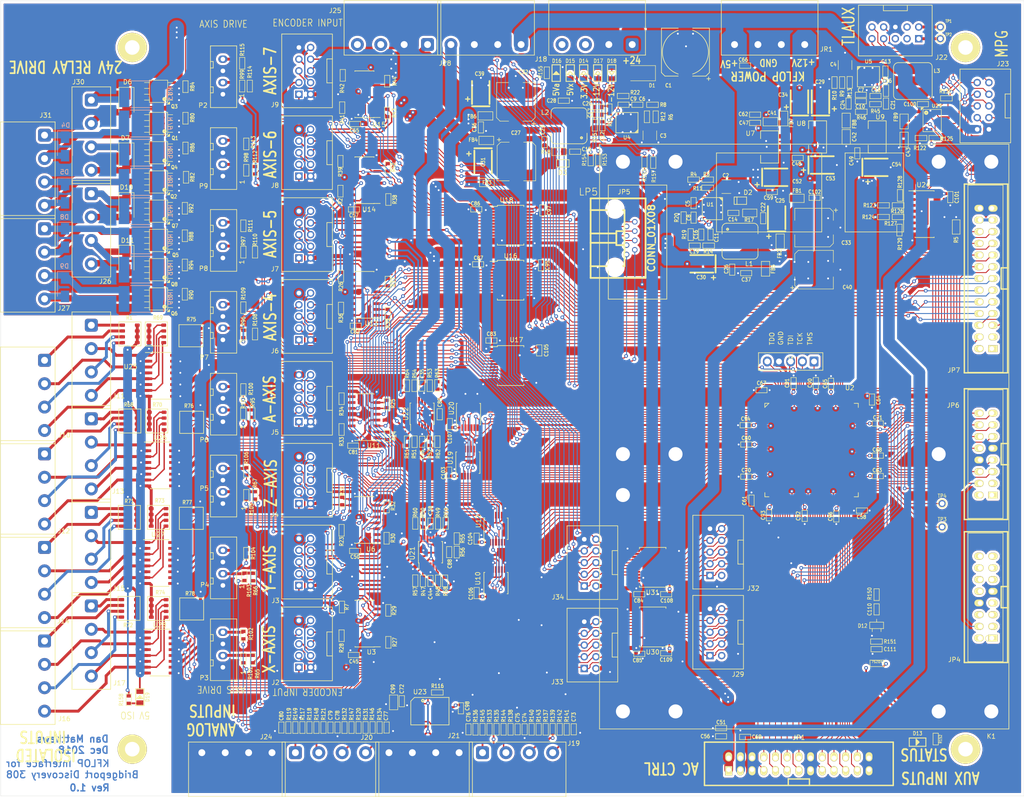
<source format=kicad_pcb>
(kicad_pcb (version 20171130) (host pcbnew "(5.1.7)-1")
  (layers (0 F.Cu signal) (1 In1.Cu power) (2 In2.Cu signal) (31 B.Cu signal) (34 B.Paste user) (35 F.Paste user hide) (36 B.SilkS user) (37 F.SilkS user) (38 B.Mask user) (39 F.Mask user) (44 Edge.Cuts user))
  (net 0 "")
  (net 1 GND)
  (net 2 /TMS)
  (net 3 /TDI)
  (net 4 /TCK)
  (net 5 /TDO)
  (net 6 +5.0Vx)
  (net 7 "Net-(J2-Pad10)")
  (net 8 "Net-(J3-Pad10)")
  (net 9 "Net-(J4-Pad10)")
  (net 10 "Net-(J5-Pad10)")
  (net 11 "Net-(J6-Pad10)")
  (net 12 /IO25)
  (net 13 /IO24)
  (net 14 /IO22)
  (net 15 /IO23)
  (net 16 /IO21)
  (net 17 /IO20)
  (net 18 /IO19)
  (net 19 /IO18)
  (net 20 /VDD5)
  (net 21 /~RESET)
  (net 22 /IO16)
  (net 23 /IO17)
  (net 24 /DB1)
  (net 25 /DB0)
  (net 26 /DB2)
  (net 27 /DB3)
  (net 28 /DB4)
  (net 29 /DB5)
  (net 30 /DB7)
  (net 31 /DB6)
  (net 32 /CLKIN)
  (net 33 /STARTIN)
  (net 34 /AIN_DOUT_BUF)
  (net 35 /AIN_CS)
  (net 36 /AIN_DIN)
  (net 37 /AIN_SCLK)
  (net 38 /LATCH)
  (net 39 /DATA_IN_BUF)
  (net 40 /DATA_OUT)
  (net 41 /CLK)
  (net 42 /CHA3)
  (net 43 /CHB3)
  (net 44 /CHB2)
  (net 45 /CHA2)
  (net 46 /CHA1)
  (net 47 /CHB1)
  (net 48 /CHB0)
  (net 49 /CHA0)
  (net 50 /RS232R_3V)
  (net 51 /RS232X_3V)
  (net 52 "Net-(R10-Pad2)")
  (net 53 "Net-(R11-Pad1)")
  (net 54 "Net-(R12-Pad1)")
  (net 55 "Net-(R13-Pad1)")
  (net 56 "Net-(U2-Pad15)")
  (net 57 "Net-(U2-Pad17)")
  (net 58 "Net-(U2-Pad31)")
  (net 59 "Net-(U2-Pad63)")
  (net 60 "Net-(U2-Pad76)")
  (net 61 "Net-(U2-Pad87)")
  (net 62 "Net-(U2-Pad89)")
  (net 63 "Net-(U2-Pad103)")
  (net 64 "Net-(U2-Pad109)")
  (net 65 "Net-(U2-Pad110)")
  (net 66 "Net-(U2-Pad126)")
  (net 67 "Net-(U2-Pad129)")
  (net 68 "Net-(U10-Pad2)")
  (net 69 "Net-(U10-Pad6)")
  (net 70 "Net-(U10-Pad7)")
  (net 71 "Net-(U12-Pad2)")
  (net 72 "Net-(U12-Pad6)")
  (net 73 "Net-(U12-Pad7)")
  (net 74 /CHB4)
  (net 75 /CHA4)
  (net 76 /CHB6)
  (net 77 /CHA6)
  (net 78 /CHB5)
  (net 79 /CHA5)
  (net 80 /CHB7)
  (net 81 /CHA7)
  (net 82 /Encoders/X_A+)
  (net 83 /Encoders/X_A-)
  (net 84 /Encoders/X_B+)
  (net 85 /Encoders/X_R+)
  (net 86 /Encoders/X_B-)
  (net 87 /Encoders/X_R-)
  (net 88 /Encoders/Y_R-)
  (net 89 /Encoders/Y_B-)
  (net 90 /Encoders/Y_R+)
  (net 91 /Encoders/Y_B+)
  (net 92 /Encoders/Y_A-)
  (net 93 /Encoders/Y_A+)
  (net 94 /Encoders/Z_A+)
  (net 95 /Encoders/Z_A-)
  (net 96 /Encoders/Z_B+)
  (net 97 /Encoders/Z_R+)
  (net 98 /Encoders/Z_B-)
  (net 99 /Encoders/Z_R-)
  (net 100 /Encoders/A_R-)
  (net 101 /Encoders/A_B-)
  (net 102 /Encoders/A_R+)
  (net 103 /Encoders/A_B+)
  (net 104 /Encoders/A_A-)
  (net 105 /Encoders/A_A+)
  (net 106 /Encoders/SP_A+)
  (net 107 /Encoders/SP_A-)
  (net 108 /Encoders/SP_B+)
  (net 109 /Encoders/SP_R+)
  (net 110 /Encoders/SP_B-)
  (net 111 /Encoders/SP_R-)
  (net 112 "Net-(P2-Pad4)")
  (net 113 "Net-(P2-Pad2)")
  (net 114 "Net-(P3-Pad4)")
  (net 115 "Net-(P4-Pad4)")
  (net 116 "Net-(P5-Pad4)")
  (net 117 "Net-(P6-Pad4)")
  (net 118 "Net-(U2-Pad125)")
  (net 119 "Net-(U2-Pad127)")
  (net 120 "Net-(U2-Pad128)")
  (net 121 "Net-(U17-Pad6)")
  (net 122 "Net-(U16-Pad5)")
  (net 123 "Net-(U16-Pad6)")
  (net 124 "Net-(U16-Pad7)")
  (net 125 "Net-(U16-Pad8)")
  (net 126 "Net-(U11-Pad3)")
  (net 127 "Net-(U11-Pad5)")
  (net 128 "Net-(U11-Pad11)")
  (net 129 "Net-(U13-Pad11)")
  (net 130 "Net-(U13-Pad5)")
  (net 131 "Net-(U13-Pad3)")
  (net 132 "Net-(U14-Pad13)")
  (net 133 "Net-(U14-Pad11)")
  (net 134 "Net-(U14-Pad5)")
  (net 135 "Net-(U14-Pad3)")
  (net 136 "Net-(U15-Pad13)")
  (net 137 "Net-(U15-Pad11)")
  (net 138 "Net-(U15-Pad5)")
  (net 139 "Net-(U15-Pad3)")
  (net 140 "Net-(U17-Pad5)")
  (net 141 "Net-(U16-Pad9)")
  (net 142 "Net-(U16-Pad10)")
  (net 143 "Net-(C8-Pad1)")
  (net 144 "Net-(C9-Pad1)")
  (net 145 "Net-(C10-Pad1)")
  (net 146 "Net-(C11-Pad1)")
  (net 147 "Net-(C11-Pad2)")
  (net 148 "Net-(C12-Pad1)")
  (net 149 "Net-(C12-Pad2)")
  (net 150 "Net-(C13-Pad2)")
  (net 151 "Net-(C13-Pad1)")
  (net 152 "Net-(C14-Pad1)")
  (net 153 "Net-(C15-Pad1)")
  (net 154 "Net-(C16-Pad1)")
  (net 155 "Net-(C17-Pad2)")
  (net 156 "Net-(C17-Pad1)")
  (net 157 "Net-(C18-Pad2)")
  (net 158 "Net-(C18-Pad1)")
  (net 159 +5.0Va)
  (net 160 "Net-(R47-Pad1)")
  (net 161 "Net-(R49-Pad1)")
  (net 162 "Net-(R51-Pad1)")
  (net 163 "Net-(R52-Pad1)")
  (net 164 "Net-(R53-Pad1)")
  (net 165 "Net-(U11-Pad13)")
  (net 166 "Net-(U13-Pad13)")
  (net 167 +3.3Vx)
  (net 168 "Net-(C5-Pad1)")
  (net 169 "Net-(C6-Pad1)")
  (net 170 "Net-(C7-Pad1)")
  (net 171 +1.2Vx)
  (net 172 "Net-(D6-Pad1)")
  (net 173 "Net-(D6-Pad2)")
  (net 174 "Net-(D7-Pad1)")
  (net 175 "Net-(D7-Pad2)")
  (net 176 "Net-(D4-Pad1)")
  (net 177 "Net-(D4-Pad2)")
  (net 178 "Net-(D5-Pad1)")
  (net 179 "Net-(D5-Pad2)")
  (net 180 "Net-(D8-Pad2)")
  (net 181 "Net-(D9-Pad2)")
  (net 182 "Net-(D10-Pad2)")
  (net 183 "Net-(D11-Pad2)")
  (net 184 "Net-(J8-Pad2)")
  (net 185 "Net-(J9-Pad2)")
  (net 186 "Net-(J10-Pad2)")
  (net 187 "Net-(J11-Pad2)")
  (net 188 "Net-(J15-Pad2)")
  (net 189 "Net-(J14-Pad2)")
  (net 190 "Net-(J13-Pad2)")
  (net 191 "Net-(J12-Pad2)")
  (net 192 "Net-(J8-Pad1)")
  (net 193 "Net-(J9-Pad1)")
  (net 194 "Net-(J10-Pad1)")
  (net 195 "Net-(J11-Pad1)")
  (net 196 "Net-(J12-Pad1)")
  (net 197 "Net-(J13-Pad1)")
  (net 198 "Net-(J14-Pad1)")
  (net 199 "Net-(J15-Pad1)")
  (net 200 "Net-(J22-Pad2)")
  (net 201 "Net-(J20-Pad2)")
  (net 202 "Net-(J19-Pad1)")
  (net 203 "Net-(J17-Pad1)")
  (net 204 "Net-(J16-Pad1)")
  (net 205 "Net-(J22-Pad1)")
  (net 206 "Net-(J20-Pad1)")
  (net 207 "Net-(D8-Pad1)")
  (net 208 "Net-(D9-Pad1)")
  (net 209 "Net-(D10-Pad1)")
  (net 210 "Net-(D11-Pad1)")
  (net 211 "Net-(U2-Pad93)")
  (net 212 "Net-(U2-Pad99)")
  (net 213 "Net-(C19-Pad1)")
  (net 214 GNDREF)
  (net 215 +5.0Viso)
  (net 216 -12Vx)
  (net 217 +12Vx)
  (net 218 +24V)
  (net 219 "Net-(C1-Pad1)")
  (net 220 "Net-(C14-Pad2)")
  (net 221 "Net-(C15-Pad2)")
  (net 222 "Net-(C16-Pad2)")
  (net 223 "Net-(C20-Pad1)")
  (net 224 "Net-(C21-Pad1)")
  (net 225 "Net-(C22-Pad1)")
  (net 226 "Net-(C22-Pad2)")
  (net 227 "Net-(C23-Pad1)")
  (net 228 "Net-(C23-Pad2)")
  (net 229 "Net-(C41-Pad2)")
  (net 230 "Net-(C42-Pad2)")
  (net 231 "Net-(C43-Pad2)")
  (net 232 "Net-(C73-Pad1)")
  (net 233 "Net-(C74-Pad1)")
  (net 234 "Net-(C75-Pad1)")
  (net 235 "Net-(C76-Pad1)")
  (net 236 "Net-(C77-Pad1)")
  (net 237 "Net-(C78-Pad1)")
  (net 238 "Net-(C79-Pad1)")
  (net 239 "Net-(C80-Pad1)")
  (net 240 "Net-(J7-Pad1)")
  (net 241 "Net-(J7-Pad2)")
  (net 242 "Net-(J7-Pad3)")
  (net 243 "Net-(J7-Pad8)")
  (net 244 "Net-(J7-Pad4)")
  (net 245 "Net-(J7-Pad9)")
  (net 246 "Net-(J7-Pad10)")
  (net 247 "Net-(J8-Pad3)")
  (net 248 "Net-(J8-Pad8)")
  (net 249 "Net-(J8-Pad4)")
  (net 250 "Net-(J8-Pad9)")
  (net 251 "Net-(J8-Pad10)")
  (net 252 "Net-(J9-Pad10)")
  (net 253 "Net-(J9-Pad9)")
  (net 254 "Net-(J9-Pad4)")
  (net 255 "Net-(J9-Pad8)")
  (net 256 "Net-(J9-Pad3)")
  (net 257 "Net-(J10-Pad3)")
  (net 258 "Net-(J10-Pad4)")
  (net 259 "Net-(J11-Pad4)")
  (net 260 "Net-(J11-Pad3)")
  (net 261 "Net-(J12-Pad4)")
  (net 262 "Net-(J12-Pad3)")
  (net 263 "Net-(J13-Pad4)")
  (net 264 "Net-(J13-Pad3)")
  (net 265 "Net-(J14-Pad4)")
  (net 266 "Net-(J14-Pad3)")
  (net 267 "Net-(J15-Pad3)")
  (net 268 "Net-(J15-Pad4)")
  (net 269 "Net-(J16-Pad2)")
  (net 270 "Net-(J16-Pad3)")
  (net 271 "Net-(J16-Pad4)")
  (net 272 "Net-(J17-Pad2)")
  (net 273 "Net-(J17-Pad3)")
  (net 274 "Net-(J17-Pad4)")
  (net 275 "Net-(P3-Pad2)")
  (net 276 "Net-(P4-Pad2)")
  (net 277 "Net-(P5-Pad2)")
  (net 278 "Net-(P6-Pad2)")
  (net 279 "Net-(P7-Pad4)")
  (net 280 "Net-(P7-Pad2)")
  (net 281 "Net-(P8-Pad2)")
  (net 282 "Net-(P8-Pad4)")
  (net 283 "Net-(P9-Pad4)")
  (net 284 "Net-(P9-Pad2)")
  (net 285 "Net-(R3-Pad1)")
  (net 286 "Net-(R6-Pad1)")
  (net 287 "Net-(R47-Pad2)")
  (net 288 "Net-(R48-Pad2)")
  (net 289 "Net-(R48-Pad1)")
  (net 290 "Net-(R49-Pad2)")
  (net 291 "Net-(R50-Pad2)")
  (net 292 "Net-(R50-Pad1)")
  (net 293 "Net-(R51-Pad2)")
  (net 294 "Net-(R52-Pad2)")
  (net 295 "Net-(R53-Pad2)")
  (net 296 "Net-(R54-Pad2)")
  (net 297 "Net-(R54-Pad1)")
  (net 298 /Analog/X_Servo)
  (net 299 /Analog/Y_Servo)
  (net 300 /Analog/Z_Servo)
  (net 301 /Analog/A_Servo)
  (net 302 /Analog/SPINDLE)
  (net 303 /Analog/DAC_5)
  (net 304 /Analog/DAC_6)
  (net 305 /Analog/DAC_7)
  (net 306 /CHR0)
  (net 307 /CHR1)
  (net 308 /CHR2)
  (net 309 /CHR3)
  (net 310 /CHR4)
  (net 311 /CHR5)
  (net 312 /CHR7)
  (net 313 /CHR6)
  (net 314 "Net-(U19-Pad7)")
  (net 315 "Net-(U19-Pad6)")
  (net 316 "Net-(U19-Pad2)")
  (net 317 "Net-(U20-Pad2)")
  (net 318 "Net-(U20-Pad6)")
  (net 319 "Net-(U20-Pad7)")
  (net 320 "Net-(J18-Pad3)")
  (net 321 "Net-(J18-Pad4)")
  (net 322 "Net-(C88-Pad1)")
  (net 323 "Net-(J19-Pad2)")
  (net 324 "Net-(J19-Pad3)")
  (net 325 "Net-(J19-Pad4)")
  (net 326 "Net-(J20-Pad3)")
  (net 327 "Net-(J20-Pad4)")
  (net 328 /TLAUX_MPG/RX-)
  (net 329 /TLAUX_MPG/RX+)
  (net 330 /TLAUX_MPG/TX-)
  (net 331 /TLAUX_MPG/TX+)
  (net 332 "Net-(J22-Pad3)")
  (net 333 "Net-(J22-Pad7)")
  (net 334 "Net-(J22-Pad6)")
  (net 335 /TLAUX_MPG/MPG_B+)
  (net 336 /TLAUX_MPG/MPG_B-)
  (net 337 /TLAUX_MPG/MPG_A+)
  (net 338 /TLAUX_MPG/MPG_A-)
  (net 339 "Net-(R125-Pad1)")
  (net 340 "Net-(R126-Pad1)")
  (net 341 "Net-(R127-Pad1)")
  (net 342 /MPG_A)
  (net 343 /MPG_B)
  (net 344 /AC_6)
  (net 345 /AC_7)
  (net 346 /AC_5)
  (net 347 /AC_4)
  (net 348 /AC_2)
  (net 349 /AC_3)
  (net 350 /AC_1)
  (net 351 /AC_0)
  (net 352 /FET_0)
  (net 353 /FET_1)
  (net 354 /FET_2)
  (net 355 /FET_3)
  (net 356 /FET_4)
  (net 357 /FET_5)
  (net 358 /FET_6)
  (net 359 /FET_7)
  (net 360 /AIN_DOUT)
  (net 361 /OPT_IN_1)
  (net 362 /OPT_IN_2)
  (net 363 /OPT_IN_3)
  (net 364 /OPT_IN_7)
  (net 365 /OPT_IN_6)
  (net 366 /OPT_IN_5)
  (net 367 /OPT_IN_4)
  (net 368 /OPT_IN_8)
  (net 369 /OPT_IN_9)
  (net 370 /OPT_IN_10)
  (net 371 /OPT_IN_11)
  (net 372 /OPT_IN_12)
  (net 373 /OPT_IN_13)
  (net 374 /OPT_IN_14)
  (net 375 /OPT_IN_15)
  (net 376 /~DAC_CS)
  (net 377 /SPI_CLK)
  (net 378 /DAC_01)
  (net 379 /DAC_23)
  (net 380 /DAC_45)
  (net 381 /DAC_67)
  (net 382 /OPT_IN_0)
  (net 383 /AUX_IN_7)
  (net 384 /AUX_IN_6)
  (net 385 /AUX_IN_4)
  (net 386 /AUX_IN_5)
  (net 387 /AUX_IN_3)
  (net 388 /AUX_IN_2)
  (net 389 /AUX_IN_0)
  (net 390 /AUX_IN_1)
  (net 391 /PWM_X_3)
  (net 392 /PWM_0)
  (net 393 /PWM_X_0)
  (net 394 /PWM_1)
  (net 395 /PWM_X_1)
  (net 396 /PWM_2)
  (net 397 /PWM_X_2)
  (net 398 /PWM_3)
  (net 399 /PWM_4)
  (net 400 /PWM_X_4)
  (net 401 /PWM_5)
  (net 402 /PWM_X_5)
  (net 403 /PWM_6)
  (net 404 /PWM_X_6)
  (net 405 /PWM_7)
  (net 406 /PWM_X_7)
  (net 407 "Net-(C72-Pad1)")
  (net 408 "Net-(JP4-Pad1)")
  (net 409 "Net-(JP4-Pad2)")
  (net 410 "Net-(JP4-Pad3)")
  (net 411 "Net-(JP6-Pad3)")
  (net 412 "Net-(JP6-Pad2)")
  (net 413 "Net-(JP6-Pad1)")
  (net 414 "Net-(JP7-Pad1)")
  (net 415 "Net-(JP7-Pad2)")
  (net 416 "Net-(JP7-Pad3)")
  (net 417 "Net-(C110-Pad1)")
  (net 418 "Net-(C110-Pad2)")
  (net 419 "Net-(C111-Pad1)")
  (net 420 "Net-(D13-Pad1)")
  (net 421 "Net-(D14-Pad2)")
  (net 422 "Net-(D15-Pad2)")
  (net 423 "Net-(D16-Pad2)")
  (net 424 "Net-(D17-Pad2)")
  (net 425 "Net-(D18-Pad2)")
  (net 426 /KEEP_ALIVE)
  (net 427 "Net-(R152-Pad2)")
  (net 428 "Net-(TP3-Pad1)")
  (net 429 "Net-(TP4-Pad1)")
  (net 430 "Net-(D19-Pad2)")
  (net 431 "Net-(J33-Pad1)")
  (net 432 "Net-(J33-Pad2)")
  (net 433 "Net-(J33-Pad7)")
  (net 434 "Net-(J33-Pad3)")
  (net 435 "Net-(J33-Pad8)")
  (net 436 "Net-(J33-Pad4)")
  (net 437 "Net-(J33-Pad9)")
  (net 438 "Net-(J33-Pad10)")
  (net 439 "Net-(J34-Pad10)")
  (net 440 "Net-(J34-Pad9)")
  (net 441 "Net-(J34-Pad4)")
  (net 442 "Net-(J34-Pad8)")
  (net 443 "Net-(J34-Pad3)")
  (net 444 "Net-(J34-Pad7)")
  (net 445 "Net-(J34-Pad2)")
  (net 446 "Net-(J34-Pad1)")
  (module t_connectors:c-5-103168-3 (layer F.Cu) (at 199.771 190.5 90)
    (fp_text reference J29 (at -9.144 4.826 180) (layer F.SilkS))
    (fp_text value J_DNI hide)
    (pad 1 thru_hole rect (at -5.08 -1.27 90) (size 1.6 1.6) (drill 1) (layers *.Cu *.Mask) (net 392 /PWM_0))
    (pad 6 thru_hole circle (at -5.08 1.27 90) (size 1.6 1.6) (drill 1) (layers *.Cu *.Mask) (net 167 +3.3Vx))
    (pad 2 thru_hole circle (at -2.54 -1.27 90) (size 1.6 1.6) (drill 1) (layers *.Cu *.Mask) (net 394 /PWM_1))
    (pad 7 thru_hole circle (at -2.54 1.27 90) (size 1.6 1.6) (drill 1) (layers *.Cu *.Mask) (net 393 /PWM_X_0))
    (pad 3 thru_hole circle (at 0 -1.27 90) (size 1.6 1.6) (drill 1) (layers *.Cu *.Mask) (net 396 /PWM_2))
    (pad 8 thru_hole circle (at 0 1.27 90) (size 1.6 1.6) (drill 1) (layers *.Cu *.Mask) (net 395 /PWM_X_1))
    (pad 4 thru_hole circle (at 2.54 -1.27 90) (size 1.6 1.6) (drill 1) (layers *.Cu *.Mask) (net 398 /PWM_3))
    (pad 9 thru_hole circle (at 2.54 1.27 90) (size 1.6 1.6) (drill 1) (layers *.Cu *.Mask) (net 397 /PWM_X_2))
    (pad 5 thru_hole circle (at 5.08 -1.27 90) (size 1.6 1.6) (drill 1) (layers *.Cu *.Mask) (net 1 GND))
    (pad 10 thru_hole circle (at 5.08 1.27 90) (size 1.6 1.6) (drill 1) (layers *.Cu *.Mask) (net 391 /PWM_X_3))
  )
  (module t_passive_smd:fb_0805 (layer F.Cu) (at 214.503 78.933 270)
    (fp_text reference FB7 (at 0.95 -1.651 270) (layer F.SilkS) (effects (font (size 0.8128 0.7112))))
    (fp_text value "FB_60 Ohm" hide)
    (pad 2 smd rect (at -0.95 0 270) (size 1 1.5) (layers F.Cu F.Paste F.Mask) (net 224 "Net-(C21-Pad1)"))
    (pad 1 smd rect (at 0.95 0 270) (size 1 1.5) (layers F.Cu F.Paste F.Mask) (net 229 "Net-(C41-Pad2)"))
  )
  (module t_so:SOIC-8 (layer F.Cu) (at 246.761 79.375 270)
    (fp_text reference U29 (at -3.175 -1.016) (layer F.SilkS) (effects (font (size 0.7493 0.7493))))
    (fp_text value SN75179B hide)
    (pad 1 smd rect (at -1.905 2.794 270) (size 0.59944 1.99898) (layers F.Cu F.Paste F.Mask) (net 6 +5.0Vx))
    (pad 2 smd rect (at -0.635 2.794 270) (size 0.59944 1.99898) (layers F.Cu F.Paste F.Mask) (net 339 "Net-(R125-Pad1)"))
    (pad 3 smd rect (at 0.635 2.794 270) (size 0.59944 1.99898) (layers F.Cu F.Paste F.Mask) (net 51 /RS232X_3V))
    (pad 4 smd rect (at 1.905 2.794 270) (size 0.59944 1.99898) (layers F.Cu F.Paste F.Mask) (net 1 GND))
    (pad 5 smd rect (at 1.905 -2.794 270) (size 0.59944 1.99898) (layers F.Cu F.Paste F.Mask) (net 331 /TLAUX_MPG/TX+))
    (pad 6 smd rect (at 0.635 -2.794 270) (size 0.59944 1.99898) (layers F.Cu F.Paste F.Mask) (net 330 /TLAUX_MPG/TX-))
    (pad 7 smd rect (at -0.635 -2.794 270) (size 0.59944 1.99898) (layers F.Cu F.Paste F.Mask) (net 328 /TLAUX_MPG/RX-))
    (pad 8 smd rect (at -1.905 -2.794 270) (size 0.59944 1.99898) (layers F.Cu F.Paste F.Mask) (net 329 /TLAUX_MPG/RX+))
  )
  (module t_connectors:c-5-103168-3 (layer F.Cu) (at 110.49 193.04 90)
    (fp_text reference J2 (at -8.382 -6.35 180) (layer F.SilkS))
    (fp_text value Conn_02x05_Top_Bottom hide)
    (pad 1 thru_hole rect (at -5.08 -1.27 90) (size 1.6 1.6) (drill 1) (layers *.Cu *.Mask) (net 82 /Encoders/X_A+))
    (pad 6 thru_hole circle (at -5.08 1.27 90) (size 1.6 1.6) (drill 1) (layers *.Cu *.Mask) (net 159 +5.0Va))
    (pad 2 thru_hole circle (at -2.54 -1.27 90) (size 1.6 1.6) (drill 1) (layers *.Cu *.Mask) (net 83 /Encoders/X_A-))
    (pad 7 thru_hole circle (at -2.54 1.27 90) (size 1.6 1.6) (drill 1) (layers *.Cu *.Mask) (net 7 "Net-(J2-Pad10)"))
    (pad 3 thru_hole circle (at 0 -1.27 90) (size 1.6 1.6) (drill 1) (layers *.Cu *.Mask) (net 84 /Encoders/X_B+))
    (pad 8 thru_hole circle (at 0 1.27 90) (size 1.6 1.6) (drill 1) (layers *.Cu *.Mask) (net 85 /Encoders/X_R+))
    (pad 4 thru_hole circle (at 2.54 -1.27 90) (size 1.6 1.6) (drill 1) (layers *.Cu *.Mask) (net 86 /Encoders/X_B-))
    (pad 9 thru_hole circle (at 2.54 1.27 90) (size 1.6 1.6) (drill 1) (layers *.Cu *.Mask) (net 87 /Encoders/X_R-))
    (pad 5 thru_hole circle (at 5.08 -1.27 90) (size 1.6 1.6) (drill 1) (layers *.Cu *.Mask) (net 1 GND))
    (pad 10 thru_hole circle (at 5.08 1.27 90) (size 1.6 1.6) (drill 1) (layers *.Cu *.Mask) (net 7 "Net-(J2-Pad10)"))
  )
  (module t_connectors:c-5-103168-3 (layer F.Cu) (at 110.49 175.26 90)
    (fp_text reference J3 (at -8.382 -6.35 180) (layer F.SilkS))
    (fp_text value Conn_02x05_Top_Bottom hide)
    (pad 10 thru_hole circle (at 5.08 1.27 90) (size 1.6 1.6) (drill 1) (layers *.Cu *.Mask) (net 8 "Net-(J3-Pad10)"))
    (pad 5 thru_hole circle (at 5.08 -1.27 90) (size 1.6 1.6) (drill 1) (layers *.Cu *.Mask) (net 1 GND))
    (pad 9 thru_hole circle (at 2.54 1.27 90) (size 1.6 1.6) (drill 1) (layers *.Cu *.Mask) (net 88 /Encoders/Y_R-))
    (pad 4 thru_hole circle (at 2.54 -1.27 90) (size 1.6 1.6) (drill 1) (layers *.Cu *.Mask) (net 89 /Encoders/Y_B-))
    (pad 8 thru_hole circle (at 0 1.27 90) (size 1.6 1.6) (drill 1) (layers *.Cu *.Mask) (net 90 /Encoders/Y_R+))
    (pad 3 thru_hole circle (at 0 -1.27 90) (size 1.6 1.6) (drill 1) (layers *.Cu *.Mask) (net 91 /Encoders/Y_B+))
    (pad 7 thru_hole circle (at -2.54 1.27 90) (size 1.6 1.6) (drill 1) (layers *.Cu *.Mask) (net 8 "Net-(J3-Pad10)"))
    (pad 2 thru_hole circle (at -2.54 -1.27 90) (size 1.6 1.6) (drill 1) (layers *.Cu *.Mask) (net 92 /Encoders/Y_A-))
    (pad 6 thru_hole circle (at -5.08 1.27 90) (size 1.6 1.6) (drill 1) (layers *.Cu *.Mask) (net 159 +5.0Va))
    (pad 1 thru_hole rect (at -5.08 -1.27 90) (size 1.6 1.6) (drill 1) (layers *.Cu *.Mask) (net 93 /Encoders/Y_A+))
  )
  (module t_connectors:c-5-103168-3 (layer F.Cu) (at 110.49 157.48 90)
    (fp_text reference J4 (at -7.493 -6.477 180) (layer F.SilkS))
    (fp_text value Conn_02x05_Top_Bottom hide)
    (pad 1 thru_hole rect (at -5.08 -1.27 90) (size 1.6 1.6) (drill 1) (layers *.Cu *.Mask) (net 94 /Encoders/Z_A+))
    (pad 6 thru_hole circle (at -5.08 1.27 90) (size 1.6 1.6) (drill 1) (layers *.Cu *.Mask) (net 159 +5.0Va))
    (pad 2 thru_hole circle (at -2.54 -1.27 90) (size 1.6 1.6) (drill 1) (layers *.Cu *.Mask) (net 95 /Encoders/Z_A-))
    (pad 7 thru_hole circle (at -2.54 1.27 90) (size 1.6 1.6) (drill 1) (layers *.Cu *.Mask) (net 9 "Net-(J4-Pad10)"))
    (pad 3 thru_hole circle (at 0 -1.27 90) (size 1.6 1.6) (drill 1) (layers *.Cu *.Mask) (net 96 /Encoders/Z_B+))
    (pad 8 thru_hole circle (at 0 1.27 90) (size 1.6 1.6) (drill 1) (layers *.Cu *.Mask) (net 97 /Encoders/Z_R+))
    (pad 4 thru_hole circle (at 2.54 -1.27 90) (size 1.6 1.6) (drill 1) (layers *.Cu *.Mask) (net 98 /Encoders/Z_B-))
    (pad 9 thru_hole circle (at 2.54 1.27 90) (size 1.6 1.6) (drill 1) (layers *.Cu *.Mask) (net 99 /Encoders/Z_R-))
    (pad 5 thru_hole circle (at 5.08 -1.27 90) (size 1.6 1.6) (drill 1) (layers *.Cu *.Mask) (net 1 GND))
    (pad 10 thru_hole circle (at 5.08 1.27 90) (size 1.6 1.6) (drill 1) (layers *.Cu *.Mask) (net 9 "Net-(J4-Pad10)"))
  )
  (module t_connectors:c-5-103168-3 (layer F.Cu) (at 110.49 139.7 90)
    (fp_text reference J5 (at -7.366 -6.477 180) (layer F.SilkS))
    (fp_text value Conn_02x05_Top_Bottom hide)
    (pad 10 thru_hole circle (at 5.08 1.27 90) (size 1.6 1.6) (drill 1) (layers *.Cu *.Mask) (net 10 "Net-(J5-Pad10)"))
    (pad 5 thru_hole circle (at 5.08 -1.27 90) (size 1.6 1.6) (drill 1) (layers *.Cu *.Mask) (net 1 GND))
    (pad 9 thru_hole circle (at 2.54 1.27 90) (size 1.6 1.6) (drill 1) (layers *.Cu *.Mask) (net 100 /Encoders/A_R-))
    (pad 4 thru_hole circle (at 2.54 -1.27 90) (size 1.6 1.6) (drill 1) (layers *.Cu *.Mask) (net 101 /Encoders/A_B-))
    (pad 8 thru_hole circle (at 0 1.27 90) (size 1.6 1.6) (drill 1) (layers *.Cu *.Mask) (net 102 /Encoders/A_R+))
    (pad 3 thru_hole circle (at 0 -1.27 90) (size 1.6 1.6) (drill 1) (layers *.Cu *.Mask) (net 103 /Encoders/A_B+))
    (pad 7 thru_hole circle (at -2.54 1.27 90) (size 1.6 1.6) (drill 1) (layers *.Cu *.Mask) (net 10 "Net-(J5-Pad10)"))
    (pad 2 thru_hole circle (at -2.54 -1.27 90) (size 1.6 1.6) (drill 1) (layers *.Cu *.Mask) (net 104 /Encoders/A_A-))
    (pad 6 thru_hole circle (at -5.08 1.27 90) (size 1.6 1.6) (drill 1) (layers *.Cu *.Mask) (net 159 +5.0Va))
    (pad 1 thru_hole rect (at -5.08 -1.27 90) (size 1.6 1.6) (drill 1) (layers *.Cu *.Mask) (net 105 /Encoders/A_A+))
  )
  (module t_connectors:c-5-103168-3 (layer F.Cu) (at 110.49 121.92 90)
    (fp_text reference J6 (at -7.493 -6.477 180) (layer F.SilkS))
    (fp_text value Conn_02x05_Top_Bottom hide)
    (pad 1 thru_hole rect (at -5.08 -1.27 90) (size 1.6 1.6) (drill 1) (layers *.Cu *.Mask) (net 106 /Encoders/SP_A+))
    (pad 6 thru_hole circle (at -5.08 1.27 90) (size 1.6 1.6) (drill 1) (layers *.Cu *.Mask) (net 159 +5.0Va))
    (pad 2 thru_hole circle (at -2.54 -1.27 90) (size 1.6 1.6) (drill 1) (layers *.Cu *.Mask) (net 107 /Encoders/SP_A-))
    (pad 7 thru_hole circle (at -2.54 1.27 90) (size 1.6 1.6) (drill 1) (layers *.Cu *.Mask) (net 11 "Net-(J6-Pad10)"))
    (pad 3 thru_hole circle (at 0 -1.27 90) (size 1.6 1.6) (drill 1) (layers *.Cu *.Mask) (net 108 /Encoders/SP_B+))
    (pad 8 thru_hole circle (at 0 1.27 90) (size 1.6 1.6) (drill 1) (layers *.Cu *.Mask) (net 109 /Encoders/SP_R+))
    (pad 4 thru_hole circle (at 2.54 -1.27 90) (size 1.6 1.6) (drill 1) (layers *.Cu *.Mask) (net 110 /Encoders/SP_B-))
    (pad 9 thru_hole circle (at 2.54 1.27 90) (size 1.6 1.6) (drill 1) (layers *.Cu *.Mask) (net 111 /Encoders/SP_R-))
    (pad 5 thru_hole circle (at 5.08 -1.27 90) (size 1.6 1.6) (drill 1) (layers *.Cu *.Mask) (net 1 GND))
    (pad 10 thru_hole circle (at 5.08 1.27 90) (size 1.6 1.6) (drill 1) (layers *.Cu *.Mask) (net 11 "Net-(J6-Pad10)"))
  )
  (module w_conn_strip:vasch_strip_8x2 (layer F.Cu) (at 258.445 182.88 90)
    (fp_text reference JP4 (at -13.589 -6.858 180) (layer F.SilkS))
    (fp_text value Conn_02x08_Odd_Even hide)
    (pad 16 thru_hole oval (at 8.89 -1.27 90) (size 1.5 2) (drill 1 (offset 0 -0.25)) (layers *.Cu *.Mask F.SilkS) (net 12 /IO25))
    (pad 15 thru_hole oval (at 8.89 1.27 90) (size 1.5 2) (drill 1 (offset 0 0.25)) (layers *.Cu *.Mask F.SilkS) (net 13 /IO24))
    (pad 13 thru_hole oval (at 6.35 1.27 90) (size 1.5 2) (drill 1 (offset 0 0.25)) (layers *.Cu *.Mask F.SilkS) (net 14 /IO22))
    (pad 14 thru_hole oval (at 6.35 -1.27 90) (size 1.5 2) (drill 1 (offset 0 -0.25)) (layers *.Cu *.Mask F.SilkS) (net 15 /IO23))
    (pad 12 thru_hole oval (at 3.81 -1.27 90) (size 1.5 2) (drill 1 (offset 0 -0.25)) (layers *.Cu *.Mask F.SilkS) (net 16 /IO21))
    (pad 11 thru_hole oval (at 3.81 1.27 90) (size 1.5 2) (drill 1 (offset 0 0.25)) (layers *.Cu *.Mask F.SilkS) (net 17 /IO20))
    (pad 9 thru_hole oval (at 1.27 1.27 90) (size 1.5 2) (drill 1 (offset 0 0.25)) (layers *.Cu *.Mask F.SilkS) (net 1 GND))
    (pad 10 thru_hole oval (at 1.27 -1.27 90) (size 1.5 2) (drill 1 (offset 0 -0.25)) (layers *.Cu *.Mask F.SilkS) (net 18 /IO19))
    (pad 8 thru_hole oval (at -1.27 -1.27 90) (size 1.5 2) (drill 1 (offset 0 -0.25)) (layers *.Cu *.Mask F.SilkS) (net 1 GND))
    (pad 7 thru_hole oval (at -1.27 1.27 90) (size 1.5 2) (drill 1 (offset 0 0.25)) (layers *.Cu *.Mask F.SilkS) (net 19 /IO18))
    (pad 1 thru_hole rect (at -8.89 1.27 90) (size 1.5 2) (drill 1 (offset 0 0.25)) (layers *.Cu *.Mask F.SilkS) (net 408 "Net-(JP4-Pad1)"))
    (pad 2 thru_hole oval (at -8.89 -1.27 90) (size 1.5 2) (drill 1 (offset 0 -0.25)) (layers *.Cu *.Mask F.SilkS) (net 409 "Net-(JP4-Pad2)"))
    (pad 3 thru_hole oval (at -6.35 1.27 90) (size 1.5 2) (drill 1 (offset 0 0.25)) (layers *.Cu *.Mask F.SilkS) (net 410 "Net-(JP4-Pad3)"))
    (pad 4 thru_hole oval (at -6.35 -1.27 90) (size 1.5 2) (drill 1 (offset 0 -0.25)) (layers *.Cu *.Mask F.SilkS) (net 21 /~RESET))
    (pad 5 thru_hole oval (at -3.81 1.27 90) (size 1.5 2) (drill 1 (offset 0 0.25)) (layers *.Cu *.Mask F.SilkS) (net 22 /IO16))
    (pad 6 thru_hole oval (at -3.81 -1.27 90) (size 1.5 2) (drill 1 (offset 0 -0.25)) (layers *.Cu *.Mask F.SilkS) (net 23 /IO17))
  )
  (module w_conn_strip:vasch_strip_8x2 (layer F.Cu) (at 258.445 151.817 90)
    (fp_text reference JP6 (at 10.593 -7.112 180) (layer F.SilkS))
    (fp_text value Conn_02x08_Odd_Even hide)
    (pad 6 thru_hole oval (at -3.81 -1.27 90) (size 1.5 2) (drill 1 (offset 0 -0.25)) (layers *.Cu *.Mask F.SilkS) (net 24 /DB1))
    (pad 5 thru_hole oval (at -3.81 1.27 90) (size 1.5 2) (drill 1 (offset 0 0.25)) (layers *.Cu *.Mask F.SilkS) (net 25 /DB0))
    (pad 4 thru_hole oval (at -6.35 -1.27 90) (size 1.5 2) (drill 1 (offset 0 -0.25)) (layers *.Cu *.Mask F.SilkS) (net 21 /~RESET))
    (pad 3 thru_hole oval (at -6.35 1.27 90) (size 1.5 2) (drill 1 (offset 0 0.25)) (layers *.Cu *.Mask F.SilkS) (net 411 "Net-(JP6-Pad3)"))
    (pad 2 thru_hole oval (at -8.89 -1.27 90) (size 1.5 2) (drill 1 (offset 0 -0.25)) (layers *.Cu *.Mask F.SilkS) (net 412 "Net-(JP6-Pad2)"))
    (pad 1 thru_hole rect (at -8.89 1.27 90) (size 1.5 2) (drill 1 (offset 0 0.25)) (layers *.Cu *.Mask F.SilkS) (net 413 "Net-(JP6-Pad1)"))
    (pad 7 thru_hole oval (at -1.27 1.27 90) (size 1.5 2) (drill 1 (offset 0 0.25)) (layers *.Cu *.Mask F.SilkS) (net 26 /DB2))
    (pad 8 thru_hole oval (at -1.27 -1.27 90) (size 1.5 2) (drill 1 (offset 0 -0.25)) (layers *.Cu *.Mask F.SilkS) (net 1 GND))
    (pad 10 thru_hole oval (at 1.27 -1.27 90) (size 1.5 2) (drill 1 (offset 0 -0.25)) (layers *.Cu *.Mask F.SilkS) (net 27 /DB3))
    (pad 9 thru_hole oval (at 1.27 1.27 90) (size 1.5 2) (drill 1 (offset 0 0.25)) (layers *.Cu *.Mask F.SilkS) (net 1 GND))
    (pad 11 thru_hole oval (at 3.81 1.27 90) (size 1.5 2) (drill 1 (offset 0 0.25)) (layers *.Cu *.Mask F.SilkS) (net 28 /DB4))
    (pad 12 thru_hole oval (at 3.81 -1.27 90) (size 1.5 2) (drill 1 (offset 0 -0.25)) (layers *.Cu *.Mask F.SilkS) (net 29 /DB5))
    (pad 14 thru_hole oval (at 6.35 -1.27 90) (size 1.5 2) (drill 1 (offset 0 -0.25)) (layers *.Cu *.Mask F.SilkS) (net 30 /DB7))
    (pad 13 thru_hole oval (at 6.35 1.27 90) (size 1.5 2) (drill 1 (offset 0 0.25)) (layers *.Cu *.Mask F.SilkS) (net 31 /DB6))
    (pad 15 thru_hole oval (at 8.89 1.27 90) (size 1.5 2) (drill 1 (offset 0 0.25)) (layers *.Cu *.Mask F.SilkS) (net 32 /CLKIN))
    (pad 16 thru_hole oval (at 8.89 -1.27 90) (size 1.5 2) (drill 1 (offset 0 -0.25)) (layers *.Cu *.Mask F.SilkS) (net 33 /STARTIN))
  )
  (module w_conn_strip:vasch_strip_13x2 (layer F.Cu) (at 258.445 113.665 90)
    (fp_text reference JP7 (at -19.939 -6.985 180) (layer F.SilkS))
    (fp_text value CONN_02X13 hide)
    (pad 25 thru_hole oval (at 15.24 1.27 90) (size 1.5 2) (drill 1 (offset 0 0.25)) (layers *.Cu *.Mask F.SilkS) (net 1 GND))
    (pad 26 thru_hole oval (at 15.24 -1.27 90) (size 1.5 2) (drill 1 (offset 0 -0.25)) (layers *.Cu *.Mask F.SilkS) (net 1 GND))
    (pad 24 thru_hole oval (at 12.7 -1.27 90) (size 1.5 2) (drill 1 (offset 0 -0.25)) (layers *.Cu *.Mask F.SilkS) (net 20 /VDD5))
    (pad 23 thru_hole oval (at 12.7 1.27 90) (size 1.5 2) (drill 1 (offset 0 0.25)) (layers *.Cu *.Mask F.SilkS) (net 20 /VDD5))
    (pad 21 thru_hole oval (at 10.16 1.27 90) (size 1.5 2) (drill 1 (offset 0 0.25)) (layers *.Cu *.Mask F.SilkS) (net 34 /AIN_DOUT_BUF))
    (pad 22 thru_hole oval (at 10.16 -1.27 90) (size 1.5 2) (drill 1 (offset 0 -0.25)) (layers *.Cu *.Mask F.SilkS) (net 35 /AIN_CS))
    (pad 20 thru_hole oval (at 7.62 -1.27 90) (size 1.5 2) (drill 1 (offset 0 -0.25)) (layers *.Cu *.Mask F.SilkS) (net 36 /AIN_DIN))
    (pad 19 thru_hole oval (at 7.62 1.27 90) (size 1.5 2) (drill 1 (offset 0 0.25)) (layers *.Cu *.Mask F.SilkS) (net 37 /AIN_SCLK))
    (pad 17 thru_hole oval (at 5.08 1.27 90) (size 1.5 2) (drill 1 (offset 0 0.25)) (layers *.Cu *.Mask F.SilkS) (net 38 /LATCH))
    (pad 18 thru_hole oval (at 5.08 -1.27 90) (size 1.5 2) (drill 1 (offset 0 -0.25)) (layers *.Cu *.Mask F.SilkS) (net 39 /DATA_IN_BUF))
    (pad 16 thru_hole oval (at 2.54 -1.27 90) (size 1.5 2) (drill 1 (offset 0 -0.25)) (layers *.Cu *.Mask F.SilkS) (net 40 /DATA_OUT))
    (pad 15 thru_hole oval (at 2.54 1.27 90) (size 1.5 2) (drill 1 (offset 0 0.25)) (layers *.Cu *.Mask F.SilkS) (net 41 /CLK))
    (pad 13 thru_hole oval (at 0 1.27 90) (size 1.5 2) (drill 1 (offset 0 0.25)) (layers *.Cu *.Mask F.SilkS) (net 42 /CHA3))
    (pad 14 thru_hole oval (at 0 -1.27 90) (size 1.5 2) (drill 1 (offset 0 -0.25)) (layers *.Cu *.Mask F.SilkS) (net 43 /CHB3))
    (pad 12 thru_hole oval (at -2.54 -1.27 90) (size 1.5 2) (drill 1 (offset 0 -0.25)) (layers *.Cu *.Mask F.SilkS) (net 44 /CHB2))
    (pad 11 thru_hole oval (at -2.54 1.27 90) (size 1.5 2) (drill 1 (offset 0 0.25)) (layers *.Cu *.Mask F.SilkS) (net 45 /CHA2))
    (pad 9 thru_hole oval (at -5.08 1.27 90) (size 1.5 2) (drill 1 (offset 0 0.25)) (layers *.Cu *.Mask F.SilkS) (net 46 /CHA1))
    (pad 10 thru_hole oval (at -5.08 -1.27 90) (size 1.5 2) (drill 1 (offset 0 -0.25)) (layers *.Cu *.Mask F.SilkS) (net 47 /CHB1))
    (pad 8 thru_hole oval (at -7.62 -1.27 90) (size 1.5 2) (drill 1 (offset 0 -0.25)) (layers *.Cu *.Mask F.SilkS) (net 48 /CHB0))
    (pad 7 thru_hole oval (at -7.62 1.27 90) (size 1.5 2) (drill 1 (offset 0 0.25)) (layers *.Cu *.Mask F.SilkS) (net 49 /CHA0))
    (pad 1 thru_hole rect (at -15.24 1.27 90) (size 1.5 2) (drill 1 (offset 0 0.25)) (layers *.Cu *.Mask F.SilkS) (net 414 "Net-(JP7-Pad1)"))
    (pad 2 thru_hole oval (at -15.24 -1.27 90) (size 1.5 2) (drill 1 (offset 0 -0.25)) (layers *.Cu *.Mask F.SilkS) (net 415 "Net-(JP7-Pad2)"))
    (pad 3 thru_hole oval (at -12.7 1.27 90) (size 1.5 2) (drill 1 (offset 0 0.25)) (layers *.Cu *.Mask F.SilkS) (net 416 "Net-(JP7-Pad3)"))
    (pad 4 thru_hole oval (at -12.7 -1.27 90) (size 1.5 2) (drill 1 (offset 0 -0.25)) (layers *.Cu *.Mask F.SilkS) (net 21 /~RESET))
    (pad 5 thru_hole oval (at -10.16 1.27 90) (size 1.5 2) (drill 1 (offset 0 0.25)) (layers *.Cu *.Mask F.SilkS) (net 50 /RS232R_3V))
    (pad 6 thru_hole oval (at -10.16 -1.27 90) (size 1.5 2) (drill 1 (offset 0 -0.25)) (layers *.Cu *.Mask F.SilkS) (net 51 /RS232X_3V))
  )
  (module t_passive_smd:res_0805 (layer F.Cu) (at 251.968 102.489 90)
    (fp_text reference R5 (at -2.794 0 90) (layer F.SilkS) (effects (font (size 0.8382 0.7112))))
    (fp_text value 150 hide)
    (pad 2 smd rect (at -0.95 0 90) (size 1 1.5) (layers F.Cu F.Paste F.Mask) (net 35 /AIN_CS))
    (pad 1 smd rect (at 0.95 0 90) (size 1 1.5) (layers F.Cu F.Paste F.Mask) (net 1 GND))
  )
  (module t_passive_smd:res_0603 (layer F.Cu) (at 118.5672 185.0264 270)
    (fp_text reference R7 (at 0 -1.05 270) (layer F.SilkS) (effects (font (size 0.8382 0.7112))))
    (fp_text value 330 hide)
    (pad 1 smd rect (at 0.8 0 270) (size 0.7 0.9) (layers F.Cu F.Paste F.Mask) (net 85 /Encoders/X_R+))
    (pad 2 smd rect (at -0.8 0 270) (size 0.7 0.9) (layers F.Cu F.Paste F.Mask) (net 87 /Encoders/X_R-))
  )
  (module t_passive_smd:res_0603 (layer F.Cu) (at 118.491 168.364 90)
    (fp_text reference R23 (at -2.451 0 90) (layer F.SilkS) (effects (font (size 0.8382 0.7112))))
    (fp_text value 330 hide)
    (pad 1 smd rect (at 0.8 0 90) (size 0.7 0.9) (layers F.Cu F.Paste F.Mask) (net 90 /Encoders/Y_R+))
    (pad 2 smd rect (at -0.8 0 90) (size 0.7 0.9) (layers F.Cu F.Paste F.Mask) (net 88 /Encoders/Y_R-))
  )
  (module t_passive_smd:res_0603 (layer F.Cu) (at 128.397 147.866 90)
    (fp_text reference R24 (at 0.038 1.524 90) (layer F.SilkS) (effects (font (size 0.8382 0.7112))))
    (fp_text value 330 hide)
    (pad 2 smd rect (at -0.8 0 90) (size 0.7 0.9) (layers F.Cu F.Paste F.Mask) (net 99 /Encoders/Z_R-))
    (pad 1 smd rect (at 0.8 0 90) (size 0.7 0.9) (layers F.Cu F.Paste F.Mask) (net 97 /Encoders/Z_R+))
  )
  (module t_passive_smd:res_0603 (layer F.Cu) (at 128.27 140.932 270)
    (fp_text reference R25 (at -0.089 -1.397 270) (layer F.SilkS) (effects (font (size 0.8382 0.7112))))
    (fp_text value 330 hide)
    (pad 1 smd rect (at 0.8 0 270) (size 0.7 0.9) (layers F.Cu F.Paste F.Mask) (net 102 /Encoders/A_R+))
    (pad 2 smd rect (at -0.8 0 270) (size 0.7 0.9) (layers F.Cu F.Paste F.Mask) (net 100 /Encoders/A_R-))
  )
  (module t_passive_smd:res_0603 (layer F.Cu) (at 118.364 113.157 270)
    (fp_text reference R26 (at 2.286 0 270) (layer F.SilkS) (effects (font (size 0.8382 0.7112))))
    (fp_text value 330 hide)
    (pad 2 smd rect (at -0.8 0 270) (size 0.7 0.9) (layers F.Cu F.Paste F.Mask) (net 111 /Encoders/SP_R-))
    (pad 1 smd rect (at 0.8 0 270) (size 0.7 0.9) (layers F.Cu F.Paste F.Mask) (net 109 /Encoders/SP_R+))
  )
  (module t_passive_smd:res_0603 (layer F.Cu) (at 128.651 192.697 90)
    (fp_text reference R27 (at 0.038 1.397 90) (layer F.SilkS) (effects (font (size 0.8382 0.7112))))
    (fp_text value 330 hide)
    (pad 1 smd rect (at 0.8 0 90) (size 0.7 0.9) (layers F.Cu F.Paste F.Mask) (net 82 /Encoders/X_A+))
    (pad 2 smd rect (at -0.8 0 90) (size 0.7 0.9) (layers F.Cu F.Paste F.Mask) (net 83 /Encoders/X_A-))
  )
  (module t_passive_smd:res_0603 (layer F.Cu) (at 118.491 191.262 90)
    (fp_text reference R28 (at -2.667 0 90) (layer F.SilkS) (effects (font (size 0.8382 0.7112))))
    (fp_text value 330 hide)
    (pad 2 smd rect (at -0.8 0 90) (size 0.7 0.9) (layers F.Cu F.Paste F.Mask) (net 86 /Encoders/X_B-))
    (pad 1 smd rect (at 0.8 0 90) (size 0.7 0.9) (layers F.Cu F.Paste F.Mask) (net 84 /Encoders/X_B+))
  )
  (module t_passive_smd:res_0603 (layer F.Cu) (at 128.651 185.763 270)
    (fp_text reference R29 (at 0.038 -1.27 270) (layer F.SilkS) (effects (font (size 0.8382 0.7112))))
    (fp_text value 330 hide)
    (pad 2 smd rect (at -0.8 0 270) (size 0.7 0.9) (layers F.Cu F.Paste F.Mask) (net 92 /Encoders/Y_A-))
    (pad 1 smd rect (at 0.8 0 270) (size 0.7 0.9) (layers F.Cu F.Paste F.Mask) (net 93 /Encoders/Y_A+))
  )
  (module t_passive_smd:res_0603 (layer F.Cu) (at 128.27 170.091 90)
    (fp_text reference R30 (at 0.038 1.397 90) (layer F.SilkS) (effects (font (size 0.8382 0.7112))))
    (fp_text value 330 hide)
    (pad 1 smd rect (at 0.8 0 90) (size 0.7 0.9) (layers F.Cu F.Paste F.Mask) (net 91 /Encoders/Y_B+))
    (pad 2 smd rect (at -0.8 0 90) (size 0.7 0.9) (layers F.Cu F.Paste F.Mask) (net 89 /Encoders/Y_B-))
  )
  (module t_passive_smd:res_0603 (layer F.Cu) (at 118.618 162.014 270)
    (fp_text reference R31 (at -2.248 0 270) (layer F.SilkS) (effects (font (size 0.8382 0.7112))))
    (fp_text value 330 hide)
    (pad 1 smd rect (at 0.8 0 270) (size 0.7 0.9) (layers F.Cu F.Paste F.Mask) (net 94 /Encoders/Z_A+))
    (pad 2 smd rect (at -0.8 0 270) (size 0.7 0.9) (layers F.Cu F.Paste F.Mask) (net 95 /Encoders/Z_A-))
  )
  (module t_passive_smd:res_0603 (layer F.Cu) (at 128.27 163.284 270)
    (fp_text reference R32 (at -0.216 -1.397 270) (layer F.SilkS) (effects (font (size 0.8382 0.7112))))
    (fp_text value 330 hide)
    (pad 2 smd rect (at -0.8 0 270) (size 0.7 0.9) (layers F.Cu F.Paste F.Mask) (net 98 /Encoders/Z_B-))
    (pad 1 smd rect (at 0.8 0 270) (size 0.7 0.9) (layers F.Cu F.Paste F.Mask) (net 96 /Encoders/Z_B+))
  )
  (module t_passive_smd:res_0603 (layer F.Cu) (at 118.491 146.469 90)
    (fp_text reference R33 (at -2.629 0 90) (layer F.SilkS) (effects (font (size 0.8382 0.7112))))
    (fp_text value 330 hide)
    (pad 2 smd rect (at -0.8 0 90) (size 0.7 0.9) (layers F.Cu F.Paste F.Mask) (net 104 /Encoders/A_A-))
    (pad 1 smd rect (at 0.8 0 90) (size 0.7 0.9) (layers F.Cu F.Paste F.Mask) (net 105 /Encoders/A_A+))
  )
  (module t_passive_smd:res_0603 (layer F.Cu) (at 118.491 139.789 270)
    (fp_text reference R34 (at 2.705 0 270) (layer F.SilkS) (effects (font (size 0.8382 0.7112))))
    (fp_text value 330 hide)
    (pad 1 smd rect (at 0.8 0 270) (size 0.7 0.9) (layers F.Cu F.Paste F.Mask) (net 103 /Encoders/A_B+))
    (pad 2 smd rect (at -0.8 0 270) (size 0.7 0.9) (layers F.Cu F.Paste F.Mask) (net 101 /Encoders/A_B-))
  )
  (module t_passive_smd:res_0603 (layer F.Cu) (at 128.524 121.196 90)
    (fp_text reference R35 (at -2.248 0 90) (layer F.SilkS) (effects (font (size 0.8382 0.7112))))
    (fp_text value 330 hide)
    (pad 1 smd rect (at 0.8 0 90) (size 0.7 0.9) (layers F.Cu F.Paste F.Mask) (net 106 /Encoders/SP_A+))
    (pad 2 smd rect (at -0.8 0 90) (size 0.7 0.9) (layers F.Cu F.Paste F.Mask) (net 107 /Encoders/SP_A-))
  )
  (module t_passive_smd:res_0603 (layer F.Cu) (at 118.364 120.104 90)
    (fp_text reference R36 (at -2.197 0 90) (layer F.SilkS) (effects (font (size 0.8382 0.7112))))
    (fp_text value 330 hide)
    (pad 2 smd rect (at -0.8 0 90) (size 0.7 0.9) (layers F.Cu F.Paste F.Mask) (net 110 /Encoders/SP_B-))
    (pad 1 smd rect (at 0.8 0 90) (size 0.7 0.9) (layers F.Cu F.Paste F.Mask) (net 108 /Encoders/SP_B+))
  )
  (module t_qfn:QFP-144_20x20_Pitch0.5mm (layer F.Cu) (at 220.562 150.936)
    (fp_text reference U2 (at 8.292 -13.522) (layer F.SilkS))
    (fp_text value LCMX02-7000HE-4TG144C hide)
    (pad 1 smd oval (at -10.75 -8.75 90) (size 0.25 1.75) (layers F.Cu F.Paste F.Mask) (net 376 /~DAC_CS))
    (pad 2 smd oval (at -10.75 -8.25 90) (size 0.25 1.75) (layers F.Cu F.Paste F.Mask) (net 377 /SPI_CLK))
    (pad 3 smd oval (at -10.75 -7.75 90) (size 0.25 1.75) (layers F.Cu F.Paste F.Mask) (net 378 /DAC_01))
    (pad 4 smd oval (at -10.75 -7.25 90) (size 0.25 1.75) (layers F.Cu F.Paste F.Mask) (net 379 /DAC_23))
    (pad 5 smd oval (at -10.75 -6.75 90) (size 0.25 1.75) (layers F.Cu F.Paste F.Mask) (net 380 /DAC_45))
    (pad 6 smd oval (at -10.75 -6.25 90) (size 0.25 1.75) (layers F.Cu F.Paste F.Mask) (net 381 /DAC_67))
    (pad 7 smd oval (at -10.75 -5.75 90) (size 0.25 1.75) (layers F.Cu F.Paste F.Mask) (net 167 +3.3Vx))
    (pad 8 smd oval (at -10.75 -5.25 90) (size 0.25 1.75) (layers F.Cu F.Paste F.Mask) (net 1 GND))
    (pad 9 smd oval (at -10.75 -4.75 90) (size 0.25 1.75) (layers F.Cu F.Paste F.Mask) (net 382 /OPT_IN_0))
    (pad 10 smd oval (at -10.75 -4.25 90) (size 0.25 1.75) (layers F.Cu F.Paste F.Mask) (net 361 /OPT_IN_1))
    (pad 11 smd oval (at -10.75 -3.75 90) (size 0.25 1.75) (layers F.Cu F.Paste F.Mask) (net 362 /OPT_IN_2))
    (pad 12 smd oval (at -10.75 -3.25 90) (size 0.25 1.75) (layers F.Cu F.Paste F.Mask) (net 363 /OPT_IN_3))
    (pad 13 smd oval (at -10.75 -2.75 90) (size 0.25 1.75) (layers F.Cu F.Paste F.Mask) (net 367 /OPT_IN_4))
    (pad 14 smd oval (at -10.75 -2.25 90) (size 0.25 1.75) (layers F.Cu F.Paste F.Mask) (net 366 /OPT_IN_5))
    (pad 15 smd oval (at -10.75 -1.75 90) (size 0.25 1.75) (layers F.Cu F.Paste F.Mask) (net 56 "Net-(U2-Pad15)"))
    (pad 16 smd oval (at -10.75 -1.25 90) (size 0.25 1.75) (layers F.Cu F.Paste F.Mask) (net 167 +3.3Vx))
    (pad 17 smd oval (at -10.75 -0.75 90) (size 0.25 1.75) (layers F.Cu F.Paste F.Mask) (net 57 "Net-(U2-Pad17)"))
    (pad 18 smd oval (at -10.75 -0.25 90) (size 0.25 1.75) (layers F.Cu F.Paste F.Mask) (net 1 GND))
    (pad 19 smd oval (at -10.75 0.25 90) (size 0.25 1.75) (layers F.Cu F.Paste F.Mask) (net 365 /OPT_IN_6))
    (pad 20 smd oval (at -10.75 0.75 90) (size 0.25 1.75) (layers F.Cu F.Paste F.Mask) (net 364 /OPT_IN_7))
    (pad 21 smd oval (at -10.75 1.25 90) (size 0.25 1.75) (layers F.Cu F.Paste F.Mask) (net 368 /OPT_IN_8))
    (pad 22 smd oval (at -10.75 1.75 90) (size 0.25 1.75) (layers F.Cu F.Paste F.Mask) (net 369 /OPT_IN_9))
    (pad 23 smd oval (at -10.75 2.25 90) (size 0.25 1.75) (layers F.Cu F.Paste F.Mask) (net 370 /OPT_IN_10))
    (pad 24 smd oval (at -10.75 2.75 90) (size 0.25 1.75) (layers F.Cu F.Paste F.Mask) (net 371 /OPT_IN_11))
    (pad 25 smd oval (at -10.75 3.25 90) (size 0.25 1.75) (layers F.Cu F.Paste F.Mask) (net 372 /OPT_IN_12))
    (pad 26 smd oval (at -10.75 3.75 90) (size 0.25 1.75) (layers F.Cu F.Paste F.Mask) (net 373 /OPT_IN_13))
    (pad 27 smd oval (at -10.75 4.25 90) (size 0.25 1.75) (layers F.Cu F.Paste F.Mask) (net 374 /OPT_IN_14))
    (pad 28 smd oval (at -10.75 4.75 90) (size 0.25 1.75) (layers F.Cu F.Paste F.Mask) (net 375 /OPT_IN_15))
    (pad 29 smd oval (at -10.75 5.25 90) (size 0.25 1.75) (layers F.Cu F.Paste F.Mask) (net 1 GND))
    (pad 30 smd oval (at -10.75 5.75 90) (size 0.25 1.75) (layers F.Cu F.Paste F.Mask) (net 167 +3.3Vx))
    (pad 31 smd oval (at -10.75 6.25 90) (size 0.25 1.75) (layers F.Cu F.Paste F.Mask) (net 58 "Net-(U2-Pad31)"))
    (pad 32 smd oval (at -10.75 6.75 90) (size 0.25 1.75) (layers F.Cu F.Paste F.Mask) (net 406 /PWM_X_7))
    (pad 33 smd oval (at -10.75 7.25 90) (size 0.25 1.75) (layers F.Cu F.Paste F.Mask) (net 405 /PWM_7))
    (pad 34 smd oval (at -10.75 7.75 90) (size 0.25 1.75) (layers F.Cu F.Paste F.Mask) (net 404 /PWM_X_6))
    (pad 35 smd oval (at -10.75 8.25 90) (size 0.25 1.75) (layers F.Cu F.Paste F.Mask) (net 403 /PWM_6))
    (pad 36 smd oval (at -10.75 8.75 90) (size 0.25 1.75) (layers F.Cu F.Paste F.Mask) (net 171 +1.2Vx))
    (pad 37 smd oval (at -8.75 10.75) (size 0.25 1.75) (layers F.Cu F.Paste F.Mask) (net 167 +3.3Vx))
    (pad 38 smd oval (at -8.25 10.75) (size 0.25 1.75) (layers F.Cu F.Paste F.Mask) (net 402 /PWM_X_5))
    (pad 39 smd oval (at -7.75 10.75) (size 0.25 1.75) (layers F.Cu F.Paste F.Mask) (net 401 /PWM_5))
    (pad 40 smd oval (at -7.25 10.75) (size 0.25 1.75) (layers F.Cu F.Paste F.Mask) (net 400 /PWM_X_4))
    (pad 41 smd oval (at -6.75 10.75) (size 0.25 1.75) (layers F.Cu F.Paste F.Mask) (net 399 /PWM_4))
    (pad 42 smd oval (at -6.25 10.75) (size 0.25 1.75) (layers F.Cu F.Paste F.Mask) (net 391 /PWM_X_3))
    (pad 43 smd oval (at -5.75 10.75) (size 0.25 1.75) (layers F.Cu F.Paste F.Mask) (net 398 /PWM_3))
    (pad 44 smd oval (at -5.25 10.75) (size 0.25 1.75) (layers F.Cu F.Paste F.Mask) (net 397 /PWM_X_2))
    (pad 45 smd oval (at -4.75 10.75) (size 0.25 1.75) (layers F.Cu F.Paste F.Mask) (net 396 /PWM_2))
    (pad 46 smd oval (at -4.25 10.75) (size 0.25 1.75) (layers F.Cu F.Paste F.Mask) (net 1 GND))
    (pad 47 smd oval (at -3.75 10.75) (size 0.25 1.75) (layers F.Cu F.Paste F.Mask) (net 395 /PWM_X_1))
    (pad 48 smd oval (at -3.25 10.75) (size 0.25 1.75) (layers F.Cu F.Paste F.Mask) (net 394 /PWM_1))
    (pad 49 smd oval (at -2.75 10.75) (size 0.25 1.75) (layers F.Cu F.Paste F.Mask) (net 393 /PWM_X_0))
    (pad 50 smd oval (at -2.25 10.75) (size 0.25 1.75) (layers F.Cu F.Paste F.Mask) (net 392 /PWM_0))
    (pad 51 smd oval (at -1.75 10.75) (size 0.25 1.75) (layers F.Cu F.Paste F.Mask) (net 167 +3.3Vx))
    (pad 52 smd oval (at -1.25 10.75) (size 0.25 1.75) (layers F.Cu F.Paste F.Mask) (net 351 /AC_0))
    (pad 53 smd oval (at -0.75 10.75) (size 0.25 1.75) (layers F.Cu F.Paste F.Mask) (net 1 GND))
    (pad 54 smd oval (at -0.25 10.75) (size 0.25 1.75) (layers F.Cu F.Paste F.Mask) (net 350 /AC_1))
    (pad 55 smd oval (at 0.25 10.75) (size 0.25 1.75) (layers F.Cu F.Paste F.Mask) (net 348 /AC_2))
    (pad 56 smd oval (at 0.75 10.75) (size 0.25 1.75) (layers F.Cu F.Paste F.Mask) (net 349 /AC_3))
    (pad 57 smd oval (at 1.25 10.75) (size 0.25 1.75) (layers F.Cu F.Paste F.Mask) (net 347 /AC_4))
    (pad 58 smd oval (at 1.75 10.75) (size 0.25 1.75) (layers F.Cu F.Paste F.Mask) (net 346 /AC_5))
    (pad 59 smd oval (at 2.25 10.75) (size 0.25 1.75) (layers F.Cu F.Paste F.Mask) (net 344 /AC_6))
    (pad 60 smd oval (at 2.75 10.75) (size 0.25 1.75) (layers F.Cu F.Paste F.Mask) (net 345 /AC_7))
    (pad 61 smd oval (at 3.25 10.75) (size 0.25 1.75) (layers F.Cu F.Paste F.Mask) (net 389 /AUX_IN_0))
    (pad 62 smd oval (at 3.75 10.75) (size 0.25 1.75) (layers F.Cu F.Paste F.Mask) (net 390 /AUX_IN_1))
    (pad 63 smd oval (at 4.25 10.75) (size 0.25 1.75) (layers F.Cu F.Paste F.Mask) (net 59 "Net-(U2-Pad63)"))
    (pad 64 smd oval (at 4.75 10.75) (size 0.25 1.75) (layers F.Cu F.Paste F.Mask) (net 1 GND))
    (pad 65 smd oval (at 5.25 10.75) (size 0.25 1.75) (layers F.Cu F.Paste F.Mask) (net 388 /AUX_IN_2))
    (pad 66 smd oval (at 5.75 10.75) (size 0.25 1.75) (layers F.Cu F.Paste F.Mask) (net 167 +3.3Vx))
    (pad 67 smd oval (at 6.25 10.75) (size 0.25 1.75) (layers F.Cu F.Paste F.Mask) (net 387 /AUX_IN_3))
    (pad 68 smd oval (at 6.75 10.75) (size 0.25 1.75) (layers F.Cu F.Paste F.Mask) (net 385 /AUX_IN_4))
    (pad 69 smd oval (at 7.25 10.75) (size 0.25 1.75) (layers F.Cu F.Paste F.Mask) (net 386 /AUX_IN_5))
    (pad 70 smd oval (at 7.75 10.75) (size 0.25 1.75) (layers F.Cu F.Paste F.Mask) (net 384 /AUX_IN_6))
    (pad 71 smd oval (at 8.25 10.75) (size 0.25 1.75) (layers F.Cu F.Paste F.Mask) (net 383 /AUX_IN_7))
    (pad 72 smd oval (at 8.75 10.75) (size 0.25 1.75) (layers F.Cu F.Paste F.Mask) (net 171 +1.2Vx))
    (pad 73 smd oval (at 10.75 8.75 90) (size 0.25 1.75) (layers F.Cu F.Paste F.Mask) (net 426 /KEEP_ALIVE))
    (pad 74 smd oval (at 10.75 8.25 90) (size 0.25 1.75) (layers F.Cu F.Paste F.Mask) (net 428 "Net-(TP3-Pad1)"))
    (pad 75 smd oval (at 10.75 7.75 90) (size 0.25 1.75) (layers F.Cu F.Paste F.Mask) (net 429 "Net-(TP4-Pad1)"))
    (pad 76 smd oval (at 10.75 7.25 90) (size 0.25 1.75) (layers F.Cu F.Paste F.Mask) (net 60 "Net-(U2-Pad76)"))
    (pad 77 smd oval (at 10.75 6.75 90) (size 0.25 1.75) (layers F.Cu F.Paste F.Mask) (net 25 /DB0))
    (pad 78 smd oval (at 10.75 6.25 90) (size 0.25 1.75) (layers F.Cu F.Paste F.Mask) (net 24 /DB1))
    (pad 79 smd oval (at 10.75 5.75 90) (size 0.25 1.75) (layers F.Cu F.Paste F.Mask) (net 167 +3.3Vx))
    (pad 80 smd oval (at 10.75 5.25 90) (size 0.25 1.75) (layers F.Cu F.Paste F.Mask) (net 1 GND))
    (pad 81 smd oval (at 10.75 4.75 90) (size 0.25 1.75) (layers F.Cu F.Paste F.Mask) (net 26 /DB2))
    (pad 82 smd oval (at 10.75 4.25 90) (size 0.25 1.75) (layers F.Cu F.Paste F.Mask) (net 27 /DB3))
    (pad 83 smd oval (at 10.75 3.75 90) (size 0.25 1.75) (layers F.Cu F.Paste F.Mask) (net 28 /DB4))
    (pad 84 smd oval (at 10.75 3.25 90) (size 0.25 1.75) (layers F.Cu F.Paste F.Mask) (net 29 /DB5))
    (pad 85 smd oval (at 10.75 2.75 90) (size 0.25 1.75) (layers F.Cu F.Paste F.Mask) (net 31 /DB6))
    (pad 86 smd oval (at 10.75 2.25 90) (size 0.25 1.75) (layers F.Cu F.Paste F.Mask) (net 30 /DB7))
    (pad 87 smd oval (at 10.75 1.75 90) (size 0.25 1.75) (layers F.Cu F.Paste F.Mask) (net 61 "Net-(U2-Pad87)"))
    (pad 88 smd oval (at 10.75 1.25 90) (size 0.25 1.75) (layers F.Cu F.Paste F.Mask) (net 167 +3.3Vx))
    (pad 89 smd oval (at 10.75 0.75 90) (size 0.25 1.75) (layers F.Cu F.Paste F.Mask) (net 62 "Net-(U2-Pad89)"))
    (pad 90 smd oval (at 10.75 0.25 90) (size 0.25 1.75) (layers F.Cu F.Paste F.Mask) (net 1 GND))
    (pad 91 smd oval (at 10.75 -0.25 90) (size 0.25 1.75) (layers F.Cu F.Paste F.Mask) (net 32 /CLKIN))
    (pad 92 smd oval (at 10.75 -0.75 90) (size 0.25 1.75) (layers F.Cu F.Paste F.Mask) (net 33 /STARTIN))
    (pad 93 smd oval (at 10.75 -1.25 90) (size 0.25 1.75) (layers F.Cu F.Paste F.Mask) (net 211 "Net-(U2-Pad93)"))
    (pad 94 smd oval (at 10.75 -1.75 90) (size 0.25 1.75) (layers F.Cu F.Paste F.Mask) (net 21 /~RESET))
    (pad 95 smd oval (at 10.75 -2.25 90) (size 0.25 1.75) (layers F.Cu F.Paste F.Mask) (net 41 /CLK))
    (pad 96 smd oval (at 10.75 -2.75 90) (size 0.25 1.75) (layers F.Cu F.Paste F.Mask) (net 40 /DATA_OUT))
    (pad 97 smd oval (at 10.75 -3.25 90) (size 0.25 1.75) (layers F.Cu F.Paste F.Mask) (net 38 /LATCH))
    (pad 98 smd oval (at 10.75 -3.75 90) (size 0.25 1.75) (layers F.Cu F.Paste F.Mask) (net 39 /DATA_IN_BUF))
    (pad 99 smd oval (at 10.75 -4.25 90) (size 0.25 1.75) (layers F.Cu F.Paste F.Mask) (net 212 "Net-(U2-Pad99)"))
    (pad 100 smd oval (at 10.75 -4.75 90) (size 0.25 1.75) (layers F.Cu F.Paste F.Mask) (net 360 /AIN_DOUT))
    (pad 101 smd oval (at 10.75 -5.25 90) (size 0.25 1.75) (layers F.Cu F.Paste F.Mask) (net 1 GND))
    (pad 102 smd oval (at 10.75 -5.75 90) (size 0.25 1.75) (layers F.Cu F.Paste F.Mask) (net 167 +3.3Vx))
    (pad 103 smd oval (at 10.75 -6.25 90) (size 0.25 1.75) (layers F.Cu F.Paste F.Mask) (net 63 "Net-(U2-Pad103)"))
    (pad 104 smd oval (at 10.75 -6.75 90) (size 0.25 1.75) (layers F.Cu F.Paste F.Mask) (net 37 /AIN_SCLK))
    (pad 105 smd oval (at 10.75 -7.25 90) (size 0.25 1.75) (layers F.Cu F.Paste F.Mask) (net 36 /AIN_DIN))
    (pad 106 smd oval (at 10.75 -7.75 90) (size 0.25 1.75) (layers F.Cu F.Paste F.Mask) (net 34 /AIN_DOUT_BUF))
    (pad 107 smd oval (at 10.75 -8.25 90) (size 0.25 1.75) (layers F.Cu F.Paste F.Mask) (net 35 /AIN_CS))
    (pad 108 smd oval (at 10.75 -8.75 90) (size 0.25 1.75) (layers F.Cu F.Paste F.Mask) (net 171 +1.2Vx))
    (pad 109 smd oval (at 8.75 -10.75) (size 0.25 1.75) (layers F.Cu F.Paste F.Mask) (net 64 "Net-(U2-Pad109)"))
    (pad 110 smd oval (at 8.25 -10.75) (size 0.25 1.75) (layers F.Cu F.Paste F.Mask) (net 65 "Net-(U2-Pad110)"))
    (pad 111 smd oval (at 7.75 -10.75) (size 0.25 1.75) (layers F.Cu F.Paste F.Mask) (net 342 /MPG_A))
    (pad 112 smd oval (at 7.25 -10.75) (size 0.25 1.75) (layers F.Cu F.Paste F.Mask) (net 343 /MPG_B))
    (pad 113 smd oval (at 6.75 -10.75) (size 0.25 1.75) (layers F.Cu F.Paste F.Mask) (net 352 /FET_0))
    (pad 114 smd oval (at 6.25 -10.75) (size 0.25 1.75) (layers F.Cu F.Paste F.Mask) (net 353 /FET_1))
    (pad 115 smd oval (at 5.75 -10.75) (size 0.25 1.75) (layers F.Cu F.Paste F.Mask) (net 354 /FET_2))
    (pad 116 smd oval (at 5.25 -10.75) (size 0.25 1.75) (layers F.Cu F.Paste F.Mask) (net 1 GND))
    (pad 117 smd oval (at 4.75 -10.75) (size 0.25 1.75) (layers F.Cu F.Paste F.Mask) (net 355 /FET_3))
    (pad 118 smd oval (at 4.25 -10.75) (size 0.25 1.75) (layers F.Cu F.Paste F.Mask) (net 167 +3.3Vx))
    (pad 119 smd oval (at 3.75 -10.75) (size 0.25 1.75) (layers F.Cu F.Paste F.Mask) (net 356 /FET_4))
    (pad 120 smd oval (at 3.25 -10.75) (size 0.25 1.75) (layers F.Cu F.Paste F.Mask) (net 357 /FET_5))
    (pad 121 smd oval (at 2.75 -10.75) (size 0.25 1.75) (layers F.Cu F.Paste F.Mask) (net 358 /FET_6))
    (pad 122 smd oval (at 2.25 -10.75) (size 0.25 1.75) (layers F.Cu F.Paste F.Mask) (net 359 /FET_7))
    (pad 123 smd oval (at 1.75 -10.75) (size 0.25 1.75) (layers F.Cu F.Paste F.Mask) (net 167 +3.3Vx))
    (pad 124 smd oval (at 1.25 -10.75) (size 0.25 1.75) (layers F.Cu F.Paste F.Mask) (net 1 GND))
    (pad 125 smd oval (at 0.75 -10.75) (size 0.25 1.75) (layers F.Cu F.Paste F.Mask) (net 118 "Net-(U2-Pad125)"))
    (pad 126 smd oval (at 0.25 -10.75) (size 0.25 1.75) (layers F.Cu F.Paste F.Mask) (net 66 "Net-(U2-Pad126)"))
    (pad 127 smd oval (at -0.25 -10.75) (size 0.25 1.75) (layers F.Cu F.Paste F.Mask) (net 119 "Net-(U2-Pad127)"))
    (pad 128 smd oval (at -0.75 -10.75) (size 0.25 1.75) (layers F.Cu F.Paste F.Mask) (net 120 "Net-(U2-Pad128)"))
    (pad 129 smd oval (at -1.25 -10.75) (size 0.25 1.75) (layers F.Cu F.Paste F.Mask) (net 67 "Net-(U2-Pad129)"))
    (pad 130 smd oval (at -1.75 -10.75) (size 0.25 1.75) (layers F.Cu F.Paste F.Mask) (net 2 /TMS))
    (pad 131 smd oval (at -2.25 -10.75) (size 0.25 1.75) (layers F.Cu F.Paste F.Mask) (net 4 /TCK))
    (pad 132 smd oval (at -2.75 -10.75) (size 0.25 1.75) (layers F.Cu F.Paste F.Mask) (net 306 /CHR0))
    (pad 133 smd oval (at -3.25 -10.75) (size 0.25 1.75) (layers F.Cu F.Paste F.Mask) (net 307 /CHR1))
    (pad 134 smd oval (at -3.75 -10.75) (size 0.25 1.75) (layers F.Cu F.Paste F.Mask) (net 1 GND))
    (pad 135 smd oval (at -4.25 -10.75) (size 0.25 1.75) (layers F.Cu F.Paste F.Mask) (net 167 +3.3Vx))
    (pad 136 smd oval (at -4.75 -10.75) (size 0.25 1.75) (layers F.Cu F.Paste F.Mask) (net 3 /TDI))
    (pad 137 smd oval (at -5.25 -10.75) (size 0.25 1.75) (layers F.Cu F.Paste F.Mask) (net 5 /TDO))
    (pad 138 smd oval (at -5.75 -10.75) (size 0.25 1.75) (layers F.Cu F.Paste F.Mask) (net 308 /CHR2))
    (pad 139 smd oval (at -6.25 -10.75) (size 0.25 1.75) (layers F.Cu F.Paste F.Mask) (net 309 /CHR3))
    (pad 140 smd oval (at -6.75 -10.75) (size 0.25 1.75) (layers F.Cu F.Paste F.Mask) (net 310 /CHR4))
    (pad 141 smd oval (at -7.25 -10.75) (size 0.25 1.75) (layers F.Cu F.Paste F.Mask) (net 311 /CHR5))
    (pad 142 smd oval (at -7.75 -10.75) (size 0.25 1.75) (layers F.Cu F.Paste F.Mask) (net 313 /CHR6))
    (pad 143 smd oval (at -8.25 -10.75) (size 0.25 1.75) (layers F.Cu F.Paste F.Mask) (net 312 /CHR7))
    (pad 144 smd oval (at -8.75 -10.75) (size 0.25 1.75) (layers F.Cu F.Paste F.Mask) (net 171 +1.2Vx))
  )
  (module Housings_SOIC:SOIC-16_3.9x9.9mm_Pitch1.27mm (layer F.Cu) (at 123.48282 188.62372 180)
    (fp_text reference U3 (at -1.48518 -6.19428 180) (layer F.SilkS))
    (fp_text value AM26LS32)
    (pad 1 smd rect (at -2.7 -4.445 180) (size 1.5 0.6) (layers F.Cu F.Paste F.Mask) (net 83 /Encoders/X_A-))
    (pad 2 smd rect (at -2.7 -3.175 180) (size 1.5 0.6) (layers F.Cu F.Paste F.Mask) (net 82 /Encoders/X_A+))
    (pad 3 smd rect (at -2.7 -1.905 180) (size 1.5 0.6) (layers F.Cu F.Paste F.Mask) (net 141 "Net-(U16-Pad9)"))
    (pad 4 smd rect (at -2.7 -0.635 180) (size 1.5 0.6) (layers F.Cu F.Paste F.Mask) (net 159 +5.0Va))
    (pad 5 smd rect (at -2.7 0.635 180) (size 1.5 0.6) (layers F.Cu F.Paste F.Mask) (net 124 "Net-(U16-Pad7)"))
    (pad 6 smd rect (at -2.7 1.905 180) (size 1.5 0.6) (layers F.Cu F.Paste F.Mask) (net 93 /Encoders/Y_A+))
    (pad 7 smd rect (at -2.7 3.175 180) (size 1.5 0.6) (layers F.Cu F.Paste F.Mask) (net 92 /Encoders/Y_A-))
    (pad 8 smd rect (at -2.7 4.445 180) (size 1.5 0.6) (layers F.Cu F.Paste F.Mask) (net 1 GND))
    (pad 9 smd rect (at 2.7 4.445 180) (size 1.5 0.6) (layers F.Cu F.Paste F.Mask) (net 87 /Encoders/X_R-))
    (pad 10 smd rect (at 2.7 3.175 180) (size 1.5 0.6) (layers F.Cu F.Paste F.Mask) (net 85 /Encoders/X_R+))
    (pad 11 smd rect (at 2.7 1.905 180) (size 1.5 0.6) (layers F.Cu F.Paste F.Mask) (net 140 "Net-(U17-Pad5)"))
    (pad 12 smd rect (at 2.7 0.635 180) (size 1.5 0.6) (layers F.Cu F.Paste F.Mask) (net 1 GND))
    (pad 13 smd rect (at 2.7 -0.635 180) (size 1.5 0.6) (layers F.Cu F.Paste F.Mask) (net 142 "Net-(U16-Pad10)"))
    (pad 14 smd rect (at 2.7 -1.905 180) (size 1.5 0.6) (layers F.Cu F.Paste F.Mask) (net 84 /Encoders/X_B+))
    (pad 15 smd rect (at 2.7 -3.175 180) (size 1.5 0.6) (layers F.Cu F.Paste F.Mask) (net 86 /Encoders/X_B-))
    (pad 16 smd rect (at 2.7 -4.445 180) (size 1.5 0.6) (layers F.Cu F.Paste F.Mask) (net 159 +5.0Va))
  )
  (module Housings_SOIC:SOIC-16_3.9x9.9mm_Pitch1.27mm (layer F.Cu) (at 123.444 143.78764 180)
    (fp_text reference U11 (at -2.032 -6.19936 180) (layer F.SilkS))
    (fp_text value AM26LS32)
    (pad 1 smd rect (at -2.7 -4.445 180) (size 1.5 0.6) (layers F.Cu F.Paste F.Mask) (net 99 /Encoders/Z_R-))
    (pad 2 smd rect (at -2.7 -3.175 180) (size 1.5 0.6) (layers F.Cu F.Paste F.Mask) (net 97 /Encoders/Z_R+))
    (pad 3 smd rect (at -2.7 -1.905 180) (size 1.5 0.6) (layers F.Cu F.Paste F.Mask) (net 126 "Net-(U11-Pad3)"))
    (pad 4 smd rect (at -2.7 -0.635 180) (size 1.5 0.6) (layers F.Cu F.Paste F.Mask) (net 159 +5.0Va))
    (pad 5 smd rect (at -2.7 0.635 180) (size 1.5 0.6) (layers F.Cu F.Paste F.Mask) (net 127 "Net-(U11-Pad5)"))
    (pad 6 smd rect (at -2.7 1.905 180) (size 1.5 0.6) (layers F.Cu F.Paste F.Mask) (net 102 /Encoders/A_R+))
    (pad 7 smd rect (at -2.7 3.175 180) (size 1.5 0.6) (layers F.Cu F.Paste F.Mask) (net 100 /Encoders/A_R-))
    (pad 8 smd rect (at -2.7 4.445 180) (size 1.5 0.6) (layers F.Cu F.Paste F.Mask) (net 1 GND))
    (pad 9 smd rect (at 2.7 4.445 180) (size 1.5 0.6) (layers F.Cu F.Paste F.Mask) (net 101 /Encoders/A_B-))
    (pad 10 smd rect (at 2.7 3.175 180) (size 1.5 0.6) (layers F.Cu F.Paste F.Mask) (net 103 /Encoders/A_B+))
    (pad 11 smd rect (at 2.7 1.905 180) (size 1.5 0.6) (layers F.Cu F.Paste F.Mask) (net 128 "Net-(U11-Pad11)"))
    (pad 12 smd rect (at 2.7 0.635 180) (size 1.5 0.6) (layers F.Cu F.Paste F.Mask) (net 1 GND))
    (pad 13 smd rect (at 2.7 -0.635 180) (size 1.5 0.6) (layers F.Cu F.Paste F.Mask) (net 165 "Net-(U11-Pad13)"))
    (pad 14 smd rect (at 2.7 -1.905 180) (size 1.5 0.6) (layers F.Cu F.Paste F.Mask) (net 105 /Encoders/A_A+))
    (pad 15 smd rect (at 2.7 -3.175 180) (size 1.5 0.6) (layers F.Cu F.Paste F.Mask) (net 104 /Encoders/A_A-))
    (pad 16 smd rect (at 2.7 -4.445 180) (size 1.5 0.6) (layers F.Cu F.Paste F.Mask) (net 159 +5.0Va))
  )
  (module Housings_SOIC:SOIC-16_3.9x9.9mm_Pitch1.27mm (layer F.Cu) (at 123.444 117.221 180)
    (fp_text reference U13 (at -1.524 -6.223 180) (layer F.SilkS))
    (fp_text value AM26LS32)
    (pad 16 smd rect (at 2.7 -4.445 180) (size 1.5 0.6) (layers F.Cu F.Paste F.Mask) (net 159 +5.0Va))
    (pad 15 smd rect (at 2.7 -3.175 180) (size 1.5 0.6) (layers F.Cu F.Paste F.Mask) (net 110 /Encoders/SP_B-))
    (pad 14 smd rect (at 2.7 -1.905 180) (size 1.5 0.6) (layers F.Cu F.Paste F.Mask) (net 108 /Encoders/SP_B+))
    (pad 13 smd rect (at 2.7 -0.635 180) (size 1.5 0.6) (layers F.Cu F.Paste F.Mask) (net 166 "Net-(U13-Pad13)"))
    (pad 12 smd rect (at 2.7 0.635 180) (size 1.5 0.6) (layers F.Cu F.Paste F.Mask) (net 1 GND))
    (pad 11 smd rect (at 2.7 1.905 180) (size 1.5 0.6) (layers F.Cu F.Paste F.Mask) (net 129 "Net-(U13-Pad11)"))
    (pad 10 smd rect (at 2.7 3.175 180) (size 1.5 0.6) (layers F.Cu F.Paste F.Mask) (net 109 /Encoders/SP_R+))
    (pad 9 smd rect (at 2.7 4.445 180) (size 1.5 0.6) (layers F.Cu F.Paste F.Mask) (net 111 /Encoders/SP_R-))
    (pad 8 smd rect (at -2.7 4.445 180) (size 1.5 0.6) (layers F.Cu F.Paste F.Mask) (net 1 GND))
    (pad 7 smd rect (at -2.7 3.175 180) (size 1.5 0.6) (layers F.Cu F.Paste F.Mask) (net 241 "Net-(J7-Pad2)"))
    (pad 6 smd rect (at -2.7 1.905 180) (size 1.5 0.6) (layers F.Cu F.Paste F.Mask) (net 240 "Net-(J7-Pad1)"))
    (pad 5 smd rect (at -2.7 0.635 180) (size 1.5 0.6) (layers F.Cu F.Paste F.Mask) (net 130 "Net-(U13-Pad5)"))
    (pad 4 smd rect (at -2.7 -0.635 180) (size 1.5 0.6) (layers F.Cu F.Paste F.Mask) (net 159 +5.0Va))
    (pad 3 smd rect (at -2.7 -1.905 180) (size 1.5 0.6) (layers F.Cu F.Paste F.Mask) (net 131 "Net-(U13-Pad3)"))
    (pad 2 smd rect (at -2.7 -3.175 180) (size 1.5 0.6) (layers F.Cu F.Paste F.Mask) (net 106 /Encoders/SP_A+))
    (pad 1 smd rect (at -2.7 -4.445 180) (size 1.5 0.6) (layers F.Cu F.Paste F.Mask) (net 107 /Encoders/SP_A-))
  )
  (module t_misc:KFLOP_Mounting (layer F.Cu) (at 263.413 211.507 90)
    (fp_text reference K1 (at -1.599 -3.825 180) (layer F.SilkS))
    (fp_text value KFLOP_Outline)
    (fp_text user JP5 (at 116.638 -83.581 180) (layer F.SilkS))
    (pad 2 thru_hole circle (at 3.81 -3.81 90) (size 4.572 4.572) (drill 3.048) (layers *.Cu *.Mask) (net 1 GND))
    (pad 2 thru_hole circle (at 3.81 -15.24 90) (size 4.572 4.572) (drill 3.048) (layers *.Cu *.Mask) (net 1 GND))
    (pad 2 thru_hole circle (at 59.69 -15.24 90) (size 4.572 4.572) (drill 3.048) (layers *.Cu *.Mask) (net 1 GND))
    (pad 2 thru_hole circle (at 123.19 -15.24 90) (size 4.572 4.572) (drill 3.048) (layers *.Cu *.Mask) (net 1 GND))
    (pad 2 thru_hole circle (at 123.19 -3.81 90) (size 4.572 4.572) (drill 3.048) (layers *.Cu *.Mask) (net 1 GND))
    (pad 2 thru_hole circle (at 123.19 -72.39 90) (size 4.572 4.572) (drill 3.048) (layers *.Cu *.Mask) (net 1 GND))
    (pad 2 thru_hole circle (at 123.19 -83.82 90) (size 4.572 4.572) (drill 3.048) (layers *.Cu *.Mask) (net 1 GND))
    (pad 2 thru_hole circle (at 59.69 -72.39 90) (size 4.572 4.572) (drill 3.048) (layers *.Cu *.Mask) (net 1 GND))
    (pad 2 thru_hole circle (at 59.69 -83.82 90) (size 4.572 4.572) (drill 3.048) (layers *.Cu *.Mask) (net 1 GND))
    (pad 1 thru_hole circle (at 50.8 -83.82 90) (size 4.572 4.572) (drill 3.048) (layers *.Cu *.Mask) (net 1 GND))
    (pad 2 thru_hole circle (at 3.81 -83.82 90) (size 4.572 4.572) (drill 3.048) (layers *.Cu *.Mask) (net 1 GND))
    (pad 2 thru_hole circle (at 3.81 -72.39 90) (size 4.572 4.572) (drill 3.048) (layers *.Cu *.Mask) (net 1 GND))
  )
  (module t_MtgHoles:MTG_250_D125 (layer F.Cu) (at 254 215.9)
    (fp_text reference REF** hide)
    (fp_text value MTG_250_D125 hide)
    (pad 1 thru_hole circle (at 0 0) (size 6.35 6.35) (drill 3.175) (layers *.Cu *.Mask F.SilkS))
  )
  (module t_MtgHoles:MTG_250_D125 (layer F.Cu) (at 73.025 215.9)
    (fp_text reference REF** hide)
    (fp_text value MTG_250_D125 hide)
    (pad 1 thru_hole circle (at 0 0) (size 6.35 6.35) (drill 3.175) (layers *.Cu *.Mask F.SilkS))
  )
  (module t_MtgHoles:MTG_250_D125 (layer F.Cu) (at 254 63.5)
    (fp_text reference REF** hide)
    (fp_text value MTG_250_D125 hide)
    (pad 1 thru_hole circle (at 0 0) (size 6.35 6.35) (drill 3.175) (layers *.Cu *.Mask F.SilkS))
  )
  (module t_MtgHoles:MTG_250_D125 (layer F.Cu) (at 73.025 63.5)
    (fp_text reference REF** hide)
    (fp_text value MTG_250_D125 hide)
    (pad 1 thru_hole circle (at 0 0) (size 6.35 6.35) (drill 3.175) (layers *.Cu *.Mask F.SilkS))
  )
  (module t_passive_smd:res_0603 (layer F.Cu) (at 128.524 114.465 270)
    (fp_text reference R37 (at 0 -1.27 270) (layer F.SilkS) (effects (font (size 0.8382 0.7112))))
    (fp_text value 330 hide)
    (pad 1 smd rect (at 0.8 0 270) (size 0.7 0.9) (layers F.Cu F.Paste F.Mask) (net 240 "Net-(J7-Pad1)"))
    (pad 2 smd rect (at -0.8 0 270) (size 0.7 0.9) (layers F.Cu F.Paste F.Mask) (net 241 "Net-(J7-Pad2)"))
  )
  (module t_passive_smd:res_0603 (layer F.Cu) (at 128.651 96.52 90)
    (fp_text reference R38 (at 0 1.397 90) (layer F.SilkS) (effects (font (size 0.8382 0.7112))))
    (fp_text value 330 hide)
    (pad 2 smd rect (at -0.8 0 90) (size 0.7 0.9) (layers F.Cu F.Paste F.Mask) (net 244 "Net-(J7-Pad4)"))
    (pad 1 smd rect (at 0.8 0 90) (size 0.7 0.9) (layers F.Cu F.Paste F.Mask) (net 242 "Net-(J7-Pad3)"))
  )
  (module t_passive_smd:res_0603 (layer F.Cu) (at 118.237 88.227 270)
    (fp_text reference R39 (at 2.324 0 270) (layer F.SilkS) (effects (font (size 0.8382 0.7112))))
    (fp_text value 330 hide)
    (pad 1 smd rect (at 0.8 0 270) (size 0.7 0.9) (layers F.Cu F.Paste F.Mask) (net 192 "Net-(J8-Pad1)"))
    (pad 2 smd rect (at -0.8 0 270) (size 0.7 0.9) (layers F.Cu F.Paste F.Mask) (net 184 "Net-(J8-Pad2)"))
  )
  (module t_passive_smd:res_0603 (layer F.Cu) (at 128.524 89.535 270)
    (fp_text reference R40 (at 0 -1.27 270) (layer F.SilkS) (effects (font (size 0.8382 0.7112))))
    (fp_text value 330 hide)
    (pad 2 smd rect (at -0.8 0 270) (size 0.7 0.9) (layers F.Cu F.Paste F.Mask) (net 249 "Net-(J8-Pad4)"))
    (pad 1 smd rect (at 0.8 0 270) (size 0.7 0.9) (layers F.Cu F.Paste F.Mask) (net 247 "Net-(J8-Pad3)"))
  )
  (module t_passive_smd:res_0603 (layer F.Cu) (at 118.618 76.581 90)
    (fp_text reference R41 (at -2.54 0 90) (layer F.SilkS) (effects (font (size 0.8382 0.7112))))
    (fp_text value 330 hide)
    (pad 1 smd rect (at 0.8 0 90) (size 0.7 0.9) (layers F.Cu F.Paste F.Mask) (net 193 "Net-(J9-Pad1)"))
    (pad 2 smd rect (at -0.8 0 90) (size 0.7 0.9) (layers F.Cu F.Paste F.Mask) (net 185 "Net-(J9-Pad2)"))
  )
  (module t_passive_smd:res_0603 (layer F.Cu) (at 118.745 69.558 270)
    (fp_text reference R42 (at 2.832 0.127 270) (layer F.SilkS) (effects (font (size 0.8382 0.7112))))
    (fp_text value 330 hide)
    (pad 2 smd rect (at -0.8 0 270) (size 0.7 0.9) (layers F.Cu F.Paste F.Mask) (net 254 "Net-(J9-Pad4)"))
    (pad 1 smd rect (at 0.8 0 270) (size 0.7 0.9) (layers F.Cu F.Paste F.Mask) (net 256 "Net-(J9-Pad3)"))
  )
  (module t_passive_smd:res_0603 (layer F.Cu) (at 128.397 77.724 90)
    (fp_text reference R43 (at 0 1.524 90) (layer F.SilkS) (effects (font (size 0.8382 0.7112))))
    (fp_text value 330 hide)
    (pad 1 smd rect (at 0.8 0 90) (size 0.7 0.9) (layers F.Cu F.Paste F.Mask) (net 248 "Net-(J8-Pad8)"))
    (pad 2 smd rect (at -0.8 0 90) (size 0.7 0.9) (layers F.Cu F.Paste F.Mask) (net 250 "Net-(J8-Pad9)"))
  )
  (module t_passive_smd:res_0603 (layer F.Cu) (at 128.397 70.828 270)
    (fp_text reference R44 (at 0 -1.651 270) (layer F.SilkS) (effects (font (size 0.8382 0.7112))))
    (fp_text value 330 hide)
    (pad 2 smd rect (at -0.8 0 270) (size 0.7 0.9) (layers F.Cu F.Paste F.Mask) (net 253 "Net-(J9-Pad9)"))
    (pad 1 smd rect (at 0.8 0 270) (size 0.7 0.9) (layers F.Cu F.Paste F.Mask) (net 255 "Net-(J9-Pad8)"))
  )
  (module Housings_SSOP:SSOP-24_5.3x8.2mm_Pitch0.65mm (layer F.Cu) (at 155.194 114.046)
    (fp_text reference U16 (at 0 -5.25) (layer F.SilkS))
    (fp_text value 74LVC8T245)
    (pad 1 smd rect (at -3.6 -3.575) (size 1.75 0.45) (layers F.Cu F.Paste F.Mask) (net 159 +5.0Va))
    (pad 2 smd rect (at -3.6 -2.925) (size 1.75 0.45) (layers F.Cu F.Paste F.Mask) (net 159 +5.0Va))
    (pad 3 smd rect (at -3.6 -2.275) (size 1.75 0.45) (layers F.Cu F.Paste F.Mask) (net 165 "Net-(U11-Pad13)"))
    (pad 4 smd rect (at -3.6 -1.625) (size 1.75 0.45) (layers F.Cu F.Paste F.Mask) (net 128 "Net-(U11-Pad11)"))
    (pad 5 smd rect (at -3.6 -0.975) (size 1.75 0.45) (layers F.Cu F.Paste F.Mask) (net 122 "Net-(U16-Pad5)"))
    (pad 6 smd rect (at -3.6 -0.325) (size 1.75 0.45) (layers F.Cu F.Paste F.Mask) (net 123 "Net-(U16-Pad6)"))
    (pad 7 smd rect (at -3.6 0.325) (size 1.75 0.45) (layers F.Cu F.Paste F.Mask) (net 124 "Net-(U16-Pad7)"))
    (pad 8 smd rect (at -3.6 0.975) (size 1.75 0.45) (layers F.Cu F.Paste F.Mask) (net 125 "Net-(U16-Pad8)"))
    (pad 9 smd rect (at -3.6 1.625) (size 1.75 0.45) (layers F.Cu F.Paste F.Mask) (net 141 "Net-(U16-Pad9)"))
    (pad 10 smd rect (at -3.6 2.275) (size 1.75 0.45) (layers F.Cu F.Paste F.Mask) (net 142 "Net-(U16-Pad10)"))
    (pad 11 smd rect (at -3.6 2.925) (size 1.75 0.45) (layers F.Cu F.Paste F.Mask) (net 1 GND))
    (pad 12 smd rect (at -3.6 3.575) (size 1.75 0.45) (layers F.Cu F.Paste F.Mask) (net 1 GND))
    (pad 13 smd rect (at 3.6 3.575) (size 1.75 0.45) (layers F.Cu F.Paste F.Mask) (net 1 GND))
    (pad 14 smd rect (at 3.6 2.925) (size 1.75 0.45) (layers F.Cu F.Paste F.Mask) (net 48 /CHB0))
    (pad 15 smd rect (at 3.6 2.275) (size 1.75 0.45) (layers F.Cu F.Paste F.Mask) (net 49 /CHA0))
    (pad 16 smd rect (at 3.6 1.625) (size 1.75 0.45) (layers F.Cu F.Paste F.Mask) (net 47 /CHB1))
    (pad 17 smd rect (at 3.6 0.975) (size 1.75 0.45) (layers F.Cu F.Paste F.Mask) (net 46 /CHA1))
    (pad 18 smd rect (at 3.6 0.325) (size 1.75 0.45) (layers F.Cu F.Paste F.Mask) (net 44 /CHB2))
    (pad 19 smd rect (at 3.6 -0.325) (size 1.75 0.45) (layers F.Cu F.Paste F.Mask) (net 45 /CHA2))
    (pad 20 smd rect (at 3.6 -0.975) (size 1.75 0.45) (layers F.Cu F.Paste F.Mask) (net 43 /CHB3))
    (pad 21 smd rect (at 3.6 -1.625) (size 1.75 0.45) (layers F.Cu F.Paste F.Mask) (net 42 /CHA3))
    (pad 22 smd rect (at 3.6 -2.275) (size 1.75 0.45) (layers F.Cu F.Paste F.Mask) (net 1 GND))
    (pad 23 smd rect (at 3.6 -2.925) (size 1.75 0.45) (layers F.Cu F.Paste F.Mask) (net 167 +3.3Vx))
    (pad 24 smd rect (at 3.6 -3.575) (size 1.75 0.45) (layers F.Cu F.Paste F.Mask) (net 167 +3.3Vx))
  )
  (module Housings_SSOP:SSOP-24_5.3x8.2mm_Pitch0.65mm (layer F.Cu) (at 155.194 132.588)
    (fp_text reference U17 (at 1.27 -5.588) (layer F.SilkS))
    (fp_text value 74LVC8T245)
    (pad 24 smd rect (at 3.6 -3.575) (size 1.75 0.45) (layers F.Cu F.Paste F.Mask) (net 167 +3.3Vx))
    (pad 23 smd rect (at 3.6 -2.925) (size 1.75 0.45) (layers F.Cu F.Paste F.Mask) (net 167 +3.3Vx))
    (pad 22 smd rect (at 3.6 -2.275) (size 1.75 0.45) (layers F.Cu F.Paste F.Mask) (net 1 GND))
    (pad 21 smd rect (at 3.6 -1.625) (size 1.75 0.45) (layers F.Cu F.Paste F.Mask) (net 75 /CHA4))
    (pad 20 smd rect (at 3.6 -0.975) (size 1.75 0.45) (layers F.Cu F.Paste F.Mask) (net 74 /CHB4))
    (pad 19 smd rect (at 3.6 -0.325) (size 1.75 0.45) (layers F.Cu F.Paste F.Mask) (net 306 /CHR0))
    (pad 18 smd rect (at 3.6 0.325) (size 1.75 0.45) (layers F.Cu F.Paste F.Mask) (net 307 /CHR1))
    (pad 17 smd rect (at 3.6 0.975) (size 1.75 0.45) (layers F.Cu F.Paste F.Mask) (net 308 /CHR2))
    (pad 16 smd rect (at 3.6 1.625) (size 1.75 0.45) (layers F.Cu F.Paste F.Mask) (net 309 /CHR3))
    (pad 15 smd rect (at 3.6 2.275) (size 1.75 0.45) (layers F.Cu F.Paste F.Mask) (net 310 /CHR4))
    (pad 14 smd rect (at 3.6 2.925) (size 1.75 0.45) (layers F.Cu F.Paste F.Mask) (net 311 /CHR5))
    (pad 13 smd rect (at 3.6 3.575) (size 1.75 0.45) (layers F.Cu F.Paste F.Mask) (net 1 GND))
    (pad 12 smd rect (at -3.6 3.575) (size 1.75 0.45) (layers F.Cu F.Paste F.Mask) (net 1 GND))
    (pad 11 smd rect (at -3.6 2.925) (size 1.75 0.45) (layers F.Cu F.Paste F.Mask) (net 1 GND))
    (pad 10 smd rect (at -3.6 2.275) (size 1.75 0.45) (layers F.Cu F.Paste F.Mask) (net 132 "Net-(U14-Pad13)"))
    (pad 9 smd rect (at -3.6 1.625) (size 1.75 0.45) (layers F.Cu F.Paste F.Mask) (net 129 "Net-(U13-Pad11)"))
    (pad 8 smd rect (at -3.6 0.975) (size 1.75 0.45) (layers F.Cu F.Paste F.Mask) (net 127 "Net-(U11-Pad5)"))
    (pad 7 smd rect (at -3.6 0.325) (size 1.75 0.45) (layers F.Cu F.Paste F.Mask) (net 126 "Net-(U11-Pad3)"))
    (pad 6 smd rect (at -3.6 -0.325) (size 1.75 0.45) (layers F.Cu F.Paste F.Mask) (net 121 "Net-(U17-Pad6)"))
    (pad 5 smd rect (at -3.6 -0.975) (size 1.75 0.45) (layers F.Cu F.Paste F.Mask) (net 140 "Net-(U17-Pad5)"))
    (pad 4 smd rect (at -3.6 -1.625) (size 1.75 0.45) (layers F.Cu F.Paste F.Mask) (net 166 "Net-(U13-Pad13)"))
    (pad 3 smd rect (at -3.6 -2.275) (size 1.75 0.45) (layers F.Cu F.Paste F.Mask) (net 131 "Net-(U13-Pad3)"))
    (pad 2 smd rect (at -3.6 -2.925) (size 1.75 0.45) (layers F.Cu F.Paste F.Mask) (net 159 +5.0Va))
    (pad 1 smd rect (at -3.6 -3.575) (size 1.75 0.45) (layers F.Cu F.Paste F.Mask) (net 159 +5.0Va))
  )
  (module Housings_SSOP:SSOP-24_5.3x8.2mm_Pitch0.65mm (layer F.Cu) (at 155.194 102.108)
    (fp_text reference U18 (at -0.889 -5.461) (layer F.SilkS))
    (fp_text value 74LVC8T245)
    (pad 1 smd rect (at -3.6 -3.575) (size 1.75 0.45) (layers F.Cu F.Paste F.Mask) (net 159 +5.0Va))
    (pad 2 smd rect (at -3.6 -2.925) (size 1.75 0.45) (layers F.Cu F.Paste F.Mask) (net 159 +5.0Va))
    (pad 3 smd rect (at -3.6 -2.275) (size 1.75 0.45) (layers F.Cu F.Paste F.Mask) (net 138 "Net-(U15-Pad5)"))
    (pad 4 smd rect (at -3.6 -1.625) (size 1.75 0.45) (layers F.Cu F.Paste F.Mask) (net 139 "Net-(U15-Pad3)"))
    (pad 5 smd rect (at -3.6 -0.975) (size 1.75 0.45) (layers F.Cu F.Paste F.Mask) (net 137 "Net-(U15-Pad11)"))
    (pad 6 smd rect (at -3.6 -0.325) (size 1.75 0.45) (layers F.Cu F.Paste F.Mask) (net 136 "Net-(U15-Pad13)"))
    (pad 7 smd rect (at -3.6 0.325) (size 1.75 0.45) (layers F.Cu F.Paste F.Mask) (net 134 "Net-(U14-Pad5)"))
    (pad 8 smd rect (at -3.6 0.975) (size 1.75 0.45) (layers F.Cu F.Paste F.Mask) (net 133 "Net-(U14-Pad11)"))
    (pad 9 smd rect (at -3.6 1.625) (size 1.75 0.45) (layers F.Cu F.Paste F.Mask) (net 135 "Net-(U14-Pad3)"))
    (pad 10 smd rect (at -3.6 2.275) (size 1.75 0.45) (layers F.Cu F.Paste F.Mask) (net 130 "Net-(U13-Pad5)"))
    (pad 11 smd rect (at -3.6 2.925) (size 1.75 0.45) (layers F.Cu F.Paste F.Mask) (net 1 GND))
    (pad 12 smd rect (at -3.6 3.575) (size 1.75 0.45) (layers F.Cu F.Paste F.Mask) (net 1 GND))
    (pad 13 smd rect (at 3.6 3.575) (size 1.75 0.45) (layers F.Cu F.Paste F.Mask) (net 1 GND))
    (pad 14 smd rect (at 3.6 2.925) (size 1.75 0.45) (layers F.Cu F.Paste F.Mask) (net 79 /CHA5))
    (pad 15 smd rect (at 3.6 2.275) (size 1.75 0.45) (layers F.Cu F.Paste F.Mask) (net 78 /CHB5))
    (pad 16 smd rect (at 3.6 1.625) (size 1.75 0.45) (layers F.Cu F.Paste F.Mask) (net 77 /CHA6))
    (pad 17 smd rect (at 3.6 0.975) (size 1.75 0.45) (layers F.Cu F.Paste F.Mask) (net 76 /CHB6))
    (pad 18 smd rect (at 3.6 0.325) (size 1.75 0.45) (layers F.Cu F.Paste F.Mask) (net 81 /CHA7))
    (pad 19 smd rect (at 3.6 -0.325) (size 1.75 0.45) (layers F.Cu F.Paste F.Mask) (net 80 /CHB7))
    (pad 20 smd rect (at 3.6 -0.975) (size 1.75 0.45) (layers F.Cu F.Paste F.Mask) (net 313 /CHR6))
    (pad 21 smd rect (at 3.6 -1.625) (size 1.75 0.45) (layers F.Cu F.Paste F.Mask) (net 312 /CHR7))
    (pad 22 smd rect (at 3.6 -2.275) (size 1.75 0.45) (layers F.Cu F.Paste F.Mask) (net 1 GND))
    (pad 23 smd rect (at 3.6 -2.925) (size 1.75 0.45) (layers F.Cu F.Paste F.Mask) (net 167 +3.3Vx))
    (pad 24 smd rect (at 3.6 -3.575) (size 1.75 0.45) (layers F.Cu F.Paste F.Mask) (net 167 +3.3Vx))
  )
  (module t_Phoenix:Terminal_Block_Vert_4_5_08mm (layer F.Cu) (at 64.135 82.55 270)
    (fp_text reference J30 (at -11.557 2.794) (layer F.SilkS))
    (fp_text value Screw_Terminal_01x04)
    (pad 1 thru_hole roundrect (at -7.62 0 270) (size 2.8 2.8) (drill 1.5) (layers *.Cu *.Mask) (roundrect_rratio 0.2) (net 172 "Net-(D6-Pad1)"))
    (pad 2 thru_hole circle (at -2.54 0 270) (size 2.8 2.8) (drill 1.5) (layers *.Cu *.Mask) (net 173 "Net-(D6-Pad2)"))
    (pad 3 thru_hole circle (at 2.54 0 270) (size 2.8 2.8) (drill 1.5) (layers *.Cu *.Mask) (net 174 "Net-(D7-Pad1)"))
    (pad 4 thru_hole circle (at 7.62 0 270) (size 2.8 2.8) (drill 1.5) (layers *.Cu *.Mask) (net 175 "Net-(D7-Pad2)"))
  )
  (module t_Phoenix:Terminal_Block_RA_4_5_08mm (layer F.Cu) (at 53.975 90.17 270)
    (fp_text reference J31 (at -11.938 -0.254) (layer F.SilkS))
    (fp_text value Screw_Terminal_01x04)
    (pad 1 thru_hole roundrect (at -7.62 0 270) (size 2.8 2.8) (drill 1.5) (layers *.Cu *.Mask) (roundrect_rratio 0.2) (net 176 "Net-(D4-Pad1)"))
    (pad 2 thru_hole circle (at -2.54 0 270) (size 2.8 2.8) (drill 1.5) (layers *.Cu *.Mask) (net 177 "Net-(D4-Pad2)"))
    (pad 3 thru_hole circle (at 2.54 0 270) (size 2.8 2.8) (drill 1.5) (layers *.Cu *.Mask) (net 178 "Net-(D5-Pad1)"))
    (pad 4 thru_hole circle (at 7.62 0 270) (size 2.8 2.8) (drill 1.5) (layers *.Cu *.Mask) (net 179 "Net-(D5-Pad2)"))
  )
  (module t_smd_transistors:psop-8 (layer F.Cu) (at 78.74 80.01 90)
    (fp_text reference Q1 (at -3.175 3.556 180) (layer F.SilkS) (effects (font (size 0.8128 0.7112))))
    (fp_text value AON6242 hide)
    (pad 1 smd rect (at -1.905 2.794 90) (size 0.59944 1.99898) (layers F.Cu F.Paste F.Mask) (net 1 GND))
    (pad 2 smd rect (at -0.635 2.794 90) (size 0.59944 1.99898) (layers F.Cu F.Paste F.Mask) (net 1 GND))
    (pad 3 smd rect (at 0.635 2.794 90) (size 0.59944 1.99898) (layers F.Cu F.Paste F.Mask) (net 1 GND))
    (pad 4 smd rect (at 1.905 2.794 90) (size 0.59944 1.99898) (layers F.Cu F.Paste F.Mask) (net 352 /FET_0))
    (pad 5 smd rect (at 1.905 -2.794 90) (size 0.59944 1.99898) (layers F.Cu F.Paste F.Mask) (net 177 "Net-(D4-Pad2)"))
    (pad 6 smd rect (at 0.635 -2.794 90) (size 0.59944 1.99898) (layers F.Cu F.Paste F.Mask) (net 177 "Net-(D4-Pad2)"))
    (pad 7 smd rect (at -0.635 -2.794 90) (size 0.59944 1.99898) (layers F.Cu F.Paste F.Mask) (net 177 "Net-(D4-Pad2)"))
    (pad 8 smd rect (at -1.905 -2.794 90) (size 0.59944 1.99898) (layers F.Cu F.Paste F.Mask) (net 177 "Net-(D4-Pad2)"))
    (pad 8 smd rect (at 0 0 90) (size 3.2004 2.49936) (layers F.Cu F.Paste F.Mask) (net 177 "Net-(D4-Pad2)"))
  )
  (module t_smd_transistors:psop-8 (layer F.Cu) (at 78.74 92.71 90)
    (fp_text reference Q2 (at -3.175 3.302 180) (layer F.SilkS) (effects (font (size 0.8128 0.7112))))
    (fp_text value AON6242 hide)
    (pad 1 smd rect (at -1.905 2.794 90) (size 0.59944 1.99898) (layers F.Cu F.Paste F.Mask) (net 1 GND))
    (pad 2 smd rect (at -0.635 2.794 90) (size 0.59944 1.99898) (layers F.Cu F.Paste F.Mask) (net 1 GND))
    (pad 3 smd rect (at 0.635 2.794 90) (size 0.59944 1.99898) (layers F.Cu F.Paste F.Mask) (net 1 GND))
    (pad 4 smd rect (at 1.905 2.794 90) (size 0.59944 1.99898) (layers F.Cu F.Paste F.Mask) (net 353 /FET_1))
    (pad 5 smd rect (at 1.905 -2.794 90) (size 0.59944 1.99898) (layers F.Cu F.Paste F.Mask) (net 179 "Net-(D5-Pad2)"))
    (pad 6 smd rect (at 0.635 -2.794 90) (size 0.59944 1.99898) (layers F.Cu F.Paste F.Mask) (net 179 "Net-(D5-Pad2)"))
    (pad 7 smd rect (at -0.635 -2.794 90) (size 0.59944 1.99898) (layers F.Cu F.Paste F.Mask) (net 179 "Net-(D5-Pad2)"))
    (pad 8 smd rect (at -1.905 -2.794 90) (size 0.59944 1.99898) (layers F.Cu F.Paste F.Mask) (net 179 "Net-(D5-Pad2)"))
    (pad 8 smd rect (at 0 0 90) (size 3.2004 2.49936) (layers F.Cu F.Paste F.Mask) (net 179 "Net-(D5-Pad2)"))
  )
  (module t_smd_transistors:psop-8 (layer F.Cu) (at 78.74 73.025 90)
    (fp_text reference Q3 (at -3.302 3.429 180) (layer F.SilkS) (effects (font (size 0.8128 0.7112))))
    (fp_text value AON6242 hide)
    (pad 8 smd rect (at 0 0 90) (size 3.2004 2.49936) (layers F.Cu F.Paste F.Mask) (net 173 "Net-(D6-Pad2)"))
    (pad 8 smd rect (at -1.905 -2.794 90) (size 0.59944 1.99898) (layers F.Cu F.Paste F.Mask) (net 173 "Net-(D6-Pad2)"))
    (pad 7 smd rect (at -0.635 -2.794 90) (size 0.59944 1.99898) (layers F.Cu F.Paste F.Mask) (net 173 "Net-(D6-Pad2)"))
    (pad 6 smd rect (at 0.635 -2.794 90) (size 0.59944 1.99898) (layers F.Cu F.Paste F.Mask) (net 173 "Net-(D6-Pad2)"))
    (pad 5 smd rect (at 1.905 -2.794 90) (size 0.59944 1.99898) (layers F.Cu F.Paste F.Mask) (net 173 "Net-(D6-Pad2)"))
    (pad 4 smd rect (at 1.905 2.794 90) (size 0.59944 1.99898) (layers F.Cu F.Paste F.Mask) (net 354 /FET_2))
    (pad 3 smd rect (at 0.635 2.794 90) (size 0.59944 1.99898) (layers F.Cu F.Paste F.Mask) (net 1 GND))
    (pad 2 smd rect (at -0.635 2.794 90) (size 0.59944 1.99898) (layers F.Cu F.Paste F.Mask) (net 1 GND))
    (pad 1 smd rect (at -1.905 2.794 90) (size 0.59944 1.99898) (layers F.Cu F.Paste F.Mask) (net 1 GND))
  )
  (module t_smd_transistors:psop-8 (layer F.Cu) (at 78.74 86.36 90)
    (fp_text reference Q4 (at -3.175 3.429 180) (layer F.SilkS) (effects (font (size 0.8128 0.7112))))
    (fp_text value AON6242 hide)
    (pad 8 smd rect (at 0 0 90) (size 3.2004 2.49936) (layers F.Cu F.Paste F.Mask) (net 175 "Net-(D7-Pad2)"))
    (pad 8 smd rect (at -1.905 -2.794 90) (size 0.59944 1.99898) (layers F.Cu F.Paste F.Mask) (net 175 "Net-(D7-Pad2)"))
    (pad 7 smd rect (at -0.635 -2.794 90) (size 0.59944 1.99898) (layers F.Cu F.Paste F.Mask) (net 175 "Net-(D7-Pad2)"))
    (pad 6 smd rect (at 0.635 -2.794 90) (size 0.59944 1.99898) (layers F.Cu F.Paste F.Mask) (net 175 "Net-(D7-Pad2)"))
    (pad 5 smd rect (at 1.905 -2.794 90) (size 0.59944 1.99898) (layers F.Cu F.Paste F.Mask) (net 175 "Net-(D7-Pad2)"))
    (pad 4 smd rect (at 1.905 2.794 90) (size 0.59944 1.99898) (layers F.Cu F.Paste F.Mask) (net 355 /FET_3))
    (pad 3 smd rect (at 0.635 2.794 90) (size 0.59944 1.99898) (layers F.Cu F.Paste F.Mask) (net 1 GND))
    (pad 2 smd rect (at -0.635 2.794 90) (size 0.59944 1.99898) (layers F.Cu F.Paste F.Mask) (net 1 GND))
    (pad 1 smd rect (at -1.905 2.794 90) (size 0.59944 1.99898) (layers F.Cu F.Paste F.Mask) (net 1 GND))
  )
  (module t_smd_transistors:psop-8 (layer F.Cu) (at 78.74 105.41 90)
    (fp_text reference Q5 (at -3.175 3.683) (layer F.SilkS) (effects (font (size 0.8128 0.7112))))
    (fp_text value AON6242 hide)
    (pad 8 smd rect (at 0 0 90) (size 3.2004 2.49936) (layers F.Cu F.Paste F.Mask) (net 180 "Net-(D8-Pad2)"))
    (pad 8 smd rect (at -1.905 -2.794 90) (size 0.59944 1.99898) (layers F.Cu F.Paste F.Mask) (net 180 "Net-(D8-Pad2)"))
    (pad 7 smd rect (at -0.635 -2.794 90) (size 0.59944 1.99898) (layers F.Cu F.Paste F.Mask) (net 180 "Net-(D8-Pad2)"))
    (pad 6 smd rect (at 0.635 -2.794 90) (size 0.59944 1.99898) (layers F.Cu F.Paste F.Mask) (net 180 "Net-(D8-Pad2)"))
    (pad 5 smd rect (at 1.905 -2.794 90) (size 0.59944 1.99898) (layers F.Cu F.Paste F.Mask) (net 180 "Net-(D8-Pad2)"))
    (pad 4 smd rect (at 1.905 2.794 90) (size 0.59944 1.99898) (layers F.Cu F.Paste F.Mask) (net 356 /FET_4))
    (pad 3 smd rect (at 0.635 2.794 90) (size 0.59944 1.99898) (layers F.Cu F.Paste F.Mask) (net 1 GND))
    (pad 2 smd rect (at -0.635 2.794 90) (size 0.59944 1.99898) (layers F.Cu F.Paste F.Mask) (net 1 GND))
    (pad 1 smd rect (at -1.905 2.794 90) (size 0.59944 1.99898) (layers F.Cu F.Paste F.Mask) (net 1 GND))
  )
  (module t_smd_transistors:psop-8 (layer F.Cu) (at 78.74 118.11 90)
    (fp_text reference Q6 (at -3.175 3.429 180) (layer F.SilkS) (effects (font (size 0.8128 0.7112))))
    (fp_text value AON6242 hide)
    (pad 8 smd rect (at 0 0 90) (size 3.2004 2.49936) (layers F.Cu F.Paste F.Mask) (net 181 "Net-(D9-Pad2)"))
    (pad 8 smd rect (at -1.905 -2.794 90) (size 0.59944 1.99898) (layers F.Cu F.Paste F.Mask) (net 181 "Net-(D9-Pad2)"))
    (pad 7 smd rect (at -0.635 -2.794 90) (size 0.59944 1.99898) (layers F.Cu F.Paste F.Mask) (net 181 "Net-(D9-Pad2)"))
    (pad 6 smd rect (at 0.635 -2.794 90) (size 0.59944 1.99898) (layers F.Cu F.Paste F.Mask) (net 181 "Net-(D9-Pad2)"))
    (pad 5 smd rect (at 1.905 -2.794 90) (size 0.59944 1.99898) (layers F.Cu F.Paste F.Mask) (net 181 "Net-(D9-Pad2)"))
    (pad 4 smd rect (at 1.905 2.794 90) (size 0.59944 1.99898) (layers F.Cu F.Paste F.Mask) (net 357 /FET_5))
    (pad 3 smd rect (at 0.635 2.794 90) (size 0.59944 1.99898) (layers F.Cu F.Paste F.Mask) (net 1 GND))
    (pad 2 smd rect (at -0.635 2.794 90) (size 0.59944 1.99898) (layers F.Cu F.Paste F.Mask) (net 1 GND))
    (pad 1 smd rect (at -1.905 2.794 90) (size 0.59944 1.99898) (layers F.Cu F.Paste F.Mask) (net 1 GND))
  )
  (module t_smd_transistors:psop-8 (layer F.Cu) (at 78.74 99.06 90)
    (fp_text reference Q7 (at -3.175 3.556 180) (layer F.SilkS) (effects (font (size 0.8128 0.7112))))
    (fp_text value AON6242 hide)
    (pad 1 smd rect (at -1.905 2.794 90) (size 0.59944 1.99898) (layers F.Cu F.Paste F.Mask) (net 1 GND))
    (pad 2 smd rect (at -0.635 2.794 90) (size 0.59944 1.99898) (layers F.Cu F.Paste F.Mask) (net 1 GND))
    (pad 3 smd rect (at 0.635 2.794 90) (size 0.59944 1.99898) (layers F.Cu F.Paste F.Mask) (net 1 GND))
    (pad 4 smd rect (at 1.905 2.794 90) (size 0.59944 1.99898) (layers F.Cu F.Paste F.Mask) (net 358 /FET_6))
    (pad 5 smd rect (at 1.905 -2.794 90) (size 0.59944 1.99898) (layers F.Cu F.Paste F.Mask) (net 182 "Net-(D10-Pad2)"))
    (pad 6 smd rect (at 0.635 -2.794 90) (size 0.59944 1.99898) (layers F.Cu F.Paste F.Mask) (net 182 "Net-(D10-Pad2)"))
    (pad 7 smd rect (at -0.635 -2.794 90) (size 0.59944 1.99898) (layers F.Cu F.Paste F.Mask) (net 182 "Net-(D10-Pad2)"))
    (pad 8 smd rect (at -1.905 -2.794 90) (size 0.59944 1.99898) (layers F.Cu F.Paste F.Mask) (net 182 "Net-(D10-Pad2)"))
    (pad 8 smd rect (at 0 0 90) (size 3.2004 2.49936) (layers F.Cu F.Paste F.Mask) (net 182 "Net-(D10-Pad2)"))
  )
  (module t_smd_transistors:psop-8 (layer F.Cu) (at 78.74 111.76 90)
    (fp_text reference Q8 (at -3.175 3.429 180) (layer F.SilkS) (effects (font (size 0.8128 0.7112))))
    (fp_text value AON6242 hide)
    (pad 1 smd rect (at -1.905 2.794 90) (size 0.59944 1.99898) (layers F.Cu F.Paste F.Mask) (net 1 GND))
    (pad 2 smd rect (at -0.635 2.794 90) (size 0.59944 1.99898) (layers F.Cu F.Paste F.Mask) (net 1 GND))
    (pad 3 smd rect (at 0.635 2.794 90) (size 0.59944 1.99898) (layers F.Cu F.Paste F.Mask) (net 1 GND))
    (pad 4 smd rect (at 1.905 2.794 90) (size 0.59944 1.99898) (layers F.Cu F.Paste F.Mask) (net 359 /FET_7))
    (pad 5 smd rect (at 1.905 -2.794 90) (size 0.59944 1.99898) (layers F.Cu F.Paste F.Mask) (net 183 "Net-(D11-Pad2)"))
    (pad 6 smd rect (at 0.635 -2.794 90) (size 0.59944 1.99898) (layers F.Cu F.Paste F.Mask) (net 183 "Net-(D11-Pad2)"))
    (pad 7 smd rect (at -0.635 -2.794 90) (size 0.59944 1.99898) (layers F.Cu F.Paste F.Mask) (net 183 "Net-(D11-Pad2)"))
    (pad 8 smd rect (at -1.905 -2.794 90) (size 0.59944 1.99898) (layers F.Cu F.Paste F.Mask) (net 183 "Net-(D11-Pad2)"))
    (pad 8 smd rect (at 0 0 90) (size 3.2004 2.49936) (layers F.Cu F.Paste F.Mask) (net 183 "Net-(D11-Pad2)"))
  )
  (module t_fuse:OZCF_PTC_7351 (layer B.Cu) (at 74.93 80.01)
    (fp_text reference R79 (at 6.35 0 90) (layer B.SilkS) (effects (justify mirror)))
    (fp_text value PTC hide)
    (pad 1 smd rect (at -3.7 0) (size 2.3 5.6) (layers B.Cu B.Paste B.Mask) (net 176 "Net-(D4-Pad1)"))
    (pad 2 smd rect (at 3.7 0) (size 2.3 5.6) (layers B.Cu B.Paste B.Mask) (net 218 +24V))
  )
  (module t_passive_smd:res_0603 (layer F.Cu) (at 84.582 78.867 90)
    (fp_text reference R80 (at 0.127 1.524 90) (layer F.SilkS) (effects (font (size 0.8382 0.7112))))
    (fp_text value 10K hide)
    (pad 1 smd rect (at 0.8 0 90) (size 0.7 0.9) (layers F.Cu F.Paste F.Mask) (net 352 /FET_0))
    (pad 2 smd rect (at -0.8 0 90) (size 0.7 0.9) (layers F.Cu F.Paste F.Mask) (net 1 GND))
  )
  (module t_fuse:OZCF_PTC_7351 (layer B.Cu) (at 74.93 92.71)
    (fp_text reference R81 (at 6.35 -0.127 90) (layer B.SilkS) (effects (justify mirror)))
    (fp_text value PTC hide)
    (pad 2 smd rect (at 3.7 0) (size 2.3 5.6) (layers B.Cu B.Paste B.Mask) (net 218 +24V))
    (pad 1 smd rect (at -3.7 0) (size 2.3 5.6) (layers B.Cu B.Paste B.Mask) (net 178 "Net-(D5-Pad1)"))
  )
  (module t_passive_smd:res_0603 (layer F.Cu) (at 84.709 91.694 90)
    (fp_text reference R82 (at 0 1.397 90) (layer F.SilkS) (effects (font (size 0.8382 0.7112))))
    (fp_text value 10K hide)
    (pad 1 smd rect (at 0.8 0 90) (size 0.7 0.9) (layers F.Cu F.Paste F.Mask) (net 353 /FET_1))
    (pad 2 smd rect (at -0.8 0 90) (size 0.7 0.9) (layers F.Cu F.Paste F.Mask) (net 1 GND))
  )
  (module t_fuse:OZCF_PTC_7351 (layer B.Cu) (at 74.93 73.66)
    (fp_text reference R83 (at 6.35 -0.127 90) (layer B.SilkS) (effects (justify mirror)))
    (fp_text value PTC hide)
    (pad 2 smd rect (at 3.7 0) (size 2.3 5.6) (layers B.Cu B.Paste B.Mask) (net 218 +24V))
    (pad 1 smd rect (at -3.7 0) (size 2.3 5.6) (layers B.Cu B.Paste B.Mask) (net 172 "Net-(D6-Pad1)"))
  )
  (module t_passive_smd:res_0603 (layer F.Cu) (at 84.582 72.009 90)
    (fp_text reference R84 (at 0 1.524 90) (layer F.SilkS) (effects (font (size 0.8382 0.7112))))
    (fp_text value 10K hide)
    (pad 2 smd rect (at -0.8 0 90) (size 0.7 0.9) (layers F.Cu F.Paste F.Mask) (net 1 GND))
    (pad 1 smd rect (at 0.8 0 90) (size 0.7 0.9) (layers F.Cu F.Paste F.Mask) (net 354 /FET_2))
  )
  (module t_fuse:OZCF_PTC_7351 (layer B.Cu) (at 74.93 86.36)
    (fp_text reference R85 (at 6.35 -0.127 90) (layer B.SilkS) (effects (justify mirror)))
    (fp_text value PTC hide)
    (pad 1 smd rect (at -3.7 0) (size 2.3 5.6) (layers B.Cu B.Paste B.Mask) (net 174 "Net-(D7-Pad1)"))
    (pad 2 smd rect (at 3.7 0) (size 2.3 5.6) (layers B.Cu B.Paste B.Mask) (net 218 +24V))
  )
  (module t_passive_smd:res_0603 (layer F.Cu) (at 84.582 85.344 90)
    (fp_text reference R86 (at 0.127 1.524 90) (layer F.SilkS) (effects (font (size 0.8382 0.7112))))
    (fp_text value 10K hide)
    (pad 2 smd rect (at -0.8 0 90) (size 0.7 0.9) (layers F.Cu F.Paste F.Mask) (net 1 GND))
    (pad 1 smd rect (at 0.8 0 90) (size 0.7 0.9) (layers F.Cu F.Paste F.Mask) (net 355 /FET_3))
  )
  (module t_fuse:OZCF_PTC_7351 (layer B.Cu) (at 74.93 105.41)
    (fp_text reference R87 (at 6.35 0 90) (layer B.SilkS) (effects (justify mirror)))
    (fp_text value PTC hide)
    (pad 2 smd rect (at 3.7 0) (size 2.3 5.6) (layers B.Cu B.Paste B.Mask) (net 218 +24V))
    (pad 1 smd rect (at -3.7 0) (size 2.3 5.6) (layers B.Cu B.Paste B.Mask) (net 207 "Net-(D8-Pad1)"))
  )
  (module t_passive_smd:res_0603 (layer F.Cu) (at 84.455 104.394 90)
    (fp_text reference R88 (at -0.127 1.397 90) (layer F.SilkS) (effects (font (size 0.8382 0.7112))))
    (fp_text value 10K hide)
    (pad 1 smd rect (at 0.8 0 90) (size 0.7 0.9) (layers F.Cu F.Paste F.Mask) (net 356 /FET_4))
    (pad 2 smd rect (at -0.8 0 90) (size 0.7 0.9) (layers F.Cu F.Paste F.Mask) (net 1 GND))
  )
  (module t_fuse:OZCF_PTC_7351 (layer B.Cu) (at 74.93 118.11)
    (fp_text reference R89 (at 6.35 -0.127 90) (layer B.SilkS) (effects (justify mirror)))
    (fp_text value PTC hide)
    (pad 1 smd rect (at -3.7 0) (size 2.3 5.6) (layers B.Cu B.Paste B.Mask) (net 208 "Net-(D9-Pad1)"))
    (pad 2 smd rect (at 3.7 0) (size 2.3 5.6) (layers B.Cu B.Paste B.Mask) (net 218 +24V))
  )
  (module t_passive_smd:res_0603 (layer F.Cu) (at 84.455 117.094 90)
    (fp_text reference R90 (at -0.127 1.397 90) (layer F.SilkS) (effects (font (size 0.8382 0.7112))))
    (fp_text value 10K hide)
    (pad 1 smd rect (at 0.8 0 90) (size 0.7 0.9) (layers F.Cu F.Paste F.Mask) (net 357 /FET_5))
    (pad 2 smd rect (at -0.8 0 90) (size 0.7 0.9) (layers F.Cu F.Paste F.Mask) (net 1 GND))
  )
  (module t_fuse:OZCF_PTC_7351 (layer B.Cu) (at 74.93 99.06)
    (fp_text reference R91 (at 6.35 0 90) (layer B.SilkS) (effects (justify mirror)))
    (fp_text value PTC hide)
    (pad 1 smd rect (at -3.7 0) (size 2.3 5.6) (layers B.Cu B.Paste B.Mask) (net 209 "Net-(D10-Pad1)"))
    (pad 2 smd rect (at 3.7 0) (size 2.3 5.6) (layers B.Cu B.Paste B.Mask) (net 218 +24V))
  )
  (module t_passive_smd:res_0603 (layer F.Cu) (at 84.455 98.425 90)
    (fp_text reference R92 (at 0 1.397 90) (layer F.SilkS) (effects (font (size 0.8382 0.7112))))
    (fp_text value 10K hide)
    (pad 2 smd rect (at -0.8 0 90) (size 0.7 0.9) (layers F.Cu F.Paste F.Mask) (net 1 GND))
    (pad 1 smd rect (at 0.8 0 90) (size 0.7 0.9) (layers F.Cu F.Paste F.Mask) (net 358 /FET_6))
  )
  (module t_fuse:OZCF_PTC_7351 (layer B.Cu) (at 74.93 111.76)
    (fp_text reference R93 (at 6.35 -0.127 90) (layer B.SilkS) (effects (justify mirror)))
    (fp_text value PTC hide)
    (pad 2 smd rect (at 3.7 0) (size 2.3 5.6) (layers B.Cu B.Paste B.Mask) (net 218 +24V))
    (pad 1 smd rect (at -3.7 0) (size 2.3 5.6) (layers B.Cu B.Paste B.Mask) (net 210 "Net-(D11-Pad1)"))
  )
  (module t_passive_smd:res_0603 (layer F.Cu) (at 84.455 110.744 90)
    (fp_text reference R94 (at 0 1.397 90) (layer F.SilkS) (effects (font (size 0.8382 0.7112))))
    (fp_text value 10K hide)
    (pad 2 smd rect (at -0.8 0 90) (size 0.7 0.9) (layers F.Cu F.Paste F.Mask) (net 1 GND))
    (pad 1 smd rect (at 0.8 0 90) (size 0.7 0.9) (layers F.Cu F.Paste F.Mask) (net 359 /FET_7))
  )
  (module Housings_SOIC:SOIC-16_3.9x9.9mm_Pitch1.27mm (layer F.Cu) (at 79.3115 134.8105)
    (fp_text reference U25 (at -6.6675 -1.9685) (layer F.SilkS))
    (fp_text value TLP291-4)
    (pad 16 smd rect (at 2.7 -4.445) (size 1.5 0.6) (layers F.Cu F.Paste F.Mask) (net 382 /OPT_IN_0))
    (pad 15 smd rect (at 2.7 -3.175) (size 1.5 0.6) (layers F.Cu F.Paste F.Mask) (net 1 GND))
    (pad 14 smd rect (at 2.7 -1.905) (size 1.5 0.6) (layers F.Cu F.Paste F.Mask) (net 361 /OPT_IN_1))
    (pad 13 smd rect (at 2.7 -0.635) (size 1.5 0.6) (layers F.Cu F.Paste F.Mask) (net 1 GND))
    (pad 12 smd rect (at 2.7 0.635) (size 1.5 0.6) (layers F.Cu F.Paste F.Mask) (net 362 /OPT_IN_2))
    (pad 11 smd rect (at 2.7 1.905) (size 1.5 0.6) (layers F.Cu F.Paste F.Mask) (net 1 GND))
    (pad 10 smd rect (at 2.7 3.175) (size 1.5 0.6) (layers F.Cu F.Paste F.Mask) (net 363 /OPT_IN_3))
    (pad 9 smd rect (at 2.7 4.445) (size 1.5 0.6) (layers F.Cu F.Paste F.Mask) (net 1 GND))
    (pad 8 smd rect (at -2.7 4.445) (size 1.5 0.6) (layers F.Cu F.Paste F.Mask) (net 214 GNDREF))
    (pad 7 smd rect (at -2.7 3.175) (size 1.5 0.6) (layers F.Cu F.Paste F.Mask) (net 258 "Net-(J10-Pad4)"))
    (pad 6 smd rect (at -2.7 1.905) (size 1.5 0.6) (layers F.Cu F.Paste F.Mask) (net 214 GNDREF))
    (pad 5 smd rect (at -2.7 0.635) (size 1.5 0.6) (layers F.Cu F.Paste F.Mask) (net 259 "Net-(J11-Pad4)"))
    (pad 4 smd rect (at -2.7 -0.635) (size 1.5 0.6) (layers F.Cu F.Paste F.Mask) (net 214 GNDREF))
    (pad 3 smd rect (at -2.7 -1.905) (size 1.5 0.6) (layers F.Cu F.Paste F.Mask) (net 186 "Net-(J10-Pad2)"))
    (pad 2 smd rect (at -2.7 -3.175) (size 1.5 0.6) (layers F.Cu F.Paste F.Mask) (net 214 GNDREF))
    (pad 1 smd rect (at -2.7 -4.445) (size 1.5 0.6) (layers F.Cu F.Paste F.Mask) (net 187 "Net-(J11-Pad2)"))
  )
  (module Housings_SOIC:SOIC-16_3.9x9.9mm_Pitch1.27mm (layer F.Cu) (at 79.088001 154.264401)
    (fp_text reference U26 (at 0 -6) (layer F.SilkS))
    (fp_text value TLP291-4)
    (pad 1 smd rect (at -2.7 -4.445) (size 1.5 0.6) (layers F.Cu F.Paste F.Mask) (net 190 "Net-(J13-Pad2)"))
    (pad 2 smd rect (at -2.7 -3.175) (size 1.5 0.6) (layers F.Cu F.Paste F.Mask) (net 214 GNDREF))
    (pad 3 smd rect (at -2.7 -1.905) (size 1.5 0.6) (layers F.Cu F.Paste F.Mask) (net 191 "Net-(J12-Pad2)"))
    (pad 4 smd rect (at -2.7 -0.635) (size 1.5 0.6) (layers F.Cu F.Paste F.Mask) (net 214 GNDREF))
    (pad 5 smd rect (at -2.7 0.635) (size 1.5 0.6) (layers F.Cu F.Paste F.Mask) (net 263 "Net-(J13-Pad4)"))
    (pad 6 smd rect (at -2.7 1.905) (size 1.5 0.6) (layers F.Cu F.Paste F.Mask) (net 214 GNDREF))
    (pad 7 smd rect (at -2.7 3.175) (size 1.5 0.6) (layers F.Cu F.Paste F.Mask) (net 261 "Net-(J12-Pad4)"))
    (pad 8 smd rect (at -2.7 4.445) (size 1.5 0.6) (layers F.Cu F.Paste F.Mask) (net 214 GNDREF))
    (pad 9 smd rect (at 2.7 4.445) (size 1.5 0.6) (layers F.Cu F.Paste F.Mask) (net 1 GND))
    (pad 10 smd rect (at 2.7 3.175) (size 1.5 0.6) (layers F.Cu F.Paste F.Mask) (net 364 /OPT_IN_7))
    (pad 11 smd rect (at 2.7 1.905) (size 1.5 0.6) (layers F.Cu F.Paste F.Mask) (net 1 GND))
    (pad 12 smd rect (at 2.7 0.635) (size 1.5 0.6) (layers F.Cu F.Paste F.Mask) (net 365 /OPT_IN_6))
    (pad 13 smd rect (at 2.7 -0.635) (size 1.5 0.6) (layers F.Cu F.Paste F.Mask) (net 1 GND))
    (pad 14 smd rect (at 2.7 -1.905) (size 1.5 0.6) (layers F.Cu F.Paste F.Mask) (net 366 /OPT_IN_5))
    (pad 15 smd rect (at 2.7 -3.175) (size 1.5 0.6) (layers F.Cu F.Paste F.Mask) (net 1 GND))
    (pad 16 smd rect (at 2.7 -4.445) (size 1.5 0.6) (layers F.Cu F.Paste F.Mask) (net 367 /OPT_IN_4))
  )
  (module Housings_SOIC:SOIC-16_3.9x9.9mm_Pitch1.27mm (layer F.Cu) (at 78.8924 175.4632)
    (fp_text reference U27 (at -0.2794 -6.1722) (layer F.SilkS))
    (fp_text value TLP291-4)
    (pad 1 smd rect (at -2.7 -4.445) (size 1.5 0.6) (layers F.Cu F.Paste F.Mask) (net 188 "Net-(J15-Pad2)"))
    (pad 2 smd rect (at -2.7 -3.175) (size 1.5 0.6) (layers F.Cu F.Paste F.Mask) (net 214 GNDREF))
    (pad 3 smd rect (at -2.7 -1.905) (size 1.5 0.6) (layers F.Cu F.Paste F.Mask) (net 189 "Net-(J14-Pad2)"))
    (pad 4 smd rect (at -2.7 -0.635) (size 1.5 0.6) (layers F.Cu F.Paste F.Mask) (net 214 GNDREF))
    (pad 5 smd rect (at -2.7 0.635) (size 1.5 0.6) (layers F.Cu F.Paste F.Mask) (net 268 "Net-(J15-Pad4)"))
    (pad 6 smd rect (at -2.7 1.905) (size 1.5 0.6) (layers F.Cu F.Paste F.Mask) (net 214 GNDREF))
    (pad 7 smd rect (at -2.7 3.175) (size 1.5 0.6) (layers F.Cu F.Paste F.Mask) (net 265 "Net-(J14-Pad4)"))
    (pad 8 smd rect (at -2.7 4.445) (size 1.5 0.6) (layers F.Cu F.Paste F.Mask) (net 214 GNDREF))
    (pad 9 smd rect (at 2.7 4.445) (size 1.5 0.6) (layers F.Cu F.Paste F.Mask) (net 1 GND))
    (pad 10 smd rect (at 2.7 3.175) (size 1.5 0.6) (layers F.Cu F.Paste F.Mask) (net 371 /OPT_IN_11))
    (pad 11 smd rect (at 2.7 1.905) (size 1.5 0.6) (layers F.Cu F.Paste F.Mask) (net 1 GND))
    (pad 12 smd rect (at 2.7 0.635) (size 1.5 0.6) (layers F.Cu F.Paste F.Mask) (net 370 /OPT_IN_10))
    (pad 13 smd rect (at 2.7 -0.635) (size 1.5 0.6) (layers F.Cu F.Paste F.Mask) (net 1 GND))
    (pad 14 smd rect (at 2.7 -1.905) (size 1.5 0.6) (layers F.Cu F.Paste F.Mask) (net 369 /OPT_IN_9))
    (pad 15 smd rect (at 2.7 -3.175) (size 1.5 0.6) (layers F.Cu F.Paste F.Mask) (net 1 GND))
    (pad 16 smd rect (at 2.7 -4.445) (size 1.5 0.6) (layers F.Cu F.Paste F.Mask) (net 368 /OPT_IN_8))
  )
  (module Housings_SOIC:SOIC-16_3.9x9.9mm_Pitch1.27mm (layer F.Cu) (at 78.994 194.9196)
    (fp_text reference U28 (at 0 -6) (layer F.SilkS))
    (fp_text value TLP291-4)
    (pad 16 smd rect (at 2.7 -4.445) (size 1.5 0.6) (layers F.Cu F.Paste F.Mask) (net 372 /OPT_IN_12))
    (pad 15 smd rect (at 2.7 -3.175) (size 1.5 0.6) (layers F.Cu F.Paste F.Mask) (net 1 GND))
    (pad 14 smd rect (at 2.7 -1.905) (size 1.5 0.6) (layers F.Cu F.Paste F.Mask) (net 373 /OPT_IN_13))
    (pad 13 smd rect (at 2.7 -0.635) (size 1.5 0.6) (layers F.Cu F.Paste F.Mask) (net 1 GND))
    (pad 12 smd rect (at 2.7 0.635) (size 1.5 0.6) (layers F.Cu F.Paste F.Mask) (net 374 /OPT_IN_14))
    (pad 11 smd rect (at 2.7 1.905) (size 1.5 0.6) (layers F.Cu F.Paste F.Mask) (net 1 GND))
    (pad 10 smd rect (at 2.7 3.175) (size 1.5 0.6) (layers F.Cu F.Paste F.Mask) (net 375 /OPT_IN_15))
    (pad 9 smd rect (at 2.7 4.445) (size 1.5 0.6) (layers F.Cu F.Paste F.Mask) (net 1 GND))
    (pad 8 smd rect (at -2.7 4.445) (size 1.5 0.6) (layers F.Cu F.Paste F.Mask) (net 214 GNDREF))
    (pad 7 smd rect (at -2.7 3.175) (size 1.5 0.6) (layers F.Cu F.Paste F.Mask) (net 271 "Net-(J16-Pad4)"))
    (pad 6 smd rect (at -2.7 1.905) (size 1.5 0.6) (layers F.Cu F.Paste F.Mask) (net 214 GNDREF))
    (pad 5 smd rect (at -2.7 0.635) (size 1.5 0.6) (layers F.Cu F.Paste F.Mask) (net 274 "Net-(J17-Pad4)"))
    (pad 4 smd rect (at -2.7 -0.635) (size 1.5 0.6) (layers F.Cu F.Paste F.Mask) (net 214 GNDREF))
    (pad 3 smd rect (at -2.7 -1.905) (size 1.5 0.6) (layers F.Cu F.Paste F.Mask) (net 269 "Net-(J16-Pad2)"))
    (pad 2 smd rect (at -2.7 -3.175) (size 1.5 0.6) (layers F.Cu F.Paste F.Mask) (net 214 GNDREF))
    (pad 1 smd rect (at -2.7 -4.445) (size 1.5 0.6) (layers F.Cu F.Paste F.Mask) (net 272 "Net-(J17-Pad2)"))
  )
  (module t_Phoenix:Terminal_Block_Vert_4_5_08mm (layer F.Cu) (at 64.135 102.87 270)
    (fp_text reference J26 (at 11.43 -3.048) (layer F.SilkS))
    (fp_text value Screw_Terminal_01x04)
    (pad 1 thru_hole roundrect (at -7.62 0 270) (size 2.8 2.8) (drill 1.5) (layers *.Cu *.Mask) (roundrect_rratio 0.2) (net 209 "Net-(D10-Pad1)"))
    (pad 2 thru_hole circle (at -2.54 0 270) (size 2.8 2.8) (drill 1.5) (layers *.Cu *.Mask) (net 182 "Net-(D10-Pad2)"))
    (pad 3 thru_hole circle (at 2.54 0 270) (size 2.8 2.8) (drill 1.5) (layers *.Cu *.Mask) (net 210 "Net-(D11-Pad1)"))
    (pad 4 thru_hole circle (at 7.62 0 270) (size 2.8 2.8) (drill 1.5) (layers *.Cu *.Mask) (net 183 "Net-(D11-Pad2)"))
  )
  (module t_Phoenix:Terminal_Block_RA_4_5_08mm (layer F.Cu) (at 53.975 110.49 270)
    (fp_text reference J27 (at 9.652 -4.191) (layer F.SilkS))
    (fp_text value Screw_Terminal_01x04)
    (pad 1 thru_hole roundrect (at -7.62 0 270) (size 2.8 2.8) (drill 1.5) (layers *.Cu *.Mask) (roundrect_rratio 0.2) (net 207 "Net-(D8-Pad1)"))
    (pad 2 thru_hole circle (at -2.54 0 270) (size 2.8 2.8) (drill 1.5) (layers *.Cu *.Mask) (net 180 "Net-(D8-Pad2)"))
    (pad 3 thru_hole circle (at 2.54 0 270) (size 2.8 2.8) (drill 1.5) (layers *.Cu *.Mask) (net 208 "Net-(D9-Pad1)"))
    (pad 4 thru_hole circle (at 7.62 0 270) (size 2.8 2.8) (drill 1.5) (layers *.Cu *.Mask) (net 181 "Net-(D9-Pad2)"))
  )
  (module t_do:DO-214AC (layer B.Cu) (at 58.42 84.995 270)
    (fp_text reference D4 (at -4.604 -0.127 180) (layer B.SilkS) (effects (justify mirror)))
    (fp_text value MUR160)
    (pad 2 smd rect (at 2 0 270) (size 2.5 1.8) (layers B.Cu B.Paste B.Mask) (net 177 "Net-(D4-Pad2)"))
    (pad 1 smd rect (at -2 0 270) (size 2.5 1.8) (layers B.Cu B.Paste B.Mask) (net 176 "Net-(D4-Pad1)"))
  )
  (module t_do:DO-214AC (layer B.Cu) (at 58.42 95.25 270)
    (fp_text reference D5 (at -4.699 0.127) (layer B.SilkS) (effects (justify mirror)))
    (fp_text value MUR160)
    (pad 2 smd rect (at 2 0 270) (size 2.5 1.8) (layers B.Cu B.Paste B.Mask) (net 179 "Net-(D5-Pad2)"))
    (pad 1 smd rect (at -2 0 270) (size 2.5 1.8) (layers B.Cu B.Paste B.Mask) (net 178 "Net-(D5-Pad1)"))
  )
  (module t_do:DO-214AC (layer F.Cu) (at 71.755 75.565 270)
    (fp_text reference D6 (at -4.572 -0.254) (layer F.SilkS))
    (fp_text value MUR160 hide)
    (pad 1 smd rect (at -2 0 270) (size 2.5 1.8) (layers F.Cu F.Paste F.Mask) (net 172 "Net-(D6-Pad1)"))
    (pad 2 smd rect (at 2 0 270) (size 2.5 1.8) (layers F.Cu F.Paste F.Mask) (net 173 "Net-(D6-Pad2)"))
  )
  (module t_do:DO-214AC (layer F.Cu) (at 71.755 87.63 270)
    (fp_text reference D7 (at -4.445 0.254) (layer F.SilkS))
    (fp_text value MUR160 hide)
    (pad 1 smd rect (at -2 0 270) (size 2.5 1.8) (layers F.Cu F.Paste F.Mask) (net 174 "Net-(D7-Pad1)"))
    (pad 2 smd rect (at 2 0 270) (size 2.5 1.8) (layers F.Cu F.Paste F.Mask) (net 175 "Net-(D7-Pad2)"))
  )
  (module t_do:DO-214AC (layer B.Cu) (at 58.42 104.87 270)
    (fp_text reference D8 (at -4.54 0.127) (layer B.SilkS) (effects (justify mirror)))
    (fp_text value MUR160)
    (pad 1 smd rect (at -2 0 270) (size 2.5 1.8) (layers B.Cu B.Paste B.Mask) (net 207 "Net-(D8-Pad1)"))
    (pad 2 smd rect (at 2 0 270) (size 2.5 1.8) (layers B.Cu B.Paste B.Mask) (net 180 "Net-(D8-Pad2)"))
  )
  (module t_do:DO-214AC (layer B.Cu) (at 58.42 115.57 270)
    (fp_text reference D9 (at -4.572 0.127) (layer B.SilkS) (effects (justify mirror)))
    (fp_text value MUR160)
    (pad 1 smd rect (at -2 0 270) (size 2.5 1.8) (layers B.Cu B.Paste B.Mask) (net 208 "Net-(D9-Pad1)"))
    (pad 2 smd rect (at 2 0 270) (size 2.5 1.8) (layers B.Cu B.Paste B.Mask) (net 181 "Net-(D9-Pad2)"))
  )
  (module t_do:DO-214AC (layer F.Cu) (at 71.755 98.425 270)
    (fp_text reference D10 (at -4.572 0) (layer F.SilkS))
    (fp_text value MUR160 hide)
    (pad 2 smd rect (at 2 0 270) (size 2.5 1.8) (layers F.Cu F.Paste F.Mask) (net 182 "Net-(D10-Pad2)"))
    (pad 1 smd rect (at -2 0 270) (size 2.5 1.8) (layers F.Cu F.Paste F.Mask) (net 209 "Net-(D10-Pad1)"))
  )
  (module t_do:DO-214AC (layer F.Cu) (at 71.755 109.855 270)
    (fp_text reference D11 (at -4.445 -0.254) (layer F.SilkS))
    (fp_text value MUR160 hide)
    (pad 2 smd rect (at 2 0 270) (size 2.5 1.8) (layers F.Cu F.Paste F.Mask) (net 183 "Net-(D11-Pad2)"))
    (pad 1 smd rect (at -2 0 270) (size 2.5 1.8) (layers F.Cu F.Paste F.Mask) (net 210 "Net-(D11-Pad1)"))
  )
  (module t_smd_caps:CP_Elec_10x10 (layer F.Cu) (at 193.167 64.516 90)
    (fp_text reference C1 (at -7.239 -3.683 180) (layer F.SilkS) (effects (font (size 0.8128 0.7112))))
    (fp_text value "100uF 35V")
    (fp_text user + (at -5.7785 4.9657 90) (layer F.SilkS))
    (pad 1 smd rect (at -4 0 270) (size 4 2.5) (layers F.Cu F.Paste F.Mask) (net 219 "Net-(C1-Pad1)"))
    (pad 2 smd rect (at 4 0 270) (size 4 2.5) (layers F.Cu F.Paste F.Mask) (net 1 GND))
  )
  (module t_passive_smd:cap_1210 (layer F.Cu) (at 202.057 93.726 180)
    (fp_text reference C2 (at 0.127 2.413 180) (layer F.SilkS) (effects (font (size 0.8128 0.7112))))
    (fp_text value 10uF hide)
    (pad 2 smd rect (at 1.5 0 180) (size 1.2 2.5) (layers F.Cu F.Paste F.Mask) (net 219 "Net-(C1-Pad1)"))
    (pad 1 smd rect (at -1.5 0 180) (size 1.2 2.5) (layers F.Cu F.Paste F.Mask) (net 1 GND))
  )
  (module t_passive_smd:cap_1210 (layer F.Cu) (at 185.443983 82.598321 90)
    (fp_text reference C3 (at -0.078679 2.897017 180) (layer F.SilkS) (effects (font (size 0.8128 0.7112))))
    (fp_text value 10uF hide)
    (pad 1 smd rect (at -1.5 0 90) (size 1.2 2.5) (layers F.Cu F.Paste F.Mask) (net 1 GND))
    (pad 2 smd rect (at 1.5 0 90) (size 1.2 2.5) (layers F.Cu F.Paste F.Mask) (net 219 "Net-(C1-Pad1)"))
  )
  (module t_passive_smd:cap_1210 (layer F.Cu) (at 227.838 67.31 270)
    (fp_text reference C4 (at -0.127 2.54) (layer F.SilkS) (effects (font (size 0.8128 0.7112))))
    (fp_text value 10uF hide)
    (pad 1 smd rect (at -1.5 0 270) (size 1.2 2.5) (layers F.Cu F.Paste F.Mask) (net 1 GND))
    (pad 2 smd rect (at 1.5 0 270) (size 1.2 2.5) (layers F.Cu F.Paste F.Mask) (net 219 "Net-(C1-Pad1)"))
  )
  (module t_passive_smd:cap_0603 (layer F.Cu) (at 194.945 97.294 90)
    (fp_text reference C5 (at -0.115 -1.27 90) (layer F.SilkS) (effects (font (size 0.8128 0.7112))))
    (fp_text value 0.01uF hide)
    (pad 1 smd rect (at 0.75 0 90) (size 0.7 0.9) (layers F.Cu F.Paste F.Mask) (net 168 "Net-(C5-Pad1)"))
    (pad 2 smd rect (at -0.75 0 90) (size 0.7 0.9) (layers F.Cu F.Paste F.Mask) (net 1 GND))
  )
  (module t_passive_smd:cap_0603 (layer F.Cu) (at 182.727 75.946)
    (fp_text reference C6 (at 1.042 -1.27) (layer F.SilkS) (effects (font (size 0.8128 0.7112))))
    (fp_text value 0.01uF hide)
    (pad 2 smd rect (at -0.75 0) (size 0.7 0.9) (layers F.Cu F.Paste F.Mask) (net 1 GND))
    (pad 1 smd rect (at 0.75 0) (size 0.7 0.9) (layers F.Cu F.Paste F.Mask) (net 169 "Net-(C6-Pad1)"))
  )
  (module t_passive_smd:cap_0603 (layer F.Cu) (at 231.267 73.787 180)
    (fp_text reference C7 (at 0 1.016 180) (layer F.SilkS) (effects (font (size 0.8128 0.7112))))
    (fp_text value 0.01uF hide)
    (pad 2 smd rect (at -0.75 0 180) (size 0.7 0.9) (layers F.Cu F.Paste F.Mask) (net 1 GND))
    (pad 1 smd rect (at 0.75 0 180) (size 0.7 0.9) (layers F.Cu F.Paste F.Mask) (net 170 "Net-(C7-Pad1)"))
  )
  (module t_passive_smd:cap_0603 (layer F.Cu) (at 194.945 100.457 270)
    (fp_text reference C8 (at 0 1.016 90) (layer F.SilkS) (effects (font (size 0.8128 0.7112))))
    (fp_text value 0.1uF hide)
    (pad 2 smd rect (at -0.75 0 270) (size 0.7 0.9) (layers F.Cu F.Paste F.Mask) (net 1 GND))
    (pad 1 smd rect (at 0.75 0 270) (size 0.7 0.9) (layers F.Cu F.Paste F.Mask) (net 143 "Net-(C8-Pad1)"))
  )
  (module t_passive_smd:cap_0603 (layer F.Cu) (at 179.728983 75.946 180)
    (fp_text reference C9 (at -2.135017 1.27 180) (layer F.SilkS) (effects (font (size 0.8128 0.7112))))
    (fp_text value 0.1uF hide)
    (pad 2 smd rect (at -0.75 0 180) (size 0.7 0.9) (layers F.Cu F.Paste F.Mask) (net 1 GND))
    (pad 1 smd rect (at 0.75 0 180) (size 0.7 0.9) (layers F.Cu F.Paste F.Mask) (net 144 "Net-(C9-Pad1)"))
  )
  (module t_passive_smd:cap_0603 (layer F.Cu) (at 231.267 75.184)
    (fp_text reference C10 (at -0.127 1.143) (layer F.SilkS) (effects (font (size 0.8128 0.7112))))
    (fp_text value 0.1uF hide)
    (pad 1 smd rect (at 0.75 0) (size 0.7 0.9) (layers F.Cu F.Paste F.Mask) (net 145 "Net-(C10-Pad1)"))
    (pad 2 smd rect (at -0.75 0) (size 0.7 0.9) (layers F.Cu F.Paste F.Mask) (net 1 GND))
  )
  (module t_passive_smd:cap_0603 (layer F.Cu) (at 198.628 104.128 270)
    (fp_text reference C11 (at 0.647 -1.27 270) (layer F.SilkS) (effects (font (size 0.8128 0.7112))))
    (fp_text value 0.1uF hide)
    (pad 2 smd rect (at -0.75 0 270) (size 0.7 0.9) (layers F.Cu F.Paste F.Mask) (net 147 "Net-(C11-Pad2)"))
    (pad 1 smd rect (at 0.75 0 270) (size 0.7 0.9) (layers F.Cu F.Paste F.Mask) (net 146 "Net-(C11-Pad1)"))
  )
  (module t_passive_smd:cap_0603 (layer F.Cu) (at 175.133 80.391 270)
    (fp_text reference C12 (at 2.413 0 270) (layer F.SilkS) (effects (font (size 0.8128 0.7112))))
    (fp_text value 0.1uF hide)
    (pad 1 smd rect (at 0.75 0 270) (size 0.7 0.9) (layers F.Cu F.Paste F.Mask) (net 148 "Net-(C12-Pad1)"))
    (pad 2 smd rect (at -0.75 0 270) (size 0.7 0.9) (layers F.Cu F.Paste F.Mask) (net 149 "Net-(C12-Pad2)"))
  )
  (module t_passive_smd:cap_0603 (layer F.Cu) (at 236.601 68.719 90)
    (fp_text reference C13 (at 2.171 0.127 180) (layer F.SilkS) (effects (font (size 0.8128 0.7112))))
    (fp_text value 0.1uF hide)
    (pad 2 smd rect (at -0.75 0 90) (size 0.7 0.9) (layers F.Cu F.Paste F.Mask) (net 150 "Net-(C13-Pad2)"))
    (pad 1 smd rect (at 0.75 0 90) (size 0.7 0.9) (layers F.Cu F.Paste F.Mask) (net 151 "Net-(C13-Pad1)"))
  )
  (module t_passive_smd:cap_0603 (layer F.Cu) (at 203.581 99.441)
    (fp_text reference C14 (at -0.127 1.397) (layer F.SilkS) (effects (font (size 0.8128 0.7112))))
    (fp_text value C_DNI hide)
    (pad 1 smd rect (at 0.75 0) (size 0.7 0.9) (layers F.Cu F.Paste F.Mask) (net 152 "Net-(C14-Pad1)"))
    (pad 2 smd rect (at -0.75 0) (size 0.7 0.9) (layers F.Cu F.Paste F.Mask) (net 220 "Net-(C14-Pad2)"))
  )
  (module t_passive_smd:cap_0603 (layer F.Cu) (at 169.218679 86.129983 180)
    (fp_text reference C15 (at -2.485321 0.531983 180) (layer F.SilkS) (effects (font (size 0.8128 0.7112))))
    (fp_text value C_DNI hide)
    (pad 2 smd rect (at -0.75 0 180) (size 0.7 0.9) (layers F.Cu F.Paste F.Mask) (net 221 "Net-(C15-Pad2)"))
    (pad 1 smd rect (at 0.75 0 180) (size 0.7 0.9) (layers F.Cu F.Paste F.Mask) (net 153 "Net-(C15-Pad1)"))
  )
  (module t_passive_smd:cap_0603 (layer F.Cu) (at 196.596 104.14 270)
    (fp_text reference C16 (at 0 1.143 270) (layer F.SilkS) (effects (font (size 0.8128 0.7112))))
    (fp_text value 0.1uF hide)
    (pad 1 smd rect (at 0.75 0 270) (size 0.7 0.9) (layers F.Cu F.Paste F.Mask) (net 154 "Net-(C16-Pad1)"))
    (pad 2 smd rect (at -0.75 0 270) (size 0.7 0.9) (layers F.Cu F.Paste F.Mask) (net 222 "Net-(C16-Pad2)"))
  )
  (module t_passive_smd:cap_0603 (layer F.Cu) (at 174.244 78.105 180)
    (fp_text reference C17 (at 1.778 0.381 270) (layer F.SilkS) (effects (font (size 0.8128 0.7112))))
    (fp_text value 0.1uF hide)
    (pad 1 smd rect (at 0.75 0 180) (size 0.7 0.9) (layers F.Cu F.Paste F.Mask) (net 156 "Net-(C17-Pad1)"))
    (pad 2 smd rect (at -0.75 0 180) (size 0.7 0.9) (layers F.Cu F.Paste F.Mask) (net 155 "Net-(C17-Pad2)"))
  )
  (module t_passive_smd:cap_0603 (layer F.Cu) (at 234.442 74.041)
    (fp_text reference C18 (at 0.127 -1.27) (layer F.SilkS) (effects (font (size 0.8128 0.7112))))
    (fp_text value 0.1uF hide)
    (pad 1 smd rect (at 0.75 0) (size 0.7 0.9) (layers F.Cu F.Paste F.Mask) (net 158 "Net-(C18-Pad1)"))
    (pad 2 smd rect (at -0.75 0) (size 0.7 0.9) (layers F.Cu F.Paste F.Mask) (net 157 "Net-(C18-Pad2)"))
  )
  (module t_passive_smd:cap_0603 (layer F.Cu) (at 195.199 106.553 180)
    (fp_text reference C19 (at 0.127 -1.27 180) (layer F.SilkS) (effects (font (size 0.8128 0.7112))))
    (fp_text value 0.047uF hide)
    (pad 1 smd rect (at 0.75 0 180) (size 0.7 0.9) (layers F.Cu F.Paste F.Mask) (net 213 "Net-(C19-Pad1)"))
    (pad 2 smd rect (at -0.75 0 180) (size 0.7 0.9) (layers F.Cu F.Paste F.Mask) (net 154 "Net-(C16-Pad1)"))
  )
  (module t_passive_smd:cap_0603 (layer F.Cu) (at 174.232 76.454)
    (fp_text reference C20 (at -2.401 -0.762) (layer F.SilkS) (effects (font (size 0.8128 0.7112))))
    (fp_text value 0.047uF hide)
    (pad 1 smd rect (at 0.75 0) (size 0.7 0.9) (layers F.Cu F.Paste F.Mask) (net 223 "Net-(C20-Pad1)"))
    (pad 2 smd rect (at -0.75 0) (size 0.7 0.9) (layers F.Cu F.Paste F.Mask) (net 156 "Net-(C17-Pad1)"))
  )
  (module t_passive_smd:cap_0603 (layer F.Cu) (at 236.728 75.692 270)
    (fp_text reference C21 (at 0.254 -1.524 270) (layer F.SilkS) (effects (font (size 0.8128 0.7112))))
    (fp_text value 0.047uF hide)
    (pad 2 smd rect (at -0.75 0 270) (size 0.7 0.9) (layers F.Cu F.Paste F.Mask) (net 158 "Net-(C18-Pad1)"))
    (pad 1 smd rect (at 0.75 0 270) (size 0.7 0.9) (layers F.Cu F.Paste F.Mask) (net 224 "Net-(C21-Pad1)"))
  )
  (module t_passive_smd:cap_0603 (layer F.Cu) (at 210.058 100.584 90)
    (fp_text reference C22 (at 2.413 0 90) (layer F.SilkS) (effects (font (size 0.8128 0.7112))))
    (fp_text value 0.1uF hide)
    (pad 1 smd rect (at 0.75 0 90) (size 0.7 0.9) (layers F.Cu F.Paste F.Mask) (net 225 "Net-(C22-Pad1)"))
    (pad 2 smd rect (at -0.75 0 90) (size 0.7 0.9) (layers F.Cu F.Paste F.Mask) (net 226 "Net-(C22-Pad2)"))
  )
  (module t_passive_smd:cap_0603 (layer F.Cu) (at 162.56 84.062 270)
    (fp_text reference C23 (at -2.655 0.381 270) (layer F.SilkS) (effects (font (size 0.8128 0.7112))))
    (fp_text value 0.1uF hide)
    (pad 1 smd rect (at 0.75 0 270) (size 0.7 0.9) (layers F.Cu F.Paste F.Mask) (net 227 "Net-(C23-Pad1)"))
    (pad 2 smd rect (at -0.75 0 270) (size 0.7 0.9) (layers F.Cu F.Paste F.Mask) (net 228 "Net-(C23-Pad2)"))
  )
  (module t_passive_smd:cap_0603 (layer F.Cu) (at 228.6 75.68 270)
    (fp_text reference C24 (at 0.266 1.27 270) (layer F.SilkS) (effects (font (size 0.8128 0.7112))))
    (fp_text value 0.1uF hide)
    (pad 1 smd rect (at 0.75 0 270) (size 0.7 0.9) (layers F.Cu F.Paste F.Mask) (net 224 "Net-(C21-Pad1)"))
    (pad 2 smd rect (at -0.75 0 270) (size 0.7 0.9) (layers F.Cu F.Paste F.Mask) (net 1 GND))
  )
  (module t_smd_caps:Tan_Cap_B (layer F.Cu) (at 212.979 100.457 90)
    (fp_text reference C25 (at 3.683 0.762) (layer F.SilkS) (effects (font (size 0.8128 0.7112))))
    (fp_text value "22uF 25V" hide)
    (fp_text user + (at -4.064 -1.778 90) (layer F.SilkS) (effects (font (size 1.2 1.2) (thickness 0.25))))
    (pad 1 smd rect (at -1.5494 0 90) (size 1.95072 2.49936) (layers F.Cu F.Paste F.Mask) (net 226 "Net-(C22-Pad2)"))
    (pad 2 smd rect (at 1.5494 0 90) (size 1.95072 2.49936) (layers F.Cu F.Paste F.Mask) (net 225 "Net-(C22-Pad1)"))
  )
  (module t_passive_smd:cap_0603 (layer F.Cu) (at 203.327 111.76 90)
    (fp_text reference C26 (at 0.127 -1.27 90) (layer F.SilkS) (effects (font (size 0.8128 0.7112))))
    (fp_text value 0.1uF hide)
    (pad 2 smd rect (at -0.75 0 90) (size 0.7 0.9) (layers F.Cu F.Paste F.Mask) (net 1 GND))
    (pad 1 smd rect (at 0.75 0 90) (size 0.7 0.9) (layers F.Cu F.Paste F.Mask) (net 213 "Net-(C19-Pad1)"))
  )
  (module t_smd_caps:CP_Elec_8x10 (layer F.Cu) (at 156.464 88.263 270)
    (fp_text reference C27 (at -6.221 0.127) (layer F.SilkS) (effects (font (size 0.8128 0.7112))))
    (fp_text value "470uF 16V" hide)
    (fp_text user + (at -4.72 3.85 270) (layer F.SilkS))
    (pad 2 smd rect (at 3.05 0 90) (size 4 2.5) (layers F.Cu F.Paste F.Mask) (net 227 "Net-(C23-Pad1)"))
    (pad 1 smd rect (at -3.05 0 90) (size 4 2.5) (layers F.Cu F.Paste F.Mask) (net 228 "Net-(C23-Pad2)"))
  )
  (module t_passive_smd:cap_0603 (layer F.Cu) (at 166.751 75.057 180)
    (fp_text reference C28 (at 2.667 0 180) (layer F.SilkS) (effects (font (size 0.8128 0.7112))))
    (fp_text value 0.1uF hide)
    (pad 1 smd rect (at 0.75 0 180) (size 0.7 0.9) (layers F.Cu F.Paste F.Mask) (net 223 "Net-(C20-Pad1)"))
    (pad 2 smd rect (at -0.75 0 180) (size 0.7 0.9) (layers F.Cu F.Paste F.Mask) (net 1 GND))
  )
  (module t_smd_caps:Tan_Cap_B (layer F.Cu) (at 222.504 75.2856 90)
    (fp_text reference C29 (at 4.2926 -0.127) (layer F.SilkS) (effects (font (size 0.8128 0.7112))))
    (fp_text value "22uF 25V" hide)
    (fp_text user + (at -1.5494 2.921 90) (layer F.SilkS) (effects (font (size 1.2 1.2) (thickness 0.25))))
    (pad 2 smd rect (at 1.5494 0 90) (size 1.95072 2.49936) (layers F.Cu F.Paste F.Mask) (net 1 GND))
    (pad 1 smd rect (at -1.5494 0 90) (size 1.95072 2.49936) (layers F.Cu F.Paste F.Mask) (net 224 "Net-(C21-Pad1)"))
  )
  (module t_smd_caps:Tan_Cap_B (layer F.Cu) (at 196.723 110.49 180)
    (fp_text reference C30 (at 0.127 -2.921) (layer F.SilkS) (effects (font (size 0.8128 0.7112))))
    (fp_text value "22uF 25V" hide)
    (fp_text user + (at -2.54 -2.921 180) (layer F.SilkS) (effects (font (size 1.2 1.2) (thickness 0.25))))
    (pad 2 smd rect (at 1.5494 0 180) (size 1.95072 2.49936) (layers F.Cu F.Paste F.Mask) (net 1 GND))
    (pad 1 smd rect (at -1.5494 0 180) (size 1.95072 2.49936) (layers F.Cu F.Paste F.Mask) (net 213 "Net-(C19-Pad1)"))
  )
  (module t_smd_caps:Tan_Cap_B (layer F.Cu) (at 149.225 88.392 270)
    (fp_text reference C31 (at 0 0 90) (layer F.SilkS) (effects (font (size 0.8128 0.7112))))
    (fp_text value "100uF 6.3V" hide)
    (fp_text user + (at -1.801983 3.175 270) (layer F.SilkS) (effects (font (size 1.2 1.2) (thickness 0.25))))
    (pad 1 smd rect (at -1.5494 0 270) (size 1.95072 2.49936) (layers F.Cu F.Paste F.Mask) (net 215 +5.0Viso))
    (pad 2 smd rect (at 1.5494 0 270) (size 1.95072 2.49936) (layers F.Cu F.Paste F.Mask) (net 214 GNDREF))
  )
  (module t_smd_caps:CP_Elec_8x10 (layer F.Cu) (at 156.337 75.311 90)
    (fp_text reference C32 (at 6.477 1.651 180) (layer F.SilkS) (effects (font (size 0.8128 0.7112))))
    (fp_text value "470uF 16V" hide)
    (fp_text user + (at -4.72 3.85 90) (layer F.SilkS))
    (pad 1 smd rect (at -3.05 0 270) (size 4 2.5) (layers F.Cu F.Paste F.Mask) (net 223 "Net-(C20-Pad1)"))
    (pad 2 smd rect (at 3.05 0 270) (size 4 2.5) (layers F.Cu F.Paste F.Mask) (net 1 GND))
  )
  (module t_smd_caps:CP_Elec_8x10 (layer F.Cu) (at 221.107 102.616 180)
    (fp_text reference C33 (at -6.985 -3.302 180) (layer F.SilkS) (effects (font (size 0.8128 0.7112))))
    (fp_text value "330uF 25V" hide)
    (fp_text user + (at -4.72 3.85 180) (layer F.SilkS))
    (pad 1 smd rect (at -3.05 0) (size 4 2.5) (layers F.Cu F.Paste F.Mask) (net 1 GND))
    (pad 2 smd rect (at 3.05 0) (size 4 2.5) (layers F.Cu F.Paste F.Mask) (net 216 -12Vx))
  )
  (module t_smd_caps:Tan_Cap_B (layer F.Cu) (at 217.932 75.2856 90)
    (fp_text reference C34 (at 1.4986 -3.556) (layer F.SilkS) (effects (font (size 0.8128 0.7112))))
    (fp_text value "22uF 25V" hide)
    (fp_text user + (at -1.1684 -2.921 90) (layer F.SilkS) (effects (font (size 1.2 1.2) (thickness 0.25))))
    (pad 1 smd rect (at -1.5494 0 90) (size 1.95072 2.49936) (layers F.Cu F.Paste F.Mask) (net 224 "Net-(C21-Pad1)"))
    (pad 2 smd rect (at 1.5494 0 90) (size 1.95072 2.49936) (layers F.Cu F.Paste F.Mask) (net 1 GND))
  )
  (module t_passive_smd:cap_0603 (layer F.Cu) (at 135.9916 136.9568 90)
    (fp_text reference C35 (at 2.5908 0.0254 90) (layer F.SilkS) (effects (font (size 0.8128 0.7112))))
    (fp_text value 0.1uF hide)
    (pad 2 smd rect (at -0.75 0 90) (size 0.7 0.9) (layers F.Cu F.Paste F.Mask) (net 216 -12Vx))
    (pad 1 smd rect (at 0.75 0 90) (size 0.7 0.9) (layers F.Cu F.Paste F.Mask) (net 1 GND))
  )
  (module t_passive_smd:cap_0603 (layer F.Cu) (at 148.7424 80.8616 270)
    (fp_text reference C36 (at 0 1.4224 270) (layer F.SilkS) (effects (font (size 0.8128 0.7112))))
    (fp_text value 0.1uF hide)
    (pad 1 smd rect (at 0.75 0 270) (size 0.7 0.9) (layers F.Cu F.Paste F.Mask) (net 1 GND))
    (pad 2 smd rect (at -0.75 0 270) (size 0.7 0.9) (layers F.Cu F.Paste F.Mask) (net 159 +5.0Va))
  )
  (module t_passive_smd:cap_0603 (layer F.Cu) (at 206.363 112.522 180)
    (fp_text reference C37 (at 0 -1.397 180) (layer F.SilkS) (effects (font (size 0.8128 0.7112))))
    (fp_text value 0.1uF hide)
    (pad 1 smd rect (at 0.75 0 180) (size 0.7 0.9) (layers F.Cu F.Paste F.Mask) (net 1 GND))
    (pad 2 smd rect (at -0.75 0 180) (size 0.7 0.9) (layers F.Cu F.Paste F.Mask) (net 217 +12Vx))
  )
  (module t_passive_smd:cap_0603 (layer F.Cu) (at 137.795 166.9154 90)
    (fp_text reference C38 (at 2.8314 0 90) (layer F.SilkS) (effects (font (size 0.8128 0.7112))))
    (fp_text value 0.1uF hide)
    (pad 2 smd rect (at -0.75 0 90) (size 0.7 0.9) (layers F.Cu F.Paste F.Mask) (net 216 -12Vx))
    (pad 1 smd rect (at 0.75 0 90) (size 0.7 0.9) (layers F.Cu F.Paste F.Mask) (net 1 GND))
  )
  (module t_smd_caps:Tan_Cap_B (layer F.Cu) (at 148.717 73.279 90)
    (fp_text reference C39 (at 4.064 -0.254) (layer F.SilkS) (effects (font (size 0.8128 0.7112))))
    (fp_text value "100uF 6.3V" hide)
    (fp_text user + (at -1.4224 -2.921 90) (layer F.SilkS) (effects (font (size 1.2 1.2) (thickness 0.25))))
    (pad 2 smd rect (at 1.5494 0 90) (size 1.95072 2.49936) (layers F.Cu F.Paste F.Mask) (net 1 GND))
    (pad 1 smd rect (at -1.5494 0 90) (size 1.95072 2.49936) (layers F.Cu F.Paste F.Mask) (net 159 +5.0Va))
  )
  (module t_smd_caps:CP_Elec_8x10 (layer F.Cu) (at 221.107 111.76)
    (fp_text reference C40 (at 7.239 3.81) (layer F.SilkS) (effects (font (size 0.8128 0.7112))))
    (fp_text value "330uF 25V" hide)
    (fp_text user + (at -4.72 3.85) (layer F.SilkS))
    (pad 2 smd rect (at 3.05 0 180) (size 4 2.5) (layers F.Cu F.Paste F.Mask) (net 1 GND))
    (pad 1 smd rect (at -3.05 0 180) (size 4 2.5) (layers F.Cu F.Paste F.Mask) (net 217 +12Vx))
  )
  (module t_passive_smd:cap_0805 (layer F.Cu) (at 211.643 79.629 180)
    (fp_text reference C41 (at -0.32 1.905 180) (layer F.SilkS) (effects (font (size 0.8128 0.7112))))
    (fp_text value 10uF hide)
    (pad 2 smd rect (at -0.95 0 180) (size 1 1.5) (layers F.Cu F.Paste F.Mask) (net 229 "Net-(C41-Pad2)"))
    (pad 1 smd rect (at 0.95 0 180) (size 1 1.5) (layers F.Cu F.Paste F.Mask) (net 1 GND))
  )
  (module t_passive_smd:cap_0805 (layer F.Cu) (at 228.092 82.931 270)
    (fp_text reference C42 (at 0 -1.778 270) (layer F.SilkS) (effects (font (size 0.8128 0.7112))))
    (fp_text value 10uF hide)
    (pad 1 smd rect (at 0.95 0 270) (size 1 1.5) (layers F.Cu F.Paste F.Mask) (net 1 GND))
    (pad 2 smd rect (at -0.95 0 270) (size 1 1.5) (layers F.Cu F.Paste F.Mask) (net 230 "Net-(C42-Pad2)"))
  )
  (module t_passive_smd:cap_0805 (layer F.Cu) (at 240.665 83.5 270)
    (fp_text reference C43 (at 2.733 -0.889 90) (layer F.SilkS) (effects (font (size 0.8128 0.7112))))
    (fp_text value 10uF hide)
    (pad 1 smd rect (at 0.95 0 270) (size 1 1.5) (layers F.Cu F.Paste F.Mask) (net 1 GND))
    (pad 2 smd rect (at -0.95 0 270) (size 1 1.5) (layers F.Cu F.Paste F.Mask) (net 231 "Net-(C43-Pad2)"))
  )
  (module t_passive_smd:cap_0603 (layer F.Cu) (at 137.795 179.3494 270)
    (fp_text reference C44 (at 3.0226 0 270) (layer F.SilkS) (effects (font (size 0.8128 0.7112))))
    (fp_text value 0.1uF hide)
    (pad 2 smd rect (at -0.75 0 270) (size 0.7 0.9) (layers F.Cu F.Paste F.Mask) (net 217 +12Vx))
    (pad 1 smd rect (at 0.75 0 270) (size 0.7 0.9) (layers F.Cu F.Paste F.Mask) (net 1 GND))
  )
  (module t_passive_smd:cap_0603 (layer F.Cu) (at 121.158 195.453)
    (fp_text reference C45 (at 0 1.397) (layer F.SilkS) (effects (font (size 0.8128 0.7112))))
    (fp_text value 0.1uF hide)
    (pad 2 smd rect (at -0.75 0) (size 0.7 0.9) (layers F.Cu F.Paste F.Mask) (net 159 +5.0Va))
    (pad 1 smd rect (at 0.75 0) (size 0.7 0.9) (layers F.Cu F.Paste F.Mask) (net 1 GND))
  )
  (module t_passive_smd:cap_0603 (layer F.Cu) (at 135.9916 149.1354 270)
    (fp_text reference C46 (at 2.7566 -0.0254 270) (layer F.SilkS) (effects (font (size 0.8128 0.7112))))
    (fp_text value 0.1uF hide)
    (pad 1 smd rect (at 0.75 0 270) (size 0.7 0.9) (layers F.Cu F.Paste F.Mask) (net 1 GND))
    (pad 2 smd rect (at -0.75 0 270) (size 0.7 0.9) (layers F.Cu F.Paste F.Mask) (net 217 +12Vx))
  )
  (module t_passive_smd:cap_0603 (layer F.Cu) (at 208.292 79.883)
    (fp_text reference C47 (at -2.425 0) (layer F.SilkS) (effects (font (size 0.8128 0.7112))))
    (fp_text value 0.1uF hide)
    (pad 1 smd rect (at 0.75 0) (size 0.7 0.9) (layers F.Cu F.Paste F.Mask) (net 1 GND))
    (pad 2 smd rect (at -0.75 0) (size 0.7 0.9) (layers F.Cu F.Paste F.Mask) (net 6 +5.0Vx))
  )
  (module t_passive_smd:cap_0603 (layer F.Cu) (at 217.551 87.503 180)
    (fp_text reference C48 (at 0.254 -1.27 180) (layer F.SilkS) (effects (font (size 0.8128 0.7112))))
    (fp_text value 0.1uF hide)
    (pad 2 smd rect (at -0.75 0 180) (size 0.7 0.9) (layers F.Cu F.Paste F.Mask) (net 167 +3.3Vx))
    (pad 1 smd rect (at 0.75 0 180) (size 0.7 0.9) (layers F.Cu F.Paste F.Mask) (net 1 GND))
  )
  (module t_passive_smd:cap_0603 (layer F.Cu) (at 230.505 86.487 270)
    (fp_text reference C49 (at 1.651 1.27 270) (layer F.SilkS) (effects (font (size 0.8128 0.7112))))
    (fp_text value 0.1uF hide)
    (pad 1 smd rect (at 0.75 0 270) (size 0.7 0.9) (layers F.Cu F.Paste F.Mask) (net 1 GND))
    (pad 2 smd rect (at -0.75 0 270) (size 0.7 0.9) (layers F.Cu F.Paste F.Mask) (net 171 +1.2Vx))
  )
  (module t_passive_smd:cap_0603 (layer F.Cu) (at 121.424 172.847)
    (fp_text reference C50 (at 0 1.27) (layer F.SilkS) (effects (font (size 0.8128 0.7112))))
    (fp_text value 0.1uF hide)
    (pad 1 smd rect (at 0.75 0) (size 0.7 0.9) (layers F.Cu F.Paste F.Mask) (net 1 GND))
    (pad 2 smd rect (at -0.75 0) (size 0.7 0.9) (layers F.Cu F.Paste F.Mask) (net 159 +5.0Va))
  )
  (module t_passive_smd:cap_0603 (layer F.Cu) (at 200.914 211.328 180)
    (fp_text reference C51 (at 0 1.27 180) (layer F.SilkS) (effects (font (size 0.8128 0.7112))))
    (fp_text value 0.1uF hide)
    (pad 2 smd rect (at -0.75 0 180) (size 0.7 0.9) (layers F.Cu F.Paste F.Mask) (net 217 +12Vx))
    (pad 1 smd rect (at 0.75 0 180) (size 0.7 0.9) (layers F.Cu F.Paste F.Mask) (net 1 GND))
  )
  (module t_smd_caps:Tan_Cap_B (layer F.Cu) (at 212.8266 91.694)
    (fp_text reference C52 (at 4.5974 0.889) (layer F.SilkS) (effects (font (size 0.8128 0.7112))))
    (fp_text value "100uF 6.3V" hide)
    (fp_text user + (at -4.0894 1.524) (layer F.SilkS) (effects (font (size 1.2 1.2) (thickness 0.25))))
    (pad 2 smd rect (at 1.5494 0) (size 1.95072 2.49936) (layers F.Cu F.Paste F.Mask) (net 1 GND))
    (pad 1 smd rect (at -1.5494 0) (size 1.95072 2.49936) (layers F.Cu F.Paste F.Mask) (net 6 +5.0Vx))
  )
  (module t_smd_caps:Tan_Cap_B (layer F.Cu) (at 222.885 89.027)
    (fp_text reference C53 (at 1.778 2.921) (layer F.SilkS) (effects (font (size 0.8128 0.7112))))
    (fp_text value "100uF 6.3V" hide)
    (fp_text user + (at -4.064 1.016) (layer F.SilkS) (effects (font (size 1.2 1.2) (thickness 0.25))))
    (pad 2 smd rect (at 1.5494 0) (size 1.95072 2.49936) (layers F.Cu F.Paste F.Mask) (net 1 GND))
    (pad 1 smd rect (at -1.5494 0) (size 1.95072 2.49936) (layers F.Cu F.Paste F.Mask) (net 167 +3.3Vx))
  )
  (module t_smd_caps:Tan_Cap_B (layer F.Cu) (at 234.5944 89.535)
    (fp_text reference C54 (at 4.4196 -0.635) (layer F.SilkS) (effects (font (size 0.8128 0.7112))))
    (fp_text value "100uF 6.3V" hide)
    (fp_text user + (at -1.8034 3.048) (layer F.SilkS) (effects (font (size 1.2 1.2) (thickness 0.25))))
    (pad 1 smd rect (at -1.5494 0) (size 1.95072 2.49936) (layers F.Cu F.Paste F.Mask) (net 171 +1.2Vx))
    (pad 2 smd rect (at 1.5494 0) (size 1.95072 2.49936) (layers F.Cu F.Paste F.Mask) (net 1 GND))
  )
  (module t_passive_smd:cap_0603 (layer F.Cu) (at 121.424 80.137)
    (fp_text reference C55 (at -0.139 1.397) (layer F.SilkS) (effects (font (size 0.8128 0.7112))))
    (fp_text value 0.1uF hide)
    (pad 2 smd rect (at -0.75 0) (size 0.7 0.9) (layers F.Cu F.Paste F.Mask) (net 159 +5.0Va))
    (pad 1 smd rect (at 0.75 0) (size 0.7 0.9) (layers F.Cu F.Paste F.Mask) (net 1 GND))
  )
  (module t_passive_smd:cap_0603 (layer F.Cu) (at 200.902 213.106 180)
    (fp_text reference C56 (at 3.417 0 180) (layer F.SilkS) (effects (font (size 0.8128 0.7112))))
    (fp_text value 0.1uF hide)
    (pad 2 smd rect (at -0.75 0 180) (size 0.7 0.9) (layers F.Cu F.Paste F.Mask) (net 217 +12Vx))
    (pad 1 smd rect (at 0.75 0 180) (size 0.7 0.9) (layers F.Cu F.Paste F.Mask) (net 1 GND))
  )
  (module t_passive_smd:cap_0603 (layer F.Cu) (at 121.17 98.679)
    (fp_text reference C57 (at -0.012 1.27) (layer F.SilkS) (effects (font (size 0.8128 0.7112))))
    (fp_text value 0.1uF hide)
    (pad 1 smd rect (at 0.75 0) (size 0.7 0.9) (layers F.Cu F.Paste F.Mask) (net 1 GND))
    (pad 2 smd rect (at -0.75 0) (size 0.7 0.9) (layers F.Cu F.Paste F.Mask) (net 159 +5.0Va))
  )
  (module t_passive_smd:cap_0603 (layer F.Cu) (at 231.509 164.084)
    (fp_text reference C58 (at -0.115 1.397) (layer F.SilkS) (effects (font (size 0.8128 0.7112))))
    (fp_text value 0.1uF hide)
    (pad 2 smd rect (at -0.75 0) (size 0.7 0.9) (layers F.Cu F.Paste F.Mask) (net 171 +1.2Vx))
    (pad 1 smd rect (at 0.75 0) (size 0.7 0.9) (layers F.Cu F.Paste F.Mask) (net 1 GND))
  )
  (module t_passive_smd:cap_0603 (layer F.Cu) (at 211.951 94.869)
    (fp_text reference C59 (at -0.75 1.27) (layer F.SilkS) (effects (font (size 0.8128 0.7112))))
    (fp_text value 0.1uF hide)
    (pad 2 smd rect (at -0.75 0) (size 0.7 0.9) (layers F.Cu F.Paste F.Mask) (net 6 +5.0Vx))
    (pad 1 smd rect (at 0.75 0) (size 0.7 0.9) (layers F.Cu F.Paste F.Mask) (net 1 GND))
  )
  (module t_passive_smd:cap_0603 (layer F.Cu) (at 206.387 149.733 180)
    (fp_text reference C60 (at 0.012 1.397 180) (layer F.SilkS) (effects (font (size 0.8128 0.7112))))
    (fp_text value 0.1uF hide)
    (pad 2 smd rect (at -0.75 0 180) (size 0.7 0.9) (layers F.Cu F.Paste F.Mask) (net 167 +3.3Vx))
    (pad 1 smd rect (at 0.75 0 180) (size 0.7 0.9) (layers F.Cu F.Paste F.Mask) (net 1 GND))
  )
  (module t_passive_smd:cap_0603 (layer F.Cu) (at 207.518 161.913 270)
    (fp_text reference C61 (at 0.012 1.524 270) (layer F.SilkS) (effects (font (size 0.8128 0.7112))))
    (fp_text value 0.1uF hide)
    (pad 1 smd rect (at 0.75 0 270) (size 0.7 0.9) (layers F.Cu F.Paste F.Mask) (net 1 GND))
    (pad 2 smd rect (at -0.75 0 270) (size 0.7 0.9) (layers F.Cu F.Paste F.Mask) (net 171 +1.2Vx))
  )
  (module t_passive_smd:cap_0603 (layer F.Cu) (at 208.292 78.105)
    (fp_text reference C62 (at -2.552 -0.127) (layer F.SilkS) (effects (font (size 0.8128 0.7112))))
    (fp_text value 0.1uF hide)
    (pad 1 smd rect (at 0.75 0) (size 0.7 0.9) (layers F.Cu F.Paste F.Mask) (net 1 GND))
    (pad 2 smd rect (at -0.75 0) (size 0.7 0.9) (layers F.Cu F.Paste F.Mask) (net 6 +5.0Vx))
  )
  (module t_passive_smd:cap_0603 (layer F.Cu) (at 234.938 156.591)
    (fp_text reference C63 (at -0.115 -1.27) (layer F.SilkS) (effects (font (size 0.8128 0.7112))))
    (fp_text value 0.1uF hide)
    (pad 2 smd rect (at -0.75 0) (size 0.7 0.9) (layers F.Cu F.Paste F.Mask) (net 167 +3.3Vx))
    (pad 1 smd rect (at 0.75 0) (size 0.7 0.9) (layers F.Cu F.Paste F.Mask) (net 1 GND))
  )
  (module t_passive_smd:cap_0603 (layer F.Cu) (at 233.68 139.966 90)
    (fp_text reference C64 (at -0.115 1.397 270) (layer F.SilkS) (effects (font (size 0.8128 0.7112))))
    (fp_text value 0.1uF hide)
    (pad 2 smd rect (at -0.75 0 90) (size 0.7 0.9) (layers F.Cu F.Paste F.Mask) (net 171 +1.2Vx))
    (pad 1 smd rect (at 0.75 0 90) (size 0.7 0.9) (layers F.Cu F.Paste F.Mask) (net 1 GND))
  )
  (module t_passive_smd:cap_0603 (layer F.Cu) (at 224.79 136.537 90)
    (fp_text reference C65 (at -0.012 -1.27 90) (layer F.SilkS) (effects (font (size 0.8128 0.7112))))
    (fp_text value 0.1uF hide)
    (pad 2 smd rect (at -0.75 0 90) (size 0.7 0.9) (layers F.Cu F.Paste F.Mask) (net 167 +3.3Vx))
    (pad 1 smd rect (at 0.75 0 90) (size 0.7 0.9) (layers F.Cu F.Paste F.Mask) (net 1 GND))
  )
  (module t_passive_smd:cap_0603 (layer F.Cu) (at 206.133 67.437)
    (fp_text reference C66 (at -0.393 -1.27) (layer F.SilkS) (effects (font (size 0.8128 0.7112))))
    (fp_text value 0.1uF hide)
    (pad 2 smd rect (at -0.75 0) (size 0.7 0.9) (layers F.Cu F.Paste F.Mask) (net 6 +5.0Vx))
    (pad 1 smd rect (at 0.75 0) (size 0.7 0.9) (layers F.Cu F.Paste F.Mask) (net 1 GND))
  )
  (module t_passive_smd:cap_0603 (layer F.Cu) (at 209.689 137.922 180)
    (fp_text reference C67 (at 0 1.524 180) (layer F.SilkS) (effects (font (size 0.8128 0.7112))))
    (fp_text value 0.1uF hide)
    (pad 1 smd rect (at 0.75 0 180) (size 0.7 0.9) (layers F.Cu F.Paste F.Mask) (net 1 GND))
    (pad 2 smd rect (at -0.75 0 180) (size 0.7 0.9) (layers F.Cu F.Paste F.Mask) (net 171 +1.2Vx))
  )
  (module t_passive_smd:cap_0603 (layer F.Cu) (at 234.95 152.146)
    (fp_text reference C68 (at -0.127 -1.27) (layer F.SilkS) (effects (font (size 0.8128 0.7112))))
    (fp_text value 0.1uF hide)
    (pad 1 smd rect (at 0.75 0) (size 0.7 0.9) (layers F.Cu F.Paste F.Mask) (net 1 GND))
    (pad 2 smd rect (at -0.75 0) (size 0.7 0.9) (layers F.Cu F.Paste F.Mask) (net 167 +3.3Vx))
  )
  (module t_passive_smd:cap_0603 (layer F.Cu) (at 206.133 213.233)
    (fp_text reference C69 (at 2.528 0) (layer F.SilkS) (effects (font (size 0.8128 0.7112))))
    (fp_text value 0.1uF hide)
    (pad 1 smd rect (at 0.75 0) (size 0.7 0.9) (layers F.Cu F.Paste F.Mask) (net 1 GND))
    (pad 2 smd rect (at -0.75 0) (size 0.7 0.9) (layers F.Cu F.Paste F.Mask) (net 6 +5.0Vx))
  )
  (module t_passive_smd:cap_0603 (layer F.Cu) (at 206.387 156.718 180)
    (fp_text reference C70 (at 0.012 1.397 180) (layer F.SilkS) (effects (font (size 0.8128 0.7112))))
    (fp_text value 0.1uF hide)
    (pad 2 smd rect (at -0.75 0 180) (size 0.7 0.9) (layers F.Cu F.Paste F.Mask) (net 167 +3.3Vx))
    (pad 1 smd rect (at 0.75 0 180) (size 0.7 0.9) (layers F.Cu F.Paste F.Mask) (net 1 GND))
  )
  (module t_passive_smd:cap_0603 (layer F.Cu) (at 234.938 145.173)
    (fp_text reference C71 (at 0 -1.282) (layer F.SilkS) (effects (font (size 0.8128 0.7112))))
    (fp_text value 0.1uF hide)
    (pad 1 smd rect (at 0.75 0) (size 0.7 0.9) (layers F.Cu F.Paste F.Mask) (net 1 GND))
    (pad 2 smd rect (at -0.75 0) (size 0.7 0.9) (layers F.Cu F.Paste F.Mask) (net 167 +3.3Vx))
  )
  (module t_passive_smd:cap_0603 (layer F.Cu) (at 168.91 211.582 90)
    (fp_text reference C73 (at 2.667 0 90) (layer F.SilkS) (effects (font (size 0.8128 0.7112))))
    (fp_text value 0.01uF hide)
    (pad 1 smd rect (at 0.75 0 90) (size 0.7 0.9) (layers F.Cu F.Paste F.Mask) (net 232 "Net-(C73-Pad1)"))
    (pad 2 smd rect (at -0.75 0 90) (size 0.7 0.9) (layers F.Cu F.Paste F.Mask) (net 1 GND))
  )
  (module t_passive_smd:cap_0603 (layer F.Cu) (at 158.242 211.582 90)
    (fp_text reference C74 (at 2.54 0 90) (layer F.SilkS) (effects (font (size 0.8128 0.7112))))
    (fp_text value 0.01uF hide)
    (pad 2 smd rect (at -0.75 0 90) (size 0.7 0.9) (layers F.Cu F.Paste F.Mask) (net 1 GND))
    (pad 1 smd rect (at 0.75 0 90) (size 0.7 0.9) (layers F.Cu F.Paste F.Mask) (net 233 "Net-(C74-Pad1)"))
  )
  (module t_passive_smd:cap_0603 (layer F.Cu) (at 156.718 211.582 90)
    (fp_text reference C75 (at 2.54 0 90) (layer F.SilkS) (effects (font (size 0.8128 0.7112))))
    (fp_text value 0.01uF hide)
    (pad 2 smd rect (at -0.75 0 90) (size 0.7 0.9) (layers F.Cu F.Paste F.Mask) (net 1 GND))
    (pad 1 smd rect (at 0.75 0 90) (size 0.7 0.9) (layers F.Cu F.Paste F.Mask) (net 234 "Net-(C75-Pad1)"))
  )
  (module t_passive_smd:cap_0603 (layer F.Cu) (at 146.05 211.582 90)
    (fp_text reference C76 (at 2.667 0 90) (layer F.SilkS) (effects (font (size 0.8128 0.7112))))
    (fp_text value 0.01uF hide)
    (pad 2 smd rect (at -0.75 0 90) (size 0.7 0.9) (layers F.Cu F.Paste F.Mask) (net 1 GND))
    (pad 1 smd rect (at 0.75 0 90) (size 0.7 0.9) (layers F.Cu F.Paste F.Mask) (net 235 "Net-(C76-Pad1)"))
  )
  (module t_passive_smd:cap_0603 (layer F.Cu) (at 128.27 211.201 90)
    (fp_text reference C77 (at 2.54 -0.127 90) (layer F.SilkS) (effects (font (size 0.8128 0.7112))))
    (fp_text value 0.01uF hide)
    (pad 1 smd rect (at 0.75 0 90) (size 0.7 0.9) (layers F.Cu F.Paste F.Mask) (net 236 "Net-(C77-Pad1)"))
    (pad 2 smd rect (at -0.75 0 90) (size 0.7 0.9) (layers F.Cu F.Paste F.Mask) (net 1 GND))
  )
  (module t_passive_smd:cap_0603 (layer F.Cu) (at 117.602 211.201 90)
    (fp_text reference C78 (at 2.667 0 90) (layer F.SilkS) (effects (font (size 0.8128 0.7112))))
    (fp_text value 0.01uF hide)
    (pad 2 smd rect (at -0.75 0 90) (size 0.7 0.9) (layers F.Cu F.Paste F.Mask) (net 1 GND))
    (pad 1 smd rect (at 0.75 0 90) (size 0.7 0.9) (layers F.Cu F.Paste F.Mask) (net 237 "Net-(C78-Pad1)"))
  )
  (module t_passive_smd:cap_0603 (layer F.Cu) (at 116.078 211.201 90)
    (fp_text reference C79 (at 2.667 0 90) (layer F.SilkS) (effects (font (size 0.8128 0.7112))))
    (fp_text value 0.01uF hide)
    (pad 1 smd rect (at 0.75 0 90) (size 0.7 0.9) (layers F.Cu F.Paste F.Mask) (net 238 "Net-(C79-Pad1)"))
    (pad 2 smd rect (at -0.75 0 90) (size 0.7 0.9) (layers F.Cu F.Paste F.Mask) (net 1 GND))
  )
  (module t_passive_smd:cap_0603 (layer F.Cu) (at 105.41 211.201 90)
    (fp_text reference C80 (at 2.54 0 90) (layer F.SilkS) (effects (font (size 0.8128 0.7112))))
    (fp_text value 0.01uF hide)
    (pad 1 smd rect (at 0.75 0 90) (size 0.7 0.9) (layers F.Cu F.Paste F.Mask) (net 239 "Net-(C80-Pad1)"))
    (pad 2 smd rect (at -0.75 0 90) (size 0.7 0.9) (layers F.Cu F.Paste F.Mask) (net 1 GND))
  )
  (module t_do:DO-214AC (layer F.Cu) (at 183.261 69.088 180)
    (fp_text reference D1 (at -2.667 -2.667 180) (layer F.SilkS) (effects (font (size 0.8128 0.7112) (thickness 0.127))))
    (fp_text value 15MQ040N hide)
    (pad 1 smd rect (at -2 0 180) (size 2.5 1.8) (layers F.Cu F.Paste F.Mask) (net 219 "Net-(C1-Pad1)"))
    (pad 2 smd rect (at 2 0 180) (size 2.5 1.8) (layers F.Cu F.Paste F.Mask) (net 218 +24V))
  )
  (module t_so:SOD-123 (layer F.Cu) (at 205.105 96.774)
    (fp_text reference D2 (at 1.651 -1.778) (layer F.SilkS))
    (fp_text value PMEG6010 hide)
    (pad 1 smd rect (at -2.025 0) (size 0.9 0.95) (layers F.Cu F.Paste F.Mask) (net 220 "Net-(C14-Pad2)"))
    (pad 2 smd rect (at 2.025 0) (size 0.9 0.95) (layers F.Cu F.Paste F.Mask) (net 225 "Net-(C22-Pad1)"))
  )
  (module t_so:SOD-123 (layer F.Cu) (at 166.551679 88.669983 180)
    (fp_text reference D3 (at 0.054679 -2.008017 180) (layer F.SilkS))
    (fp_text value PMEG6010 hide)
    (pad 2 smd rect (at 2.025 0 180) (size 0.9 0.95) (layers F.Cu F.Paste F.Mask) (net 227 "Net-(C23-Pad1)"))
    (pad 1 smd rect (at -2.025 0 180) (size 0.9 0.95) (layers F.Cu F.Paste F.Mask) (net 221 "Net-(C15-Pad2)"))
  )
  (module t_passive_smd:fb_0805 (layer F.Cu) (at 217.358 96.266)
    (fp_text reference FB1 (at 0.066 -1.651) (layer F.SilkS) (effects (font (size 0.8128 0.7112))))
    (fp_text value "FB_60 Ohm" hide)
    (pad 2 smd rect (at -0.95 0) (size 1 1.5) (layers F.Cu F.Paste F.Mask) (net 225 "Net-(C22-Pad1)"))
    (pad 1 smd rect (at 0.95 0) (size 1 1.5) (layers F.Cu F.Paste F.Mask) (net 216 -12Vx))
  )
  (module t_passive_smd:fb_0805 (layer F.Cu) (at 213.741 105.603 270)
    (fp_text reference FB2 (at 2.728 0.127 270) (layer F.SilkS) (effects (font (size 0.8128 0.7112))))
    (fp_text value "FB_60 Ohm" hide)
    (pad 1 smd rect (at 0.95 0 270) (size 1 1.5) (layers F.Cu F.Paste F.Mask) (net 1 GND))
    (pad 2 smd rect (at -0.95 0 270) (size 1 1.5) (layers F.Cu F.Paste F.Mask) (net 226 "Net-(C22-Pad2)"))
  )
  (module t_passive_smd:fb_0805 (layer F.Cu) (at 150.048 92.837 180)
    (fp_text reference FB3 (at 0 0 180) (layer F.SilkS) (effects (font (size 0.8128 0.7112))))
    (fp_text value "FB_60 Ohm" hide)
    (pad 1 smd rect (at 0.95 0 180) (size 1 1.5) (layers F.Cu F.Paste F.Mask) (net 214 GNDREF))
    (pad 2 smd rect (at -0.95 0 180) (size 1 1.5) (layers F.Cu F.Paste F.Mask) (net 227 "Net-(C23-Pad1)"))
  )
  (module t_passive_smd:fb_0805 (layer F.Cu) (at 149.926 83.693 180)
    (fp_text reference FB4 (at 2.86 0.127 180) (layer F.SilkS) (effects (font (size 0.8128 0.7112))))
    (fp_text value "FB_60 Ohm" hide)
    (pad 2 smd rect (at -0.95 0 180) (size 1 1.5) (layers F.Cu F.Paste F.Mask) (net 228 "Net-(C23-Pad2)"))
    (pad 1 smd rect (at 0.95 0 180) (size 1 1.5) (layers F.Cu F.Paste F.Mask) (net 215 +5.0Viso))
  )
  (module t_passive_smd:fb_0805 (layer F.Cu) (at 210.566 111.572 270)
    (fp_text reference FB5 (at 0.061 -1.651 270) (layer F.SilkS) (effects (font (size 0.8128 0.7112))))
    (fp_text value "FB_60 Ohm" hide)
    (pad 1 smd rect (at 0.95 0 270) (size 1 1.5) (layers F.Cu F.Paste F.Mask) (net 217 +12Vx))
    (pad 2 smd rect (at -0.95 0 270) (size 1 1.5) (layers F.Cu F.Paste F.Mask) (net 213 "Net-(C19-Pad1)"))
  )
  (module t_passive_smd:fb_0805 (layer F.Cu) (at 149.733 78.359 180)
    (fp_text reference FB6 (at 2.921 -0.127 180) (layer F.SilkS) (effects (font (size 0.8128 0.7112))))
    (fp_text value "FB_60 Ohm" hide)
    (pad 2 smd rect (at -0.95 0 180) (size 1 1.5) (layers F.Cu F.Paste F.Mask) (net 223 "Net-(C20-Pad1)"))
    (pad 1 smd rect (at 0.95 0 180) (size 1 1.5) (layers F.Cu F.Paste F.Mask) (net 159 +5.0Va))
  )
  (module t_passive_smd:fb_0805 (layer F.Cu) (at 228.092 79.375 270)
    (fp_text reference FB8 (at 0.762 -1.778 270) (layer F.SilkS) (effects (font (size 0.8128 0.7112))))
    (fp_text value "FB_60 Ohm" hide)
    (pad 1 smd rect (at 0.95 0 270) (size 1 1.5) (layers F.Cu F.Paste F.Mask) (net 230 "Net-(C42-Pad2)"))
    (pad 2 smd rect (at -0.95 0 270) (size 1 1.5) (layers F.Cu F.Paste F.Mask) (net 224 "Net-(C21-Pad1)"))
  )
  (module t_passive_smd:fb_0805 (layer F.Cu) (at 240.665 79.568 270)
    (fp_text reference FB9 (at -0.955 1.778 270) (layer F.SilkS) (effects (font (size 0.8128 0.7112))))
    (fp_text value "FB_60 Ohm" hide)
    (pad 1 smd rect (at 0.95 0 270) (size 1 1.5) (layers F.Cu F.Paste F.Mask) (net 231 "Net-(C43-Pad2)"))
    (pad 2 smd rect (at -0.95 0 270) (size 1 1.5) (layers F.Cu F.Paste F.Mask) (net 224 "Net-(C21-Pad1)"))
  )
  (module t_connectors:c-5-103168-3 (layer F.Cu) (at 110.49 104.14 90)
    (fp_text reference J7 (at -7.493 -6.477 180) (layer F.SilkS))
    (fp_text value Conn_02x05_Top_Bottom hide)
    (pad 1 thru_hole rect (at -5.08 -1.27 90) (size 1.6 1.6) (drill 1) (layers *.Cu *.Mask) (net 240 "Net-(J7-Pad1)"))
    (pad 6 thru_hole circle (at -5.08 1.27 90) (size 1.6 1.6) (drill 1) (layers *.Cu *.Mask) (net 159 +5.0Va))
    (pad 2 thru_hole circle (at -2.54 -1.27 90) (size 1.6 1.6) (drill 1) (layers *.Cu *.Mask) (net 241 "Net-(J7-Pad2)"))
    (pad 7 thru_hole circle (at -2.54 1.27 90) (size 1.6 1.6) (drill 1) (layers *.Cu *.Mask) (net 246 "Net-(J7-Pad10)"))
    (pad 3 thru_hole circle (at 0 -1.27 90) (size 1.6 1.6) (drill 1) (layers *.Cu *.Mask) (net 242 "Net-(J7-Pad3)"))
    (pad 8 thru_hole circle (at 0 1.27 90) (size 1.6 1.6) (drill 1) (layers *.Cu *.Mask) (net 243 "Net-(J7-Pad8)"))
    (pad 4 thru_hole circle (at 2.54 -1.27 90) (size 1.6 1.6) (drill 1) (layers *.Cu *.Mask) (net 244 "Net-(J7-Pad4)"))
    (pad 9 thru_hole circle (at 2.54 1.27 90) (size 1.6 1.6) (drill 1) (layers *.Cu *.Mask) (net 245 "Net-(J7-Pad9)"))
    (pad 5 thru_hole circle (at 5.08 -1.27 90) (size 1.6 1.6) (drill 1) (layers *.Cu *.Mask) (net 1 GND))
    (pad 10 thru_hole circle (at 5.08 1.27 90) (size 1.6 1.6) (drill 1) (layers *.Cu *.Mask) (net 246 "Net-(J7-Pad10)"))
  )
  (module t_connectors:c-5-103168-3 (layer F.Cu) (at 110.49 86.36 90)
    (fp_text reference J8 (at -7.112 -6.477 180) (layer F.SilkS))
    (fp_text value Conn_02x05_Top_Bottom hide)
    (pad 1 thru_hole rect (at -5.08 -1.27 90) (size 1.6 1.6) (drill 1) (layers *.Cu *.Mask) (net 192 "Net-(J8-Pad1)"))
    (pad 6 thru_hole circle (at -5.08 1.27 90) (size 1.6 1.6) (drill 1) (layers *.Cu *.Mask) (net 159 +5.0Va))
    (pad 2 thru_hole circle (at -2.54 -1.27 90) (size 1.6 1.6) (drill 1) (layers *.Cu *.Mask) (net 184 "Net-(J8-Pad2)"))
    (pad 7 thru_hole circle (at -2.54 1.27 90) (size 1.6 1.6) (drill 1) (layers *.Cu *.Mask) (net 251 "Net-(J8-Pad10)"))
    (pad 3 thru_hole circle (at 0 -1.27 90) (size 1.6 1.6) (drill 1) (layers *.Cu *.Mask) (net 247 "Net-(J8-Pad3)"))
    (pad 8 thru_hole circle (at 0 1.27 90) (size 1.6 1.6) (drill 1) (layers *.Cu *.Mask) (net 248 "Net-(J8-Pad8)"))
    (pad 4 thru_hole circle (at 2.54 -1.27 90) (size 1.6 1.6) (drill 1) (layers *.Cu *.Mask) (net 249 "Net-(J8-Pad4)"))
    (pad 9 thru_hole circle (at 2.54 1.27 90) (size 1.6 1.6) (drill 1) (layers *.Cu *.Mask) (net 250 "Net-(J8-Pad9)"))
    (pad 5 thru_hole circle (at 5.08 -1.27 90) (size 1.6 1.6) (drill 1) (layers *.Cu *.Mask) (net 1 GND))
    (pad 10 thru_hole circle (at 5.08 1.27 90) (size 1.6 1.6) (drill 1) (layers *.Cu *.Mask) (net 251 "Net-(J8-Pad10)"))
  )
  (module t_connectors:c-5-103168-3 (layer F.Cu) (at 110.49 68.58 90)
    (fp_text reference J9 (at -7.366 -6.477 180) (layer F.SilkS))
    (fp_text value Conn_02x05_Top_Bottom hide)
    (pad 10 thru_hole circle (at 5.08 1.27 90) (size 1.6 1.6) (drill 1) (layers *.Cu *.Mask) (net 252 "Net-(J9-Pad10)"))
    (pad 5 thru_hole circle (at 5.08 -1.27 90) (size 1.6 1.6) (drill 1) (layers *.Cu *.Mask) (net 1 GND))
    (pad 9 thru_hole circle (at 2.54 1.27 90) (size 1.6 1.6) (drill 1) (layers *.Cu *.Mask) (net 253 "Net-(J9-Pad9)"))
    (pad 4 thru_hole circle (at 2.54 -1.27 90) (size 1.6 1.6) (drill 1) (layers *.Cu *.Mask) (net 254 "Net-(J9-Pad4)"))
    (pad 8 thru_hole circle (at 0 1.27 90) (size 1.6 1.6) (drill 1) (layers *.Cu *.Mask) (net 255 "Net-(J9-Pad8)"))
    (pad 3 thru_hole circle (at 0 -1.27 90) (size 1.6 1.6) (drill 1) (layers *.Cu *.Mask) (net 256 "Net-(J9-Pad3)"))
    (pad 7 thru_hole circle (at -2.54 1.27 90) (size 1.6 1.6) (drill 1) (layers *.Cu *.Mask) (net 252 "Net-(J9-Pad10)"))
    (pad 2 thru_hole circle (at -2.54 -1.27 90) (size 1.6 1.6) (drill 1) (layers *.Cu *.Mask) (net 185 "Net-(J9-Pad2)"))
    (pad 6 thru_hole circle (at -5.08 1.27 90) (size 1.6 1.6) (drill 1) (layers *.Cu *.Mask) (net 159 +5.0Va))
    (pad 1 thru_hole rect (at -5.08 -1.27 90) (size 1.6 1.6) (drill 1) (layers *.Cu *.Mask) (net 193 "Net-(J9-Pad1)"))
  )
  (module t_Phoenix:Terminal_Block_RA_4_5_08mm (layer F.Cu) (at 53.975 139.065 270)
    (fp_text reference J10 (at 8.636 -4.318) (layer F.SilkS))
    (fp_text value Screw_Terminal_01x04)
    (pad 1 thru_hole roundrect (at -7.62 0 270) (size 2.8 2.8) (drill 1.5) (layers *.Cu *.Mask) (roundrect_rratio 0.2) (net 194 "Net-(J10-Pad1)"))
    (pad 2 thru_hole circle (at -2.54 0 270) (size 2.8 2.8) (drill 1.5) (layers *.Cu *.Mask) (net 186 "Net-(J10-Pad2)"))
    (pad 3 thru_hole circle (at 2.54 0 270) (size 2.8 2.8) (drill 1.5) (layers *.Cu *.Mask) (net 257 "Net-(J10-Pad3)"))
    (pad 4 thru_hole circle (at 7.62 0 270) (size 2.8 2.8) (drill 1.5) (layers *.Cu *.Mask) (net 258 "Net-(J10-Pad4)"))
  )
  (module t_Phoenix:Terminal_Block_Vert_4_5_08mm (layer F.Cu) (at 64.135 131.445 270)
    (fp_text reference J11 (at 7.747 -5.969) (layer F.SilkS))
    (fp_text value Screw_Terminal_01x04)
    (pad 4 thru_hole circle (at 7.62 0 270) (size 2.8 2.8) (drill 1.5) (layers *.Cu *.Mask) (net 259 "Net-(J11-Pad4)"))
    (pad 3 thru_hole circle (at 2.54 0 270) (size 2.8 2.8) (drill 1.5) (layers *.Cu *.Mask) (net 260 "Net-(J11-Pad3)"))
    (pad 2 thru_hole circle (at -2.54 0 270) (size 2.8 2.8) (drill 1.5) (layers *.Cu *.Mask) (net 187 "Net-(J11-Pad2)"))
    (pad 1 thru_hole roundrect (at -7.62 0 270) (size 2.8 2.8) (drill 1.5) (layers *.Cu *.Mask) (roundrect_rratio 0.2) (net 195 "Net-(J11-Pad1)"))
  )
  (module t_Phoenix:Terminal_Block_RA_4_5_08mm (layer F.Cu) (at 53.975 159.385 270)
    (fp_text reference J12 (at 9.144 -4.191) (layer F.SilkS))
    (fp_text value Screw_Terminal_01x04)
    (pad 4 thru_hole circle (at 7.62 0 270) (size 2.8 2.8) (drill 1.5) (layers *.Cu *.Mask) (net 261 "Net-(J12-Pad4)"))
    (pad 3 thru_hole circle (at 2.54 0 270) (size 2.8 2.8) (drill 1.5) (layers *.Cu *.Mask) (net 262 "Net-(J12-Pad3)"))
    (pad 2 thru_hole circle (at -2.54 0 270) (size 2.8 2.8) (drill 1.5) (layers *.Cu *.Mask) (net 191 "Net-(J12-Pad2)"))
    (pad 1 thru_hole roundrect (at -7.62 0 270) (size 2.8 2.8) (drill 1.5) (layers *.Cu *.Mask) (roundrect_rratio 0.2) (net 196 "Net-(J12-Pad1)"))
  )
  (module t_Phoenix:Terminal_Block_Vert_4_5_08mm (layer F.Cu) (at 64.135 151.765 270)
    (fp_text reference J13 (at 8.128 -5.842) (layer F.SilkS))
    (fp_text value Screw_Terminal_01x04)
    (pad 4 thru_hole circle (at 7.62 0 270) (size 2.8 2.8) (drill 1.5) (layers *.Cu *.Mask) (net 263 "Net-(J13-Pad4)"))
    (pad 3 thru_hole circle (at 2.54 0 270) (size 2.8 2.8) (drill 1.5) (layers *.Cu *.Mask) (net 264 "Net-(J13-Pad3)"))
    (pad 2 thru_hole circle (at -2.54 0 270) (size 2.8 2.8) (drill 1.5) (layers *.Cu *.Mask) (net 190 "Net-(J13-Pad2)"))
    (pad 1 thru_hole roundrect (at -7.62 0 270) (size 2.8 2.8) (drill 1.5) (layers *.Cu *.Mask) (roundrect_rratio 0.2) (net 197 "Net-(J13-Pad1)"))
  )
  (module t_Phoenix:Terminal_Block_RA_4_5_08mm (layer F.Cu) (at 53.975 179.705 270)
    (fp_text reference J14 (at 8.382 -4.064) (layer F.SilkS))
    (fp_text value Screw_Terminal_01x04)
    (pad 4 thru_hole circle (at 7.62 0 270) (size 2.8 2.8) (drill 1.5) (layers *.Cu *.Mask) (net 265 "Net-(J14-Pad4)"))
    (pad 3 thru_hole circle (at 2.54 0 270) (size 2.8 2.8) (drill 1.5) (layers *.Cu *.Mask) (net 266 "Net-(J14-Pad3)"))
    (pad 2 thru_hole circle (at -2.54 0 270) (size 2.8 2.8) (drill 1.5) (layers *.Cu *.Mask) (net 189 "Net-(J14-Pad2)"))
    (pad 1 thru_hole roundrect (at -7.62 0 270) (size 2.8 2.8) (drill 1.5) (layers *.Cu *.Mask) (roundrect_rratio 0.2) (net 198 "Net-(J14-Pad1)"))
  )
  (module t_Phoenix:Terminal_Block_Vert_4_5_08mm (layer F.Cu) (at 64.135 172.085 270)
    (fp_text reference J15 (at 8.89 -5.969) (layer F.SilkS))
    (fp_text value Screw_Terminal_01x04)
    (pad 1 thru_hole roundrect (at -7.62 0 270) (size 2.8 2.8) (drill 1.5) (layers *.Cu *.Mask) (roundrect_rratio 0.2) (net 199 "Net-(J15-Pad1)"))
    (pad 2 thru_hole circle (at -2.54 0 270) (size 2.8 2.8) (drill 1.5) (layers *.Cu *.Mask) (net 188 "Net-(J15-Pad2)"))
    (pad 3 thru_hole circle (at 2.54 0 270) (size 2.8 2.8) (drill 1.5) (layers *.Cu *.Mask) (net 267 "Net-(J15-Pad3)"))
    (pad 4 thru_hole circle (at 7.62 0 270) (size 2.8 2.8) (drill 1.5) (layers *.Cu *.Mask) (net 268 "Net-(J15-Pad4)"))
  )
  (module t_Phoenix:Terminal_Block_RA_4_5_08mm (layer F.Cu) (at 53.975 200.025 270)
    (fp_text reference J16 (at 9.271 -4.318) (layer F.SilkS))
    (fp_text value Screw_Terminal_01x04)
    (pad 1 thru_hole roundrect (at -7.62 0 270) (size 2.8 2.8) (drill 1.5) (layers *.Cu *.Mask) (roundrect_rratio 0.2) (net 204 "Net-(J16-Pad1)"))
    (pad 2 thru_hole circle (at -2.54 0 270) (size 2.8 2.8) (drill 1.5) (layers *.Cu *.Mask) (net 269 "Net-(J16-Pad2)"))
    (pad 3 thru_hole circle (at 2.54 0 270) (size 2.8 2.8) (drill 1.5) (layers *.Cu *.Mask) (net 270 "Net-(J16-Pad3)"))
    (pad 4 thru_hole circle (at 7.62 0 270) (size 2.8 2.8) (drill 1.5) (layers *.Cu *.Mask) (net 271 "Net-(J16-Pad4)"))
  )
  (module t_Phoenix:Terminal_Block_Vert_4_5_08mm (layer F.Cu) (at 64.135 192.405 270)
    (fp_text reference J17 (at 9.144 -6.096) (layer F.SilkS))
    (fp_text value Screw_Terminal_01x04)
    (pad 1 thru_hole roundrect (at -7.62 0 270) (size 2.8 2.8) (drill 1.5) (layers *.Cu *.Mask) (roundrect_rratio 0.2) (net 203 "Net-(J17-Pad1)"))
    (pad 2 thru_hole circle (at -2.54 0 270) (size 2.8 2.8) (drill 1.5) (layers *.Cu *.Mask) (net 272 "Net-(J17-Pad2)"))
    (pad 3 thru_hole circle (at 2.54 0 270) (size 2.8 2.8) (drill 1.5) (layers *.Cu *.Mask) (net 273 "Net-(J17-Pad3)"))
    (pad 4 thru_hole circle (at 7.62 0 270) (size 2.8 2.8) (drill 1.5) (layers *.Cu *.Mask) (net 274 "Net-(J17-Pad4)"))
  )
  (module t_coilcraft:MSD7342 (layer F.Cu) (at 205.026 105.576 90)
    (fp_text reference L1 (at -4.914 1.984 180) (layer F.SilkS))
    (fp_text value MSD7342)
    (pad 4 smd rect (at 0.85 3 90) (size 1.1 2.5) (layers F.Cu F.Paste F.Mask) (net 226 "Net-(C22-Pad2)"))
    (pad 3 smd rect (at -0.85 3 90) (size 1.1 2.5) (layers F.Cu F.Paste F.Mask) (net 213 "Net-(C19-Pad1)"))
    (pad 2 smd rect (at -0.85 -3 90) (size 1.1 2.5) (layers F.Cu F.Paste F.Mask) (net 220 "Net-(C14-Pad2)"))
    (pad 1 smd rect (at 0.85 -3 90) (size 1.1 2.5) (layers F.Cu F.Paste F.Mask) (net 146 "Net-(C11-Pad1)"))
  )
  (module t_coilcraft:MSD7342 (layer F.Cu) (at 167.894 80.518 270)
    (fp_text reference L2 (at -2.921 5.207) (layer F.SilkS))
    (fp_text value MSD7342)
    (pad 1 smd rect (at 0.85 -3 270) (size 1.1 2.5) (layers F.Cu F.Paste F.Mask) (net 148 "Net-(C12-Pad1)"))
    (pad 2 smd rect (at -0.85 -3 270) (size 1.1 2.5) (layers F.Cu F.Paste F.Mask) (net 221 "Net-(C15-Pad2)"))
    (pad 3 smd rect (at -0.85 3 270) (size 1.1 2.5) (layers F.Cu F.Paste F.Mask) (net 223 "Net-(C20-Pad1)"))
    (pad 4 smd rect (at 0.85 3 270) (size 1.1 2.5) (layers F.Cu F.Paste F.Mask) (net 228 "Net-(C23-Pad2)"))
  )
  (module t_coilcraft:XAL7070 (layer F.Cu) (at 242.57 70.739 270)
    (fp_text reference L3 (at -2.159 -5.207) (layer F.SilkS) (effects (font (size 0.8 0.8))))
    (fp_text value 33uH/22uH hide)
    (pad 1 smd rect (at -2.286 0 270) (size 1.6256 6.5024) (layers F.Cu F.Paste F.Mask) (net 151 "Net-(C13-Pad1)"))
    (pad 2 smd rect (at 2.286 0 270) (size 1.6256 6.5024) (layers F.Cu F.Paste F.Mask) (net 224 "Net-(C21-Pad1)"))
  )
  (module t_connectors:c-5-102202-1 (layer F.Cu) (at 92.71 69.85 90)
    (fp_text reference P2 (at -6.223 -4.318 180) (layer F.SilkS))
    (fp_text value CONN_01X04 hide)
    (fp_text user 1 (at -4.1 4.1 90) (layer F.SilkS))
    (pad 1 thru_hole rect (at -3.81 0 90) (size 2 2) (drill 1) (layers *.Cu *.Mask) (net 1 GND))
    (pad 2 thru_hole oval (at -1.27 0 90) (size 1.6 2) (drill 1) (layers *.Cu *.Mask) (net 113 "Net-(P2-Pad2)"))
    (pad 3 thru_hole oval (at 1.27 0 90) (size 1.6 2) (drill 1) (layers *.Cu *.Mask) (net 1 GND))
    (pad 4 thru_hole oval (at 3.81 0 90) (size 1.6 2) (drill 1) (layers *.Cu *.Mask) (net 112 "Net-(P2-Pad4)"))
  )
  (module t_connectors:c-5-102202-1 (layer F.Cu) (at 92.71 194.31 90)
    (fp_text reference P3 (at -6.096 -4.064 180) (layer F.SilkS))
    (fp_text value CONN_01X04 hide)
    (fp_text user 1 (at -4.953 4.445 90) (layer F.SilkS))
    (pad 4 thru_hole oval (at 3.81 0 90) (size 1.6 2) (drill 1) (layers *.Cu *.Mask) (net 114 "Net-(P3-Pad4)"))
    (pad 3 thru_hole oval (at 1.27 0 90) (size 1.6 2) (drill 1) (layers *.Cu *.Mask) (net 1 GND))
    (pad 2 thru_hole oval (at -1.27 0 90) (size 1.6 2) (drill 1) (layers *.Cu *.Mask) (net 275 "Net-(P3-Pad2)"))
    (pad 1 thru_hole rect (at -3.81 0 90) (size 2 2) (drill 1) (layers *.Cu *.Mask) (net 1 GND))
  )
  (module t_connectors:c-5-102202-1 (layer F.Cu) (at 92.71 176.53 90)
    (fp_text reference P4 (at -3.683 -3.937 180) (layer F.SilkS))
    (fp_text value CONN_01X04 hide)
    (fp_text user 1 (at -4.1 4.1 90) (layer F.SilkS))
    (pad 1 thru_hole rect (at -3.81 0 90) (size 2 2) (drill 1) (layers *.Cu *.Mask) (net 1 GND))
    (pad 2 thru_hole oval (at -1.27 0 90) (size 1.6 2) (drill 1) (layers *.Cu *.Mask) (net 276 "Net-(P4-Pad2)"))
    (pad 3 thru_hole oval (at 1.27 0 90) (size 1.6 2) (drill 1) (layers *.Cu *.Mask) (net 1 GND))
    (pad 4 thru_hole oval (at 3.81 0 90) (size 1.6 2) (drill 1) (layers *.Cu *.Mask) (net 115 "Net-(P4-Pad4)"))
  )
  (module t_connectors:c-5-102202-1 (layer F.Cu) (at 92.71 158.75 90)
    (fp_text reference P5 (at -0.508 -4.064 180) (layer F.SilkS))
    (fp_text value CONN_01X04 hide)
    (fp_text user 1 (at -4.826 4.572 90) (layer F.SilkS))
    (pad 4 thru_hole oval (at 3.81 0 90) (size 1.6 2) (drill 1) (layers *.Cu *.Mask) (net 116 "Net-(P5-Pad4)"))
    (pad 3 thru_hole oval (at 1.27 0 90) (size 1.6 2) (drill 1) (layers *.Cu *.Mask) (net 1 GND))
    (pad 2 thru_hole oval (at -1.27 0 90) (size 1.6 2) (drill 1) (layers *.Cu *.Mask) (net 277 "Net-(P5-Pad2)"))
    (pad 1 thru_hole rect (at -3.81 0 90) (size 2 2) (drill 1) (layers *.Cu *.Mask) (net 1 GND))
  )
  (module t_connectors:c-5-102202-1 (layer F.Cu) (at 92.71 140.97 90)
    (fp_text reference P6 (at -7.747 -4.064 180) (layer F.SilkS))
    (fp_text value CONN_01X04 hide)
    (fp_text user 1 (at -4.953 4.318 90) (layer F.SilkS))
    (pad 1 thru_hole rect (at -3.81 0 90) (size 2 2) (drill 1) (layers *.Cu *.Mask) (net 1 GND))
    (pad 2 thru_hole oval (at -1.27 0 90) (size 1.6 2) (drill 1) (layers *.Cu *.Mask) (net 278 "Net-(P6-Pad2)"))
    (pad 3 thru_hole oval (at 1.27 0 90) (size 1.6 2) (drill 1) (layers *.Cu *.Mask) (net 1 GND))
    (pad 4 thru_hole oval (at 3.81 0 90) (size 1.6 2) (drill 1) (layers *.Cu *.Mask) (net 117 "Net-(P6-Pad4)"))
  )
  (module t_connectors:c-5-102202-1 (layer F.Cu) (at 92.71 123.19 90)
    (fp_text reference P7 (at -7.62 -4.064 180) (layer F.SilkS))
    (fp_text value CONN_01X04 hide)
    (fp_text user 1 (at -4.1 4.1 90) (layer F.SilkS))
    (pad 4 thru_hole oval (at 3.81 0 90) (size 1.6 2) (drill 1) (layers *.Cu *.Mask) (net 279 "Net-(P7-Pad4)"))
    (pad 3 thru_hole oval (at 1.27 0 90) (size 1.6 2) (drill 1) (layers *.Cu *.Mask) (net 1 GND))
    (pad 2 thru_hole oval (at -1.27 0 90) (size 1.6 2) (drill 1) (layers *.Cu *.Mask) (net 280 "Net-(P7-Pad2)"))
    (pad 1 thru_hole rect (at -3.81 0 90) (size 2 2) (drill 1) (layers *.Cu *.Mask) (net 1 GND))
  )
  (module t_connectors:c-5-102202-1 (layer F.Cu) (at 92.71 105.41 90)
    (fp_text reference P8 (at -6.096 -4.191 180) (layer F.SilkS))
    (fp_text value CONN_01X04 hide)
    (fp_text user 1 (at -4.699 4.1 90) (layer F.SilkS))
    (pad 1 thru_hole rect (at -3.81 0 90) (size 2 2) (drill 1) (layers *.Cu *.Mask) (net 1 GND))
    (pad 2 thru_hole oval (at -1.27 0 90) (size 1.6 2) (drill 1) (layers *.Cu *.Mask) (net 281 "Net-(P8-Pad2)"))
    (pad 3 thru_hole oval (at 1.27 0 90) (size 1.6 2) (drill 1) (layers *.Cu *.Mask) (net 1 GND))
    (pad 4 thru_hole oval (at 3.81 0 90) (size 1.6 2) (drill 1) (layers *.Cu *.Mask) (net 282 "Net-(P8-Pad4)"))
  )
  (module t_connectors:c-5-102202-1 (layer F.Cu) (at 92.71 87.63 90)
    (fp_text reference P9 (at -5.969 -4.191 180) (layer F.SilkS))
    (fp_text value CONN_01X04 hide)
    (fp_text user 1 (at -5.08 4.191 90) (layer F.SilkS))
    (pad 4 thru_hole oval (at 3.81 0 90) (size 1.6 2) (drill 1) (layers *.Cu *.Mask) (net 283 "Net-(P9-Pad4)"))
    (pad 3 thru_hole oval (at 1.27 0 90) (size 1.6 2) (drill 1) (layers *.Cu *.Mask) (net 1 GND))
    (pad 2 thru_hole oval (at -1.27 0 90) (size 1.6 2) (drill 1) (layers *.Cu *.Mask) (net 284 "Net-(P9-Pad2)"))
    (pad 1 thru_hole rect (at -3.81 0 90) (size 2 2) (drill 1) (layers *.Cu *.Mask) (net 1 GND))
  )
  (module t_passive_smd:res_0603 (layer F.Cu) (at 118.237 94.704 90)
    (fp_text reference R2 (at -2.197 0 90) (layer F.SilkS) (effects (font (size 0.8382 0.7112))))
    (fp_text value 220 hide)
    (pad 1 smd rect (at 0.8 0 90) (size 0.7 0.9) (layers F.Cu F.Paste F.Mask) (net 243 "Net-(J7-Pad8)"))
    (pad 2 smd rect (at -0.8 0 90) (size 0.7 0.9) (layers F.Cu F.Paste F.Mask) (net 245 "Net-(J7-Pad9)"))
  )
  (module t_passive_smd:res_0603 (layer F.Cu) (at 197.993 92.202 180)
    (fp_text reference R3 (at 0.254 1.143 180) (layer F.SilkS) (effects (font (size 0.8382 0.7112))))
    (fp_text value 220K hide)
    (pad 2 smd rect (at -0.8 0 180) (size 0.7 0.9) (layers F.Cu F.Paste F.Mask) (net 219 "Net-(C1-Pad1)"))
    (pad 1 smd rect (at 0.8 0 180) (size 0.7 0.9) (layers F.Cu F.Paste F.Mask) (net 285 "Net-(R3-Pad1)"))
  )
  (module t_passive_smd:res_0603 (layer F.Cu) (at 194.945 92.202 180)
    (fp_text reference R4 (at 0 1.143 180) (layer F.SilkS) (effects (font (size 0.8382 0.7112))))
    (fp_text value 22K hide)
    (pad 1 smd rect (at 0.8 0 180) (size 0.7 0.9) (layers F.Cu F.Paste F.Mask) (net 1 GND))
    (pad 2 smd rect (at -0.8 0 180) (size 0.7 0.9) (layers F.Cu F.Paste F.Mask) (net 285 "Net-(R3-Pad1)"))
  )
  (module t_passive_smd:res_0603 (layer F.Cu) (at 186.713983 78.558321 90)
    (fp_text reference R6 (at -0.054679 3.278017 90) (layer F.SilkS) (effects (font (size 0.8382 0.7112))))
    (fp_text value 220K hide)
    (pad 1 smd rect (at 0.8 0 90) (size 0.7 0.9) (layers F.Cu F.Paste F.Mask) (net 286 "Net-(R6-Pad1)"))
    (pad 2 smd rect (at -0.8 0 90) (size 0.7 0.9) (layers F.Cu F.Paste F.Mask) (net 219 "Net-(C1-Pad1)"))
  )
  (module t_passive_smd:res_0603 (layer F.Cu) (at 186.017 75.946 180)
    (fp_text reference R8 (at -2.324 0 180) (layer F.SilkS) (effects (font (size 0.8382 0.7112))))
    (fp_text value 22K hide)
    (pad 2 smd rect (at -0.8 0 180) (size 0.7 0.9) (layers F.Cu F.Paste F.Mask) (net 286 "Net-(R6-Pad1)"))
    (pad 1 smd rect (at 0.8 0 180) (size 0.7 0.9) (layers F.Cu F.Paste F.Mask) (net 1 GND))
  )
  (module t_passive_smd:res_0603 (layer F.Cu) (at 227.203 71.12 270)
    (fp_text reference R9 (at 2.413 0 270) (layer F.SilkS) (effects (font (size 0.8382 0.7112))))
    (fp_text value 220K hide)
    (pad 2 smd rect (at -0.8 0 270) (size 0.7 0.9) (layers F.Cu F.Paste F.Mask) (net 219 "Net-(C1-Pad1)"))
    (pad 1 smd rect (at 0.8 0 270) (size 0.7 0.9) (layers F.Cu F.Paste F.Mask) (net 52 "Net-(R10-Pad2)"))
  )
  (module t_passive_smd:res_0603 (layer F.Cu) (at 225.552 71.12 90)
    (fp_text reference R10 (at -2.794 0 90) (layer F.SilkS) (effects (font (size 0.8382 0.7112))))
    (fp_text value 22K hide)
    (pad 1 smd rect (at 0.8 0 90) (size 0.7 0.9) (layers F.Cu F.Paste F.Mask) (net 1 GND))
    (pad 2 smd rect (at -0.8 0 90) (size 0.7 0.9) (layers F.Cu F.Paste F.Mask) (net 52 "Net-(R10-Pad2)"))
  )
  (module t_passive_smd:res_0603 (layer F.Cu) (at 197.993 93.98 180)
    (fp_text reference R11 (at 2.159 -0.127 180) (layer F.SilkS) (effects (font (size 0.8382 0.7112))))
    (fp_text value 470K hide)
    (pad 1 smd rect (at 0.8 0 180) (size 0.7 0.9) (layers F.Cu F.Paste F.Mask) (net 53 "Net-(R11-Pad1)"))
    (pad 2 smd rect (at -0.8 0 180) (size 0.7 0.9) (layers F.Cu F.Paste F.Mask) (net 219 "Net-(C1-Pad1)"))
  )
  (module t_passive_smd:res_0603 (layer F.Cu) (at 184.808983 78.558321 90)
    (fp_text reference R12 (at 0.072321 3.532017 90) (layer F.SilkS) (effects (font (size 0.8382 0.7112))))
    (fp_text value 220K hide)
    (pad 2 smd rect (at -0.8 0 90) (size 0.7 0.9) (layers F.Cu F.Paste F.Mask) (net 219 "Net-(C1-Pad1)"))
    (pad 1 smd rect (at 0.8 0 90) (size 0.7 0.9) (layers F.Cu F.Paste F.Mask) (net 54 "Net-(R12-Pad1)"))
  )
  (module t_passive_smd:res_0603 (layer F.Cu) (at 228.854 71.082 270)
    (fp_text reference R13 (at 2.324 0 270) (layer F.SilkS) (effects (font (size 0.8382 0.7112))))
    (fp_text value 220K hide)
    (pad 1 smd rect (at 0.8 0 270) (size 0.7 0.9) (layers F.Cu F.Paste F.Mask) (net 55 "Net-(R13-Pad1)"))
    (pad 2 smd rect (at -0.8 0 270) (size 0.7 0.9) (layers F.Cu F.Paste F.Mask) (net 219 "Net-(C1-Pad1)"))
  )
  (module t_passive_smd:res_0603 (layer F.Cu) (at 198.209 106.553 180)
    (fp_text reference R14 (at 0.089 -1.27 180) (layer F.SilkS) (effects (font (size 0.8382 0.7112))))
    (fp_text value 100K hide)
    (pad 2 smd rect (at -0.8 0 180) (size 0.7 0.9) (layers F.Cu F.Paste F.Mask) (net 146 "Net-(C11-Pad1)"))
    (pad 1 smd rect (at 0.8 0 180) (size 0.7 0.9) (layers F.Cu F.Paste F.Mask) (net 154 "Net-(C16-Pad1)"))
  )
  (module t_passive_smd:res_0603 (layer F.Cu) (at 173.482 80.391 90)
    (fp_text reference R15 (at -2.667 0 90) (layer F.SilkS) (effects (font (size 0.8382 0.7112))))
    (fp_text value 100K hide)
    (pad 1 smd rect (at 0.8 0 90) (size 0.7 0.9) (layers F.Cu F.Paste F.Mask) (net 156 "Net-(C17-Pad1)"))
    (pad 2 smd rect (at -0.8 0 90) (size 0.7 0.9) (layers F.Cu F.Paste F.Mask) (net 148 "Net-(C12-Pad1)"))
  )
  (module t_passive_smd:res_0603 (layer F.Cu) (at 236.728 72.86 270)
    (fp_text reference R16 (at -2.121 -0.254) (layer F.SilkS) (effects (font (size 0.8382 0.7112))))
    (fp_text value 100K hide)
    (pad 2 smd rect (at -0.8 0 270) (size 0.7 0.9) (layers F.Cu F.Paste F.Mask) (net 151 "Net-(C13-Pad1)"))
    (pad 1 smd rect (at 0.8 0 270) (size 0.7 0.9) (layers F.Cu F.Paste F.Mask) (net 158 "Net-(C18-Pad1)"))
  )
  (module t_passive_smd:res_0805 (layer F.Cu) (at 207.137 99.441)
    (fp_text reference R17 (at -0.127 1.524) (layer F.SilkS) (effects (font (size 0.8382 0.7112))))
    (fp_text value R_DNI hide)
    (pad 2 smd rect (at -0.95 0) (size 1 1.5) (layers F.Cu F.Paste F.Mask) (net 152 "Net-(C14-Pad1)"))
    (pad 1 smd rect (at 0.95 0) (size 1 1.5) (layers F.Cu F.Paste F.Mask) (net 225 "Net-(C22-Pad1)"))
  )
  (module t_passive_smd:res_0805 (layer F.Cu) (at 165.728679 86.129983 180)
    (fp_text reference R18 (at 2.914679 -0.103017 180) (layer F.SilkS) (effects (font (size 0.8382 0.7112))))
    (fp_text value R_DNI hide)
    (pad 1 smd rect (at 0.95 0 180) (size 1 1.5) (layers F.Cu F.Paste F.Mask) (net 227 "Net-(C23-Pad1)"))
    (pad 2 smd rect (at -0.95 0 180) (size 1 1.5) (layers F.Cu F.Paste F.Mask) (net 153 "Net-(C15-Pad1)"))
  )
  (module t_passive_smd:res_0603 (layer F.Cu) (at 194.31 104.14 270)
    (fp_text reference R19 (at 0 1.397 270) (layer F.SilkS) (effects (font (size 0.8382 0.7112))))
    (fp_text value 56K hide)
    (pad 2 smd rect (at -0.8 0 270) (size 0.7 0.9) (layers F.Cu F.Paste F.Mask) (net 222 "Net-(C16-Pad2)"))
    (pad 1 smd rect (at 0.8 0 270) (size 0.7 0.9) (layers F.Cu F.Paste F.Mask) (net 213 "Net-(C19-Pad1)"))
  )
  (module t_passive_smd:res_0603 (layer F.Cu) (at 192.786 100.457 270)
    (fp_text reference R20 (at 0 1.524 270) (layer F.SilkS) (effects (font (size 0.8382 0.7112))))
    (fp_text value 10K hide)
    (pad 1 smd rect (at 0.8 0 270) (size 0.7 0.9) (layers F.Cu F.Paste F.Mask) (net 222 "Net-(C16-Pad2)"))
    (pad 2 smd rect (at -0.8 0 270) (size 0.7 0.9) (layers F.Cu F.Paste F.Mask) (net 1 GND))
  )
  (module t_passive_smd:res_0603 (layer F.Cu) (at 176.657 77.034321 90)
    (fp_text reference R21 (at -2.594679 0.127 90) (layer F.SilkS) (effects (font (size 0.8382 0.7112))))
    (fp_text value 15K hide)
    (pad 1 smd rect (at 0.8 0 90) (size 0.7 0.9) (layers F.Cu F.Paste F.Mask) (net 223 "Net-(C20-Pad1)"))
    (pad 2 smd rect (at -0.8 0 90) (size 0.7 0.9) (layers F.Cu F.Paste F.Mask) (net 155 "Net-(C17-Pad2)"))
  )
  (module t_passive_smd:res_0603 (layer F.Cu) (at 179.639983 74.041 180)
    (fp_text reference R22 (at -2.605017 0.762 180) (layer F.SilkS) (effects (font (size 0.8382 0.7112))))
    (fp_text value 10K hide)
    (pad 2 smd rect (at -0.8 0 180) (size 0.7 0.9) (layers F.Cu F.Paste F.Mask) (net 1 GND))
    (pad 1 smd rect (at 0.8 0 180) (size 0.7 0.9) (layers F.Cu F.Paste F.Mask) (net 155 "Net-(C17-Pad2)"))
  )
  (module t_passive_smd:res_0603 (layer F.Cu) (at 234.442 75.819)
    (fp_text reference R45 (at 0 1.524) (layer F.SilkS) (effects (font (size 0.8382 0.7112))))
    (fp_text value 20K hide)
    (pad 2 smd rect (at -0.8 0) (size 0.7 0.9) (layers F.Cu F.Paste F.Mask) (net 157 "Net-(C18-Pad2)"))
    (pad 1 smd rect (at 0.8 0) (size 0.7 0.9) (layers F.Cu F.Paste F.Mask) (net 224 "Net-(C21-Pad1)"))
  )
  (module t_passive_smd:res_0603 (layer F.Cu) (at 231.356 77.47)
    (fp_text reference R46 (at 0.038 1.27) (layer F.SilkS) (effects (font (size 0.8382 0.7112))))
    (fp_text value 10K hide)
    (pad 1 smd rect (at 0.8 0) (size 0.7 0.9) (layers F.Cu F.Paste F.Mask) (net 157 "Net-(C18-Pad2)"))
    (pad 2 smd rect (at -0.8 0) (size 0.7 0.9) (layers F.Cu F.Paste F.Mask) (net 1 GND))
  )
  (module t_passive_smd:res_0603 (layer F.Cu) (at 136.144 179.3494 90)
    (fp_text reference R47 (at -2.286 0.127 90) (layer F.SilkS) (effects (font (size 0.8382 0.7112))))
    (fp_text value 10.0K hide)
    (pad 2 smd rect (at -0.8 0 90) (size 0.7 0.9) (layers F.Cu F.Paste F.Mask) (net 287 "Net-(R47-Pad2)"))
    (pad 1 smd rect (at 0.8 0 90) (size 0.7 0.9) (layers F.Cu F.Paste F.Mask) (net 160 "Net-(R47-Pad1)"))
  )
  (module t_passive_smd:res_0603 (layer F.Cu) (at 139.446 179.3494 90)
    (fp_text reference R48 (at -2.286 0 90) (layer F.SilkS) (effects (font (size 0.8382 0.7112))))
    (fp_text value 10.0K hide)
    (pad 2 smd rect (at -0.8 0 90) (size 0.7 0.9) (layers F.Cu F.Paste F.Mask) (net 288 "Net-(R48-Pad2)"))
    (pad 1 smd rect (at 0.8 0 90) (size 0.7 0.9) (layers F.Cu F.Paste F.Mask) (net 289 "Net-(R48-Pad1)"))
  )
  (module t_passive_smd:res_0603 (layer F.Cu) (at 139.446 166.8654 270)
    (fp_text reference R49 (at -2.4004 0 270) (layer F.SilkS) (effects (font (size 0.8382 0.7112))))
    (fp_text value 10.0K hide)
    (pad 1 smd rect (at 0.8 0 270) (size 0.7 0.9) (layers F.Cu F.Paste F.Mask) (net 161 "Net-(R49-Pad1)"))
    (pad 2 smd rect (at -0.8 0 270) (size 0.7 0.9) (layers F.Cu F.Paste F.Mask) (net 290 "Net-(R49-Pad2)"))
  )
  (module t_passive_smd:res_0603 (layer F.Cu) (at 136.144 166.8654 270)
    (fp_text reference R50 (at -2.4004 0 270) (layer F.SilkS) (effects (font (size 0.8382 0.7112))))
    (fp_text value 10.0K hide)
    (pad 2 smd rect (at -0.8 0 270) (size 0.7 0.9) (layers F.Cu F.Paste F.Mask) (net 291 "Net-(R50-Pad2)"))
    (pad 1 smd rect (at 0.8 0 270) (size 0.7 0.9) (layers F.Cu F.Paste F.Mask) (net 292 "Net-(R50-Pad1)"))
  )
  (module t_passive_smd:res_0603 (layer F.Cu) (at 134.3406 149.1234 90)
    (fp_text reference R51 (at -2.6416 -0.1016 90) (layer F.SilkS) (effects (font (size 0.8382 0.7112))))
    (fp_text value 10.0K hide)
    (pad 1 smd rect (at 0.8 0 90) (size 0.7 0.9) (layers F.Cu F.Paste F.Mask) (net 162 "Net-(R51-Pad1)"))
    (pad 2 smd rect (at -0.8 0 90) (size 0.7 0.9) (layers F.Cu F.Paste F.Mask) (net 293 "Net-(R51-Pad2)"))
  )
  (module t_passive_smd:res_0603 (layer F.Cu) (at 137.6426 149.1234 90)
    (fp_text reference R52 (at -2.6416 0.0254 90) (layer F.SilkS) (effects (font (size 0.8382 0.7112))))
    (fp_text value 10.0K hide)
    (pad 2 smd rect (at -0.8 0 90) (size 0.7 0.9) (layers F.Cu F.Paste F.Mask) (net 294 "Net-(R52-Pad2)"))
    (pad 1 smd rect (at 0.8 0 90) (size 0.7 0.9) (layers F.Cu F.Paste F.Mask) (net 163 "Net-(R52-Pad1)"))
  )
  (module t_passive_smd:res_0603 (layer F.Cu) (at 137.6426 136.9568 270)
    (fp_text reference R53 (at -2.7178 0 270) (layer F.SilkS) (effects (font (size 0.8382 0.7112))))
    (fp_text value 10.0K hide)
    (pad 1 smd rect (at 0.8 0 270) (size 0.7 0.9) (layers F.Cu F.Paste F.Mask) (net 164 "Net-(R53-Pad1)"))
    (pad 2 smd rect (at -0.8 0 270) (size 0.7 0.9) (layers F.Cu F.Paste F.Mask) (net 295 "Net-(R53-Pad2)"))
  )
  (module t_passive_smd:res_0603 (layer F.Cu) (at 134.3406 136.9568 270)
    (fp_text reference R54 (at -2.5908 -0.0254 270) (layer F.SilkS) (effects (font (size 0.8382 0.7112))))
    (fp_text value 10.0K hide)
    (pad 2 smd rect (at -0.8 0 270) (size 0.7 0.9) (layers F.Cu F.Paste F.Mask) (net 296 "Net-(R54-Pad2)"))
    (pad 1 smd rect (at 0.8 0 270) (size 0.7 0.9) (layers F.Cu F.Paste F.Mask) (net 297 "Net-(R54-Pad1)"))
  )
  (module t_passive_smd:res_0603 (layer F.Cu) (at 143.51 170.1674 270)
    (fp_text reference R55 (at 0 -1.27 270) (layer F.SilkS) (effects (font (size 0.8382 0.7112))))
    (fp_text value 66.5K hide)
    (pad 2 smd rect (at -0.8 0 270) (size 0.7 0.9) (layers F.Cu F.Paste F.Mask) (net 167 +3.3Vx))
    (pad 1 smd rect (at 0.8 0 270) (size 0.7 0.9) (layers F.Cu F.Paste F.Mask) (net 322 "Net-(C88-Pad1)"))
  )
  (module t_passive_smd:res_0603 (layer F.Cu) (at 143.51 173.0884 270)
    (fp_text reference R56 (at 0.0126 -1.27 270) (layer F.SilkS) (effects (font (size 0.8382 0.7112))))
    (fp_text value 51KK hide)
    (pad 1 smd rect (at 0.8 0 270) (size 0.7 0.9) (layers F.Cu F.Paste F.Mask) (net 1 GND))
    (pad 2 smd rect (at -0.8 0 270) (size 0.7 0.9) (layers F.Cu F.Paste F.Mask) (net 322 "Net-(C88-Pad1)"))
  )
  (module t_passive_smd:res_0603 (layer F.Cu) (at 134.493 179.3114 90)
    (fp_text reference R57 (at -2.286 0 90) (layer F.SilkS) (effects (font (size 0.8382 0.7112))))
    (fp_text value 66.5K hide)
    (pad 1 smd rect (at 0.8 0 90) (size 0.7 0.9) (layers F.Cu F.Paste F.Mask) (net 298 /Analog/X_Servo))
    (pad 2 smd rect (at -0.8 0 90) (size 0.7 0.9) (layers F.Cu F.Paste F.Mask) (net 160 "Net-(R47-Pad1)"))
  )
  (module t_passive_smd:res_0603 (layer F.Cu) (at 140.97 179.3494 90)
    (fp_text reference R58 (at -2.286 0.127 90) (layer F.SilkS) (effects (font (size 0.8382 0.7112))))
    (fp_text value 66.5K hide)
    (pad 1 smd rect (at 0.8 0 90) (size 0.7 0.9) (layers F.Cu F.Paste F.Mask) (net 299 /Analog/Y_Servo))
    (pad 2 smd rect (at -0.8 0 90) (size 0.7 0.9) (layers F.Cu F.Paste F.Mask) (net 289 "Net-(R48-Pad1)"))
  )
  (module t_passive_smd:res_0603 (layer F.Cu) (at 141.097 166.8654 270)
    (fp_text reference R59 (at -2.4004 -0.127 270) (layer F.SilkS) (effects (font (size 0.8382 0.7112))))
    (fp_text value 66.5K hide)
    (pad 2 smd rect (at -0.8 0 270) (size 0.7 0.9) (layers F.Cu F.Paste F.Mask) (net 161 "Net-(R49-Pad1)"))
    (pad 1 smd rect (at 0.8 0 270) (size 0.7 0.9) (layers F.Cu F.Paste F.Mask) (net 300 /Analog/Z_Servo))
  )
  (module t_passive_smd:res_0603 (layer F.Cu) (at 134.493 166.8654 270)
    (fp_text reference R60 (at -2.4004 0 270) (layer F.SilkS) (effects (font (size 0.8382 0.7112))))
    (fp_text value 66.5K hide)
    (pad 1 smd rect (at 0.8 0 270) (size 0.7 0.9) (layers F.Cu F.Paste F.Mask) (net 301 /Analog/A_Servo))
    (pad 2 smd rect (at -0.8 0 270) (size 0.7 0.9) (layers F.Cu F.Paste F.Mask) (net 292 "Net-(R50-Pad1)"))
  )
  (module t_passive_smd:res_0603 (layer F.Cu) (at 132.6896 149.1234 90)
    (fp_text reference R61 (at -2.6416 0 90) (layer F.SilkS) (effects (font (size 0.8382 0.7112))))
    (fp_text value 66.5K hide)
    (pad 1 smd rect (at 0.8 0 90) (size 0.7 0.9) (layers F.Cu F.Paste F.Mask) (net 302 /Analog/SPINDLE))
    (pad 2 smd rect (at -0.8 0 90) (size 0.7 0.9) (layers F.Cu F.Paste F.Mask) (net 162 "Net-(R51-Pad1)"))
  )
  (module t_passive_smd:res_0603 (layer F.Cu) (at 139.2936 149.1234 90)
    (fp_text reference R62 (at -2.6416 0.1524 90) (layer F.SilkS) (effects (font (size 0.8382 0.7112))))
    (fp_text value 66.5K hide)
    (pad 2 smd rect (at -0.8 0 90) (size 0.7 0.9) (layers F.Cu F.Paste F.Mask) (net 163 "Net-(R52-Pad1)"))
    (pad 1 smd rect (at 0.8 0 90) (size 0.7 0.9) (layers F.Cu F.Paste F.Mask) (net 303 /Analog/DAC_5))
  )
  (module t_passive_smd:res_0603 (layer F.Cu) (at 139.2936 136.906 270)
    (fp_text reference R63 (at -2.667 0 270) (layer F.SilkS) (effects (font (size 0.8382 0.7112))))
    (fp_text value 66.5K hide)
    (pad 1 smd rect (at 0.8 0 270) (size 0.7 0.9) (layers F.Cu F.Paste F.Mask) (net 304 /Analog/DAC_6))
    (pad 2 smd rect (at -0.8 0 270) (size 0.7 0.9) (layers F.Cu F.Paste F.Mask) (net 164 "Net-(R53-Pad1)"))
  )
  (module t_passive_smd:res_0603 (layer F.Cu) (at 132.6896 136.9568 270)
    (fp_text reference R64 (at -2.5908 -0.0254 270) (layer F.SilkS) (effects (font (size 0.8382 0.7112))))
    (fp_text value 66.5K hide)
    (pad 2 smd rect (at -0.8 0 270) (size 0.7 0.9) (layers F.Cu F.Paste F.Mask) (net 297 "Net-(R54-Pad1)"))
    (pad 1 smd rect (at 0.8 0 270) (size 0.7 0.9) (layers F.Cu F.Paste F.Mask) (net 305 /Analog/DAC_7))
  )
  (module t_passive_smd:res_0603 (layer F.Cu) (at 99.2124 196.3292 90)
    (fp_text reference R65 (at -3.1878 0.9906 90) (layer F.SilkS) (effects (font (size 0.8382 0.7112))))
    (fp_text value 22 hide)
    (pad 1 smd rect (at 0.8 0 90) (size 0.7 0.9) (layers F.Cu F.Paste F.Mask) (net 275 "Net-(P3-Pad2)"))
    (pad 2 smd rect (at -0.8 0 90) (size 0.7 0.9) (layers F.Cu F.Paste F.Mask) (net 298 /Analog/X_Servo))
  )
  (module t_passive_smd:res_0603 (layer F.Cu) (at 99.2632 178.5112 90)
    (fp_text reference R66 (at -2.9718 0.5588 90) (layer F.SilkS) (effects (font (size 0.8382 0.7112))))
    (fp_text value 22 hide)
    (pad 2 smd rect (at -0.8 0 90) (size 0.7 0.9) (layers F.Cu F.Paste F.Mask) (net 299 /Analog/Y_Servo))
    (pad 1 smd rect (at 0.8 0 90) (size 0.7 0.9) (layers F.Cu F.Paste F.Mask) (net 276 "Net-(P4-Pad2)"))
  )
  (module t_passive_smd:res_0603 (layer F.Cu) (at 99.6696 160.782 90)
    (fp_text reference R67 (at 2.667 0.0254 90) (layer F.SilkS) (effects (font (size 0.8382 0.7112))))
    (fp_text value 22 hide)
    (pad 1 smd rect (at 0.8 0 90) (size 0.7 0.9) (layers F.Cu F.Paste F.Mask) (net 277 "Net-(P5-Pad2)"))
    (pad 2 smd rect (at -0.8 0 90) (size 0.7 0.9) (layers F.Cu F.Paste F.Mask) (net 300 /Analog/Z_Servo))
  )
  (module t_passive_smd:res_0603 (layer F.Cu) (at 99.1108 143.0148 90)
    (fp_text reference R95 (at 2.4258 0.0762 90) (layer F.SilkS) (effects (font (size 0.8382 0.7112))))
    (fp_text value 22 hide)
    (pad 2 smd rect (at -0.8 0 90) (size 0.7 0.9) (layers F.Cu F.Paste F.Mask) (net 301 /Analog/A_Servo))
    (pad 1 smd rect (at 0.8 0 90) (size 0.7 0.9) (layers F.Cu F.Paste F.Mask) (net 278 "Net-(P6-Pad2)"))
  )
  (module t_passive_smd:res_0603 (layer F.Cu) (at 97.155 125.73 90)
    (fp_text reference R96 (at 2.794 0 90) (layer F.SilkS) (effects (font (size 0.8382 0.7112))))
    (fp_text value 22 hide)
    (pad 1 smd rect (at 0.8 0 90) (size 0.7 0.9) (layers F.Cu F.Paste F.Mask) (net 280 "Net-(P7-Pad2)"))
    (pad 2 smd rect (at -0.8 0 90) (size 0.7 0.9) (layers F.Cu F.Paste F.Mask) (net 302 /Analog/SPINDLE))
  )
  (module t_passive_smd:res_0603 (layer F.Cu) (at 97.155 107.95 90)
    (fp_text reference R97 (at 2.413 0 90) (layer F.SilkS) (effects (font (size 0.8382 0.7112))))
    (fp_text value 22 hide)
    (pad 2 smd rect (at -0.8 0 90) (size 0.7 0.9) (layers F.Cu F.Paste F.Mask) (net 303 /Analog/DAC_5))
    (pad 1 smd rect (at 0.8 0 90) (size 0.7 0.9) (layers F.Cu F.Paste F.Mask) (net 281 "Net-(P8-Pad2)"))
  )
  (module t_passive_smd:res_0603 (layer F.Cu) (at 97.79 90.17 90)
    (fp_text reference R98 (at 2.794 0 90) (layer F.SilkS) (effects (font (size 0.8382 0.7112))))
    (fp_text value 22 hide)
    (pad 1 smd rect (at 0.8 0 90) (size 0.7 0.9) (layers F.Cu F.Paste F.Mask) (net 284 "Net-(P9-Pad2)"))
    (pad 2 smd rect (at -0.8 0 90) (size 0.7 0.9) (layers F.Cu F.Paste F.Mask) (net 304 /Analog/DAC_6))
  )
  (module t_passive_smd:res_0603 (layer F.Cu) (at 96.901 71.882 90)
    (fp_text reference R99 (at 2.54 0 90) (layer F.SilkS) (effects (font (size 0.8382 0.7112))))
    (fp_text value 22 hide)
    (pad 2 smd rect (at -0.8 0 90) (size 0.7 0.9) (layers F.Cu F.Paste F.Mask) (net 305 /Analog/DAC_7))
    (pad 1 smd rect (at 0.8 0 90) (size 0.7 0.9) (layers F.Cu F.Paste F.Mask) (net 113 "Net-(P2-Pad2)"))
  )
  (module t_passive_smd:res_0603 (layer F.Cu) (at 97.155 137.795 90)
    (fp_text reference R100 (at 0.127 1.651 90) (layer F.SilkS) (effects (font (size 0.8382 0.7112))))
    (fp_text value R_DNI hide)
    (pad 2 smd rect (at -0.8 0 90) (size 0.7 0.9) (layers F.Cu F.Paste F.Mask) (net 438 "Net-(J33-Pad10)"))
    (pad 1 smd rect (at 0.8 0 90) (size 0.7 0.9) (layers F.Cu F.Paste F.Mask) (net 117 "Net-(P6-Pad4)"))
  )
  (module t_passive_smd:res_0603 (layer F.Cu) (at 97.1804 196.3292 90)
    (fp_text reference R101 (at -3.0608 1.4986 90) (layer F.SilkS) (effects (font (size 0.8382 0.7112))))
    (fp_text value R_DNI hide)
    (pad 1 smd rect (at 0.8 0 90) (size 0.7 0.9) (layers F.Cu F.Paste F.Mask) (net 275 "Net-(P3-Pad2)"))
    (pad 2 smd rect (at -0.8 0 90) (size 0.7 0.9) (layers F.Cu F.Paste F.Mask) (net 431 "Net-(J33-Pad1)"))
  )
  (module t_passive_smd:res_0603 (layer F.Cu) (at 97.155 191.135 90)
    (fp_text reference R102 (at 0.254 1.651 90) (layer F.SilkS) (effects (font (size 0.8382 0.7112))))
    (fp_text value R_DNI hide)
    (pad 1 smd rect (at 0.8 0 90) (size 0.7 0.9) (layers F.Cu F.Paste F.Mask) (net 114 "Net-(P3-Pad4)"))
    (pad 2 smd rect (at -0.8 0 90) (size 0.7 0.9) (layers F.Cu F.Paste F.Mask) (net 433 "Net-(J33-Pad7)"))
  )
  (module t_passive_smd:res_0603 (layer F.Cu) (at 97.3836 178.4604 90)
    (fp_text reference R103 (at -3.0226 1.0414 90) (layer F.SilkS) (effects (font (size 0.8382 0.7112))))
    (fp_text value R_DNI hide)
    (pad 2 smd rect (at -0.8 0 90) (size 0.7 0.9) (layers F.Cu F.Paste F.Mask) (net 432 "Net-(J33-Pad2)"))
    (pad 1 smd rect (at 0.8 0 90) (size 0.7 0.9) (layers F.Cu F.Paste F.Mask) (net 276 "Net-(P4-Pad2)"))
  )
  (module t_passive_smd:res_0603 (layer F.Cu) (at 97.79 173.355 90)
    (fp_text reference R104 (at 0 1.524 90) (layer F.SilkS) (effects (font (size 0.8382 0.7112))))
    (fp_text value R_DNI hide)
    (pad 2 smd rect (at -0.8 0 90) (size 0.7 0.9) (layers F.Cu F.Paste F.Mask) (net 435 "Net-(J33-Pad8)"))
    (pad 1 smd rect (at 0.8 0 90) (size 0.7 0.9) (layers F.Cu F.Paste F.Mask) (net 115 "Net-(P4-Pad4)"))
  )
  (module t_passive_smd:res_0603 (layer F.Cu) (at 97.79 160.782 90)
    (fp_text reference R105 (at -3.048 1.143 90) (layer F.SilkS) (effects (font (size 0.8382 0.7112))))
    (fp_text value R_DNI hide)
    (pad 1 smd rect (at 0.8 0 90) (size 0.7 0.9) (layers F.Cu F.Paste F.Mask) (net 277 "Net-(P5-Pad2)"))
    (pad 2 smd rect (at -0.8 0 90) (size 0.7 0.9) (layers F.Cu F.Paste F.Mask) (net 434 "Net-(J33-Pad3)"))
  )
  (module t_passive_smd:res_0603 (layer F.Cu) (at 97.79 155.575 90)
    (fp_text reference R106 (at 2.921 0 90) (layer F.SilkS) (effects (font (size 0.8382 0.7112))))
    (fp_text value R_DNI hide)
    (pad 1 smd rect (at 0.8 0 90) (size 0.7 0.9) (layers F.Cu F.Paste F.Mask) (net 116 "Net-(P5-Pad4)"))
    (pad 2 smd rect (at -0.8 0 90) (size 0.7 0.9) (layers F.Cu F.Paste F.Mask) (net 437 "Net-(J33-Pad9)"))
  )
  (module t_passive_smd:res_0603 (layer F.Cu) (at 97.1296 143.0148 90)
    (fp_text reference R107 (at 2.4258 0 90) (layer F.SilkS) (effects (font (size 0.8382 0.7112))))
    (fp_text value 22 hide)
    (pad 1 smd rect (at 0.8 0 90) (size 0.7 0.9) (layers F.Cu F.Paste F.Mask) (net 278 "Net-(P6-Pad2)"))
    (pad 2 smd rect (at -0.8 0 90) (size 0.7 0.9) (layers F.Cu F.Paste F.Mask) (net 436 "Net-(J33-Pad4)"))
  )
  (module t_passive_smd:res_0603 (layer F.Cu) (at 99.695 125.73 90)
    (fp_text reference R108 (at 3.048 0 90) (layer F.SilkS) (effects (font (size 0.8382 0.7112))))
    (fp_text value R_DNI hide)
    (pad 2 smd rect (at -0.8 0 90) (size 0.7 0.9) (layers F.Cu F.Paste F.Mask) (net 446 "Net-(J34-Pad1)"))
    (pad 1 smd rect (at 0.8 0 90) (size 0.7 0.9) (layers F.Cu F.Paste F.Mask) (net 280 "Net-(P7-Pad2)"))
  )
  (module t_passive_smd:res_0603 (layer F.Cu) (at 97.155 120.015 90)
    (fp_text reference R109 (at 3.048 0 90) (layer F.SilkS) (effects (font (size 0.8382 0.7112))))
    (fp_text value R_DNI hide)
    (pad 1 smd rect (at 0.8 0 90) (size 0.7 0.9) (layers F.Cu F.Paste F.Mask) (net 279 "Net-(P7-Pad4)"))
    (pad 2 smd rect (at -0.8 0 90) (size 0.7 0.9) (layers F.Cu F.Paste F.Mask) (net 444 "Net-(J34-Pad7)"))
  )
  (module t_passive_smd:res_0603 (layer F.Cu) (at 99.695 107.95 90)
    (fp_text reference R110 (at 2.667 0 90) (layer F.SilkS) (effects (font (size 0.8382 0.7112))))
    (fp_text value R_DNI hide)
    (pad 1 smd rect (at 0.8 0 90) (size 0.7 0.9) (layers F.Cu F.Paste F.Mask) (net 281 "Net-(P8-Pad2)"))
    (pad 2 smd rect (at -0.8 0 90) (size 0.7 0.9) (layers F.Cu F.Paste F.Mask) (net 445 "Net-(J34-Pad2)"))
  )
  (module t_passive_smd:res_0603 (layer F.Cu) (at 97.155 102.235 90)
    (fp_text reference R111 (at 0 1.524 90) (layer F.SilkS) (effects (font (size 0.8382 0.7112))))
    (fp_text value R_DNI hide)
    (pad 2 smd rect (at -0.8 0 90) (size 0.7 0.9) (layers F.Cu F.Paste F.Mask) (net 442 "Net-(J34-Pad8)"))
    (pad 1 smd rect (at 0.8 0 90) (size 0.7 0.9) (layers F.Cu F.Paste F.Mask) (net 282 "Net-(P8-Pad4)"))
  )
  (module t_passive_smd:res_0603 (layer F.Cu) (at 99.695 90.17 90)
    (fp_text reference R112 (at 2.921 0 90) (layer F.SilkS) (effects (font (size 0.8382 0.7112))))
    (fp_text value R_DNI hide)
    (pad 2 smd rect (at -0.8 0 90) (size 0.7 0.9) (layers F.Cu F.Paste F.Mask) (net 443 "Net-(J34-Pad3)"))
    (pad 1 smd rect (at 0.8 0 90) (size 0.7 0.9) (layers F.Cu F.Paste F.Mask) (net 284 "Net-(P9-Pad2)"))
  )
  (module t_passive_smd:res_0603 (layer F.Cu) (at 97.79 84.455 90)
    (fp_text reference R113 (at 0.381 1.524 90) (layer F.SilkS) (effects (font (size 0.8382 0.7112))))
    (fp_text value R_DNI hide)
    (pad 2 smd rect (at -0.8 0 90) (size 0.7 0.9) (layers F.Cu F.Paste F.Mask) (net 440 "Net-(J34-Pad9)"))
    (pad 1 smd rect (at 0.8 0 90) (size 0.7 0.9) (layers F.Cu F.Paste F.Mask) (net 283 "Net-(P9-Pad4)"))
  )
  (module t_passive_smd:res_0603 (layer F.Cu) (at 98.552 71.882 90)
    (fp_text reference R114 (at 3.048 0 90) (layer F.SilkS) (effects (font (size 0.8382 0.7112))))
    (fp_text value R_DNI hide)
    (pad 2 smd rect (at -0.8 0 90) (size 0.7 0.9) (layers F.Cu F.Paste F.Mask) (net 441 "Net-(J34-Pad4)"))
    (pad 1 smd rect (at 0.8 0 90) (size 0.7 0.9) (layers F.Cu F.Paste F.Mask) (net 113 "Net-(P2-Pad2)"))
  )
  (module t_passive_smd:res_0603 (layer F.Cu) (at 96.901 66.929 90)
    (fp_text reference R115 (at 2.921 0 90) (layer F.SilkS) (effects (font (size 0.8382 0.7112))))
    (fp_text value R_DNI hide)
    (pad 1 smd rect (at 0.8 0 90) (size 0.7 0.9) (layers F.Cu F.Paste F.Mask) (net 112 "Net-(P2-Pad4)"))
    (pad 2 smd rect (at -0.8 0 90) (size 0.7 0.9) (layers F.Cu F.Paste F.Mask) (net 439 "Net-(J34-Pad10)"))
  )
  (module t_qfn:WSON-12 (layer F.Cu) (at 199.03095 98.511212 180)
    (fp_text reference U1 (at 0.5 0.9 180) (layer F.SilkS) (effects (font (size 0.8 0.8))))
    (fp_text value LM5160A)
    (pad 13 smd rect (at 0 0 180) (size 2.6 2.4) (layers F.Cu F.Paste F.Mask) (net 1 GND))
    (pad 7 smd rect (at 1.25 -1.9 180) (size 0.25 0.6) (layers F.Cu F.Paste F.Mask) (net 143 "Net-(C8-Pad1)"))
    (pad 8 smd rect (at 0.75 -1.9 180) (size 0.25 0.6) (layers F.Cu F.Paste F.Mask) (net 222 "Net-(C16-Pad2)"))
    (pad 9 smd rect (at 0.25 -1.9 180) (size 0.25 0.6) (layers F.Cu F.Paste F.Mask) (net 143 "Net-(C8-Pad1)"))
    (pad 10 smd rect (at -0.25 -1.9 180) (size 0.25 0.6) (layers F.Cu F.Paste F.Mask) (net 147 "Net-(C11-Pad2)"))
    (pad 11 smd rect (at -0.75 -1.9 180) (size 0.25 0.6) (layers F.Cu F.Paste F.Mask) (net 146 "Net-(C11-Pad1)"))
    (pad 12 smd rect (at -1.25 -1.9 180) (size 0.25 0.6) (layers F.Cu F.Paste F.Mask) (net 146 "Net-(C11-Pad1)"))
    (pad 6 smd rect (at 1.25 1.9 180) (size 0.25 0.6) (layers F.Cu F.Paste F.Mask) (net 168 "Net-(C5-Pad1)"))
    (pad 5 smd rect (at 0.75 1.9 180) (size 0.25 0.6) (layers F.Cu F.Paste F.Mask) (net 53 "Net-(R11-Pad1)"))
    (pad 4 smd rect (at 0.25 1.9 180) (size 0.25 0.6) (layers F.Cu F.Paste F.Mask) (net 285 "Net-(R3-Pad1)"))
    (pad 3 smd rect (at -0.25 1.9 180) (size 0.25 0.6) (layers F.Cu F.Paste F.Mask) (net 219 "Net-(C1-Pad1)"))
    (pad 2 smd rect (at -0.75 1.9 180) (size 0.25 0.6) (layers F.Cu F.Paste F.Mask) (net 1 GND))
    (pad 1 smd rect (at -1.25 1.9 180) (size 0.25 0.6) (layers F.Cu F.Paste F.Mask) (net 1 GND))
  )
  (module t_qfn:WSON-12 (layer F.Cu) (at 180.467 79.828321 90)
    (fp_text reference U4 (at -3.229679 0 180) (layer F.SilkS) (effects (font (size 0.8 0.8))))
    (fp_text value LM5160A)
    (pad 1 smd rect (at -1.25 1.9 90) (size 0.25 0.6) (layers F.Cu F.Paste F.Mask) (net 1 GND))
    (pad 2 smd rect (at -0.75 1.9 90) (size 0.25 0.6) (layers F.Cu F.Paste F.Mask) (net 1 GND))
    (pad 3 smd rect (at -0.25 1.9 90) (size 0.25 0.6) (layers F.Cu F.Paste F.Mask) (net 219 "Net-(C1-Pad1)"))
    (pad 4 smd rect (at 0.25 1.9 90) (size 0.25 0.6) (layers F.Cu F.Paste F.Mask) (net 286 "Net-(R6-Pad1)"))
    (pad 5 smd rect (at 0.75 1.9 90) (size 0.25 0.6) (layers F.Cu F.Paste F.Mask) (net 54 "Net-(R12-Pad1)"))
    (pad 6 smd rect (at 1.25 1.9 90) (size 0.25 0.6) (layers F.Cu F.Paste F.Mask) (net 169 "Net-(C6-Pad1)"))
    (pad 12 smd rect (at -1.25 -1.9 90) (size 0.25 0.6) (layers F.Cu F.Paste F.Mask) (net 148 "Net-(C12-Pad1)"))
    (pad 11 smd rect (at -0.75 -1.9 90) (size 0.25 0.6) (layers F.Cu F.Paste F.Mask) (net 148 "Net-(C12-Pad1)"))
    (pad 10 smd rect (at -0.25 -1.9 90) (size 0.25 0.6) (layers F.Cu F.Paste F.Mask) (net 149 "Net-(C12-Pad2)"))
    (pad 9 smd rect (at 0.25 -1.9 90) (size 0.25 0.6) (layers F.Cu F.Paste F.Mask) (net 144 "Net-(C9-Pad1)"))
    (pad 8 smd rect (at 0.75 -1.9 90) (size 0.25 0.6) (layers F.Cu F.Paste F.Mask) (net 155 "Net-(C17-Pad2)"))
    (pad 7 smd rect (at 1.25 -1.9 90) (size 0.25 0.6) (layers F.Cu F.Paste F.Mask) (net 144 "Net-(C9-Pad1)"))
    (pad 13 smd rect (at 0 0 90) (size 2.6 2.4) (layers F.Cu F.Paste F.Mask) (net 1 GND))
  )
  (module t_qfn:WSON-12 (layer F.Cu) (at 232.918 69.85 270)
    (fp_text reference U5 (at -3.302 0) (layer F.SilkS) (effects (font (size 0.8 0.8))))
    (fp_text value LM5160A)
    (pad 1 smd rect (at -1.25 1.9 270) (size 0.25 0.6) (layers F.Cu F.Paste F.Mask) (net 1 GND))
    (pad 2 smd rect (at -0.75 1.9 270) (size 0.25 0.6) (layers F.Cu F.Paste F.Mask) (net 1 GND))
    (pad 3 smd rect (at -0.25 1.9 270) (size 0.25 0.6) (layers F.Cu F.Paste F.Mask) (net 219 "Net-(C1-Pad1)"))
    (pad 4 smd rect (at 0.25 1.9 270) (size 0.25 0.6) (layers F.Cu F.Paste F.Mask) (net 52 "Net-(R10-Pad2)"))
    (pad 5 smd rect (at 0.75 1.9 270) (size 0.25 0.6) (layers F.Cu F.Paste F.Mask) (net 55 "Net-(R13-Pad1)"))
    (pad 6 smd rect (at 1.25 1.9 270) (size 0.25 0.6) (layers F.Cu F.Paste F.Mask) (net 170 "Net-(C7-Pad1)"))
    (pad 12 smd rect (at -1.25 -1.9 270) (size 0.25 0.6) (layers F.Cu F.Paste F.Mask) (net 151 "Net-(C13-Pad1)"))
    (pad 11 smd rect (at -0.75 -1.9 270) (size 0.25 0.6) (layers F.Cu F.Paste F.Mask) (net 151 "Net-(C13-Pad1)"))
    (pad 10 smd rect (at -0.25 -1.9 270) (size 0.25 0.6) (layers F.Cu F.Paste F.Mask) (net 150 "Net-(C13-Pad2)"))
    (pad 9 smd rect (at 0.25 -1.9 270) (size 0.25 0.6) (layers F.Cu F.Paste F.Mask) (net 145 "Net-(C10-Pad1)"))
    (pad 8 smd rect (at 0.75 -1.9 270) (size 0.25 0.6) (layers F.Cu F.Paste F.Mask) (net 157 "Net-(C18-Pad2)"))
    (pad 7 smd rect (at 1.25 -1.9 270) (size 0.25 0.6) (layers F.Cu F.Paste F.Mask) (net 145 "Net-(C10-Pad1)"))
    (pad 13 smd rect (at 0 0 270) (size 2.6 2.4) (layers F.Cu F.Paste F.Mask) (net 1 GND))
  )
  (module Housings_SOIC:SOIC-16_3.9x9.9mm_Pitch1.27mm (layer F.Cu) (at 123.411 166.116 180)
    (fp_text reference U6 (at -1.43 -6.35 180) (layer F.SilkS))
    (fp_text value AM26LS32)
    (pad 1 smd rect (at -2.7 -4.445 180) (size 1.5 0.6) (layers F.Cu F.Paste F.Mask) (net 89 /Encoders/Y_B-))
    (pad 2 smd rect (at -2.7 -3.175 180) (size 1.5 0.6) (layers F.Cu F.Paste F.Mask) (net 91 /Encoders/Y_B+))
    (pad 3 smd rect (at -2.7 -1.905 180) (size 1.5 0.6) (layers F.Cu F.Paste F.Mask) (net 125 "Net-(U16-Pad8)"))
    (pad 4 smd rect (at -2.7 -0.635 180) (size 1.5 0.6) (layers F.Cu F.Paste F.Mask) (net 159 +5.0Va))
    (pad 5 smd rect (at -2.7 0.635 180) (size 1.5 0.6) (layers F.Cu F.Paste F.Mask) (net 123 "Net-(U16-Pad6)"))
    (pad 6 smd rect (at -2.7 1.905 180) (size 1.5 0.6) (layers F.Cu F.Paste F.Mask) (net 96 /Encoders/Z_B+))
    (pad 7 smd rect (at -2.7 3.175 180) (size 1.5 0.6) (layers F.Cu F.Paste F.Mask) (net 98 /Encoders/Z_B-))
    (pad 8 smd rect (at -2.7 4.445 180) (size 1.5 0.6) (layers F.Cu F.Paste F.Mask) (net 1 GND))
    (pad 9 smd rect (at 2.7 4.445 180) (size 1.5 0.6) (layers F.Cu F.Paste F.Mask) (net 95 /Encoders/Z_A-))
    (pad 10 smd rect (at 2.7 3.175 180) (size 1.5 0.6) (layers F.Cu F.Paste F.Mask) (net 94 /Encoders/Z_A+))
    (pad 11 smd rect (at 2.7 1.905 180) (size 1.5 0.6) (layers F.Cu F.Paste F.Mask) (net 122 "Net-(U16-Pad5)"))
    (pad 12 smd rect (at 2.7 0.635 180) (size 1.5 0.6) (layers F.Cu F.Paste F.Mask) (net 1 GND))
    (pad 13 smd rect (at 2.7 -0.635 180) (size 1.5 0.6) (layers F.Cu F.Paste F.Mask) (net 121 "Net-(U17-Pad6)"))
    (pad 14 smd rect (at 2.7 -1.905 180) (size 1.5 0.6) (layers F.Cu F.Paste F.Mask) (net 90 /Encoders/Y_R+))
    (pad 15 smd rect (at 2.7 -3.175 180) (size 1.5 0.6) (layers F.Cu F.Paste F.Mask) (net 88 /Encoders/Y_R-))
    (pad 16 smd rect (at 2.7 -4.445 180) (size 1.5 0.6) (layers F.Cu F.Paste F.Mask) (net 159 +5.0Va))
  )
  (module t_sot:SOT-223 (layer F.Cu) (at 214.503 85.104 90)
    (fp_text reference U7 (at 2.935 -7.239 180) (layer F.SilkS))
    (fp_text value TLV1117LV50 hide)
    (pad 4 smd rect (at 0 -5.8 270) (size 3.25 2.15) (layers F.Cu F.Paste F.Mask) (net 6 +5.0Vx))
    (pad 3 smd rect (at 2.3 0 90) (size 0.95 2.15) (layers F.Cu F.Paste F.Mask) (net 229 "Net-(C41-Pad2)"))
    (pad 2 smd rect (at 0 0 90) (size 0.95 2.15) (layers F.Cu F.Paste F.Mask) (net 6 +5.0Vx))
    (pad 1 smd rect (at -2.3 0 90) (size 0.95 2.15) (layers F.Cu F.Paste F.Mask) (net 1 GND))
  )
  (module t_sot:SOT-223 (layer F.Cu) (at 224.917 82.931 90)
    (fp_text reference U8 (at 2.921 -6.604 180) (layer F.SilkS))
    (fp_text value TLV1117LV33 hide)
    (pad 1 smd rect (at -2.3 0 90) (size 0.95 2.15) (layers F.Cu F.Paste F.Mask) (net 1 GND))
    (pad 2 smd rect (at 0 0 90) (size 0.95 2.15) (layers F.Cu F.Paste F.Mask) (net 167 +3.3Vx))
    (pad 3 smd rect (at 2.3 0 90) (size 0.95 2.15) (layers F.Cu F.Paste F.Mask) (net 230 "Net-(C42-Pad2)"))
    (pad 4 smd rect (at 0 -5.8 270) (size 3.25 2.15) (layers F.Cu F.Paste F.Mask) (net 167 +3.3Vx))
  )
  (module t_sot:SOT-223 (layer F.Cu) (at 237.871 82.931 90)
    (fp_text reference U9 (at 4.318 -2.413 180) (layer F.SilkS))
    (fp_text value TLV1117LV12 hide)
    (pad 1 smd rect (at -2.3 0 90) (size 0.95 2.15) (layers F.Cu F.Paste F.Mask) (net 1 GND))
    (pad 2 smd rect (at 0 0 90) (size 0.95 2.15) (layers F.Cu F.Paste F.Mask) (net 171 +1.2Vx))
    (pad 3 smd rect (at 2.3 0 90) (size 0.95 2.15) (layers F.Cu F.Paste F.Mask) (net 231 "Net-(C43-Pad2)"))
    (pad 4 smd rect (at 0 -5.8 270) (size 3.25 2.15) (layers F.Cu F.Paste F.Mask) (net 171 +1.2Vx))
  )
  (module Housings_SSOP:TSSOP-14_4.4x5mm_Pitch0.65mm (layer F.Cu) (at 152.019 179.832 90)
    (fp_text reference U10 (at 1.016 -3.937 90) (layer F.SilkS))
    (fp_text value MCP4922)
    (pad 1 smd rect (at -2.95 -1.95 90) (size 1.45 0.45) (layers F.Cu F.Paste F.Mask) (net 167 +3.3Vx))
    (pad 2 smd rect (at -2.95 -1.3 90) (size 1.45 0.45) (layers F.Cu F.Paste F.Mask) (net 68 "Net-(U10-Pad2)"))
    (pad 3 smd rect (at -2.95 -0.65 90) (size 1.45 0.45) (layers F.Cu F.Paste F.Mask) (net 376 /~DAC_CS))
    (pad 4 smd rect (at -2.95 0 90) (size 1.45 0.45) (layers F.Cu F.Paste F.Mask) (net 377 /SPI_CLK))
    (pad 5 smd rect (at -2.95 0.65 90) (size 1.45 0.45) (layers F.Cu F.Paste F.Mask) (net 378 /DAC_01))
    (pad 6 smd rect (at -2.95 1.3 90) (size 1.45 0.45) (layers F.Cu F.Paste F.Mask) (net 69 "Net-(U10-Pad6)"))
    (pad 7 smd rect (at -2.95 1.95 90) (size 1.45 0.45) (layers F.Cu F.Paste F.Mask) (net 70 "Net-(U10-Pad7)"))
    (pad 8 smd rect (at 2.95 1.95 90) (size 1.45 0.45) (layers F.Cu F.Paste F.Mask) (net 1 GND))
    (pad 9 smd rect (at 2.95 1.3 90) (size 1.45 0.45) (layers F.Cu F.Paste F.Mask) (net 167 +3.3Vx))
    (pad 10 smd rect (at 2.95 0.65 90) (size 1.45 0.45) (layers F.Cu F.Paste F.Mask) (net 288 "Net-(R48-Pad2)"))
    (pad 11 smd rect (at 2.95 0 90) (size 1.45 0.45) (layers F.Cu F.Paste F.Mask) (net 167 +3.3Vx))
    (pad 12 smd rect (at 2.95 -0.65 90) (size 1.45 0.45) (layers F.Cu F.Paste F.Mask) (net 1 GND))
    (pad 13 smd rect (at 2.95 -1.3 90) (size 1.45 0.45) (layers F.Cu F.Paste F.Mask) (net 167 +3.3Vx))
    (pad 14 smd rect (at 2.95 -1.95 90) (size 1.45 0.45) (layers F.Cu F.Paste F.Mask) (net 287 "Net-(R47-Pad2)"))
  )
  (module Housings_SSOP:TSSOP-14_4.4x5mm_Pitch0.65mm (layer F.Cu) (at 152.019 168.021 90)
    (fp_text reference U12 (at 1.651 -3.81 90) (layer F.SilkS))
    (fp_text value MCP4922)
    (pad 14 smd rect (at 2.95 -1.95 90) (size 1.45 0.45) (layers F.Cu F.Paste F.Mask) (net 290 "Net-(R49-Pad2)"))
    (pad 13 smd rect (at 2.95 -1.3 90) (size 1.45 0.45) (layers F.Cu F.Paste F.Mask) (net 167 +3.3Vx))
    (pad 12 smd rect (at 2.95 -0.65 90) (size 1.45 0.45) (layers F.Cu F.Paste F.Mask) (net 1 GND))
    (pad 11 smd rect (at 2.95 0 90) (size 1.45 0.45) (layers F.Cu F.Paste F.Mask) (net 167 +3.3Vx))
    (pad 10 smd rect (at 2.95 0.65 90) (size 1.45 0.45) (layers F.Cu F.Paste F.Mask) (net 291 "Net-(R50-Pad2)"))
    (pad 9 smd rect (at 2.95 1.3 90) (size 1.45 0.45) (layers F.Cu F.Paste F.Mask) (net 167 +3.3Vx))
    (pad 8 smd rect (at 2.95 1.95 90) (size 1.45 0.45) (layers F.Cu F.Paste F.Mask) (net 1 GND))
    (pad 7 smd rect (at -2.95 1.95 90) (size 1.45 0.45) (layers F.Cu F.Paste F.Mask) (net 73 "Net-(U12-Pad7)"))
    (pad 6 smd rect (at -2.95 1.3 90) (size 1.45 0.45) (layers F.Cu F.Paste F.Mask) (net 72 "Net-(U12-Pad6)"))
    (pad 5 smd rect (at -2.95 0.65 90) (size 1.45 0.45) (layers F.Cu F.Paste F.Mask) (net 379 /DAC_23))
    (pad 4 smd rect (at -2.95 0 90) (size 1.45 0.45) (layers F.Cu F.Paste F.Mask) (net 377 /SPI_CLK))
    (pad 3 smd rect (at -2.95 -0.65 90) (size 1.45 0.45) (layers F.Cu F.Paste F.Mask) (net 376 /~DAC_CS))
    (pad 2 smd rect (at -2.95 -1.3 90) (size 1.45 0.45) (layers F.Cu F.Paste F.Mask) (net 71 "Net-(U12-Pad2)"))
    (pad 1 smd rect (at -2.95 -1.95 90) (size 1.45 0.45) (layers F.Cu F.Paste F.Mask) (net 167 +3.3Vx))
  )
  (module Housings_SSOP:TSSOP-14_4.4x5mm_Pitch0.65mm (layer F.Cu) (at 145.923 153.67 90)
    (fp_text reference U19 (at 1.016 -3.81 90) (layer F.SilkS))
    (fp_text value MCP4922)
    (pad 14 smd rect (at 2.95 -1.95 90) (size 1.45 0.45) (layers F.Cu F.Paste F.Mask) (net 293 "Net-(R51-Pad2)"))
    (pad 13 smd rect (at 2.95 -1.3 90) (size 1.45 0.45) (layers F.Cu F.Paste F.Mask) (net 167 +3.3Vx))
    (pad 12 smd rect (at 2.95 -0.65 90) (size 1.45 0.45) (layers F.Cu F.Paste F.Mask) (net 1 GND))
    (pad 11 smd rect (at 2.95 0 90) (size 1.45 0.45) (layers F.Cu F.Paste F.Mask) (net 167 +3.3Vx))
    (pad 10 smd rect (at 2.95 0.65 90) (size 1.45 0.45) (layers F.Cu F.Paste F.Mask) (net 294 "Net-(R52-Pad2)"))
    (pad 9 smd rect (at 2.95 1.3 90) (size 1.45 0.45) (layers F.Cu F.Paste F.Mask) (net 167 +3.3Vx))
    (pad 8 smd rect (at 2.95 1.95 90) (size 1.45 0.45) (layers F.Cu F.Paste F.Mask) (net 1 GND))
    (pad 7 smd rect (at -2.95 1.95 90) (size 1.45 0.45) (layers F.Cu F.Paste F.Mask) (net 314 "Net-(U19-Pad7)"))
    (pad 6 smd rect (at -2.95 1.3 90) (size 1.45 0.45) (layers F.Cu F.Paste F.Mask) (net 315 "Net-(U19-Pad6)"))
    (pad 5 smd rect (at -2.95 0.65 90) (size 1.45 0.45) (layers F.Cu F.Paste F.Mask) (net 380 /DAC_45))
    (pad 4 smd rect (at -2.95 0 90) (size 1.45 0.45) (layers F.Cu F.Paste F.Mask) (net 377 /SPI_CLK))
    (pad 3 smd rect (at -2.95 -0.65 90) (size 1.45 0.45) (layers F.Cu F.Paste F.Mask) (net 376 /~DAC_CS))
    (pad 2 smd rect (at -2.95 -1.3 90) (size 1.45 0.45) (layers F.Cu F.Paste F.Mask) (net 316 "Net-(U19-Pad2)"))
    (pad 1 smd rect (at -2.95 -1.95 90) (size 1.45 0.45) (layers F.Cu F.Paste F.Mask) (net 167 +3.3Vx))
  )
  (module Housings_SSOP:TSSOP-14_4.4x5mm_Pitch0.65mm (layer F.Cu) (at 146.05 143.129 90)
    (fp_text reference U20 (at 1.27 -3.683 90) (layer F.SilkS))
    (fp_text value MCP4922)
    (pad 1 smd rect (at -2.95 -1.95 90) (size 1.45 0.45) (layers F.Cu F.Paste F.Mask) (net 167 +3.3Vx))
    (pad 2 smd rect (at -2.95 -1.3 90) (size 1.45 0.45) (layers F.Cu F.Paste F.Mask) (net 317 "Net-(U20-Pad2)"))
    (pad 3 smd rect (at -2.95 -0.65 90) (size 1.45 0.45) (layers F.Cu F.Paste F.Mask) (net 376 /~DAC_CS))
    (pad 4 smd rect (at -2.95 0 90) (size 1.45 0.45) (layers F.Cu F.Paste F.Mask) (net 377 /SPI_CLK))
    (pad 5 smd rect (at -2.95 0.65 90) (size 1.45 0.45) (layers F.Cu F.Paste F.Mask) (net 381 /DAC_67))
    (pad 6 smd rect (at -2.95 1.3 90) (size 1.45 0.45) (layers F.Cu F.Paste F.Mask) (net 318 "Net-(U20-Pad6)"))
    (pad 7 smd rect (at -2.95 1.95 90) (size 1.45 0.45) (layers F.Cu F.Paste F.Mask) (net 319 "Net-(U20-Pad7)"))
    (pad 8 smd rect (at 2.95 1.95 90) (size 1.45 0.45) (layers F.Cu F.Paste F.Mask) (net 1 GND))
    (pad 9 smd rect (at 2.95 1.3 90) (size 1.45 0.45) (layers F.Cu F.Paste F.Mask) (net 167 +3.3Vx))
    (pad 10 smd rect (at 2.95 0.65 90) (size 1.45 0.45) (layers F.Cu F.Paste F.Mask) (net 296 "Net-(R54-Pad2)"))
    (pad 11 smd rect (at 2.95 0 90) (size 1.45 0.45) (layers F.Cu F.Paste F.Mask) (net 167 +3.3Vx))
    (pad 12 smd rect (at 2.95 -0.65 90) (size 1.45 0.45) (layers F.Cu F.Paste F.Mask) (net 1 GND))
    (pad 13 smd rect (at 2.95 -1.3 90) (size 1.45 0.45) (layers F.Cu F.Paste F.Mask) (net 167 +3.3Vx))
    (pad 14 smd rect (at 2.95 -1.95 90) (size 1.45 0.45) (layers F.Cu F.Paste F.Mask) (net 295 "Net-(R53-Pad2)"))
  )
  (module Housings_SSOP:TSSOP-14_4.4x5mm_Pitch0.65mm (layer F.Cu) (at 137.795 173.1264 90)
    (fp_text reference U21 (at -0.2286 -3.937 90) (layer F.SilkS))
    (fp_text value TL074)
    (pad 14 smd rect (at 2.95 -1.95 90) (size 1.45 0.45) (layers F.Cu F.Paste F.Mask) (net 301 /Analog/A_Servo))
    (pad 13 smd rect (at 2.95 -1.3 90) (size 1.45 0.45) (layers F.Cu F.Paste F.Mask) (net 292 "Net-(R50-Pad1)"))
    (pad 12 smd rect (at 2.95 -0.65 90) (size 1.45 0.45) (layers F.Cu F.Paste F.Mask) (net 322 "Net-(C88-Pad1)"))
    (pad 11 smd rect (at 2.95 0 90) (size 1.45 0.45) (layers F.Cu F.Paste F.Mask) (net 216 -12Vx))
    (pad 10 smd rect (at 2.95 0.65 90) (size 1.45 0.45) (layers F.Cu F.Paste F.Mask) (net 322 "Net-(C88-Pad1)"))
    (pad 9 smd rect (at 2.95 1.3 90) (size 1.45 0.45) (layers F.Cu F.Paste F.Mask) (net 161 "Net-(R49-Pad1)"))
    (pad 8 smd rect (at 2.95 1.95 90) (size 1.45 0.45) (layers F.Cu F.Paste F.Mask) (net 300 /Analog/Z_Servo))
    (pad 7 smd rect (at -2.95 1.95 90) (size 1.45 0.45) (layers F.Cu F.Paste F.Mask) (net 299 /Analog/Y_Servo))
    (pad 6 smd rect (at -2.95 1.3 90) (size 1.45 0.45) (layers F.Cu F.Paste F.Mask) (net 289 "Net-(R48-Pad1)"))
    (pad 5 smd rect (at -2.95 0.65 90) (size 1.45 0.45) (layers F.Cu F.Paste F.Mask) (net 322 "Net-(C88-Pad1)"))
    (pad 4 smd rect (at -2.95 0 90) (size 1.45 0.45) (layers F.Cu F.Paste F.Mask) (net 217 +12Vx))
    (pad 3 smd rect (at -2.95 -0.65 90) (size 1.45 0.45) (layers F.Cu F.Paste F.Mask) (net 322 "Net-(C88-Pad1)"))
    (pad 2 smd rect (at -2.95 -1.3 90) (size 1.45 0.45) (layers F.Cu F.Paste F.Mask) (net 160 "Net-(R47-Pad1)"))
    (pad 1 smd rect (at -2.95 -1.95 90) (size 1.45 0.45) (layers F.Cu F.Paste F.Mask) (net 298 /Analog/X_Servo))
  )
  (module Housings_SSOP:TSSOP-14_4.4x5mm_Pitch0.65mm (layer F.Cu) (at 135.9766 143.0564 90)
    (fp_text reference U22 (at 0 -3.55 90) (layer F.SilkS))
    (fp_text value TL074)
    (pad 1 smd rect (at -2.95 -1.95 90) (size 1.45 0.45) (layers F.Cu F.Paste F.Mask) (net 302 /Analog/SPINDLE))
    (pad 2 smd rect (at -2.95 -1.3 90) (size 1.45 0.45) (layers F.Cu F.Paste F.Mask) (net 162 "Net-(R51-Pad1)"))
    (pad 3 smd rect (at -2.95 -0.65 90) (size 1.45 0.45) (layers F.Cu F.Paste F.Mask) (net 322 "Net-(C88-Pad1)"))
    (pad 4 smd rect (at -2.95 0 90) (size 1.45 0.45) (layers F.Cu F.Paste F.Mask) (net 217 +12Vx))
    (pad 5 smd rect (at -2.95 0.65 90) (size 1.45 0.45) (layers F.Cu F.Paste F.Mask) (net 322 "Net-(C88-Pad1)"))
    (pad 6 smd rect (at -2.95 1.3 90) (size 1.45 0.45) (layers F.Cu F.Paste F.Mask) (net 163 "Net-(R52-Pad1)"))
    (pad 7 smd rect (at -2.95 1.95 90) (size 1.45 0.45) (layers F.Cu F.Paste F.Mask) (net 303 /Analog/DAC_5))
    (pad 8 smd rect (at 2.95 1.95 90) (size 1.45 0.45) (layers F.Cu F.Paste F.Mask) (net 304 /Analog/DAC_6))
    (pad 9 smd rect (at 2.95 1.3 90) (size 1.45 0.45) (layers F.Cu F.Paste F.Mask) (net 164 "Net-(R53-Pad1)"))
    (pad 10 smd rect (at 2.95 0.65 90) (size 1.45 0.45) (layers F.Cu F.Paste F.Mask) (net 322 "Net-(C88-Pad1)"))
    (pad 11 smd rect (at 2.95 0 90) (size 1.45 0.45) (layers F.Cu F.Paste F.Mask) (net 216 -12Vx))
    (pad 12 smd rect (at 2.95 -0.65 90) (size 1.45 0.45) (layers F.Cu F.Paste F.Mask) (net 322 "Net-(C88-Pad1)"))
    (pad 13 smd rect (at 2.95 -1.3 90) (size 1.45 0.45) (layers F.Cu F.Paste F.Mask) (net 297 "Net-(R54-Pad1)"))
    (pad 14 smd rect (at 2.95 -1.95 90) (size 1.45 0.45) (layers F.Cu F.Paste F.Mask) (net 305 /Analog/DAC_7))
  )
  (module t_so:TSSOP-16 (layer F.Cu) (at 137.668 207.645 270)
    (fp_text reference U23 (at -4.191 2.159) (layer F.SilkS))
    (fp_text value ADC128S022)
    (pad 16 smd rect (at -2.275 -2.9 270) (size 0.4 1.5) (layers F.Cu F.Paste F.Mask) (net 37 /AIN_SCLK))
    (pad 1 smd rect (at -2.275 2.9 270) (size 0.4 1.5) (layers F.Cu F.Paste F.Mask) (net 35 /AIN_CS))
    (pad 15 smd rect (at -1.625 -2.9 270) (size 0.4 1.5) (layers F.Cu F.Paste F.Mask) (net 360 /AIN_DOUT))
    (pad 2 smd rect (at -1.625 2.9 270) (size 0.4 1.5) (layers F.Cu F.Paste F.Mask) (net 407 "Net-(C72-Pad1)"))
    (pad 14 smd rect (at -0.975 -2.9 270) (size 0.4 1.5) (layers F.Cu F.Paste F.Mask) (net 36 /AIN_DIN))
    (pad 3 smd rect (at -0.975 2.9 270) (size 0.4 1.5) (layers F.Cu F.Paste F.Mask) (net 1 GND))
    (pad 13 smd rect (at -0.325 -2.9 270) (size 0.4 1.5) (layers F.Cu F.Paste F.Mask) (net 167 +3.3Vx))
    (pad 4 smd rect (at -0.325 2.9 270) (size 0.4 1.5) (layers F.Cu F.Paste F.Mask) (net 239 "Net-(C80-Pad1)"))
    (pad 12 smd rect (at 0.325 -2.9 270) (size 0.4 1.5) (layers F.Cu F.Paste F.Mask) (net 1 GND))
    (pad 5 smd rect (at 0.325 2.9 270) (size 0.4 1.5) (layers F.Cu F.Paste F.Mask) (net 238 "Net-(C79-Pad1)"))
    (pad 11 smd rect (at 0.975 -2.9 270) (size 0.4 1.5) (layers F.Cu F.Paste F.Mask) (net 232 "Net-(C73-Pad1)"))
    (pad 6 smd rect (at 0.975 2.9 270) (size 0.4 1.5) (layers F.Cu F.Paste F.Mask) (net 237 "Net-(C78-Pad1)"))
    (pad 10 smd rect (at 1.625 -2.9 270) (size 0.4 1.5) (layers F.Cu F.Paste F.Mask) (net 233 "Net-(C74-Pad1)"))
    (pad 7 smd rect (at 1.625 2.9 270) (size 0.4 1.5) (layers F.Cu F.Paste F.Mask) (net 236 "Net-(C77-Pad1)"))
    (pad 9 smd rect (at 2.275 -2.9 270) (size 0.4 1.5) (layers F.Cu F.Paste F.Mask) (net 234 "Net-(C75-Pad1)"))
    (pad 8 smd rect (at 2.275 2.9 270) (size 0.4 1.5) (layers F.Cu F.Paste F.Mask) (net 235 "Net-(C76-Pad1)"))
  )
  (module t_Phoenix:Terminal_Block_RA_4_5_08mm (layer F.Cu) (at 173.99 62.865 180)
    (fp_text reference J18 (at 12.192 -3.175 180) (layer F.SilkS))
    (fp_text value Screw_Terminal_01x04)
    (pad 1 thru_hole roundrect (at -7.62 0 180) (size 2.8 2.8) (drill 1.5) (layers *.Cu *.Mask) (roundrect_rratio 0.2) (net 218 +24V))
    (pad 2 thru_hole circle (at -2.54 0 180) (size 2.8 2.8) (drill 1.5) (layers *.Cu *.Mask) (net 1 GND))
    (pad 3 thru_hole circle (at 2.54 0 180) (size 2.8 2.8) (drill 1.5) (layers *.Cu *.Mask) (net 320 "Net-(J18-Pad3)"))
    (pad 4 thru_hole circle (at 7.62 0 180) (size 2.8 2.8) (drill 1.5) (layers *.Cu *.Mask) (net 321 "Net-(J18-Pad4)"))
  )
  (module t_passive_smd:cap_0603 (layer F.Cu) (at 121.019 149.987)
    (fp_text reference C81 (at 0 1.397) (layer F.SilkS) (effects (font (size 0.8128 0.7112))))
    (fp_text value 0.1uF hide)
    (pad 1 smd rect (at 0.75 0) (size 0.7 0.9) (layers F.Cu F.Paste F.Mask) (net 1 GND))
    (pad 2 smd rect (at -0.75 0) (size 0.7 0.9) (layers F.Cu F.Paste F.Mask) (net 159 +5.0Va))
  )
  (module t_passive_smd:cap_0603 (layer F.Cu) (at 121.551 123.952)
    (fp_text reference C82 (at -0.139 1.27) (layer F.SilkS) (effects (font (size 0.8128 0.7112))))
    (fp_text value 0.1uF hide)
    (pad 2 smd rect (at -0.75 0) (size 0.7 0.9) (layers F.Cu F.Paste F.Mask) (net 159 +5.0Va))
    (pad 1 smd rect (at 0.75 0) (size 0.7 0.9) (layers F.Cu F.Paste F.Mask) (net 1 GND))
  )
  (module t_passive_smd:cap_0603 (layer F.Cu) (at 151.0284 127.1524)
    (fp_text reference C83 (at 0 -1.4224) (layer F.SilkS) (effects (font (size 0.8128 0.7112))))
    (fp_text value 0.1uF hide)
    (pad 1 smd rect (at 0.75 0) (size 0.7 0.9) (layers F.Cu F.Paste F.Mask) (net 1 GND))
    (pad 2 smd rect (at -0.75 0) (size 0.7 0.9) (layers F.Cu F.Paste F.Mask) (net 159 +5.0Va))
  )
  (module t_passive_smd:cap_0603 (layer F.Cu) (at 183.146 182.245)
    (fp_text reference C84 (at -0.139 1.397) (layer F.SilkS) (effects (font (size 0.8128 0.7112))))
    (fp_text value 0.1uF hide)
    (pad 2 smd rect (at -0.75 0) (size 0.7 0.9) (layers F.Cu F.Paste F.Mask) (net 6 +5.0Vx))
    (pad 1 smd rect (at 0.75 0) (size 0.7 0.9) (layers F.Cu F.Paste F.Mask) (net 1 GND))
  )
  (module t_passive_smd:cap_0603 (layer F.Cu) (at 183.146 195.199)
    (fp_text reference C85 (at -0.393 1.397) (layer F.SilkS) (effects (font (size 0.8128 0.7112))))
    (fp_text value 0.1uF hide)
    (pad 1 smd rect (at 0.75 0) (size 0.7 0.9) (layers F.Cu F.Paste F.Mask) (net 1 GND))
    (pad 2 smd rect (at -0.75 0) (size 0.7 0.9) (layers F.Cu F.Paste F.Mask) (net 6 +5.0Vx))
  )
  (module t_passive_smd:cap_0603 (layer F.Cu) (at 147.7384 98.6536 180)
    (fp_text reference C86 (at 0.1644 1.2446 180) (layer F.SilkS) (effects (font (size 0.8128 0.7112))))
    (fp_text value 0.1uF hide)
    (pad 2 smd rect (at -0.75 0 180) (size 0.7 0.9) (layers F.Cu F.Paste F.Mask) (net 159 +5.0Va))
    (pad 1 smd rect (at 0.75 0 180) (size 0.7 0.9) (layers F.Cu F.Paste F.Mask) (net 1 GND))
  )
  (module t_passive_smd:cap_0603 (layer F.Cu) (at 148.1448 110.5916 180)
    (fp_text reference C87 (at -0.0642 1.3716 180) (layer F.SilkS) (effects (font (size 0.8128 0.7112))))
    (fp_text value 0.1uF hide)
    (pad 1 smd rect (at 0.75 0 180) (size 0.7 0.9) (layers F.Cu F.Paste F.Mask) (net 1 GND))
    (pad 2 smd rect (at -0.75 0 180) (size 0.7 0.9) (layers F.Cu F.Paste F.Mask) (net 159 +5.0Va))
  )
  (module t_Phoenix:Terminal_Block_RA_4_5_08mm (layer F.Cu) (at 211.455 62.865 180)
    (fp_text reference JR1 (at -12.319 -1.016 180) (layer F.SilkS))
    (fp_text value Screw_Terminal_01x04)
    (pad 1 thru_hole roundrect (at -7.62 0 180) (size 2.8 2.8) (drill 1.5) (layers *.Cu *.Mask) (roundrect_rratio 0.2) (net 217 +12Vx))
    (pad 2 thru_hole circle (at -2.54 0 180) (size 2.8 2.8) (drill 1.5) (layers *.Cu *.Mask) (net 1 GND))
    (pad 3 thru_hole circle (at 2.54 0 180) (size 2.8 2.8) (drill 1.5) (layers *.Cu *.Mask) (net 1 GND))
    (pad 4 thru_hole circle (at 7.62 0 180) (size 2.8 2.8) (drill 1.5) (layers *.Cu *.Mask) (net 6 +5.0Vx))
  )
  (module t_passive_smd:cap_0603 (layer F.Cu) (at 141.859 173.1144 90)
    (fp_text reference C88 (at -2.5266 0.127 90) (layer F.SilkS) (effects (font (size 0.8128 0.7112))))
    (fp_text value "1.0 uF" hide)
    (pad 1 smd rect (at 0.75 0 90) (size 0.7 0.9) (layers F.Cu F.Paste F.Mask) (net 322 "Net-(C88-Pad1)"))
    (pad 2 smd rect (at -0.75 0 90) (size 0.7 0.9) (layers F.Cu F.Paste F.Mask) (net 1 GND))
  )
  (module t_passive_smd:cap_0603 (layer F.Cu) (at 139.8016 143.1664 90)
    (fp_text reference C89 (at 2.5774 0.0254 90) (layer F.SilkS) (effects (font (size 0.8128 0.7112))))
    (fp_text value "1.0 uF" hide)
    (pad 2 smd rect (at -0.75 0 90) (size 0.7 0.9) (layers F.Cu F.Paste F.Mask) (net 1 GND))
    (pad 1 smd rect (at 0.75 0 90) (size 0.7 0.9) (layers F.Cu F.Paste F.Mask) (net 322 "Net-(C88-Pad1)"))
  )
  (module t_Phoenix:Terminal_Block_RA_4_5_08mm (layer F.Cu) (at 156.718 216.662)
    (fp_text reference J19 (at 12.192 -2.032) (layer F.SilkS))
    (fp_text value Screw_Terminal_01x04)
    (pad 1 thru_hole roundrect (at -7.62 0) (size 2.8 2.8) (drill 1.5) (layers *.Cu *.Mask) (roundrect_rratio 0.2) (net 202 "Net-(J19-Pad1)"))
    (pad 2 thru_hole circle (at -2.54 0) (size 2.8 2.8) (drill 1.5) (layers *.Cu *.Mask) (net 323 "Net-(J19-Pad2)"))
    (pad 3 thru_hole circle (at 2.54 0) (size 2.8 2.8) (drill 1.5) (layers *.Cu *.Mask) (net 324 "Net-(J19-Pad3)"))
    (pad 4 thru_hole circle (at 7.62 0) (size 2.8 2.8) (drill 1.5) (layers *.Cu *.Mask) (net 325 "Net-(J19-Pad4)"))
  )
  (module t_Phoenix:Terminal_Block_RA_4_5_08mm (layer F.Cu) (at 136.398 216.662)
    (fp_text reference J21 (at 6.477 -3.683) (layer F.SilkS))
    (fp_text value Screw_Terminal_01x04)
    (pad 4 thru_hole circle (at 7.62 0) (size 2.8 2.8) (drill 1.5) (layers *.Cu *.Mask) (net 1 GND))
    (pad 3 thru_hole circle (at 2.54 0) (size 2.8 2.8) (drill 1.5) (layers *.Cu *.Mask) (net 1 GND))
    (pad 2 thru_hole circle (at -2.54 0) (size 2.8 2.8) (drill 1.5) (layers *.Cu *.Mask) (net 1 GND))
    (pad 1 thru_hole roundrect (at -7.62 0) (size 2.8 2.8) (drill 1.5) (layers *.Cu *.Mask) (roundrect_rratio 0.2) (net 1 GND))
  )
  (module t_connectors:c-5-103168-3 (layer F.Cu) (at 238.76 60.325 180)
    (fp_text reference J22 (at -10.033 -5.334) (layer F.SilkS))
    (fp_text value Conn_02x05_Top_Bottom hide)
    (pad 10 thru_hole circle (at 5.08 1.27 180) (size 1.6 1.6) (drill 1) (layers *.Cu *.Mask) (net 328 /TLAUX_MPG/RX-))
    (pad 5 thru_hole circle (at 5.08 -1.27 180) (size 1.6 1.6) (drill 1) (layers *.Cu *.Mask) (net 329 /TLAUX_MPG/RX+))
    (pad 9 thru_hole circle (at 2.54 1.27 180) (size 1.6 1.6) (drill 1) (layers *.Cu *.Mask) (net 330 /TLAUX_MPG/TX-))
    (pad 4 thru_hole circle (at 2.54 -1.27 180) (size 1.6 1.6) (drill 1) (layers *.Cu *.Mask) (net 331 /TLAUX_MPG/TX+))
    (pad 8 thru_hole circle (at 0 1.27 180) (size 1.6 1.6) (drill 1) (layers *.Cu *.Mask) (net 1 GND))
    (pad 3 thru_hole circle (at 0 -1.27 180) (size 1.6 1.6) (drill 1) (layers *.Cu *.Mask) (net 332 "Net-(J22-Pad3)"))
    (pad 7 thru_hole circle (at -2.54 1.27 180) (size 1.6 1.6) (drill 1) (layers *.Cu *.Mask) (net 333 "Net-(J22-Pad7)"))
    (pad 2 thru_hole circle (at -2.54 -1.27 180) (size 1.6 1.6) (drill 1) (layers *.Cu *.Mask) (net 200 "Net-(J22-Pad2)"))
    (pad 6 thru_hole circle (at -5.08 1.27 180) (size 1.6 1.6) (drill 1) (layers *.Cu *.Mask) (net 334 "Net-(J22-Pad6)"))
    (pad 1 thru_hole rect (at -5.08 -1.27 180) (size 1.6 1.6) (drill 1) (layers *.Cu *.Mask) (net 205 "Net-(J22-Pad1)"))
  )
  (module t_connectors:c-5-103168-3 (layer F.Cu) (at 257.81 76.2 90)
    (fp_text reference J23 (at 9.144 4.318 180) (layer F.SilkS))
    (fp_text value Conn_02x05_Top_Bottom hide)
    (pad 1 thru_hole rect (at -5.08 -1.27 90) (size 1.6 1.6) (drill 1) (layers *.Cu *.Mask) (net 6 +5.0Vx))
    (pad 6 thru_hole circle (at -5.08 1.27 90) (size 1.6 1.6) (drill 1) (layers *.Cu *.Mask) (net 1 GND))
    (pad 2 thru_hole circle (at -2.54 -1.27 90) (size 1.6 1.6) (drill 1) (layers *.Cu *.Mask) (net 335 /TLAUX_MPG/MPG_B+))
    (pad 7 thru_hole circle (at -2.54 1.27 90) (size 1.6 1.6) (drill 1) (layers *.Cu *.Mask) (net 336 /TLAUX_MPG/MPG_B-))
    (pad 3 thru_hole circle (at 0 -1.27 90) (size 1.6 1.6) (drill 1) (layers *.Cu *.Mask) (net 337 /TLAUX_MPG/MPG_A+))
    (pad 8 thru_hole circle (at 0 1.27 90) (size 1.6 1.6) (drill 1) (layers *.Cu *.Mask) (net 338 /TLAUX_MPG/MPG_A-))
    (pad 4 thru_hole circle (at 2.54 -1.27 90) (size 1.6 1.6) (drill 1) (layers *.Cu *.Mask) (net 331 /TLAUX_MPG/TX+))
    (pad 9 thru_hole circle (at 2.54 1.27 90) (size 1.6 1.6) (drill 1) (layers *.Cu *.Mask) (net 330 /TLAUX_MPG/TX-))
    (pad 5 thru_hole circle (at 5.08 -1.27 90) (size 1.6 1.6) (drill 1) (layers *.Cu *.Mask) (net 329 /TLAUX_MPG/RX+))
    (pad 10 thru_hole circle (at 5.08 1.27 90) (size 1.6 1.6) (drill 1) (layers *.Cu *.Mask) (net 328 /TLAUX_MPG/RX-))
  )
  (module Housings_SOIC:SOIC-16_3.9x9.9mm_Pitch1.27mm (layer F.Cu) (at 245.11 99.695)
    (fp_text reference U24 (at -0.254 -6.35) (layer F.SilkS))
    (fp_text value AM26LS32 hide)
    (pad 1 smd rect (at -2.7 -4.445) (size 1.5 0.6) (layers F.Cu F.Paste F.Mask) (net 338 /TLAUX_MPG/MPG_A-))
    (pad 2 smd rect (at -2.7 -3.175) (size 1.5 0.6) (layers F.Cu F.Paste F.Mask) (net 337 /TLAUX_MPG/MPG_A+))
    (pad 3 smd rect (at -2.7 -1.905) (size 1.5 0.6) (layers F.Cu F.Paste F.Mask) (net 340 "Net-(R126-Pad1)"))
    (pad 4 smd rect (at -2.7 -0.635) (size 1.5 0.6) (layers F.Cu F.Paste F.Mask) (net 6 +5.0Vx))
    (pad 5 smd rect (at -2.7 0.635) (size 1.5 0.6) (layers F.Cu F.Paste F.Mask) (net 341 "Net-(R127-Pad1)"))
    (pad 6 smd rect (at -2.7 1.905) (size 1.5 0.6) (layers F.Cu F.Paste F.Mask) (net 335 /TLAUX_MPG/MPG_B+))
    (pad 7 smd rect (at -2.7 3.175) (size 1.5 0.6) (layers F.Cu F.Paste F.Mask) (net 336 /TLAUX_MPG/MPG_B-))
    (pad 8 smd rect (at -2.7 4.445) (size 1.5 0.6) (layers F.Cu F.Paste F.Mask) (net 1 GND))
    (pad 9 smd rect (at 2.7 4.445) (size 1.5 0.6) (layers F.Cu F.Paste F.Mask))
    (pad 10 smd rect (at 2.7 3.175) (size 1.5 0.6) (layers F.Cu F.Paste F.Mask))
    (pad 11 smd rect (at 2.7 1.905) (size 1.5 0.6) (layers F.Cu F.Paste F.Mask))
    (pad 12 smd rect (at 2.7 0.635) (size 1.5 0.6) (layers F.Cu F.Paste F.Mask) (net 1 GND))
    (pad 13 smd rect (at 2.7 -0.635) (size 1.5 0.6) (layers F.Cu F.Paste F.Mask))
    (pad 14 smd rect (at 2.7 -1.905) (size 1.5 0.6) (layers F.Cu F.Paste F.Mask))
    (pad 15 smd rect (at 2.7 -3.175) (size 1.5 0.6) (layers F.Cu F.Paste F.Mask))
    (pad 16 smd rect (at 2.7 -4.445) (size 1.5 0.6) (layers F.Cu F.Paste F.Mask) (net 6 +5.0Vx))
  )
  (module t_passive_smd:res_0603 (layer F.Cu) (at 244.335 83.185 180)
    (fp_text reference R122 (at 0.241 -2.159 180) (layer F.SilkS) (effects (font (size 0.8382 0.7112))))
    (fp_text value 1K hide)
    (pad 2 smd rect (at -0.8 0 180) (size 0.7 0.9) (layers F.Cu F.Paste F.Mask) (net 50 /RS232R_3V))
    (pad 1 smd rect (at 0.8 0 180) (size 0.7 0.9) (layers F.Cu F.Paste F.Mask) (net 1 GND))
  )
  (module t_passive_smd:res_0603 (layer F.Cu) (at 236.182 97.79 180)
    (fp_text reference R123 (at 3.01 0 180) (layer F.SilkS) (effects (font (size 0.8382 0.7112))))
    (fp_text value 1K hide)
    (pad 1 smd rect (at 0.8 0 180) (size 0.7 0.9) (layers F.Cu F.Paste F.Mask) (net 1 GND))
    (pad 2 smd rect (at -0.8 0 180) (size 0.7 0.9) (layers F.Cu F.Paste F.Mask) (net 342 /MPG_A))
  )
  (module t_passive_smd:res_0603 (layer F.Cu) (at 236.182 100.33 180)
    (fp_text reference R124 (at 3.264 0 180) (layer F.SilkS) (effects (font (size 0.8382 0.7112))))
    (fp_text value 1K hide)
    (pad 1 smd rect (at 0.8 0 180) (size 0.7 0.9) (layers F.Cu F.Paste F.Mask) (net 1 GND))
    (pad 2 smd rect (at -0.8 0 180) (size 0.7 0.9) (layers F.Cu F.Paste F.Mask) (net 343 /MPG_B))
  )
  (module t_passive_smd:res_0603 (layer F.Cu) (at 247.345 83.185)
    (fp_text reference R125 (at 2.591 0.127) (layer F.SilkS) (effects (font (size 0.8382 0.7112))))
    (fp_text value 330 hide)
    (pad 1 smd rect (at 0.8 0) (size 0.7 0.9) (layers F.Cu F.Paste F.Mask) (net 339 "Net-(R125-Pad1)"))
    (pad 2 smd rect (at -0.8 0) (size 0.7 0.9) (layers F.Cu F.Paste F.Mask) (net 50 /RS232R_3V))
  )
  (module t_passive_smd:res_0603 (layer F.Cu) (at 239.357 97.79)
    (fp_text reference R126 (at -0.216 1.27) (layer F.SilkS) (effects (font (size 0.8382 0.7112))))
    (fp_text value 330 hide)
    (pad 2 smd rect (at -0.8 0) (size 0.7 0.9) (layers F.Cu F.Paste F.Mask) (net 342 /MPG_A))
    (pad 1 smd rect (at 0.8 0) (size 0.7 0.9) (layers F.Cu F.Paste F.Mask) (net 340 "Net-(R126-Pad1)"))
  )
  (module t_passive_smd:res_0603 (layer F.Cu) (at 239.357 100.33)
    (fp_text reference R127 (at -1.613 1.397) (layer F.SilkS) (effects (font (size 0.8382 0.7112))))
    (fp_text value 330 hide)
    (pad 2 smd rect (at -0.8 0) (size 0.7 0.9) (layers F.Cu F.Paste F.Mask) (net 343 /MPG_B))
    (pad 1 smd rect (at 0.8 0) (size 0.7 0.9) (layers F.Cu F.Paste F.Mask) (net 341 "Net-(R127-Pad1)"))
  )
  (module t_passive_smd:res_0603 (layer F.Cu) (at 239.776 95.631 270)
    (fp_text reference R128 (at -2.921 0 270) (layer F.SilkS) (effects (font (size 0.8382 0.7112))))
    (fp_text value 330 hide)
    (pad 2 smd rect (at -0.8 0 270) (size 0.7 0.9) (layers F.Cu F.Paste F.Mask) (net 338 /TLAUX_MPG/MPG_A-))
    (pad 1 smd rect (at 0.8 0 270) (size 0.7 0.9) (layers F.Cu F.Paste F.Mask) (net 337 /TLAUX_MPG/MPG_A+))
  )
  (module t_passive_smd:res_0603 (layer F.Cu) (at 239.649 103.162 90)
    (fp_text reference R129 (at -3.01 0.127 90) (layer F.SilkS) (effects (font (size 0.8382 0.7112))))
    (fp_text value 330 hide)
    (pad 1 smd rect (at 0.8 0 90) (size 0.7 0.9) (layers F.Cu F.Paste F.Mask) (net 335 /TLAUX_MPG/MPG_B+))
    (pad 2 smd rect (at -0.8 0 90) (size 0.7 0.9) (layers F.Cu F.Paste F.Mask) (net 336 /TLAUX_MPG/MPG_B-))
  )
  (module t_passive_smd:res_0603 (layer F.Cu) (at 249.847 74.549)
    (fp_text reference R130 (at -0.165 -1.524) (layer F.SilkS) (effects (font (size 0.8382 0.7112))))
    (fp_text value 330 hide)
    (pad 1 smd rect (at 0.8 0) (size 0.7 0.9) (layers F.Cu F.Paste F.Mask) (net 329 /TLAUX_MPG/RX+))
    (pad 2 smd rect (at -0.8 0) (size 0.7 0.9) (layers F.Cu F.Paste F.Mask) (net 328 /TLAUX_MPG/RX-))
  )
  (module w_conn_strip:vasch_strip_13x2 (layer F.Cu) (at 217.805 219.075)
    (fp_text reference JP1 (at 0 -5.7) (layer F.SilkS))
    (fp_text value CONN_02X13 hide)
    (pad 25 thru_hole oval (at 15.24 1.27) (size 1.5 2) (drill 1 (offset 0 0.25)) (layers *.Cu *.Mask F.SilkS) (net 1 GND))
    (pad 26 thru_hole oval (at 15.24 -1.27) (size 1.5 2) (drill 1 (offset 0 -0.25)) (layers *.Cu *.Mask F.SilkS) (net 1 GND))
    (pad 24 thru_hole oval (at 12.7 -1.27) (size 1.5 2) (drill 1 (offset 0 -0.25)) (layers *.Cu *.Mask F.SilkS) (net 383 /AUX_IN_7))
    (pad 23 thru_hole oval (at 12.7 1.27) (size 1.5 2) (drill 1 (offset 0 0.25)) (layers *.Cu *.Mask F.SilkS) (net 384 /AUX_IN_6))
    (pad 21 thru_hole oval (at 10.16 1.27) (size 1.5 2) (drill 1 (offset 0 0.25)) (layers *.Cu *.Mask F.SilkS) (net 385 /AUX_IN_4))
    (pad 22 thru_hole oval (at 10.16 -1.27) (size 1.5 2) (drill 1 (offset 0 -0.25)) (layers *.Cu *.Mask F.SilkS) (net 386 /AUX_IN_5))
    (pad 20 thru_hole oval (at 7.62 -1.27) (size 1.5 2) (drill 1 (offset 0 -0.25)) (layers *.Cu *.Mask F.SilkS) (net 387 /AUX_IN_3))
    (pad 19 thru_hole oval (at 7.62 1.27) (size 1.5 2) (drill 1 (offset 0 0.25)) (layers *.Cu *.Mask F.SilkS) (net 388 /AUX_IN_2))
    (pad 17 thru_hole oval (at 5.08 1.27) (size 1.5 2) (drill 1 (offset 0 0.25)) (layers *.Cu *.Mask F.SilkS) (net 389 /AUX_IN_0))
    (pad 18 thru_hole oval (at 5.08 -1.27) (size 1.5 2) (drill 1 (offset 0 -0.25)) (layers *.Cu *.Mask F.SilkS) (net 390 /AUX_IN_1))
    (pad 16 thru_hole oval (at 2.54 -1.27) (size 1.5 2) (drill 1 (offset 0 -0.25)) (layers *.Cu *.Mask F.SilkS) (net 1 GND))
    (pad 15 thru_hole oval (at 2.54 1.27) (size 1.5 2) (drill 1 (offset 0 0.25)) (layers *.Cu *.Mask F.SilkS) (net 1 GND))
    (pad 13 thru_hole oval (at 0 1.27) (size 1.5 2) (drill 1 (offset 0 0.25)) (layers *.Cu *.Mask F.SilkS) (net 344 /AC_6))
    (pad 14 thru_hole oval (at 0 -1.27) (size 1.5 2) (drill 1 (offset 0 -0.25)) (layers *.Cu *.Mask F.SilkS) (net 345 /AC_7))
    (pad 12 thru_hole oval (at -2.54 -1.27) (size 1.5 2) (drill 1 (offset 0 -0.25)) (layers *.Cu *.Mask F.SilkS) (net 346 /AC_5))
    (pad 11 thru_hole oval (at -2.54 1.27) (size 1.5 2) (drill 1 (offset 0 0.25)) (layers *.Cu *.Mask F.SilkS) (net 347 /AC_4))
    (pad 9 thru_hole oval (at -5.08 1.27) (size 1.5 2) (drill 1 (offset 0 0.25)) (layers *.Cu *.Mask F.SilkS) (net 348 /AC_2))
    (pad 10 thru_hole oval (at -5.08 -1.27) (size 1.5 2) (drill 1 (offset 0 -0.25)) (layers *.Cu *.Mask F.SilkS) (net 349 /AC_3))
    (pad 8 thru_hole oval (at -7.62 -1.27) (size 1.5 2) (drill 1 (offset 0 -0.25)) (layers *.Cu *.Mask F.SilkS) (net 350 /AC_1))
    (pad 7 thru_hole oval (at -7.62 1.27) (size 1.5 2) (drill 1 (offset 0 0.25)) (layers *.Cu *.Mask F.SilkS) (net 351 /AC_0))
    (pad 1 thru_hole rect (at -15.24 1.27) (size 1.5 2) (drill 1 (offset 0 0.25)) (layers *.Cu *.Mask F.SilkS) (net 217 +12Vx))
    (pad 2 thru_hole oval (at -15.24 -1.27) (size 1.5 2) (drill 1 (offset 0 -0.25)) (layers *.Cu *.Mask F.SilkS) (net 217 +12Vx))
    (pad 3 thru_hole oval (at -12.7 1.27) (size 1.5 2) (drill 1 (offset 0 0.25)) (layers *.Cu *.Mask F.SilkS) (net 6 +5.0Vx))
    (pad 4 thru_hole oval (at -12.7 -1.27) (size 1.5 2) (drill 1 (offset 0 -0.25)) (layers *.Cu *.Mask F.SilkS) (net 6 +5.0Vx))
    (pad 5 thru_hole oval (at -10.16 1.27) (size 1.5 2) (drill 1 (offset 0 0.25)) (layers *.Cu *.Mask F.SilkS) (net 1 GND))
    (pad 6 thru_hole oval (at -10.16 -1.27) (size 1.5 2) (drill 1 (offset 0 -0.25)) (layers *.Cu *.Mask F.SilkS) (net 1 GND))
  )
  (module t_Phoenix:Terminal_Block_RA_4_5_08mm (layer F.Cu) (at 116.078 216.662)
    (fp_text reference J20 (at 7.874 -3.302) (layer F.SilkS))
    (fp_text value Screw_Terminal_01x04)
    (pad 1 thru_hole roundrect (at -7.62 0) (size 2.8 2.8) (drill 1.5) (layers *.Cu *.Mask) (roundrect_rratio 0.2) (net 206 "Net-(J20-Pad1)"))
    (pad 2 thru_hole circle (at -2.54 0) (size 2.8 2.8) (drill 1.5) (layers *.Cu *.Mask) (net 201 "Net-(J20-Pad2)"))
    (pad 3 thru_hole circle (at 2.54 0) (size 2.8 2.8) (drill 1.5) (layers *.Cu *.Mask) (net 326 "Net-(J20-Pad3)"))
    (pad 4 thru_hole circle (at 7.62 0) (size 2.8 2.8) (drill 1.5) (layers *.Cu *.Mask) (net 327 "Net-(J20-Pad4)"))
  )
  (module Housings_SOIC:SOIC-16_3.9x9.9mm_Pitch1.27mm (layer F.Cu) (at 123.444 73.66 180)
    (fp_text reference U15 (at -3.175 -6.604 180) (layer F.SilkS))
    (fp_text value AM26LS32)
    (pad 1 smd rect (at -2.7 -4.445 180) (size 1.5 0.6) (layers F.Cu F.Paste F.Mask) (net 250 "Net-(J8-Pad9)"))
    (pad 2 smd rect (at -2.7 -3.175 180) (size 1.5 0.6) (layers F.Cu F.Paste F.Mask) (net 248 "Net-(J8-Pad8)"))
    (pad 3 smd rect (at -2.7 -1.905 180) (size 1.5 0.6) (layers F.Cu F.Paste F.Mask) (net 139 "Net-(U15-Pad3)"))
    (pad 4 smd rect (at -2.7 -0.635 180) (size 1.5 0.6) (layers F.Cu F.Paste F.Mask) (net 159 +5.0Va))
    (pad 5 smd rect (at -2.7 0.635 180) (size 1.5 0.6) (layers F.Cu F.Paste F.Mask) (net 138 "Net-(U15-Pad5)"))
    (pad 6 smd rect (at -2.7 1.905 180) (size 1.5 0.6) (layers F.Cu F.Paste F.Mask) (net 255 "Net-(J9-Pad8)"))
    (pad 7 smd rect (at -2.7 3.175 180) (size 1.5 0.6) (layers F.Cu F.Paste F.Mask) (net 253 "Net-(J9-Pad9)"))
    (pad 8 smd rect (at -2.7 4.445 180) (size 1.5 0.6) (layers F.Cu F.Paste F.Mask) (net 1 GND))
    (pad 9 smd rect (at 2.7 4.445 180) (size 1.5 0.6) (layers F.Cu F.Paste F.Mask) (net 254 "Net-(J9-Pad4)"))
    (pad 10 smd rect (at 2.7 3.175 180) (size 1.5 0.6) (layers F.Cu F.Paste F.Mask) (net 256 "Net-(J9-Pad3)"))
    (pad 11 smd rect (at 2.7 1.905 180) (size 1.5 0.6) (layers F.Cu F.Paste F.Mask) (net 137 "Net-(U15-Pad11)"))
    (pad 12 smd rect (at 2.7 0.635 180) (size 1.5 0.6) (layers F.Cu F.Paste F.Mask) (net 1 GND))
    (pad 13 smd rect (at 2.7 -0.635 180) (size 1.5 0.6) (layers F.Cu F.Paste F.Mask) (net 136 "Net-(U15-Pad13)"))
    (pad 14 smd rect (at 2.7 -1.905 180) (size 1.5 0.6) (layers F.Cu F.Paste F.Mask) (net 193 "Net-(J9-Pad1)"))
    (pad 15 smd rect (at 2.7 -3.175 180) (size 1.5 0.6) (layers F.Cu F.Paste F.Mask) (net 185 "Net-(J9-Pad2)"))
    (pad 16 smd rect (at 2.7 -4.445 180) (size 1.5 0.6) (layers F.Cu F.Paste F.Mask) (net 159 +5.0Va))
  )
  (module t_passive_smd:RES_ARRAY_2012 (layer F.Cu) (at 72.5172 125.7096 90)
    (fp_text reference R1 (at 3.5356 -0.1272 180) (layer F.SilkS) (effects (font (size 0.8382 0.7112))))
    (fp_text value 680 hide)
    (pad 1 smd roundrect (at -1.9 1.6 90) (size 0.71 1.05) (layers F.Cu F.Paste F.Mask) (roundrect_rratio 0.2) (net 215 +5.0Viso))
    (pad 2 smd roundrect (at -0.635 1.6 90) (size 0.71 1.05) (layers F.Cu F.Paste F.Mask) (roundrect_rratio 0.2) (net 215 +5.0Viso))
    (pad 3 smd roundrect (at 0.635 1.6 90) (size 0.71 1.05) (layers F.Cu F.Paste F.Mask) (roundrect_rratio 0.2) (net 215 +5.0Viso))
    (pad 4 smd roundrect (at 1.9 1.6 90) (size 0.71 1.05) (layers F.Cu F.Paste F.Mask) (roundrect_rratio 0.2) (net 215 +5.0Viso))
    (pad 5 smd roundrect (at 1.9 -1.6 90) (size 0.71 1.05) (layers F.Cu F.Paste F.Mask) (roundrect_rratio 0.2) (net 195 "Net-(J11-Pad1)"))
    (pad 6 smd roundrect (at 0.635 -1.6 90) (size 0.71 1.05) (layers F.Cu F.Paste F.Mask) (roundrect_rratio 0.2) (net 194 "Net-(J10-Pad1)"))
    (pad 7 smd roundrect (at -0.635 -1.6 90) (size 0.71 1.05) (layers F.Cu F.Paste F.Mask) (roundrect_rratio 0.2) (net 260 "Net-(J11-Pad3)"))
    (pad 8 smd roundrect (at -1.9 -1.6 90) (size 0.71 1.05) (layers F.Cu F.Paste F.Mask) (roundrect_rratio 0.2) (net 257 "Net-(J10-Pad3)"))
  )
  (module t_passive_smd:RES_ARRAY_2012 (layer F.Cu) (at 72.4916 144.6276 90)
    (fp_text reference R68 (at 3.5306 -0.2286 180) (layer F.SilkS) (effects (font (size 0.8382 0.7112))))
    (fp_text value 680 hide)
    (pad 1 smd roundrect (at -1.9 1.6 90) (size 0.71 1.05) (layers F.Cu F.Paste F.Mask) (roundrect_rratio 0.2) (net 215 +5.0Viso))
    (pad 2 smd roundrect (at -0.635 1.6 90) (size 0.71 1.05) (layers F.Cu F.Paste F.Mask) (roundrect_rratio 0.2) (net 215 +5.0Viso))
    (pad 3 smd roundrect (at 0.635 1.6 90) (size 0.71 1.05) (layers F.Cu F.Paste F.Mask) (roundrect_rratio 0.2) (net 215 +5.0Viso))
    (pad 4 smd roundrect (at 1.9 1.6 90) (size 0.71 1.05) (layers F.Cu F.Paste F.Mask) (roundrect_rratio 0.2) (net 215 +5.0Viso))
    (pad 5 smd roundrect (at 1.9 -1.6 90) (size 0.71 1.05) (layers F.Cu F.Paste F.Mask) (roundrect_rratio 0.2) (net 197 "Net-(J13-Pad1)"))
    (pad 6 smd roundrect (at 0.635 -1.6 90) (size 0.71 1.05) (layers F.Cu F.Paste F.Mask) (roundrect_rratio 0.2) (net 196 "Net-(J12-Pad1)"))
    (pad 7 smd roundrect (at -0.635 -1.6 90) (size 0.71 1.05) (layers F.Cu F.Paste F.Mask) (roundrect_rratio 0.2) (net 264 "Net-(J13-Pad3)"))
    (pad 8 smd roundrect (at -1.9 -1.6 90) (size 0.71 1.05) (layers F.Cu F.Paste F.Mask) (roundrect_rratio 0.2) (net 262 "Net-(J12-Pad3)"))
  )
  (module t_passive_smd:RES_ARRAY_2012 (layer F.Cu) (at 78.2572 125.7096 90)
    (fp_text reference R69 (at 3.5356 0.3558 180) (layer F.SilkS) (effects (font (size 0.8382 0.7112))))
    (fp_text value 2.2K hide)
    (pad 8 smd roundrect (at -1.9 -1.6 90) (size 0.71 1.05) (layers F.Cu F.Paste F.Mask) (roundrect_rratio 0.2) (net 214 GNDREF))
    (pad 7 smd roundrect (at -0.635 -1.6 90) (size 0.71 1.05) (layers F.Cu F.Paste F.Mask) (roundrect_rratio 0.2) (net 214 GNDREF))
    (pad 6 smd roundrect (at 0.635 -1.6 90) (size 0.71 1.05) (layers F.Cu F.Paste F.Mask) (roundrect_rratio 0.2) (net 214 GNDREF))
    (pad 5 smd roundrect (at 1.9 -1.6 90) (size 0.71 1.05) (layers F.Cu F.Paste F.Mask) (roundrect_rratio 0.2) (net 214 GNDREF))
    (pad 4 smd roundrect (at 1.9 1.6 90) (size 0.71 1.05) (layers F.Cu F.Paste F.Mask) (roundrect_rratio 0.2) (net 187 "Net-(J11-Pad2)"))
    (pad 3 smd roundrect (at 0.635 1.6 90) (size 0.71 1.05) (layers F.Cu F.Paste F.Mask) (roundrect_rratio 0.2) (net 186 "Net-(J10-Pad2)"))
    (pad 2 smd roundrect (at -0.635 1.6 90) (size 0.71 1.05) (layers F.Cu F.Paste F.Mask) (roundrect_rratio 0.2) (net 259 "Net-(J11-Pad4)"))
    (pad 1 smd roundrect (at -1.9 1.6 90) (size 0.71 1.05) (layers F.Cu F.Paste F.Mask) (roundrect_rratio 0.2) (net 258 "Net-(J10-Pad4)"))
  )
  (module t_passive_smd:RES_ARRAY_2012 (layer F.Cu) (at 78.3336 144.6276 90)
    (fp_text reference R70 (at 3.5306 0.1524 180) (layer F.SilkS) (effects (font (size 0.8382 0.7112))))
    (fp_text value 2.2K hide)
    (pad 8 smd roundrect (at -1.9 -1.6 90) (size 0.71 1.05) (layers F.Cu F.Paste F.Mask) (roundrect_rratio 0.2) (net 214 GNDREF))
    (pad 7 smd roundrect (at -0.635 -1.6 90) (size 0.71 1.05) (layers F.Cu F.Paste F.Mask) (roundrect_rratio 0.2) (net 214 GNDREF))
    (pad 6 smd roundrect (at 0.635 -1.6 90) (size 0.71 1.05) (layers F.Cu F.Paste F.Mask) (roundrect_rratio 0.2) (net 214 GNDREF))
    (pad 5 smd roundrect (at 1.9 -1.6 90) (size 0.71 1.05) (layers F.Cu F.Paste F.Mask) (roundrect_rratio 0.2) (net 214 GNDREF))
    (pad 4 smd roundrect (at 1.9 1.6 90) (size 0.71 1.05) (layers F.Cu F.Paste F.Mask) (roundrect_rratio 0.2) (net 190 "Net-(J13-Pad2)"))
    (pad 3 smd roundrect (at 0.635 1.6 90) (size 0.71 1.05) (layers F.Cu F.Paste F.Mask) (roundrect_rratio 0.2) (net 191 "Net-(J12-Pad2)"))
    (pad 2 smd roundrect (at -0.635 1.6 90) (size 0.71 1.05) (layers F.Cu F.Paste F.Mask) (roundrect_rratio 0.2) (net 263 "Net-(J13-Pad4)"))
    (pad 1 smd roundrect (at -1.9 1.6 90) (size 0.71 1.05) (layers F.Cu F.Paste F.Mask) (roundrect_rratio 0.2) (net 261 "Net-(J12-Pad4)"))
  )
  (module t_passive_smd:RES_ARRAY_2012 (layer F.Cu) (at 72.39 165.5572 90)
    (fp_text reference R71 (at 3.5052 0 180) (layer F.SilkS) (effects (font (size 0.8382 0.7112))))
    (fp_text value 680 hide)
    (pad 8 smd roundrect (at -1.9 -1.6 90) (size 0.71 1.05) (layers F.Cu F.Paste F.Mask) (roundrect_rratio 0.2) (net 266 "Net-(J14-Pad3)"))
    (pad 7 smd roundrect (at -0.635 -1.6 90) (size 0.71 1.05) (layers F.Cu F.Paste F.Mask) (roundrect_rratio 0.2) (net 267 "Net-(J15-Pad3)"))
    (pad 6 smd roundrect (at 0.635 -1.6 90) (size 0.71 1.05) (layers F.Cu F.Paste F.Mask) (roundrect_rratio 0.2) (net 198 "Net-(J14-Pad1)"))
    (pad 5 smd roundrect (at 1.9 -1.6 90) (size 0.71 1.05) (layers F.Cu F.Paste F.Mask) (roundrect_rratio 0.2) (net 199 "Net-(J15-Pad1)"))
    (pad 4 smd roundrect (at 1.9 1.6 90) (size 0.71 1.05) (layers F.Cu F.Paste F.Mask) (roundrect_rratio 0.2) (net 215 +5.0Viso))
    (pad 3 smd roundrect (at 0.635 1.6 90) (size 0.71 1.05) (layers F.Cu F.Paste F.Mask) (roundrect_rratio 0.2) (net 215 +5.0Viso))
    (pad 2 smd roundrect (at -0.635 1.6 90) (size 0.71 1.05) (layers F.Cu F.Paste F.Mask) (roundrect_rratio 0.2) (net 215 +5.0Viso))
    (pad 1 smd roundrect (at -1.9 1.6 90) (size 0.71 1.05) (layers F.Cu F.Paste F.Mask) (roundrect_rratio 0.2) (net 215 +5.0Viso))
  )
  (module t_passive_smd:RES_ARRAY_2012 (layer F.Cu) (at 72.3392 185.3184 90)
    (fp_text reference R72 (at -3.6576 -0.2032 180) (layer F.SilkS) (effects (font (size 0.8382 0.7112))))
    (fp_text value 680 hide)
    (pad 8 smd roundrect (at -1.9 -1.6 90) (size 0.71 1.05) (layers F.Cu F.Paste F.Mask) (roundrect_rratio 0.2) (net 270 "Net-(J16-Pad3)"))
    (pad 7 smd roundrect (at -0.635 -1.6 90) (size 0.71 1.05) (layers F.Cu F.Paste F.Mask) (roundrect_rratio 0.2) (net 273 "Net-(J17-Pad3)"))
    (pad 6 smd roundrect (at 0.635 -1.6 90) (size 0.71 1.05) (layers F.Cu F.Paste F.Mask) (roundrect_rratio 0.2) (net 204 "Net-(J16-Pad1)"))
    (pad 5 smd roundrect (at 1.9 -1.6 90) (size 0.71 1.05) (layers F.Cu F.Paste F.Mask) (roundrect_rratio 0.2) (net 203 "Net-(J17-Pad1)"))
    (pad 4 smd roundrect (at 1.9 1.6 90) (size 0.71 1.05) (layers F.Cu F.Paste F.Mask) (roundrect_rratio 0.2) (net 215 +5.0Viso))
    (pad 3 smd roundrect (at 0.635 1.6 90) (size 0.71 1.05) (layers F.Cu F.Paste F.Mask) (roundrect_rratio 0.2) (net 215 +5.0Viso))
    (pad 2 smd roundrect (at -0.635 1.6 90) (size 0.71 1.05) (layers F.Cu F.Paste F.Mask) (roundrect_rratio 0.2) (net 215 +5.0Viso))
    (pad 1 smd roundrect (at -1.9 1.6 90) (size 0.71 1.05) (layers F.Cu F.Paste F.Mask) (roundrect_rratio 0.2) (net 215 +5.0Viso))
  )
  (module t_passive_smd:RES_ARRAY_2012 (layer F.Cu) (at 78.74 165.5572 90)
    (fp_text reference R73 (at 3.6322 0.254 180) (layer F.SilkS) (effects (font (size 0.8382 0.7112))))
    (fp_text value 2.2K hide)
    (pad 1 smd roundrect (at -1.9 1.6 90) (size 0.71 1.05) (layers F.Cu F.Paste F.Mask) (roundrect_rratio 0.2) (net 265 "Net-(J14-Pad4)"))
    (pad 2 smd roundrect (at -0.635 1.6 90) (size 0.71 1.05) (layers F.Cu F.Paste F.Mask) (roundrect_rratio 0.2) (net 268 "Net-(J15-Pad4)"))
    (pad 3 smd roundrect (at 0.635 1.6 90) (size 0.71 1.05) (layers F.Cu F.Paste F.Mask) (roundrect_rratio 0.2) (net 189 "Net-(J14-Pad2)"))
    (pad 4 smd roundrect (at 1.9 1.6 90) (size 0.71 1.05) (layers F.Cu F.Paste F.Mask) (roundrect_rratio 0.2) (net 188 "Net-(J15-Pad2)"))
    (pad 5 smd roundrect (at 1.9 -1.6 90) (size 0.71 1.05) (layers F.Cu F.Paste F.Mask) (roundrect_rratio 0.2) (net 214 GNDREF))
    (pad 6 smd roundrect (at 0.635 -1.6 90) (size 0.71 1.05) (layers F.Cu F.Paste F.Mask) (roundrect_rratio 0.2) (net 214 GNDREF))
    (pad 7 smd roundrect (at -0.635 -1.6 90) (size 0.71 1.05) (layers F.Cu F.Paste F.Mask) (roundrect_rratio 0.2) (net 214 GNDREF))
    (pad 8 smd roundrect (at -1.9 -1.6 90) (size 0.71 1.05) (layers F.Cu F.Paste F.Mask) (roundrect_rratio 0.2) (net 214 GNDREF))
  )
  (module t_passive_smd:RES_ARRAY_2012 (layer F.Cu) (at 78.7656 185.3388 90)
    (fp_text reference R74 (at 3.4748 0.3554 180) (layer F.SilkS) (effects (font (size 0.8382 0.7112))))
    (fp_text value 2.2K hide)
    (pad 1 smd roundrect (at -1.9 1.6 90) (size 0.71 1.05) (layers F.Cu F.Paste F.Mask) (roundrect_rratio 0.2) (net 271 "Net-(J16-Pad4)"))
    (pad 2 smd roundrect (at -0.635 1.6 90) (size 0.71 1.05) (layers F.Cu F.Paste F.Mask) (roundrect_rratio 0.2) (net 274 "Net-(J17-Pad4)"))
    (pad 3 smd roundrect (at 0.635 1.6 90) (size 0.71 1.05) (layers F.Cu F.Paste F.Mask) (roundrect_rratio 0.2) (net 269 "Net-(J16-Pad2)"))
    (pad 4 smd roundrect (at 1.9 1.6 90) (size 0.71 1.05) (layers F.Cu F.Paste F.Mask) (roundrect_rratio 0.2) (net 272 "Net-(J17-Pad2)"))
    (pad 5 smd roundrect (at 1.9 -1.6 90) (size 0.71 1.05) (layers F.Cu F.Paste F.Mask) (roundrect_rratio 0.2) (net 214 GNDREF))
    (pad 6 smd roundrect (at 0.635 -1.6 90) (size 0.71 1.05) (layers F.Cu F.Paste F.Mask) (roundrect_rratio 0.2) (net 214 GNDREF))
    (pad 7 smd roundrect (at -0.635 -1.6 90) (size 0.71 1.05) (layers F.Cu F.Paste F.Mask) (roundrect_rratio 0.2) (net 214 GNDREF))
    (pad 8 smd roundrect (at -1.9 -1.6 90) (size 0.71 1.05) (layers F.Cu F.Paste F.Mask) (roundrect_rratio 0.2) (net 214 GNDREF))
  )
  (module t_passive_smd:RES_ARRAY_2012 (layer F.Cu) (at 85.7708 126.1108 180)
    (fp_text reference R75 (at -0.0812 3.5558 180) (layer F.SilkS) (effects (font (size 0.8382 0.7112))))
    (fp_text value 2.2K hide)
    (pad 1 smd roundrect (at -1.9 1.6 180) (size 0.71 1.05) (layers F.Cu F.Paste F.Mask) (roundrect_rratio 0.2) (net 167 +3.3Vx))
    (pad 2 smd roundrect (at -0.635 1.6 180) (size 0.71 1.05) (layers F.Cu F.Paste F.Mask) (roundrect_rratio 0.2) (net 167 +3.3Vx))
    (pad 3 smd roundrect (at 0.635 1.6 180) (size 0.71 1.05) (layers F.Cu F.Paste F.Mask) (roundrect_rratio 0.2) (net 167 +3.3Vx))
    (pad 4 smd roundrect (at 1.9 1.6 180) (size 0.71 1.05) (layers F.Cu F.Paste F.Mask) (roundrect_rratio 0.2) (net 167 +3.3Vx))
    (pad 5 smd roundrect (at 1.9 -1.6 180) (size 0.71 1.05) (layers F.Cu F.Paste F.Mask) (roundrect_rratio 0.2) (net 382 /OPT_IN_0))
    (pad 6 smd roundrect (at 0.635 -1.6 180) (size 0.71 1.05) (layers F.Cu F.Paste F.Mask) (roundrect_rratio 0.2) (net 361 /OPT_IN_1))
    (pad 7 smd roundrect (at -0.635 -1.6 180) (size 0.71 1.05) (layers F.Cu F.Paste F.Mask) (roundrect_rratio 0.2) (net 362 /OPT_IN_2))
    (pad 8 smd roundrect (at -1.9 -1.6 180) (size 0.71 1.05) (layers F.Cu F.Paste F.Mask) (roundrect_rratio 0.2) (net 363 /OPT_IN_3))
  )
  (module t_passive_smd:RES_ARRAY_2012 (layer F.Cu) (at 85.9282 144.9068 180)
    (fp_text reference R76 (at 0.5842 3.5558 180) (layer F.SilkS) (effects (font (size 0.8382 0.7112))))
    (fp_text value 2.2K hide)
    (pad 8 smd roundrect (at -1.9 -1.6 180) (size 0.71 1.05) (layers F.Cu F.Paste F.Mask) (roundrect_rratio 0.2) (net 364 /OPT_IN_7))
    (pad 7 smd roundrect (at -0.635 -1.6 180) (size 0.71 1.05) (layers F.Cu F.Paste F.Mask) (roundrect_rratio 0.2) (net 365 /OPT_IN_6))
    (pad 6 smd roundrect (at 0.635 -1.6 180) (size 0.71 1.05) (layers F.Cu F.Paste F.Mask) (roundrect_rratio 0.2) (net 366 /OPT_IN_5))
    (pad 5 smd roundrect (at 1.9 -1.6 180) (size 0.71 1.05) (layers F.Cu F.Paste F.Mask) (roundrect_rratio 0.2) (net 367 /OPT_IN_4))
    (pad 4 smd roundrect (at 1.9 1.6 180) (size 0.71 1.05) (layers F.Cu F.Paste F.Mask) (roundrect_rratio 0.2) (net 167 +3.3Vx))
    (pad 3 smd roundrect (at 0.635 1.6 180) (size 0.71 1.05) (layers F.Cu F.Paste F.Mask) (roundrect_rratio 0.2) (net 167 +3.3Vx))
    (pad 2 smd roundrect (at -0.635 1.6 180) (size 0.71 1.05) (layers F.Cu F.Paste F.Mask) (roundrect_rratio 0.2) (net 167 +3.3Vx))
    (pad 1 smd roundrect (at -1.9 1.6 180) (size 0.71 1.05) (layers F.Cu F.Paste F.Mask) (roundrect_rratio 0.2) (net 167 +3.3Vx))
  )
  (module t_passive_smd:RES_ARRAY_2012 (layer F.Cu) (at 85.852 165.7604 180)
    (fp_text reference R77 (at 0.889 3.4544 180) (layer F.SilkS) (effects (font (size 0.8382 0.7112))))
    (fp_text value 2.2K hide)
    (pad 8 smd roundrect (at -1.9 -1.6 180) (size 0.71 1.05) (layers F.Cu F.Paste F.Mask) (roundrect_rratio 0.2) (net 371 /OPT_IN_11))
    (pad 7 smd roundrect (at -0.635 -1.6 180) (size 0.71 1.05) (layers F.Cu F.Paste F.Mask) (roundrect_rratio 0.2) (net 370 /OPT_IN_10))
    (pad 6 smd roundrect (at 0.635 -1.6 180) (size 0.71 1.05) (layers F.Cu F.Paste F.Mask) (roundrect_rratio 0.2) (net 369 /OPT_IN_9))
    (pad 5 smd roundrect (at 1.9 -1.6 180) (size 0.71 1.05) (layers F.Cu F.Paste F.Mask) (roundrect_rratio 0.2) (net 368 /OPT_IN_8))
    (pad 4 smd roundrect (at 1.9 1.6 180) (size 0.71 1.05) (layers F.Cu F.Paste F.Mask) (roundrect_rratio 0.2) (net 167 +3.3Vx))
    (pad 3 smd roundrect (at 0.635 1.6 180) (size 0.71 1.05) (layers F.Cu F.Paste F.Mask) (roundrect_rratio 0.2) (net 167 +3.3Vx))
    (pad 2 smd roundrect (at -0.635 1.6 180) (size 0.71 1.05) (layers F.Cu F.Paste F.Mask) (roundrect_rratio 0.2) (net 167 +3.3Vx))
    (pad 1 smd roundrect (at -1.9 1.6 180) (size 0.71 1.05) (layers F.Cu F.Paste F.Mask) (roundrect_rratio 0.2) (net 167 +3.3Vx))
  )
  (module t_passive_smd:RES_ARRAY_2012 (layer F.Cu) (at 85.9332 185.4456 180)
    (fp_text reference R78 (at 0.3352 3.3276 180) (layer F.SilkS) (effects (font (size 0.8382 0.7112))))
    (fp_text value 2.2K hide)
    (pad 1 smd roundrect (at -1.9 1.6 180) (size 0.71 1.05) (layers F.Cu F.Paste F.Mask) (roundrect_rratio 0.2) (net 167 +3.3Vx))
    (pad 2 smd roundrect (at -0.635 1.6 180) (size 0.71 1.05) (layers F.Cu F.Paste F.Mask) (roundrect_rratio 0.2) (net 167 +3.3Vx))
    (pad 3 smd roundrect (at 0.635 1.6 180) (size 0.71 1.05) (layers F.Cu F.Paste F.Mask) (roundrect_rratio 0.2) (net 167 +3.3Vx))
    (pad 4 smd roundrect (at 1.9 1.6 180) (size 0.71 1.05) (layers F.Cu F.Paste F.Mask) (roundrect_rratio 0.2) (net 167 +3.3Vx))
    (pad 5 smd roundrect (at 1.9 -1.6 180) (size 0.71 1.05) (layers F.Cu F.Paste F.Mask) (roundrect_rratio 0.2) (net 372 /OPT_IN_12))
    (pad 6 smd roundrect (at 0.635 -1.6 180) (size 0.71 1.05) (layers F.Cu F.Paste F.Mask) (roundrect_rratio 0.2) (net 373 /OPT_IN_13))
    (pad 7 smd roundrect (at -0.635 -1.6 180) (size 0.71 1.05) (layers F.Cu F.Paste F.Mask) (roundrect_rratio 0.2) (net 374 /OPT_IN_14))
    (pad 8 smd roundrect (at -1.9 -1.6 180) (size 0.71 1.05) (layers F.Cu F.Paste F.Mask) (roundrect_rratio 0.2) (net 375 /OPT_IN_15))
  )
  (module Housings_SSOP:SSOP-24_5.3x8.2mm_Pitch0.65mm (layer F.Cu) (at 186.055 189.357 180)
    (fp_text reference U30 (at 0 -5.461 180) (layer F.SilkS))
    (fp_text value 74LVC8T245 hide)
    (pad 24 smd rect (at 3.6 -3.575 180) (size 1.75 0.45) (layers F.Cu F.Paste F.Mask) (net 6 +5.0Vx))
    (pad 23 smd rect (at 3.6 -2.925 180) (size 1.75 0.45) (layers F.Cu F.Paste F.Mask) (net 6 +5.0Vx))
    (pad 22 smd rect (at 3.6 -2.275 180) (size 1.75 0.45) (layers F.Cu F.Paste F.Mask) (net 1 GND))
    (pad 21 smd rect (at 3.6 -1.625 180) (size 1.75 0.45) (layers F.Cu F.Paste F.Mask) (net 431 "Net-(J33-Pad1)"))
    (pad 20 smd rect (at 3.6 -0.975 180) (size 1.75 0.45) (layers F.Cu F.Paste F.Mask) (net 433 "Net-(J33-Pad7)"))
    (pad 19 smd rect (at 3.6 -0.325 180) (size 1.75 0.45) (layers F.Cu F.Paste F.Mask) (net 432 "Net-(J33-Pad2)"))
    (pad 18 smd rect (at 3.6 0.325 180) (size 1.75 0.45) (layers F.Cu F.Paste F.Mask) (net 435 "Net-(J33-Pad8)"))
    (pad 17 smd rect (at 3.6 0.975 180) (size 1.75 0.45) (layers F.Cu F.Paste F.Mask) (net 434 "Net-(J33-Pad3)"))
    (pad 16 smd rect (at 3.6 1.625 180) (size 1.75 0.45) (layers F.Cu F.Paste F.Mask) (net 437 "Net-(J33-Pad9)"))
    (pad 15 smd rect (at 3.6 2.275 180) (size 1.75 0.45) (layers F.Cu F.Paste F.Mask) (net 436 "Net-(J33-Pad4)"))
    (pad 14 smd rect (at 3.6 2.925 180) (size 1.75 0.45) (layers F.Cu F.Paste F.Mask) (net 438 "Net-(J33-Pad10)"))
    (pad 13 smd rect (at 3.6 3.575 180) (size 1.75 0.45) (layers F.Cu F.Paste F.Mask) (net 1 GND))
    (pad 12 smd rect (at -3.6 3.575 180) (size 1.75 0.45) (layers F.Cu F.Paste F.Mask) (net 1 GND))
    (pad 11 smd rect (at -3.6 2.925 180) (size 1.75 0.45) (layers F.Cu F.Paste F.Mask) (net 1 GND))
    (pad 10 smd rect (at -3.6 2.275 180) (size 1.75 0.45) (layers F.Cu F.Paste F.Mask) (net 391 /PWM_X_3))
    (pad 9 smd rect (at -3.6 1.625 180) (size 1.75 0.45) (layers F.Cu F.Paste F.Mask) (net 398 /PWM_3))
    (pad 8 smd rect (at -3.6 0.975 180) (size 1.75 0.45) (layers F.Cu F.Paste F.Mask) (net 397 /PWM_X_2))
    (pad 7 smd rect (at -3.6 0.325 180) (size 1.75 0.45) (layers F.Cu F.Paste F.Mask) (net 396 /PWM_2))
    (pad 6 smd rect (at -3.6 -0.325 180) (size 1.75 0.45) (layers F.Cu F.Paste F.Mask) (net 395 /PWM_X_1))
    (pad 5 smd rect (at -3.6 -0.975 180) (size 1.75 0.45) (layers F.Cu F.Paste F.Mask) (net 394 /PWM_1))
    (pad 4 smd rect (at -3.6 -1.625 180) (size 1.75 0.45) (layers F.Cu F.Paste F.Mask) (net 393 /PWM_X_0))
    (pad 3 smd rect (at -3.6 -2.275 180) (size 1.75 0.45) (layers F.Cu F.Paste F.Mask) (net 392 /PWM_0))
    (pad 2 smd rect (at -3.6 -2.925 180) (size 1.75 0.45) (layers F.Cu F.Paste F.Mask) (net 167 +3.3Vx))
    (pad 1 smd rect (at -3.6 -3.575 180) (size 1.75 0.45) (layers F.Cu F.Paste F.Mask) (net 167 +3.3Vx))
  )
  (module Housings_SSOP:SSOP-24_5.3x8.2mm_Pitch0.65mm (layer F.Cu) (at 186.055 176.403 180)
    (fp_text reference U31 (at 0 -5.461 180) (layer F.SilkS))
    (fp_text value 74LVC8T245 hide)
    (pad 1 smd rect (at -3.6 -3.575 180) (size 1.75 0.45) (layers F.Cu F.Paste F.Mask) (net 167 +3.3Vx))
    (pad 2 smd rect (at -3.6 -2.925 180) (size 1.75 0.45) (layers F.Cu F.Paste F.Mask) (net 167 +3.3Vx))
    (pad 3 smd rect (at -3.6 -2.275 180) (size 1.75 0.45) (layers F.Cu F.Paste F.Mask) (net 399 /PWM_4))
    (pad 4 smd rect (at -3.6 -1.625 180) (size 1.75 0.45) (layers F.Cu F.Paste F.Mask) (net 400 /PWM_X_4))
    (pad 5 smd rect (at -3.6 -0.975 180) (size 1.75 0.45) (layers F.Cu F.Paste F.Mask) (net 401 /PWM_5))
    (pad 6 smd rect (at -3.6 -0.325 180) (size 1.75 0.45) (layers F.Cu F.Paste F.Mask) (net 402 /PWM_X_5))
    (pad 7 smd rect (at -3.6 0.325 180) (size 1.75 0.45) (layers F.Cu F.Paste F.Mask) (net 403 /PWM_6))
    (pad 8 smd rect (at -3.6 0.975 180) (size 1.75 0.45) (layers F.Cu F.Paste F.Mask) (net 404 /PWM_X_6))
    (pad 9 smd rect (at -3.6 1.625 180) (size 1.75 0.45) (layers F.Cu F.Paste F.Mask) (net 405 /PWM_7))
    (pad 10 smd rect (at -3.6 2.275 180) (size 1.75 0.45) (layers F.Cu F.Paste F.Mask) (net 406 /PWM_X_7))
    (pad 11 smd rect (at -3.6 2.925 180) (size 1.75 0.45) (layers F.Cu F.Paste F.Mask) (net 1 GND))
    (pad 12 smd rect (at -3.6 3.575 180) (size 1.75 0.45) (layers F.Cu F.Paste F.Mask) (net 1 GND))
    (pad 13 smd rect (at 3.6 3.575 180) (size 1.75 0.45) (layers F.Cu F.Paste F.Mask) (net 1 GND))
    (pad 14 smd rect (at 3.6 2.925 180) (size 1.75 0.45) (layers F.Cu F.Paste F.Mask) (net 439 "Net-(J34-Pad10)"))
    (pad 15 smd rect (at 3.6 2.275 180) (size 1.75 0.45) (layers F.Cu F.Paste F.Mask) (net 441 "Net-(J34-Pad4)"))
    (pad 16 smd rect (at 3.6 1.625 180) (size 1.75 0.45) (layers F.Cu F.Paste F.Mask) (net 440 "Net-(J34-Pad9)"))
    (pad 17 smd rect (at 3.6 0.975 180) (size 1.75 0.45) (layers F.Cu F.Paste F.Mask) (net 443 "Net-(J34-Pad3)"))
    (pad 18 smd rect (at 3.6 0.325 180) (size 1.75 0.45) (layers F.Cu F.Paste F.Mask) (net 442 "Net-(J34-Pad8)"))
    (pad 19 smd rect (at 3.6 -0.325 180) (size 1.75 0.45) (layers F.Cu F.Paste F.Mask) (net 445 "Net-(J34-Pad2)"))
    (pad 20 smd rect (at 3.6 -0.975 180) (size 1.75 0.45) (layers F.Cu F.Paste F.Mask) (net 444 "Net-(J34-Pad7)"))
    (pad 21 smd rect (at 3.6 -1.625 180) (size 1.75 0.45) (layers F.Cu F.Paste F.Mask) (net 446 "Net-(J34-Pad1)"))
    (pad 22 smd rect (at 3.6 -2.275 180) (size 1.75 0.45) (layers F.Cu F.Paste F.Mask) (net 1 GND))
    (pad 23 smd rect (at 3.6 -2.925 180) (size 1.75 0.45) (layers F.Cu F.Paste F.Mask) (net 6 +5.0Vx))
    (pad 24 smd rect (at 3.6 -3.575 180) (size 1.75 0.45) (layers F.Cu F.Paste F.Mask) (net 6 +5.0Vx))
  )
  (module t_passive_smd:cap_0603 (layer F.Cu) (at 221.488 136.398 90)
    (fp_text reference C90 (at -0.000001 -1.27 90) (layer F.SilkS) (effects (font (size 0.8128 0.7112))))
    (fp_text value 0.1uF hide)
    (pad 1 smd rect (at 0.75 0 90) (size 0.7 0.9) (layers F.Cu F.Paste F.Mask) (net 1 GND))
    (pad 2 smd rect (at -0.75 0 90) (size 0.7 0.9) (layers F.Cu F.Paste F.Mask) (net 167 +3.3Vx))
  )
  (module t_passive_smd:cap_0603 (layer F.Cu) (at 216.662 136.398 90)
    (fp_text reference C91 (at 0 -1.397 90) (layer F.SilkS) (effects (font (size 0.8128 0.7112))))
    (fp_text value 0.1uF hide)
    (pad 2 smd rect (at -0.75 0 90) (size 0.7 0.9) (layers F.Cu F.Paste F.Mask) (net 167 +3.3Vx))
    (pad 1 smd rect (at 0.75 0 90) (size 0.7 0.9) (layers F.Cu F.Paste F.Mask) (net 1 GND))
  )
  (module t_passive_smd:cap_0603 (layer F.Cu) (at 219.075 165.227 270)
    (fp_text reference C92 (at 0.015999 1.397 270) (layer F.SilkS) (effects (font (size 0.8128 0.7112))))
    (fp_text value 0.1uF hide)
    (pad 1 smd rect (at 0.75 0 270) (size 0.7 0.9) (layers F.Cu F.Paste F.Mask) (net 1 GND))
    (pad 2 smd rect (at -0.75 0 270) (size 0.7 0.9) (layers F.Cu F.Paste F.Mask) (net 167 +3.3Vx))
  )
  (module t_passive_smd:cap_0603 (layer F.Cu) (at 211.328 165.1 270)
    (fp_text reference C93 (at 0 1.27 270) (layer F.SilkS) (effects (font (size 0.8128 0.7112))))
    (fp_text value 0.1uF hide)
    (pad 2 smd rect (at -0.75 0 270) (size 0.7 0.9) (layers F.Cu F.Paste F.Mask) (net 167 +3.3Vx))
    (pad 1 smd rect (at 0.75 0 270) (size 0.7 0.9) (layers F.Cu F.Paste F.Mask) (net 1 GND))
  )
  (module t_passive_smd:cap_0603 (layer F.Cu) (at 206.248 145.542 180)
    (fp_text reference C94 (at 0 1.397 180) (layer F.SilkS) (effects (font (size 0.8128 0.7112))))
    (fp_text value 0.1uF hide)
    (pad 1 smd rect (at 0.75 0 180) (size 0.7 0.9) (layers F.Cu F.Paste F.Mask) (net 1 GND))
    (pad 2 smd rect (at -0.75 0 180) (size 0.7 0.9) (layers F.Cu F.Paste F.Mask) (net 167 +3.3Vx))
  )
  (module t_passive_smd:cap_0603 (layer F.Cu) (at 161.798 110.8068 270)
    (fp_text reference C95 (at 0 -1.397 270) (layer F.SilkS) (effects (font (size 0.8128 0.7112))))
    (fp_text value 0.1uF hide)
    (pad 2 smd rect (at -0.75 0 270) (size 0.7 0.9) (layers F.Cu F.Paste F.Mask) (net 167 +3.3Vx))
    (pad 1 smd rect (at 0.75 0 270) (size 0.7 0.9) (layers F.Cu F.Paste F.Mask) (net 1 GND))
  )
  (module t_passive_smd:cap_0603 (layer F.Cu) (at 225.933 165.354 270)
    (fp_text reference C96 (at 0 1.27 270) (layer F.SilkS) (effects (font (size 0.8128 0.7112))))
    (fp_text value 0.1uF hide)
    (pad 1 smd rect (at 0.75 0 270) (size 0.7 0.9) (layers F.Cu F.Paste F.Mask) (net 1 GND))
    (pad 2 smd rect (at -0.75 0 270) (size 0.7 0.9) (layers F.Cu F.Paste F.Mask) (net 167 +3.3Vx))
  )
  (module t_passive_smd:cap_0603 (layer F.Cu) (at 162.1155 98.8815 270)
    (fp_text reference C97 (at 0.015999 -1.4605 270) (layer F.SilkS) (effects (font (size 0.8128 0.7112))))
    (fp_text value 0.1uF hide)
    (pad 2 smd rect (at -0.75 0 270) (size 0.7 0.9) (layers F.Cu F.Paste F.Mask) (net 167 +3.3Vx))
    (pad 1 smd rect (at 0.75 0 270) (size 0.7 0.9) (layers F.Cu F.Paste F.Mask) (net 1 GND))
  )
  (module t_passive_smd:cap_0603 (layer F.Cu) (at 144.399 207.022 270)
    (fp_text reference C98 (at -0.52 -1.397 270) (layer F.SilkS) (effects (font (size 0.8128 0.7112))))
    (fp_text value 0.1uF hide)
    (pad 1 smd rect (at 0.75 0 270) (size 0.7 0.9) (layers F.Cu F.Paste F.Mask) (net 1 GND))
    (pad 2 smd rect (at -0.75 0 270) (size 0.7 0.9) (layers F.Cu F.Paste F.Mask) (net 167 +3.3Vx))
  )
  (module t_passive_smd:cap_0805 (layer F.Cu) (at 129.794 205.74 90)
    (fp_text reference C99 (at 2.921 -0.127 90) (layer F.SilkS) (effects (font (size 0.8128 0.7112))))
    (fp_text value 10uF hide)
    (pad 1 smd rect (at 0.95 0 90) (size 1 1.5) (layers F.Cu F.Paste F.Mask) (net 407 "Net-(C72-Pad1)"))
    (pad 2 smd rect (at -0.95 0 90) (size 1 1.5) (layers F.Cu F.Paste F.Mask) (net 1 GND))
  )
  (module t_passive_smd:res_0603 (layer F.Cu) (at 139.281 203.581 180)
    (fp_text reference R116 (at -0.038 1.397 180) (layer F.SilkS) (effects (font (size 0.8382 0.7112))))
    (fp_text value 100 hide)
    (pad 1 smd rect (at 0.8 0 180) (size 0.7 0.9) (layers F.Cu F.Paste F.Mask) (net 407 "Net-(C72-Pad1)"))
    (pad 2 smd rect (at -0.8 0 180) (size 0.7 0.9) (layers F.Cu F.Paste F.Mask) (net 167 +3.3Vx))
  )
  (module t_passive_smd:res_0603 (layer F.Cu) (at 109.982 211.201 90)
    (fp_text reference R117 (at 2.921 0 90) (layer F.SilkS) (effects (font (size 0.8382 0.7112))))
    (fp_text value 21K hide)
    (pad 2 smd rect (at -0.8 0 90) (size 0.7 0.9) (layers F.Cu F.Paste F.Mask) (net 407 "Net-(C72-Pad1)"))
    (pad 1 smd rect (at 0.8 0 90) (size 0.7 0.9) (layers F.Cu F.Paste F.Mask) (net 239 "Net-(C80-Pad1)"))
  )
  (module t_passive_smd:res_0603 (layer F.Cu) (at 111.506 211.201 90)
    (fp_text reference R118 (at 2.921 0 90) (layer F.SilkS) (effects (font (size 0.8382 0.7112))))
    (fp_text value 21K hide)
    (pad 1 smd rect (at 0.8 0 90) (size 0.7 0.9) (layers F.Cu F.Paste F.Mask) (net 238 "Net-(C79-Pad1)"))
    (pad 2 smd rect (at -0.8 0 90) (size 0.7 0.9) (layers F.Cu F.Paste F.Mask) (net 407 "Net-(C72-Pad1)"))
  )
  (module t_passive_smd:res_0603 (layer F.Cu) (at 106.934 211.201 270)
    (fp_text reference R119 (at -2.921 -0.127 270) (layer F.SilkS) (effects (font (size 0.8382 0.7112))))
    (fp_text value 30K hide)
    (pad 2 smd rect (at -0.8 0 270) (size 0.7 0.9) (layers F.Cu F.Paste F.Mask) (net 239 "Net-(C80-Pad1)"))
    (pad 1 smd rect (at 0.8 0 270) (size 0.7 0.9) (layers F.Cu F.Paste F.Mask) (net 1 GND))
  )
  (module t_passive_smd:res_0603 (layer F.Cu) (at 122.174 211.201 90)
    (fp_text reference R120 (at 2.921 0 90) (layer F.SilkS) (effects (font (size 0.8382 0.7112))))
    (fp_text value 21K hide)
    (pad 2 smd rect (at -0.8 0 90) (size 0.7 0.9) (layers F.Cu F.Paste F.Mask) (net 407 "Net-(C72-Pad1)"))
    (pad 1 smd rect (at 0.8 0 90) (size 0.7 0.9) (layers F.Cu F.Paste F.Mask) (net 237 "Net-(C78-Pad1)"))
  )
  (module t_passive_smd:res_0603 (layer F.Cu) (at 114.554 211.201 270)
    (fp_text reference R121 (at -2.921 0 270) (layer F.SilkS) (effects (font (size 0.8382 0.7112))))
    (fp_text value 30K hide)
    (pad 1 smd rect (at 0.8 0 270) (size 0.7 0.9) (layers F.Cu F.Paste F.Mask) (net 1 GND))
    (pad 2 smd rect (at -0.8 0 270) (size 0.7 0.9) (layers F.Cu F.Paste F.Mask) (net 238 "Net-(C79-Pad1)"))
  )
  (module t_passive_smd:res_0603 (layer F.Cu) (at 123.698 211.201 90)
    (fp_text reference R131 (at 2.921 0 90) (layer F.SilkS) (effects (font (size 0.8382 0.7112))))
    (fp_text value 21K hide)
    (pad 1 smd rect (at 0.8 0 90) (size 0.7 0.9) (layers F.Cu F.Paste F.Mask) (net 236 "Net-(C77-Pad1)"))
    (pad 2 smd rect (at -0.8 0 90) (size 0.7 0.9) (layers F.Cu F.Paste F.Mask) (net 407 "Net-(C72-Pad1)"))
  )
  (module t_passive_smd:res_0603 (layer F.Cu) (at 119.126 211.201 270)
    (fp_text reference R132 (at -2.921 0 270) (layer F.SilkS) (effects (font (size 0.8382 0.7112))))
    (fp_text value 30K hide)
    (pad 1 smd rect (at 0.8 0 270) (size 0.7 0.9) (layers F.Cu F.Paste F.Mask) (net 1 GND))
    (pad 2 smd rect (at -0.8 0 270) (size 0.7 0.9) (layers F.Cu F.Paste F.Mask) (net 237 "Net-(C78-Pad1)"))
  )
  (module t_passive_smd:res_0603 (layer F.Cu) (at 150.622 211.582 90)
    (fp_text reference R133 (at 2.921 0.000999 90) (layer F.SilkS) (effects (font (size 0.8382 0.7112))))
    (fp_text value 21K hide)
    (pad 2 smd rect (at -0.8 0 90) (size 0.7 0.9) (layers F.Cu F.Paste F.Mask) (net 407 "Net-(C72-Pad1)"))
    (pad 1 smd rect (at 0.8 0 90) (size 0.7 0.9) (layers F.Cu F.Paste F.Mask) (net 235 "Net-(C76-Pad1)"))
  )
  (module t_passive_smd:res_0603 (layer F.Cu) (at 126.746 211.201 270)
    (fp_text reference R134 (at -2.921 0 270) (layer F.SilkS) (effects (font (size 0.8382 0.7112))))
    (fp_text value 30K hide)
    (pad 2 smd rect (at -0.8 0 270) (size 0.7 0.9) (layers F.Cu F.Paste F.Mask) (net 236 "Net-(C77-Pad1)"))
    (pad 1 smd rect (at 0.8 0 270) (size 0.7 0.9) (layers F.Cu F.Paste F.Mask) (net 1 GND))
  )
  (module t_passive_smd:res_0603 (layer F.Cu) (at 152.146 211.582 90)
    (fp_text reference R135 (at 2.921 0 90) (layer F.SilkS) (effects (font (size 0.8382 0.7112))))
    (fp_text value 21K hide)
    (pad 2 smd rect (at -0.8 0 90) (size 0.7 0.9) (layers F.Cu F.Paste F.Mask) (net 407 "Net-(C72-Pad1)"))
    (pad 1 smd rect (at 0.8 0 90) (size 0.7 0.9) (layers F.Cu F.Paste F.Mask) (net 234 "Net-(C75-Pad1)"))
  )
  (module t_passive_smd:res_0603 (layer F.Cu) (at 147.574 211.582 270)
    (fp_text reference R136 (at -2.921 0 270) (layer F.SilkS) (effects (font (size 0.8382 0.7112))))
    (fp_text value 30K hide)
    (pad 2 smd rect (at -0.8 0 270) (size 0.7 0.9) (layers F.Cu F.Paste F.Mask) (net 235 "Net-(C76-Pad1)"))
    (pad 1 smd rect (at 0.8 0 270) (size 0.7 0.9) (layers F.Cu F.Paste F.Mask) (net 1 GND))
  )
  (module t_passive_smd:res_0603 (layer F.Cu) (at 162.814 211.582 90)
    (fp_text reference R137 (at 2.921 0 90) (layer F.SilkS) (effects (font (size 0.8382 0.7112))))
    (fp_text value 21K hide)
    (pad 1 smd rect (at 0.8 0 90) (size 0.7 0.9) (layers F.Cu F.Paste F.Mask) (net 233 "Net-(C74-Pad1)"))
    (pad 2 smd rect (at -0.8 0 90) (size 0.7 0.9) (layers F.Cu F.Paste F.Mask) (net 407 "Net-(C72-Pad1)"))
  )
  (module t_passive_smd:res_0603 (layer F.Cu) (at 155.194 211.582 270)
    (fp_text reference R138 (at -2.921 0 270) (layer F.SilkS) (effects (font (size 0.8382 0.7112))))
    (fp_text value 30K hide)
    (pad 1 smd rect (at 0.8 0 270) (size 0.7 0.9) (layers F.Cu F.Paste F.Mask) (net 1 GND))
    (pad 2 smd rect (at -0.8 0 270) (size 0.7 0.9) (layers F.Cu F.Paste F.Mask) (net 234 "Net-(C75-Pad1)"))
  )
  (module t_passive_smd:res_0603 (layer F.Cu) (at 164.338 211.582 90)
    (fp_text reference R139 (at 2.921 0 90) (layer F.SilkS) (effects (font (size 0.8382 0.7112))))
    (fp_text value 21K hide)
    (pad 1 smd rect (at 0.8 0 90) (size 0.7 0.9) (layers F.Cu F.Paste F.Mask) (net 232 "Net-(C73-Pad1)"))
    (pad 2 smd rect (at -0.8 0 90) (size 0.7 0.9) (layers F.Cu F.Paste F.Mask) (net 407 "Net-(C72-Pad1)"))
  )
  (module t_passive_smd:res_0603 (layer F.Cu) (at 159.766 211.582 270)
    (fp_text reference R140 (at -2.921 -0.000001 270) (layer F.SilkS) (effects (font (size 0.8382 0.7112))))
    (fp_text value 30K hide)
    (pad 2 smd rect (at -0.8 0 270) (size 0.7 0.9) (layers F.Cu F.Paste F.Mask) (net 233 "Net-(C74-Pad1)"))
    (pad 1 smd rect (at 0.8 0 270) (size 0.7 0.9) (layers F.Cu F.Paste F.Mask) (net 1 GND))
  )
  (module t_passive_smd:res_0603 (layer F.Cu) (at 167.386 211.582 270)
    (fp_text reference R141 (at -2.921 0 270) (layer F.SilkS) (effects (font (size 0.8382 0.7112))))
    (fp_text value 30K hide)
    (pad 1 smd rect (at 0.8 0 270) (size 0.7 0.9) (layers F.Cu F.Paste F.Mask) (net 1 GND))
    (pad 2 smd rect (at -0.8 0 270) (size 0.7 0.9) (layers F.Cu F.Paste F.Mask) (net 232 "Net-(C73-Pad1)"))
  )
  (module t_passive_smd:res_0603 (layer F.Cu) (at 165.862 211.582 90)
    (fp_text reference R142 (at 2.921 0 90) (layer F.SilkS) (effects (font (size 0.8382 0.7112))))
    (fp_text value 71.5K hide)
    (pad 1 smd rect (at 0.8 0 90) (size 0.7 0.9) (layers F.Cu F.Paste F.Mask) (net 232 "Net-(C73-Pad1)"))
    (pad 2 smd rect (at -0.8 0 90) (size 0.7 0.9) (layers F.Cu F.Paste F.Mask) (net 325 "Net-(J19-Pad4)"))
  )
  (module t_passive_smd:res_0603 (layer F.Cu) (at 161.29 211.582 90)
    (fp_text reference R143 (at 2.921 0 90) (layer F.SilkS) (effects (font (size 0.8382 0.7112))))
    (fp_text value 71.5K hide)
    (pad 2 smd rect (at -0.8 0 90) (size 0.7 0.9) (layers F.Cu F.Paste F.Mask) (net 324 "Net-(J19-Pad3)"))
    (pad 1 smd rect (at 0.8 0 90) (size 0.7 0.9) (layers F.Cu F.Paste F.Mask) (net 233 "Net-(C74-Pad1)"))
  )
  (module t_passive_smd:res_0603 (layer F.Cu) (at 153.67 211.582 90)
    (fp_text reference R144 (at 2.921 0 90) (layer F.SilkS) (effects (font (size 0.8382 0.7112))))
    (fp_text value 71.5K hide)
    (pad 2 smd rect (at -0.8 0 90) (size 0.7 0.9) (layers F.Cu F.Paste F.Mask) (net 323 "Net-(J19-Pad2)"))
    (pad 1 smd rect (at 0.8 0 90) (size 0.7 0.9) (layers F.Cu F.Paste F.Mask) (net 234 "Net-(C75-Pad1)"))
  )
  (module t_passive_smd:res_0603 (layer F.Cu) (at 149.098 211.582 90)
    (fp_text reference R145 (at 2.921 0 90) (layer F.SilkS) (effects (font (size 0.8382 0.7112))))
    (fp_text value 71.5K hide)
    (pad 1 smd rect (at 0.8 0 90) (size 0.7 0.9) (layers F.Cu F.Paste F.Mask) (net 235 "Net-(C76-Pad1)"))
    (pad 2 smd rect (at -0.8 0 90) (size 0.7 0.9) (layers F.Cu F.Paste F.Mask) (net 202 "Net-(J19-Pad1)"))
  )
  (module t_passive_smd:res_0603 (layer F.Cu) (at 125.222 211.201 90)
    (fp_text reference R146 (at 2.921 -0.127 90) (layer F.SilkS) (effects (font (size 0.8382 0.7112))))
    (fp_text value 71.5K hide)
    (pad 1 smd rect (at 0.8 0 90) (size 0.7 0.9) (layers F.Cu F.Paste F.Mask) (net 236 "Net-(C77-Pad1)"))
    (pad 2 smd rect (at -0.8 0 90) (size 0.7 0.9) (layers F.Cu F.Paste F.Mask) (net 327 "Net-(J20-Pad4)"))
  )
  (module t_passive_smd:res_0603 (layer F.Cu) (at 120.65 211.201 90)
    (fp_text reference R147 (at 2.921 0 90) (layer F.SilkS) (effects (font (size 0.8382 0.7112))))
    (fp_text value 71.5K hide)
    (pad 2 smd rect (at -0.8 0 90) (size 0.7 0.9) (layers F.Cu F.Paste F.Mask) (net 326 "Net-(J20-Pad3)"))
    (pad 1 smd rect (at 0.8 0 90) (size 0.7 0.9) (layers F.Cu F.Paste F.Mask) (net 237 "Net-(C78-Pad1)"))
  )
  (module t_passive_smd:res_0603 (layer F.Cu) (at 113.03 211.201 90)
    (fp_text reference R148 (at 2.921 0 90) (layer F.SilkS) (effects (font (size 0.8382 0.7112))))
    (fp_text value 71.5K hide)
    (pad 2 smd rect (at -0.8 0 90) (size 0.7 0.9) (layers F.Cu F.Paste F.Mask) (net 201 "Net-(J20-Pad2)"))
    (pad 1 smd rect (at 0.8 0 90) (size 0.7 0.9) (layers F.Cu F.Paste F.Mask) (net 238 "Net-(C79-Pad1)"))
  )
  (module t_passive_smd:res_0603 (layer F.Cu) (at 108.458 211.201 90)
    (fp_text reference R149 (at 2.921 0 90) (layer F.SilkS) (effects (font (size 0.8382 0.7112))))
    (fp_text value 71.5K hide)
    (pad 1 smd rect (at 0.8 0 90) (size 0.7 0.9) (layers F.Cu F.Paste F.Mask) (net 239 "Net-(C80-Pad1)"))
    (pad 2 smd rect (at -0.8 0 90) (size 0.7 0.9) (layers F.Cu F.Paste F.Mask) (net 206 "Net-(J20-Pad1)"))
  )
  (module t_passive_smd:cap_0603 (layer F.Cu) (at 131.572 205.486 90)
    (fp_text reference C72 (at 2.667 0 90) (layer F.SilkS) (effects (font (size 0.8128 0.7112))))
    (fp_text value 0.1uF hide)
    (pad 1 smd rect (at 0.75 0 90) (size 0.7 0.9) (layers F.Cu F.Paste F.Mask) (net 407 "Net-(C72-Pad1)"))
    (pad 2 smd rect (at -0.75 0 90) (size 0.7 0.9) (layers F.Cu F.Paste F.Mask) (net 1 GND))
  )
  (module t_Phoenix:Terminal_Block_RA_4_5_08mm (layer F.Cu) (at 95.758 216.662)
    (fp_text reference J24 (at 6.35 -3.429) (layer F.SilkS))
    (fp_text value Screw_Terminal_01x04)
    (pad 1 thru_hole roundrect (at -7.62 0) (size 2.8 2.8) (drill 1.5) (layers *.Cu *.Mask) (roundrect_rratio 0.2) (net 1 GND))
    (pad 2 thru_hole circle (at -2.54 0) (size 2.8 2.8) (drill 1.5) (layers *.Cu *.Mask) (net 1 GND))
    (pad 3 thru_hole circle (at 2.54 0) (size 2.8 2.8) (drill 1.5) (layers *.Cu *.Mask) (net 1 GND))
    (pad 4 thru_hole circle (at 7.62 0) (size 2.8 2.8) (drill 1.5) (layers *.Cu *.Mask) (net 1 GND))
  )
  (module Housings_SOIC:SOIC-16_3.9x9.9mm_Pitch1.27mm (layer F.Cu) (at 123.444 92.329 180)
    (fp_text reference U14 (at -1.016 -6.35 180) (layer F.SilkS))
    (fp_text value AM26LS32)
    (pad 1 smd rect (at -2.7 -4.445 180) (size 1.5 0.6) (layers F.Cu F.Paste F.Mask) (net 244 "Net-(J7-Pad4)"))
    (pad 2 smd rect (at -2.7 -3.175 180) (size 1.5 0.6) (layers F.Cu F.Paste F.Mask) (net 242 "Net-(J7-Pad3)"))
    (pad 3 smd rect (at -2.7 -1.905 180) (size 1.5 0.6) (layers F.Cu F.Paste F.Mask) (net 135 "Net-(U14-Pad3)"))
    (pad 4 smd rect (at -2.7 -0.635 180) (size 1.5 0.6) (layers F.Cu F.Paste F.Mask) (net 159 +5.0Va))
    (pad 5 smd rect (at -2.7 0.635 180) (size 1.5 0.6) (layers F.Cu F.Paste F.Mask) (net 134 "Net-(U14-Pad5)"))
    (pad 6 smd rect (at -2.7 1.905 180) (size 1.5 0.6) (layers F.Cu F.Paste F.Mask) (net 247 "Net-(J8-Pad3)"))
    (pad 7 smd rect (at -2.7 3.175 180) (size 1.5 0.6) (layers F.Cu F.Paste F.Mask) (net 249 "Net-(J8-Pad4)"))
    (pad 8 smd rect (at -2.7 4.445 180) (size 1.5 0.6) (layers F.Cu F.Paste F.Mask) (net 1 GND))
    (pad 9 smd rect (at 2.7 4.445 180) (size 1.5 0.6) (layers F.Cu F.Paste F.Mask) (net 184 "Net-(J8-Pad2)"))
    (pad 10 smd rect (at 2.7 3.175 180) (size 1.5 0.6) (layers F.Cu F.Paste F.Mask) (net 192 "Net-(J8-Pad1)"))
    (pad 11 smd rect (at 2.7 1.905 180) (size 1.5 0.6) (layers F.Cu F.Paste F.Mask) (net 133 "Net-(U14-Pad11)"))
    (pad 12 smd rect (at 2.7 0.635 180) (size 1.5 0.6) (layers F.Cu F.Paste F.Mask) (net 1 GND))
    (pad 13 smd rect (at 2.7 -0.635 180) (size 1.5 0.6) (layers F.Cu F.Paste F.Mask) (net 132 "Net-(U14-Pad13)"))
    (pad 14 smd rect (at 2.7 -1.905 180) (size 1.5 0.6) (layers F.Cu F.Paste F.Mask) (net 243 "Net-(J7-Pad8)"))
    (pad 15 smd rect (at 2.7 -3.175 180) (size 1.5 0.6) (layers F.Cu F.Paste F.Mask) (net 245 "Net-(J7-Pad9)"))
    (pad 16 smd rect (at 2.7 -4.445 180) (size 1.5 0.6) (layers F.Cu F.Paste F.Mask) (net 159 +5.0Va))
  )
  (module t_misc:TP60 (layer F.Cu) (at 248.539 59.055)
    (fp_text reference TP1 (at 1.778 -1.27) (layer F.SilkS) (effects (font (size 0.635 0.508))))
    (fp_text value TEST_POINT hide)
    (pad 1 thru_hole circle (at 0 0) (size 1.5 1.5) (drill 1) (layers *.Cu *.Mask) (net 334 "Net-(J22-Pad6)"))
  )
  (module t_misc:TP60 (layer F.Cu) (at 248.539 61.595)
    (fp_text reference TP2 (at 1.778 -0.889) (layer F.SilkS) (effects (font (size 0.635 0.508))))
    (fp_text value TEST_POINT hide)
    (pad 1 thru_hole circle (at 0 0) (size 1.5 1.5) (drill 1) (layers *.Cu *.Mask) (net 205 "Net-(J22-Pad1)"))
  )
  (module t_passive_smd:cap_0603 (layer F.Cu) (at 244.741 75.819)
    (fp_text reference C100 (at -2.806 0) (layer F.SilkS) (effects (font (size 0.8128 0.7112))))
    (fp_text value 0.1uF hide)
    (pad 2 smd rect (at -0.75 0) (size 0.7 0.9) (layers F.Cu F.Paste F.Mask) (net 6 +5.0Vx))
    (pad 1 smd rect (at 0.75 0) (size 0.7 0.9) (layers F.Cu F.Paste F.Mask) (net 1 GND))
  )
  (module t_passive_smd:cap_0603 (layer F.Cu) (at 250.698 96 270)
    (fp_text reference C101 (at 0 -1.397 270) (layer F.SilkS) (effects (font (size 0.8128 0.7112))))
    (fp_text value 0.1uF hide)
    (pad 1 smd rect (at 0.75 0 270) (size 0.7 0.9) (layers F.Cu F.Paste F.Mask) (net 1 GND))
    (pad 2 smd rect (at -0.75 0 270) (size 0.7 0.9) (layers F.Cu F.Paste F.Mask) (net 6 +5.0Vx))
  )
  (module t_passive_smd:cap_0603 (layer F.Cu) (at 221.234 96.139)
    (fp_text reference C102 (at 0 -1.27) (layer F.SilkS) (effects (font (size 0.8128 0.7112))))
    (fp_text value 0.1uF hide)
    (pad 1 smd rect (at 0.75 0) (size 0.7 0.9) (layers F.Cu F.Paste F.Mask) (net 1 GND))
    (pad 2 smd rect (at -0.75 0) (size 0.7 0.9) (layers F.Cu F.Paste F.Mask) (net 216 -12Vx))
  )
  (module t_passive_smd:cap_0603 (layer F.Cu) (at 141.859 155.841 90)
    (fp_text reference C103 (at -0.115 -1.27 90) (layer F.SilkS) (effects (font (size 0.8128 0.7112))))
    (fp_text value 0.1uF hide)
    (pad 2 smd rect (at -0.75 0 90) (size 0.7 0.9) (layers F.Cu F.Paste F.Mask) (net 167 +3.3Vx))
    (pad 1 smd rect (at 0.75 0 90) (size 0.7 0.9) (layers F.Cu F.Paste F.Mask) (net 1 GND))
  )
  (module t_passive_smd:cap_0603 (layer F.Cu) (at 147.828 170.18 90)
    (fp_text reference C104 (at 0 -1.397 90) (layer F.SilkS) (effects (font (size 0.8128 0.7112))))
    (fp_text value 0.1uF hide)
    (pad 1 smd rect (at 0.75 0 90) (size 0.7 0.9) (layers F.Cu F.Paste F.Mask) (net 1 GND))
    (pad 2 smd rect (at -0.75 0 90) (size 0.7 0.9) (layers F.Cu F.Paste F.Mask) (net 167 +3.3Vx))
  )
  (module t_passive_smd:cap_0603 (layer F.Cu) (at 161.417 129.286 270)
    (fp_text reference C105 (at 0 -1.524 270) (layer F.SilkS) (effects (font (size 0.8128 0.7112))))
    (fp_text value 0.1uF hide)
    (pad 2 smd rect (at -0.75 0 270) (size 0.7 0.9) (layers F.Cu F.Paste F.Mask) (net 167 +3.3Vx))
    (pad 1 smd rect (at 0.75 0 270) (size 0.7 0.9) (layers F.Cu F.Paste F.Mask) (net 1 GND))
  )
  (module t_passive_smd:cap_0603 (layer F.Cu) (at 147.828 182.003 90)
    (fp_text reference C106 (at -0.115 -1.27 90) (layer F.SilkS) (effects (font (size 0.8128 0.7112))))
    (fp_text value 0.1uF hide)
    (pad 1 smd rect (at 0.75 0 90) (size 0.7 0.9) (layers F.Cu F.Paste F.Mask) (net 1 GND))
    (pad 2 smd rect (at -0.75 0 90) (size 0.7 0.9) (layers F.Cu F.Paste F.Mask) (net 167 +3.3Vx))
  )
  (module t_passive_smd:cap_0603 (layer F.Cu) (at 141.986 145.288 90)
    (fp_text reference C107 (at -2.921 0 90) (layer F.SilkS) (effects (font (size 0.8128 0.7112))))
    (fp_text value 0.1uF hide)
    (pad 1 smd rect (at 0.75 0 90) (size 0.7 0.9) (layers F.Cu F.Paste F.Mask) (net 1 GND))
    (pad 2 smd rect (at -0.75 0 90) (size 0.7 0.9) (layers F.Cu F.Paste F.Mask) (net 167 +3.3Vx))
  )
  (module t_passive_smd:cap_0603 (layer F.Cu) (at 188.976 182.245 180)
    (fp_text reference C108 (at -0.127 -1.397 180) (layer F.SilkS) (effects (font (size 0.8128 0.7112))))
    (fp_text value 0.1uF hide)
    (pad 2 smd rect (at -0.75 0 180) (size 0.7 0.9) (layers F.Cu F.Paste F.Mask) (net 167 +3.3Vx))
    (pad 1 smd rect (at 0.75 0 180) (size 0.7 0.9) (layers F.Cu F.Paste F.Mask) (net 1 GND))
  )
  (module t_passive_smd:cap_0603 (layer F.Cu) (at 188.976 195.072 180)
    (fp_text reference C109 (at 0 -1.397 180) (layer F.SilkS) (effects (font (size 0.8128 0.7112))))
    (fp_text value 0.1uF hide)
    (pad 1 smd rect (at 0.75 0 180) (size 0.7 0.9) (layers F.Cu F.Paste F.Mask) (net 1 GND))
    (pad 2 smd rect (at -0.75 0 180) (size 0.7 0.9) (layers F.Cu F.Paste F.Mask) (net 167 +3.3Vx))
  )
  (module t_Phoenix:Terminal_Block_RA_4_5_08mm (layer F.Cu) (at 129.54 62.865 180)
    (fp_text reference J25 (at 12.446 7.366 180) (layer F.SilkS))
    (fp_text value Screw_Terminal_01x04)
    (pad 1 thru_hole roundrect (at -7.62 0 180) (size 2.8 2.8) (drill 1.5) (layers *.Cu *.Mask) (roundrect_rratio 0.2) (net 159 +5.0Va))
    (pad 2 thru_hole circle (at -2.54 0 180) (size 2.8 2.8) (drill 1.5) (layers *.Cu *.Mask) (net 1 GND))
    (pad 3 thru_hole circle (at 2.54 0 180) (size 2.8 2.8) (drill 1.5) (layers *.Cu *.Mask) (net 214 GNDREF))
    (pad 4 thru_hole circle (at 7.62 0 180) (size 2.8 2.8) (drill 1.5) (layers *.Cu *.Mask) (net 215 +5.0Viso))
  )
  (module t_Phoenix:Terminal_Block_RA_4_5_08mm (layer F.Cu) (at 149.86 62.865 180)
    (fp_text reference J28 (at 8.89 -4.064 180) (layer F.SilkS))
    (fp_text value Screw_Terminal_01x04)
    (pad 1 thru_hole roundrect (at -7.62 0 180) (size 2.8 2.8) (drill 1.5) (layers *.Cu *.Mask) (roundrect_rratio 0.2) (net 6 +5.0Vx))
    (pad 2 thru_hole circle (at -2.54 0 180) (size 2.8 2.8) (drill 1.5) (layers *.Cu *.Mask) (net 1 GND))
    (pad 3 thru_hole circle (at 2.54 0 180) (size 2.8 2.8) (drill 1.5) (layers *.Cu *.Mask) (net 1 GND))
    (pad 4 thru_hole circle (at 7.62 0 180) (size 2.8 2.8) (drill 1.5) (layers *.Cu *.Mask) (net 217 +12Vx))
  )
  (module t_passive_smd:cap_0603 (layer F.Cu) (at 234.696 185.535 90)
    (fp_text reference C110 (at -0.012 -1.524 90) (layer F.SilkS) (effects (font (size 0.8128 0.7112) (thickness 0.127))))
    (fp_text value 0.1uF hide)
    (pad 1 smd rect (at 0.75 0 90) (size 0.7 0.9) (layers F.Cu F.Paste F.Mask) (net 417 "Net-(C110-Pad1)"))
    (pad 2 smd rect (at -0.75 0 90) (size 0.7 0.9) (layers F.Cu F.Paste F.Mask) (net 418 "Net-(C110-Pad2)"))
  )
  (module t_passive_smd:cap_0603 (layer F.Cu) (at 234.684 194.183)
    (fp_text reference C111 (at 2.933 0) (layer F.SilkS) (effects (font (size 0.8128 0.7112) (thickness 0.127))))
    (fp_text value 0.1uF hide)
    (pad 2 smd rect (at -0.75 0) (size 0.7 0.9) (layers F.Cu F.Paste F.Mask) (net 1 GND))
    (pad 1 smd rect (at 0.75 0) (size 0.7 0.9) (layers F.Cu F.Paste F.Mask) (net 419 "Net-(C111-Pad1)"))
  )
  (module t_sot:sot-23 (layer F.Cu) (at 234.696 189.01664)
    (fp_text reference D12 (at -3.048 0.08636) (layer F.SilkS) (effects (font (size 0.8128 0.7112) (thickness 0.127))))
    (fp_text value BAT54S hide)
    (pad 2 smd rect (at 0.9525 1.05664) (size 0.59944 1.00076) (layers F.Cu F.Paste F.Mask) (net 419 "Net-(C111-Pad1)"))
    (pad 3 smd rect (at 0 -1.05664) (size 0.59944 1.00076) (layers F.Cu F.Paste F.Mask) (net 418 "Net-(C110-Pad2)"))
    (pad 1 smd rect (at -0.9525 1.05664) (size 0.59944 1.00076) (layers F.Cu F.Paste F.Mask) (net 1 GND))
  )
  (module t_LED:Led_1206_Short (layer F.Cu) (at 243.586 214.376 180)
    (fp_text reference D13 (at 0 1.905 180) (layer F.SilkS) (effects (font (size 0.8128 0.7112) (thickness 0.13))))
    (fp_text value LED_RED)
    (pad 1 smd rect (at -1.3 0 180) (size 1.2 1.5) (layers F.Cu F.Paste F.Mask) (net 420 "Net-(D13-Pad1)"))
    (pad 2 smd rect (at 1.3 0 180) (size 1.2 1.5) (layers F.Cu F.Paste F.Mask) (net 167 +3.3Vx))
  )
  (module t_LED:Led_1206_Short (layer F.Cu) (at 171.069 69.058 270)
    (fp_text reference D14 (at -2.637 0) (layer F.SilkS) (effects (font (size 0.8128 0.7112) (thickness 0.13))))
    (fp_text value LED_RED hide)
    (pad 2 smd rect (at 1.3 0 270) (size 1.2 1.5) (layers F.Cu F.Paste F.Mask) (net 421 "Net-(D14-Pad2)"))
    (pad 1 smd rect (at -1.3 0 270) (size 1.2 1.5) (layers F.Cu F.Paste F.Mask) (net 1 GND))
  )
  (module t_LED:Led_1206_Short (layer F.Cu) (at 168.148 69.058 270)
    (fp_text reference D15 (at -2.637 0) (layer F.SilkS) (effects (font (size 0.8128 0.7112) (thickness 0.13))))
    (fp_text value LED_RED hide)
    (pad 1 smd rect (at -1.3 0 270) (size 1.2 1.5) (layers F.Cu F.Paste F.Mask) (net 1 GND))
    (pad 2 smd rect (at 1.3 0 270) (size 1.2 1.5) (layers F.Cu F.Paste F.Mask) (net 422 "Net-(D15-Pad2)"))
  )
  (module t_LED:Led_1206_Short (layer F.Cu) (at 165.1 69.058 270)
    (fp_text reference D16 (at -2.637 -0.127) (layer F.SilkS) (effects (font (size 0.8128 0.7112) (thickness 0.13))))
    (fp_text value LED_RED hide)
    (pad 1 smd rect (at -1.3 0 270) (size 1.2 1.5) (layers F.Cu F.Paste F.Mask) (net 1 GND))
    (pad 2 smd rect (at 1.3 0 270) (size 1.2 1.5) (layers F.Cu F.Paste F.Mask) (net 423 "Net-(D16-Pad2)"))
  )
  (module t_LED:Led_1206_Short (layer F.Cu) (at 174.117 69.058 270)
    (fp_text reference D17 (at -2.637 -0.127) (layer F.SilkS) (effects (font (size 0.8128 0.7112) (thickness 0.13))))
    (fp_text value LED_RED hide)
    (pad 2 smd rect (at 1.3 0 270) (size 1.2 1.5) (layers F.Cu F.Paste F.Mask) (net 424 "Net-(D17-Pad2)"))
    (pad 1 smd rect (at -1.3 0 270) (size 1.2 1.5) (layers F.Cu F.Paste F.Mask) (net 1 GND))
  )
  (module t_LED:Led_1206_Short (layer F.Cu) (at 177.165 69.058 90)
    (fp_text reference D18 (at 2.637 0 180) (layer F.SilkS) (effects (font (size 0.8128 0.7112) (thickness 0.13))))
    (fp_text value LED_RED hide)
    (pad 2 smd rect (at 1.3 0 90) (size 1.2 1.5) (layers F.Cu F.Paste F.Mask) (net 425 "Net-(D18-Pad2)"))
    (pad 1 smd rect (at -1.3 0 90) (size 1.2 1.5) (layers F.Cu F.Paste F.Mask) (net 216 -12Vx))
  )
  (module t_passive_smd:res_0603 (layer F.Cu) (at 234.696 182.334 90)
    (fp_text reference R150 (at 0.216 -1.524 90) (layer F.SilkS) (effects (font (size 0.8128 0.7112) (thickness 0.127))))
    (fp_text value 300 hide)
    (pad 1 smd rect (at 0.8 0 90) (size 0.7 0.9) (layers F.Cu F.Paste F.Mask) (net 426 /KEEP_ALIVE))
    (pad 2 smd rect (at -0.8 0 90) (size 0.7 0.9) (layers F.Cu F.Paste F.Mask) (net 417 "Net-(C110-Pad1)"))
  )
  (module t_passive_smd:res_0603 (layer F.Cu) (at 234.658 192.532)
    (fp_text reference R151 (at 2.959 0) (layer F.SilkS) (effects (font (size 0.8128 0.7112) (thickness 0.127))))
    (fp_text value 10K hide)
    (pad 2 smd rect (at -0.8 0) (size 0.7 0.9) (layers F.Cu F.Paste F.Mask) (net 1 GND))
    (pad 1 smd rect (at 0.8 0) (size 0.7 0.9) (layers F.Cu F.Paste F.Mask) (net 419 "Net-(C111-Pad1)"))
  )
  (module t_passive_smd:res_0603 (layer F.Cu) (at 247.523 213.703 270)
    (fp_text reference R152 (at 0 -1.05 270) (layer F.SilkS) (effects (font (size 0.6 0.5) (thickness 0.1))))
    (fp_text value 330 hide)
    (pad 1 smd rect (at 0.8 0 270) (size 0.7 0.9) (layers F.Cu F.Paste F.Mask) (net 420 "Net-(D13-Pad1)"))
    (pad 2 smd rect (at -0.8 0 270) (size 0.7 0.9) (layers F.Cu F.Paste F.Mask) (net 427 "Net-(R152-Pad2)"))
  )
  (module t_passive_smd:res_0603 (layer F.Cu) (at 174.244 87.922 90)
    (fp_text reference R153 (at 0.038 1.397 90) (layer F.SilkS) (effects (font (size 0.8128 0.7112) (thickness 0.127))))
    (fp_text value 220 hide)
    (pad 2 smd rect (at -0.8 0 90) (size 0.7 0.9) (layers F.Cu F.Paste F.Mask) (net 167 +3.3Vx))
    (pad 1 smd rect (at 0.8 0 90) (size 0.7 0.9) (layers F.Cu F.Paste F.Mask) (net 421 "Net-(D14-Pad2)"))
  )
  (module t_passive_smd:res_0603 (layer F.Cu) (at 172.593 87.922 90)
    (fp_text reference R154 (at 0.038 -1.397 90) (layer F.SilkS) (effects (font (size 0.8128 0.7112) (thickness 0.127))))
    (fp_text value 220 hide)
    (pad 1 smd rect (at 0.8 0 90) (size 0.7 0.9) (layers F.Cu F.Paste F.Mask) (net 422 "Net-(D15-Pad2)"))
    (pad 2 smd rect (at -0.8 0 90) (size 0.7 0.9) (layers F.Cu F.Paste F.Mask) (net 6 +5.0Vx))
  )
  (module t_passive_smd:res_0603 (layer F.Cu) (at 163.068 68.999 90)
    (fp_text reference R155 (at 0.165 -1.397 90) (layer F.SilkS) (effects (font (size 0.8128 0.7112) (thickness 0.127))))
    (fp_text value 220 hide)
    (pad 2 smd rect (at -0.8 0 90) (size 0.7 0.9) (layers F.Cu F.Paste F.Mask) (net 159 +5.0Va))
    (pad 1 smd rect (at 0.8 0 90) (size 0.7 0.9) (layers F.Cu F.Paste F.Mask) (net 423 "Net-(D16-Pad2)"))
  )
  (module t_passive_smd:res_0603 (layer F.Cu) (at 184.277 88.354 90)
    (fp_text reference R156 (at -2.832 0 90) (layer F.SilkS) (effects (font (size 0.8128 0.7112) (thickness 0.127))))
    (fp_text value 220 hide)
    (pad 1 smd rect (at 0.8 0 90) (size 0.7 0.9) (layers F.Cu F.Paste F.Mask) (net 424 "Net-(D17-Pad2)"))
    (pad 2 smd rect (at -0.8 0 90) (size 0.7 0.9) (layers F.Cu F.Paste F.Mask) (net 217 +12Vx))
  )
  (module t_passive_smd:res_0603 (layer F.Cu) (at 186.182 88.481 90)
    (fp_text reference R157 (at -3.01 0.127 90) (layer F.SilkS) (effects (font (size 0.8128 0.7112) (thickness 0.127))))
    (fp_text value 220 hide)
    (pad 2 smd rect (at -0.8 0 90) (size 0.7 0.9) (layers F.Cu F.Paste F.Mask) (net 1 GND))
    (pad 1 smd rect (at 0.8 0 90) (size 0.7 0.9) (layers F.Cu F.Paste F.Mask) (net 425 "Net-(D18-Pad2)"))
  )
  (module t_misc:TP60 (layer F.Cu) (at 248.92 167.64)
    (fp_text reference TP3 (at 0 -1.651) (layer F.SilkS) (effects (font (size 0.8128 0.7112) (thickness 0.127))))
    (fp_text value TEST_POINT hide)
    (pad 1 thru_hole circle (at 0 0) (size 1.5 1.5) (drill 1) (layers *.Cu *.Mask) (net 428 "Net-(TP3-Pad1)"))
  )
  (module t_misc:TP60 (layer F.Cu) (at 248.92 162.56)
    (fp_text reference TP4 (at 0 -1.651) (layer F.SilkS) (effects (font (size 0.8128 0.7112) (thickness 0.127))))
    (fp_text value TEST_POINT hide)
    (pad 1 thru_hole circle (at 0 0) (size 1.5 1.5) (drill 1) (layers *.Cu *.Mask) (net 429 "Net-(TP4-Pad1)"))
  )
  (module t_sot:sot-23-5 (layer F.Cu) (at 234.7595 197.27164 180)
    (fp_text reference U32 hide)
    (fp_text value 7SZ04 (at 0 0.3302 180) (layer F.SilkS) (effects (font (size 0.50038 0.50038) (thickness 0.09906))))
    (pad 5 smd rect (at -0.9525 -1.05664 180) (size 0.59944 1.00076) (layers F.Cu F.Paste F.Mask) (net 167 +3.3Vx))
    (pad 4 smd rect (at 0.9525 -1.05664 180) (size 0.59944 1.00076) (layers F.Cu F.Paste F.Mask) (net 427 "Net-(R152-Pad2)"))
    (pad 2 smd rect (at 0 1.05664 180) (size 0.59944 1.00076) (layers F.Cu F.Paste F.Mask) (net 419 "Net-(C111-Pad1)"))
    (pad 3 smd rect (at 0.9525 1.05664 180) (size 0.59944 1.00076) (layers F.Cu F.Paste F.Mask) (net 1 GND))
    (pad 1 smd rect (at -0.9525 1.05664 180) (size 0.59944 1.00076) (layers F.Cu F.Paste F.Mask))
  )
  (module t_LED:Led_1206_Short (layer F.Cu) (at 74.676 204.597 270)
    (fp_text reference D19 (at 0 -1.651 270) (layer F.SilkS) (effects (font (size 0.8128 0.7112) (thickness 0.127))))
    (fp_text value LED_RED)
    (pad 1 smd rect (at -1.3 0 270) (size 1.2 1.5) (layers F.Cu F.Paste F.Mask) (net 214 GNDREF))
    (pad 2 smd rect (at 1.3 0 270) (size 1.2 1.5) (layers F.Cu F.Paste F.Mask) (net 430 "Net-(D19-Pad2)"))
  )
  (module t_passive_smd:res_0603 (layer F.Cu) (at 72.263 205.143 270)
    (fp_text reference R158 (at 0.038 1.651 270) (layer F.SilkS) (effects (font (size 0.8128 0.7112) (thickness 0.127))))
    (fp_text value 220 hide)
    (pad 1 smd rect (at 0.8 0 270) (size 0.7 0.9) (layers F.Cu F.Paste F.Mask) (net 430 "Net-(D19-Pad2)"))
    (pad 2 smd rect (at -0.8 0 270) (size 0.7 0.9) (layers F.Cu F.Paste F.Mask) (net 215 +5.0Viso))
  )
  (module t_connectors:c-5-103168-3 (layer F.Cu) (at 199.771 173.101 90)
    (fp_text reference J32 (at -7.874 8.128 180) (layer F.SilkS))
    (fp_text value J_DNI hide)
    (pad 10 thru_hole circle (at 5.08 1.27 90) (size 1.6 1.6) (drill 1) (layers *.Cu *.Mask) (net 406 /PWM_X_7))
    (pad 5 thru_hole circle (at 5.08 -1.27 90) (size 1.6 1.6) (drill 1) (layers *.Cu *.Mask) (net 1 GND))
    (pad 9 thru_hole circle (at 2.54 1.27 90) (size 1.6 1.6) (drill 1) (layers *.Cu *.Mask) (net 404 /PWM_X_6))
    (pad 4 thru_hole circle (at 2.54 -1.27 90) (size 1.6 1.6) (drill 1) (layers *.Cu *.Mask) (net 405 /PWM_7))
    (pad 8 thru_hole circle (at 0 1.27 90) (size 1.6 1.6) (drill 1) (layers *.Cu *.Mask) (net 402 /PWM_X_5))
    (pad 3 thru_hole circle (at 0 -1.27 90) (size 1.6 1.6) (drill 1) (layers *.Cu *.Mask) (net 403 /PWM_6))
    (pad 7 thru_hole circle (at -2.54 1.27 90) (size 1.6 1.6) (drill 1) (layers *.Cu *.Mask) (net 400 /PWM_X_4))
    (pad 2 thru_hole circle (at -2.54 -1.27 90) (size 1.6 1.6) (drill 1) (layers *.Cu *.Mask) (net 401 /PWM_5))
    (pad 6 thru_hole circle (at -5.08 1.27 90) (size 1.6 1.6) (drill 1) (layers *.Cu *.Mask) (net 167 +3.3Vx))
    (pad 1 thru_hole rect (at -5.08 -1.27 90) (size 1.6 1.6) (drill 1) (layers *.Cu *.Mask) (net 399 /PWM_4))
  )
  (module t_connectors:c-5-103168-3 (layer F.Cu) (at 172.466 193.294 90)
    (fp_text reference J33 (at -8.001 -7.112 180) (layer F.SilkS))
    (fp_text value J_DNI hide)
    (pad 1 thru_hole rect (at -5.08 -1.27 90) (size 1.6 1.6) (drill 1) (layers *.Cu *.Mask) (net 431 "Net-(J33-Pad1)"))
    (pad 6 thru_hole circle (at -5.08 1.27 90) (size 1.6 1.6) (drill 1) (layers *.Cu *.Mask) (net 6 +5.0Vx))
    (pad 2 thru_hole circle (at -2.54 -1.27 90) (size 1.6 1.6) (drill 1) (layers *.Cu *.Mask) (net 432 "Net-(J33-Pad2)"))
    (pad 7 thru_hole circle (at -2.54 1.27 90) (size 1.6 1.6) (drill 1) (layers *.Cu *.Mask) (net 433 "Net-(J33-Pad7)"))
    (pad 3 thru_hole circle (at 0 -1.27 90) (size 1.6 1.6) (drill 1) (layers *.Cu *.Mask) (net 434 "Net-(J33-Pad3)"))
    (pad 8 thru_hole circle (at 0 1.27 90) (size 1.6 1.6) (drill 1) (layers *.Cu *.Mask) (net 435 "Net-(J33-Pad8)"))
    (pad 4 thru_hole circle (at 2.54 -1.27 90) (size 1.6 1.6) (drill 1) (layers *.Cu *.Mask) (net 436 "Net-(J33-Pad4)"))
    (pad 9 thru_hole circle (at 2.54 1.27 90) (size 1.6 1.6) (drill 1) (layers *.Cu *.Mask) (net 437 "Net-(J33-Pad9)"))
    (pad 5 thru_hole circle (at 5.08 -1.27 90) (size 1.6 1.6) (drill 1) (layers *.Cu *.Mask) (net 1 GND))
    (pad 10 thru_hole circle (at 5.08 1.27 90) (size 1.6 1.6) (drill 1) (layers *.Cu *.Mask) (net 438 "Net-(J33-Pad10)"))
  )
  (module t_connectors:c-5-103168-3 (layer F.Cu) (at 172.466 175.387 90)
    (fp_text reference J34 (at -7.493 -6.985 180) (layer F.SilkS))
    (fp_text value J_DNI hide)
    (pad 10 thru_hole circle (at 5.08 1.27 90) (size 1.6 1.6) (drill 1) (layers *.Cu *.Mask) (net 439 "Net-(J34-Pad10)"))
    (pad 5 thru_hole circle (at 5.08 -1.27 90) (size 1.6 1.6) (drill 1) (layers *.Cu *.Mask) (net 1 GND))
    (pad 9 thru_hole circle (at 2.54 1.27 90) (size 1.6 1.6) (drill 1) (layers *.Cu *.Mask) (net 440 "Net-(J34-Pad9)"))
    (pad 4 thru_hole circle (at 2.54 -1.27 90) (size 1.6 1.6) (drill 1) (layers *.Cu *.Mask) (net 441 "Net-(J34-Pad4)"))
    (pad 8 thru_hole circle (at 0 1.27 90) (size 1.6 1.6) (drill 1) (layers *.Cu *.Mask) (net 442 "Net-(J34-Pad8)"))
    (pad 3 thru_hole circle (at 0 -1.27 90) (size 1.6 1.6) (drill 1) (layers *.Cu *.Mask) (net 443 "Net-(J34-Pad3)"))
    (pad 7 thru_hole circle (at -2.54 1.27 90) (size 1.6 1.6) (drill 1) (layers *.Cu *.Mask) (net 444 "Net-(J34-Pad7)"))
    (pad 2 thru_hole circle (at -2.54 -1.27 90) (size 1.6 1.6) (drill 1) (layers *.Cu *.Mask) (net 445 "Net-(J34-Pad2)"))
    (pad 6 thru_hole circle (at -5.08 1.27 90) (size 1.6 1.6) (drill 1) (layers *.Cu *.Mask) (net 6 +5.0Vx))
    (pad 1 thru_hole rect (at -5.08 -1.27 90) (size 1.6 1.6) (drill 1) (layers *.Cu *.Mask) (net 446 "Net-(J34-Pad1)"))
  )
  (module t_connectors:Molex_43860_rj45_no_shield (layer F.Cu) (at 177.90668 104.91216 270)
    (fp_text reference LP5 (at -10.04316 5.82168) (layer F.SilkS) (effects (font (size 1.524 1.524))))
    (fp_text value CONN_01X08 (at 0 -7.874 270) (layer F.SilkS) (effects (font (size 1.524 1.524) (thickness 0.3048))))
    (pad 3 thru_hole circle (at 1.52146 -2.48412 270) (size 1.19888 1.19888) (drill 0.8001) (layers *.Cu *.Mask) (net 79 /CHA5))
    (pad 1 thru_hole circle (at 3.55092 -2.48412 270) (size 1.19888 1.19888) (drill 0.8001) (layers *.Cu *.Mask) (net 75 /CHA4))
    (pad 2 thru_hole circle (at 2.53746 -4.26466 270) (size 1.19888 1.19888) (drill 0.8001) (layers *.Cu *.Mask) (net 74 /CHB4))
    (pad 4 thru_hole circle (at 0.508 -4.26466 270) (size 1.19888 1.19888) (drill 0.8001) (layers *.Cu *.Mask) (net 78 /CHB5))
    (pad 5 thru_hole circle (at -0.508 -2.48412 270) (size 1.19888 1.19888) (drill 0.8001) (layers *.Cu *.Mask) (net 77 /CHA6))
    (pad 6 thru_hole circle (at -1.52146 -4.26466 270) (size 1.19888 1.19888) (drill 0.8001) (layers *.Cu *.Mask) (net 76 /CHB6))
    (pad 7 thru_hole circle (at -2.53746 -2.48412 270) (size 1.19888 1.19888) (drill 0.8001) (layers *.Cu *.Mask) (net 81 /CHA7))
    (pad 8 thru_hole circle (at -3.55092 -4.26466 270) (size 1.19888 1.19888) (drill 0.8001) (layers *.Cu *.Mask) (net 80 /CHB7))
    (pad "" np_thru_hole circle (at -6.33984 0.05588 270) (size 3.2512 3.2512) (drill 3.2512) (layers *.Cu))
    (pad "" np_thru_hole circle (at 6.33984 0.05588 270) (size 3.2512 3.2512) (drill 3.2512) (layers *.Cu))
  )
  (module t_connectors:Header_5x100 (layer F.Cu) (at 216.027 131.699 180)
    (fp_text reference J1 (at 0 0.5 180) (layer F.SilkS))
    (fp_text value Conn_01x05)
    (pad 1 thru_hole roundrect (at -5.08 0 180) (size 1.905 2.159) (drill 1.27) (layers *.Cu *.Mask) (roundrect_rratio 0.15) (net 2 /TMS))
    (pad 2 thru_hole oval (at -2.54 0 180) (size 1.905 2.159) (drill 1.27) (layers *.Cu *.Mask) (net 4 /TCK))
    (pad 3 thru_hole oval (at 0 0 180) (size 1.905 2.159) (drill 1.27) (layers *.Cu *.Mask) (net 3 /TDI))
    (pad 4 thru_hole oval (at 2.54 0 180) (size 1.905 2.159) (drill 1.27) (layers *.Cu *.Mask) (net 1 GND))
    (pad 5 thru_hole oval (at 5.08 0 180) (size 1.905 2.159) (drill 1.27) (layers *.Cu *.Mask) (net 5 /TDO))
  )
  (gr_text MPG (at 261.874 62.738 90) (layer F.SilkS) (effects (font (size 2.54 1.905) (thickness 0.3048))))
  (gr_text TLAUX (at 228.6 58.928 90) (layer F.SilkS) (effects (font (size 2.54 1.905) (thickness 0.3048))))
  (gr_text "AXIS DRIVE" (at 92.329 202.946 180) (layer F.SilkS) (effects (font (size 1.524 1.27))))
  (gr_text "ENCODER INPUT" (at 111.125 203.454 180) (layer F.SilkS) (effects (font (size 1.524 1.27))))
  (gr_text "Rev 1.0" (at 63.754 224.282) (layer B.Cu) (effects (font (size 1.5 1.5) (thickness 0.3)) (justify mirror)))
  (gr_text "Dan Matthews\nDec 2018" (at 68.072 214.884) (layer B.Cu) (effects (font (size 1.5 1.5) (thickness 0.3)) (justify left mirror)))
  (gr_text "KFLOP Interface for\nBridgeport Discovery 308" (at 45.466 220.218) (layer B.Cu) (effects (font (size 1.5 1.5) (thickness 0.254)) (justify right mirror)))
  (gr_text "AUX INPUTS" (at 248.539 222.123 180) (layer F.SilkS) (effects (font (size 2.54 1.905) (thickness 0.381))))
  (gr_text "AC CTRL" (at 190.119 220.091 180) (layer F.SilkS) (effects (font (size 2.54 1.905) (thickness 0.381))))
  (gr_text STATUS (at 244.983 217.043 180) (layer F.SilkS) (effects (font (size 2.54 1.905) (thickness 0.381))))
  (gr_text INPUTS (at 90.424 207.518 180) (layer F.SilkS) (effects (font (size 2.54 1.905) (thickness 0.381))))
  (gr_text AXIS-7 (at 102.997 68.58 90) (layer F.SilkS) (effects (font (size 2.54 1.905) (thickness 0.381))))
  (gr_text AXIS-6 (at 102.997 86.741 90) (layer F.SilkS) (effects (font (size 2.54 1.905) (thickness 0.381))))
  (gr_text AXIS-5 (at 102.997 104.013 90) (layer F.SilkS) (effects (font (size 2.54 1.905) (thickness 0.381))))
  (gr_text AXIS-4 (at 102.997 122.047 90) (layer F.SilkS) (effects (font (size 2.54 1.905) (thickness 0.381))))
  (gr_text A-AXIS (at 102.87 139.827 90) (layer F.SilkS) (effects (font (size 2.54 1.905) (thickness 0.381))))
  (gr_text Z-AXIS (at 103.124 158.115 90) (layer F.SilkS) (effects (font (size 2.54 1.905) (thickness 0.381))))
  (gr_text Y-AXIS (at 102.87 176.657 90) (layer F.SilkS) (effects (font (size 2.54 1.905) (thickness 0.381))))
  (gr_text X-AXIS (at 102.743 194.183 90) (layer F.SilkS) (effects (font (size 2.54 1.905) (thickness 0.381))))
  (gr_text 5Va (at 165.1 72.644 90) (layer F.SilkS) (effects (font (size 1.27 1.016) (thickness 0.2032))))
  (gr_text 5Vx (at 168.148 72.644 90) (layer F.SilkS) (effects (font (size 1.27 1.016) (thickness 0.2032))))
  (gr_text 3.3V (at 171.196 73.025 90) (layer F.SilkS) (effects (font (size 1.27 1.016) (thickness 0.2032))))
  (gr_text +12V (at 173.863 73.279 90) (layer F.SilkS) (effects (font (size 1.27 1.016) (thickness 0.2032))))
  (gr_text -12V (at 177.038 73.406 90) (layer F.SilkS) (effects (font (size 1.27 1.016) (thickness 0.2032))))
  (gr_text "5V ISO" (at 73.66 208.534 180) (layer F.SilkS) (effects (font (size 1.524 1.27))))
  (gr_text +24 (at 181.483 66.294) (layer F.SilkS) (effects (font (size 1.524 1.27) (thickness 0.254))))
  (gr_text +5V (at 202.692 67.056 180) (layer F.SilkS) (effects (font (size 1.524 1.27) (thickness 0.254))))
  (gr_text GND (at 211.201 66.802 180) (layer F.SilkS) (effects (font (size 1.524 1.27) (thickness 0.254))))
  (gr_text +12V (at 218.821 66.802 180) (layer F.SilkS) (effects (font (size 1.524 1.27) (thickness 0.254))))
  (gr_text "KFLOP POWER" (at 211.074 69.723 180) (layer F.SilkS) (effects (font (size 1.905 1.524) (thickness 0.3048))))
  (gr_text "TMS\n" (at 220.218 126.722191 90) (layer F.SilkS) (effects (font (size 1 1))))
  (gr_text "TCK\n" (at 218.059 126.76981 90) (layer F.SilkS) (effects (font (size 1 1))))
  (gr_text TDI (at 216.027 127.031715 90) (layer F.SilkS) (effects (font (size 1 1))))
  (gr_text GND (at 213.868 126.626953 90) (layer F.SilkS) (effects (font (size 1 1))))
  (gr_text TDO (at 211.963 126.746 90) (layer F.SilkS) (effects (font (size 1 1))))
  (gr_text ANALOG (at 90.17 211.582 180) (layer F.SilkS) (effects (font (size 2.54 1.905) (thickness 0.381))))
  (gr_text INPUTS (at 53.594 213.233 180) (layer F.SilkS) (effects (font (size 2.54 1.905) (thickness 0.381))))
  (gr_text ISOLATED (at 54.229 217.17 180) (layer F.SilkS) (effects (font (size 2.54 1.905) (thickness 0.381))))
  (gr_text "24V RELAY DRIVE" (at 58.547 67.691 180) (layer F.SilkS) (effects (font (size 2.54 1.905) (thickness 0.381))))
  (gr_text "AXIS DRIVE" (at 92.837 58.42) (layer F.SilkS) (effects (font (size 1.524 1.27))))
  (gr_text "ENCODER INPUT" (at 111.125 58.166) (layer F.SilkS) (effects (font (size 1.524 1.27))))
  (gr_line (start 266.7 226.06) (end 266.7 53.34) (layer Edge.Cuts) (width 0.05))
  (gr_line (start 44.45 226.06) (end 44.45 53.34) (layer Edge.Cuts) (width 0.05))
  (gr_line (start 266.7 226.06) (end 44.45 226.06) (layer Edge.Cuts) (width 0.05))
  (gr_line (start 44.45 53.34) (end 266.7 53.34) (layer Edge.Cuts) (width 0.05))
  (via (at 245.618 81.28) (size 0.8128) (drill 0.4064) (layers F.Cu B.Cu) (net 1))
  (segment (start 243.967 81.28) (end 245.618 81.28) (width 0.635) (layer F.Cu) (net 1))
  (via (at 237.744 89.535) (size 0.8128) (drill 0.4064) (layers F.Cu B.Cu) (net 1))
  (segment (start 236.1438 89.535) (end 237.744 89.535) (width 1.143) (layer F.Cu) (net 1))
  (via (at 228.092 84.963) (size 0.8128) (drill 0.4064) (layers F.Cu B.Cu) (net 1))
  (segment (start 228.092 83.881) (end 228.092 84.963) (width 1.143) (layer F.Cu) (net 1))
  (via (at 226.06 89.027) (size 0.8128) (drill 0.4064) (layers F.Cu B.Cu) (net 1))
  (segment (start 224.4344 89.027) (end 226.06 89.027) (width 1.143) (layer F.Cu) (net 1))
  (via (at 230.505 88.265) (size 0.8128) (drill 0.4064) (layers F.Cu B.Cu) (net 1))
  (segment (start 230.505 87.237) (end 230.505 88.265) (width 1.143) (layer F.Cu) (net 1))
  (via (at 222.504 72.136) (size 0.8128) (drill 0.4064) (layers F.Cu B.Cu) (net 1))
  (segment (start 222.504 73.7362) (end 222.504 72.136) (width 1.143) (layer F.Cu) (net 1))
  (via (at 217.932 72.263) (size 0.8128) (drill 0.4064) (layers F.Cu B.Cu) (net 1))
  (segment (start 217.932 73.7362) (end 217.932 72.263) (width 1.143) (layer F.Cu) (net 1))
  (via (at 227.838 64.643) (size 0.8128) (drill 0.4064) (layers F.Cu B.Cu) (net 1))
  (segment (start 227.838 65.81) (end 227.838 64.643) (width 1.143) (layer F.Cu) (net 1))
  (via (at 225.806 141.859) (size 0.8128) (drill 0.4064) (layers F.Cu B.Cu) (net 1))
  (segment (start 225.812 140.186) (end 225.812 141.853) (width 0.2032) (layer F.Cu) (net 1))
  (segment (start 225.812 141.853) (end 225.806 141.859) (width 0.2032) (layer F.Cu) (net 1))
  (via (at 221.869 141.859) (size 0.8128) (drill 0.4064) (layers F.Cu B.Cu) (net 1))
  (segment (start 221.812 140.186) (end 221.812 141.802) (width 0.2032) (layer F.Cu) (net 1))
  (segment (start 221.812 141.802) (end 221.869 141.859) (width 0.2032) (layer F.Cu) (net 1))
  (via (at 216.789 141.859) (size 0.8128) (drill 0.4064) (layers F.Cu B.Cu) (net 1))
  (segment (start 216.812 140.186) (end 216.812 141.836) (width 0.2032) (layer F.Cu) (net 1))
  (segment (start 216.812 141.836) (end 216.789 141.859) (width 0.2032) (layer F.Cu) (net 1))
  (via (at 216.662 134.747) (size 0.8128) (drill 0.4064) (layers F.Cu B.Cu) (net 1))
  (segment (start 216.662 135.648) (end 216.662 134.747) (width 0.635) (layer F.Cu) (net 1))
  (via (at 221.488 134.747) (size 0.8128) (drill 0.4064) (layers F.Cu B.Cu) (net 1))
  (segment (start 221.488 135.648) (end 221.488 134.747) (width 0.635) (layer F.Cu) (net 1))
  (via (at 224.79 134.874) (size 0.8128) (drill 0.4064) (layers F.Cu B.Cu) (net 1))
  (segment (start 224.79 135.787) (end 224.79 134.874) (width 0.635) (layer F.Cu) (net 1))
  (via (at 208.026 137.922) (size 0.8128) (drill 0.4064) (layers F.Cu B.Cu) (net 1))
  (segment (start 208.939 137.922) (end 208.026 137.922) (width 0.635) (layer F.Cu) (net 1))
  (via (at 204.597 145.542) (size 0.8128) (drill 0.4064) (layers F.Cu B.Cu) (net 1))
  (segment (start 205.498 145.542) (end 204.597 145.542) (width 0.635) (layer F.Cu) (net 1))
  (via (at 204.724 156.718) (size 0.8128) (drill 0.4064) (layers F.Cu B.Cu) (net 1))
  (segment (start 205.637 156.718) (end 204.724 156.718) (width 0.635) (layer F.Cu) (net 1))
  (via (at 211.582 156.21) (size 0.8128) (drill 0.4064) (layers F.Cu B.Cu) (net 1))
  (segment (start 209.812 156.186) (end 211.558 156.186) (width 0.2032) (layer F.Cu) (net 1))
  (segment (start 211.558 156.186) (end 211.582 156.21) (width 0.2032) (layer F.Cu) (net 1))
  (via (at 207.518 163.703) (size 0.8128) (drill 0.4064) (layers F.Cu B.Cu) (net 1))
  (segment (start 207.518 162.663) (end 207.518 163.703) (width 0.635) (layer F.Cu) (net 1))
  (segment (start 205.637 149.733) (end 204.724 149.733) (width 0.635) (layer F.Cu) (net 1))
  (via (at 204.724 149.733) (size 0.8128) (drill 0.4064) (layers F.Cu B.Cu) (net 1))
  (via (at 211.709 145.669) (size 0.8128) (drill 0.4064) (layers F.Cu B.Cu) (net 1))
  (segment (start 209.812 145.686) (end 211.692 145.686) (width 0.2032) (layer F.Cu) (net 1))
  (segment (start 211.692 145.686) (end 211.709 145.669) (width 0.2032) (layer F.Cu) (net 1))
  (via (at 211.709 150.749) (size 0.8128) (drill 0.4064) (layers F.Cu B.Cu) (net 1))
  (segment (start 209.812 150.686) (end 211.646 150.686) (width 0.2032) (layer F.Cu) (net 1))
  (segment (start 211.646 150.686) (end 211.709 150.749) (width 0.2032) (layer F.Cu) (net 1))
  (via (at 211.328 166.878) (size 0.8128) (drill 0.4064) (layers F.Cu B.Cu) (net 1))
  (segment (start 211.328 165.85) (end 211.328 166.878) (width 0.635) (layer F.Cu) (net 1))
  (via (at 216.281 159.893) (size 0.8128) (drill 0.4064) (layers F.Cu B.Cu) (net 1))
  (segment (start 216.312 161.686) (end 216.312 159.924) (width 0.2032) (layer F.Cu) (net 1))
  (segment (start 216.312 159.924) (end 216.281 159.893) (width 0.2032) (layer F.Cu) (net 1))
  (via (at 219.837 159.893) (size 0.8128) (drill 0.4064) (layers F.Cu B.Cu) (net 1))
  (segment (start 219.812 161.686) (end 219.812 159.918) (width 0.2032) (layer F.Cu) (net 1))
  (segment (start 219.812 159.918) (end 219.837 159.893) (width 0.2032) (layer F.Cu) (net 1))
  (via (at 219.075 167.005) (size 0.8128) (drill 0.4064) (layers F.Cu B.Cu) (net 1))
  (segment (start 219.075 165.977) (end 219.075 167.005) (width 0.635) (layer F.Cu) (net 1))
  (via (at 225.298 159.893) (size 0.8128) (drill 0.4064) (layers F.Cu B.Cu) (net 1))
  (segment (start 225.312 161.686) (end 225.312 159.907) (width 0.2032) (layer F.Cu) (net 1))
  (segment (start 225.312 159.907) (end 225.298 159.893) (width 0.2032) (layer F.Cu) (net 1))
  (via (at 233.172 164.084) (size 0.8128) (drill 0.4064) (layers F.Cu B.Cu) (net 1))
  (segment (start 232.259 164.084) (end 233.172 164.084) (width 0.635) (layer F.Cu) (net 1))
  (via (at 236.601 156.591) (size 0.8128) (drill 0.4064) (layers F.Cu B.Cu) (net 1))
  (segment (start 235.688 156.591) (end 236.601 156.591) (width 0.635) (layer F.Cu) (net 1))
  (via (at 229.362 156.21) (size 0.8128) (drill 0.4064) (layers F.Cu B.Cu) (net 1))
  (segment (start 231.312 156.186) (end 229.386 156.186) (width 0.2032) (layer F.Cu) (net 1))
  (segment (start 229.386 156.186) (end 229.362 156.21) (width 0.2032) (layer F.Cu) (net 1))
  (via (at 236.728 152.146) (size 0.8128) (drill 0.4064) (layers F.Cu B.Cu) (net 1))
  (segment (start 235.7 152.146) (end 236.728 152.146) (width 0.635) (layer F.Cu) (net 1))
  (via (at 236.601 145.161) (size 0.8128) (drill 0.4064) (layers F.Cu B.Cu) (net 1))
  (segment (start 235.688 145.173) (end 236.589 145.173) (width 0.635) (layer F.Cu) (net 1))
  (segment (start 236.589 145.173) (end 236.601 145.161) (width 0.635) (layer F.Cu) (net 1))
  (via (at 232.664 139.192) (size 0.8128) (drill 0.4064) (layers F.Cu B.Cu) (net 1))
  (segment (start 233.68 139.216) (end 232.688 139.216) (width 0.635) (layer F.Cu) (net 1))
  (segment (start 232.688 139.216) (end 232.664 139.192) (width 0.635) (layer F.Cu) (net 1))
  (via (at 225.933 167.005) (size 0.8128) (drill 0.4064) (layers F.Cu B.Cu) (net 1))
  (segment (start 225.933 166.104) (end 225.933 167.005) (width 0.635) (layer F.Cu) (net 1))
  (via (at 228.6 73.914) (size 0.8128) (drill 0.4064) (layers F.Cu B.Cu) (net 1))
  (segment (start 228.6 74.93) (end 228.6 73.914) (width 0.635) (layer F.Cu) (net 1))
  (segment (start 243.535 81.712) (end 243.967 81.28) (width 0.635) (layer F.Cu) (net 1))
  (segment (start 243.535 83.185) (end 243.535 81.712) (width 0.635) (layer F.Cu) (net 1))
  (segment (start 129.782 206.236) (end 129.667 206.121) (width 0.3048) (layer F.Cu) (net 1))
  (segment (start 131.572 206.236) (end 129.782 206.236) (width 0.3048) (layer F.Cu) (net 1))
  (via (at 128.143 206.121) (size 0.8128) (drill 0.4064) (layers F.Cu B.Cu) (net 1))
  (segment (start 129.667 206.121) (end 128.143 206.121) (width 0.3048) (layer F.Cu) (net 1))
  (via (at 132.715012 206.375) (size 0.8128) (drill 0.4064) (layers F.Cu B.Cu) (net 1))
  (segment (start 132.9738 206.375) (end 132.715012 206.375) (width 0.3048) (layer F.Cu) (net 1))
  (segment (start 133.010012 206.67) (end 132.715012 206.375) (width 0.3048) (layer F.Cu) (net 1))
  (segment (start 134.768 206.67) (end 133.010012 206.67) (width 0.3048) (layer F.Cu) (net 1))
  (segment (start 132.576012 206.236) (end 132.715012 206.375) (width 0.3048) (layer F.Cu) (net 1))
  (segment (start 131.572 206.236) (end 132.576012 206.236) (width 0.3048) (layer F.Cu) (net 1))
  (segment (start 116.028 212.001) (end 116.078 211.951) (width 0.3048) (layer F.Cu) (net 1))
  (segment (start 114.554 212.001) (end 116.028 212.001) (width 0.3048) (layer F.Cu) (net 1))
  (segment (start 116.078 211.951) (end 117.602 211.951) (width 0.3048) (layer F.Cu) (net 1))
  (segment (start 119.076 211.951) (end 119.126 212.001) (width 0.3048) (layer F.Cu) (net 1))
  (segment (start 117.602 211.951) (end 119.076 211.951) (width 0.3048) (layer F.Cu) (net 1))
  (segment (start 117.602 211.951) (end 117.602 212.852) (width 0.3048) (layer F.Cu) (net 1))
  (via (at 117.602 213.106) (size 0.8128) (drill 0.4064) (layers F.Cu B.Cu) (net 1))
  (segment (start 117.602 212.852) (end 117.602 213.106) (width 0.3048) (layer F.Cu) (net 1))
  (segment (start 105.46 212.001) (end 105.41 211.951) (width 0.3048) (layer F.Cu) (net 1))
  (segment (start 106.934 212.001) (end 105.46 212.001) (width 0.3048) (layer F.Cu) (net 1))
  (via (at 104.013 211.963) (size 0.8128) (drill 0.4064) (layers F.Cu B.Cu) (net 1))
  (segment (start 105.41 211.951) (end 104.025 211.951) (width 0.3048) (layer F.Cu) (net 1))
  (segment (start 104.025 211.951) (end 104.013 211.963) (width 0.3048) (layer F.Cu) (net 1))
  (segment (start 128.22 212.001) (end 128.27 211.951) (width 0.3048) (layer F.Cu) (net 1))
  (segment (start 126.746 212.001) (end 128.22 212.001) (width 0.3048) (layer F.Cu) (net 1))
  (via (at 129.667 211.963) (size 0.8128) (drill 0.4064) (layers F.Cu B.Cu) (net 1))
  (segment (start 128.27 211.951) (end 129.655 211.951) (width 0.3048) (layer F.Cu) (net 1))
  (segment (start 129.655 211.951) (end 129.667 211.963) (width 0.3048) (layer F.Cu) (net 1))
  (segment (start 146.1 212.382) (end 146.05 212.332) (width 0.3048) (layer F.Cu) (net 1))
  (segment (start 147.574 212.382) (end 146.1 212.382) (width 0.3048) (layer F.Cu) (net 1))
  (via (at 144.78 212.344) (size 0.8128) (drill 0.4064) (layers F.Cu B.Cu) (net 1))
  (segment (start 146.05 212.332) (end 144.792 212.332) (width 0.3048) (layer F.Cu) (net 1))
  (segment (start 144.792 212.332) (end 144.78 212.344) (width 0.3048) (layer F.Cu) (net 1))
  (segment (start 156.668 212.382) (end 156.718 212.332) (width 0.3048) (layer F.Cu) (net 1))
  (segment (start 155.194 212.382) (end 156.668 212.382) (width 0.3048) (layer F.Cu) (net 1))
  (segment (start 156.718 212.332) (end 158.242 212.332) (width 0.3048) (layer F.Cu) (net 1))
  (segment (start 159.716 212.332) (end 159.766 212.382) (width 0.3048) (layer F.Cu) (net 1))
  (segment (start 158.242 212.332) (end 159.716 212.332) (width 0.3048) (layer F.Cu) (net 1))
  (via (at 158.242 213.487) (size 0.8128) (drill 0.4064) (layers F.Cu B.Cu) (net 1))
  (segment (start 158.242 212.332) (end 158.242 213.487) (width 0.3048) (layer F.Cu) (net 1))
  (segment (start 168.86 212.382) (end 168.91 212.332) (width 0.3048) (layer F.Cu) (net 1))
  (segment (start 167.386 212.382) (end 168.86 212.382) (width 0.3048) (layer F.Cu) (net 1))
  (via (at 170.307 212.344) (size 0.8128) (drill 0.4064) (layers F.Cu B.Cu) (net 1))
  (segment (start 168.91 212.332) (end 170.295 212.332) (width 0.3048) (layer F.Cu) (net 1))
  (segment (start 170.295 212.332) (end 170.307 212.344) (width 0.3048) (layer F.Cu) (net 1))
  (via (at 142.621 207.772) (size 0.8128) (drill 0.4064) (layers F.Cu B.Cu) (net 1))
  (segment (start 142.423 207.97) (end 142.621 207.772) (width 0.381) (layer F.Cu) (net 1))
  (segment (start 140.568 207.97) (end 142.423 207.97) (width 0.381) (layer F.Cu) (net 1))
  (segment (start 144.399 207.772) (end 142.621 207.772) (width 0.381) (layer F.Cu) (net 1))
  (via (at 229.488996 145.686) (size 0.8128) (drill 0.4064) (layers F.Cu B.Cu) (net 1))
  (segment (start 231.312 145.686) (end 229.488996 145.686) (width 0.2032) (layer F.Cu) (net 1))
  (via (at 229.36201 151.257) (size 0.8128) (drill 0.4064) (layers F.Cu B.Cu) (net 1))
  (segment (start 229.43301 151.186) (end 229.36201 151.257) (width 0.2032) (layer F.Cu) (net 1))
  (segment (start 231.312 151.186) (end 229.43301 151.186) (width 0.2032) (layer F.Cu) (net 1))
  (segment (start 225.552 70.32) (end 224.446996 70.32) (width 0.635) (layer F.Cu) (net 1))
  (via (at 224.409 70.357996) (size 0.8128) (drill 0.4064) (layers F.Cu B.Cu) (net 1))
  (segment (start 224.446996 70.32) (end 224.409 70.357996) (width 0.635) (layer F.Cu) (net 1))
  (via (at 185.293 74.93) (size 0.8128) (drill 0.4064) (layers F.Cu B.Cu) (net 1))
  (segment (start 185.217 75.946) (end 185.217 75.006) (width 0.635) (layer F.Cu) (net 1))
  (segment (start 185.217 75.006) (end 185.293 74.93) (width 0.635) (layer F.Cu) (net 1))
  (segment (start 181.977 75.946) (end 180.478983 75.946) (width 0.635) (layer F.Cu) (net 1))
  (segment (start 180.439983 75.907) (end 180.478983 75.946) (width 0.635) (layer F.Cu) (net 1))
  (segment (start 180.439983 74.041) (end 180.439983 75.907) (width 0.635) (layer F.Cu) (net 1))
  (segment (start 209.296 79.629) (end 209.042 79.883) (width 0.889) (layer F.Cu) (net 1))
  (segment (start 210.693 79.629) (end 209.296 79.629) (width 0.889) (layer F.Cu) (net 1))
  (segment (start 209.042 78.105) (end 209.042 79.883) (width 0.889) (layer F.Cu) (net 1))
  (via (at 210.693 78.105) (size 0.8128) (drill 0.4064) (layers F.Cu B.Cu) (net 1))
  (segment (start 210.693 79.629) (end 210.693 78.105) (width 0.889) (layer F.Cu) (net 1))
  (via (at 209.042 81.026) (size 0.8128) (drill 0.4064) (layers F.Cu B.Cu) (net 1))
  (segment (start 209.042 79.883) (end 209.042 81.026) (width 0.889) (layer F.Cu) (net 1))
  (via (at 223.153014 85.231) (size 0.8128) (drill 0.4064) (layers F.Cu B.Cu) (net 1))
  (segment (start 224.917 85.231) (end 223.153014 85.231) (width 1.143) (layer F.Cu) (net 1))
  (via (at 196.088 98.044) (size 0.8128) (drill 0.4064) (layers F.Cu B.Cu) (net 1))
  (segment (start 194.945 98.044) (end 196.088 98.044) (width 0.635) (layer F.Cu) (net 1))
  (via (at 191.77 99.695) (size 0.8128) (drill 0.4064) (layers F.Cu B.Cu) (net 1))
  (segment (start 194.945 99.707) (end 191.782 99.707) (width 0.635) (layer F.Cu) (net 1))
  (segment (start 191.782 99.707) (end 191.77 99.695) (width 0.635) (layer F.Cu) (net 1))
  (via (at 204.597 112.522) (size 0.8128) (drill 0.4064) (layers F.Cu B.Cu) (net 1))
  (segment (start 205.613 112.522) (end 204.597 112.522) (width 0.635) (layer F.Cu) (net 1))
  (segment (start 204.585 112.51) (end 204.597 112.522) (width 0.635) (layer F.Cu) (net 1))
  (segment (start 203.327 112.51) (end 204.585 112.51) (width 0.635) (layer F.Cu) (net 1))
  (via (at 193.548 110.49) (size 0.8128) (drill 0.4064) (layers F.Cu B.Cu) (net 1))
  (segment (start 195.1736 110.49) (end 193.548 110.49) (width 0.635) (layer F.Cu) (net 1))
  (via (at 195.199 112.522) (size 0.8128) (drill 0.4064) (layers F.Cu B.Cu) (net 1))
  (segment (start 195.1736 110.49) (end 195.1736 112.4966) (width 0.635) (layer F.Cu) (net 1))
  (segment (start 195.1736 112.4966) (end 195.199 112.522) (width 0.635) (layer F.Cu) (net 1))
  (via (at 226.822 111.76) (size 0.8128) (drill 0.4064) (layers F.Cu B.Cu) (net 1))
  (segment (start 224.157 111.76) (end 226.822 111.76) (width 0.635) (layer F.Cu) (net 1))
  (via (at 226.822 102.616) (size 0.8128) (drill 0.4064) (layers F.Cu B.Cu) (net 1))
  (segment (start 224.157 102.616) (end 226.822 102.616) (width 0.635) (layer F.Cu) (net 1))
  (via (at 234.442 100.33) (size 0.8128) (drill 0.4064) (layers F.Cu B.Cu) (net 1))
  (segment (start 235.382 100.33) (end 234.442 100.33) (width 0.635) (layer F.Cu) (net 1))
  (via (at 234.442 97.79) (size 0.8128) (drill 0.4064) (layers F.Cu B.Cu) (net 1))
  (segment (start 235.382 97.79) (end 234.442 97.79) (width 0.635) (layer F.Cu) (net 1))
  (via (at 83.185 117.475) (size 0.8128) (drill 0.4064) (layers F.Cu B.Cu) (net 1))
  (segment (start 81.534 117.475) (end 83.185 117.475) (width 0.635) (layer F.Cu) (net 1))
  (via (at 83.185 120.015) (size 0.8128) (drill 0.4064) (layers F.Cu B.Cu) (net 1))
  (segment (start 81.534 120.015) (end 83.185 120.015) (width 0.635) (layer F.Cu) (net 1))
  (via (at 83.185 113.665) (size 0.8128) (drill 0.4064) (layers F.Cu B.Cu) (net 1))
  (segment (start 81.534 113.665) (end 83.185 113.665) (width 0.635) (layer F.Cu) (net 1))
  (via (at 83.185 112.395) (size 0.8128) (drill 0.4064) (layers F.Cu B.Cu) (net 1))
  (segment (start 81.534 112.395) (end 83.185 112.395) (width 0.635) (layer F.Cu) (net 1))
  (via (at 83.185 111.125) (size 0.8128) (drill 0.4064) (layers F.Cu B.Cu) (net 1))
  (segment (start 81.534 111.125) (end 83.185 111.125) (width 0.635) (layer F.Cu) (net 1))
  (via (at 83.185 107.315) (size 0.8128) (drill 0.4064) (layers F.Cu B.Cu) (net 1))
  (segment (start 81.534 107.315) (end 83.185 107.315) (width 0.635) (layer F.Cu) (net 1))
  (via (at 83.185 106.045) (size 0.8128) (drill 0.4064) (layers F.Cu B.Cu) (net 1))
  (segment (start 81.534 106.045) (end 83.185 106.045) (width 0.635) (layer F.Cu) (net 1))
  (via (at 83.185 104.775) (size 0.8128) (drill 0.4064) (layers F.Cu B.Cu) (net 1))
  (segment (start 81.534 104.775) (end 83.185 104.775) (width 0.635) (layer F.Cu) (net 1))
  (via (at 83.185 100.965) (size 0.8128) (drill 0.4064) (layers F.Cu B.Cu) (net 1))
  (segment (start 81.534 100.965) (end 83.185 100.965) (width 0.635) (layer F.Cu) (net 1))
  (via (at 83.185 99.695) (size 0.8128) (drill 0.4064) (layers F.Cu B.Cu) (net 1))
  (segment (start 81.534 99.695) (end 83.185 99.695) (width 0.635) (layer F.Cu) (net 1))
  (via (at 83.185 98.425) (size 0.8128) (drill 0.4064) (layers F.Cu B.Cu) (net 1))
  (segment (start 81.534 98.425) (end 83.185 98.425) (width 0.635) (layer F.Cu) (net 1))
  (via (at 83.185 94.615) (size 0.8128) (drill 0.4064) (layers F.Cu B.Cu) (net 1))
  (segment (start 81.534 94.615) (end 83.185 94.615) (width 0.635) (layer F.Cu) (net 1))
  (via (at 83.185 93.345) (size 0.8128) (drill 0.4064) (layers F.Cu B.Cu) (net 1))
  (segment (start 81.534 93.345) (end 83.185 93.345) (width 0.635) (layer F.Cu) (net 1))
  (via (at 83.185 92.075) (size 0.8128) (drill 0.4064) (layers F.Cu B.Cu) (net 1))
  (segment (start 81.534 92.075) (end 83.185 92.075) (width 0.635) (layer F.Cu) (net 1))
  (via (at 83.185 88.265) (size 0.8128) (drill 0.4064) (layers F.Cu B.Cu) (net 1))
  (segment (start 81.534 88.265) (end 83.185 88.265) (width 0.635) (layer F.Cu) (net 1))
  (via (at 83.185 86.995) (size 0.8128) (drill 0.4064) (layers F.Cu B.Cu) (net 1))
  (segment (start 81.534 86.995) (end 83.185 86.995) (width 0.635) (layer F.Cu) (net 1))
  (via (at 83.185 85.725) (size 0.8128) (drill 0.4064) (layers F.Cu B.Cu) (net 1))
  (segment (start 81.534 85.725) (end 83.185 85.725) (width 0.635) (layer F.Cu) (net 1))
  (via (at 83.185 81.915) (size 0.8128) (drill 0.4064) (layers F.Cu B.Cu) (net 1))
  (segment (start 81.534 81.915) (end 83.185 81.915) (width 0.635) (layer F.Cu) (net 1))
  (via (at 83.185 80.645) (size 0.8128) (drill 0.4064) (layers F.Cu B.Cu) (net 1))
  (segment (start 81.534 80.645) (end 83.185 80.645) (width 0.635) (layer F.Cu) (net 1))
  (via (at 83.185 79.375) (size 0.8128) (drill 0.4064) (layers F.Cu B.Cu) (net 1))
  (segment (start 81.534 79.375) (end 83.185 79.375) (width 0.635) (layer F.Cu) (net 1))
  (via (at 83.185 74.93) (size 0.8128) (drill 0.4064) (layers F.Cu B.Cu) (net 1))
  (segment (start 81.534 74.93) (end 83.185 74.93) (width 0.635) (layer F.Cu) (net 1))
  (segment (start 81.534 73.66) (end 83.185 73.66) (width 0.635) (layer F.Cu) (net 1))
  (via (at 83.185 73.66) (size 0.8128) (drill 0.4064) (layers F.Cu B.Cu) (net 1))
  (via (at 83.185 72.39) (size 0.8128) (drill 0.4064) (layers F.Cu B.Cu) (net 1))
  (segment (start 81.534 72.39) (end 83.185 72.39) (width 0.635) (layer F.Cu) (net 1))
  (via (at 83.185 118.745) (size 0.8128) (drill 0.4064) (layers F.Cu B.Cu) (net 1))
  (segment (start 81.534 118.745) (end 83.185 118.745) (width 0.635) (layer F.Cu) (net 1))
  (via (at 122.174 73.025) (size 0.8128) (drill 0.4064) (layers F.Cu B.Cu) (net 1))
  (segment (start 120.744 73.025) (end 122.174 73.025) (width 0.635) (layer F.Cu) (net 1))
  (via (at 119.126 91.694) (size 0.8128) (drill 0.4064) (layers F.Cu B.Cu) (net 1))
  (segment (start 120.744 91.694) (end 119.126 91.694) (width 0.635) (layer F.Cu) (net 1))
  (via (at 119.253 116.586) (size 0.8128) (drill 0.4064) (layers F.Cu B.Cu) (net 1))
  (segment (start 120.744 116.586) (end 119.253 116.586) (width 0.635) (layer F.Cu) (net 1))
  (via (at 126.111 111.76) (size 0.8128) (drill 0.4064) (layers F.Cu B.Cu) (net 1))
  (segment (start 126.144 112.776) (end 126.144 111.793) (width 0.635) (layer F.Cu) (net 1))
  (segment (start 126.144 111.793) (end 126.111 111.76) (width 0.635) (layer F.Cu) (net 1))
  (via (at 126.111 138.303) (size 0.8128) (drill 0.4064) (layers F.Cu B.Cu) (net 1))
  (segment (start 126.144 139.34264) (end 126.144 138.336) (width 0.635) (layer F.Cu) (net 1))
  (segment (start 126.144 138.336) (end 126.111 138.303) (width 0.635) (layer F.Cu) (net 1))
  (via (at 250.698 97.79) (size 0.8128) (drill 0.4064) (layers F.Cu B.Cu) (net 1))
  (segment (start 250.698 96.75) (end 250.698 97.79) (width 0.635) (layer F.Cu) (net 1))
  (via (at 249.428 100.33) (size 0.8128) (drill 0.4064) (layers F.Cu B.Cu) (net 1))
  (segment (start 247.81 100.33) (end 249.428 100.33) (width 0.635) (layer F.Cu) (net 1))
  (via (at 251.968 100.33) (size 0.8128) (drill 0.4064) (layers F.Cu B.Cu) (net 1))
  (segment (start 251.968 101.539) (end 251.968 100.33) (width 0.635) (layer F.Cu) (net 1))
  (via (at 242.443 105.41) (size 0.8128) (drill 0.4064) (layers F.Cu B.Cu) (net 1))
  (segment (start 242.41 104.14) (end 242.41 105.377) (width 0.635) (layer F.Cu) (net 1))
  (segment (start 242.41 105.377) (end 242.443 105.41) (width 0.635) (layer F.Cu) (net 1))
  (via (at 214.503 88.519) (size 0.8128) (drill 0.4064) (layers F.Cu B.Cu) (net 1))
  (segment (start 214.503 87.404) (end 214.503 88.519) (width 0.635) (layer F.Cu) (net 1))
  (segment (start 214.602 87.503) (end 214.503 87.404) (width 0.635) (layer F.Cu) (net 1))
  (segment (start 216.801 87.503) (end 214.602 87.503) (width 0.635) (layer F.Cu) (net 1))
  (via (at 214.376 94.615) (size 0.8128) (drill 0.4064) (layers F.Cu B.Cu) (net 1))
  (segment (start 214.376 91.694) (end 214.376 94.615) (width 0.635) (layer F.Cu) (net 1))
  (via (at 212.725 96.012) (size 0.8128) (drill 0.4064) (layers F.Cu B.Cu) (net 1))
  (segment (start 212.701 94.869) (end 212.701 95.988) (width 0.635) (layer F.Cu) (net 1))
  (segment (start 212.701 95.988) (end 212.725 96.012) (width 0.635) (layer F.Cu) (net 1))
  (via (at 224.155 100.584) (size 0.8128) (drill 0.4064) (layers F.Cu B.Cu) (net 1))
  (segment (start 224.157 102.616) (end 224.157 100.586) (width 0.635) (layer F.Cu) (net 1))
  (segment (start 224.157 100.586) (end 224.155 100.584) (width 0.635) (layer F.Cu) (net 1))
  (via (at 224.155 109.855) (size 0.8128) (drill 0.4064) (layers F.Cu B.Cu) (net 1))
  (segment (start 224.157 111.76) (end 224.157 109.857) (width 0.635) (layer F.Cu) (net 1))
  (segment (start 224.157 109.857) (end 224.155 109.855) (width 0.635) (layer F.Cu) (net 1))
  (via (at 224.155 113.665) (size 0.8128) (drill 0.4064) (layers F.Cu B.Cu) (net 1))
  (segment (start 224.157 111.76) (end 224.157 113.663) (width 0.635) (layer F.Cu) (net 1))
  (segment (start 224.157 113.663) (end 224.155 113.665) (width 0.635) (layer F.Cu) (net 1))
  (via (at 224.155 104.648) (size 0.8128) (drill 0.4064) (layers F.Cu B.Cu) (net 1))
  (segment (start 224.157 102.616) (end 224.157 104.646) (width 0.635) (layer F.Cu) (net 1))
  (segment (start 224.157 104.646) (end 224.155 104.648) (width 0.635) (layer F.Cu) (net 1))
  (via (at 239.522 85.231) (size 0.8128) (drill 0.4064) (layers F.Cu B.Cu) (net 1))
  (segment (start 239.928399 84.824601) (end 239.522 85.231) (width 0.635) (layer F.Cu) (net 1))
  (segment (start 240.303 84.45) (end 239.928399 84.824601) (width 0.635) (layer F.Cu) (net 1))
  (segment (start 240.665 84.45) (end 240.303 84.45) (width 0.635) (layer F.Cu) (net 1))
  (segment (start 237.871 85.231) (end 239.522 85.231) (width 0.635) (layer F.Cu) (net 1))
  (via (at 244.094 84.328) (size 0.8128) (drill 0.4064) (layers F.Cu B.Cu) (net 1))
  (segment (start 243.535 83.185) (end 243.535 83.769) (width 0.889) (layer F.Cu) (net 1))
  (segment (start 243.687601 83.921601) (end 244.094 84.328) (width 0.889) (layer F.Cu) (net 1))
  (segment (start 243.535 83.769) (end 243.687601 83.921601) (width 0.889) (layer F.Cu) (net 1))
  (segment (start 207.645 220.345) (end 207.645 217.805) (width 1.143) (layer F.Cu) (net 1))
  (segment (start 207.645 213.995) (end 206.883 213.233) (width 1.143) (layer F.Cu) (net 1))
  (segment (start 207.645 217.805) (end 207.645 213.995) (width 1.143) (layer F.Cu) (net 1))
  (via (at 184.277 191.77) (size 0.8128) (drill 0.4064) (layers F.Cu B.Cu) (net 1))
  (segment (start 182.455 191.632) (end 184.139 191.632) (width 0.381) (layer F.Cu) (net 1))
  (segment (start 184.139 191.632) (end 184.277 191.77) (width 0.381) (layer F.Cu) (net 1))
  (via (at 184.912 182.245) (size 0.8128) (drill 0.4064) (layers F.Cu B.Cu) (net 1))
  (segment (start 183.896 182.245) (end 184.912 182.245) (width 0.381) (layer F.Cu) (net 1))
  (via (at 184.023 178.689) (size 0.8128) (drill 0.4064) (layers F.Cu B.Cu) (net 1))
  (segment (start 182.455 178.678) (end 184.012 178.678) (width 0.381) (layer F.Cu) (net 1))
  (segment (start 184.012 178.678) (end 184.023 178.689) (width 0.381) (layer F.Cu) (net 1))
  (via (at 191.77 172.847) (size 0.8128) (drill 0.4064) (layers F.Cu B.Cu) (net 1))
  (segment (start 189.655 173.478) (end 191.139 173.478) (width 0.381) (layer F.Cu) (net 1))
  (segment (start 191.139 173.478) (end 191.77 172.847) (width 0.381) (layer F.Cu) (net 1))
  (segment (start 191.751 172.828) (end 191.77 172.847) (width 0.381) (layer F.Cu) (net 1))
  (segment (start 189.655 172.828) (end 191.751 172.828) (width 0.381) (layer F.Cu) (net 1))
  (segment (start 190.305 186.432) (end 190.309 186.436) (width 0.381) (layer F.Cu) (net 1))
  (segment (start 189.655 186.432) (end 190.305 186.432) (width 0.381) (layer F.Cu) (net 1))
  (via (at 191.643 186.054992) (size 0.8128) (drill 0.4064) (layers F.Cu B.Cu) (net 1))
  (segment (start 189.655 185.782) (end 191.370008 185.782) (width 0.381) (layer F.Cu) (net 1))
  (segment (start 191.370008 185.782) (end 191.643 186.054992) (width 0.381) (layer F.Cu) (net 1))
  (segment (start 189.655 186.432) (end 191.265992 186.432) (width 0.381) (layer F.Cu) (net 1))
  (segment (start 191.265992 186.432) (end 191.643 186.054992) (width 0.381) (layer F.Cu) (net 1))
  (via (at 180.594 185.547) (size 0.8128) (drill 0.4064) (layers F.Cu B.Cu) (net 1))
  (segment (start 182.455 185.782) (end 180.829 185.782) (width 0.381) (layer F.Cu) (net 1))
  (segment (start 180.829 185.782) (end 180.594 185.547) (width 0.381) (layer F.Cu) (net 1))
  (via (at 223.012 96.139) (size 0.8128) (drill 0.4064) (layers F.Cu B.Cu) (net 1))
  (segment (start 221.984 96.139) (end 223.012 96.139) (width 0.635) (layer F.Cu) (net 1))
  (via (at 143.51 174.9044) (size 0.8128) (drill 0.4064) (layers F.Cu B.Cu) (net 1))
  (segment (start 143.51 173.8884) (end 143.51 174.9044) (width 0.635) (layer F.Cu) (net 1))
  (segment (start 143.486 173.8644) (end 143.51 173.8884) (width 0.635) (layer F.Cu) (net 1))
  (segment (start 141.859 173.8644) (end 143.486 173.8644) (width 0.635) (layer F.Cu) (net 1))
  (via (at 154.051 175.387) (size 0.8128) (drill 0.4064) (layers F.Cu B.Cu) (net 1))
  (segment (start 153.969 176.882) (end 153.969 175.469) (width 0.3048) (layer F.Cu) (net 1))
  (segment (start 153.969 175.469) (end 154.051 175.387) (width 0.3048) (layer F.Cu) (net 1))
  (via (at 151.384 175.386996) (size 0.8128) (drill 0.4064) (layers F.Cu B.Cu) (net 1))
  (segment (start 151.369 176.882) (end 151.369 175.401996) (width 0.3048) (layer F.Cu) (net 1))
  (segment (start 151.369 175.401996) (end 151.384 175.386996) (width 0.3048) (layer F.Cu) (net 1))
  (via (at 148.971 181.229) (size 0.8128) (drill 0.4064) (layers F.Cu B.Cu) (net 1))
  (segment (start 147.828 181.253) (end 148.947 181.253) (width 0.635) (layer F.Cu) (net 1))
  (segment (start 148.947 181.253) (end 148.971 181.229) (width 0.635) (layer F.Cu) (net 1))
  (via (at 148.844 169.418) (size 0.8128) (drill 0.4064) (layers F.Cu B.Cu) (net 1))
  (segment (start 147.828 169.43) (end 148.832 169.43) (width 0.635) (layer F.Cu) (net 1))
  (segment (start 148.832 169.43) (end 148.844 169.418) (width 0.635) (layer F.Cu) (net 1))
  (via (at 137.795008 181.127448) (size 0.8128) (drill 0.4064) (layers F.Cu B.Cu) (net 1))
  (segment (start 137.795 181.12744) (end 137.795008 181.127448) (width 0.635) (layer F.Cu) (net 1))
  (segment (start 137.795 180.0994) (end 137.795 181.12744) (width 0.635) (layer F.Cu) (net 1))
  (via (at 154.051 163.576) (size 0.8128) (drill 0.4064) (layers F.Cu B.Cu) (net 1))
  (segment (start 153.969 165.071) (end 153.969 163.658) (width 0.3048) (layer F.Cu) (net 1))
  (segment (start 153.969 163.658) (end 154.051 163.576) (width 0.3048) (layer F.Cu) (net 1))
  (via (at 151.384 163.576) (size 0.8128) (drill 0.4064) (layers F.Cu B.Cu) (net 1))
  (segment (start 151.369 165.071) (end 151.369 163.591) (width 0.3048) (layer F.Cu) (net 1))
  (segment (start 151.369 163.591) (end 151.384 163.576) (width 0.3048) (layer F.Cu) (net 1))
  (via (at 145.2372 149.3012) (size 0.8128) (drill 0.4064) (layers F.Cu B.Cu) (net 1))
  (segment (start 145.273 150.72) (end 145.273 149.337) (width 0.3048) (layer F.Cu) (net 1))
  (segment (start 145.273 149.337) (end 145.2372 149.3012) (width 0.3048) (layer F.Cu) (net 1))
  (via (at 147.8788 149.352) (size 0.8128) (drill 0.4064) (layers F.Cu B.Cu) (net 1))
  (segment (start 147.873 150.72) (end 147.873 149.3578) (width 0.3048) (layer F.Cu) (net 1))
  (segment (start 147.873 149.3578) (end 147.8788 149.352) (width 0.3048) (layer F.Cu) (net 1))
  (via (at 143.00202 155.0924) (size 0.8128) (drill 0.4064) (layers F.Cu B.Cu) (net 1))
  (segment (start 143.00062 155.091) (end 143.00202 155.0924) (width 0.635) (layer F.Cu) (net 1))
  (segment (start 141.859 155.091) (end 143.00062 155.091) (width 0.635) (layer F.Cu) (net 1))
  (via (at 145.3896 138.7348) (size 0.8128) (drill 0.4064) (layers F.Cu B.Cu) (net 1))
  (segment (start 145.4 140.179) (end 145.4 138.7452) (width 0.3048) (layer F.Cu) (net 1))
  (segment (start 145.4 138.7452) (end 145.3896 138.7348) (width 0.3048) (layer F.Cu) (net 1))
  (via (at 147.9804 138.7348) (size 0.8128) (drill 0.4064) (layers F.Cu B.Cu) (net 1))
  (segment (start 148 140.179) (end 148 138.7544) (width 0.3048) (layer F.Cu) (net 1))
  (segment (start 148 138.7544) (end 147.9804 138.7348) (width 0.3048) (layer F.Cu) (net 1))
  (via (at 143.1036 144.526) (size 0.8128) (drill 0.4064) (layers F.Cu B.Cu) (net 1))
  (via (at 168.5544 75.0824) (size 0.8128) (drill 0.4064) (layers F.Cu B.Cu) (net 1))
  (segment (start 167.501 75.057) (end 168.529 75.057) (width 0.635) (layer F.Cu) (net 1))
  (segment (start 168.529 75.057) (end 168.5544 75.0824) (width 0.635) (layer F.Cu) (net 1))
  (segment (start 161.14 130.313) (end 161.417 130.036) (width 0.381) (layer F.Cu) (net 1))
  (segment (start 158.794 130.313) (end 161.14 130.313) (width 0.381) (layer F.Cu) (net 1))
  (segment (start 84.0232 73.66) (end 83.185 73.66) (width 0.635) (layer F.Cu) (net 1))
  (segment (start 84.582 72.809) (end 84.582 73.1012) (width 0.635) (layer F.Cu) (net 1))
  (segment (start 84.582 73.1012) (end 84.0232 73.66) (width 0.635) (layer F.Cu) (net 1))
  (segment (start 83.2104 80.6196) (end 83.185 80.645) (width 0.635) (layer F.Cu) (net 1))
  (segment (start 84.0232 80.6196) (end 83.2104 80.6196) (width 0.635) (layer F.Cu) (net 1))
  (segment (start 84.582 79.667) (end 84.582 80.0608) (width 0.635) (layer F.Cu) (net 1))
  (segment (start 84.582 80.0608) (end 84.0232 80.6196) (width 0.635) (layer F.Cu) (net 1))
  (segment (start 83.9978 86.995) (end 83.185 86.995) (width 0.635) (layer F.Cu) (net 1))
  (segment (start 84.582 86.144) (end 84.582 86.4108) (width 0.635) (layer F.Cu) (net 1))
  (segment (start 84.582 86.4108) (end 83.9978 86.995) (width 0.635) (layer F.Cu) (net 1))
  (segment (start 83.9978 93.345) (end 83.185 93.345) (width 0.635) (layer F.Cu) (net 1))
  (segment (start 84.709 92.494) (end 84.709 92.6338) (width 0.635) (layer F.Cu) (net 1))
  (segment (start 84.709 92.6338) (end 83.9978 93.345) (width 0.635) (layer F.Cu) (net 1))
  (segment (start 83.2104 106.0704) (end 83.185 106.045) (width 0.635) (layer F.Cu) (net 1))
  (segment (start 83.7184 106.0704) (end 83.2104 106.0704) (width 0.635) (layer F.Cu) (net 1))
  (segment (start 84.455 105.194) (end 84.455 105.3338) (width 0.635) (layer F.Cu) (net 1))
  (segment (start 84.455 105.3338) (end 83.7184 106.0704) (width 0.635) (layer F.Cu) (net 1))
  (segment (start 83.604 112.395) (end 84.455 111.544) (width 0.635) (layer F.Cu) (net 1))
  (segment (start 83.185 112.395) (end 83.604 112.395) (width 0.635) (layer F.Cu) (net 1))
  (segment (start 83.604 118.745) (end 84.455 117.894) (width 0.635) (layer F.Cu) (net 1))
  (segment (start 83.185 118.745) (end 83.604 118.745) (width 0.635) (layer F.Cu) (net 1))
  (via (at 83.4644 131.6736) (size 0.8128) (drill 0.4064) (layers F.Cu B.Cu) (net 1))
  (segment (start 82.0115 131.6355) (end 83.4263 131.6355) (width 0.635) (layer F.Cu) (net 1))
  (segment (start 83.4263 131.6355) (end 83.4644 131.6736) (width 0.635) (layer F.Cu) (net 1))
  (via (at 83.4644 134.1628) (size 0.8128) (drill 0.4064) (layers F.Cu B.Cu) (net 1))
  (segment (start 82.0115 134.1755) (end 83.4517 134.1755) (width 0.635) (layer F.Cu) (net 1))
  (segment (start 83.4517 134.1755) (end 83.4644 134.1628) (width 0.635) (layer F.Cu) (net 1))
  (via (at 83.4644 136.7028) (size 0.8128) (drill 0.4064) (layers F.Cu B.Cu) (net 1))
  (segment (start 82.0115 136.7155) (end 83.4517 136.7155) (width 0.635) (layer F.Cu) (net 1))
  (segment (start 83.4517 136.7155) (end 83.4644 136.7028) (width 0.635) (layer F.Cu) (net 1))
  (via (at 83.4644 139.2428) (size 0.8128) (drill 0.4064) (layers F.Cu B.Cu) (net 1))
  (segment (start 82.0115 139.2555) (end 83.4517 139.2555) (width 0.635) (layer F.Cu) (net 1))
  (segment (start 83.4517 139.2555) (end 83.4644 139.2428) (width 0.635) (layer F.Cu) (net 1))
  (via (at 83.2104 151.0792) (size 0.8128) (drill 0.4064) (layers F.Cu B.Cu) (net 1))
  (segment (start 81.788001 151.089401) (end 83.200199 151.089401) (width 0.635) (layer F.Cu) (net 1))
  (segment (start 83.200199 151.089401) (end 83.2104 151.0792) (width 0.635) (layer F.Cu) (net 1))
  (via (at 83.2104 153.6192) (size 0.8128) (drill 0.4064) (layers F.Cu B.Cu) (net 1))
  (segment (start 81.788001 153.629401) (end 83.200199 153.629401) (width 0.635) (layer F.Cu) (net 1))
  (segment (start 83.200199 153.629401) (end 83.2104 153.6192) (width 0.635) (layer F.Cu) (net 1))
  (via (at 83.2104 156.1592) (size 0.8128) (drill 0.4064) (layers F.Cu B.Cu) (net 1))
  (segment (start 81.788001 156.169401) (end 83.200199 156.169401) (width 0.635) (layer F.Cu) (net 1))
  (segment (start 83.200199 156.169401) (end 83.2104 156.1592) (width 0.635) (layer F.Cu) (net 1))
  (via (at 83.2104 158.75) (size 0.8128) (drill 0.4064) (layers F.Cu B.Cu) (net 1))
  (segment (start 81.788001 158.709401) (end 83.169801 158.709401) (width 0.635) (layer F.Cu) (net 1))
  (segment (start 83.169801 158.709401) (end 83.2104 158.75) (width 0.635) (layer F.Cu) (net 1))
  (via (at 82.9564 172.3136) (size 0.8128) (drill 0.4064) (layers F.Cu B.Cu) (net 1))
  (segment (start 81.5924 172.2882) (end 82.931 172.2882) (width 0.635) (layer F.Cu) (net 1))
  (segment (start 82.931 172.2882) (end 82.9564 172.3136) (width 0.635) (layer F.Cu) (net 1))
  (segment (start 81.5924 174.8282) (end 82.931 174.8282) (width 0.635) (layer F.Cu) (net 1))
  (via (at 82.931 174.8282) (size 0.8128) (drill 0.4064) (layers F.Cu B.Cu) (net 1))
  (via (at 82.9056 177.3428) (size 0.8128) (drill 0.4064) (layers F.Cu B.Cu) (net 1))
  (segment (start 81.5924 177.3682) (end 82.8802 177.3682) (width 0.635) (layer F.Cu) (net 1))
  (segment (start 82.8802 177.3682) (end 82.9056 177.3428) (width 0.635) (layer F.Cu) (net 1))
  (via (at 82.9056 179.9336) (size 0.8128) (drill 0.4064) (layers F.Cu B.Cu) (net 1))
  (segment (start 81.5924 179.9082) (end 82.8802 179.9082) (width 0.635) (layer F.Cu) (net 1))
  (segment (start 82.8802 179.9082) (end 82.9056 179.9336) (width 0.635) (layer F.Cu) (net 1))
  (via (at 83.1596 191.77) (size 0.8128) (drill 0.4064) (layers F.Cu B.Cu) (net 1))
  (segment (start 81.694 191.7446) (end 83.1342 191.7446) (width 0.635) (layer F.Cu) (net 1))
  (segment (start 83.1342 191.7446) (end 83.1596 191.77) (width 0.635) (layer F.Cu) (net 1))
  (via (at 83.1596 194.2592) (size 0.8128) (drill 0.4064) (layers F.Cu B.Cu) (net 1))
  (segment (start 81.694 194.2846) (end 83.1342 194.2846) (width 0.635) (layer F.Cu) (net 1))
  (segment (start 83.1342 194.2846) (end 83.1596 194.2592) (width 0.635) (layer F.Cu) (net 1))
  (via (at 83.1088 196.7992) (size 0.8128) (drill 0.4064) (layers F.Cu B.Cu) (net 1))
  (segment (start 81.694 196.8246) (end 83.0834 196.8246) (width 0.635) (layer F.Cu) (net 1))
  (segment (start 83.0834 196.8246) (end 83.1088 196.7992) (width 0.635) (layer F.Cu) (net 1))
  (via (at 83.1088 199.39) (size 0.8128) (drill 0.4064) (layers F.Cu B.Cu) (net 1))
  (segment (start 81.694 199.3646) (end 83.0834 199.3646) (width 0.635) (layer F.Cu) (net 1))
  (segment (start 83.0834 199.3646) (end 83.1088 199.39) (width 0.635) (layer F.Cu) (net 1))
  (via (at 126.085247 86.890248) (size 0.8128) (drill 0.4064) (layers F.Cu B.Cu) (net 1))
  (segment (start 126.144 87.884) (end 126.144 86.949) (width 0.635) (layer F.Cu) (net 1))
  (segment (start 126.085248 86.890248) (end 126.085247 86.890248) (width 0.635) (layer F.Cu) (net 1))
  (segment (start 126.144 86.949) (end 126.085248 86.890248) (width 0.635) (layer F.Cu) (net 1))
  (segment (start 122.181893 80.144893) (end 122.463072 80.144893) (width 0.635) (layer F.Cu) (net 1))
  (segment (start 122.463072 80.144893) (end 123.037808 80.144893) (width 0.635) (layer F.Cu) (net 1))
  (segment (start 122.174 80.137) (end 122.181893 80.144893) (width 0.635) (layer F.Cu) (net 1))
  (via (at 123.037808 80.144893) (size 0.8128) (drill 0.4064) (layers F.Cu B.Cu) (net 1))
  (via (at 122.174 165.5064) (size 0.8128) (drill 0.4064) (layers F.Cu B.Cu) (net 1))
  (segment (start 122.1486 165.481) (end 122.174 165.5064) (width 0.635) (layer F.Cu) (net 1))
  (segment (start 120.711 165.481) (end 122.1486 165.481) (width 0.635) (layer F.Cu) (net 1))
  (via (at 122.7328 194.5132) (size 0.8128) (drill 0.4064) (layers F.Cu B.Cu) (net 1))
  (segment (start 121.908 195.338) (end 122.326401 194.919599) (width 0.635) (layer F.Cu) (net 1))
  (segment (start 122.326401 194.919599) (end 122.7328 194.5132) (width 0.635) (layer F.Cu) (net 1))
  (segment (start 121.908 195.453) (end 121.908 195.338) (width 0.635) (layer F.Cu) (net 1))
  (via (at 122.174 188.0108) (size 0.8128) (drill 0.4064) (layers F.Cu B.Cu) (net 1))
  (segment (start 120.78282 187.98872) (end 122.16782 187.98872) (width 0.635) (layer F.Cu) (net 1))
  (segment (start 122.174 187.9949) (end 122.174 188.0108) (width 0.635) (layer F.Cu) (net 1))
  (segment (start 122.16782 187.98872) (end 122.174 187.9949) (width 0.635) (layer F.Cu) (net 1))
  (via (at 122.1232 143.1544) (size 0.8128) (drill 0.4064) (layers F.Cu B.Cu) (net 1))
  (segment (start 120.744 143.15264) (end 120.74576 143.1544) (width 0.635) (layer F.Cu) (net 1))
  (segment (start 121.548464 143.1544) (end 122.1232 143.1544) (width 0.635) (layer F.Cu) (net 1))
  (segment (start 120.74576 143.1544) (end 121.548464 143.1544) (width 0.635) (layer F.Cu) (net 1))
  (via (at 122.3264 122.8852) (size 0.8128) (drill 0.4064) (layers F.Cu B.Cu) (net 1))
  (segment (start 122.301 123.952) (end 122.3264 123.9266) (width 0.635) (layer F.Cu) (net 1))
  (segment (start 122.3264 123.459936) (end 122.3264 122.8852) (width 0.635) (layer F.Cu) (net 1))
  (segment (start 122.3264 123.9266) (end 122.3264 123.459936) (width 0.635) (layer F.Cu) (net 1))
  (segment (start 121.92 98.679) (end 122.936 98.679) (width 0.635) (layer F.Cu) (net 1))
  (segment (start 123.376871 99.119871) (end 123.41861 99.119871) (width 0.635) (layer F.Cu) (net 1))
  (segment (start 122.936 98.679) (end 123.376871 99.119871) (width 0.635) (layer F.Cu) (net 1))
  (via (at 123.41861 99.119871) (size 0.8128) (drill 0.4064) (layers F.Cu B.Cu) (net 1))
  (via (at 122.35181 171.665051) (size 0.8128) (drill 0.4064) (layers F.Cu B.Cu) (net 1))
  (segment (start 122.35181 172.66919) (end 122.35181 172.239787) (width 0.635) (layer F.Cu) (net 1))
  (segment (start 122.35181 172.239787) (end 122.35181 171.665051) (width 0.635) (layer F.Cu) (net 1))
  (segment (start 122.174 172.847) (end 122.35181 172.66919) (width 0.635) (layer F.Cu) (net 1))
  (via (at 123.26621 149.9616) (size 0.8128) (drill 0.4064) (layers F.Cu B.Cu) (net 1))
  (via (at 149.86 81.6356) (size 0.8128) (drill 0.4064) (layers F.Cu B.Cu) (net 1))
  (segment (start 148.7424 81.6116) (end 149.836 81.6116) (width 0.635) (layer F.Cu) (net 1))
  (segment (start 149.836 81.6116) (end 149.86 81.6356) (width 0.635) (layer F.Cu) (net 1))
  (via (at 152.8572 127.1524) (size 0.8128) (drill 0.4064) (layers F.Cu B.Cu) (net 1))
  (segment (start 152.8572 127.1524) (end 151.7784 127.1524) (width 0.635) (layer F.Cu) (net 1))
  (via (at 157.20061 130.353129) (size 0.8128) (drill 0.4064) (layers F.Cu B.Cu) (net 1))
  (segment (start 157.240739 130.313) (end 157.20061 130.353129) (width 0.381) (layer F.Cu) (net 1))
  (segment (start 158.794 130.313) (end 157.240739 130.313) (width 0.381) (layer F.Cu) (net 1))
  (via (at 160.777834 136.338352) (size 0.8128) (drill 0.4064) (layers F.Cu B.Cu) (net 1))
  (segment (start 158.794 136.163) (end 160.602482 136.163) (width 0.3048) (layer F.Cu) (net 1))
  (segment (start 160.602482 136.163) (end 160.777834 136.338352) (width 0.3048) (layer F.Cu) (net 1))
  (via (at 156.3116 69.6976) (size 0.8128) (drill 0.4064) (layers F.Cu B.Cu) (net 1))
  (segment (start 156.337 72.261) (end 156.337 69.723) (width 0.635) (layer F.Cu) (net 1))
  (segment (start 156.337 69.723) (end 156.3116 69.6976) (width 0.635) (layer F.Cu) (net 1))
  (via (at 187.2488 182.2196) (size 0.8128) (drill 0.4064) (layers F.Cu B.Cu) (net 1))
  (segment (start 188.226 182.245) (end 187.2742 182.245) (width 0.635) (layer F.Cu) (net 1))
  (segment (start 187.2742 182.245) (end 187.2488 182.2196) (width 0.635) (layer F.Cu) (net 1))
  (via (at 160.5788 111.5568) (size 0.8128) (drill 0.4064) (layers F.Cu B.Cu) (net 1))
  (segment (start 158.794 111.771) (end 160.3646 111.771) (width 0.381) (layer F.Cu) (net 1))
  (segment (start 160.3646 111.771) (end 160.5788 111.5568) (width 0.381) (layer F.Cu) (net 1))
  (via (at 146.3548 110.5916) (size 0.8128) (drill 0.4064) (layers F.Cu B.Cu) (net 1))
  (segment (start 147.3948 110.5916) (end 146.3548 110.5916) (width 0.635) (layer F.Cu) (net 1))
  (segment (start 161.798 111.5568) (end 160.5788 111.5568) (width 0.635) (layer F.Cu) (net 1))
  (via (at 160.4264 106.0196) (size 0.8128) (drill 0.4064) (layers F.Cu B.Cu) (net 1))
  (segment (start 158.794 105.683) (end 160.0898 105.683) (width 0.381) (layer F.Cu) (net 1))
  (segment (start 160.0898 105.683) (end 160.4264 106.0196) (width 0.381) (layer F.Cu) (net 1))
  (via (at 153.3144 105.41) (size 0.8128) (drill 0.4064) (layers F.Cu B.Cu) (net 1))
  (segment (start 151.594 105.033) (end 152.9374 105.033) (width 0.381) (layer F.Cu) (net 1))
  (segment (start 152.9374 105.033) (end 153.3144 105.41) (width 0.381) (layer F.Cu) (net 1))
  (segment (start 153.0414 105.683) (end 153.3144 105.41) (width 0.381) (layer F.Cu) (net 1))
  (segment (start 151.594 105.683) (end 153.0414 105.683) (width 0.381) (layer F.Cu) (net 1))
  (via (at 160.3248 117.9576) (size 0.8128) (drill 0.4064) (layers F.Cu B.Cu) (net 1))
  (segment (start 158.794 117.621) (end 159.9882 117.621) (width 0.381) (layer F.Cu) (net 1))
  (segment (start 159.9882 117.621) (end 160.3248 117.9576) (width 0.381) (layer F.Cu) (net 1))
  (via (at 153.416 117.3988) (size 0.8128) (drill 0.4064) (layers F.Cu B.Cu) (net 1))
  (segment (start 151.594 116.971) (end 152.9882 116.971) (width 0.381) (layer F.Cu) (net 1))
  (segment (start 152.9882 116.971) (end 153.416 117.3988) (width 0.381) (layer F.Cu) (net 1))
  (segment (start 153.1938 117.621) (end 153.416 117.3988) (width 0.381) (layer F.Cu) (net 1))
  (segment (start 151.594 117.621) (end 153.1938 117.621) (width 0.381) (layer F.Cu) (net 1))
  (via (at 187.2996 84.1248) (size 0.8128) (drill 0.4064) (layers F.Cu B.Cu) (net 1))
  (segment (start 185.443983 84.098321) (end 187.273121 84.098321) (width 0.635) (layer F.Cu) (net 1))
  (segment (start 187.273121 84.098321) (end 187.2996 84.1248) (width 0.635) (layer F.Cu) (net 1))
  (via (at 183.6928 84.1248) (size 0.8128) (drill 0.4064) (layers F.Cu B.Cu) (net 1))
  (segment (start 185.443983 84.098321) (end 183.719279 84.098321) (width 0.635) (layer F.Cu) (net 1))
  (segment (start 183.719279 84.098321) (end 183.6928 84.1248) (width 0.635) (layer F.Cu) (net 1))
  (segment (start 181.717 81.078321) (end 180.467 79.828321) (width 0.3048) (layer F.Cu) (net 1))
  (segment (start 182.367 81.078321) (end 181.717 81.078321) (width 0.3048) (layer F.Cu) (net 1))
  (via (at 179.5272 81.8896) (size 0.8128) (drill 0.4064) (layers F.Cu B.Cu) (net 1))
  (segment (start 179.5272 80.768121) (end 179.5272 81.8896) (width 0.635) (layer F.Cu) (net 1))
  (segment (start 180.467 79.828321) (end 179.5272 80.768121) (width 0.635) (layer F.Cu) (net 1))
  (via (at 181.3052 81.788) (size 0.8128) (drill 0.4064) (layers F.Cu B.Cu) (net 1))
  (segment (start 181.3052 80.666521) (end 181.3052 81.788) (width 0.635) (layer F.Cu) (net 1))
  (segment (start 180.467 79.828321) (end 181.3052 80.666521) (width 0.635) (layer F.Cu) (net 1))
  (segment (start 181.217 80.578321) (end 180.467 79.828321) (width 0.3048) (layer F.Cu) (net 1))
  (segment (start 182.367 80.578321) (end 181.217 80.578321) (width 0.3048) (layer F.Cu) (net 1))
  (via (at 181.3052 78.0288) (size 0.8128) (drill 0.4064) (layers F.Cu B.Cu) (net 1))
  (via (at 181.2036 75.946) (size 0.8128) (drill 0.4064) (layers F.Cu B.Cu) (net 1))
  (segment (start 181.977 75.946) (end 181.2036 75.946) (width 0.635) (layer F.Cu) (net 1))
  (segment (start 181.3052 78.990121) (end 181.3052 78.0288) (width 0.635) (layer F.Cu) (net 1))
  (segment (start 180.467 79.828321) (end 181.3052 78.990121) (width 0.635) (layer F.Cu) (net 1))
  (via (at 179.6288 77.9272) (size 0.8128) (drill 0.4064) (layers F.Cu B.Cu) (net 1))
  (segment (start 179.578 77.978) (end 179.6288 77.9272) (width 0.635) (layer F.Cu) (net 1))
  (segment (start 180.467 79.828321) (end 179.578 78.939321) (width 0.635) (layer F.Cu) (net 1))
  (segment (start 179.578 78.939321) (end 179.578 77.978) (width 0.635) (layer F.Cu) (net 1))
  (segment (start 137.795 165.1804) (end 137.74 165.1254) (width 0.635) (layer F.Cu) (net 1))
  (segment (start 137.74 165.1254) (end 137.70609 165.1254) (width 0.635) (layer F.Cu) (net 1))
  (segment (start 137.795 166.1654) (end 137.795 165.1804) (width 0.635) (layer F.Cu) (net 1))
  (via (at 137.70609 165.1254) (size 0.8128) (drill 0.4064) (layers F.Cu B.Cu) (net 1))
  (via (at 211.8868 106.426) (size 0.8128) (drill 0.4064) (layers F.Cu B.Cu) (net 1))
  (segment (start 213.741 106.553) (end 212.0138 106.553) (width 0.635) (layer F.Cu) (net 1))
  (segment (start 212.0138 106.553) (end 211.8868 106.426) (width 0.635) (layer F.Cu) (net 1))
  (via (at 146.05 98.653594) (size 0.8128) (drill 0.4064) (layers F.Cu B.Cu) (net 1))
  (segment (start 146.9884 98.6536) (end 146.988394 98.653594) (width 0.635) (layer F.Cu) (net 1))
  (segment (start 146.624736 98.653594) (end 146.05 98.653594) (width 0.635) (layer F.Cu) (net 1))
  (segment (start 146.988394 98.653594) (end 146.624736 98.653594) (width 0.635) (layer F.Cu) (net 1))
  (segment (start 143.0916 144.538) (end 143.1036 144.526) (width 0.635) (layer F.Cu) (net 1))
  (segment (start 141.986 144.538) (end 143.0916 144.538) (width 0.635) (layer F.Cu) (net 1))
  (via (at 199.136 213.106) (size 0.8128) (drill 0.4064) (layers F.Cu B.Cu) (net 1))
  (segment (start 200.152 213.106) (end 199.136 213.106) (width 0.635) (layer F.Cu) (net 1))
  (segment (start 232.168 69.1) (end 232.918 69.85) (width 0.254) (layer F.Cu) (net 1))
  (segment (start 231.018 69.1) (end 232.168 69.1) (width 0.254) (layer F.Cu) (net 1))
  (segment (start 231.668 68.6) (end 232.918 69.85) (width 0.254) (layer F.Cu) (net 1))
  (segment (start 231.018 68.6) (end 231.668 68.6) (width 0.254) (layer F.Cu) (net 1))
  (via (at 233.807 67.945) (size 0.8128) (drill 0.4064) (layers F.Cu B.Cu) (net 1))
  (segment (start 233.807 68.961) (end 233.807 67.945) (width 0.254) (layer F.Cu) (net 1))
  (segment (start 232.918 69.85) (end 233.807 68.961) (width 0.254) (layer F.Cu) (net 1))
  (via (at 232.029 67.945) (size 0.8128) (drill 0.4064) (layers F.Cu B.Cu) (net 1))
  (segment (start 232.029 68.961) (end 232.029 67.945) (width 0.254) (layer F.Cu) (net 1))
  (segment (start 232.918 69.85) (end 232.029 68.961) (width 0.254) (layer F.Cu) (net 1))
  (via (at 233.68 71.628) (size 0.8128) (drill 0.4064) (layers F.Cu B.Cu) (net 1))
  (segment (start 233.68 70.612) (end 233.68 71.628) (width 0.254) (layer F.Cu) (net 1))
  (segment (start 232.918 69.85) (end 233.68 70.612) (width 0.254) (layer F.Cu) (net 1))
  (via (at 232.537 72.771004) (size 0.8128) (drill 0.4064) (layers F.Cu B.Cu) (net 1))
  (via (at 232.156 71.628) (size 0.8128) (drill 0.4064) (layers F.Cu B.Cu) (net 1))
  (segment (start 232.156 70.612) (end 232.156 71.628) (width 0.254) (layer F.Cu) (net 1))
  (segment (start 232.918 69.85) (end 232.156 70.612) (width 0.254) (layer F.Cu) (net 1))
  (via (at 200.914 97.79) (size 0.8128) (drill 0.4064) (layers F.Cu B.Cu) (net 1))
  (segment (start 199.752162 97.79) (end 200.914 97.79) (width 0.635) (layer F.Cu) (net 1))
  (segment (start 199.03095 98.511212) (end 199.752162 97.79) (width 0.635) (layer F.Cu) (net 1))
  (segment (start 200.28095 97.261212) (end 199.03095 98.511212) (width 0.254) (layer F.Cu) (net 1))
  (segment (start 200.28095 96.611212) (end 200.28095 97.261212) (width 0.254) (layer F.Cu) (net 1))
  (segment (start 199.78095 97.761212) (end 199.03095 98.511212) (width 0.254) (layer F.Cu) (net 1))
  (segment (start 199.78095 96.611212) (end 199.78095 97.761212) (width 0.254) (layer F.Cu) (net 1))
  (via (at 197.1675 97.663) (size 0.8128) (drill 0.4064) (layers F.Cu B.Cu) (net 1))
  (segment (start 198.182738 97.663) (end 197.1675 97.663) (width 0.254) (layer F.Cu) (net 1))
  (segment (start 199.03095 98.511212) (end 198.182738 97.663) (width 0.254) (layer F.Cu) (net 1))
  (via (at 197.1675 99.2505) (size 0.8128) (drill 0.4064) (layers F.Cu B.Cu) (net 1))
  (segment (start 198.291662 99.2505) (end 197.1675 99.2505) (width 0.254) (layer F.Cu) (net 1))
  (segment (start 199.03095 98.511212) (end 198.291662 99.2505) (width 0.254) (layer F.Cu) (net 1))
  (via (at 200.914 99.314) (size 0.8128) (drill 0.4064) (layers F.Cu B.Cu) (net 1))
  (segment (start 199.833738 99.314) (end 200.914 99.314) (width 0.254) (layer F.Cu) (net 1))
  (segment (start 199.03095 98.511212) (end 199.833738 99.314) (width 0.254) (layer F.Cu) (net 1))
  (via (at 194.1195 93.2815) (size 0.8128) (drill 0.4064) (layers F.Cu B.Cu) (net 1))
  (segment (start 194.145 92.202) (end 194.145 93.256) (width 0.635) (layer F.Cu) (net 1))
  (segment (start 194.145 93.256) (end 194.1195 93.2815) (width 0.635) (layer F.Cu) (net 1))
  (via (at 160.909 99.6315) (size 0.8128) (drill 0.4064) (layers F.Cu B.Cu) (net 1))
  (segment (start 158.794 99.833) (end 160.7075 99.833) (width 0.381) (layer F.Cu) (net 1))
  (segment (start 160.7075 99.833) (end 160.909 99.6315) (width 0.381) (layer F.Cu) (net 1))
  (segment (start 162.1155 99.6315) (end 160.909 99.6315) (width 0.635) (layer F.Cu) (net 1))
  (segment (start 209.042 62.992) (end 208.915 62.865) (width 1.143) (layer F.Cu) (net 1))
  (segment (start 209.042 65.405) (end 209.042 62.992) (width 1.143) (layer F.Cu) (net 1))
  (segment (start 206.883 67.437) (end 207.01 67.437) (width 1.143) (layer F.Cu) (net 1))
  (segment (start 207.01 67.437) (end 209.042 65.405) (width 1.143) (layer F.Cu) (net 1))
  (segment (start 83.312 99.568) (end 83.185 99.695) (width 0.635) (layer F.Cu) (net 1))
  (segment (start 84.074 99.568) (end 83.312 99.568) (width 0.635) (layer F.Cu) (net 1))
  (segment (start 84.455 99.225) (end 84.417 99.225) (width 0.635) (layer F.Cu) (net 1))
  (segment (start 84.417 99.225) (end 84.074 99.568) (width 0.635) (layer F.Cu) (net 1))
  (via (at 199.136 211.328) (size 0.8128) (drill 0.4064) (layers F.Cu B.Cu) (net 1))
  (segment (start 200.164 211.328) (end 199.136 211.328) (width 0.635) (layer F.Cu) (net 1))
  (via (at 183.896 196.215) (size 0.8128) (drill 0.4064) (layers F.Cu B.Cu) (net 1))
  (segment (start 183.896 195.199) (end 183.896 196.215) (width 0.381) (layer F.Cu) (net 1))
  (via (at 188.214 193.929) (size 0.8128) (drill 0.4064) (layers F.Cu B.Cu) (net 1))
  (segment (start 188.226 193.941) (end 188.214 193.929) (width 0.635) (layer F.Cu) (net 1))
  (segment (start 188.226 195.072) (end 188.226 193.941) (width 0.635) (layer F.Cu) (net 1))
  (via (at 154.813 72.261) (size 0.8128) (drill 0.4064) (layers F.Cu B.Cu) (net 1))
  (segment (start 156.337 72.261) (end 154.813 72.261) (width 0.635) (layer F.Cu) (net 1))
  (via (at 157.861 72.261) (size 0.8128) (drill 0.4064) (layers F.Cu B.Cu) (net 1))
  (segment (start 156.337 72.261) (end 157.861 72.261) (width 0.635) (layer F.Cu) (net 1))
  (via (at 193.294 63.246004) (size 0.8128) (drill 0.4064) (layers F.Cu B.Cu) (net 1))
  (segment (start 193.167 60.516) (end 193.167 63.151) (width 0.635) (layer F.Cu) (net 1))
  (segment (start 193.262004 63.246004) (end 193.294 63.246004) (width 0.635) (layer F.Cu) (net 1))
  (segment (start 193.167 63.151) (end 193.262004 63.246004) (width 0.635) (layer F.Cu) (net 1))
  (via (at 194.818 60.516) (size 0.8128) (drill 0.4064) (layers F.Cu B.Cu) (net 1))
  (segment (start 193.167 60.516) (end 194.818 60.516) (width 0.635) (layer F.Cu) (net 1))
  (via (at 191.516012 60.516) (size 0.8128) (drill 0.4064) (layers F.Cu B.Cu) (net 1))
  (segment (start 193.167 60.516) (end 191.516012 60.516) (width 0.635) (layer F.Cu) (net 1))
  (segment (start 123.24081 149.987) (end 123.26621 149.9616) (width 0.635) (layer F.Cu) (net 1))
  (segment (start 121.769 149.987) (end 123.24081 149.987) (width 0.635) (layer F.Cu) (net 1))
  (via (at 130.302 164.846) (size 0.8128) (drill 0.4064) (layers F.Cu B.Cu) (net 1))
  (via (at 146.939 162.687) (size 0.8128) (drill 0.4064) (layers F.Cu B.Cu) (net 1))
  (via (at 140.97 171.069) (size 0.8128) (drill 0.4064) (layers F.Cu B.Cu) (net 1))
  (via (at 142.875 179.451) (size 0.8128) (drill 0.4064) (layers F.Cu B.Cu) (net 1))
  (via (at 125.476 196.977) (size 0.8128) (drill 0.4064) (layers F.Cu B.Cu) (net 1))
  (via (at 119.507 198.12) (size 0.8128) (drill 0.4064) (layers F.Cu B.Cu) (net 1))
  (via (at 109.474 209.042) (size 0.8128) (drill 0.4064) (layers F.Cu B.Cu) (net 1))
  (segment (start 104.013 211.963) (end 104.013 210.453638) (width 0.3048) (layer F.Cu) (net 1))
  (segment (start 104.013 210.453638) (end 105.424638 209.042) (width 0.3048) (layer F.Cu) (net 1))
  (segment (start 105.424638 209.042) (end 108.899264 209.042) (width 0.3048) (layer F.Cu) (net 1))
  (segment (start 108.899264 209.042) (end 109.474 209.042) (width 0.3048) (layer F.Cu) (net 1))
  (via (at 104.521 198.882) (size 0.8128) (drill 0.4064) (layers F.Cu B.Cu) (net 1))
  (segment (start 107.188 198.882) (end 104.521 198.882) (width 0.3048) (layer F.Cu) (net 1))
  (segment (start 109.093 200.787) (end 107.188 198.882) (width 0.3048) (layer F.Cu) (net 1))
  (segment (start 119.507 198.12) (end 116.84 200.787) (width 0.3048) (layer F.Cu) (net 1))
  (segment (start 116.84 200.787) (end 109.093 200.787) (width 0.3048) (layer F.Cu) (net 1))
  (segment (start 110.048736 209.042) (end 109.474 209.042) (width 0.3048) (layer F.Cu) (net 1))
  (segment (start 123.698 206.121) (end 121.285 208.534) (width 0.3048) (layer F.Cu) (net 1))
  (segment (start 128.143 206.121) (end 123.698 206.121) (width 0.3048) (layer F.Cu) (net 1))
  (segment (start 121.285 208.534) (end 116.332 208.534) (width 0.3048) (layer F.Cu) (net 1))
  (segment (start 116.332 208.534) (end 116.078 208.788) (width 0.3048) (layer F.Cu) (net 1))
  (segment (start 116.078 208.788) (end 110.302736 208.788) (width 0.3048) (layer F.Cu) (net 1))
  (segment (start 110.302736 208.788) (end 110.048736 209.042) (width 0.3048) (layer F.Cu) (net 1))
  (segment (start 125.069601 197.383399) (end 125.476 196.977) (width 0.3048) (layer F.Cu) (net 1))
  (segment (start 124.841 197.612) (end 125.069601 197.383399) (width 0.3048) (layer F.Cu) (net 1))
  (segment (start 119.507 198.12) (end 120.015 197.612) (width 0.3048) (layer F.Cu) (net 1))
  (segment (start 120.015 197.612) (end 124.841 197.612) (width 0.3048) (layer F.Cu) (net 1))
  (via (at 146.939 204.089) (size 0.8128) (drill 0.4064) (layers F.Cu B.Cu) (net 1))
  (via (at 156.591 206.883) (size 0.8128) (drill 0.4064) (layers F.Cu B.Cu) (net 1))
  (via (at 167.132 203.962) (size 0.8128) (drill 0.4064) (layers F.Cu B.Cu) (net 1))
  (via (at 152.654 199.39) (size 0.8128) (drill 0.4064) (layers F.Cu B.Cu) (net 1))
  (via (at 163.068 199.263) (size 0.8128) (drill 0.4064) (layers F.Cu B.Cu) (net 1))
  (via (at 176.784 199.136) (size 0.8128) (drill 0.4064) (layers F.Cu B.Cu) (net 1))
  (via (at 139.827 200.66) (size 0.8128) (drill 0.4064) (layers F.Cu B.Cu) (net 1))
  (via (at 138.684 192.659) (size 0.8128) (drill 0.4064) (layers F.Cu B.Cu) (net 1))
  (via (at 132.207 109.982) (size 0.8128) (drill 0.4064) (layers F.Cu B.Cu) (net 1))
  (segment (start 232.130601 73.177403) (end 232.537 72.771004) (width 0.635) (layer F.Cu) (net 1))
  (segment (start 232.017 73.787) (end 232.017 73.291004) (width 0.635) (layer F.Cu) (net 1))
  (segment (start 232.017 73.291004) (end 232.130601 73.177403) (width 0.635) (layer F.Cu) (net 1))
  (segment (start 230.275 74.93) (end 228.6 74.93) (width 0.635) (layer F.Cu) (net 1))
  (segment (start 230.556 77.47) (end 230.556 75.211) (width 0.635) (layer F.Cu) (net 1))
  (segment (start 230.556 75.211) (end 230.275 74.93) (width 0.635) (layer F.Cu) (net 1))
  (via (at 247.015 74.295) (size 0.8128) (drill 0.4064) (layers F.Cu B.Cu) (net 1))
  (segment (start 245.491 75.819) (end 245.491 75.719) (width 0.635) (layer F.Cu) (net 1))
  (segment (start 246.915 74.295) (end 247.015 74.295) (width 0.635) (layer F.Cu) (net 1))
  (segment (start 245.491 75.719) (end 246.915 74.295) (width 0.635) (layer F.Cu) (net 1))
  (via (at 133.604 105.41) (size 0.8128) (drill 0.4064) (layers F.Cu B.Cu) (net 1))
  (via (at 136.525 150.749) (size 0.8128) (drill 0.4064) (layers F.Cu B.Cu) (net 1))
  (segment (start 135.9916 150.2156) (end 136.118601 150.342601) (width 0.635) (layer F.Cu) (net 1))
  (segment (start 136.118601 150.342601) (end 136.525 150.749) (width 0.635) (layer F.Cu) (net 1))
  (segment (start 135.9916 149.8854) (end 135.9916 150.2156) (width 0.635) (layer F.Cu) (net 1))
  (via (at 126.111 160.782006) (size 0.8128) (drill 0.4064) (layers F.Cu B.Cu) (net 1))
  (segment (start 126.111 161.671) (end 126.111 160.782006) (width 0.635) (layer F.Cu) (net 1))
  (segment (start 126.18282 184.17872) (end 126.21154 184.15) (width 0.635) (layer F.Cu) (net 1))
  (via (at 127.508 184.15) (size 0.8128) (drill 0.4064) (layers F.Cu B.Cu) (net 1))
  (segment (start 126.21154 184.15) (end 126.933264 184.15) (width 0.635) (layer F.Cu) (net 1))
  (segment (start 126.933264 184.15) (end 127.508 184.15) (width 0.635) (layer F.Cu) (net 1))
  (via (at 161.925 178.562) (size 0.8128) (drill 0.4064) (layers F.Cu B.Cu) (net 1))
  (via (at 161.925 188.976) (size 0.8128) (drill 0.4064) (layers F.Cu B.Cu) (net 1))
  (via (at 156.972 187.833) (size 0.8128) (drill 0.4064) (layers F.Cu B.Cu) (net 1))
  (via (at 204.597 195.199) (size 0.8128) (drill 0.4064) (layers F.Cu B.Cu) (net 1))
  (via (at 216.154 175.514) (size 0.8128) (drill 0.4064) (layers F.Cu B.Cu) (net 1))
  (via (at 213.36 169.926) (size 0.8128) (drill 0.4064) (layers F.Cu B.Cu) (net 1))
  (via (at 200.025 180.594) (size 0.8128) (drill 0.4064) (layers F.Cu B.Cu) (net 1))
  (via (at 136.017004 135.128) (size 0.8128) (drill 0.4064) (layers F.Cu B.Cu) (net 1))
  (segment (start 135.9916 136.2068) (end 135.9916 135.153404) (width 0.635) (layer F.Cu) (net 1))
  (segment (start 135.9916 135.153404) (end 136.017004 135.128) (width 0.635) (layer F.Cu) (net 1))
  (via (at 124.841 67.818) (size 0.8128) (drill 0.4064) (layers F.Cu B.Cu) (net 1))
  (segment (start 124.841 68.326) (end 124.841 67.818) (width 0.635) (layer F.Cu) (net 1))
  (segment (start 126.144 69.215) (end 125.73 69.215) (width 0.635) (layer F.Cu) (net 1))
  (segment (start 125.73 69.215) (end 124.841 68.326) (width 0.635) (layer F.Cu) (net 1))
  (via (at 204.851 95.123) (size 0.8128) (drill 0.4064) (layers F.Cu B.Cu) (net 1))
  (via (at 204.724 92.71) (size 0.8128) (drill 0.4064) (layers F.Cu B.Cu) (net 1))
  (segment (start 203.708 93.726) (end 204.724 92.71) (width 0.635) (layer F.Cu) (net 1))
  (segment (start 203.581 93.726) (end 203.708 93.726) (width 0.635) (layer F.Cu) (net 1))
  (segment (start 203.557 93.726) (end 203.581 93.702) (width 0.635) (layer F.Cu) (net 1))
  (segment (start 203.581 93.702) (end 203.581 93.726) (width 0.635) (layer F.Cu) (net 1))
  (segment (start 204.724 95.123) (end 204.851 95.123) (width 0.635) (layer F.Cu) (net 1))
  (segment (start 203.557 93.726) (end 203.557 93.956) (width 0.635) (layer F.Cu) (net 1))
  (segment (start 203.557 93.956) (end 204.724 95.123) (width 0.635) (layer F.Cu) (net 1))
  (via (at 150.367994 71.7296) (size 0.8128) (drill 0.4064) (layers F.Cu B.Cu) (net 1))
  (segment (start 148.717 71.7296) (end 150.367994 71.7296) (width 0.635) (layer F.Cu) (net 1))
  (via (at 148.7424 70.103972) (size 0.8128) (drill 0.4064) (layers F.Cu B.Cu) (net 1))
  (segment (start 148.717 71.7296) (end 148.717 70.11924) (width 0.635) (layer F.Cu) (net 1))
  (segment (start 148.732268 70.103972) (end 148.7424 70.103972) (width 0.635) (layer F.Cu) (net 1))
  (segment (start 148.717 70.11924) (end 148.732268 70.103972) (width 0.635) (layer F.Cu) (net 1))
  (via (at 146.8628 71.7296) (size 0.8128) (drill 0.4064) (layers F.Cu B.Cu) (net 1))
  (segment (start 148.717 71.7296) (end 146.8628 71.7296) (width 0.635) (layer F.Cu) (net 1))
  (segment (start 151.594 135.513) (end 150.364 135.513) (width 0.3048) (layer F.Cu) (net 1))
  (segment (start 149.631399 136.245601) (end 149.631393 136.245601) (width 0.3048) (layer F.Cu) (net 1))
  (segment (start 149.631393 136.245601) (end 149.224994 136.652) (width 0.3048) (layer F.Cu) (net 1))
  (segment (start 149.714 136.163) (end 149.631399 136.245601) (width 0.3048) (layer F.Cu) (net 1))
  (segment (start 151.594 136.163) (end 149.714 136.163) (width 0.3048) (layer F.Cu) (net 1))
  (segment (start 150.364 135.513) (end 149.631399 136.245601) (width 0.3048) (layer F.Cu) (net 1))
  (via (at 149.224994 136.652) (size 0.8128) (drill 0.4064) (layers F.Cu B.Cu) (net 1))
  (via (at 141.55421 162.941) (size 0.8128) (drill 0.4064) (layers F.Cu B.Cu) (net 1))
  (segment (start 138.201404 143.9164) (end 138.074403 143.789399) (width 0.635) (layer F.Cu) (net 1))
  (segment (start 139.8016 143.9164) (end 138.201404 143.9164) (width 0.635) (layer F.Cu) (net 1))
  (via (at 137.668004 143.383) (size 0.8128) (drill 0.4064) (layers F.Cu B.Cu) (net 1))
  (segment (start 138.074403 143.789399) (end 137.668004 143.383) (width 0.635) (layer F.Cu) (net 1))
  (segment (start 129.54 134.874) (end 126.111 138.303) (width 0.254) (layer F.Cu) (net 1))
  (segment (start 133.223 134.874) (end 129.54 134.874) (width 0.254) (layer F.Cu) (net 1))
  (segment (start 134.747 133.35) (end 133.223 134.874) (width 0.254) (layer F.Cu) (net 1))
  (segment (start 143.891 133.35) (end 134.747 133.35) (width 0.254) (layer F.Cu) (net 1))
  (segment (start 147.9804 138.7348) (end 147.9804 137.4394) (width 0.254) (layer F.Cu) (net 1))
  (segment (start 147.9804 137.4394) (end 143.891 133.35) (width 0.254) (layer F.Cu) (net 1))
  (segment (start 141.2748 134.62) (end 145.3896 138.7348) (width 0.254) (layer F.Cu) (net 1))
  (segment (start 136.525 134.62) (end 141.2748 134.62) (width 0.254) (layer F.Cu) (net 1))
  (segment (start 136.423403 134.721597) (end 136.525 134.62) (width 0.254) (layer F.Cu) (net 1))
  (segment (start 136.017004 135.128) (end 136.423403 134.721601) (width 0.254) (layer F.Cu) (net 1))
  (segment (start 136.423403 134.721601) (end 136.423403 134.721597) (width 0.254) (layer F.Cu) (net 1))
  (segment (start 138.112489 164.719001) (end 138.175999 164.719001) (width 0.254) (layer F.Cu) (net 1))
  (segment (start 137.70609 165.1254) (end 138.112489 164.719001) (width 0.254) (layer F.Cu) (net 1))
  (segment (start 138.175999 164.719001) (end 138.557 164.338) (width 0.254) (layer F.Cu) (net 1))
  (segment (start 138.557 164.338) (end 148.336 164.338) (width 0.254) (layer F.Cu) (net 1))
  (segment (start 149.098 163.576) (end 151.384 163.576) (width 0.254) (layer F.Cu) (net 1))
  (segment (start 148.336 164.338) (end 149.098 163.576) (width 0.254) (layer F.Cu) (net 1))
  (segment (start 152.654 162.179) (end 154.051 163.576) (width 0.254) (layer F.Cu) (net 1))
  (segment (start 147.828 162.179) (end 152.654 162.179) (width 0.254) (layer F.Cu) (net 1))
  (segment (start 146.939 162.687) (end 147.32 162.687) (width 0.254) (layer F.Cu) (net 1))
  (segment (start 147.32 162.687) (end 147.828 162.179) (width 0.254) (layer F.Cu) (net 1))
  (via (at 117.221 184.15) (size 0.8128) (drill 0.4064) (layers F.Cu B.Cu) (net 1))
  (via (at 133.985 176.784) (size 0.8128) (drill 0.4064) (layers F.Cu B.Cu) (net 1))
  (via (at 122.682 180.213) (size 0.8128) (drill 0.4064) (layers F.Cu B.Cu) (net 1))
  (via (at 128.397 176.276) (size 0.8128) (drill 0.4064) (layers F.Cu B.Cu) (net 1))
  (via (at 131.572 169.037) (size 0.8128) (drill 0.4064) (layers F.Cu B.Cu) (net 1))
  (via (at 136.271 172.72) (size 0.8128) (drill 0.4064) (layers F.Cu B.Cu) (net 1))
  (via (at 127.762 178.54929) (size 0.8128) (drill 0.4064) (layers F.Cu B.Cu) (net 1))
  (segment (start 136.271 172.72) (end 135.128 172.72) (width 0.254) (layer F.Cu) (net 1))
  (segment (start 129.29871 178.54929) (end 127.762 178.54929) (width 0.254) (layer F.Cu) (net 1))
  (segment (start 135.128 172.72) (end 129.29871 178.54929) (width 0.254) (layer F.Cu) (net 1))
  (via (at 233.68 191.262) (size 0.8128) (drill 0.4064) (layers F.Cu B.Cu) (net 1))
  (segment (start 233.7435 190.07328) (end 233.7435 191.1985) (width 0.381) (layer F.Cu) (net 1))
  (segment (start 233.7435 191.1985) (end 233.68 191.262) (width 0.381) (layer F.Cu) (net 1))
  (segment (start 233.858 191.44) (end 233.68 191.262) (width 0.381) (layer F.Cu) (net 1))
  (segment (start 233.858 192.532) (end 233.858 191.44) (width 0.381) (layer F.Cu) (net 1))
  (segment (start 233.934 192.608) (end 233.858 192.532) (width 0.381) (layer F.Cu) (net 1))
  (segment (start 233.934 194.183) (end 233.934 192.608) (width 0.381) (layer F.Cu) (net 1))
  (via (at 233.807 195.199) (size 0.8128) (drill 0.4064) (layers F.Cu B.Cu) (net 1))
  (segment (start 233.807 196.215) (end 233.807 195.199) (width 0.381) (layer F.Cu) (net 1))
  (segment (start 233.934 195.072) (end 233.807 195.199) (width 0.381) (layer F.Cu) (net 1))
  (segment (start 233.934 194.183) (end 233.934 195.072) (width 0.381) (layer F.Cu) (net 1))
  (segment (start 174.117 67.758) (end 171.069 67.758) (width 0.635) (layer F.Cu) (net 1))
  (segment (start 171.069 67.758) (end 168.148 67.758) (width 0.635) (layer F.Cu) (net 1))
  (via (at 166.497 67.758) (size 0.8128) (drill 0.4064) (layers F.Cu B.Cu) (net 1))
  (segment (start 165.1 67.758) (end 166.497 67.758) (width 0.635) (layer F.Cu) (net 1))
  (segment (start 168.148 67.758) (end 166.497 67.758) (width 0.635) (layer F.Cu) (net 1))
  (via (at 186.182 90.424) (size 0.8128) (drill 0.4064) (layers F.Cu B.Cu) (net 1))
  (segment (start 186.182 89.281) (end 186.182 90.424) (width 0.2032) (layer F.Cu) (net 1))
  (via (at 146.177 93.218) (size 0.8128) (drill 0.4064) (layers F.Cu B.Cu) (net 1))
  (via (at 170.942 107.315) (size 0.8128) (drill 0.4064) (layers F.Cu B.Cu) (net 1))
  (via (at 174.117 111.252) (size 0.8128) (drill 0.4064) (layers F.Cu B.Cu) (net 1))
  (via (at 192.532 196.85) (size 0.8128) (drill 0.4064) (layers F.Cu B.Cu) (net 1))
  (segment (start 181.000399 172.745413) (end 180.594 172.339014) (width 0.381) (layer F.Cu) (net 1))
  (segment (start 181.082986 172.828) (end 181.000399 172.745413) (width 0.381) (layer F.Cu) (net 1))
  (segment (start 182.455 172.828) (end 181.082986 172.828) (width 0.381) (layer F.Cu) (net 1))
  (via (at 180.594 172.339014) (size 0.8128) (drill 0.4064) (layers F.Cu B.Cu) (net 1))
  (segment (start 221.107 133.35) (end 221.107 131.699) (width 0.2032) (layer F.Cu) (net 2))
  (segment (start 218.812 140.186) (end 218.812 135.645) (width 0.2032) (layer F.Cu) (net 2))
  (segment (start 218.812 135.645) (end 221.107 133.35) (width 0.2032) (layer F.Cu) (net 2))
  (segment (start 215.812 131.914) (end 216.027 131.699) (width 0.2032) (layer F.Cu) (net 3))
  (segment (start 215.812 133.985) (end 215.812 132.041) (width 0.2032) (layer F.Cu) (net 3))
  (segment (start 215.812 140.186) (end 215.812 133.985) (width 0.2032) (layer F.Cu) (net 3))
  (segment (start 215.812 133.985) (end 215.812 131.914) (width 0.2032) (layer F.Cu) (net 3))
  (segment (start 215.812 132.041) (end 216.027 131.826) (width 0.2032) (layer F.Cu) (net 3))
  (segment (start 216.027 131.826) (end 216.027 131.699) (width 0.2032) (layer F.Cu) (net 3))
  (segment (start 218.567 134.874) (end 218.567 131.699) (width 0.2032) (layer F.Cu) (net 4))
  (segment (start 218.313022 135.127978) (end 218.567 134.874) (width 0.2032) (layer F.Cu) (net 4))
  (segment (start 218.313022 139.106778) (end 218.313022 135.127978) (width 0.2032) (layer F.Cu) (net 4))
  (segment (start 218.312 140.186) (end 218.312 139.1078) (width 0.2032) (layer F.Cu) (net 4))
  (segment (start 218.312 139.1078) (end 218.313022 139.106778) (width 0.2032) (layer F.Cu) (net 4))
  (segment (start 215.265 135.255) (end 213.487 133.477) (width 0.2032) (layer F.Cu) (net 5))
  (segment (start 215.265 139.0608) (end 215.265 135.255) (width 0.2032) (layer F.Cu) (net 5))
  (segment (start 215.312 140.186) (end 215.312 139.1078) (width 0.2032) (layer F.Cu) (net 5))
  (segment (start 215.312 139.1078) (end 215.265 139.0608) (width 0.2032) (layer F.Cu) (net 5))
  (segment (start 213.487 133.477) (end 212.598 133.477) (width 0.2032) (layer F.Cu) (net 5))
  (segment (start 212.598 133.477) (end 210.947 131.826) (width 0.2032) (layer F.Cu) (net 5))
  (segment (start 210.947 131.826) (end 210.947 131.699) (width 0.2032) (layer F.Cu) (net 5))
  (segment (start 205.383 67.437) (end 205.105 67.437) (width 0.889) (layer F.Cu) (net 6))
  (segment (start 203.835 66.167) (end 203.835 62.865) (width 0.889) (layer F.Cu) (net 6))
  (segment (start 205.105 67.437) (end 203.835 66.167) (width 0.889) (layer F.Cu) (net 6))
  (via (at 208.915 91.694) (size 0.8128) (drill 0.4064) (layers F.Cu B.Cu) (net 6))
  (segment (start 211.2772 91.694) (end 208.915 91.694) (width 0.635) (layer F.Cu) (net 6))
  (segment (start 211.2772 91.694) (end 211.2772 90.8812) (width 0.635) (layer F.Cu) (net 6))
  (segment (start 208.915 90.043) (end 207.899 90.043) (width 0.635) (layer F.Cu) (net 6))
  (via (at 207.899 90.043) (size 0.8128) (drill 0.4064) (layers F.Cu B.Cu) (net 6))
  (segment (start 210.439 90.043) (end 208.915 90.043) (width 0.635) (layer F.Cu) (net 6))
  (segment (start 211.2772 90.8812) (end 210.439 90.043) (width 0.635) (layer F.Cu) (net 6))
  (via (at 208.915 90.043) (size 0.8128) (drill 0.4064) (layers F.Cu B.Cu) (net 6))
  (via (at 210.82 85.09) (size 0.8128) (drill 0.4064) (layers F.Cu B.Cu) (net 6))
  (segment (start 208.703 85.104) (end 210.806 85.104) (width 0.889) (layer F.Cu) (net 6))
  (segment (start 210.806 85.104) (end 210.82 85.09) (width 0.889) (layer F.Cu) (net 6))
  (via (at 210.693 83.82) (size 0.8128) (drill 0.4064) (layers F.Cu B.Cu) (net 6))
  (segment (start 208.703 85.104) (end 209.409 85.104) (width 0.889) (layer F.Cu) (net 6))
  (segment (start 209.409 85.104) (end 210.693 83.82) (width 0.889) (layer F.Cu) (net 6))
  (segment (start 210.834 85.104) (end 210.82 85.09) (width 0.889) (layer F.Cu) (net 6))
  (segment (start 214.503 85.104) (end 210.834 85.104) (width 0.889) (layer F.Cu) (net 6))
  (segment (start 207.542 83.943) (end 208.703 85.104) (width 1.143) (layer F.Cu) (net 6))
  (segment (start 207.542 79.883) (end 207.542 83.943) (width 1.143) (layer F.Cu) (net 6))
  (segment (start 207.542 78.105) (end 207.542 79.883) (width 1.143) (layer F.Cu) (net 6))
  (via (at 207.899 91.694) (size 0.8128) (drill 0.4064) (layers F.Cu B.Cu) (net 6))
  (segment (start 208.915 91.694) (end 207.899 91.694) (width 0.635) (layer B.Cu) (net 6))
  (segment (start 254.597 81.28) (end 250.533 77.216) (width 1.905) (layer B.Cu) (net 6))
  (segment (start 256.54 81.28) (end 254.597 81.28) (width 1.905) (layer B.Cu) (net 6))
  (via (at 246.38 77.216) (size 0.8128) (drill 0.4064) (layers F.Cu B.Cu) (net 6))
  (segment (start 250.533 77.216) (end 246.38 77.216) (width 1.905) (layer B.Cu) (net 6))
  (segment (start 246.126 77.47) (end 246.38 77.216) (width 0.635) (layer F.Cu) (net 6))
  (segment (start 243.967 77.47) (end 246.126 77.47) (width 0.635) (layer F.Cu) (net 6))
  (segment (start 243.991 77.446) (end 243.967 77.47) (width 0.635) (layer F.Cu) (net 6))
  (segment (start 243.991 75.819) (end 243.991 77.446) (width 0.635) (layer F.Cu) (net 6))
  (via (at 249.301 95.25) (size 0.8128) (drill 0.4064) (layers F.Cu B.Cu) (net 6))
  (segment (start 249.301 95.25) (end 247.81 95.25) (width 0.635) (layer F.Cu) (net 6))
  (segment (start 250.698 95.25) (end 249.301 95.25) (width 0.635) (layer F.Cu) (net 6))
  (via (at 244.475 99.06) (size 0.8128) (drill 0.4064) (layers F.Cu B.Cu) (net 6))
  (segment (start 249.301 95.25) (end 248.285 95.25) (width 0.635) (layer B.Cu) (net 6))
  (segment (start 244.475 99.06) (end 242.41 99.06) (width 0.635) (layer F.Cu) (net 6))
  (segment (start 248.285 95.25) (end 248.158 95.25) (width 2.032) (layer B.Cu) (net 6))
  (segment (start 205.105 220.345) (end 205.105 217.805) (width 2.032) (layer B.Cu) (net 6))
  (via (at 205.105 211.836) (size 0.8128) (drill 0.4064) (layers F.Cu B.Cu) (net 6))
  (segment (start 205.383 213.233) (end 205.383 212.114) (width 0.635) (layer F.Cu) (net 6))
  (segment (start 205.383 212.114) (end 205.105 211.836) (width 0.635) (layer F.Cu) (net 6))
  (segment (start 205.105 211.836) (end 204.47 211.836) (width 0.635) (layer B.Cu) (net 6))
  (via (at 182.499 193.929) (size 0.8128) (drill 0.4064) (layers F.Cu B.Cu) (net 6))
  (segment (start 182.499 195.096) (end 182.396 195.199) (width 0.635) (layer F.Cu) (net 6))
  (segment (start 182.499 193.929) (end 182.499 195.096) (width 0.635) (layer F.Cu) (net 6))
  (via (at 182.499 180.975) (size 0.8128) (drill 0.4064) (layers F.Cu B.Cu) (net 6))
  (segment (start 182.499 182.142) (end 182.396 182.245) (width 0.635) (layer F.Cu) (net 6))
  (segment (start 182.499 180.975) (end 182.499 182.142) (width 0.635) (layer F.Cu) (net 6))
  (segment (start 182.455 193.885) (end 182.499 193.929) (width 0.381) (layer F.Cu) (net 6))
  (segment (start 182.455 192.282) (end 182.455 193.167) (width 0.381) (layer F.Cu) (net 6))
  (segment (start 182.455 192.932) (end 182.455 193.167) (width 0.381) (layer F.Cu) (net 6))
  (segment (start 182.455 193.167) (end 182.455 193.885) (width 0.381) (layer F.Cu) (net 6))
  (segment (start 182.455 179.328) (end 182.455 179.978) (width 0.381) (layer F.Cu) (net 6))
  (segment (start 182.455 180.931) (end 182.499 180.975) (width 0.381) (layer F.Cu) (net 6))
  (segment (start 182.455 179.978) (end 182.455 180.931) (width 0.381) (layer F.Cu) (net 6))
  (segment (start 182.499 182.118) (end 182.499 180.975) (width 1.905) (layer B.Cu) (net 6))
  (segment (start 182.499 193.929) (end 182.499 182.118) (width 1.905) (layer B.Cu) (net 6))
  (segment (start 230.124 211.836) (end 205.105 211.836) (width 2.54) (layer B.Cu) (net 6))
  (segment (start 244.475 106.934) (end 237.363 114.046) (width 2.54) (layer B.Cu) (net 6))
  (segment (start 244.475 99.06) (end 244.475 106.934) (width 2.54) (layer B.Cu) (net 6))
  (segment (start 237.363 114.046) (end 237.363 127.508) (width 2.54) (layer B.Cu) (net 6))
  (segment (start 237.363 127.508) (end 243.967 134.112) (width 2.54) (layer B.Cu) (net 6))
  (segment (start 243.967 134.112) (end 243.967 197.993) (width 2.54) (layer B.Cu) (net 6))
  (segment (start 243.967 197.993) (end 230.124 211.836) (width 2.54) (layer B.Cu) (net 6))
  (segment (start 203.835 62.865) (end 203.835 61.722) (width 2.032) (layer B.Cu) (net 6))
  (segment (start 245.872 77.216) (end 246.38 77.216) (width 2.032) (layer B.Cu) (net 6))
  (segment (start 242.062 89.154) (end 242.697 89.789) (width 2.54) (layer B.Cu) (net 6))
  (segment (start 246.38 77.216) (end 242.062 81.534) (width 2.54) (layer B.Cu) (net 6))
  (segment (start 242.062 81.534) (end 242.062 89.154) (width 2.54) (layer B.Cu) (net 6))
  (segment (start 244.475 91.567) (end 244.475 99.06) (width 2.54) (layer B.Cu) (net 6))
  (segment (start 242.062 89.154) (end 244.475 91.567) (width 2.54) (layer B.Cu) (net 6))
  (segment (start 244.475 95.25) (end 244.475 99.06) (width 2.032) (layer B.Cu) (net 6))
  (segment (start 248.285 95.25) (end 244.475 95.25) (width 2.032) (layer B.Cu) (net 6))
  (segment (start 205.105 211.836) (end 205.105 217.805) (width 2.032) (layer B.Cu) (net 6))
  (segment (start 203.835 61.722) (end 203.835 58.674) (width 3.81) (layer B.Cu) (net 6))
  (segment (start 203.835 62.865) (end 203.835 58.674) (width 2.54) (layer B.Cu) (net 6))
  (segment (start 157.48 60.579) (end 157.48 62.865) (width 3.175) (layer B.Cu) (net 6))
  (segment (start 160.401 57.658) (end 157.48 60.579) (width 3.175) (layer B.Cu) (net 6))
  (segment (start 203.835 62.865) (end 203.835 57.658) (width 2.54) (layer B.Cu) (net 6))
  (segment (start 203.835 57.658) (end 160.401 57.658) (width 3.175) (layer B.Cu) (net 6))
  (segment (start 244.094 74.93) (end 246.38 77.216) (width 3.175) (layer B.Cu) (net 6))
  (segment (start 224.536 57.658) (end 231.648 64.77) (width 3.175) (layer B.Cu) (net 6))
  (segment (start 202.819 57.658) (end 224.536 57.658) (width 3.175) (layer B.Cu) (net 6))
  (segment (start 231.648 64.77) (end 236.855 64.77) (width 3.175) (layer B.Cu) (net 6))
  (segment (start 236.855 64.77) (end 240.919 68.834) (width 3.175) (layer B.Cu) (net 6))
  (segment (start 240.919 68.834) (end 240.919 71.755) (width 3.175) (layer B.Cu) (net 6))
  (segment (start 240.919 71.755) (end 244.094 74.93) (width 3.175) (layer B.Cu) (net 6))
  (segment (start 207.518 90.424) (end 207.899 90.043) (width 2.54) (layer B.Cu) (net 6))
  (segment (start 200.533 90.424) (end 207.518 90.424) (width 2.54) (layer B.Cu) (net 6))
  (segment (start 194.564 96.393) (end 200.533 90.424) (width 2.54) (layer B.Cu) (net 6))
  (segment (start 181.61 180.086) (end 181.61 176.657) (width 2.54) (layer B.Cu) (net 6))
  (segment (start 182.499 180.975) (end 181.61 180.086) (width 2.54) (layer B.Cu) (net 6))
  (segment (start 181.61 176.657) (end 185.928 172.339) (width 2.54) (layer B.Cu) (net 6))
  (segment (start 185.928 172.339) (end 185.928 99.187) (width 2.54) (layer B.Cu) (net 6))
  (segment (start 185.928 99.187) (end 188.722 96.393) (width 2.54) (layer B.Cu) (net 6))
  (segment (start 188.722 96.393) (end 194.564 96.393) (width 2.54) (layer B.Cu) (net 6))
  (segment (start 184.277 91.948) (end 188.722 96.393) (width 0.2032) (layer F.Cu) (net 6))
  (segment (start 173.482 91.948) (end 184.277 91.948) (width 0.2032) (layer F.Cu) (net 6))
  (segment (start 172.593 91.059) (end 173.482 91.948) (width 0.2032) (layer F.Cu) (net 6))
  (segment (start 172.593 88.722) (end 172.593 91.059) (width 0.2032) (layer F.Cu) (net 6))
  (via (at 188.722 96.393) (size 0.8128) (drill 0.4064) (layers F.Cu B.Cu) (net 6))
  (segment (start 179.324 180.975) (end 182.499 180.975) (width 0.889) (layer F.Cu) (net 6))
  (segment (start 178.816 180.467) (end 179.324 180.975) (width 0.889) (layer F.Cu) (net 6))
  (segment (start 173.736 180.467) (end 178.816 180.467) (width 0.889) (layer F.Cu) (net 6))
  (segment (start 181.924264 193.929) (end 182.499 193.929) (width 0.889) (layer F.Cu) (net 6))
  (segment (start 179.31237 193.929) (end 181.924264 193.929) (width 0.889) (layer F.Cu) (net 6))
  (segment (start 174.86737 198.374) (end 179.31237 193.929) (width 0.889) (layer F.Cu) (net 6))
  (segment (start 173.736 198.374) (end 174.86737 198.374) (width 0.889) (layer F.Cu) (net 6))
  (segment (start 110.960001 194.780001) (end 111.76 195.58) (width 0.3048) (layer B.Cu) (net 7))
  (segment (start 110.49 194.31) (end 110.960001 194.780001) (width 0.3048) (layer B.Cu) (net 7))
  (segment (start 111.76 187.96) (end 110.49 189.23) (width 0.3048) (layer B.Cu) (net 7))
  (segment (start 110.49 189.23) (end 110.49 194.31) (width 0.3048) (layer B.Cu) (net 7))
  (segment (start 110.49 176.53) (end 111.76 177.8) (width 0.3048) (layer B.Cu) (net 8))
  (segment (start 111.76 170.18) (end 110.49 171.45) (width 0.3048) (layer B.Cu) (net 8))
  (segment (start 110.49 171.45) (end 110.49 176.53) (width 0.3048) (layer B.Cu) (net 8))
  (segment (start 110.960001 159.220001) (end 111.76 160.02) (width 0.3048) (layer B.Cu) (net 9))
  (segment (start 110.49 158.75) (end 110.960001 159.220001) (width 0.3048) (layer B.Cu) (net 9))
  (segment (start 111.76 152.4) (end 110.49 153.67) (width 0.3048) (layer B.Cu) (net 9))
  (segment (start 110.49 153.67) (end 110.49 158.75) (width 0.3048) (layer B.Cu) (net 9))
  (segment (start 110.960001 141.440001) (end 111.76 142.24) (width 0.3048) (layer B.Cu) (net 10))
  (segment (start 110.49 140.97) (end 110.960001 141.440001) (width 0.3048) (layer B.Cu) (net 10))
  (segment (start 111.76 134.62) (end 110.49 135.89) (width 0.3048) (layer B.Cu) (net 10))
  (segment (start 110.49 135.89) (end 110.49 140.97) (width 0.3048) (layer B.Cu) (net 10))
  (segment (start 110.49 123.19) (end 111.76 124.46) (width 0.3048) (layer B.Cu) (net 11))
  (segment (start 111.76 116.84) (end 110.49 118.11) (width 0.3048) (layer B.Cu) (net 11))
  (segment (start 110.49 118.11) (end 110.49 123.19) (width 0.3048) (layer B.Cu) (net 11))
  (segment (start 259.715 100.965) (end 257.175 100.965) (width 0.635) (layer B.Cu) (net 20))
  (via (at 240.792 159.258) (size 0.8128) (drill 0.4064) (layers F.Cu B.Cu) (net 21))
  (segment (start 241.366736 159.258) (end 240.792 159.258) (width 0.2032) (layer F.Cu) (net 21))
  (segment (start 253.238 159.258) (end 241.366736 159.258) (width 0.2032) (layer F.Cu) (net 21))
  (segment (start 257.175 158.167) (end 254.329 158.167) (width 0.2032) (layer F.Cu) (net 21))
  (segment (start 254.329 158.167) (end 253.238 159.258) (width 0.2032) (layer F.Cu) (net 21))
  (segment (start 255.472 158.167) (end 257.175 158.167) (width 0.2032) (layer B.Cu) (net 21))
  (segment (start 253.619 160.02) (end 255.472 158.167) (width 0.2032) (layer B.Cu) (net 21))
  (segment (start 253.619 187.706) (end 253.619 160.02) (width 0.2032) (layer B.Cu) (net 21))
  (segment (start 257.175 189.23) (end 255.143 189.23) (width 0.2032) (layer B.Cu) (net 21))
  (segment (start 255.143 189.23) (end 253.619 187.706) (width 0.2032) (layer B.Cu) (net 21))
  (via (at 241.427 145.669) (size 0.8128) (drill 0.4064) (layers F.Cu B.Cu) (net 21))
  (segment (start 240.792 159.258) (end 240.792 146.304) (width 0.2032) (layer B.Cu) (net 21))
  (segment (start 237.91 149.186) (end 241.020601 146.075399) (width 0.2032) (layer F.Cu) (net 21))
  (segment (start 231.312 149.186) (end 237.91 149.186) (width 0.2032) (layer F.Cu) (net 21))
  (segment (start 241.020601 146.075399) (end 241.427 145.669) (width 0.2032) (layer B.Cu) (net 21))
  (segment (start 240.792 146.304) (end 241.020601 146.075399) (width 0.2032) (layer B.Cu) (net 21))
  (segment (start 257.175 126.365) (end 253.492 130.048) (width 0.2032) (layer F.Cu) (net 21))
  (segment (start 241.020601 146.075399) (end 241.427 145.669) (width 0.2032) (layer F.Cu) (net 21))
  (segment (start 253.492 130.048) (end 253.492 139.7) (width 0.2032) (layer F.Cu) (net 21))
  (segment (start 253.492 139.7) (end 247.523 145.669) (width 0.2032) (layer F.Cu) (net 21))
  (segment (start 242.001736 145.669) (end 241.427 145.669) (width 0.2032) (layer F.Cu) (net 21))
  (segment (start 247.523 145.669) (end 242.001736 145.669) (width 0.2032) (layer F.Cu) (net 21))
  (segment (start 252.349011 157.733989) (end 254.456 155.627) (width 0.2032) (layer F.Cu) (net 24))
  (segment (start 233.298989 157.733989) (end 252.349011 157.733989) (width 0.2032) (layer F.Cu) (net 24))
  (segment (start 254.456 155.627) (end 257.175 155.627) (width 0.2032) (layer F.Cu) (net 24))
  (segment (start 232.751 157.186) (end 233.298989 157.733989) (width 0.2032) (layer F.Cu) (net 24))
  (segment (start 231.312 157.186) (end 232.751 157.186) (width 0.2032) (layer F.Cu) (net 24))
  (segment (start 258.497 156.845) (end 259.715 155.627) (width 0.2032) (layer F.Cu) (net 25))
  (segment (start 254.254 156.845) (end 258.497 156.845) (width 0.2032) (layer F.Cu) (net 25))
  (segment (start 252.857 158.242) (end 254.254 156.845) (width 0.2032) (layer F.Cu) (net 25))
  (segment (start 233.26817 158.242) (end 252.857 158.242) (width 0.2032) (layer F.Cu) (net 25))
  (segment (start 231.312 157.686) (end 232.71217 157.686) (width 0.2032) (layer F.Cu) (net 25))
  (segment (start 232.71217 157.686) (end 233.26817 158.242) (width 0.2032) (layer F.Cu) (net 25))
  (segment (start 258.497 154.305) (end 259.715 153.087) (width 0.2032) (layer F.Cu) (net 26))
  (segment (start 253.238 154.305) (end 258.497 154.305) (width 0.2032) (layer F.Cu) (net 26))
  (segment (start 250.698 156.845) (end 253.238 154.305) (width 0.2032) (layer F.Cu) (net 26))
  (segment (start 238.92151 156.845) (end 250.698 156.845) (width 0.2032) (layer F.Cu) (net 26))
  (segment (start 231.312 155.686) (end 237.76251 155.686) (width 0.2032) (layer F.Cu) (net 26))
  (segment (start 237.76251 155.686) (end 238.92151 156.845) (width 0.2032) (layer F.Cu) (net 26))
  (segment (start 238.117 155.186) (end 239.268 156.337) (width 0.2032) (layer F.Cu) (net 27))
  (segment (start 255.218 150.547) (end 257.175 150.547) (width 0.2032) (layer F.Cu) (net 27))
  (segment (start 231.312 155.186) (end 238.117 155.186) (width 0.2032) (layer F.Cu) (net 27))
  (segment (start 239.268 156.337) (end 250.444 156.337) (width 0.2032) (layer F.Cu) (net 27))
  (segment (start 250.444 156.337) (end 253.365 153.416) (width 0.2032) (layer F.Cu) (net 27))
  (segment (start 253.365 153.416) (end 253.365 152.4) (width 0.2032) (layer F.Cu) (net 27))
  (segment (start 253.365 152.4) (end 255.218 150.547) (width 0.2032) (layer F.Cu) (net 27))
  (segment (start 258.497 149.225) (end 259.715 148.007) (width 0.2032) (layer F.Cu) (net 28))
  (segment (start 255.397 149.225) (end 258.497 149.225) (width 0.2032) (layer F.Cu) (net 28))
  (segment (start 238.379 154.686) (end 239.522 155.829) (width 0.2032) (layer F.Cu) (net 28))
  (segment (start 231.312 154.686) (end 238.379 154.686) (width 0.2032) (layer F.Cu) (net 28))
  (segment (start 239.522 155.829) (end 250.19 155.829) (width 0.2032) (layer F.Cu) (net 28))
  (segment (start 250.19 155.829) (end 252.857 153.162) (width 0.2032) (layer F.Cu) (net 28))
  (segment (start 252.857 153.162) (end 252.857 151.765) (width 0.2032) (layer F.Cu) (net 28))
  (segment (start 252.857 151.765) (end 255.397 149.225) (width 0.2032) (layer F.Cu) (net 28))
  (segment (start 255.091 148.007) (end 257.175 148.007) (width 0.2032) (layer F.Cu) (net 29))
  (segment (start 238.641 154.186) (end 239.649 155.194) (width 0.2032) (layer F.Cu) (net 29))
  (segment (start 231.312 154.186) (end 238.641 154.186) (width 0.2032) (layer F.Cu) (net 29))
  (segment (start 239.649 155.194) (end 250.063 155.194) (width 0.2032) (layer F.Cu) (net 29))
  (segment (start 250.063 155.194) (end 252.349 152.908) (width 0.2032) (layer F.Cu) (net 29))
  (segment (start 252.349 152.908) (end 252.349 150.749) (width 0.2032) (layer F.Cu) (net 29))
  (segment (start 252.349 150.749) (end 255.091 148.007) (width 0.2032) (layer F.Cu) (net 29))
  (segment (start 252.678 145.467) (end 257.175 145.467) (width 0.2032) (layer F.Cu) (net 30))
  (segment (start 250.062978 148.082022) (end 252.678 145.467) (width 0.2032) (layer F.Cu) (net 30))
  (segment (start 242.950978 148.082022) (end 250.062978 148.082022) (width 0.2032) (layer F.Cu) (net 30))
  (segment (start 231.312 153.186) (end 237.847 153.186) (width 0.2032) (layer F.Cu) (net 30))
  (segment (start 237.847 153.186) (end 242.950978 148.082022) (width 0.2032) (layer F.Cu) (net 30))
  (segment (start 258.497 146.685) (end 259.715 145.467) (width 0.2032) (layer F.Cu) (net 31))
  (segment (start 252.222 146.685) (end 258.497 146.685) (width 0.2032) (layer F.Cu) (net 31))
  (segment (start 250.317 148.59) (end 252.222 146.685) (width 0.2032) (layer F.Cu) (net 31))
  (segment (start 243.205 148.59) (end 250.317 148.59) (width 0.2032) (layer F.Cu) (net 31))
  (segment (start 231.312 153.686) (end 238.109 153.686) (width 0.2032) (layer F.Cu) (net 31))
  (segment (start 238.109 153.686) (end 243.205 148.59) (width 0.2032) (layer F.Cu) (net 31))
  (segment (start 258.497 144.145) (end 259.715 142.927) (width 0.2032) (layer F.Cu) (net 32))
  (segment (start 252.095 144.145) (end 258.497 144.145) (width 0.2032) (layer F.Cu) (net 32))
  (segment (start 248.666 147.574) (end 252.095 144.145) (width 0.2032) (layer F.Cu) (net 32))
  (segment (start 242.316 147.574) (end 248.666 147.574) (width 0.2032) (layer F.Cu) (net 32))
  (segment (start 231.312 150.686) (end 239.204 150.686) (width 0.2032) (layer F.Cu) (net 32))
  (segment (start 239.204 150.686) (end 242.316 147.574) (width 0.2032) (layer F.Cu) (net 32))
  (segment (start 252.551 142.927) (end 257.175 142.927) (width 0.2032) (layer F.Cu) (net 33))
  (segment (start 248.412 147.066) (end 252.551 142.927) (width 0.2032) (layer F.Cu) (net 33))
  (segment (start 241.96951 147.066) (end 248.412 147.066) (width 0.2032) (layer F.Cu) (net 33))
  (segment (start 231.312 150.186) (end 238.84951 150.186) (width 0.2032) (layer F.Cu) (net 33))
  (segment (start 238.84951 150.186) (end 241.96951 147.066) (width 0.2032) (layer F.Cu) (net 33))
  (segment (start 258.445 104.775) (end 259.715 103.505) (width 0.2032) (layer F.Cu) (net 34))
  (segment (start 253.111 104.775) (end 258.445 104.775) (width 0.2032) (layer F.Cu) (net 34))
  (segment (start 248.793 109.093) (end 253.111 104.775) (width 0.2032) (layer F.Cu) (net 34))
  (segment (start 248.793 138.303) (end 248.793 109.093) (width 0.2032) (layer F.Cu) (net 34))
  (segment (start 232.3902 143.186) (end 232.4602 143.256) (width 0.2032) (layer F.Cu) (net 34))
  (segment (start 231.312 143.186) (end 232.3902 143.186) (width 0.2032) (layer F.Cu) (net 34))
  (segment (start 232.4602 143.256) (end 236.728 143.256) (width 0.2032) (layer F.Cu) (net 34))
  (segment (start 236.728 143.256) (end 238.887 141.097) (width 0.2032) (layer F.Cu) (net 34))
  (segment (start 238.887 141.097) (end 245.999 141.097) (width 0.2032) (layer F.Cu) (net 34))
  (segment (start 245.999 141.097) (end 248.793 138.303) (width 0.2032) (layer F.Cu) (net 34))
  (segment (start 231.312 142.686) (end 232.3902 142.686) (width 0.2032) (layer F.Cu) (net 35))
  (segment (start 232.3902 142.686) (end 232.4522 142.748) (width 0.2032) (layer F.Cu) (net 35))
  (via (at 238.506 140.462) (size 0.8128) (drill 0.4064) (layers F.Cu B.Cu) (net 35))
  (segment (start 232.4522 142.748) (end 236.093 142.748) (width 0.2032) (layer F.Cu) (net 35))
  (segment (start 238.379 140.462) (end 236.093 142.748) (width 0.2032) (layer F.Cu) (net 35))
  (segment (start 238.506 140.462) (end 238.379 140.462) (width 0.2032) (layer F.Cu) (net 35))
  (via (at 216.662 177.418998) (size 0.8128) (drill 0.4064) (layers F.Cu B.Cu) (net 35))
  (segment (start 216.255601 177.825397) (end 216.662 177.418998) (width 0.2032) (layer F.Cu) (net 35))
  (segment (start 216.255601 189.382399) (end 216.255601 177.825397) (width 0.2032) (layer F.Cu) (net 35))
  (segment (start 135.244 205.37) (end 137.922 202.692) (width 0.2032) (layer F.Cu) (net 35))
  (segment (start 134.768 205.37) (end 135.244 205.37) (width 0.2032) (layer F.Cu) (net 35))
  (segment (start 137.922 202.692) (end 143.35217 202.692) (width 0.2032) (layer F.Cu) (net 35))
  (segment (start 143.35217 202.692) (end 145.38417 200.66) (width 0.2032) (layer F.Cu) (net 35))
  (segment (start 145.38417 200.66) (end 204.978 200.66) (width 0.2032) (layer F.Cu) (net 35))
  (segment (start 204.978 200.66) (end 216.255601 189.382399) (width 0.2032) (layer F.Cu) (net 35))
  (segment (start 238.633 140.335) (end 238.506 140.462) (width 0.2032) (layer F.Cu) (net 35))
  (segment (start 245.999 140.335) (end 238.633 140.335) (width 0.2032) (layer F.Cu) (net 35))
  (segment (start 248.158 138.176) (end 245.999 140.335) (width 0.2032) (layer F.Cu) (net 35))
  (segment (start 248.158 106.934) (end 248.158 138.176) (width 0.2032) (layer F.Cu) (net 35))
  (segment (start 257.175 103.505) (end 251.587 103.505) (width 0.2032) (layer F.Cu) (net 35))
  (segment (start 251.587 103.505) (end 248.158 106.934) (width 0.2032) (layer F.Cu) (net 35))
  (segment (start 217.236736 177.418998) (end 216.662 177.418998) (width 0.2032) (layer B.Cu) (net 35))
  (segment (start 221.584168 177.418998) (end 217.236736 177.418998) (width 0.2032) (layer B.Cu) (net 35))
  (segment (start 221.584181 177.419011) (end 221.584168 177.418998) (width 0.2032) (layer B.Cu) (net 35))
  (segment (start 224.027989 177.419011) (end 221.584181 177.419011) (width 0.2032) (layer B.Cu) (net 35))
  (segment (start 238.506 140.462) (end 238.506 162.941) (width 0.2032) (layer B.Cu) (net 35))
  (segment (start 238.506 162.941) (end 224.027989 177.419011) (width 0.2032) (layer B.Cu) (net 35))
  (segment (start 231.312 143.686) (end 237.188012 143.686) (width 0.2032) (layer F.Cu) (net 36))
  (segment (start 239.455278 141.837487) (end 240.030014 141.837487) (width 0.2032) (layer F.Cu) (net 36))
  (segment (start 237.188012 143.686) (end 239.036525 141.837487) (width 0.2032) (layer F.Cu) (net 36))
  (via (at 240.030014 141.837487) (size 0.8128) (drill 0.4064) (layers F.Cu B.Cu) (net 36))
  (segment (start 239.036525 141.837487) (end 239.455278 141.837487) (width 0.2032) (layer F.Cu) (net 36))
  (segment (start 140.568 206.67) (end 141.564 206.67) (width 0.2032) (layer F.Cu) (net 36))
  (segment (start 206.248 202.438) (end 218.99881 189.68719) (width 0.2032) (layer F.Cu) (net 36))
  (segment (start 145.796 202.438) (end 206.248 202.438) (width 0.2032) (layer F.Cu) (net 36))
  (segment (start 141.564 206.67) (end 145.796 202.438) (width 0.2032) (layer F.Cu) (net 36))
  (segment (start 218.99881 179.771736) (end 218.99881 179.197) (width 0.2032) (layer F.Cu) (net 36))
  (segment (start 218.99881 189.68719) (end 218.99881 179.771736) (width 0.2032) (layer F.Cu) (net 36))
  (via (at 218.99881 179.197) (size 0.8128) (drill 0.4064) (layers F.Cu B.Cu) (net 36))
  (segment (start 240.60475 141.837487) (end 240.030014 141.837487) (width 0.2032) (layer F.Cu) (net 36))
  (segment (start 246.020513 141.837487) (end 240.60475 141.837487) (width 0.2032) (layer F.Cu) (net 36))
  (segment (start 249.428 138.43) (end 246.020513 141.837487) (width 0.2032) (layer F.Cu) (net 36))
  (segment (start 249.428 109.855) (end 249.428 138.43) (width 0.2032) (layer F.Cu) (net 36))
  (segment (start 257.175 106.045) (end 253.238 106.045) (width 0.2032) (layer F.Cu) (net 36))
  (segment (start 253.238 106.045) (end 249.428 109.855) (width 0.2032) (layer F.Cu) (net 36))
  (segment (start 219.573546 179.197) (end 218.99881 179.197) (width 0.2032) (layer B.Cu) (net 36))
  (segment (start 224.155 179.197) (end 219.573546 179.197) (width 0.2032) (layer B.Cu) (net 36))
  (segment (start 240.030014 141.837487) (end 240.030014 163.321986) (width 0.2032) (layer B.Cu) (net 36))
  (segment (start 240.030014 163.321986) (end 224.155 179.197) (width 0.2032) (layer B.Cu) (net 36))
  (via (at 217.551 178.181) (size 0.8128) (drill 0.4064) (layers F.Cu B.Cu) (net 37))
  (segment (start 237.957016 144.186) (end 238.861616 143.2814) (width 0.2032) (layer F.Cu) (net 37))
  (segment (start 238.861616 143.2814) (end 239.268015 142.875001) (width 0.2032) (layer F.Cu) (net 37))
  (segment (start 231.312 144.186) (end 237.957016 144.186) (width 0.2032) (layer F.Cu) (net 37))
  (via (at 239.268015 142.875001) (size 0.8128) (drill 0.4064) (layers F.Cu B.Cu) (net 37))
  (segment (start 217.144601 178.587399) (end 217.551 178.181) (width 0.2032) (layer F.Cu) (net 37))
  (segment (start 217.144601 189.636399) (end 217.144601 178.587399) (width 0.2032) (layer F.Cu) (net 37))
  (segment (start 205.486 201.295) (end 217.144601 189.636399) (width 0.2032) (layer F.Cu) (net 37))
  (segment (start 145.288 201.295) (end 205.486 201.295) (width 0.2032) (layer F.Cu) (net 37))
  (segment (start 140.568 205.37) (end 141.213 205.37) (width 0.2032) (layer F.Cu) (net 37))
  (segment (start 141.213 205.37) (end 145.288 201.295) (width 0.2032) (layer F.Cu) (net 37))
  (segment (start 239.842751 142.875001) (end 239.268015 142.875001) (width 0.2032) (layer F.Cu) (net 37))
  (segment (start 258.445 107.315) (end 253.619 107.315) (width 0.2032) (layer F.Cu) (net 37))
  (segment (start 259.715 106.045) (end 258.445 107.315) (width 0.2032) (layer F.Cu) (net 37))
  (segment (start 253.619 107.315) (end 250.063 110.871) (width 0.2032) (layer F.Cu) (net 37))
  (segment (start 250.063 110.871) (end 250.063 138.684) (width 0.2032) (layer F.Cu) (net 37))
  (segment (start 250.063 138.684) (end 245.871999 142.875001) (width 0.2032) (layer F.Cu) (net 37))
  (segment (start 245.871999 142.875001) (end 239.842751 142.875001) (width 0.2032) (layer F.Cu) (net 37))
  (segment (start 239.268 142.875016) (end 239.268015 142.875001) (width 0.2032) (layer B.Cu) (net 37))
  (segment (start 239.268 163.195) (end 239.268 142.875016) (width 0.2032) (layer B.Cu) (net 37))
  (segment (start 217.551 178.181) (end 224.282 178.181) (width 0.2032) (layer B.Cu) (net 37))
  (segment (start 224.282 178.181) (end 239.268 163.195) (width 0.2032) (layer B.Cu) (net 37))
  (segment (start 258.445 109.855) (end 259.715 108.585) (width 0.2032) (layer F.Cu) (net 38))
  (segment (start 253.873 109.855) (end 258.445 109.855) (width 0.2032) (layer F.Cu) (net 38))
  (segment (start 236.616 147.686) (end 240.411 143.891) (width 0.2032) (layer F.Cu) (net 38))
  (segment (start 231.312 147.686) (end 236.616 147.686) (width 0.2032) (layer F.Cu) (net 38))
  (segment (start 240.411 143.891) (end 246.634 143.891) (width 0.2032) (layer F.Cu) (net 38))
  (segment (start 246.634 143.891) (end 251.46 139.065) (width 0.2032) (layer F.Cu) (net 38))
  (segment (start 251.46 139.065) (end 251.46 112.268) (width 0.2032) (layer F.Cu) (net 38))
  (segment (start 251.46 112.268) (end 253.873 109.855) (width 0.2032) (layer F.Cu) (net 38))
  (segment (start 253.365 108.585) (end 257.175 108.585) (width 0.2032) (layer F.Cu) (net 39))
  (segment (start 250.825044 111.124956) (end 253.365 108.585) (width 0.2032) (layer F.Cu) (net 39))
  (segment (start 250.825044 128.400636) (end 250.825044 111.124956) (width 0.2032) (layer F.Cu) (net 39))
  (segment (start 231.312 147.186) (end 236.38851 147.186) (width 0.2032) (layer F.Cu) (net 39))
  (segment (start 240.19151 143.383) (end 246.253 143.383) (width 0.2032) (layer F.Cu) (net 39))
  (segment (start 246.253 143.383) (end 250.824956 138.811044) (width 0.2032) (layer F.Cu) (net 39))
  (segment (start 250.824956 138.811044) (end 250.824956 128.400724) (width 0.2032) (layer F.Cu) (net 39))
  (segment (start 236.38851 147.186) (end 240.19151 143.383) (width 0.2032) (layer F.Cu) (net 39))
  (segment (start 250.824956 128.400724) (end 250.825044 128.400636) (width 0.2032) (layer F.Cu) (net 39))
  (segment (start 253.873 111.125) (end 257.175 111.125) (width 0.2032) (layer F.Cu) (net 40))
  (segment (start 236.878 148.186) (end 240.665 144.399) (width 0.2032) (layer F.Cu) (net 40))
  (segment (start 231.312 148.186) (end 236.878 148.186) (width 0.2032) (layer F.Cu) (net 40))
  (segment (start 240.665 144.399) (end 247.015 144.399) (width 0.2032) (layer F.Cu) (net 40))
  (segment (start 247.015 144.399) (end 252.095 139.319) (width 0.2032) (layer F.Cu) (net 40))
  (segment (start 252.095 139.319) (end 252.095 112.903) (width 0.2032) (layer F.Cu) (net 40))
  (segment (start 252.095 112.903) (end 253.873 111.125) (width 0.2032) (layer F.Cu) (net 40))
  (segment (start 258.445 112.395) (end 259.715 111.125) (width 0.2032) (layer F.Cu) (net 41))
  (segment (start 237.14 148.686) (end 240.919 144.907) (width 0.2032) (layer F.Cu) (net 41))
  (segment (start 231.312 148.686) (end 237.14 148.686) (width 0.2032) (layer F.Cu) (net 41))
  (segment (start 247.396 144.907) (end 252.73 139.573) (width 0.2032) (layer F.Cu) (net 41))
  (segment (start 254 112.395) (end 258.445 112.395) (width 0.2032) (layer F.Cu) (net 41))
  (segment (start 240.919 144.907) (end 247.396 144.907) (width 0.2032) (layer F.Cu) (net 41))
  (segment (start 252.73 139.573) (end 252.73 113.665) (width 0.2032) (layer F.Cu) (net 41))
  (segment (start 252.73 113.665) (end 254 112.395) (width 0.2032) (layer F.Cu) (net 41))
  (via (at 240.665 115.443) (size 0.8128) (drill 0.4064) (layers F.Cu B.Cu) (net 42))
  (segment (start 241.239736 115.443) (end 240.665 115.443) (width 0.2032) (layer B.Cu) (net 42))
  (segment (start 243.205 115.443) (end 241.239736 115.443) (width 0.2032) (layer B.Cu) (net 42))
  (segment (start 243.865401 114.782599) (end 243.205 115.443) (width 0.2032) (layer B.Cu) (net 42))
  (segment (start 259.715 113.665) (end 258.597401 114.782599) (width 0.2032) (layer B.Cu) (net 42))
  (segment (start 258.597401 114.782599) (end 243.865401 114.782599) (width 0.2032) (layer B.Cu) (net 42))
  (segment (start 165.6594 112.421) (end 158.794 112.421) (width 0.2032) (layer F.Cu) (net 42))
  (segment (start 169.9514 116.713) (end 165.6594 112.421) (width 0.2032) (layer F.Cu) (net 42))
  (segment (start 238.820264 116.713) (end 169.9514 116.713) (width 0.2032) (layer F.Cu) (net 42))
  (segment (start 240.665 115.443) (end 240.090264 115.443) (width 0.2032) (layer F.Cu) (net 42))
  (segment (start 240.090264 115.443) (end 238.820264 116.713) (width 0.2032) (layer F.Cu) (net 42))
  (via (at 242.824 114.300004) (size 0.8128) (drill 0.4064) (layers F.Cu B.Cu) (net 43))
  (segment (start 257.175 113.665) (end 244.856 113.665) (width 0.2032) (layer B.Cu) (net 43))
  (segment (start 243.230399 113.893605) (end 242.824 114.300004) (width 0.2032) (layer B.Cu) (net 43))
  (segment (start 243.459004 113.665) (end 243.230399 113.893605) (width 0.2032) (layer B.Cu) (net 43))
  (segment (start 244.856 113.665) (end 243.459004 113.665) (width 0.2032) (layer B.Cu) (net 43))
  (segment (start 159.8722 113.071) (end 158.794 113.071) (width 0.2032) (layer F.Cu) (net 43))
  (segment (start 165.395 113.071) (end 159.8722 113.071) (width 0.2032) (layer F.Cu) (net 43))
  (segment (start 169.7736 117.4496) (end 165.395 113.071) (width 0.2032) (layer F.Cu) (net 43))
  (segment (start 242.824 114.300004) (end 239.674404 117.4496) (width 0.2032) (layer F.Cu) (net 43))
  (segment (start 239.674404 117.4496) (end 169.7736 117.4496) (width 0.2032) (layer F.Cu) (net 43))
  (segment (start 241.2492 118.9228) (end 243.84 116.332) (width 0.2032) (layer F.Cu) (net 44))
  (segment (start 243.84 116.332) (end 244.789264 116.332) (width 0.2032) (layer F.Cu) (net 44))
  (segment (start 257.175 116.205) (end 257.048 116.332) (width 0.2032) (layer B.Cu) (net 44))
  (segment (start 244.789264 116.332) (end 245.364 116.332) (width 0.2032) (layer F.Cu) (net 44))
  (segment (start 158.794 114.371) (end 164.9678 114.371) (width 0.2032) (layer F.Cu) (net 44))
  (via (at 245.364 116.332) (size 0.8128) (drill 0.4064) (layers F.Cu B.Cu) (net 44))
  (segment (start 169.5196 118.9228) (end 241.2492 118.9228) (width 0.2032) (layer F.Cu) (net 44))
  (segment (start 164.9678 114.371) (end 169.5196 118.9228) (width 0.2032) (layer F.Cu) (net 44))
  (segment (start 257.048 116.332) (end 245.938736 116.332) (width 0.2032) (layer B.Cu) (net 44))
  (segment (start 245.938736 116.332) (end 245.364 116.332) (width 0.2032) (layer B.Cu) (net 44))
  (via (at 240.919 117.475) (size 0.8128) (drill 0.4064) (layers F.Cu B.Cu) (net 45))
  (segment (start 165.1306 113.721) (end 158.794 113.721) (width 0.2032) (layer F.Cu) (net 45))
  (segment (start 169.5704 118.1608) (end 165.1306 113.721) (width 0.2032) (layer F.Cu) (net 45))
  (segment (start 240.919 117.475) (end 240.2332 118.1608) (width 0.2032) (layer F.Cu) (net 45))
  (segment (start 240.2332 118.1608) (end 169.5704 118.1608) (width 0.2032) (layer F.Cu) (net 45))
  (segment (start 258.445 117.475) (end 259.715 116.205) (width 0.2032) (layer B.Cu) (net 45))
  (segment (start 240.919 117.475) (end 258.445 117.475) (width 0.2032) (layer B.Cu) (net 45))
  (via (at 243.077998 118.745) (size 0.8128) (drill 0.4064) (layers F.Cu B.Cu) (net 46))
  (segment (start 159.8722 115.021) (end 158.794 115.021) (width 0.2032) (layer F.Cu) (net 46))
  (segment (start 164.7542 115.021) (end 159.8722 115.021) (width 0.2032) (layer F.Cu) (net 46))
  (segment (start 169.418 119.6848) (end 164.7542 115.021) (width 0.2032) (layer F.Cu) (net 46))
  (segment (start 243.077998 118.745) (end 242.138198 119.6848) (width 0.2032) (layer F.Cu) (net 46))
  (segment (start 242.138198 119.6848) (end 169.418 119.6848) (width 0.2032) (layer F.Cu) (net 46))
  (segment (start 258.546601 119.913399) (end 259.715 118.745) (width 0.2032) (layer B.Cu) (net 46))
  (segment (start 243.077998 118.745) (end 244.246397 119.913399) (width 0.2032) (layer B.Cu) (net 46))
  (segment (start 244.246397 119.913399) (end 258.546601 119.913399) (width 0.2032) (layer B.Cu) (net 46))
  (segment (start 159.8722 115.671) (end 158.794 115.671) (width 0.2032) (layer F.Cu) (net 47))
  (segment (start 164.4898 115.671) (end 159.8722 115.671) (width 0.2032) (layer F.Cu) (net 47))
  (segment (start 169.189411 120.370611) (end 164.4898 115.671) (width 0.2032) (layer F.Cu) (net 47))
  (segment (start 242.849391 120.370611) (end 169.189411 120.370611) (width 0.2032) (layer F.Cu) (net 47))
  (via (at 245.364 118.745) (size 0.8128) (drill 0.4064) (layers F.Cu B.Cu) (net 47))
  (segment (start 242.849391 120.370611) (end 243.738389 120.370611) (width 0.2032) (layer F.Cu) (net 47))
  (segment (start 243.738389 120.370611) (end 245.364 118.745) (width 0.2032) (layer F.Cu) (net 47))
  (segment (start 245.364 118.745) (end 257.175 118.745) (width 0.2032) (layer B.Cu) (net 47))
  (via (at 241.554 121.74221) (size 0.8128) (drill 0.4064) (layers F.Cu B.Cu) (net 48))
  (segment (start 241.960399 121.335811) (end 241.554 121.74221) (width 0.2032) (layer B.Cu) (net 48))
  (segment (start 242.01121 121.285) (end 241.960399 121.335811) (width 0.2032) (layer B.Cu) (net 48))
  (segment (start 257.175 121.285) (end 242.01121 121.285) (width 0.2032) (layer B.Cu) (net 48))
  (segment (start 240.979264 121.74221) (end 241.554 121.74221) (width 0.2032) (layer F.Cu) (net 48))
  (segment (start 168.78301 121.74221) (end 240.979264 121.74221) (width 0.2032) (layer F.Cu) (net 48))
  (segment (start 158.794 116.971) (end 164.0118 116.971) (width 0.2032) (layer F.Cu) (net 48))
  (segment (start 164.0118 116.971) (end 168.78301 121.74221) (width 0.2032) (layer F.Cu) (net 48))
  (via (at 244.221 122.555) (size 0.8128) (drill 0.4064) (layers F.Cu B.Cu) (net 49))
  (segment (start 258.445 122.555) (end 259.715 121.285) (width 0.2032) (layer B.Cu) (net 49))
  (segment (start 244.221 122.555) (end 258.445 122.555) (width 0.2032) (layer B.Cu) (net 49))
  (segment (start 159.8722 116.321) (end 158.794 116.321) (width 0.2032) (layer F.Cu) (net 49))
  (segment (start 164.2762 116.321) (end 159.8722 116.321) (width 0.2032) (layer F.Cu) (net 49))
  (segment (start 169.0116 121.0564) (end 164.2762 116.321) (width 0.2032) (layer F.Cu) (net 49))
  (segment (start 244.221 122.555) (end 242.7224 121.0564) (width 0.2032) (layer F.Cu) (net 49))
  (segment (start 242.7224 121.0564) (end 169.0116 121.0564) (width 0.2032) (layer F.Cu) (net 49))
  (segment (start 245.135 83.185) (end 246.545 83.185) (width 0.2032) (layer F.Cu) (net 50))
  (via (at 254.381 91.059) (size 0.8128) (drill 0.4064) (layers F.Cu B.Cu) (net 50))
  (via (at 246.633994 84.455006) (size 0.8128) (drill 0.4064) (layers F.Cu B.Cu) (net 50))
  (segment (start 246.545 84.366012) (end 246.633994 84.455006) (width 0.2032) (layer F.Cu) (net 50))
  (segment (start 246.545 83.185) (end 246.545 84.366012) (width 0.2032) (layer F.Cu) (net 50))
  (segment (start 247.20873 84.455006) (end 246.633994 84.455006) (width 0.2032) (layer B.Cu) (net 50))
  (segment (start 249.809006 84.455006) (end 247.20873 84.455006) (width 0.2032) (layer B.Cu) (net 50))
  (segment (start 254.381 91.059) (end 254.381 89.027) (width 0.2032) (layer B.Cu) (net 50))
  (segment (start 254.381 89.027) (end 249.809006 84.455006) (width 0.2032) (layer B.Cu) (net 50))
  (segment (start 257.81 91.059) (end 254.955736 91.059) (width 0.2032) (layer F.Cu) (net 50))
  (segment (start 254.955736 91.059) (end 254.381 91.059) (width 0.2032) (layer F.Cu) (net 50))
  (segment (start 262.636 95.885) (end 257.81 91.059) (width 0.2032) (layer F.Cu) (net 50))
  (segment (start 262.636 122.428) (end 262.636 95.885) (width 0.2032) (layer F.Cu) (net 50))
  (segment (start 259.715 123.825) (end 261.239 123.825) (width 0.2032) (layer F.Cu) (net 50))
  (segment (start 261.239 123.825) (end 262.636 122.428) (width 0.2032) (layer F.Cu) (net 50))
  (via (at 255.27 92.456) (size 0.8128) (drill 0.4064) (layers F.Cu B.Cu) (net 51))
  (via (at 246.253 80.13699) (size 0.8128) (drill 0.4064) (layers F.Cu B.Cu) (net 51))
  (segment (start 255.27 92.456) (end 255.27 89.15399) (width 0.2032) (layer B.Cu) (net 51))
  (segment (start 255.27 89.15399) (end 246.659399 80.543389) (width 0.2032) (layer B.Cu) (net 51))
  (segment (start 246.659399 80.543389) (end 246.253 80.13699) (width 0.2032) (layer B.Cu) (net 51))
  (segment (start 243.967 80.01) (end 246.12601 80.01) (width 0.2032) (layer F.Cu) (net 51))
  (segment (start 246.12601 80.01) (end 246.253 80.13699) (width 0.2032) (layer F.Cu) (net 51))
  (segment (start 257.81 92.456) (end 255.27 92.456) (width 0.2032) (layer F.Cu) (net 51))
  (segment (start 261.874 96.52) (end 257.81 92.456) (width 0.2032) (layer F.Cu) (net 51))
  (segment (start 261.874 121.92) (end 261.874 96.52) (width 0.2032) (layer F.Cu) (net 51))
  (segment (start 261.239 122.555) (end 261.874 121.92) (width 0.2032) (layer F.Cu) (net 51))
  (segment (start 257.175 123.825) (end 258.445 122.555) (width 0.2032) (layer F.Cu) (net 51))
  (segment (start 258.445 122.555) (end 261.239 122.555) (width 0.2032) (layer F.Cu) (net 51))
  (segment (start 228.003 71.12) (end 227.203 71.92) (width 0.254) (layer F.Cu) (net 52))
  (segment (start 229.362 71.12) (end 228.003 71.12) (width 0.254) (layer F.Cu) (net 52))
  (segment (start 231.018 70.1) (end 230.382 70.1) (width 0.254) (layer F.Cu) (net 52))
  (segment (start 230.382 70.1) (end 229.362 71.12) (width 0.254) (layer F.Cu) (net 52))
  (segment (start 225.552 71.92) (end 227.203 71.92) (width 0.254) (layer F.Cu) (net 52))
  (segment (start 197.193 94.684) (end 197.193 93.98) (width 0.254) (layer F.Cu) (net 53))
  (segment (start 197.193 94.969262) (end 197.193 94.684) (width 0.254) (layer F.Cu) (net 53))
  (segment (start 198.28095 96.057212) (end 197.193 94.969262) (width 0.254) (layer F.Cu) (net 53))
  (segment (start 198.28095 96.611212) (end 198.28095 96.057212) (width 0.254) (layer F.Cu) (net 53))
  (segment (start 182.81033 79.078321) (end 182.367 79.078321) (width 0.254) (layer F.Cu) (net 54))
  (segment (start 183.910651 77.978) (end 182.81033 79.078321) (width 0.254) (layer F.Cu) (net 54))
  (segment (start 184.808983 77.758321) (end 184.589304 77.978) (width 0.254) (layer F.Cu) (net 54))
  (segment (start 184.589304 77.978) (end 183.910651 77.978) (width 0.254) (layer F.Cu) (net 54))
  (segment (start 231.018 70.6) (end 230.49267 70.6) (width 0.254) (layer F.Cu) (net 55))
  (segment (start 229.21067 71.882) (end 228.854 71.882) (width 0.254) (layer F.Cu) (net 55))
  (segment (start 230.49267 70.6) (end 229.21067 71.882) (width 0.254) (layer F.Cu) (net 55))
  (via (at 182.0672 131.1656) (size 0.8128) (drill 0.4064) (layers F.Cu B.Cu) (net 74))
  (segment (start 182.17134 131.06146) (end 182.0672 131.1656) (width 0.2032) (layer B.Cu) (net 74))
  (segment (start 182.17134 107.44962) (end 182.17134 131.06146) (width 0.2032) (layer B.Cu) (net 74))
  (segment (start 181.660801 131.571999) (end 182.0672 131.1656) (width 0.2032) (layer F.Cu) (net 74))
  (segment (start 158.794 131.613) (end 181.6198 131.613) (width 0.2032) (layer F.Cu) (net 74))
  (segment (start 181.6198 131.613) (end 181.660801 131.571999) (width 0.2032) (layer F.Cu) (net 74))
  (segment (start 180.3908 108.46308) (end 180.3908 130.4036) (width 0.2032) (layer B.Cu) (net 75))
  (segment (start 180.3908 130.4036) (end 180.2892 130.5052) (width 0.2032) (layer B.Cu) (net 75))
  (segment (start 179.882801 130.911599) (end 180.2892 130.5052) (width 0.2032) (layer F.Cu) (net 75))
  (segment (start 179.8314 130.963) (end 179.882801 130.911599) (width 0.2032) (layer F.Cu) (net 75))
  (segment (start 158.794 130.963) (end 179.8314 130.963) (width 0.2032) (layer F.Cu) (net 75))
  (via (at 180.2892 130.5052) (size 0.8128) (drill 0.4064) (layers F.Cu B.Cu) (net 75))
  (segment (start 178.94081 103.3907) (end 178.63311 103.083) (width 0.2032) (layer F.Cu) (net 76))
  (segment (start 178.63311 103.083) (end 159.8722 103.083) (width 0.2032) (layer F.Cu) (net 76))
  (segment (start 182.17134 103.3907) (end 178.94081 103.3907) (width 0.2032) (layer F.Cu) (net 76))
  (segment (start 159.8722 103.083) (end 158.794 103.083) (width 0.2032) (layer F.Cu) (net 76))
  (segment (start 159.8722 103.733) (end 158.794 103.733) (width 0.2032) (layer F.Cu) (net 77))
  (segment (start 177.647 103.733) (end 159.8722 103.733) (width 0.2032) (layer F.Cu) (net 77))
  (segment (start 180.3908 104.40416) (end 178.31816 104.40416) (width 0.2032) (layer F.Cu) (net 77))
  (segment (start 178.31816 104.40416) (end 177.647 103.733) (width 0.2032) (layer F.Cu) (net 77))
  (segment (start 181.323604 105.42016) (end 182.17134 105.42016) (width 0.2032) (layer F.Cu) (net 78))
  (segment (start 178.21656 105.42016) (end 181.323604 105.42016) (width 0.2032) (layer F.Cu) (net 78))
  (segment (start 158.794 104.383) (end 177.1794 104.383) (width 0.2032) (layer F.Cu) (net 78))
  (segment (start 177.1794 104.383) (end 178.21656 105.42016) (width 0.2032) (layer F.Cu) (net 78))
  (segment (start 180.33238 106.3752) (end 180.3908 106.43362) (width 0.2032) (layer F.Cu) (net 79))
  (segment (start 178.1048 106.3752) (end 180.33238 106.3752) (width 0.2032) (layer F.Cu) (net 79))
  (segment (start 158.794 105.033) (end 176.7626 105.033) (width 0.2032) (layer F.Cu) (net 79))
  (segment (start 176.7626 105.033) (end 178.1048 106.3752) (width 0.2032) (layer F.Cu) (net 79))
  (segment (start 177.83556 101.36124) (end 182.17134 101.36124) (width 0.2032) (layer F.Cu) (net 80))
  (segment (start 158.794 101.783) (end 177.4138 101.783) (width 0.2032) (layer F.Cu) (net 80))
  (segment (start 177.4138 101.783) (end 177.83556 101.36124) (width 0.2032) (layer F.Cu) (net 80))
  (segment (start 177.693944 102.3747) (end 180.3908 102.3747) (width 0.2032) (layer F.Cu) (net 81))
  (segment (start 158.794 102.433) (end 177.635644 102.433) (width 0.2032) (layer F.Cu) (net 81))
  (segment (start 177.635644 102.433) (end 177.693944 102.3747) (width 0.2032) (layer F.Cu) (net 81))
  (segment (start 128.55272 191.79872) (end 128.651 191.897) (width 0.3048) (layer F.Cu) (net 82))
  (segment (start 126.18282 191.79872) (end 128.55272 191.79872) (width 0.3048) (layer F.Cu) (net 82))
  (segment (start 109.22 199.2884) (end 109.22 198.12) (width 0.3048) (layer F.Cu) (net 82))
  (segment (start 110.0836 200.152) (end 109.22 199.2884) (width 0.3048) (layer F.Cu) (net 82))
  (segment (start 114.9604 200.152) (end 110.0836 200.152) (width 0.3048) (layer F.Cu) (net 82))
  (segment (start 118.2624 196.85) (end 114.9604 200.152) (width 0.3048) (layer F.Cu) (net 82))
  (segment (start 123.698 196.85) (end 118.2624 196.85) (width 0.3048) (layer F.Cu) (net 82))
  (segment (start 128.905 191.897) (end 129.6416 192.6336) (width 0.3048) (layer F.Cu) (net 82))
  (segment (start 128.651 191.897) (end 128.905 191.897) (width 0.3048) (layer F.Cu) (net 82))
  (segment (start 129.6416 192.6336) (end 129.6416 194.3354) (width 0.3048) (layer F.Cu) (net 82))
  (segment (start 129.6416 194.3354) (end 128.27 195.707) (width 0.3048) (layer F.Cu) (net 82))
  (segment (start 128.27 195.707) (end 124.841 195.707) (width 0.3048) (layer F.Cu) (net 82))
  (segment (start 124.841 195.707) (end 123.698 196.85) (width 0.3048) (layer F.Cu) (net 82))
  (segment (start 128.22272 193.06872) (end 128.651 193.497) (width 0.3048) (layer F.Cu) (net 83))
  (segment (start 126.18282 193.06872) (end 128.22272 193.06872) (width 0.3048) (layer F.Cu) (net 83))
  (segment (start 109.22 195.961) (end 109.22 195.58) (width 0.3048) (layer F.Cu) (net 83))
  (segment (start 110.49 197.231) (end 109.22 195.961) (width 0.3048) (layer F.Cu) (net 83))
  (segment (start 110.49 199.009) (end 110.49 197.231) (width 0.3048) (layer F.Cu) (net 83))
  (segment (start 110.998 199.517) (end 110.49 199.009) (width 0.3048) (layer F.Cu) (net 83))
  (segment (start 128.651 194.183) (end 127.8128 195.0212) (width 0.3048) (layer F.Cu) (net 83))
  (segment (start 128.651 193.497) (end 128.651 194.183) (width 0.3048) (layer F.Cu) (net 83))
  (segment (start 114.5794 199.517) (end 110.998 199.517) (width 0.3048) (layer F.Cu) (net 83))
  (segment (start 127.8128 195.0212) (end 124.6378 195.0212) (width 0.3048) (layer F.Cu) (net 83))
  (segment (start 124.6378 195.0212) (end 123.317 196.342) (width 0.3048) (layer F.Cu) (net 83))
  (segment (start 123.317 196.342) (end 117.7544 196.342) (width 0.3048) (layer F.Cu) (net 83))
  (segment (start 117.7544 196.342) (end 114.5794 199.517) (width 0.3048) (layer F.Cu) (net 83))
  (segment (start 118.55772 190.52872) (end 118.491 190.462) (width 0.3048) (layer F.Cu) (net 84))
  (segment (start 120.78282 190.52872) (end 118.55772 190.52872) (width 0.3048) (layer F.Cu) (net 84))
  (segment (start 118.0464 190.462) (end 118.491 190.462) (width 0.3048) (layer F.Cu) (net 84))
  (segment (start 114.1984 194.31) (end 118.0464 190.462) (width 0.3048) (layer F.Cu) (net 84))
  (segment (start 111.252 194.31) (end 114.1984 194.31) (width 0.3048) (layer F.Cu) (net 84))
  (segment (start 109.22 193.04) (end 109.982 193.04) (width 0.3048) (layer F.Cu) (net 84))
  (segment (start 109.982 193.04) (end 111.252 194.31) (width 0.3048) (layer F.Cu) (net 84))
  (segment (start 111.76 193.04) (end 113.538 191.262) (width 0.3048) (layer F.Cu) (net 85))
  (segment (start 113.538 191.262) (end 114.3 191.262) (width 0.3048) (layer F.Cu) (net 85))
  (segment (start 118.5672 186.9948) (end 118.5672 185.8264) (width 0.3048) (layer F.Cu) (net 85))
  (segment (start 114.3 191.262) (end 118.5672 186.9948) (width 0.3048) (layer F.Cu) (net 85))
  (segment (start 118.5672 185.8264) (end 119.38 185.8264) (width 0.3048) (layer F.Cu) (net 85))
  (segment (start 119.72802 185.44872) (end 120.78282 185.44872) (width 0.3048) (layer F.Cu) (net 85))
  (segment (start 119.38 185.79674) (end 119.72802 185.44872) (width 0.3048) (layer F.Cu) (net 85))
  (segment (start 119.38 185.8264) (end 119.38 185.79674) (width 0.3048) (layer F.Cu) (net 85))
  (segment (start 118.75428 191.79872) (end 118.491 192.062) (width 0.3048) (layer F.Cu) (net 86))
  (segment (start 120.78282 191.79872) (end 118.75428 191.79872) (width 0.3048) (layer F.Cu) (net 86))
  (segment (start 117.31 192.062) (end 118.491 192.062) (width 0.3048) (layer F.Cu) (net 86))
  (segment (start 112.522 196.85) (end 117.31 192.062) (width 0.3048) (layer F.Cu) (net 86))
  (segment (start 111.125 196.85) (end 112.522 196.85) (width 0.3048) (layer F.Cu) (net 86))
  (segment (start 110.442488 196.167488) (end 111.125 196.85) (width 0.3048) (layer F.Cu) (net 86))
  (segment (start 107.696 192.024) (end 107.696 193.548) (width 0.3048) (layer F.Cu) (net 86))
  (segment (start 109.22 190.5) (end 107.696 192.024) (width 0.3048) (layer F.Cu) (net 86))
  (segment (start 107.696 193.548) (end 108.458 194.31) (width 0.3048) (layer F.Cu) (net 86))
  (segment (start 108.458 194.31) (end 109.807488 194.31) (width 0.3048) (layer F.Cu) (net 86))
  (segment (start 109.807488 194.31) (end 110.442488 194.945) (width 0.3048) (layer F.Cu) (net 86))
  (segment (start 110.442488 194.945) (end 110.442488 196.167488) (width 0.3048) (layer F.Cu) (net 86))
  (segment (start 120.73514 184.2264) (end 120.78282 184.17872) (width 0.3048) (layer F.Cu) (net 87))
  (segment (start 118.5672 184.2264) (end 120.73514 184.2264) (width 0.3048) (layer F.Cu) (net 87))
  (segment (start 118.4672 184.2264) (end 118.5672 184.2264) (width 0.3048) (layer F.Cu) (net 87))
  (segment (start 117.3988 185.2948) (end 118.4672 184.2264) (width 0.3048) (layer F.Cu) (net 87))
  (segment (start 117.3988 187.4012) (end 117.3988 185.2948) (width 0.3048) (layer F.Cu) (net 87))
  (segment (start 111.76 190.5) (end 114.3 190.5) (width 0.3048) (layer F.Cu) (net 87))
  (segment (start 114.3 190.5) (end 117.3988 187.4012) (width 0.3048) (layer F.Cu) (net 87))
  (segment (start 118.618 169.291) (end 118.491 169.164) (width 0.3048) (layer F.Cu) (net 88))
  (segment (start 120.711 169.291) (end 118.618 169.291) (width 0.3048) (layer F.Cu) (net 88))
  (segment (start 118.491 171.7802) (end 118.491 169.164) (width 0.3048) (layer F.Cu) (net 88))
  (segment (start 111.76 172.72) (end 117.5512 172.72) (width 0.3048) (layer F.Cu) (net 88))
  (segment (start 117.5512 172.72) (end 118.491 171.7802) (width 0.3048) (layer F.Cu) (net 88))
  (segment (start 128.067 170.688) (end 128.27 170.891) (width 0.3048) (layer F.Cu) (net 89))
  (segment (start 126.111 170.561) (end 126.238 170.688) (width 0.3048) (layer F.Cu) (net 89))
  (segment (start 126.238 170.688) (end 128.067 170.688) (width 0.3048) (layer F.Cu) (net 89))
  (segment (start 128.27 171.8564) (end 128.27 170.891) (width 0.3048) (layer F.Cu) (net 89))
  (segment (start 126.185984 173.940416) (end 128.27 171.8564) (width 0.3048) (layer F.Cu) (net 89))
  (segment (start 110.49 173.99) (end 110.49 175.895) (width 0.3048) (layer F.Cu) (net 89))
  (segment (start 109.22 172.72) (end 110.49 173.99) (width 0.3048) (layer F.Cu) (net 89))
  (segment (start 110.49 175.895) (end 111.125 176.53) (width 0.3048) (layer F.Cu) (net 89))
  (segment (start 111.125 176.53) (end 112.6236 176.53) (width 0.3048) (layer F.Cu) (net 89))
  (segment (start 112.6236 176.53) (end 115.213184 173.940416) (width 0.3048) (layer F.Cu) (net 89))
  (segment (start 115.213184 173.940416) (end 126.185984 173.940416) (width 0.3048) (layer F.Cu) (net 89))
  (segment (start 118.821 167.894) (end 118.491 167.564) (width 0.3048) (layer F.Cu) (net 90))
  (segment (start 120.711 168.021) (end 120.584 167.894) (width 0.3048) (layer F.Cu) (net 90))
  (segment (start 120.584 167.894) (end 118.821 167.894) (width 0.3048) (layer F.Cu) (net 90))
  (segment (start 118.1352 167.564) (end 118.491 167.564) (width 0.3048) (layer F.Cu) (net 90))
  (segment (start 117.5004 168.1988) (end 118.1352 167.564) (width 0.3048) (layer F.Cu) (net 90))
  (segment (start 117.5004 170.7388) (end 117.5004 168.1988) (width 0.3048) (layer F.Cu) (net 90))
  (segment (start 111.76 174.498) (end 110.49 173.228) (width 0.3048) (layer F.Cu) (net 90))
  (segment (start 111.76 175.26) (end 111.76 174.498) (width 0.3048) (layer F.Cu) (net 90))
  (segment (start 110.49 173.228) (end 110.49 172.212) (width 0.3048) (layer F.Cu) (net 90))
  (segment (start 110.49 172.212) (end 111.252 171.45) (width 0.3048) (layer F.Cu) (net 90))
  (segment (start 111.252 171.45) (end 116.7892 171.45) (width 0.3048) (layer F.Cu) (net 90))
  (segment (start 116.7892 171.45) (end 117.5004 170.7388) (width 0.3048) (layer F.Cu) (net 90))
  (segment (start 126.111 169.291) (end 128.27 169.291) (width 0.3048) (layer F.Cu) (net 91))
  (segment (start 128.4478 169.291) (end 128.27 169.291) (width 0.3048) (layer F.Cu) (net 91))
  (segment (start 129.1844 170.0276) (end 128.4478 169.291) (width 0.3048) (layer F.Cu) (net 91))
  (segment (start 129.1844 171.9072) (end 129.1844 170.0276) (width 0.3048) (layer F.Cu) (net 91))
  (segment (start 126.5936 174.498) (end 129.1844 171.9072) (width 0.3048) (layer F.Cu) (net 91))
  (segment (start 115.57 174.498) (end 126.5936 174.498) (width 0.3048) (layer F.Cu) (net 91))
  (segment (start 113.6396 176.4284) (end 115.57 174.498) (width 0.3048) (layer F.Cu) (net 91))
  (segment (start 113.6396 177.9016) (end 113.6396 176.4284) (width 0.3048) (layer F.Cu) (net 91))
  (segment (start 109.22 176.022) (end 110.49 177.292) (width 0.3048) (layer F.Cu) (net 91))
  (segment (start 109.22 175.26) (end 109.22 176.022) (width 0.3048) (layer F.Cu) (net 91))
  (segment (start 110.49 177.292) (end 110.49 178.435) (width 0.3048) (layer F.Cu) (net 91))
  (segment (start 110.49 178.435) (end 111.125 179.07) (width 0.3048) (layer F.Cu) (net 91))
  (segment (start 111.125 179.07) (end 112.4712 179.07) (width 0.3048) (layer F.Cu) (net 91))
  (segment (start 112.4712 179.07) (end 113.6396 177.9016) (width 0.3048) (layer F.Cu) (net 91))
  (segment (start 126.21154 185.42) (end 126.18282 185.44872) (width 0.3048) (layer F.Cu) (net 92))
  (segment (start 128.651 184.963) (end 128.194 185.42) (width 0.3048) (layer F.Cu) (net 92))
  (segment (start 128.194 185.42) (end 126.21154 185.42) (width 0.3048) (layer F.Cu) (net 92))
  (segment (start 125.73282 185.44872) (end 126.18282 185.44872) (width 0.3048) (layer F.Cu) (net 92))
  (segment (start 124.815612 184.531512) (end 125.73282 185.44872) (width 0.3048) (layer F.Cu) (net 92))
  (segment (start 124.815612 183.946812) (end 124.815612 184.531512) (width 0.3048) (layer F.Cu) (net 92))
  (segment (start 123.444 182.5752) (end 124.815612 183.946812) (width 0.3048) (layer F.Cu) (net 92))
  (segment (start 110.019999 178.599999) (end 110.019999 178.97351) (width 0.3048) (layer F.Cu) (net 92))
  (segment (start 109.22 177.8) (end 110.019999 178.599999) (width 0.3048) (layer F.Cu) (net 92))
  (segment (start 110.019999 178.97351) (end 110.49 179.443511) (width 0.3048) (layer F.Cu) (net 92))
  (segment (start 110.49 179.443511) (end 110.49 181.483) (width 0.3048) (layer F.Cu) (net 92))
  (segment (start 110.49 181.483) (end 111.5822 182.5752) (width 0.3048) (layer F.Cu) (net 92))
  (segment (start 111.5822 182.5752) (end 123.444 182.5752) (width 0.3048) (layer F.Cu) (net 92))
  (segment (start 126.21154 186.69) (end 126.18282 186.71872) (width 0.3048) (layer F.Cu) (net 93))
  (segment (start 128.651 186.563) (end 128.524 186.69) (width 0.3048) (layer F.Cu) (net 93))
  (segment (start 128.524 186.69) (end 126.21154 186.69) (width 0.3048) (layer F.Cu) (net 93))
  (segment (start 125.73282 186.71872) (end 126.18282 186.71872) (width 0.3048) (layer F.Cu) (net 93))
  (segment (start 109.22 181.483) (end 110.9218 183.1848) (width 0.3048) (layer F.Cu) (net 93))
  (segment (start 109.22 180.34) (end 109.22 181.483) (width 0.3048) (layer F.Cu) (net 93))
  (segment (start 110.9218 183.1848) (end 123.11177 183.1848) (width 0.3048) (layer F.Cu) (net 93))
  (segment (start 123.11177 183.1848) (end 124.333001 184.406031) (width 0.3048) (layer F.Cu) (net 93))
  (segment (start 124.333001 184.406031) (end 124.333001 185.318901) (width 0.3048) (layer F.Cu) (net 93))
  (segment (start 124.333001 185.318901) (end 125.73282 186.71872) (width 0.3048) (layer F.Cu) (net 93))
  (segment (start 118.745 162.941) (end 118.618 162.814) (width 0.3048) (layer F.Cu) (net 94))
  (segment (start 120.711 162.941) (end 118.745 162.941) (width 0.3048) (layer F.Cu) (net 94))
  (segment (start 109.22 163.6648) (end 109.944 164.3888) (width 0.3048) (layer F.Cu) (net 94))
  (segment (start 109.22 162.56) (end 109.22 163.6648) (width 0.3048) (layer F.Cu) (net 94))
  (segment (start 113.46383 164.3888) (end 115.03863 162.814) (width 0.3048) (layer F.Cu) (net 94))
  (segment (start 109.944 164.3888) (end 113.46383 164.3888) (width 0.3048) (layer F.Cu) (net 94))
  (segment (start 115.03863 162.814) (end 117.8632 162.814) (width 0.3048) (layer F.Cu) (net 94))
  (segment (start 117.8632 162.814) (end 118.618 162.814) (width 0.3048) (layer F.Cu) (net 94))
  (segment (start 118.948 161.544) (end 118.618 161.214) (width 0.3048) (layer F.Cu) (net 95))
  (segment (start 120.711 161.671) (end 120.584 161.544) (width 0.3048) (layer F.Cu) (net 95))
  (segment (start 120.584 161.544) (end 118.948 161.544) (width 0.3048) (layer F.Cu) (net 95))
  (segment (start 115.646 161.214) (end 118.618 161.214) (width 0.3048) (layer F.Cu) (net 95))
  (segment (start 109.22 160.401) (end 110.49 161.671) (width 0.3048) (layer F.Cu) (net 95))
  (segment (start 109.22 160.02) (end 109.22 160.401) (width 0.3048) (layer F.Cu) (net 95))
  (segment (start 110.49 161.671) (end 110.49 163.449) (width 0.3048) (layer F.Cu) (net 95))
  (segment (start 110.49 163.449) (end 110.871 163.83) (width 0.3048) (layer F.Cu) (net 95))
  (segment (start 110.871 163.83) (end 113.03 163.83) (width 0.3048) (layer F.Cu) (net 95))
  (segment (start 113.03 163.83) (end 115.646 161.214) (width 0.3048) (layer F.Cu) (net 95))
  (segment (start 128.143 164.211) (end 128.27 164.084) (width 0.3048) (layer F.Cu) (net 96))
  (segment (start 126.111 164.211) (end 128.143 164.211) (width 0.3048) (layer F.Cu) (net 96))
  (segment (start 123.952 162.6108) (end 125.5522 164.211) (width 0.3048) (layer F.Cu) (net 96))
  (segment (start 123.952 161.2392) (end 123.952 162.6108) (width 0.3048) (layer F.Cu) (net 96))
  (segment (start 121.8184 159.1056) (end 123.952 161.2392) (width 0.3048) (layer F.Cu) (net 96))
  (segment (start 114.9604 159.1056) (end 121.8184 159.1056) (width 0.3048) (layer F.Cu) (net 96))
  (segment (start 109.22 158.115) (end 110.49 159.385) (width 0.3048) (layer F.Cu) (net 96))
  (segment (start 125.5522 164.211) (end 126.111 164.211) (width 0.3048) (layer F.Cu) (net 96))
  (segment (start 109.22 157.48) (end 109.22 158.115) (width 0.3048) (layer F.Cu) (net 96))
  (segment (start 110.49 159.385) (end 110.49 160.528) (width 0.3048) (layer F.Cu) (net 96))
  (segment (start 110.49 160.528) (end 111.252 161.29) (width 0.3048) (layer F.Cu) (net 96))
  (segment (start 111.252 161.29) (end 112.776 161.29) (width 0.3048) (layer F.Cu) (net 96))
  (segment (start 112.776 161.29) (end 114.9604 159.1056) (width 0.3048) (layer F.Cu) (net 96))
  (segment (start 128.29364 146.96264) (end 128.397 147.066) (width 0.3048) (layer F.Cu) (net 97))
  (segment (start 126.144 146.96264) (end 128.29364 146.96264) (width 0.3048) (layer F.Cu) (net 97))
  (segment (start 128.778 147.066) (end 128.397 147.066) (width 0.3048) (layer F.Cu) (net 97))
  (segment (start 129.3876 152.3492) (end 129.3876 147.6756) (width 0.3048) (layer F.Cu) (net 97))
  (segment (start 127.4064 154.3304) (end 129.3876 152.3492) (width 0.3048) (layer F.Cu) (net 97))
  (segment (start 122.575087 154.3304) (end 127.4064 154.3304) (width 0.3048) (layer F.Cu) (net 97))
  (segment (start 129.3876 147.6756) (end 128.778 147.066) (width 0.3048) (layer F.Cu) (net 97))
  (segment (start 113.309397 155.930603) (end 113.309397 155.422603) (width 0.3048) (layer F.Cu) (net 97))
  (segment (start 111.76 157.48) (end 113.309397 155.930603) (width 0.3048) (layer F.Cu) (net 97))
  (segment (start 113.309397 155.422603) (end 114.4016 154.3304) (width 0.3048) (layer F.Cu) (net 97))
  (segment (start 122.575074 154.330413) (end 122.575087 154.3304) (width 0.3048) (layer F.Cu) (net 97))
  (segment (start 114.4016 154.3304) (end 121.468113 154.3304) (width 0.3048) (layer F.Cu) (net 97))
  (segment (start 121.468113 154.3304) (end 121.468126 154.330413) (width 0.3048) (layer F.Cu) (net 97))
  (segment (start 121.468126 154.330413) (end 122.575074 154.330413) (width 0.3048) (layer F.Cu) (net 97))
  (segment (start 127.813 162.941) (end 128.27 162.484) (width 0.3048) (layer F.Cu) (net 98))
  (segment (start 126.111 162.941) (end 127.813 162.941) (width 0.3048) (layer F.Cu) (net 98))
  (segment (start 125.2474 162.941) (end 126.111 162.941) (width 0.3048) (layer F.Cu) (net 98))
  (segment (start 124.714 162.4076) (end 125.2474 162.941) (width 0.3048) (layer F.Cu) (net 98))
  (segment (start 124.714 161.1376) (end 124.714 162.4076) (width 0.3048) (layer F.Cu) (net 98))
  (segment (start 122.0724 158.496) (end 124.714 161.1376) (width 0.3048) (layer F.Cu) (net 98))
  (segment (start 110.350201 156.070201) (end 110.350201 157.975201) (width 0.3048) (layer F.Cu) (net 98))
  (segment (start 109.22 154.94) (end 110.350201 156.070201) (width 0.3048) (layer F.Cu) (net 98))
  (segment (start 110.350201 157.975201) (end 111.125 158.75) (width 0.3048) (layer F.Cu) (net 98))
  (segment (start 111.125 158.75) (end 112.9284 158.75) (width 0.3048) (layer F.Cu) (net 98))
  (segment (start 112.9284 158.75) (end 113.1824 158.496) (width 0.3048) (layer F.Cu) (net 98))
  (segment (start 113.1824 158.496) (end 122.0724 158.496) (width 0.3048) (layer F.Cu) (net 98))
  (segment (start 128.194 148.463) (end 128.397 148.666) (width 0.3048) (layer F.Cu) (net 99))
  (segment (start 126.144 148.23264) (end 126.37436 148.463) (width 0.3048) (layer F.Cu) (net 99))
  (segment (start 126.37436 148.463) (end 128.194 148.463) (width 0.3048) (layer F.Cu) (net 99))
  (segment (start 128.7272 148.9962) (end 128.397 148.666) (width 0.3048) (layer F.Cu) (net 99))
  (segment (start 128.7272 151.9936) (end 128.7272 148.9962) (width 0.3048) (layer F.Cu) (net 99))
  (segment (start 126.923798 153.797002) (end 128.7272 151.9936) (width 0.3048) (layer F.Cu) (net 99))
  (segment (start 111.76 154.94) (end 112.902998 153.797002) (width 0.3048) (layer F.Cu) (net 99))
  (segment (start 112.902998 153.797002) (end 126.923798 153.797002) (width 0.3048) (layer F.Cu) (net 99))
  (segment (start 127.78936 140.61264) (end 128.27 140.132) (width 0.3048) (layer F.Cu) (net 100))
  (segment (start 126.144 140.61264) (end 127.78936 140.61264) (width 0.3048) (layer F.Cu) (net 100))
  (segment (start 124.86464 140.61264) (end 126.144 140.61264) (width 0.3048) (layer F.Cu) (net 100))
  (segment (start 113.411 137.16) (end 114.046 136.525) (width 0.3048) (layer F.Cu) (net 100))
  (segment (start 111.76 137.16) (end 113.411 137.16) (width 0.3048) (layer F.Cu) (net 100))
  (segment (start 114.046 136.525) (end 122.301 136.525) (width 0.3048) (layer F.Cu) (net 100))
  (segment (start 122.301 136.525) (end 124.587 138.811) (width 0.3048) (layer F.Cu) (net 100))
  (segment (start 124.587 138.811) (end 124.587 140.335) (width 0.3048) (layer F.Cu) (net 100))
  (segment (start 124.587 140.335) (end 124.86464 140.61264) (width 0.3048) (layer F.Cu) (net 100))
  (segment (start 118.567 139.065) (end 118.491 138.989) (width 0.3048) (layer F.Cu) (net 101))
  (segment (start 119.38 139.065) (end 118.567 139.065) (width 0.3048) (layer F.Cu) (net 101))
  (segment (start 120.744 139.34264) (end 119.65764 139.34264) (width 0.3048) (layer F.Cu) (net 101))
  (segment (start 119.65764 139.34264) (end 119.38 139.065) (width 0.3048) (layer F.Cu) (net 101))
  (segment (start 118.288 139.192) (end 118.491 138.989) (width 0.3048) (layer F.Cu) (net 101))
  (segment (start 110.49 138.43) (end 110.49 140.335) (width 0.3048) (layer F.Cu) (net 101))
  (segment (start 109.22 137.16) (end 110.49 138.43) (width 0.3048) (layer F.Cu) (net 101))
  (segment (start 110.49 140.335) (end 111.125 140.97) (width 0.3048) (layer F.Cu) (net 101))
  (segment (start 111.125 140.97) (end 114.173 140.97) (width 0.3048) (layer F.Cu) (net 101))
  (segment (start 114.173 140.97) (end 115.951 139.192) (width 0.3048) (layer F.Cu) (net 101))
  (segment (start 115.951 139.192) (end 118.288 139.192) (width 0.3048) (layer F.Cu) (net 101))
  (segment (start 128.11936 141.88264) (end 128.27 141.732) (width 0.3048) (layer F.Cu) (net 102))
  (segment (start 126.144 141.88264) (end 128.11936 141.88264) (width 0.3048) (layer F.Cu) (net 102))
  (segment (start 124.73764 141.88264) (end 126.144 141.88264) (width 0.3048) (layer F.Cu) (net 102))
  (segment (start 123.952 141.097) (end 124.73764 141.88264) (width 0.3048) (layer F.Cu) (net 102))
  (segment (start 123.952 138.938) (end 123.952 141.097) (width 0.3048) (layer F.Cu) (net 102))
  (segment (start 122.174 137.16) (end 123.952 138.938) (width 0.3048) (layer F.Cu) (net 102))
  (segment (start 111.76 139.7) (end 114.3 137.16) (width 0.3048) (layer F.Cu) (net 102))
  (segment (start 114.3 137.16) (end 122.174 137.16) (width 0.3048) (layer F.Cu) (net 102))
  (segment (start 118.51464 140.61264) (end 118.491 140.589) (width 0.3048) (layer F.Cu) (net 103))
  (segment (start 120.744 140.61264) (end 118.51464 140.61264) (width 0.3048) (layer F.Cu) (net 103))
  (segment (start 118.364 140.462) (end 118.491 140.589) (width 0.3048) (layer F.Cu) (net 103))
  (segment (start 115.697 140.462) (end 118.364 140.462) (width 0.3048) (layer F.Cu) (net 103))
  (segment (start 109.22 140.208) (end 110.49 141.478) (width 0.3048) (layer F.Cu) (net 103))
  (segment (start 109.22 139.7) (end 109.22 140.208) (width 0.3048) (layer F.Cu) (net 103))
  (segment (start 110.49 141.478) (end 110.49 142.875) (width 0.3048) (layer F.Cu) (net 103))
  (segment (start 110.49 142.875) (end 111.125 143.51) (width 0.3048) (layer F.Cu) (net 103))
  (segment (start 111.125 143.51) (end 112.649 143.51) (width 0.3048) (layer F.Cu) (net 103))
  (segment (start 112.649 143.51) (end 115.697 140.462) (width 0.3048) (layer F.Cu) (net 103))
  (segment (start 118.79736 146.96264) (end 118.491 147.269) (width 0.3048) (layer F.Cu) (net 104))
  (segment (start 120.744 146.96264) (end 118.79736 146.96264) (width 0.3048) (layer F.Cu) (net 104))
  (segment (start 109.169 147.269) (end 118.491 147.269) (width 0.3048) (layer F.Cu) (net 104))
  (segment (start 107.696 145.796) (end 109.169 147.269) (width 0.3048) (layer F.Cu) (net 104))
  (segment (start 109.22 142.24) (end 107.696 143.764) (width 0.3048) (layer F.Cu) (net 104))
  (segment (start 107.696 143.764) (end 107.696 145.796) (width 0.3048) (layer F.Cu) (net 104))
  (segment (start 118.51464 145.69264) (end 118.491 145.669) (width 0.3048) (layer F.Cu) (net 105))
  (segment (start 120.744 145.69264) (end 118.51464 145.69264) (width 0.3048) (layer F.Cu) (net 105))
  (segment (start 118.237 145.669) (end 118.491 145.669) (width 0.3048) (layer F.Cu) (net 105))
  (segment (start 117.348 146.558) (end 118.237 145.669) (width 0.3048) (layer F.Cu) (net 105))
  (segment (start 109.8932 146.558) (end 117.348 146.558) (width 0.3048) (layer F.Cu) (net 105))
  (segment (start 109.22 144.78) (end 109.22 145.8848) (width 0.3048) (layer F.Cu) (net 105))
  (segment (start 109.22 145.8848) (end 109.8932 146.558) (width 0.3048) (layer F.Cu) (net 105))
  (segment (start 126.144 120.396) (end 128.524 120.396) (width 0.3048) (layer F.Cu) (net 106))
  (segment (start 128.624 120.396) (end 128.524 120.396) (width 0.3048) (layer F.Cu) (net 106))
  (segment (start 129.6416 121.4136) (end 128.624 120.396) (width 0.3048) (layer F.Cu) (net 106))
  (segment (start 125.3744 123.952) (end 128.1684 123.952) (width 0.3048) (layer F.Cu) (net 106))
  (segment (start 129.6416 122.4788) (end 129.6416 121.4136) (width 0.3048) (layer F.Cu) (net 106))
  (segment (start 109.22 128.1048) (end 110.0456 128.9304) (width 0.3048) (layer F.Cu) (net 106))
  (segment (start 128.1684 123.952) (end 129.6416 122.4788) (width 0.3048) (layer F.Cu) (net 106))
  (segment (start 109.22 127) (end 109.22 128.1048) (width 0.3048) (layer F.Cu) (net 106))
  (segment (start 110.0456 128.9304) (end 114.1476 128.9304) (width 0.3048) (layer F.Cu) (net 106))
  (segment (start 114.1476 128.9304) (end 117.4496 125.6284) (width 0.3048) (layer F.Cu) (net 106))
  (segment (start 117.4496 125.6284) (end 123.698 125.6284) (width 0.3048) (layer F.Cu) (net 106))
  (segment (start 123.698 125.6284) (end 125.3744 123.952) (width 0.3048) (layer F.Cu) (net 106))
  (segment (start 128.194 121.666) (end 128.524 121.996) (width 0.3048) (layer F.Cu) (net 107))
  (segment (start 126.144 121.666) (end 128.194 121.666) (width 0.3048) (layer F.Cu) (net 107))
  (segment (start 110.019999 125.259999) (end 109.22 124.46) (width 0.3048) (layer F.Cu) (net 107))
  (segment (start 110.49 125.73) (end 110.019999 125.259999) (width 0.3048) (layer F.Cu) (net 107))
  (segment (start 110.49 127.762) (end 110.49 125.73) (width 0.3048) (layer F.Cu) (net 107))
  (segment (start 110.998 128.27) (end 110.49 127.762) (width 0.3048) (layer F.Cu) (net 107))
  (segment (start 127.33 123.19) (end 125.3744 123.19) (width 0.3048) (layer F.Cu) (net 107))
  (segment (start 128.524 121.996) (end 127.33 123.19) (width 0.3048) (layer F.Cu) (net 107))
  (segment (start 125.3744 123.19) (end 123.4948 125.0696) (width 0.3048) (layer F.Cu) (net 107))
  (segment (start 123.4948 125.0696) (end 117.1956 125.0696) (width 0.3048) (layer F.Cu) (net 107))
  (segment (start 117.1956 125.0696) (end 113.9952 128.27) (width 0.3048) (layer F.Cu) (net 107))
  (segment (start 113.9952 128.27) (end 110.998 128.27) (width 0.3048) (layer F.Cu) (net 107))
  (segment (start 118.542 119.126) (end 118.364 119.304) (width 0.3048) (layer F.Cu) (net 108))
  (segment (start 120.744 119.126) (end 118.542 119.126) (width 0.3048) (layer F.Cu) (net 108))
  (segment (start 117.043 119.304) (end 118.364 119.304) (width 0.3048) (layer F.Cu) (net 108))
  (segment (start 113.157 123.19) (end 117.043 119.304) (width 0.3048) (layer F.Cu) (net 108))
  (segment (start 111.125 123.19) (end 113.157 123.19) (width 0.3048) (layer F.Cu) (net 108))
  (segment (start 109.22 121.92) (end 109.855 121.92) (width 0.3048) (layer F.Cu) (net 108))
  (segment (start 109.855 121.92) (end 111.125 123.19) (width 0.3048) (layer F.Cu) (net 108))
  (segment (start 118.453 114.046) (end 118.364 113.957) (width 0.3048) (layer F.Cu) (net 109))
  (segment (start 120.744 114.046) (end 118.453 114.046) (width 0.3048) (layer F.Cu) (net 109))
  (segment (start 117.9576 114.3634) (end 118.364 113.957) (width 0.3048) (layer F.Cu) (net 109))
  (segment (start 117.9576 116.4336) (end 117.9576 114.3634) (width 0.3048) (layer F.Cu) (net 109))
  (segment (start 113.8682 120.523) (end 117.9576 116.4336) (width 0.3048) (layer F.Cu) (net 109))
  (segment (start 111.76 121.92) (end 113.157 120.523) (width 0.3048) (layer F.Cu) (net 109))
  (segment (start 113.157 120.523) (end 113.8682 120.523) (width 0.3048) (layer F.Cu) (net 109))
  (segment (start 118.872 120.396) (end 118.364 120.904) (width 0.3048) (layer F.Cu) (net 110))
  (segment (start 120.744 120.396) (end 118.872 120.396) (width 0.3048) (layer F.Cu) (net 110))
  (segment (start 116.459 120.904) (end 118.364 120.904) (width 0.3048) (layer F.Cu) (net 110))
  (segment (start 113.411 123.952) (end 116.459 120.904) (width 0.3048) (layer F.Cu) (net 110))
  (segment (start 113.411 124.968) (end 113.411 123.952) (width 0.3048) (layer F.Cu) (net 110))
  (segment (start 111.252 125.73) (end 112.649 125.73) (width 0.3048) (layer F.Cu) (net 110))
  (segment (start 110.49 124.968) (end 111.252 125.73) (width 0.3048) (layer F.Cu) (net 110))
  (segment (start 107.696 120.904) (end 107.696 122.555) (width 0.3048) (layer F.Cu) (net 110))
  (segment (start 109.22 119.38) (end 107.696 120.904) (width 0.3048) (layer F.Cu) (net 110))
  (segment (start 107.696 122.555) (end 108.331 123.19) (width 0.3048) (layer F.Cu) (net 110))
  (segment (start 108.331 123.19) (end 109.855 123.19) (width 0.3048) (layer F.Cu) (net 110))
  (segment (start 109.855 123.19) (end 110.49 123.825) (width 0.3048) (layer F.Cu) (net 110))
  (segment (start 112.649 125.73) (end 113.411 124.968) (width 0.3048) (layer F.Cu) (net 110))
  (segment (start 110.49 123.825) (end 110.49 124.968) (width 0.3048) (layer F.Cu) (net 110))
  (segment (start 118.783 112.776) (end 118.364 112.357) (width 0.3048) (layer F.Cu) (net 111))
  (segment (start 120.744 112.776) (end 118.783 112.776) (width 0.3048) (layer F.Cu) (net 111))
  (segment (start 118.1226 112.357) (end 118.364 112.357) (width 0.3048) (layer F.Cu) (net 111))
  (segment (start 117.348 113.1316) (end 118.1226 112.357) (width 0.3048) (layer F.Cu) (net 111))
  (segment (start 117.348 116.1288) (end 117.348 113.1316) (width 0.3048) (layer F.Cu) (net 111))
  (segment (start 111.76 119.38) (end 114.0968 119.38) (width 0.3048) (layer F.Cu) (net 111))
  (segment (start 114.0968 119.38) (end 117.348 116.1288) (width 0.3048) (layer F.Cu) (net 111))
  (segment (start 96.812 66.04) (end 96.901 66.129) (width 0.635) (layer F.Cu) (net 112))
  (segment (start 92.71 66.04) (end 96.812 66.04) (width 0.635) (layer F.Cu) (net 112))
  (segment (start 92.748 71.082) (end 92.71 71.12) (width 0.635) (layer F.Cu) (net 113))
  (segment (start 96.901 71.082) (end 92.748 71.082) (width 0.635) (layer F.Cu) (net 113))
  (segment (start 98.552 71.082) (end 96.901 71.082) (width 0.635) (layer F.Cu) (net 113))
  (segment (start 96.99 190.5) (end 97.155 190.335) (width 0.635) (layer F.Cu) (net 114))
  (segment (start 92.71 190.5) (end 96.99 190.5) (width 0.635) (layer F.Cu) (net 114))
  (segment (start 97.625 172.72) (end 97.79 172.555) (width 0.635) (layer F.Cu) (net 115))
  (segment (start 92.71 172.72) (end 97.625 172.72) (width 0.635) (layer F.Cu) (net 115))
  (segment (start 97.625 154.94) (end 97.79 154.775) (width 0.635) (layer F.Cu) (net 116))
  (segment (start 92.71 154.94) (end 97.625 154.94) (width 0.635) (layer F.Cu) (net 116))
  (segment (start 96.99 137.16) (end 97.155 136.995) (width 0.635) (layer F.Cu) (net 117))
  (segment (start 92.71 137.16) (end 96.99 137.16) (width 0.635) (layer F.Cu) (net 117))
  (via (at 119.735601 127.4572) (size 0.8128) (drill 0.4064) (layers F.Cu B.Cu) (net 121))
  (via (at 122.275604 166.7764) (size 0.8128) (drill 0.4064) (layers F.Cu B.Cu) (net 121))
  (segment (start 120.711 166.751) (end 122.250204 166.751) (width 0.2032) (layer F.Cu) (net 121))
  (segment (start 122.250204 166.751) (end 122.275604 166.7764) (width 0.2032) (layer F.Cu) (net 121))
  (segment (start 123.0884 165.963604) (end 122.275604 166.7764) (width 0.2032) (layer B.Cu) (net 121))
  (segment (start 123.0884 165.1508) (end 123.0884 165.963604) (width 0.2032) (layer B.Cu) (net 121))
  (segment (start 119.735601 127.4572) (end 119.735601 130.302001) (width 0.2032) (layer B.Cu) (net 121))
  (segment (start 119.735601 130.302001) (end 120.2944 130.8608) (width 0.2032) (layer B.Cu) (net 121))
  (segment (start 120.2944 130.8608) (end 120.2944 146.1516) (width 0.2032) (layer B.Cu) (net 121))
  (segment (start 120.2944 146.1516) (end 122.5804 148.4376) (width 0.2032) (layer B.Cu) (net 121))
  (segment (start 122.5804 148.4376) (end 122.5804 164.6428) (width 0.2032) (layer B.Cu) (net 121))
  (segment (start 122.5804 164.6428) (end 123.0884 165.1508) (width 0.2032) (layer B.Cu) (net 121))
  (segment (start 120.310337 127.4572) (end 119.735601 127.4572) (width 0.2032) (layer F.Cu) (net 121))
  (segment (start 124.2568 127.4572) (end 120.310337 127.4572) (width 0.2032) (layer F.Cu) (net 121))
  (segment (start 126.111 125.603) (end 124.2568 127.4572) (width 0.2032) (layer F.Cu) (net 121))
  (segment (start 128.1938 125.603) (end 126.111 125.603) (width 0.2032) (layer F.Cu) (net 121))
  (segment (start 149.281 132.263) (end 147.4724 130.4544) (width 0.2032) (layer F.Cu) (net 121))
  (segment (start 151.594 132.263) (end 149.281 132.263) (width 0.2032) (layer F.Cu) (net 121))
  (segment (start 147.4724 130.4544) (end 147.4724 125.5268) (width 0.2032) (layer F.Cu) (net 121))
  (segment (start 147.4724 125.5268) (end 144.6784 122.7328) (width 0.2032) (layer F.Cu) (net 121))
  (segment (start 144.6784 122.7328) (end 131.064 122.7328) (width 0.2032) (layer F.Cu) (net 121))
  (segment (start 131.064 122.7328) (end 128.1938 125.603) (width 0.2032) (layer F.Cu) (net 121))
  (via (at 132.334 113.4364) (size 0.8128) (drill 0.4064) (layers F.Cu B.Cu) (net 122))
  (segment (start 150.5158 113.071) (end 151.594 113.071) (width 0.2032) (layer F.Cu) (net 122))
  (segment (start 150.4298 113.157) (end 150.5158 113.071) (width 0.2032) (layer F.Cu) (net 122))
  (segment (start 132.334 113.4364) (end 132.6134 113.157) (width 0.2032) (layer F.Cu) (net 122))
  (segment (start 132.6134 113.157) (end 150.4298 113.157) (width 0.2032) (layer F.Cu) (net 122))
  (segment (start 120.711 164.211) (end 123.5202 164.211) (width 0.2032) (layer F.Cu) (net 122))
  (segment (start 123.5202 164.211) (end 123.9012 163.83) (width 0.2032) (layer F.Cu) (net 122))
  (via (at 123.9012 163.83) (size 0.8128) (drill 0.4064) (layers F.Cu B.Cu) (net 122))
  (segment (start 123.9012 163.255264) (end 123.9012 163.83) (width 0.2032) (layer B.Cu) (net 122))
  (segment (start 128.1684 155.5496) (end 123.9012 159.8168) (width 0.2032) (layer B.Cu) (net 122))
  (segment (start 128.1684 150.876) (end 128.1684 155.5496) (width 0.2032) (layer B.Cu) (net 122))
  (segment (start 123.7488 146.4564) (end 128.1684 150.876) (width 0.2032) (layer B.Cu) (net 122))
  (segment (start 123.9012 159.8168) (end 123.9012 163.255264) (width 0.2032) (layer B.Cu) (net 122))
  (segment (start 131.318 113.4364) (end 125.984 118.7704) (width 0.2032) (layer B.Cu) (net 122))
  (segment (start 132.334 113.4364) (end 131.318 113.4364) (width 0.2032) (layer B.Cu) (net 122))
  (segment (start 125.984 118.7704) (end 125.984 124.714) (width 0.2032) (layer B.Cu) (net 122))
  (segment (start 123.7488 136.1948) (end 123.7488 146.4564) (width 0.2032) (layer B.Cu) (net 122))
  (segment (start 125.984 124.714) (end 124.6632 126.0348) (width 0.2032) (layer B.Cu) (net 122))
  (segment (start 124.6632 126.0348) (end 124.6632 135.2804) (width 0.2032) (layer B.Cu) (net 122))
  (segment (start 124.6632 135.2804) (end 123.7488 136.1948) (width 0.2032) (layer B.Cu) (net 122))
  (via (at 131.2164 114.6556) (size 0.8128) (drill 0.4064) (layers F.Cu B.Cu) (net 123))
  (segment (start 150.5158 113.721) (end 151.594 113.721) (width 0.2032) (layer F.Cu) (net 123))
  (segment (start 133.2686 113.721) (end 150.5158 113.721) (width 0.2032) (layer F.Cu) (net 123))
  (segment (start 131.2164 114.6556) (end 132.334 114.6556) (width 0.2032) (layer F.Cu) (net 123))
  (segment (start 132.334 114.6556) (end 133.2686 113.721) (width 0.2032) (layer F.Cu) (net 123))
  (via (at 124.4092 165.0492) (size 0.8128) (drill 0.4064) (layers F.Cu B.Cu) (net 123))
  (segment (start 126.111 165.481) (end 124.841 165.481) (width 0.2032) (layer F.Cu) (net 123))
  (segment (start 124.841 165.481) (end 124.815599 165.455599) (width 0.2032) (layer F.Cu) (net 123))
  (segment (start 124.815599 165.455599) (end 124.4092 165.0492) (width 0.2032) (layer F.Cu) (net 123))
  (segment (start 124.6378 165.0492) (end 124.4092 165.0492) (width 0.2032) (layer B.Cu) (net 123))
  (segment (start 125.095 164.592) (end 124.6378 165.0492) (width 0.2032) (layer B.Cu) (net 123))
  (segment (start 125.095 163.068) (end 125.095 164.592) (width 0.2032) (layer B.Cu) (net 123))
  (segment (start 124.714 162.687) (end 125.095 163.068) (width 0.2032) (layer B.Cu) (net 123))
  (segment (start 124.714 160.02) (end 124.714 162.687) (width 0.2032) (layer B.Cu) (net 123))
  (segment (start 128.778 155.956) (end 124.714 160.02) (width 0.2032) (layer B.Cu) (net 123))
  (segment (start 128.778 150.5712) (end 128.778 155.956) (width 0.2032) (layer B.Cu) (net 123))
  (segment (start 124.3076 146.1008) (end 128.778 150.5712) (width 0.2032) (layer B.Cu) (net 123))
  (segment (start 126.619 119.253) (end 126.619 124.9426) (width 0.2032) (layer B.Cu) (net 123))
  (segment (start 131.2164 114.6556) (end 126.619 119.253) (width 0.2032) (layer B.Cu) (net 123))
  (segment (start 126.619 124.9426) (end 125.3236 126.238) (width 0.2032) (layer B.Cu) (net 123))
  (segment (start 125.3236 126.238) (end 125.3236 135.6868) (width 0.2032) (layer B.Cu) (net 123))
  (segment (start 125.3236 135.6868) (end 124.3076 136.7028) (width 0.2032) (layer B.Cu) (net 123))
  (segment (start 124.3076 136.7028) (end 124.3076 146.1008) (width 0.2032) (layer B.Cu) (net 123))
  (via (at 131.9276 115.9764) (size 0.8128) (drill 0.4064) (layers F.Cu B.Cu) (net 124))
  (segment (start 150.5158 114.371) (end 151.594 114.371) (width 0.2032) (layer F.Cu) (net 124))
  (segment (start 150.4448 114.3) (end 150.5158 114.371) (width 0.2032) (layer F.Cu) (net 124))
  (segment (start 131.9276 115.9764) (end 133.604 114.3) (width 0.2032) (layer F.Cu) (net 124))
  (segment (start 133.604 114.3) (end 150.4448 114.3) (width 0.2032) (layer F.Cu) (net 124))
  (via (at 123.139188 184.7088) (size 0.8128) (drill 0.4064) (layers F.Cu B.Cu) (net 124))
  (segment (start 126.18282 187.98872) (end 125.73282 187.98872) (width 0.2032) (layer F.Cu) (net 124))
  (segment (start 125.73282 187.98872) (end 123.139188 185.395088) (width 0.2032) (layer F.Cu) (net 124))
  (segment (start 123.139188 185.395088) (end 123.139188 185.283536) (width 0.2032) (layer F.Cu) (net 124))
  (segment (start 123.139188 185.283536) (end 123.139188 184.7088) (width 0.2032) (layer F.Cu) (net 124))
  (segment (start 123.545587 184.302401) (end 123.139188 184.7088) (width 0.2032) (layer B.Cu) (net 124))
  (segment (start 124.5616 183.286388) (end 123.545587 184.302401) (width 0.2032) (layer B.Cu) (net 124))
  (segment (start 124.5616 170.688) (end 124.5616 183.286388) (width 0.2032) (layer B.Cu) (net 124))
  (segment (start 125.8824 136.144) (end 124.8664 137.16) (width 0.2032) (layer B.Cu) (net 124))
  (segment (start 125.8824 126.4412) (end 125.8824 136.144) (width 0.2032) (layer B.Cu) (net 124))
  (segment (start 127.254 125.0696) (end 125.8824 126.4412) (width 0.2032) (layer B.Cu) (net 124))
  (segment (start 127.254 119.5324) (end 127.254 125.0696) (width 0.2032) (layer B.Cu) (net 124))
  (segment (start 131.9276 115.9764) (end 130.81 115.9764) (width 0.2032) (layer B.Cu) (net 124))
  (segment (start 130.81 115.9764) (end 127.254 119.5324) (width 0.2032) (layer B.Cu) (net 124))
  (segment (start 124.8664 137.16) (end 124.8664 145.8468) (width 0.2032) (layer B.Cu) (net 124))
  (segment (start 124.8664 145.8468) (end 129.4384 150.4188) (width 0.2032) (layer B.Cu) (net 124))
  (segment (start 129.4384 150.4188) (end 129.4384 156.3116) (width 0.2032) (layer B.Cu) (net 124))
  (segment (start 129.4384 156.3116) (end 127 158.75) (width 0.2032) (layer B.Cu) (net 124))
  (segment (start 127 158.75) (end 127 161.29) (width 0.2032) (layer B.Cu) (net 124))
  (segment (start 127 161.29) (end 125.7808 162.5092) (width 0.2032) (layer B.Cu) (net 124))
  (segment (start 125.7808 162.5092) (end 125.7808 165.354) (width 0.2032) (layer B.Cu) (net 124))
  (segment (start 125.7808 165.354) (end 123.5456 167.5892) (width 0.2032) (layer B.Cu) (net 124))
  (segment (start 123.5456 167.5892) (end 123.5456 169.672) (width 0.2032) (layer B.Cu) (net 124))
  (segment (start 123.5456 169.672) (end 124.5616 170.688) (width 0.2032) (layer B.Cu) (net 124))
  (via (at 124.3076 168.0464) (size 0.8128) (drill 0.4064) (layers F.Cu B.Cu) (net 125))
  (segment (start 126.111 168.021) (end 124.333 168.021) (width 0.2032) (layer F.Cu) (net 125))
  (segment (start 124.333 168.021) (end 124.3076 168.0464) (width 0.2032) (layer F.Cu) (net 125))
  (via (at 131.826 117.5004) (size 0.8128) (drill 0.4064) (layers F.Cu B.Cu) (net 125))
  (segment (start 132.232399 117.094001) (end 131.826 117.5004) (width 0.2032) (layer F.Cu) (net 125))
  (segment (start 134.3054 115.021) (end 132.232399 117.094001) (width 0.2032) (layer F.Cu) (net 125))
  (segment (start 151.594 115.021) (end 134.3054 115.021) (width 0.2032) (layer F.Cu) (net 125))
  (segment (start 126.365 165.989) (end 124.3076 168.0464) (width 0.2032) (layer B.Cu) (net 125))
  (segment (start 126.365 162.814) (end 126.365 165.989) (width 0.2032) (layer B.Cu) (net 125))
  (segment (start 127.635 161.544) (end 126.365 162.814) (width 0.2032) (layer B.Cu) (net 125))
  (segment (start 127.635 159.385) (end 127.635 161.544) (width 0.2032) (layer B.Cu) (net 125))
  (segment (start 129.9972 157.0228) (end 127.635 159.385) (width 0.2032) (layer B.Cu) (net 125))
  (segment (start 129.9972 150.1648) (end 129.9972 157.0228) (width 0.2032) (layer B.Cu) (net 125))
  (segment (start 125.3236 145.4912) (end 129.9972 150.1648) (width 0.2032) (layer B.Cu) (net 125))
  (segment (start 127.889 121.4374) (end 127.889 125.065184) (width 0.2032) (layer B.Cu) (net 125))
  (segment (start 131.826 117.5004) (end 127.889 121.4374) (width 0.2032) (layer B.Cu) (net 125))
  (segment (start 127.889 125.065184) (end 126.5936 126.360584) (width 0.2032) (layer B.Cu) (net 125))
  (segment (start 126.5936 126.360584) (end 126.5936 136.4996) (width 0.2032) (layer B.Cu) (net 125))
  (segment (start 126.5936 136.4996) (end 125.3236 137.7696) (width 0.2032) (layer B.Cu) (net 125))
  (segment (start 125.3236 137.7696) (end 125.3236 145.4912) (width 0.2032) (layer B.Cu) (net 125))
  (segment (start 151.594 132.913) (end 149.1182 132.913) (width 0.2032) (layer F.Cu) (net 126))
  (segment (start 144.526 123.444) (end 131.190986 123.444) (width 0.2032) (layer F.Cu) (net 126))
  (segment (start 128.549399 126.085587) (end 128.143 126.491986) (width 0.2032) (layer F.Cu) (net 126))
  (segment (start 147.0152 125.9332) (end 144.526 123.444) (width 0.2032) (layer F.Cu) (net 126))
  (via (at 128.143 126.491986) (size 0.8128) (drill 0.4064) (layers F.Cu B.Cu) (net 126))
  (segment (start 149.1182 132.913) (end 147.0152 130.81) (width 0.2032) (layer F.Cu) (net 126))
  (segment (start 131.190986 123.444) (end 128.549399 126.085587) (width 0.2032) (layer F.Cu) (net 126))
  (segment (start 147.0152 130.81) (end 147.0152 125.9332) (width 0.2032) (layer F.Cu) (net 126))
  (segment (start 127.99236 145.69264) (end 128.016 145.669) (width 0.2032) (layer F.Cu) (net 126))
  (segment (start 126.144 145.69264) (end 127.99236 145.69264) (width 0.2032) (layer F.Cu) (net 126))
  (via (at 128.016 145.669) (size 0.8128) (drill 0.4064) (layers F.Cu B.Cu) (net 126))
  (segment (start 128.422399 145.262601) (end 128.016 145.669) (width 0.2032) (layer B.Cu) (net 126))
  (segment (start 128.143 126.491986) (end 128.524 126.872986) (width 0.2032) (layer B.Cu) (net 126))
  (segment (start 128.524 126.872986) (end 128.524 145.161) (width 0.2032) (layer B.Cu) (net 126))
  (segment (start 128.524 145.161) (end 128.422399 145.262601) (width 0.2032) (layer B.Cu) (net 126))
  (via (at 127.6096 143.15264) (size 0.8128) (drill 0.4064) (layers F.Cu B.Cu) (net 127))
  (segment (start 126.144 143.15264) (end 127.6096 143.15264) (width 0.2032) (layer F.Cu) (net 127))
  (segment (start 127.96519 127.736601) (end 127.83819 127.609601) (width 0.2032) (layer B.Cu) (net 127))
  (segment (start 128.015999 127.78741) (end 127.96519 127.736601) (width 0.2032) (layer B.Cu) (net 127))
  (segment (start 128.015999 142.746241) (end 128.015999 127.78741) (width 0.2032) (layer B.Cu) (net 127))
  (segment (start 127.6096 143.15264) (end 128.015999 142.746241) (width 0.2032) (layer B.Cu) (net 127))
  (segment (start 128.412926 127.609601) (end 127.83819 127.609601) (width 0.2032) (layer F.Cu) (net 127))
  (segment (start 129.489199 127.609601) (end 128.412926 127.609601) (width 0.2032) (layer F.Cu) (net 127))
  (segment (start 144.2212 124.0028) (end 133.096 124.0028) (width 0.2032) (layer F.Cu) (net 127))
  (segment (start 146.558 126.3396) (end 144.2212 124.0028) (width 0.2032) (layer F.Cu) (net 127))
  (segment (start 146.558 131.064) (end 146.558 126.3396) (width 0.2032) (layer F.Cu) (net 127))
  (segment (start 149.057 133.563) (end 146.558 131.064) (width 0.2032) (layer F.Cu) (net 127))
  (segment (start 151.594 133.563) (end 149.057 133.563) (width 0.2032) (layer F.Cu) (net 127))
  (via (at 127.83819 127.609601) (size 0.8128) (drill 0.4064) (layers F.Cu B.Cu) (net 127))
  (segment (start 133.096 124.0028) (end 129.489199 127.609601) (width 0.2032) (layer F.Cu) (net 127))
  (via (at 121.970793 141.88264) (size 0.8128) (drill 0.4064) (layers F.Cu B.Cu) (net 128))
  (via (at 131.2672 111.6584) (size 0.8128) (drill 0.4064) (layers F.Cu B.Cu) (net 128))
  (segment (start 120.744 141.88264) (end 121.970793 141.88264) (width 0.2032) (layer F.Cu) (net 128))
  (segment (start 131.673599 112.064799) (end 131.2672 111.6584) (width 0.2032) (layer F.Cu) (net 128))
  (segment (start 132.2324 112.6236) (end 131.673599 112.064799) (width 0.2032) (layer F.Cu) (net 128))
  (segment (start 133.5024 112.6236) (end 132.2324 112.6236) (width 0.2032) (layer F.Cu) (net 128))
  (segment (start 151.594 112.421) (end 133.705 112.421) (width 0.2032) (layer F.Cu) (net 128))
  (segment (start 133.705 112.421) (end 133.5024 112.6236) (width 0.2032) (layer F.Cu) (net 128))
  (segment (start 124.714 118.2116) (end 124.714 124.1552) (width 0.2032) (layer B.Cu) (net 128))
  (segment (start 122.5296 141.323833) (end 121.970793 141.88264) (width 0.2032) (layer B.Cu) (net 128))
  (segment (start 124.714 124.1552) (end 123.2916 125.5776) (width 0.2032) (layer B.Cu) (net 128))
  (segment (start 131.2672 111.6584) (end 124.714 118.2116) (width 0.2032) (layer B.Cu) (net 128))
  (segment (start 123.2916 125.5776) (end 123.2916 134.8232) (width 0.2032) (layer B.Cu) (net 128))
  (segment (start 123.2916 134.8232) (end 122.5296 135.5852) (width 0.2032) (layer B.Cu) (net 128))
  (segment (start 122.5296 135.5852) (end 122.5296 141.323833) (width 0.2032) (layer B.Cu) (net 128))
  (segment (start 129.540003 128.574797) (end 122.834399 128.574797) (width 0.2032) (layer F.Cu) (net 129))
  (segment (start 122.834399 128.574797) (end 122.428 128.168398) (width 0.2032) (layer F.Cu) (net 129))
  (segment (start 133.5532 124.5616) (end 129.540003 128.574797) (width 0.2032) (layer F.Cu) (net 129))
  (segment (start 143.9672 124.5616) (end 133.5532 124.5616) (width 0.2032) (layer F.Cu) (net 129))
  (segment (start 146.1008 126.6952) (end 143.9672 124.5616) (width 0.2032) (layer F.Cu) (net 129))
  (segment (start 146.1008 131.4704) (end 146.1008 126.6952) (width 0.2032) (layer F.Cu) (net 129))
  (via (at 122.428 128.168398) (size 0.8128) (drill 0.4064) (layers F.Cu B.Cu) (net 129))
  (segment (start 148.8434 134.213) (end 146.1008 131.4704) (width 0.2032) (layer F.Cu) (net 129))
  (segment (start 151.594 134.213) (end 148.8434 134.213) (width 0.2032) (layer F.Cu) (net 129))
  (segment (start 123.0884 115.316) (end 123.698001 115.925601) (width 0.2032) (layer F.Cu) (net 129))
  (segment (start 123.698001 115.925601) (end 124.1044 116.332) (width 0.2032) (layer F.Cu) (net 129))
  (segment (start 120.744 115.316) (end 123.0884 115.316) (width 0.2032) (layer F.Cu) (net 129))
  (via (at 124.1044 116.332) (size 0.8128) (drill 0.4064) (layers F.Cu B.Cu) (net 129))
  (segment (start 124.1044 116.906736) (end 124.1044 116.332) (width 0.2032) (layer B.Cu) (net 129))
  (segment (start 124.1044 123.8504) (end 124.1044 116.906736) (width 0.2032) (layer B.Cu) (net 129))
  (segment (start 122.428 128.168398) (end 122.428 125.5268) (width 0.2032) (layer B.Cu) (net 129))
  (segment (start 122.428 125.5268) (end 124.1044 123.8504) (width 0.2032) (layer B.Cu) (net 129))
  (segment (start 129.2352 116.586) (end 126.144 116.586) (width 0.2032) (layer F.Cu) (net 130))
  (segment (start 150.5158 104.383) (end 150.5048 104.394) (width 0.2032) (layer F.Cu) (net 130))
  (segment (start 151.594 104.383) (end 150.5158 104.383) (width 0.2032) (layer F.Cu) (net 130))
  (segment (start 150.5048 104.394) (end 131.5212 104.394) (width 0.2032) (layer F.Cu) (net 130))
  (segment (start 131.5212 104.394) (end 130.1496 105.7656) (width 0.2032) (layer F.Cu) (net 130))
  (segment (start 130.1496 105.7656) (end 130.1496 115.6716) (width 0.2032) (layer F.Cu) (net 130))
  (segment (start 130.1496 115.6716) (end 129.2352 116.586) (width 0.2032) (layer F.Cu) (net 130))
  (segment (start 148.9456 129.794) (end 148.9456 124.4092) (width 0.2032) (layer F.Cu) (net 131))
  (segment (start 148.9456 124.4092) (end 145.2372 120.7008) (width 0.2032) (layer F.Cu) (net 131))
  (segment (start 145.2372 120.7008) (end 132.841998 120.7008) (width 0.2032) (layer F.Cu) (net 131))
  (segment (start 132.841998 120.7008) (end 130.456739 118.315541) (width 0.2032) (layer F.Cu) (net 131))
  (segment (start 126.144 119.126) (end 128.727204 119.126) (width 0.2032) (layer F.Cu) (net 131))
  (segment (start 130.456739 118.315541) (end 130.05034 117.909142) (width 0.2032) (layer F.Cu) (net 131))
  (segment (start 130.05034 117.909142) (end 128.780343 119.179139) (width 0.2032) (layer B.Cu) (net 131))
  (segment (start 149.4646 130.313) (end 148.9456 129.794) (width 0.2032) (layer F.Cu) (net 131))
  (segment (start 151.594 130.313) (end 149.4646 130.313) (width 0.2032) (layer F.Cu) (net 131))
  (via (at 128.780343 119.179139) (size 0.8128) (drill 0.4064) (layers F.Cu B.Cu) (net 131))
  (via (at 130.05034 117.909142) (size 0.8128) (drill 0.4064) (layers F.Cu B.Cu) (net 131))
  (segment (start 128.727204 119.126) (end 128.780343 119.179139) (width 0.2032) (layer F.Cu) (net 131))
  (via (at 122.7328 92.964) (size 0.8128) (drill 0.4064) (layers F.Cu B.Cu) (net 132))
  (segment (start 122.7328 92.964) (end 120.744 92.964) (width 0.2032) (layer F.Cu) (net 132))
  (segment (start 145.5928 132.0292) (end 145.5928 126.9492) (width 0.2032) (layer F.Cu) (net 132))
  (segment (start 145.5928 126.9492) (end 143.9164 125.2728) (width 0.2032) (layer F.Cu) (net 132))
  (segment (start 143.9164 125.2728) (end 133.9088 125.2728) (width 0.2032) (layer F.Cu) (net 132))
  (segment (start 133.9088 125.2728) (end 129.997201 129.184399) (width 0.2032) (layer F.Cu) (net 132))
  (segment (start 121.5136 128.203264) (end 121.5136 128.778) (width 0.2032) (layer B.Cu) (net 132))
  (segment (start 122.7328 92.964) (end 121.5136 94.1832) (width 0.2032) (layer B.Cu) (net 132))
  (segment (start 121.5136 94.1832) (end 121.5136 128.203264) (width 0.2032) (layer B.Cu) (net 132))
  (via (at 121.5136 128.778) (size 0.8128) (drill 0.4064) (layers F.Cu B.Cu) (net 132))
  (segment (start 129.997201 129.184399) (end 121.919999 129.184399) (width 0.2032) (layer F.Cu) (net 132))
  (segment (start 121.919999 129.184399) (end 121.5136 128.778) (width 0.2032) (layer F.Cu) (net 132))
  (segment (start 151.594 134.863) (end 148.4266 134.863) (width 0.2032) (layer F.Cu) (net 132))
  (segment (start 148.4266 134.863) (end 145.5928 132.0292) (width 0.2032) (layer F.Cu) (net 132))
  (via (at 123.189989 90.551011) (size 0.8128) (drill 0.4064) (layers F.Cu B.Cu) (net 133))
  (segment (start 120.744 90.424) (end 123.062978 90.424) (width 0.2032) (layer F.Cu) (net 133))
  (segment (start 123.062978 90.424) (end 123.189989 90.551011) (width 0.2032) (layer F.Cu) (net 133))
  (via (at 129.1336 92.862401) (size 0.8128) (drill 0.4064) (layers F.Cu B.Cu) (net 133))
  (segment (start 151.594 103.083) (end 144.91137 103.083) (width 0.2032) (layer F.Cu) (net 133))
  (segment (start 123.189989 90.551011) (end 126.82221 90.551011) (width 0.2032) (layer B.Cu) (net 133))
  (segment (start 135.585221 99.314022) (end 129.539999 93.2688) (width 0.2032) (layer F.Cu) (net 133))
  (segment (start 129.539999 93.2688) (end 129.1336 92.862401) (width 0.2032) (layer F.Cu) (net 133))
  (segment (start 141.142392 99.314022) (end 135.585221 99.314022) (width 0.2032) (layer F.Cu) (net 133))
  (segment (start 144.91137 103.083) (end 141.142392 99.314022) (width 0.2032) (layer F.Cu) (net 133))
  (segment (start 128.727201 92.456002) (end 129.1336 92.862401) (width 0.2032) (layer B.Cu) (net 133))
  (segment (start 126.82221 90.551011) (end 128.727201 92.456002) (width 0.2032) (layer B.Cu) (net 133))
  (segment (start 145.105 102.433) (end 151.594 102.433) (width 0.2032) (layer F.Cu) (net 134))
  (segment (start 129.4892 91.694) (end 129.9972 92.202) (width 0.2032) (layer F.Cu) (net 134))
  (segment (start 126.144 91.694) (end 129.4892 91.694) (width 0.2032) (layer F.Cu) (net 134))
  (segment (start 129.9972 92.202) (end 129.9972 92.71) (width 0.2032) (layer F.Cu) (net 134))
  (segment (start 129.9972 92.71) (end 136.0424 98.7552) (width 0.2032) (layer F.Cu) (net 134))
  (segment (start 136.0424 98.7552) (end 141.4272 98.7552) (width 0.2032) (layer F.Cu) (net 134))
  (segment (start 141.4272 98.7552) (end 145.105 102.433) (width 0.2032) (layer F.Cu) (net 134))
  (segment (start 150.5158 103.733) (end 151.594 103.733) (width 0.2032) (layer F.Cu) (net 135))
  (segment (start 129.4892 94.234) (end 135.1788 99.9236) (width 0.2032) (layer F.Cu) (net 135))
  (segment (start 126.144 94.234) (end 129.4892 94.234) (width 0.2032) (layer F.Cu) (net 135))
  (segment (start 135.1788 99.9236) (end 140.9192 99.9236) (width 0.2032) (layer F.Cu) (net 135))
  (segment (start 140.9192 99.9236) (end 144.7546 103.759) (width 0.2032) (layer F.Cu) (net 135))
  (segment (start 144.7546 103.759) (end 150.4898 103.759) (width 0.2032) (layer F.Cu) (net 135))
  (segment (start 150.4898 103.759) (end 150.5158 103.733) (width 0.2032) (layer F.Cu) (net 135))
  (via (at 123.698 78.5368) (size 0.8128) (drill 0.4064) (layers F.Cu B.Cu) (net 136))
  (via (at 130.9624 92.4052) (size 0.8128) (drill 0.4064) (layers F.Cu B.Cu) (net 136))
  (segment (start 151.594 101.783) (end 145.344 101.783) (width 0.2032) (layer F.Cu) (net 136))
  (segment (start 145.344 101.783) (end 141.8082 98.2472) (width 0.2032) (layer F.Cu) (net 136))
  (segment (start 131.368799 92.811599) (end 130.9624 92.4052) (width 0.2032) (layer F.Cu) (net 136))
  (segment (start 136.8044 98.2472) (end 131.368799 92.811599) (width 0.2032) (layer F.Cu) (net 136))
  (segment (start 141.8082 98.2472) (end 136.8044 98.2472) (width 0.2032) (layer F.Cu) (net 136))
  (segment (start 130.556001 91.998801) (end 130.9624 92.4052) (width 0.2032) (layer B.Cu) (net 136))
  (segment (start 126.949199 88.391999) (end 130.556001 91.998801) (width 0.2032) (layer B.Cu) (net 136))
  (segment (start 126.949199 83.210399) (end 126.949199 88.391999) (width 0.2032) (layer B.Cu) (net 136))
  (segment (start 124.206 80.4672) (end 126.949199 83.210399) (width 0.2032) (layer B.Cu) (net 136))
  (segment (start 123.698 78.5368) (end 124.206 79.0448) (width 0.2032) (layer B.Cu) (net 136))
  (segment (start 124.206 79.0448) (end 124.206 80.4672) (width 0.2032) (layer B.Cu) (net 136))
  (segment (start 123.698 77.962064) (end 123.698 78.5368) (width 0.2032) (layer F.Cu) (net 136))
  (segment (start 123.698 75.946) (end 123.698 77.962064) (width 0.2032) (layer F.Cu) (net 136))
  (segment (start 120.744 74.295) (end 122.047 74.295) (width 0.2032) (layer F.Cu) (net 136))
  (segment (start 122.047 74.295) (end 123.698 75.946) (width 0.2032) (layer F.Cu) (net 136))
  (via (at 130.6068 89.7636) (size 0.8128) (drill 0.4064) (layers F.Cu B.Cu) (net 137))
  (segment (start 145.583 101.133) (end 151.594 101.133) (width 0.2032) (layer F.Cu) (net 137))
  (segment (start 142.1384 97.6884) (end 145.583 101.133) (width 0.2032) (layer F.Cu) (net 137))
  (segment (start 137.4648 97.6884) (end 142.1384 97.6884) (width 0.2032) (layer F.Cu) (net 137))
  (segment (start 131.9276 92.1512) (end 137.4648 97.6884) (width 0.2032) (layer F.Cu) (net 137))
  (segment (start 130.6068 89.7636) (end 131.9276 91.0844) (width 0.2032) (layer F.Cu) (net 137))
  (segment (start 131.9276 91.0844) (end 131.9276 92.1512) (width 0.2032) (layer F.Cu) (net 137))
  (via (at 125.094994 80.01) (size 0.8128) (drill 0.4064) (layers F.Cu B.Cu) (net 137))
  (segment (start 127.5588 82.473806) (end 125.501393 80.416399) (width 0.2032) (layer B.Cu) (net 137))
  (segment (start 125.501393 80.416399) (end 125.094994 80.01) (width 0.2032) (layer B.Cu) (net 137))
  (segment (start 127.5588 86.7156) (end 127.5588 82.473806) (width 0.2032) (layer B.Cu) (net 137))
  (segment (start 130.6068 89.7636) (end 127.5588 86.7156) (width 0.2032) (layer B.Cu) (net 137))
  (segment (start 124.587 79.502006) (end 125.094994 80.01) (width 0.2032) (layer F.Cu) (net 137))
  (segment (start 124.587 76.0222) (end 124.587 79.502006) (width 0.2032) (layer F.Cu) (net 137))
  (segment (start 123.2408 74.676) (end 124.587 76.0222) (width 0.2032) (layer F.Cu) (net 137))
  (segment (start 123.2408 72.5424) (end 123.2408 74.676) (width 0.2032) (layer F.Cu) (net 137))
  (segment (start 120.744 71.755) (end 122.4534 71.755) (width 0.2032) (layer F.Cu) (net 137))
  (segment (start 122.4534 71.755) (end 123.2408 72.5424) (width 0.2032) (layer F.Cu) (net 137))
  (via (at 129.794006 73.914) (size 0.8128) (drill 0.4064) (layers F.Cu B.Cu) (net 138))
  (segment (start 129.387607 73.507601) (end 129.794006 73.914) (width 0.2032) (layer F.Cu) (net 138))
  (segment (start 128.905006 73.025) (end 129.387607 73.507601) (width 0.2032) (layer F.Cu) (net 138))
  (segment (start 126.144 73.025) (end 128.905006 73.025) (width 0.2032) (layer F.Cu) (net 138))
  (via (at 131.064 87.249) (size 0.8128) (drill 0.4064) (layers F.Cu B.Cu) (net 138))
  (segment (start 129.794006 85.979006) (end 130.657601 86.842601) (width 0.2032) (layer B.Cu) (net 138))
  (segment (start 133.477 89.662) (end 131.470399 87.655399) (width 0.2032) (layer F.Cu) (net 138))
  (segment (start 151.594 99.833) (end 146.0102 99.833) (width 0.2032) (layer F.Cu) (net 138))
  (segment (start 130.657601 86.842601) (end 131.064 87.249) (width 0.2032) (layer B.Cu) (net 138))
  (segment (start 142.4432 96.266) (end 138.43 96.266) (width 0.2032) (layer F.Cu) (net 138))
  (segment (start 146.0102 99.833) (end 142.4432 96.266) (width 0.2032) (layer F.Cu) (net 138))
  (segment (start 138.43 96.266) (end 133.477 91.313) (width 0.2032) (layer F.Cu) (net 138))
  (segment (start 133.477 91.313) (end 133.477 89.662) (width 0.2032) (layer F.Cu) (net 138))
  (segment (start 131.470399 87.655399) (end 131.064 87.249) (width 0.2032) (layer F.Cu) (net 138))
  (segment (start 129.794006 73.914) (end 129.794006 85.979006) (width 0.2032) (layer B.Cu) (net 138))
  (via (at 128.524 74.040994) (size 0.8128) (drill 0.4064) (layers F.Cu B.Cu) (net 139))
  (segment (start 126.594 75.565) (end 128.118006 74.040994) (width 0.2032) (layer F.Cu) (net 139))
  (segment (start 128.118006 74.040994) (end 128.524 74.040994) (width 0.2032) (layer F.Cu) (net 139))
  (segment (start 126.144 75.565) (end 126.594 75.565) (width 0.2032) (layer F.Cu) (net 139))
  (segment (start 142.3924 97.028) (end 138.049 97.028) (width 0.2032) (layer F.Cu) (net 139))
  (segment (start 128.524 74.040994) (end 128.524 86.106) (width 0.2032) (layer B.Cu) (net 139))
  (segment (start 132.715 91.694) (end 132.715 90.297) (width 0.2032) (layer F.Cu) (net 139))
  (segment (start 138.049 97.028) (end 132.715 91.694) (width 0.2032) (layer F.Cu) (net 139))
  (segment (start 132.715 90.297) (end 131.470399 89.052399) (width 0.2032) (layer F.Cu) (net 139))
  (segment (start 131.470399 89.052399) (end 131.064 88.646) (width 0.2032) (layer F.Cu) (net 139))
  (segment (start 130.657601 88.239601) (end 131.064 88.646) (width 0.2032) (layer B.Cu) (net 139))
  (segment (start 128.524 86.106) (end 130.657601 88.239601) (width 0.2032) (layer B.Cu) (net 139))
  (segment (start 145.8474 100.483) (end 142.3924 97.028) (width 0.2032) (layer F.Cu) (net 139))
  (segment (start 151.594 100.483) (end 145.8474 100.483) (width 0.2032) (layer F.Cu) (net 139))
  (via (at 131.064 88.646) (size 0.8128) (drill 0.4064) (layers F.Cu B.Cu) (net 139))
  (segment (start 122.50088 186.71872) (end 122.5296 186.69) (width 0.2032) (layer F.Cu) (net 140))
  (via (at 122.5296 186.69) (size 0.8128) (drill 0.4064) (layers F.Cu B.Cu) (net 140))
  (segment (start 120.78282 186.71872) (end 122.50088 186.71872) (width 0.2032) (layer F.Cu) (net 140))
  (via (at 120.5484 126.61899) (size 0.8128) (drill 0.4064) (layers F.Cu B.Cu) (net 140))
  (segment (start 122.123201 186.283601) (end 122.5296 186.69) (width 0.2032) (layer B.Cu) (net 140))
  (segment (start 122.123201 183.794399) (end 122.123201 186.283601) (width 0.2032) (layer B.Cu) (net 140))
  (segment (start 123.5456 182.372) (end 122.123201 183.794399) (width 0.2032) (layer B.Cu) (net 140))
  (segment (start 122.936 167.386) (end 122.936 170.3324) (width 0.2032) (layer B.Cu) (net 140))
  (segment (start 123.0884 151.384) (end 123.0884 164.2364) (width 0.2032) (layer B.Cu) (net 140))
  (segment (start 123.6472 164.7952) (end 123.6472 166.6748) (width 0.2032) (layer B.Cu) (net 140))
  (segment (start 120.5484 126.61899) (end 120.5484 129.8956) (width 0.2032) (layer B.Cu) (net 140))
  (segment (start 122.936 170.3324) (end 123.5456 170.942) (width 0.2032) (layer B.Cu) (net 140))
  (segment (start 120.5484 129.8956) (end 120.904 130.2512) (width 0.2032) (layer B.Cu) (net 140))
  (segment (start 123.0884 164.2364) (end 123.6472 164.7952) (width 0.2032) (layer B.Cu) (net 140))
  (segment (start 120.904 130.2512) (end 120.904 145.7452) (width 0.2032) (layer B.Cu) (net 140))
  (segment (start 123.6472 166.6748) (end 122.936 167.386) (width 0.2032) (layer B.Cu) (net 140))
  (segment (start 120.904 145.7452) (end 124.1044 148.9456) (width 0.2032) (layer B.Cu) (net 140))
  (segment (start 124.1044 148.9456) (end 124.1044 150.368) (width 0.2032) (layer B.Cu) (net 140))
  (segment (start 123.5456 170.942) (end 123.5456 182.372) (width 0.2032) (layer B.Cu) (net 140))
  (segment (start 124.1044 150.368) (end 123.0884 151.384) (width 0.2032) (layer B.Cu) (net 140))
  (segment (start 121.123136 126.61899) (end 120.5484 126.61899) (width 0.2032) (layer F.Cu) (net 140))
  (segment (start 124.46001 126.61899) (end 121.123136 126.61899) (width 0.2032) (layer F.Cu) (net 140))
  (segment (start 125.984 125.095) (end 124.46001 126.61899) (width 0.2032) (layer F.Cu) (net 140))
  (segment (start 127.9906 125.095) (end 125.984 125.095) (width 0.2032) (layer F.Cu) (net 140))
  (segment (start 149.3422 131.613) (end 147.9804 130.2512) (width 0.2032) (layer F.Cu) (net 140))
  (segment (start 151.594 131.613) (end 149.3422 131.613) (width 0.2032) (layer F.Cu) (net 140))
  (segment (start 147.9804 130.2512) (end 147.9804 125.222) (width 0.2032) (layer F.Cu) (net 140))
  (segment (start 147.9804 125.222) (end 144.8308 122.0724) (width 0.2032) (layer F.Cu) (net 140))
  (segment (start 144.8308 122.0724) (end 131.0132 122.0724) (width 0.2032) (layer F.Cu) (net 140))
  (segment (start 131.0132 122.0724) (end 127.9906 125.095) (width 0.2032) (layer F.Cu) (net 140))
  (segment (start 150.5158 115.671) (end 150.4898 115.697) (width 0.2032) (layer F.Cu) (net 141))
  (segment (start 151.594 115.671) (end 150.5158 115.671) (width 0.2032) (layer F.Cu) (net 141))
  (segment (start 150.4898 115.697) (end 138.2776 115.697) (width 0.2032) (layer F.Cu) (net 141))
  (segment (start 138.2776 115.697) (end 138.176 115.697) (width 0.2032) (layer F.Cu) (net 141))
  (via (at 124.2568 191.008001) (size 0.8128) (drill 0.4064) (layers F.Cu B.Cu) (net 141))
  (segment (start 126.18282 190.52872) (end 124.736081 190.52872) (width 0.2032) (layer F.Cu) (net 141))
  (segment (start 124.736081 190.52872) (end 124.663199 190.601602) (width 0.2032) (layer F.Cu) (net 141))
  (segment (start 124.663199 190.601602) (end 124.2568 191.008001) (width 0.2032) (layer F.Cu) (net 141))
  (via (at 131.9784 118.770398) (size 0.8128) (drill 0.4064) (layers F.Cu B.Cu) (net 141))
  (segment (start 135.051798 115.697) (end 132.384799 118.363999) (width 0.2032) (layer F.Cu) (net 141))
  (segment (start 132.384799 118.363999) (end 131.9784 118.770398) (width 0.2032) (layer F.Cu) (net 141))
  (segment (start 138.2776 115.697) (end 135.051798 115.697) (width 0.2032) (layer F.Cu) (net 141))
  (segment (start 127.152388 126.340626) (end 127.152388 127.938787) (width 0.2032) (layer B.Cu) (net 141))
  (segment (start 127.152388 127.938787) (end 127.254 128.040399) (width 0.2032) (layer B.Cu) (net 141))
  (segment (start 127.254 128.040399) (end 127.254 138.8872) (width 0.2032) (layer B.Cu) (net 141))
  (segment (start 127.254 138.8872) (end 125.9332 140.208) (width 0.2032) (layer B.Cu) (net 141))
  (segment (start 125.9332 140.208) (end 125.9332 145.21548) (width 0.2032) (layer B.Cu) (net 141))
  (segment (start 125.9332 145.21548) (end 130.6576 149.93988) (width 0.2032) (layer B.Cu) (net 141))
  (segment (start 130.6576 149.93988) (end 130.6576 157.5054) (width 0.2032) (layer B.Cu) (net 141))
  (segment (start 130.6576 157.5054) (end 128.397 159.766) (width 0.2032) (layer B.Cu) (net 141))
  (segment (start 128.397 159.766) (end 128.397 161.925) (width 0.2032) (layer B.Cu) (net 141))
  (segment (start 128.397 161.925) (end 126.9492 163.3728) (width 0.2032) (layer B.Cu) (net 141))
  (segment (start 123.19 187.8584) (end 123.19 189.941201) (width 0.2032) (layer B.Cu) (net 141))
  (segment (start 123.19 189.941201) (end 123.850401 190.601602) (width 0.2032) (layer B.Cu) (net 141))
  (segment (start 125.5268 185.5216) (end 123.19 187.8584) (width 0.2032) (layer B.Cu) (net 141))
  (segment (start 125.5268 168.0464) (end 125.5268 185.5216) (width 0.2032) (layer B.Cu) (net 141))
  (segment (start 126.9492 166.624) (end 125.5268 168.0464) (width 0.2032) (layer B.Cu) (net 141))
  (segment (start 126.9492 163.3728) (end 126.9492 166.624) (width 0.2032) (layer B.Cu) (net 141))
  (segment (start 128.651 124.842014) (end 127.152388 126.340626) (width 0.2032) (layer B.Cu) (net 141))
  (segment (start 128.651 122.097798) (end 128.651 124.842014) (width 0.2032) (layer B.Cu) (net 141))
  (segment (start 131.9784 118.770398) (end 128.651 122.097798) (width 0.2032) (layer B.Cu) (net 141))
  (segment (start 123.850401 190.601602) (end 124.2568 191.008001) (width 0.2032) (layer B.Cu) (net 141))
  (via (at 124.12979 188.721998) (size 0.8128) (drill 0.4064) (layers F.Cu B.Cu) (net 142))
  (segment (start 123.593068 189.25872) (end 123.723391 189.128397) (width 0.2032) (layer F.Cu) (net 142))
  (segment (start 120.78282 189.25872) (end 123.593068 189.25872) (width 0.2032) (layer F.Cu) (net 142))
  (segment (start 123.723391 189.128397) (end 124.12979 188.721998) (width 0.2032) (layer F.Cu) (net 142))
  (via (at 133.46429 118.5672) (size 0.8128) (drill 0.4064) (layers F.Cu B.Cu) (net 142))
  (segment (start 151.594 116.321) (end 135.71049 116.321) (width 0.2032) (layer F.Cu) (net 142))
  (segment (start 135.71049 116.321) (end 133.870689 118.160801) (width 0.2032) (layer F.Cu) (net 142))
  (segment (start 133.870689 118.160801) (end 133.46429 118.5672) (width 0.2032) (layer F.Cu) (net 142))
  (segment (start 127.635 163.703) (end 127.635 167.132) (width 0.2032) (layer B.Cu) (net 142))
  (segment (start 129.032 162.306) (end 127.635 163.703) (width 0.2032) (layer B.Cu) (net 142))
  (segment (start 129.032 160.147) (end 129.032 162.306) (width 0.2032) (layer B.Cu) (net 142))
  (segment (start 131.2672 157.9118) (end 129.032 160.147) (width 0.2032) (layer B.Cu) (net 142))
  (segment (start 131.2672 149.8092) (end 131.2672 157.9118) (width 0.2032) (layer B.Cu) (net 142))
  (segment (start 129.159 147.701) (end 131.2672 149.8092) (width 0.2032) (layer B.Cu) (net 142))
  (segment (start 129.159 122.87249) (end 129.159 147.701) (width 0.2032) (layer B.Cu) (net 142))
  (segment (start 133.46429 118.5672) (end 129.159 122.87249) (width 0.2032) (layer B.Cu) (net 142))
  (segment (start 126.365 186.486788) (end 126.288788 186.563) (width 0.2032) (layer B.Cu) (net 142))
  (segment (start 126.365 168.402) (end 126.365 186.486788) (width 0.2032) (layer B.Cu) (net 142))
  (segment (start 127.635 167.132) (end 126.365 168.402) (width 0.2032) (layer B.Cu) (net 142))
  (segment (start 126.288788 186.563) (end 124.12979 188.721998) (width 0.2032) (layer B.Cu) (net 142))
  (via (at 196.723 100.838) (size 0.8128) (drill 0.4064) (layers F.Cu B.Cu) (net 143))
  (segment (start 194.945 101.207) (end 196.354 101.207) (width 0.254) (layer F.Cu) (net 143))
  (segment (start 196.354 101.207) (end 196.723 100.838) (width 0.254) (layer F.Cu) (net 143))
  (segment (start 197.78095 100.411212) (end 197.149788 100.411212) (width 0.254) (layer F.Cu) (net 143))
  (segment (start 197.129399 100.431601) (end 196.723 100.838) (width 0.254) (layer F.Cu) (net 143))
  (segment (start 197.149788 100.411212) (end 197.129399 100.431601) (width 0.254) (layer F.Cu) (net 143))
  (via (at 198.258982 101.992984) (size 0.8128) (drill 0.4064) (layers F.Cu B.Cu) (net 143))
  (segment (start 198.78095 101.471016) (end 198.258982 101.992984) (width 0.254) (layer F.Cu) (net 143))
  (segment (start 198.78095 100.411212) (end 198.78095 101.471016) (width 0.254) (layer F.Cu) (net 143))
  (segment (start 198.131984 101.992984) (end 198.258982 101.992984) (width 0.254) (layer B.Cu) (net 143))
  (segment (start 196.723 100.838) (end 196.977 100.838) (width 0.254) (layer B.Cu) (net 143))
  (segment (start 196.977 100.838) (end 198.131984 101.992984) (width 0.254) (layer B.Cu) (net 143))
  (via (at 176.53 79.248) (size 0.8128) (drill 0.4064) (layers F.Cu B.Cu) (net 144))
  (segment (start 178.567 79.578321) (end 176.860321 79.578321) (width 0.254) (layer F.Cu) (net 144))
  (segment (start 176.860321 79.578321) (end 176.53 79.248) (width 0.254) (layer F.Cu) (net 144))
  (via (at 178.562 77.216) (size 0.8128) (drill 0.4064) (layers F.Cu B.Cu) (net 144))
  (segment (start 176.53 79.248) (end 178.562 77.216) (width 0.254) (layer B.Cu) (net 144))
  (segment (start 178.562 78.573321) (end 178.567 78.578321) (width 0.254) (layer F.Cu) (net 144))
  (segment (start 178.562 77.216) (end 178.562 78.573321) (width 0.254) (layer F.Cu) (net 144))
  (segment (start 178.562 76.2) (end 178.562 77.216) (width 0.254) (layer F.Cu) (net 144))
  (segment (start 178.978983 75.946) (end 178.816 75.946) (width 0.254) (layer F.Cu) (net 144))
  (segment (start 178.816 75.946) (end 178.562 76.2) (width 0.254) (layer F.Cu) (net 144))
  (segment (start 236.067601 70.332607) (end 236.474 70.739006) (width 0.254) (layer F.Cu) (net 145))
  (segment (start 235.834994 70.1) (end 236.067601 70.332607) (width 0.254) (layer F.Cu) (net 145))
  (segment (start 234.818 70.1) (end 235.834994 70.1) (width 0.254) (layer F.Cu) (net 145))
  (via (at 236.474 70.739006) (size 0.8128) (drill 0.4064) (layers F.Cu B.Cu) (net 145))
  (segment (start 234.818 72.131) (end 234.823 72.136) (width 0.254) (layer F.Cu) (net 145))
  (segment (start 234.818 71.1) (end 234.818 72.131) (width 0.254) (layer F.Cu) (net 145))
  (segment (start 235.077006 72.136) (end 234.823 72.136) (width 0.254) (layer B.Cu) (net 145))
  (segment (start 236.474 70.739006) (end 235.077006 72.136) (width 0.254) (layer B.Cu) (net 145))
  (via (at 234.823 72.136) (size 0.8128) (drill 0.4064) (layers F.Cu B.Cu) (net 145))
  (segment (start 234.416601 72.542399) (end 234.823 72.136) (width 0.254) (layer F.Cu) (net 145))
  (segment (start 233.005378 73.482202) (end 233.945181 72.542399) (width 0.254) (layer F.Cu) (net 145))
  (segment (start 232.029 75.184) (end 232.029 75.084) (width 0.254) (layer F.Cu) (net 145))
  (segment (start 233.945181 72.542399) (end 234.416601 72.542399) (width 0.254) (layer F.Cu) (net 145))
  (segment (start 233.005378 74.107622) (end 233.005378 73.482202) (width 0.254) (layer F.Cu) (net 145))
  (segment (start 232.029 75.084) (end 233.005378 74.107622) (width 0.254) (layer F.Cu) (net 145))
  (segment (start 199.78095 100.411212) (end 200.28095 100.411212) (width 0.254) (layer F.Cu) (net 146))
  (segment (start 199.78095 100.411212) (end 199.78095 104.51105) (width 0.254) (layer F.Cu) (net 146))
  (segment (start 199.414 104.878) (end 198.628 104.878) (width 0.254) (layer F.Cu) (net 146))
  (segment (start 199.78095 104.51105) (end 199.414 104.878) (width 0.254) (layer F.Cu) (net 146))
  (segment (start 199.28095 102.72505) (end 198.628 103.378) (width 0.254) (layer F.Cu) (net 147))
  (segment (start 199.28095 100.411212) (end 199.28095 102.72505) (width 0.254) (layer F.Cu) (net 147))
  (segment (start 175.399 79.641) (end 175.133 79.641) (width 0.254) (layer F.Cu) (net 149))
  (segment (start 178.567 80.078321) (end 175.836321 80.078321) (width 0.254) (layer F.Cu) (net 149))
  (segment (start 175.836321 80.078321) (end 175.399 79.641) (width 0.254) (layer F.Cu) (net 149))
  (segment (start 236.47 69.6) (end 236.601 69.469) (width 0.254) (layer F.Cu) (net 150))
  (segment (start 234.818 69.6) (end 236.47 69.6) (width 0.254) (layer F.Cu) (net 150))
  (segment (start 236.701 67.969) (end 236.601 67.969) (width 0.254) (layer F.Cu) (net 151))
  (segment (start 237.693 68.961) (end 236.701 67.969) (width 0.254) (layer F.Cu) (net 151))
  (segment (start 237.744 68.961) (end 237.693 68.961) (width 0.254) (layer F.Cu) (net 151))
  (segment (start 237.744 71.748) (end 237.744 68.961) (width 0.254) (layer F.Cu) (net 151))
  (segment (start 236.728 72.06) (end 237.432 72.06) (width 0.254) (layer F.Cu) (net 151))
  (segment (start 237.432 72.06) (end 237.744 71.748) (width 0.254) (layer F.Cu) (net 151))
  (segment (start 204.331 99.441) (end 206.187 99.441) (width 1.143) (layer F.Cu) (net 152))
  (segment (start 168.468679 86.129983) (end 166.678679 86.129983) (width 1.143) (layer F.Cu) (net 153))
  (segment (start 195.949 106.553) (end 197.409 106.553) (width 0.381) (layer F.Cu) (net 154))
  (segment (start 197.409 105.403212) (end 197.409 106.553) (width 0.381) (layer F.Cu) (net 154))
  (segment (start 196.85 104.844212) (end 197.409 105.403212) (width 0.381) (layer F.Cu) (net 154))
  (segment (start 178.013 79.078321) (end 177.419 78.484321) (width 0.254) (layer F.Cu) (net 155))
  (segment (start 178.567 79.078321) (end 178.013 79.078321) (width 0.254) (layer F.Cu) (net 155))
  (segment (start 176.757 77.834321) (end 176.657 77.834321) (width 0.254) (layer F.Cu) (net 155))
  (segment (start 177.407 78.484321) (end 176.757 77.834321) (width 0.254) (layer F.Cu) (net 155))
  (segment (start 177.419 78.484321) (end 177.407 78.484321) (width 0.254) (layer F.Cu) (net 155))
  (segment (start 176.640321 77.851) (end 176.657 77.834321) (width 0.254) (layer F.Cu) (net 155))
  (segment (start 174.994 77.851) (end 176.640321 77.851) (width 0.254) (layer F.Cu) (net 155))
  (segment (start 178.839983 74.144017) (end 178.839983 74.041) (width 0.254) (layer F.Cu) (net 155))
  (segment (start 177.927 75.057) (end 178.839983 74.144017) (width 0.254) (layer F.Cu) (net 155))
  (segment (start 176.757 77.834321) (end 177.927 76.664321) (width 0.254) (layer F.Cu) (net 155))
  (segment (start 177.927 76.664321) (end 177.927 75.057) (width 0.254) (layer F.Cu) (net 155))
  (segment (start 173.482 77.863) (end 173.494 77.851) (width 0.254) (layer F.Cu) (net 156))
  (segment (start 173.482 79.591) (end 173.482 77.863) (width 0.254) (layer F.Cu) (net 156))
  (segment (start 173.494 76.466) (end 173.482 76.454) (width 0.2032) (layer F.Cu) (net 156))
  (segment (start 173.494 77.089) (end 173.494 76.466) (width 0.2032) (layer F.Cu) (net 156))
  (segment (start 173.494 76.463429) (end 173.494 77.089) (width 0.254) (layer F.Cu) (net 156))
  (segment (start 173.494 77.089) (end 173.494 77.851) (width 0.254) (layer F.Cu) (net 156))
  (segment (start 233.692 75.769) (end 233.642 75.819) (width 0.254) (layer F.Cu) (net 157))
  (segment (start 233.692 74.041) (end 233.692 75.769) (width 0.254) (layer F.Cu) (net 157))
  (segment (start 235.635798 70.863798) (end 235.635798 72.629782) (width 0.254) (layer F.Cu) (net 157))
  (segment (start 233.692 73.941) (end 233.692 74.041) (width 0.254) (layer F.Cu) (net 157))
  (segment (start 235.372 70.6) (end 235.635798 70.863798) (width 0.254) (layer F.Cu) (net 157))
  (segment (start 234.818 70.6) (end 235.372 70.6) (width 0.254) (layer F.Cu) (net 157))
  (segment (start 234.404798 73.228202) (end 233.692 73.941) (width 0.254) (layer F.Cu) (net 157))
  (segment (start 235.635798 72.629782) (end 235.037378 73.228202) (width 0.254) (layer F.Cu) (net 157))
  (segment (start 235.037378 73.228202) (end 234.404798 73.228202) (width 0.254) (layer F.Cu) (net 157))
  (segment (start 232.156 77.216) (end 232.156 77.47) (width 0.254) (layer F.Cu) (net 157))
  (segment (start 233.642 75.819) (end 233.553 75.819) (width 0.254) (layer F.Cu) (net 157))
  (segment (start 233.553 75.819) (end 232.156 77.216) (width 0.254) (layer F.Cu) (net 157))
  (segment (start 236.728 74.942) (end 236.728 73.66) (width 0.254) (layer F.Cu) (net 158))
  (segment (start 235.585 73.66) (end 236.728 73.66) (width 0.254) (layer F.Cu) (net 158))
  (segment (start 235.192 74.041) (end 235.204 74.041) (width 0.254) (layer F.Cu) (net 158))
  (segment (start 235.204 74.041) (end 235.585 73.66) (width 0.254) (layer F.Cu) (net 158))
  (segment (start 120.674 78.175) (end 120.744 78.105) (width 0.635) (layer F.Cu) (net 159))
  (via (at 127.762 92.964) (size 0.8128) (drill 0.4064) (layers F.Cu B.Cu) (net 159))
  (segment (start 126.144 92.964) (end 127.762 92.964) (width 0.635) (layer F.Cu) (net 159))
  (segment (start 120.744 96.774) (end 120.744 96.807) (width 0.635) (layer F.Cu) (net 159))
  (segment (start 120.744 96.807) (end 120.396 97.155) (width 0.635) (layer F.Cu) (net 159))
  (via (at 120.744 122.809) (size 0.8128) (drill 0.4064) (layers F.Cu B.Cu) (net 159))
  (segment (start 120.744 121.666) (end 120.744 122.809) (width 0.635) (layer F.Cu) (net 159))
  (via (at 124.459994 74.2696) (size 0.8128) (drill 0.4064) (layers F.Cu B.Cu) (net 159))
  (segment (start 124.485394 74.295) (end 124.459994 74.2696) (width 0.381) (layer F.Cu) (net 159))
  (segment (start 126.144 74.295) (end 124.485394 74.295) (width 0.381) (layer F.Cu) (net 159))
  (via (at 122.1232 78.105) (size 0.8128) (drill 0.4064) (layers F.Cu B.Cu) (net 159))
  (segment (start 120.744 78.105) (end 122.1232 78.105) (width 0.381) (layer F.Cu) (net 159))
  (segment (start 125.0892 117.856) (end 123.4948 119.4504) (width 0.3048) (layer F.Cu) (net 159))
  (segment (start 126.144 117.856) (end 125.0892 117.856) (width 0.3048) (layer F.Cu) (net 159))
  (segment (start 123.4948 119.4504) (end 123.4948 120.4976) (width 0.3048) (layer F.Cu) (net 159))
  (segment (start 122.3264 121.666) (end 120.744 121.666) (width 0.3048) (layer F.Cu) (net 159))
  (segment (start 123.4948 120.4976) (end 122.3264 121.666) (width 0.3048) (layer F.Cu) (net 159))
  (segment (start 124.6124 92.964) (end 126.144 92.964) (width 0.3048) (layer F.Cu) (net 159))
  (segment (start 123.7488 93.8276) (end 124.6124 92.964) (width 0.3048) (layer F.Cu) (net 159))
  (segment (start 123.7488 95.4532) (end 123.7488 93.8276) (width 0.3048) (layer F.Cu) (net 159))
  (segment (start 120.744 96.774) (end 122.428 96.774) (width 0.3048) (layer F.Cu) (net 159))
  (segment (start 122.428 96.774) (end 123.7488 95.4532) (width 0.3048) (layer F.Cu) (net 159))
  (segment (start 117.3226 122.809) (end 120.744 122.809) (width 0.889) (layer F.Cu) (net 159))
  (segment (start 111.76 127) (end 113.1316 127) (width 0.889) (layer F.Cu) (net 159))
  (segment (start 113.1316 127) (end 117.3226 122.809) (width 0.889) (layer F.Cu) (net 159))
  (segment (start 122.48056 148.23264) (end 120.744 148.23264) (width 0.381) (layer F.Cu) (net 159))
  (segment (start 125.88416 144.42264) (end 125.8824 144.4244) (width 0.381) (layer F.Cu) (net 159))
  (segment (start 126.144 144.42264) (end 125.88416 144.42264) (width 0.381) (layer F.Cu) (net 159))
  (segment (start 125.8824 144.4244) (end 124.714 144.4244) (width 0.381) (layer F.Cu) (net 159))
  (segment (start 124.714 144.4244) (end 123.5964 145.542) (width 0.381) (layer F.Cu) (net 159))
  (segment (start 123.5964 145.542) (end 123.5964 147.1168) (width 0.381) (layer F.Cu) (net 159))
  (segment (start 123.5964 147.1168) (end 122.48056 148.23264) (width 0.381) (layer F.Cu) (net 159))
  (via (at 120.396 97.637606) (size 0.8128) (drill 0.4064) (layers F.Cu B.Cu) (net 159))
  (via (at 120.2944 108.4072) (size 0.8128) (drill 0.4064) (layers F.Cu B.Cu) (net 159))
  (segment (start 120.396 108.3056) (end 120.2944 108.4072) (width 0.889) (layer B.Cu) (net 159))
  (segment (start 120.396 97.637606) (end 120.396 108.3056) (width 0.889) (layer B.Cu) (net 159))
  (via (at 121.3612 160.4264) (size 0.8128) (drill 0.4064) (layers F.Cu B.Cu) (net 159))
  (segment (start 120.954801 160.020001) (end 121.3612 160.4264) (width 0.635) (layer F.Cu) (net 159))
  (segment (start 111.76 162.56) (end 112.89137 162.56) (width 0.635) (layer F.Cu) (net 159))
  (segment (start 120.904001 159.969201) (end 120.954801 160.020001) (width 0.635) (layer F.Cu) (net 159))
  (segment (start 115.482169 159.969201) (end 120.904001 159.969201) (width 0.635) (layer F.Cu) (net 159))
  (segment (start 112.89137 162.56) (end 115.482169 159.969201) (width 0.635) (layer F.Cu) (net 159))
  (via (at 120.408 194.424992) (size 0.8128) (drill 0.4064) (layers F.Cu B.Cu) (net 159))
  (segment (start 120.78282 193.06872) (end 120.78282 194.050172) (width 0.635) (layer F.Cu) (net 159))
  (segment (start 120.78282 194.050172) (end 120.408 194.424992) (width 0.635) (layer F.Cu) (net 159))
  (segment (start 126.18282 189.25872) (end 125.73282 189.25872) (width 0.3048) (layer F.Cu) (net 159))
  (segment (start 121.23282 193.06872) (end 120.78282 193.06872) (width 0.3048) (layer F.Cu) (net 159))
  (segment (start 122.8852 190.4492) (end 122.8852 191.41634) (width 0.3048) (layer F.Cu) (net 159))
  (segment (start 125.10114 189.8904) (end 123.444 189.8904) (width 0.3048) (layer F.Cu) (net 159))
  (segment (start 125.73282 189.25872) (end 125.10114 189.8904) (width 0.3048) (layer F.Cu) (net 159))
  (segment (start 123.444 189.8904) (end 122.8852 190.4492) (width 0.3048) (layer F.Cu) (net 159))
  (segment (start 122.8852 191.41634) (end 121.23282 193.06872) (width 0.3048) (layer F.Cu) (net 159))
  (segment (start 121.9454 170.561) (end 120.711 170.561) (width 0.3048) (layer F.Cu) (net 159))
  (segment (start 122.936 169.5704) (end 121.9454 170.561) (width 0.3048) (layer F.Cu) (net 159))
  (segment (start 122.936 168.3512) (end 122.936 169.5704) (width 0.3048) (layer F.Cu) (net 159))
  (segment (start 126.111 166.751) (end 124.5362 166.751) (width 0.3048) (layer F.Cu) (net 159))
  (segment (start 124.5362 166.751) (end 122.936 168.3512) (width 0.3048) (layer F.Cu) (net 159))
  (segment (start 113.297771 108.813599) (end 119.888001 108.813599) (width 0.889) (layer F.Cu) (net 159))
  (segment (start 112.89137 109.22) (end 113.297771 108.813599) (width 0.889) (layer F.Cu) (net 159))
  (segment (start 111.76 109.22) (end 112.89137 109.22) (width 0.889) (layer F.Cu) (net 159))
  (segment (start 119.888001 108.813599) (end 120.2944 108.4072) (width 0.889) (layer F.Cu) (net 159))
  (via (at 120.674 78.994) (size 0.8128) (drill 0.4064) (layers F.Cu B.Cu) (net 159))
  (via (at 120.710984 171.496) (size 0.8128) (drill 0.4064) (layers F.Cu B.Cu) (net 159))
  (segment (start 120.711 170.561) (end 120.710984 170.561016) (width 0.635) (layer F.Cu) (net 159))
  (segment (start 120.710984 170.561016) (end 120.710984 170.921264) (width 0.635) (layer F.Cu) (net 159))
  (segment (start 120.710984 170.921264) (end 120.710984 171.496) (width 0.635) (layer F.Cu) (net 159))
  (segment (start 120.710984 171.496) (end 120.710984 178.359494) (width 0.635) (layer B.Cu) (net 159))
  (segment (start 120.710984 178.359494) (end 120.76109 178.4096) (width 0.635) (layer B.Cu) (net 159))
  (segment (start 120.186354 178.4096) (end 120.76109 178.4096) (width 0.635) (layer F.Cu) (net 159))
  (segment (start 112.9284 180.34) (end 114.8588 178.4096) (width 0.635) (layer F.Cu) (net 159))
  (segment (start 111.76 180.34) (end 112.9284 180.34) (width 0.635) (layer F.Cu) (net 159))
  (via (at 120.76109 178.4096) (size 0.8128) (drill 0.4064) (layers F.Cu B.Cu) (net 159))
  (segment (start 114.8588 178.4096) (end 120.186354 178.4096) (width 0.635) (layer F.Cu) (net 159))
  (via (at 129.286 66.0908) (size 0.8128) (drill 0.4064) (layers F.Cu B.Cu) (net 159))
  (via (at 130.2512 67.056) (size 0.8128) (drill 0.4064) (layers F.Cu B.Cu) (net 159))
  (via (at 129.286 68.072) (size 0.8128) (drill 0.4064) (layers F.Cu B.Cu) (net 159))
  (via (at 130.2512 68.9864) (size 0.8128) (drill 0.4064) (layers F.Cu B.Cu) (net 159))
  (via (at 129.7432 64.8208) (size 0.8128) (drill 0.4064) (layers F.Cu B.Cu) (net 159))
  (via (at 149.8092 98.806) (size 0.8128) (drill 0.4064) (layers F.Cu B.Cu) (net 159))
  (segment (start 151.594 99.183) (end 150.1862 99.183) (width 0.381) (layer F.Cu) (net 159))
  (segment (start 150.1862 99.183) (end 149.8092 98.806) (width 0.381) (layer F.Cu) (net 159))
  (segment (start 150.0822 98.533) (end 149.8092 98.806) (width 0.381) (layer F.Cu) (net 159))
  (segment (start 151.594 98.533) (end 150.0822 98.533) (width 0.381) (layer F.Cu) (net 159))
  (via (at 149.9108 128.9304) (size 0.8128) (drill 0.4064) (layers F.Cu B.Cu) (net 159))
  (segment (start 151.594 129.663) (end 150.6434 129.663) (width 0.381) (layer F.Cu) (net 159))
  (segment (start 150.6434 129.663) (end 149.9108 128.9304) (width 0.381) (layer F.Cu) (net 159))
  (segment (start 149.9934 129.013) (end 149.9108 128.9304) (width 0.381) (layer F.Cu) (net 159))
  (segment (start 151.594 129.013) (end 149.9934 129.013) (width 0.381) (layer F.Cu) (net 159))
  (via (at 149.9616 110.8456) (size 0.8128) (drill 0.4064) (layers F.Cu B.Cu) (net 159))
  (segment (start 151.594 111.121) (end 150.237 111.121) (width 0.381) (layer F.Cu) (net 159))
  (segment (start 150.237 111.121) (end 149.9616 110.8456) (width 0.381) (layer F.Cu) (net 159))
  (segment (start 150.3362 110.471) (end 149.9616 110.8456) (width 0.381) (layer F.Cu) (net 159))
  (segment (start 151.594 110.471) (end 150.3362 110.471) (width 0.381) (layer F.Cu) (net 159))
  (segment (start 149.9616 110.8456) (end 149.7584 110.8456) (width 0.381) (layer F.Cu) (net 159))
  (segment (start 149.9108 110.8964) (end 149.9616 110.8456) (width 1.905) (layer B.Cu) (net 159))
  (segment (start 149.9108 128.9304) (end 149.9108 110.8964) (width 1.905) (layer B.Cu) (net 159))
  (segment (start 149.9616 98.9584) (end 149.8092 98.806) (width 1.905) (layer B.Cu) (net 159))
  (segment (start 149.9616 110.8456) (end 149.9616 98.9584) (width 2.54) (layer B.Cu) (net 159))
  (via (at 146.05 78.105) (size 0.8128) (drill 0.4064) (layers F.Cu B.Cu) (net 159))
  (segment (start 132.969 67.056) (end 130.2512 67.056) (width 1.143) (layer F.Cu) (net 159))
  (segment (start 137.16 62.865) (end 132.969 67.056) (width 1.143) (layer F.Cu) (net 159))
  (segment (start 120.396 97.155) (end 120.396 97.637606) (width 0.635) (layer F.Cu) (net 159))
  (segment (start 121.3612 160.4264) (end 121.3612 149.6822) (width 0.635) (layer B.Cu) (net 159))
  (via (at 120.816836 148.987316) (size 0.8128) (drill 0.4064) (layers F.Cu B.Cu) (net 159))
  (segment (start 120.744 148.91448) (end 120.816836 148.987316) (width 0.635) (layer F.Cu) (net 159))
  (segment (start 120.744 148.23264) (end 120.744 148.91448) (width 0.635) (layer F.Cu) (net 159))
  (segment (start 121.3612 149.6822) (end 120.816836 148.987316) (width 0.635) (layer B.Cu) (net 159))
  (segment (start 120.816836 148.987316) (end 120.777 149.098) (width 0.635) (layer B.Cu) (net 159))
  (segment (start 120.396 98.655) (end 120.42 98.679) (width 0.635) (layer F.Cu) (net 159))
  (segment (start 120.396 97.637606) (end 120.396 98.655) (width 0.635) (layer F.Cu) (net 159))
  (segment (start 120.801 122.866) (end 120.744 122.809) (width 0.635) (layer F.Cu) (net 159))
  (segment (start 120.801 123.952) (end 120.801 122.866) (width 0.635) (layer F.Cu) (net 159))
  (segment (start 120.269 149.535152) (end 120.816836 148.987316) (width 0.635) (layer F.Cu) (net 159))
  (segment (start 120.269 149.987) (end 120.269 149.535152) (width 0.635) (layer F.Cu) (net 159))
  (segment (start 120.674 171.532984) (end 120.710984 171.496) (width 0.635) (layer F.Cu) (net 159))
  (segment (start 120.674 172.847) (end 120.674 171.532984) (width 0.635) (layer F.Cu) (net 159))
  (segment (start 120.408 195.453) (end 120.408 194.424992) (width 0.635) (layer F.Cu) (net 159))
  (segment (start 149.1488 110.8456) (end 148.8948 110.5916) (width 0.635) (layer F.Cu) (net 159))
  (segment (start 149.9616 110.8456) (end 149.1488 110.8456) (width 0.635) (layer F.Cu) (net 159))
  (segment (start 120.674 80.137) (end 120.674 78.994) (width 0.635) (layer F.Cu) (net 159))
  (segment (start 120.744 78.924) (end 120.674 78.994) (width 0.635) (layer F.Cu) (net 159))
  (segment (start 120.744 78.105) (end 120.744 78.924) (width 0.635) (layer F.Cu) (net 159))
  (segment (start 149.6568 98.6536) (end 149.8092 98.806) (width 0.635) (layer F.Cu) (net 159))
  (segment (start 148.4884 98.6536) (end 149.6568 98.6536) (width 0.635) (layer F.Cu) (net 159))
  (segment (start 149.9108 127.52) (end 149.9108 128.9304) (width 0.635) (layer F.Cu) (net 159))
  (segment (start 150.2784 127.1524) (end 149.9108 127.52) (width 0.635) (layer F.Cu) (net 159))
  (segment (start 141.986 93.345) (end 141.986 84.074) (width 2.54) (layer B.Cu) (net 159))
  (segment (start 145.643601 80.416399) (end 146.05 80.01) (width 2.54) (layer B.Cu) (net 159))
  (segment (start 144.145 95.504) (end 141.986 93.345) (width 2.54) (layer B.Cu) (net 159))
  (segment (start 146.5072 95.504) (end 144.145 95.504) (width 2.54) (layer B.Cu) (net 159))
  (segment (start 149.8092 98.806) (end 146.5072 95.504) (width 2.54) (layer B.Cu) (net 159))
  (segment (start 141.986 84.074) (end 145.643601 80.416399) (width 2.54) (layer B.Cu) (net 159))
  (segment (start 146.05 78.105) (end 146.05 80.01) (width 2.54) (layer B.Cu) (net 159))
  (via (at 146.05 80.01) (size 0.8128) (drill 0.4064) (layers F.Cu B.Cu) (net 159))
  (via (at 146.05 79.121) (size 0.8128) (drill 0.4064) (layers F.Cu B.Cu) (net 159))
  (segment (start 111.76 73.66) (end 117.729 73.66) (width 0.889) (layer F.Cu) (net 159))
  (via (at 117.729 73.66) (size 0.8128) (drill 0.4064) (layers F.Cu B.Cu) (net 159))
  (segment (start 120.674 78.994) (end 120.674 76.605) (width 0.889) (layer B.Cu) (net 159))
  (segment (start 120.674 76.605) (end 118.135399 74.066399) (width 0.889) (layer B.Cu) (net 159))
  (segment (start 118.135399 74.066399) (end 117.729 73.66) (width 0.889) (layer B.Cu) (net 159))
  (via (at 129.581125 69.808875) (size 0.8128) (drill 0.4064) (layers F.Cu B.Cu) (net 159))
  (segment (start 124.459994 74.2696) (end 123.4694 74.2696) (width 0.381) (layer B.Cu) (net 159))
  (segment (start 122.529599 77.698601) (end 122.1232 78.105) (width 0.381) (layer B.Cu) (net 159))
  (segment (start 122.529599 75.209401) (end 122.529599 77.698601) (width 0.381) (layer B.Cu) (net 159))
  (segment (start 123.4694 74.2696) (end 122.529599 75.209401) (width 0.381) (layer B.Cu) (net 159))
  (segment (start 163.068 70.3522) (end 163.068 69.799) (width 0.2032) (layer F.Cu) (net 159))
  (segment (start 163.068 72.263) (end 163.068 70.3522) (width 0.2032) (layer F.Cu) (net 159))
  (segment (start 160.147 75.184) (end 163.068 72.263) (width 0.2032) (layer F.Cu) (net 159))
  (segment (start 150.52548 75.184) (end 160.147 75.184) (width 0.2032) (layer F.Cu) (net 159))
  (segment (start 148.717 74.8284) (end 150.16988 74.8284) (width 0.2032) (layer F.Cu) (net 159))
  (segment (start 150.16988 74.8284) (end 150.52548 75.184) (width 0.2032) (layer F.Cu) (net 159))
  (segment (start 136.495 176.0764) (end 136.495 177.2204) (width 0.3048) (layer F.Cu) (net 160))
  (segment (start 136.144 177.5714) (end 136.144 178.5494) (width 0.3048) (layer F.Cu) (net 160))
  (segment (start 136.495 177.2204) (end 136.144 177.5714) (width 0.3048) (layer F.Cu) (net 160))
  (segment (start 134.582 180.1114) (end 136.144 178.5494) (width 0.3048) (layer F.Cu) (net 160))
  (segment (start 134.493 180.1114) (end 134.582 180.1114) (width 0.3048) (layer F.Cu) (net 160))
  (segment (start 139.497 167.6654) (end 141.097 166.0654) (width 0.3048) (layer F.Cu) (net 161))
  (segment (start 139.446 167.6654) (end 139.497 167.6654) (width 0.3048) (layer F.Cu) (net 161))
  (segment (start 139.095 168.0164) (end 139.446 167.6654) (width 0.3048) (layer F.Cu) (net 161))
  (segment (start 139.095 170.1764) (end 139.095 168.0164) (width 0.3048) (layer F.Cu) (net 161))
  (segment (start 134.6766 147.9874) (end 134.3406 148.3234) (width 0.3048) (layer F.Cu) (net 162))
  (segment (start 134.6766 146.0064) (end 134.6766 147.9874) (width 0.3048) (layer F.Cu) (net 162))
  (segment (start 132.7406 149.9234) (end 134.3406 148.3234) (width 0.3048) (layer F.Cu) (net 162))
  (segment (start 132.6896 149.9234) (end 132.7406 149.9234) (width 0.3048) (layer F.Cu) (net 162))
  (segment (start 137.5664 148.2472) (end 137.6426 148.3234) (width 0.3048) (layer F.Cu) (net 163))
  (segment (start 137.5664 147.4724) (end 137.5664 148.2472) (width 0.3048) (layer F.Cu) (net 163))
  (segment (start 137.2766 146.0064) (end 137.2766 147.1826) (width 0.3048) (layer F.Cu) (net 163))
  (segment (start 137.2766 147.1826) (end 137.5664 147.4724) (width 0.3048) (layer F.Cu) (net 163))
  (segment (start 139.2426 149.9234) (end 137.6426 148.3234) (width 0.3048) (layer F.Cu) (net 163))
  (segment (start 139.2936 149.9234) (end 139.2426 149.9234) (width 0.3048) (layer F.Cu) (net 163))
  (segment (start 138.0236 148.4884) (end 137.287 147.7518) (width 0.3048) (layer F.Cu) (net 163))
  (segment (start 137.2766 138.1228) (end 137.6426 137.7568) (width 0.3048) (layer F.Cu) (net 164))
  (segment (start 137.2766 140.1064) (end 137.2766 138.1228) (width 0.3048) (layer F.Cu) (net 164))
  (segment (start 137.6428 137.7568) (end 139.2936 136.106) (width 0.3048) (layer F.Cu) (net 164))
  (segment (start 137.6426 137.7568) (end 137.6428 137.7568) (width 0.3048) (layer F.Cu) (net 164))
  (via (at 122.428 144.9324) (size 0.8128) (drill 0.4064) (layers F.Cu B.Cu) (net 165))
  (segment (start 120.744 144.42264) (end 121.91824 144.42264) (width 0.2032) (layer F.Cu) (net 165))
  (segment (start 121.91824 144.42264) (end 122.021601 144.526001) (width 0.2032) (layer F.Cu) (net 165))
  (segment (start 122.021601 144.526001) (end 122.428 144.9324) (width 0.2032) (layer F.Cu) (net 165))
  (via (at 133.096003 111.709203) (size 0.8128) (drill 0.4064) (layers F.Cu B.Cu) (net 165))
  (segment (start 151.594 111.771) (end 133.1578 111.771) (width 0.2032) (layer F.Cu) (net 165))
  (segment (start 133.1578 111.771) (end 133.096003 111.709203) (width 0.2032) (layer F.Cu) (net 165))
  (segment (start 132.232397 111.709203) (end 133.096003 111.709203) (width 0.2032) (layer B.Cu) (net 165))
  (segment (start 125.349 118.5926) (end 132.232397 111.709203) (width 0.2032) (layer B.Cu) (net 165))
  (segment (start 123.1392 144.2212) (end 123.1392 135.89) (width 0.2032) (layer B.Cu) (net 165))
  (segment (start 122.428 144.9324) (end 123.1392 144.2212) (width 0.2032) (layer B.Cu) (net 165))
  (segment (start 123.1392 135.89) (end 123.952 135.0772) (width 0.2032) (layer B.Cu) (net 165))
  (segment (start 123.952 135.0772) (end 123.952 125.8824) (width 0.2032) (layer B.Cu) (net 165))
  (segment (start 123.952 125.8824) (end 125.349 124.4854) (width 0.2032) (layer B.Cu) (net 165))
  (segment (start 125.349 124.4854) (end 125.349 118.5926) (width 0.2032) (layer B.Cu) (net 165))
  (segment (start 150.5158 130.963) (end 151.594 130.963) (width 0.2032) (layer F.Cu) (net 166))
  (segment (start 149.57577 130.963) (end 150.5158 130.963) (width 0.2032) (layer F.Cu) (net 166))
  (segment (start 148.4884 129.87563) (end 149.57577 130.963) (width 0.2032) (layer F.Cu) (net 166))
  (segment (start 148.4884 124.8664) (end 148.4884 129.87563) (width 0.2032) (layer F.Cu) (net 166))
  (segment (start 122.7328 117.856) (end 123.3424 117.2464) (width 0.2032) (layer F.Cu) (net 166))
  (segment (start 120.744 117.856) (end 122.7328 117.856) (width 0.2032) (layer F.Cu) (net 166))
  (segment (start 123.3424 117.2464) (end 128.271014 117.2464) (width 0.2032) (layer F.Cu) (net 166))
  (segment (start 128.271014 117.2464) (end 132.385814 121.3612) (width 0.2032) (layer F.Cu) (net 166))
  (segment (start 132.385814 121.3612) (end 144.9832 121.3612) (width 0.2032) (layer F.Cu) (net 166))
  (segment (start 144.9832 121.3612) (end 148.4884 124.8664) (width 0.2032) (layer F.Cu) (net 166))
  (segment (start 224.917 82.931) (end 219.117 82.931) (width 1.143) (layer F.Cu) (net 167))
  (via (at 224.79 138.303) (size 0.8128) (drill 0.4064) (layers F.Cu B.Cu) (net 167))
  (segment (start 224.812 140.186) (end 224.812 138.325) (width 0.2032) (layer F.Cu) (net 167))
  (segment (start 224.812 138.325) (end 224.79 138.303) (width 0.2032) (layer F.Cu) (net 167))
  (segment (start 224.79 137.287) (end 224.79 138.303) (width 0.381) (layer F.Cu) (net 167))
  (segment (start 222.312 139.122306) (end 221.746694 138.557) (width 0.2032) (layer F.Cu) (net 167))
  (segment (start 222.312 140.186) (end 222.312 139.122306) (width 0.2032) (layer F.Cu) (net 167))
  (via (at 221.488 138.303) (size 0.8128) (drill 0.4064) (layers F.Cu B.Cu) (net 167))
  (segment (start 221.746694 138.557) (end 221.742 138.557) (width 0.2032) (layer F.Cu) (net 167))
  (segment (start 221.742 138.557) (end 221.488 138.303) (width 0.2032) (layer F.Cu) (net 167))
  (via (at 216.636159 138.298548) (size 0.8128) (drill 0.4064) (layers F.Cu B.Cu) (net 167))
  (segment (start 216.312 140.186) (end 216.312 138.622707) (width 0.2032) (layer F.Cu) (net 167))
  (segment (start 216.312 138.622707) (end 216.636159 138.298548) (width 0.2032) (layer F.Cu) (net 167))
  (segment (start 216.662 138.272707) (end 216.636159 138.298548) (width 0.635) (layer F.Cu) (net 167))
  (segment (start 216.662 137.148) (end 216.662 138.272707) (width 0.635) (layer F.Cu) (net 167))
  (segment (start 221.488 137.148) (end 221.488 138.303) (width 0.635) (layer F.Cu) (net 167))
  (via (at 208.026 145.542) (size 0.8128) (drill 0.4064) (layers F.Cu B.Cu) (net 167))
  (segment (start 209.812 145.186) (end 208.382 145.186) (width 0.2032) (layer F.Cu) (net 167))
  (segment (start 208.382 145.186) (end 208.026 145.542) (width 0.2032) (layer F.Cu) (net 167))
  (segment (start 206.998 145.542) (end 208.026 145.542) (width 0.635) (layer F.Cu) (net 167))
  (via (at 208.153 156.718) (size 0.8128) (drill 0.4064) (layers F.Cu B.Cu) (net 167))
  (segment (start 209.812 156.686) (end 208.185 156.686) (width 0.2032) (layer F.Cu) (net 167))
  (segment (start 208.185 156.686) (end 208.153 156.718) (width 0.2032) (layer F.Cu) (net 167))
  (segment (start 207.137 156.718) (end 208.153 156.718) (width 0.635) (layer F.Cu) (net 167))
  (via (at 208.153 149.733) (size 0.8128) (drill 0.4064) (layers F.Cu B.Cu) (net 167))
  (segment (start 209.812 149.686) (end 208.2 149.686) (width 0.2032) (layer F.Cu) (net 167))
  (segment (start 208.2 149.686) (end 208.153 149.733) (width 0.2032) (layer F.Cu) (net 167))
  (segment (start 207.137 149.733) (end 208.153 149.733) (width 0.635) (layer F.Cu) (net 167))
  (via (at 211.455 163.322) (size 0.8128) (drill 0.4064) (layers F.Cu B.Cu) (net 167))
  (segment (start 211.812 161.686) (end 211.812 162.965) (width 0.2032) (layer F.Cu) (net 167))
  (segment (start 211.812 162.965) (end 211.455 163.322) (width 0.2032) (layer F.Cu) (net 167))
  (segment (start 211.328 163.449) (end 211.455 163.322) (width 0.635) (layer F.Cu) (net 167))
  (segment (start 211.328 164.35) (end 211.328 163.449) (width 0.635) (layer F.Cu) (net 167))
  (via (at 219.075 163.322) (size 0.8128) (drill 0.4064) (layers F.Cu B.Cu) (net 167))
  (segment (start 218.812 161.686) (end 218.812 163.059) (width 0.2032) (layer F.Cu) (net 167))
  (segment (start 218.812 163.059) (end 219.075 163.322) (width 0.2032) (layer F.Cu) (net 167))
  (segment (start 219.075 164.477) (end 219.075 163.322) (width 0.635) (layer F.Cu) (net 167))
  (via (at 233.235485 156.54009) (size 0.8128) (drill 0.4064) (layers F.Cu B.Cu) (net 167))
  (segment (start 231.312 156.686) (end 233.089575 156.686) (width 0.2032) (layer F.Cu) (net 167))
  (segment (start 233.089575 156.686) (end 233.235485 156.54009) (width 0.2032) (layer F.Cu) (net 167))
  (segment (start 233.286395 156.591) (end 233.235485 156.54009) (width 0.635) (layer F.Cu) (net 167))
  (segment (start 234.188 156.591) (end 233.286395 156.591) (width 0.635) (layer F.Cu) (net 167))
  (via (at 233.172 152.146) (size 0.8128) (drill 0.4064) (layers F.Cu B.Cu) (net 167))
  (segment (start 231.312 152.186) (end 233.132 152.186) (width 0.2032) (layer F.Cu) (net 167))
  (segment (start 233.132 152.186) (end 233.172 152.146) (width 0.2032) (layer F.Cu) (net 167))
  (segment (start 234.2 152.146) (end 233.172 152.146) (width 0.635) (layer F.Cu) (net 167))
  (via (at 233.172 145.161) (size 0.8128) (drill 0.4064) (layers F.Cu B.Cu) (net 167))
  (segment (start 231.312 145.186) (end 233.147 145.186) (width 0.2032) (layer F.Cu) (net 167))
  (segment (start 233.147 145.186) (end 233.172 145.161) (width 0.2032) (layer F.Cu) (net 167))
  (segment (start 233.184 145.173) (end 233.172 145.161) (width 0.635) (layer F.Cu) (net 167))
  (segment (start 234.188 145.173) (end 233.184 145.173) (width 0.635) (layer F.Cu) (net 167))
  (segment (start 226.312 161.686) (end 226.312 163.277882) (width 0.2032) (layer F.Cu) (net 167))
  (segment (start 226.312 163.277882) (end 225.973435 163.616447) (width 0.2032) (layer F.Cu) (net 167))
  (via (at 225.973435 163.616447) (size 0.8128) (drill 0.4064) (layers F.Cu B.Cu) (net 167))
  (segment (start 225.933 163.656882) (end 225.973435 163.616447) (width 0.635) (layer F.Cu) (net 167))
  (segment (start 225.933 164.604) (end 225.933 163.656882) (width 0.635) (layer F.Cu) (net 167))
  (segment (start 139.5132 207.32) (end 138.849 206.6558) (width 0.3048) (layer F.Cu) (net 167))
  (segment (start 140.568 207.32) (end 139.5132 207.32) (width 0.3048) (layer F.Cu) (net 167))
  (via (at 143.256008 206.375) (size 0.8128) (drill 0.4064) (layers F.Cu B.Cu) (net 167))
  (segment (start 140.568 207.32) (end 141.926442 207.32) (width 0.381) (layer F.Cu) (net 167))
  (segment (start 141.926442 207.32) (end 142.465043 206.781399) (width 0.381) (layer F.Cu) (net 167))
  (segment (start 142.849609 206.781399) (end 143.256008 206.375) (width 0.381) (layer F.Cu) (net 167))
  (segment (start 142.465043 206.781399) (end 142.849609 206.781399) (width 0.381) (layer F.Cu) (net 167))
  (segment (start 143.359008 206.272) (end 143.256008 206.375) (width 0.381) (layer F.Cu) (net 167))
  (segment (start 144.399 206.272) (end 143.359008 206.272) (width 0.381) (layer F.Cu) (net 167))
  (segment (start 152.019 178.562) (end 152.019 176.882) (width 0.3048) (layer F.Cu) (net 167))
  (segment (start 152.908 178.562) (end 152.019 178.562) (width 0.3048) (layer F.Cu) (net 167))
  (segment (start 153.319 176.882) (end 153.319 178.151) (width 0.3048) (layer F.Cu) (net 167))
  (segment (start 153.319 178.151) (end 152.908 178.562) (width 0.3048) (layer F.Cu) (net 167))
  (segment (start 150.719 178.562) (end 152.019 178.562) (width 0.3048) (layer F.Cu) (net 167))
  (segment (start 150.719 176.882) (end 150.719 178.562) (width 0.3048) (layer F.Cu) (net 167))
  (segment (start 150.719 178.562) (end 150.719 179.735) (width 0.3048) (layer F.Cu) (net 167))
  (segment (start 150.069 180.385) (end 150.069 182.782) (width 0.3048) (layer F.Cu) (net 167))
  (segment (start 150.719 179.735) (end 150.069 180.385) (width 0.3048) (layer F.Cu) (net 167))
  (via (at 149.098 182.753) (size 0.8128) (drill 0.4064) (layers F.Cu B.Cu) (net 167))
  (segment (start 150.069 182.782) (end 149.127 182.782) (width 0.3048) (layer F.Cu) (net 167))
  (segment (start 149.127 182.782) (end 149.098 182.753) (width 0.3048) (layer F.Cu) (net 167))
  (segment (start 147.828 182.753) (end 149.098 182.753) (width 0.635) (layer F.Cu) (net 167))
  (via (at 148.971 170.942) (size 0.8128) (drill 0.4064) (layers F.Cu B.Cu) (net 167))
  (segment (start 147.828 170.93) (end 148.959 170.93) (width 0.635) (layer F.Cu) (net 167))
  (segment (start 148.959 170.93) (end 148.971 170.942) (width 0.635) (layer F.Cu) (net 167))
  (segment (start 149 170.971) (end 148.971 170.942) (width 0.3048) (layer F.Cu) (net 167))
  (segment (start 150.069 170.971) (end 149 170.971) (width 0.3048) (layer F.Cu) (net 167))
  (segment (start 153.319 166.1008) (end 152.6688 166.751) (width 0.3048) (layer F.Cu) (net 167))
  (segment (start 153.319 165.071) (end 153.319 166.1008) (width 0.3048) (layer F.Cu) (net 167))
  (segment (start 152.6688 166.751) (end 152.019 166.751) (width 0.3048) (layer F.Cu) (net 167))
  (segment (start 152.019 166.751) (end 152.019 165.071) (width 0.3048) (layer F.Cu) (net 167))
  (segment (start 152.019 166.751) (end 150.749 166.751) (width 0.3048) (layer F.Cu) (net 167))
  (segment (start 150.719 165.832) (end 150.719 165.071) (width 0.3048) (layer F.Cu) (net 167))
  (segment (start 150.749 165.862) (end 150.719 165.832) (width 0.3048) (layer F.Cu) (net 167))
  (segment (start 150.749 166.751) (end 150.749 165.862) (width 0.3048) (layer F.Cu) (net 167))
  (segment (start 150.749 166.751) (end 150.749 168.275) (width 0.3048) (layer F.Cu) (net 167))
  (segment (start 150.069 168.955) (end 150.069 170.971) (width 0.3048) (layer F.Cu) (net 167))
  (segment (start 150.749 168.275) (end 150.069 168.955) (width 0.3048) (layer F.Cu) (net 167))
  (segment (start 145.923 152.3746) (end 145.923 150.72) (width 0.3048) (layer F.Cu) (net 167))
  (segment (start 145.9484 152.4) (end 145.923 152.3746) (width 0.3048) (layer F.Cu) (net 167))
  (segment (start 145.9484 152.4) (end 144.6276 152.4) (width 0.3048) (layer F.Cu) (net 167))
  (segment (start 144.623 152.3954) (end 144.623 150.72) (width 0.3048) (layer F.Cu) (net 167))
  (segment (start 144.6276 152.4) (end 144.623 152.3954) (width 0.3048) (layer F.Cu) (net 167))
  (segment (start 146.8628 152.4) (end 145.9484 152.4) (width 0.3048) (layer F.Cu) (net 167))
  (segment (start 147.223 150.72) (end 147.223 152.0398) (width 0.3048) (layer F.Cu) (net 167))
  (segment (start 147.223 152.0398) (end 146.8628 152.4) (width 0.3048) (layer F.Cu) (net 167))
  (via (at 142.9512 156.5656) (size 0.8128) (drill 0.4064) (layers F.Cu B.Cu) (net 167))
  (segment (start 141.859 156.591) (end 142.9258 156.591) (width 0.635) (layer F.Cu) (net 167))
  (segment (start 142.9258 156.591) (end 142.9512 156.5656) (width 0.635) (layer F.Cu) (net 167))
  (segment (start 143.0056 156.62) (end 142.9512 156.5656) (width 0.3048) (layer F.Cu) (net 167))
  (segment (start 143.973 156.62) (end 143.0056 156.62) (width 0.3048) (layer F.Cu) (net 167))
  (via (at 143.193207 146.038007) (size 0.8128) (drill 0.4064) (layers F.Cu B.Cu) (net 167))
  (segment (start 144.1 146.079) (end 143.2342 146.079) (width 0.3048) (layer F.Cu) (net 167))
  (segment (start 143.2342 146.079) (end 143.193207 146.038007) (width 0.3048) (layer F.Cu) (net 167))
  (segment (start 144.6276 152.4) (end 143.973 153.0546) (width 0.3048) (layer F.Cu) (net 167))
  (segment (start 143.973 153.0546) (end 143.973 155.5902) (width 0.3048) (layer F.Cu) (net 167))
  (segment (start 143.973 155.5902) (end 143.973 156.62) (width 0.3048) (layer F.Cu) (net 167))
  (via (at 160.3248 129.0828) (size 0.8128) (drill 0.4064) (layers F.Cu B.Cu) (net 167))
  (segment (start 160.3248 129.3882) (end 160.3248 129.0828) (width 0.381) (layer F.Cu) (net 167))
  (segment (start 160.05 129.663) (end 160.3248 129.3882) (width 0.381) (layer F.Cu) (net 167))
  (segment (start 158.794 129.663) (end 160.05 129.663) (width 0.381) (layer F.Cu) (net 167))
  (segment (start 160.255 129.013) (end 160.3248 129.0828) (width 0.381) (layer F.Cu) (net 167))
  (segment (start 158.794 129.013) (end 160.255 129.013) (width 0.381) (layer F.Cu) (net 167))
  (segment (start 160.8716 128.536) (end 160.3248 129.0828) (width 0.635) (layer F.Cu) (net 167))
  (segment (start 161.417 128.536) (end 160.8716 128.536) (width 0.635) (layer F.Cu) (net 167))
  (segment (start 83.8708 124.5108) (end 85.1358 124.5108) (width 0.635) (layer F.Cu) (net 167))
  (segment (start 85.1358 124.5108) (end 86.4058 124.5108) (width 0.635) (layer F.Cu) (net 167))
  (segment (start 87.6708 124.5108) (end 86.4058 124.5108) (width 0.635) (layer F.Cu) (net 167))
  (segment (start 84.0282 143.3068) (end 85.2932 143.3068) (width 0.635) (layer F.Cu) (net 167))
  (segment (start 85.2932 143.3068) (end 86.5632 143.3068) (width 0.635) (layer F.Cu) (net 167))
  (segment (start 86.5632 143.3068) (end 87.8282 143.3068) (width 0.635) (layer F.Cu) (net 167))
  (via (at 87.8332 141.1732) (size 0.8128) (drill 0.4064) (layers F.Cu B.Cu) (net 167))
  (segment (start 87.8282 143.3068) (end 87.8282 141.1782) (width 0.635) (layer F.Cu) (net 167))
  (segment (start 87.8282 141.1782) (end 87.8332 141.1732) (width 0.635) (layer F.Cu) (net 167))
  (segment (start 83.952 164.1604) (end 85.217 164.1604) (width 0.635) (layer F.Cu) (net 167))
  (segment (start 85.217 164.1604) (end 86.487 164.1604) (width 0.635) (layer F.Cu) (net 167))
  (segment (start 86.487 164.1604) (end 87.752 164.1604) (width 0.635) (layer F.Cu) (net 167))
  (segment (start 84.0332 183.8456) (end 85.2982 183.8456) (width 0.635) (layer F.Cu) (net 167))
  (segment (start 85.2982 183.8456) (end 86.5682 183.8456) (width 0.635) (layer F.Cu) (net 167))
  (segment (start 86.5682 183.8456) (end 87.8332 183.8456) (width 0.635) (layer F.Cu) (net 167))
  (via (at 87.884 181.7116) (size 0.8128) (drill 0.4064) (layers F.Cu B.Cu) (net 167))
  (segment (start 87.8332 183.8456) (end 87.8332 181.7624) (width 0.635) (layer F.Cu) (net 167))
  (segment (start 87.8332 181.7624) (end 87.884 181.7116) (width 0.635) (layer F.Cu) (net 167))
  (segment (start 147.35 140.179) (end 147.35 141.2088) (width 0.3048) (layer F.Cu) (net 167))
  (segment (start 147.35 141.2088) (end 147.1316 141.4272) (width 0.3048) (layer F.Cu) (net 167))
  (segment (start 144.75 140.179) (end 144.75 141.4272) (width 0.3048) (layer F.Cu) (net 167))
  (segment (start 146.05 140.179) (end 146.05 141.4272) (width 0.3048) (layer F.Cu) (net 167))
  (segment (start 147.1316 141.4272) (end 146.05 141.4272) (width 0.3048) (layer F.Cu) (net 167))
  (segment (start 146.05 141.4272) (end 144.75 141.4272) (width 0.3048) (layer F.Cu) (net 167))
  (segment (start 144.1 142.0564) (end 144.1 146.079) (width 0.3048) (layer F.Cu) (net 167))
  (segment (start 144.75 141.4272) (end 144.7292 141.4272) (width 0.3048) (layer F.Cu) (net 167))
  (segment (start 144.7292 141.4272) (end 144.1 142.0564) (width 0.3048) (layer F.Cu) (net 167))
  (via (at 189.738 181.102) (size 0.8128) (drill 0.4064) (layers F.Cu B.Cu) (net 167))
  (segment (start 189.726 182.245) (end 189.726 181.114) (width 0.635) (layer F.Cu) (net 167))
  (segment (start 189.726 181.114) (end 189.738 181.102) (width 0.635) (layer F.Cu) (net 167))
  (via (at 189.738 194.056) (size 0.8128) (drill 0.4064) (layers F.Cu B.Cu) (net 167))
  (segment (start 189.726 195.072) (end 189.726 194.068) (width 0.635) (layer F.Cu) (net 167))
  (segment (start 189.726 194.068) (end 189.738 194.056) (width 0.635) (layer F.Cu) (net 167))
  (segment (start 189.655 179.328) (end 189.655 179.978) (width 0.381) (layer F.Cu) (net 167))
  (segment (start 189.738 180.061) (end 189.655 179.978) (width 0.381) (layer F.Cu) (net 167))
  (segment (start 189.738 181.102) (end 189.738 180.061) (width 0.381) (layer F.Cu) (net 167))
  (segment (start 189.655 192.282) (end 189.655 192.932) (width 0.381) (layer F.Cu) (net 167))
  (segment (start 189.655 193.973) (end 189.738 194.056) (width 0.381) (layer F.Cu) (net 167))
  (segment (start 189.655 192.932) (end 189.655 193.973) (width 0.381) (layer F.Cu) (net 167))
  (segment (start 146.3936 170.93) (end 147.828 170.93) (width 0.635) (layer F.Cu) (net 167))
  (segment (start 143.51 169.3674) (end 144.831 169.3674) (width 0.635) (layer F.Cu) (net 167))
  (segment (start 144.831 169.3674) (end 146.3936 170.93) (width 0.635) (layer F.Cu) (net 167))
  (segment (start 158.794 111.121) (end 159.7446 111.121) (width 0.381) (layer F.Cu) (net 167))
  (via (at 160.4264 110.4392) (size 0.8128) (drill 0.4064) (layers F.Cu B.Cu) (net 167))
  (segment (start 159.7446 111.121) (end 160.4264 110.4392) (width 0.381) (layer F.Cu) (net 167))
  (segment (start 160.3946 110.471) (end 160.4264 110.4392) (width 0.381) (layer F.Cu) (net 167))
  (segment (start 158.794 110.471) (end 160.3946 110.471) (width 0.381) (layer F.Cu) (net 167))
  (segment (start 160.8088 110.0568) (end 160.4264 110.4392) (width 0.635) (layer F.Cu) (net 167))
  (segment (start 161.798 110.0568) (end 160.8088 110.0568) (width 0.635) (layer F.Cu) (net 167))
  (segment (start 143.1932 146.038) (end 143.193207 146.038007) (width 0.635) (layer F.Cu) (net 167))
  (segment (start 141.986 146.038) (end 143.1932 146.038) (width 0.635) (layer F.Cu) (net 167))
  (via (at 160.401 98.742514) (size 0.8128) (drill 0.4064) (layers F.Cu B.Cu) (net 167))
  (segment (start 158.794 99.183) (end 160.05 99.183) (width 0.381) (layer F.Cu) (net 167))
  (segment (start 160.05 99.183) (end 160.401 98.832) (width 0.381) (layer F.Cu) (net 167))
  (segment (start 160.401 98.832) (end 160.401 98.742514) (width 0.381) (layer F.Cu) (net 167))
  (segment (start 158.794 98.533) (end 160.191486 98.533) (width 0.381) (layer F.Cu) (net 167))
  (segment (start 160.191486 98.533) (end 160.401 98.742514) (width 0.381) (layer F.Cu) (net 167))
  (segment (start 161.012014 98.1315) (end 160.401 98.742514) (width 0.635) (layer F.Cu) (net 167))
  (segment (start 162.1155 98.1315) (end 161.012014 98.1315) (width 0.635) (layer F.Cu) (net 167))
  (segment (start 87.8332 135.6868) (end 87.8332 141.1732) (width 2.54) (layer B.Cu) (net 167))
  (segment (start 89.662 133.858) (end 87.8332 135.6868) (width 2.54) (layer B.Cu) (net 167))
  (via (at 89.662 132.461) (size 0.8128) (drill 0.4064) (layers F.Cu B.Cu) (net 167))
  (segment (start 89.662 133.858) (end 89.662 132.461) (width 2.54) (layer B.Cu) (net 167))
  (segment (start 89.662 132.461) (end 98.679 132.461) (width 2.54) (layer F.Cu) (net 167))
  (segment (start 98.679 132.461) (end 103.251 137.033) (width 2.54) (layer F.Cu) (net 167))
  (via (at 103.251 137.033) (size 0.8128) (drill 0.4064) (layers F.Cu B.Cu) (net 167))
  (via (at 103.251 139.065) (size 0.8128) (drill 0.4064) (layers F.Cu B.Cu) (net 167))
  (segment (start 103.251 137.033) (end 103.251 139.065) (width 2.54) (layer F.Cu) (net 167))
  (via (at 218.567 85.725) (size 0.8128) (drill 0.4064) (layers F.Cu B.Cu) (net 167))
  (via (at 219.837 86.233) (size 0.8128) (drill 0.4064) (layers F.Cu B.Cu) (net 167))
  (via (at 221.361 86.995) (size 0.8128) (drill 0.4064) (layers F.Cu B.Cu) (net 167))
  (via (at 221.234 84.709) (size 0.8128) (drill 0.4064) (layers F.Cu B.Cu) (net 167))
  (via (at 218.313 88.9) (size 0.8128) (drill 0.4064) (layers F.Cu B.Cu) (net 167))
  (via (at 218.313 91.059) (size 0.8128) (drill 0.4064) (layers F.Cu B.Cu) (net 167))
  (via (at 220.218 91.948) (size 0.8128) (drill 0.4064) (layers F.Cu B.Cu) (net 167))
  (via (at 87.78248 162.1028) (size 0.8128) (drill 0.4064) (layers F.Cu B.Cu) (net 167))
  (segment (start 87.8332 141.1732) (end 87.8332 162.05208) (width 2.54) (layer B.Cu) (net 167))
  (segment (start 87.8332 162.05208) (end 87.78248 162.1028) (width 1.397) (layer B.Cu) (net 167))
  (segment (start 87.752 162.13328) (end 87.78248 162.1028) (width 0.635) (layer F.Cu) (net 167))
  (segment (start 87.752 164.1604) (end 87.752 162.13328) (width 0.635) (layer F.Cu) (net 167))
  (segment (start 87.884 162.20432) (end 87.78248 162.1028) (width 1.397) (layer B.Cu) (net 167))
  (segment (start 87.884 181.7116) (end 87.884 162.20432) (width 2.54) (layer B.Cu) (net 167))
  (segment (start 140.081 203.681) (end 140.081 203.581) (width 0.3048) (layer F.Cu) (net 167))
  (segment (start 138.849 204.913) (end 140.081 203.681) (width 0.3048) (layer F.Cu) (net 167))
  (segment (start 138.849 204.978) (end 138.849 204.913) (width 0.3048) (layer F.Cu) (net 167))
  (segment (start 138.849 206.6558) (end 138.849 204.978) (width 0.3048) (layer F.Cu) (net 167))
  (via (at 89.662 124.46) (size 0.8128) (drill 0.4064) (layers F.Cu B.Cu) (net 167))
  (segment (start 89.662 132.461) (end 89.662 124.46) (width 2.54) (layer B.Cu) (net 167))
  (segment (start 87.6708 124.5108) (end 89.6112 124.5108) (width 0.635) (layer F.Cu) (net 167))
  (segment (start 89.6112 124.5108) (end 89.662 124.46) (width 0.635) (layer F.Cu) (net 167))
  (via (at 236.728 197.358) (size 0.8128) (drill 0.4064) (layers F.Cu B.Cu) (net 167))
  (segment (start 235.712 198.32828) (end 235.75772 198.32828) (width 0.381) (layer F.Cu) (net 167))
  (segment (start 235.75772 198.32828) (end 236.728 197.358) (width 0.381) (layer F.Cu) (net 167))
  (via (at 232.41 198.247) (size 0.8128) (drill 0.4064) (layers F.Cu B.Cu) (net 167))
  (segment (start 232.41 198.247) (end 232.41 200.66) (width 0.381) (layer F.Cu) (net 167))
  (via (at 174.244 89.916) (size 0.8128) (drill 0.4064) (layers F.Cu B.Cu) (net 167))
  (segment (start 174.244 88.722) (end 174.244 89.916) (width 0.2032) (layer F.Cu) (net 167))
  (segment (start 242.286 210.596) (end 242.286 214.376) (width 0.381) (layer F.Cu) (net 167))
  (segment (start 242.316 210.566) (end 242.286 210.596) (width 0.381) (layer F.Cu) (net 167))
  (segment (start 232.41 200.66) (end 242.316 210.566) (width 0.381) (layer F.Cu) (net 167))
  (segment (start 195.175 96.544) (end 194.945 96.544) (width 0.254) (layer F.Cu) (net 168))
  (segment (start 195.707 96.012) (end 195.175 96.544) (width 0.254) (layer F.Cu) (net 168))
  (segment (start 197.485 96.012) (end 195.707 96.012) (width 0.254) (layer F.Cu) (net 168))
  (segment (start 197.78095 96.611212) (end 197.78095 96.30795) (width 0.254) (layer F.Cu) (net 168))
  (segment (start 197.78095 96.30795) (end 197.485 96.012) (width 0.254) (layer F.Cu) (net 168))
  (segment (start 183.477 76.046) (end 183.477 75.946) (width 0.254) (layer F.Cu) (net 169))
  (segment (start 183.477 77.762) (end 183.477 76.046) (width 0.254) (layer F.Cu) (net 169))
  (segment (start 182.367 78.578321) (end 182.660679 78.578321) (width 0.254) (layer F.Cu) (net 169))
  (segment (start 182.660679 78.578321) (end 183.477 77.762) (width 0.254) (layer F.Cu) (net 169))
  (segment (start 230.124 73.394) (end 230.517 73.787) (width 0.254) (layer F.Cu) (net 170))
  (segment (start 230.124 71.819) (end 230.124 73.394) (width 0.254) (layer F.Cu) (net 170))
  (segment (start 231.018 71.1) (end 230.843 71.1) (width 0.254) (layer F.Cu) (net 170))
  (segment (start 230.843 71.1) (end 230.124 71.819) (width 0.254) (layer F.Cu) (net 170))
  (segment (start 237.871 82.931) (end 232.071 82.931) (width 1.143) (layer F.Cu) (net 171))
  (segment (start 233.045 83.905) (end 232.071 82.931) (width 1.143) (layer F.Cu) (net 171))
  (segment (start 233.045 89.535) (end 233.045 83.905) (width 1.143) (layer F.Cu) (net 171))
  (segment (start 232.071 83.608) (end 232.071 82.931) (width 1.143) (layer F.Cu) (net 171))
  (segment (start 233.045 84.582) (end 232.071 83.608) (width 1.143) (layer F.Cu) (net 171))
  (segment (start 233.045 85.598) (end 233.045 84.582) (width 1.143) (layer F.Cu) (net 171))
  (segment (start 230.505 85.737) (end 232.906 85.737) (width 1.143) (layer F.Cu) (net 171))
  (segment (start 232.906 85.737) (end 233.045 85.598) (width 1.143) (layer F.Cu) (net 171))
  (via (at 211.455 137.922) (size 0.8128) (drill 0.4064) (layers F.Cu B.Cu) (net 171))
  (segment (start 211.812 140.186) (end 211.812 138.279) (width 0.2032) (layer F.Cu) (net 171))
  (segment (start 211.812 138.279) (end 211.455 137.922) (width 0.2032) (layer F.Cu) (net 171))
  (segment (start 210.439 137.922) (end 211.455 137.922) (width 0.381) (layer F.Cu) (net 171))
  (via (at 207.518 160.147) (size 0.8128) (drill 0.4064) (layers F.Cu B.Cu) (net 171))
  (segment (start 209.812 159.686) (end 207.979 159.686) (width 0.2032) (layer F.Cu) (net 171))
  (segment (start 207.979 159.686) (end 207.518 160.147) (width 0.2032) (layer F.Cu) (net 171))
  (segment (start 207.518 161.163) (end 207.518 160.147) (width 0.635) (layer F.Cu) (net 171))
  (via (at 233.68 141.732) (size 0.8128) (drill 0.4064) (layers F.Cu B.Cu) (net 171))
  (segment (start 231.312 142.186) (end 233.226 142.186) (width 0.2032) (layer F.Cu) (net 171))
  (segment (start 233.226 142.186) (end 233.68 141.732) (width 0.2032) (layer F.Cu) (net 171))
  (segment (start 233.68 140.716) (end 233.68 141.732) (width 0.635) (layer F.Cu) (net 171))
  (via (at 229.774 164.08397) (size 0.8128) (drill 0.4064) (layers F.Cu B.Cu) (net 171))
  (segment (start 230.75897 164.08397) (end 230.348736 164.08397) (width 0.635) (layer F.Cu) (net 171))
  (segment (start 230.348736 164.08397) (end 229.774 164.08397) (width 0.635) (layer F.Cu) (net 171))
  (segment (start 230.759 164.084) (end 230.75897 164.08397) (width 0.635) (layer F.Cu) (net 171))
  (segment (start 229.367601 163.677571) (end 229.774 164.08397) (width 0.2032) (layer F.Cu) (net 171))
  (segment (start 229.312 163.62197) (end 229.367601 163.677571) (width 0.2032) (layer F.Cu) (net 171))
  (segment (start 229.312 161.686) (end 229.312 163.62197) (width 0.2032) (layer F.Cu) (net 171))
  (via (at 231.775 92.456) (size 0.8128) (drill 0.4064) (layers F.Cu B.Cu) (net 171))
  (segment (start 231.775 91.07932) (end 231.775 92.456) (width 0.2032) (layer F.Cu) (net 171))
  (segment (start 233.045 89.535) (end 233.045 89.80932) (width 0.2032) (layer F.Cu) (net 171))
  (segment (start 233.045 89.80932) (end 231.775 91.07932) (width 0.2032) (layer F.Cu) (net 171))
  (via (at 232.791 93.091) (size 0.8128) (drill 0.4064) (layers F.Cu B.Cu) (net 171))
  (segment (start 231.775 92.456) (end 232.156 92.456) (width 0.2032) (layer B.Cu) (net 171))
  (segment (start 232.156 92.456) (end 232.791 93.091) (width 0.2032) (layer B.Cu) (net 171))
  (via (at 233.68 92.456) (size 0.8128) (drill 0.4064) (layers F.Cu B.Cu) (net 171))
  (segment (start 232.791 93.091) (end 233.045 93.091) (width 0.2032) (layer F.Cu) (net 171))
  (segment (start 233.045 93.091) (end 233.68 92.456) (width 0.2032) (layer F.Cu) (net 171))
  (segment (start 71.755 73.565) (end 65.5 73.565) (width 1.397) (layer F.Cu) (net 172))
  (segment (start 65.5 73.565) (end 64.135 74.93) (width 1.397) (layer F.Cu) (net 172))
  (segment (start 64.262 74.803) (end 64.135 74.93) (width 1.397) (layer B.Cu) (net 172))
  (segment (start 70.612 74.803) (end 64.262 74.803) (width 1.397) (layer B.Cu) (net 172))
  (segment (start 71.247 74.168) (end 70.612 74.803) (width 1.397) (layer B.Cu) (net 172))
  (segment (start 71.23 73.66) (end 71.247 73.677) (width 1.397) (layer B.Cu) (net 172))
  (segment (start 71.247 73.677) (end 71.247 74.168) (width 1.397) (layer B.Cu) (net 172))
  (segment (start 71.755 77.565) (end 66.58 77.565) (width 1.397) (layer F.Cu) (net 173))
  (segment (start 66.58 77.565) (end 64.135 80.01) (width 1.397) (layer F.Cu) (net 173))
  (segment (start 74.93 74.93) (end 76.2 74.93) (width 1.397) (layer F.Cu) (net 173))
  (segment (start 71.755 77.565) (end 72.295 77.565) (width 1.397) (layer F.Cu) (net 173))
  (segment (start 72.295 77.565) (end 74.93 74.93) (width 1.397) (layer F.Cu) (net 173))
  (segment (start 64.135 85.09) (end 71.12 85.09) (width 1.397) (layer F.Cu) (net 174))
  (segment (start 71.12 85.09) (end 71.755 85.725) (width 1.397) (layer F.Cu) (net 174))
  (segment (start 69.96 85.09) (end 64.135 85.09) (width 1.397) (layer B.Cu) (net 174))
  (segment (start 71.23 86.36) (end 69.96 85.09) (width 1.397) (layer B.Cu) (net 174))
  (segment (start 64.135 90.17) (end 71.12 90.17) (width 1.397) (layer F.Cu) (net 175))
  (segment (start 71.12 90.17) (end 71.755 89.535) (width 1.397) (layer F.Cu) (net 175))
  (segment (start 73.12 88.265) (end 76.2 88.265) (width 1.397) (layer F.Cu) (net 175))
  (segment (start 71.755 89.63) (end 73.12 88.265) (width 1.397) (layer F.Cu) (net 175))
  (segment (start 53.975 82.55) (end 57.785 82.55) (width 1.397) (layer B.Cu) (net 176))
  (segment (start 57.785 82.55) (end 58.42 83.185) (width 1.397) (layer B.Cu) (net 176))
  (segment (start 71.12 81.28) (end 71.12 80.01) (width 1.397) (layer B.Cu) (net 176))
  (segment (start 58.42 82.931) (end 58.801 82.55) (width 1.397) (layer B.Cu) (net 176))
  (segment (start 58.42 82.995) (end 58.42 82.931) (width 1.397) (layer B.Cu) (net 176))
  (segment (start 58.801 82.55) (end 66.04 82.55) (width 1.397) (layer B.Cu) (net 176))
  (segment (start 66.04 82.55) (end 66.675 81.915) (width 1.397) (layer B.Cu) (net 176))
  (segment (start 66.675 81.915) (end 70.485 81.915) (width 1.397) (layer B.Cu) (net 176))
  (segment (start 70.485 81.915) (end 71.12 81.28) (width 1.397) (layer B.Cu) (net 176))
  (segment (start 55.374999 86.230001) (end 57.279999 86.230001) (width 1.397) (layer F.Cu) (net 177))
  (segment (start 53.975 87.63) (end 55.374999 86.230001) (width 1.397) (layer F.Cu) (net 177))
  (segment (start 57.279999 86.230001) (end 60.96 82.55) (width 1.397) (layer F.Cu) (net 177))
  (segment (start 60.96 82.55) (end 74.93 82.55) (width 1.397) (layer F.Cu) (net 177))
  (segment (start 74.93 82.55) (end 75.565 81.915) (width 1.397) (layer F.Cu) (net 177))
  (segment (start 75.565 81.915) (end 76.2 81.915) (width 1.397) (layer F.Cu) (net 177))
  (segment (start 58.42 86.995) (end 54.61 86.995) (width 1.397) (layer B.Cu) (net 177))
  (segment (start 54.61 86.995) (end 53.975 87.63) (width 1.397) (layer B.Cu) (net 177))
  (segment (start 71.23 92.71) (end 59.055 92.71) (width 1.397) (layer B.Cu) (net 178))
  (segment (start 59.055 92.71) (end 58.42 93.345) (width 1.397) (layer B.Cu) (net 178))
  (segment (start 53.975 92.71) (end 57.785 92.71) (width 1.397) (layer B.Cu) (net 178))
  (segment (start 57.785 92.71) (end 58.42 93.345) (width 1.397) (layer B.Cu) (net 178))
  (segment (start 58.42 93.345) (end 58.42 93.98) (width 1.397) (layer B.Cu) (net 178))
  (segment (start 58.42 97.25) (end 54.515 97.25) (width 1.397) (layer B.Cu) (net 179))
  (segment (start 73.66 92.71) (end 75.565 94.615) (width 1.397) (layer F.Cu) (net 179))
  (segment (start 60.96 92.71) (end 73.66 92.71) (width 1.397) (layer F.Cu) (net 179))
  (segment (start 53.975 97.79) (end 55.88 97.79) (width 1.397) (layer F.Cu) (net 179))
  (segment (start 55.88 97.79) (end 60.96 92.71) (width 1.397) (layer F.Cu) (net 179))
  (segment (start 75.565 103.505) (end 76.2 103.505) (width 1.397) (layer F.Cu) (net 180))
  (segment (start 66.421 103.505) (end 75.565 103.505) (width 1.397) (layer F.Cu) (net 180))
  (segment (start 65.786 102.87) (end 66.421 103.505) (width 1.397) (layer F.Cu) (net 180))
  (segment (start 61.595 102.87) (end 65.786 102.87) (width 1.397) (layer F.Cu) (net 180))
  (segment (start 53.975 107.95) (end 56.515 107.95) (width 1.397) (layer F.Cu) (net 180))
  (segment (start 56.515 107.95) (end 61.595 102.87) (width 1.397) (layer F.Cu) (net 180))
  (segment (start 57.34 107.95) (end 53.975 107.95) (width 1.397) (layer B.Cu) (net 180))
  (segment (start 58.42 106.87) (end 57.34 107.95) (width 1.397) (layer B.Cu) (net 180))
  (segment (start 58.42 117.57) (end 54.515 117.57) (width 1.397) (layer B.Cu) (net 181))
  (segment (start 54.515 117.57) (end 53.975 118.11) (width 1.397) (layer B.Cu) (net 181))
  (segment (start 75.059999 117.726001) (end 75.059999 116.710001) (width 1.397) (layer F.Cu) (net 181))
  (segment (start 74.803 117.983) (end 75.059999 117.726001) (width 1.397) (layer F.Cu) (net 181))
  (segment (start 53.975 118.11) (end 54.102 117.983) (width 1.397) (layer F.Cu) (net 181))
  (segment (start 54.102 117.983) (end 74.803 117.983) (width 1.397) (layer F.Cu) (net 181))
  (segment (start 64.135 100.33) (end 71.755 100.33) (width 1.397) (layer F.Cu) (net 182))
  (segment (start 71.755 100.425) (end 75.025 100.425) (width 1.397) (layer F.Cu) (net 182))
  (segment (start 75.025 100.425) (end 75.565 100.965) (width 1.397) (layer F.Cu) (net 182))
  (segment (start 72.39 112.395) (end 76.2 112.395) (width 1.397) (layer F.Cu) (net 183))
  (segment (start 71.247 111.252) (end 72.39 112.395) (width 1.397) (layer F.Cu) (net 183))
  (segment (start 68.072 111.252) (end 71.247 111.252) (width 1.397) (layer F.Cu) (net 183))
  (segment (start 67.183 110.363) (end 68.072 111.252) (width 1.397) (layer F.Cu) (net 183))
  (segment (start 64.135 110.49) (end 64.262 110.363) (width 1.397) (layer F.Cu) (net 183))
  (segment (start 64.262 110.363) (end 67.183 110.363) (width 1.397) (layer F.Cu) (net 183))
  (segment (start 118.694 87.884) (end 118.237 87.427) (width 0.3048) (layer F.Cu) (net 184))
  (segment (start 120.744 87.884) (end 118.694 87.884) (width 0.3048) (layer F.Cu) (net 184))
  (segment (start 117.5002 87.427) (end 118.237 87.427) (width 0.3048) (layer F.Cu) (net 184))
  (segment (start 117.0432 87.884) (end 117.5002 87.427) (width 0.3048) (layer F.Cu) (net 184))
  (segment (start 117.0432 89.0778) (end 117.0432 87.884) (width 0.3048) (layer F.Cu) (net 184))
  (segment (start 109.22 89.154) (end 110.49 90.424) (width 0.3048) (layer F.Cu) (net 184))
  (segment (start 109.22 88.9) (end 109.22 89.154) (width 0.3048) (layer F.Cu) (net 184))
  (segment (start 110.49 90.424) (end 110.49 92.075) (width 0.3048) (layer F.Cu) (net 184))
  (segment (start 110.49 92.075) (end 111.252 92.837) (width 0.3048) (layer F.Cu) (net 184))
  (segment (start 111.252 92.837) (end 113.284 92.837) (width 0.3048) (layer F.Cu) (net 184))
  (segment (start 113.284 92.837) (end 117.0432 89.0778) (width 0.3048) (layer F.Cu) (net 184))
  (segment (start 119.507 76.835) (end 120.744 76.835) (width 0.3048) (layer F.Cu) (net 185))
  (segment (start 118.999 77.343) (end 119.507 76.835) (width 0.3048) (layer F.Cu) (net 185))
  (segment (start 118.618 77.381) (end 118.656 77.343) (width 0.3048) (layer F.Cu) (net 185))
  (segment (start 118.656 77.343) (end 118.999 77.343) (width 0.3048) (layer F.Cu) (net 185))
  (segment (start 118.402 77.381) (end 118.618 77.381) (width 0.3048) (layer F.Cu) (net 185))
  (segment (start 117.475 76.454) (end 118.402 77.381) (width 0.3048) (layer F.Cu) (net 185))
  (segment (start 108.966 76.454) (end 117.475 76.454) (width 0.3048) (layer F.Cu) (net 185))
  (segment (start 108.08863 71.12) (end 107.70763 71.501) (width 0.3048) (layer F.Cu) (net 185))
  (segment (start 109.22 71.12) (end 108.08863 71.12) (width 0.3048) (layer F.Cu) (net 185))
  (segment (start 107.70763 71.501) (end 107.696 71.501) (width 0.3048) (layer F.Cu) (net 185))
  (segment (start 107.696 71.501) (end 107.315 71.882) (width 0.3048) (layer F.Cu) (net 185))
  (segment (start 107.315 71.882) (end 107.315 74.803) (width 0.3048) (layer F.Cu) (net 185))
  (segment (start 107.315 74.803) (end 108.966 76.454) (width 0.3048) (layer F.Cu) (net 185))
  (segment (start 57.0738 136.525) (end 53.975 136.525) (width 0.635) (layer F.Cu) (net 186))
  (segment (start 75.2265 132.9055) (end 75.2138 132.8928) (width 0.635) (layer F.Cu) (net 186))
  (segment (start 76.6115 132.9055) (end 75.2265 132.9055) (width 0.635) (layer F.Cu) (net 186))
  (segment (start 75.2138 132.8928) (end 68.4784 132.8928) (width 0.635) (layer F.Cu) (net 186))
  (segment (start 68.4784 132.8928) (end 67.0052 131.4196) (width 0.635) (layer F.Cu) (net 186))
  (segment (start 67.0052 131.4196) (end 62.1792 131.4196) (width 0.635) (layer F.Cu) (net 186))
  (segment (start 62.1792 131.4196) (end 57.0738 136.525) (width 0.635) (layer F.Cu) (net 186))
  (segment (start 77.0615 132.9055) (end 76.6115 132.9055) (width 0.3048) (layer F.Cu) (net 186))
  (segment (start 78.2828 131.6842) (end 77.0615 132.9055) (width 0.3048) (layer F.Cu) (net 186))
  (segment (start 78.2828 126.024) (end 78.2828 131.6842) (width 0.3048) (layer F.Cu) (net 186))
  (segment (start 79.8572 125.0746) (end 79.2322 125.0746) (width 0.3048) (layer F.Cu) (net 186))
  (segment (start 79.2322 125.0746) (end 78.2828 126.024) (width 0.3048) (layer F.Cu) (net 186))
  (segment (start 75.692 130.3655) (end 69.5579 130.3655) (width 0.635) (layer F.Cu) (net 187))
  (segment (start 69.5579 130.3655) (end 68.0974 128.905) (width 0.635) (layer F.Cu) (net 187))
  (segment (start 68.0974 128.905) (end 64.135 128.905) (width 0.635) (layer F.Cu) (net 187))
  (segment (start 76.6115 130.3655) (end 75.692 130.3655) (width 0.381) (layer F.Cu) (net 187))
  (segment (start 75.692 130.3655) (end 75.4805 130.3655) (width 0.381) (layer F.Cu) (net 187))
  (segment (start 77.3049 130.3655) (end 76.6115 130.3655) (width 0.3048) (layer F.Cu) (net 187))
  (segment (start 77.723978 129.946422) (end 77.3049 130.3655) (width 0.3048) (layer F.Cu) (net 187))
  (segment (start 77.723978 124.561622) (end 77.723978 129.946422) (width 0.3048) (layer F.Cu) (net 187))
  (segment (start 79.8572 123.8096) (end 78.476 123.8096) (width 0.3048) (layer F.Cu) (net 187))
  (segment (start 78.476 123.8096) (end 77.723978 124.561622) (width 0.3048) (layer F.Cu) (net 187))
  (segment (start 65.6082 171.0182) (end 64.135 169.545) (width 0.635) (layer F.Cu) (net 188))
  (segment (start 76.1924 171.0182) (end 65.6082 171.0182) (width 0.635) (layer F.Cu) (net 188))
  (segment (start 77.343 171.0182) (end 76.1924 171.0182) (width 0.3048) (layer F.Cu) (net 188))
  (segment (start 78.1304 170.2308) (end 77.343 171.0182) (width 0.3048) (layer F.Cu) (net 188))
  (segment (start 78.1304 165.2418) (end 78.1304 170.2308) (width 0.3048) (layer F.Cu) (net 188))
  (segment (start 80.34 163.6572) (end 79.715 163.6572) (width 0.3048) (layer F.Cu) (net 188))
  (segment (start 79.715 163.6572) (end 78.1304 165.2418) (width 0.3048) (layer F.Cu) (net 188))
  (segment (start 68.0466 177.165) (end 53.975 177.165) (width 0.635) (layer F.Cu) (net 189))
  (segment (start 76.1924 173.5582) (end 71.6534 173.5582) (width 0.635) (layer F.Cu) (net 189))
  (segment (start 71.6534 173.5582) (end 68.0466 177.165) (width 0.635) (layer F.Cu) (net 189))
  (segment (start 77.4446 173.5582) (end 76.1924 173.5582) (width 0.3048) (layer F.Cu) (net 189))
  (segment (start 78.6384 172.3644) (end 77.4446 173.5582) (width 0.3048) (layer F.Cu) (net 189))
  (segment (start 78.6384 165.9988) (end 78.6384 172.3644) (width 0.3048) (layer F.Cu) (net 189))
  (segment (start 80.34 164.9222) (end 79.715 164.9222) (width 0.3048) (layer F.Cu) (net 189))
  (segment (start 79.715 164.9222) (end 78.6384 165.9988) (width 0.3048) (layer F.Cu) (net 189))
  (segment (start 64.729401 149.819401) (end 64.135 149.225) (width 0.635) (layer F.Cu) (net 190))
  (segment (start 76.388001 149.819401) (end 64.729401 149.819401) (width 0.635) (layer F.Cu) (net 190))
  (segment (start 76.4794 149.9108) (end 76.388001 149.819401) (width 0.3048) (layer F.Cu) (net 190))
  (segment (start 76.9112 149.9108) (end 76.4794 149.9108) (width 0.3048) (layer F.Cu) (net 190))
  (segment (start 77.724 149.098) (end 76.9112 149.9108) (width 0.3048) (layer F.Cu) (net 190))
  (segment (start 77.724 143.9672) (end 77.724 149.098) (width 0.3048) (layer F.Cu) (net 190))
  (segment (start 79.9336 142.7276) (end 78.9636 142.7276) (width 0.3048) (layer F.Cu) (net 190))
  (segment (start 78.9636 142.7276) (end 77.724 143.9672) (width 0.3048) (layer F.Cu) (net 190))
  (segment (start 75.003001 152.359401) (end 74.9928 152.3492) (width 0.635) (layer F.Cu) (net 191))
  (segment (start 76.388001 152.359401) (end 75.003001 152.359401) (width 0.635) (layer F.Cu) (net 191))
  (segment (start 65.278 156.845) (end 53.975 156.845) (width 0.635) (layer F.Cu) (net 191))
  (segment (start 75.003001 152.359401) (end 69.763599 152.359401) (width 0.635) (layer F.Cu) (net 191))
  (segment (start 69.763599 152.359401) (end 65.278 156.845) (width 0.635) (layer F.Cu) (net 191))
  (segment (start 77.561399 152.359401) (end 76.388001 152.359401) (width 0.3048) (layer F.Cu) (net 191))
  (segment (start 78.3336 151.5872) (end 77.561399 152.359401) (width 0.3048) (layer F.Cu) (net 191))
  (segment (start 78.3336 144.526) (end 78.3336 151.5872) (width 0.3048) (layer F.Cu) (net 191))
  (segment (start 79.9336 143.9926) (end 78.867 143.9926) (width 0.3048) (layer F.Cu) (net 191))
  (segment (start 78.867 143.9926) (end 78.3336 144.526) (width 0.3048) (layer F.Cu) (net 191))
  (segment (start 118.137 89.027) (end 118.237 89.027) (width 0.3048) (layer F.Cu) (net 192))
  (segment (start 113.565 93.599) (end 118.137 89.027) (width 0.3048) (layer F.Cu) (net 192))
  (segment (start 110.2742 93.599) (end 113.565 93.599) (width 0.3048) (layer F.Cu) (net 192))
  (segment (start 109.22 91.44) (end 109.22 92.5448) (width 0.3048) (layer F.Cu) (net 192))
  (segment (start 109.22 92.5448) (end 110.2742 93.599) (width 0.3048) (layer F.Cu) (net 192))
  (segment (start 118.364 89.154) (end 118.237 89.027) (width 0.3048) (layer F.Cu) (net 192))
  (segment (start 120.744 89.154) (end 118.364 89.154) (width 0.3048) (layer F.Cu) (net 192))
  (segment (start 109.22 74.93) (end 109.22 73.66) (width 0.3048) (layer F.Cu) (net 193))
  (segment (start 118.618 75.781) (end 110.071 75.781) (width 0.3048) (layer F.Cu) (net 193))
  (segment (start 110.071 75.781) (end 109.22 74.93) (width 0.3048) (layer F.Cu) (net 193))
  (segment (start 118.834 75.565) (end 120.744 75.565) (width 0.3048) (layer F.Cu) (net 193))
  (segment (start 118.618 75.781) (end 118.834 75.565) (width 0.3048) (layer F.Cu) (net 193))
  (segment (start 59.0296 126.3904) (end 53.975 131.445) (width 0.635) (layer F.Cu) (net 194))
  (segment (start 66.6496 126.3904) (end 59.0296 126.3904) (width 0.635) (layer F.Cu) (net 194))
  (segment (start 70.9172 125.0746) (end 67.9654 125.0746) (width 0.635) (layer F.Cu) (net 194))
  (segment (start 67.9654 125.0746) (end 66.6496 126.3904) (width 0.635) (layer F.Cu) (net 194))
  (segment (start 64.1504 123.8096) (end 64.135 123.825) (width 0.635) (layer F.Cu) (net 195))
  (segment (start 70.9172 123.8096) (end 64.1504 123.8096) (width 0.635) (layer F.Cu) (net 195))
  (segment (start 68.9102 143.9926) (end 70.8916 143.9926) (width 0.635) (layer F.Cu) (net 196))
  (segment (start 66.0908 146.812) (end 68.9102 143.9926) (width 0.635) (layer F.Cu) (net 196))
  (segment (start 53.975 151.765) (end 58.928 146.812) (width 0.635) (layer F.Cu) (net 196))
  (segment (start 58.928 146.812) (end 66.0908 146.812) (width 0.635) (layer F.Cu) (net 196))
  (segment (start 70.891079 142.728121) (end 70.8916 142.7276) (width 0.635) (layer F.Cu) (net 197))
  (segment (start 68.244279 142.728121) (end 70.891079 142.728121) (width 0.635) (layer F.Cu) (net 197))
  (segment (start 66.813405 144.158995) (end 68.244279 142.728121) (width 0.635) (layer F.Cu) (net 197))
  (segment (start 66.1924 144.158995) (end 66.813405 144.158995) (width 0.635) (layer F.Cu) (net 197))
  (segment (start 64.135 144.145) (end 66.178405 144.145) (width 0.635) (layer F.Cu) (net 197))
  (segment (start 66.178405 144.145) (end 66.1924 144.158995) (width 0.635) (layer F.Cu) (net 197))
  (segment (start 70.165 164.9222) (end 70.1396 164.8968) (width 0.635) (layer F.Cu) (net 198))
  (segment (start 70.79 164.9222) (end 70.165 164.9222) (width 0.635) (layer F.Cu) (net 198))
  (segment (start 70.1396 164.8968) (end 68.0212 164.8968) (width 0.635) (layer F.Cu) (net 198))
  (segment (start 68.0212 164.8968) (end 65.8368 167.0812) (width 0.635) (layer F.Cu) (net 198))
  (segment (start 58.9788 167.0812) (end 53.975 172.085) (width 0.635) (layer F.Cu) (net 198))
  (segment (start 65.8368 167.0812) (end 58.9788 167.0812) (width 0.635) (layer F.Cu) (net 198))
  (segment (start 64.9428 163.6572) (end 64.135 164.465) (width 0.635) (layer F.Cu) (net 199))
  (segment (start 70.79 163.6572) (end 64.9428 163.6572) (width 0.635) (layer F.Cu) (net 199))
  (segment (start 113.03 216.154) (end 113.538 216.662) (width 0.381) (layer F.Cu) (net 201))
  (segment (start 113.03 212.001) (end 113.03 216.154) (width 0.381) (layer F.Cu) (net 201))
  (segment (start 149.098 213.0368) (end 149.098 216.662) (width 0.381) (layer F.Cu) (net 202))
  (segment (start 149.098 212.382) (end 149.098 213.0368) (width 0.381) (layer F.Cu) (net 202))
  (segment (start 64.1604 184.8104) (end 64.135 184.785) (width 0.635) (layer F.Cu) (net 203))
  (segment (start 66.04 184.8104) (end 64.1604 184.8104) (width 0.635) (layer F.Cu) (net 203))
  (segment (start 70.7392 183.4184) (end 67.432 183.4184) (width 0.635) (layer F.Cu) (net 203))
  (segment (start 67.432 183.4184) (end 66.04 184.8104) (width 0.635) (layer F.Cu) (net 203))
  (segment (start 70.7392 184.6834) (end 67.82968 184.6834) (width 0.635) (layer F.Cu) (net 204))
  (segment (start 67.82968 184.6834) (end 65.16268 187.3504) (width 0.635) (layer F.Cu) (net 204))
  (segment (start 65.16268 187.3504) (end 59.0296 187.3504) (width 0.635) (layer F.Cu) (net 204))
  (segment (start 55.28169 191.09831) (end 53.975 192.405) (width 0.635) (layer F.Cu) (net 204))
  (segment (start 59.0296 187.3504) (end 55.28169 191.09831) (width 0.635) (layer F.Cu) (net 204))
  (segment (start 243.84 61.595) (end 248.539 61.595) (width 0.635) (layer F.Cu) (net 205))
  (segment (start 108.458 212.6558) (end 108.458 216.662) (width 0.381) (layer F.Cu) (net 206))
  (segment (start 108.458 212.001) (end 108.458 212.6558) (width 0.381) (layer F.Cu) (net 206))
  (segment (start 58.42 102.87) (end 53.975 102.87) (width 1.397) (layer B.Cu) (net 207))
  (segment (start 53.975 102.87) (end 54.61 102.87) (width 1.397) (layer B.Cu) (net 207))
  (segment (start 66.421 102.87) (end 58.42 102.87) (width 1.397) (layer B.Cu) (net 207))
  (segment (start 66.929 103.378) (end 66.421 102.87) (width 1.397) (layer B.Cu) (net 207))
  (segment (start 70.358 103.378) (end 66.929 103.378) (width 1.397) (layer B.Cu) (net 207))
  (segment (start 71.23 105.41) (end 71.23 104.25) (width 1.397) (layer B.Cu) (net 207))
  (segment (start 71.23 104.25) (end 70.358 103.378) (width 1.397) (layer B.Cu) (net 207))
  (segment (start 57.88 113.03) (end 53.975 113.03) (width 1.397) (layer B.Cu) (net 208))
  (segment (start 58.42 113.57) (end 57.88 113.03) (width 1.397) (layer B.Cu) (net 208))
  (segment (start 71.755 116.84) (end 71.755 118.11) (width 1.397) (layer B.Cu) (net 208))
  (segment (start 71.12 116.205) (end 71.755 116.84) (width 1.397) (layer B.Cu) (net 208))
  (segment (start 61.722 116.205) (end 71.12 116.205) (width 1.397) (layer B.Cu) (net 208))
  (segment (start 58.42 113.57) (end 59.087 113.57) (width 1.397) (layer B.Cu) (net 208))
  (segment (start 59.087 113.57) (end 61.722 116.205) (width 1.397) (layer B.Cu) (net 208))
  (segment (start 64.135 95.25) (end 64.77 95.25) (width 1.397) (layer B.Cu) (net 209))
  (segment (start 66.421 95.25) (end 64.135 95.25) (width 1.397) (layer B.Cu) (net 209))
  (segment (start 68.326 97.155) (end 66.421 95.25) (width 1.397) (layer B.Cu) (net 209))
  (segment (start 71.12 97.155) (end 68.326 97.155) (width 1.397) (layer B.Cu) (net 209))
  (segment (start 71.23 99.06) (end 71.23 97.265) (width 1.397) (layer B.Cu) (net 209))
  (segment (start 71.23 97.265) (end 71.12 97.155) (width 1.397) (layer B.Cu) (net 209))
  (segment (start 66.421 95.25) (end 64.135 95.25) (width 1.397) (layer F.Cu) (net 209))
  (segment (start 67.691 96.52) (end 66.421 95.25) (width 1.397) (layer F.Cu) (net 209))
  (segment (start 71.755 96.425) (end 71.66 96.52) (width 1.397) (layer F.Cu) (net 209))
  (segment (start 71.66 96.52) (end 67.691 96.52) (width 1.397) (layer F.Cu) (net 209))
  (segment (start 71.12 109.855) (end 71.12 111.76) (width 1.397) (layer B.Cu) (net 210))
  (segment (start 64.135 105.41) (end 68.58 109.855) (width 1.397) (layer B.Cu) (net 210))
  (segment (start 68.58 109.855) (end 71.12 109.855) (width 1.397) (layer B.Cu) (net 210))
  (segment (start 71.755 107.855) (end 66.58 107.855) (width 1.397) (layer F.Cu) (net 210))
  (segment (start 66.58 107.855) (end 64.135 105.41) (width 1.397) (layer F.Cu) (net 210))
  (segment (start 198.2724 110.21568) (end 198.2724 110.49) (width 0.381) (layer F.Cu) (net 213))
  (segment (start 196.00672 107.95) (end 198.2724 110.21568) (width 0.381) (layer F.Cu) (net 213))
  (segment (start 195.015 107.95) (end 196.00672 107.95) (width 0.381) (layer F.Cu) (net 213))
  (segment (start 194.449 106.553) (end 194.449 107.384) (width 0.381) (layer F.Cu) (net 213))
  (segment (start 194.449 107.384) (end 195.015 107.95) (width 0.381) (layer F.Cu) (net 213))
  (segment (start 194.31 106.414) (end 194.449 106.553) (width 0.381) (layer F.Cu) (net 213))
  (segment (start 194.31 104.94) (end 194.31 106.414) (width 0.381) (layer F.Cu) (net 213))
  (via (at 74.8284 131.6228) (size 0.8128) (drill 0.4064) (layers F.Cu B.Cu) (net 214))
  (segment (start 76.6115 131.6355) (end 74.8411 131.6355) (width 0.635) (layer F.Cu) (net 214))
  (segment (start 74.8411 131.6355) (end 74.8284 131.6228) (width 0.635) (layer F.Cu) (net 214))
  (via (at 74.8284 134.2136) (size 0.8128) (drill 0.4064) (layers F.Cu B.Cu) (net 214))
  (segment (start 76.6115 134.1755) (end 74.8665 134.1755) (width 0.635) (layer F.Cu) (net 214))
  (segment (start 74.8665 134.1755) (end 74.8284 134.2136) (width 0.635) (layer F.Cu) (net 214))
  (via (at 74.7268 174.8028) (size 0.8128) (drill 0.4064) (layers F.Cu B.Cu) (net 214))
  (segment (start 76.1924 174.8282) (end 74.7522 174.8282) (width 0.635) (layer F.Cu) (net 214))
  (segment (start 74.7522 174.8282) (end 74.7268 174.8028) (width 0.635) (layer F.Cu) (net 214))
  (via (at 74.7268 177.3428) (size 0.8128) (drill 0.4064) (layers F.Cu B.Cu) (net 214))
  (segment (start 76.1924 177.3682) (end 74.7522 177.3682) (width 0.635) (layer F.Cu) (net 214))
  (segment (start 74.7522 177.3682) (end 74.7268 177.3428) (width 0.635) (layer F.Cu) (net 214))
  (via (at 74.7268 179.8828) (size 0.8128) (drill 0.4064) (layers F.Cu B.Cu) (net 214))
  (segment (start 76.1924 179.9082) (end 74.7522 179.9082) (width 0.635) (layer F.Cu) (net 214))
  (segment (start 74.7522 179.9082) (end 74.7268 179.8828) (width 0.635) (layer F.Cu) (net 214))
  (segment (start 77.1656 187.2388) (end 77.1656 185.9738) (width 0.635) (layer F.Cu) (net 214))
  (segment (start 77.1656 185.9738) (end 77.1656 184.7038) (width 0.635) (layer F.Cu) (net 214))
  (segment (start 77.1656 184.7038) (end 77.1656 183.4388) (width 0.635) (layer F.Cu) (net 214))
  (segment (start 76.835 179.9082) (end 76.1924 179.9082) (width 0.635) (layer F.Cu) (net 214))
  (segment (start 77.1656 183.4388) (end 77.1656 180.2388) (width 0.635) (layer F.Cu) (net 214))
  (segment (start 77.1656 180.2388) (end 76.835 179.9082) (width 0.635) (layer F.Cu) (net 214))
  (via (at 74.7268 191.7192) (size 0.8128) (drill 0.4064) (layers F.Cu B.Cu) (net 214))
  (segment (start 76.294 191.7446) (end 74.7522 191.7446) (width 0.635) (layer F.Cu) (net 214))
  (segment (start 74.7522 191.7446) (end 74.7268 191.7192) (width 0.635) (layer F.Cu) (net 214))
  (segment (start 77.14 167.4572) (end 77.14 166.1922) (width 0.635) (layer F.Cu) (net 214))
  (segment (start 77.14 166.1922) (end 77.14 164.9222) (width 0.635) (layer F.Cu) (net 214))
  (segment (start 77.14 164.9222) (end 77.14 163.6572) (width 0.635) (layer F.Cu) (net 214))
  (segment (start 77.14 159.4614) (end 76.388001 158.709401) (width 0.635) (layer F.Cu) (net 214))
  (segment (start 77.14 163.6572) (end 77.14 159.4614) (width 0.635) (layer F.Cu) (net 214))
  (segment (start 76.6572 123.8096) (end 76.6572 125.0746) (width 0.635) (layer F.Cu) (net 214))
  (segment (start 76.6572 125.0746) (end 76.6572 126.3446) (width 0.635) (layer F.Cu) (net 214))
  (segment (start 76.6572 126.3446) (end 76.6572 127.6096) (width 0.635) (layer F.Cu) (net 214))
  (via (at 76.6572 128.9304) (size 0.8128) (drill 0.4064) (layers F.Cu B.Cu) (net 214))
  (segment (start 76.6572 127.6096) (end 76.6572 128.9304) (width 0.635) (layer F.Cu) (net 214))
  (segment (start 149.098 90.0684) (end 149.225 89.9414) (width 1.143) (layer F.Cu) (net 214))
  (segment (start 149.098 92.837) (end 149.098 90.0684) (width 1.143) (layer F.Cu) (net 214))
  (segment (start 74.7395 179.8955) (end 74.7268 179.8828) (width 1.905) (layer B.Cu) (net 214))
  (segment (start 74.7268 191.7192) (end 74.7395 191.7065) (width 1.905) (layer B.Cu) (net 214))
  (segment (start 74.7395 191.7065) (end 74.7395 179.8955) (width 1.905) (layer B.Cu) (net 214))
  (via (at 74.77757 194.2592) (size 0.8128) (drill 0.4064) (layers F.Cu B.Cu) (net 214))
  (segment (start 74.80297 194.2846) (end 74.77757 194.2592) (width 0.635) (layer F.Cu) (net 214))
  (segment (start 76.294 194.2846) (end 74.80297 194.2846) (width 0.635) (layer F.Cu) (net 214))
  (via (at 74.739502 196.8246) (size 0.8128) (drill 0.4064) (layers F.Cu B.Cu) (net 214))
  (segment (start 76.294 196.8246) (end 74.739502 196.8246) (width 0.635) (layer F.Cu) (net 214))
  (via (at 74.7395 199.3646) (size 0.8128) (drill 0.4064) (layers F.Cu B.Cu) (net 214))
  (segment (start 76.294 199.3646) (end 74.7395 199.3646) (width 0.635) (layer F.Cu) (net 214))
  (segment (start 74.739502 196.8246) (end 74.739502 199.364598) (width 1.905) (layer B.Cu) (net 214))
  (segment (start 74.739502 199.364598) (end 74.7395 199.3646) (width 1.905) (layer B.Cu) (net 214))
  (segment (start 74.7268 194.20843) (end 74.77757 194.2592) (width 1.905) (layer B.Cu) (net 214))
  (segment (start 74.7268 191.7192) (end 74.7268 194.20843) (width 1.905) (layer B.Cu) (net 214))
  (segment (start 74.7395 196.824598) (end 74.739502 196.8246) (width 1.905) (layer B.Cu) (net 214))
  (segment (start 74.7395 194.29727) (end 74.7395 196.824598) (width 1.905) (layer B.Cu) (net 214))
  (segment (start 74.7268 179.8828) (end 74.7268 177.3428) (width 1.905) (layer B.Cu) (net 214))
  (segment (start 74.7268 177.3428) (end 74.7268 174.8028) (width 1.905) (layer B.Cu) (net 214))
  (via (at 74.739508 172.2755) (size 0.8128) (drill 0.4064) (layers F.Cu B.Cu) (net 214))
  (segment (start 76.1924 172.2882) (end 74.752208 172.2882) (width 0.635) (layer F.Cu) (net 214))
  (segment (start 74.752208 172.2882) (end 74.739508 172.2755) (width 0.635) (layer F.Cu) (net 214))
  (segment (start 74.7268 174.8028) (end 74.7268 172.288208) (width 1.905) (layer B.Cu) (net 214))
  (segment (start 74.7268 172.288208) (end 74.739508 172.2755) (width 1.905) (layer B.Cu) (net 214))
  (via (at 74.802984 158.709401) (size 0.8128) (drill 0.4064) (layers F.Cu B.Cu) (net 214))
  (segment (start 76.388001 158.709401) (end 74.802984 158.709401) (width 0.635) (layer F.Cu) (net 214))
  (segment (start 74.803 158.709417) (end 74.802984 158.709401) (width 1.905) (layer B.Cu) (net 214))
  (segment (start 74.739508 172.2755) (end 74.803 172.212008) (width 1.905) (layer B.Cu) (net 214))
  (segment (start 74.803 172.212008) (end 74.803 158.709417) (width 1.905) (layer B.Cu) (net 214))
  (via (at 74.930004 153.629401) (size 0.8128) (drill 0.4064) (layers F.Cu B.Cu) (net 214))
  (segment (start 76.388001 153.629401) (end 74.930004 153.629401) (width 0.635) (layer F.Cu) (net 214))
  (via (at 74.980838 156.1592) (size 0.8128) (drill 0.4064) (layers F.Cu B.Cu) (net 214))
  (segment (start 74.802984 156.337054) (end 74.980838 156.1592) (width 1.905) (layer B.Cu) (net 214))
  (segment (start 74.802984 158.709401) (end 74.802984 156.337054) (width 1.905) (layer B.Cu) (net 214))
  (segment (start 74.991039 156.169401) (end 74.980838 156.1592) (width 0.635) (layer F.Cu) (net 214))
  (segment (start 76.388001 156.169401) (end 74.991039 156.169401) (width 0.635) (layer F.Cu) (net 214))
  (segment (start 74.93 156.108362) (end 74.980838 156.1592) (width 1.905) (layer B.Cu) (net 214))
  (segment (start 74.930004 153.629401) (end 74.93 153.629405) (width 1.905) (layer B.Cu) (net 214))
  (segment (start 74.93 153.629405) (end 74.93 156.108362) (width 1.905) (layer B.Cu) (net 214))
  (via (at 74.980788 151.0792) (size 0.8128) (drill 0.4064) (layers F.Cu B.Cu) (net 214))
  (segment (start 76.388001 151.089401) (end 74.990989 151.089401) (width 0.635) (layer F.Cu) (net 214))
  (segment (start 74.990989 151.089401) (end 74.980788 151.0792) (width 0.635) (layer F.Cu) (net 214))
  (segment (start 74.930004 153.629401) (end 74.930004 151.129984) (width 1.905) (layer B.Cu) (net 214))
  (segment (start 74.930004 151.129984) (end 74.980788 151.0792) (width 1.905) (layer B.Cu) (net 214))
  (via (at 74.803 139.192) (size 0.8128) (drill 0.4064) (layers F.Cu B.Cu) (net 214))
  (segment (start 76.6115 139.2555) (end 74.8665 139.2555) (width 0.635) (layer F.Cu) (net 214))
  (segment (start 74.8665 139.2555) (end 74.803 139.192) (width 0.635) (layer F.Cu) (net 214))
  (via (at 74.828362 136.7028) (size 0.8128) (drill 0.4064) (layers F.Cu B.Cu) (net 214))
  (segment (start 74.841062 136.7155) (end 74.828362 136.7028) (width 0.635) (layer F.Cu) (net 214))
  (segment (start 76.6115 136.7155) (end 74.841062 136.7155) (width 0.635) (layer F.Cu) (net 214))
  (segment (start 74.980788 139.369788) (end 74.803 139.192) (width 1.905) (layer B.Cu) (net 214))
  (segment (start 74.980788 151.0792) (end 74.980788 139.369788) (width 1.905) (layer B.Cu) (net 214))
  (segment (start 74.803 136.728162) (end 74.828362 136.7028) (width 1.905) (layer B.Cu) (net 214))
  (segment (start 74.803 139.192) (end 74.803 136.728162) (width 1.905) (layer B.Cu) (net 214))
  (segment (start 74.828362 134.213638) (end 74.8284 134.2136) (width 1.905) (layer B.Cu) (net 214))
  (segment (start 74.828362 136.7028) (end 74.828362 134.213638) (width 1.905) (layer B.Cu) (net 214))
  (segment (start 74.8284 134.2136) (end 74.8284 131.6228) (width 1.905) (layer B.Cu) (net 214))
  (segment (start 74.8284 130.7592) (end 76.6572 128.9304) (width 1.905) (layer B.Cu) (net 214))
  (segment (start 74.8284 131.6228) (end 74.8284 130.7592) (width 1.905) (layer B.Cu) (net 214))
  (segment (start 76.7336 146.5276) (end 76.7336 145.2626) (width 0.635) (layer F.Cu) (net 214))
  (segment (start 76.7336 145.2626) (end 76.7336 143.9926) (width 0.635) (layer F.Cu) (net 214))
  (segment (start 76.7336 143.9926) (end 76.7336 142.7276) (width 0.635) (layer F.Cu) (net 214))
  (segment (start 76.7336 139.3776) (end 76.6115 139.2555) (width 0.635) (layer F.Cu) (net 214))
  (segment (start 76.7336 142.7276) (end 76.7336 139.3776) (width 0.635) (layer F.Cu) (net 214))
  (segment (start 149.225 89.9414) (end 148.1074 89.9414) (width 1.905) (layer F.Cu) (net 214))
  (via (at 133.35 78.359) (size 0.8128) (drill 0.4064) (layers F.Cu B.Cu) (net 214))
  (segment (start 134.366 78.359) (end 133.35 78.359) (width 2.54) (layer F.Cu) (net 214))
  (via (at 133.985 77.597) (size 0.8128) (drill 0.4064) (layers F.Cu B.Cu) (net 214))
  (segment (start 134.62 78.359) (end 134.366 78.359) (width 1.905) (layer F.Cu) (net 214))
  (via (at 132.715 79.121) (size 0.8128) (drill 0.4064) (layers F.Cu B.Cu) (net 214))
  (segment (start 147.492718 89.9414) (end 148.1074 89.9414) (width 2.032) (layer F.Cu) (net 214))
  (segment (start 146.527519 88.976201) (end 147.492718 89.9414) (width 2.032) (layer F.Cu) (net 214))
  (segment (start 146.527519 88.361519) (end 146.527519 88.976201) (width 2.032) (layer F.Cu) (net 214))
  (segment (start 134.62 78.359) (end 136.525 78.359) (width 2.54) (layer F.Cu) (net 214))
  (segment (start 136.525 78.359) (end 146.527519 88.361519) (width 2.54) (layer F.Cu) (net 214))
  (segment (start 74.676 199.4281) (end 74.7395 199.3646) (width 0.381) (layer F.Cu) (net 214))
  (segment (start 74.676 203.297) (end 74.676 199.4281) (width 0.381) (layer F.Cu) (net 214))
  (segment (start 73.9392 187.2184) (end 73.9392 185.9534) (width 0.635) (layer F.Cu) (net 215))
  (segment (start 73.9392 185.9534) (end 73.9392 184.6834) (width 0.635) (layer F.Cu) (net 215))
  (segment (start 73.9392 184.6834) (end 73.9392 183.4184) (width 0.635) (layer F.Cu) (net 215))
  (segment (start 73.99 167.4572) (end 73.99 166.1922) (width 0.635) (layer F.Cu) (net 215))
  (segment (start 73.99 166.1922) (end 73.99 164.9222) (width 0.635) (layer F.Cu) (net 215))
  (segment (start 73.99 164.9222) (end 73.99 163.6572) (width 0.635) (layer F.Cu) (net 215))
  (segment (start 74.1172 123.8096) (end 74.1172 125.0746) (width 0.635) (layer F.Cu) (net 215))
  (segment (start 74.1172 125.0746) (end 74.1172 126.3446) (width 0.635) (layer F.Cu) (net 215))
  (segment (start 74.1172 126.3446) (end 74.1172 127.6096) (width 0.635) (layer F.Cu) (net 215))
  (segment (start 74.0916 146.5276) (end 74.0916 145.2626) (width 0.635) (layer F.Cu) (net 215))
  (segment (start 74.0916 145.2626) (end 74.0916 143.9926) (width 0.635) (layer F.Cu) (net 215))
  (segment (start 74.0916 143.9926) (end 74.0916 142.7276) (width 0.635) (layer F.Cu) (net 215))
  (segment (start 148.976 86.5936) (end 149.225 86.8426) (width 1.143) (layer F.Cu) (net 215))
  (segment (start 148.976 83.693) (end 148.976 86.5936) (width 1.143) (layer F.Cu) (net 215))
  (via (at 72.0725 180.975) (size 0.8128) (drill 0.4064) (layers F.Cu B.Cu) (net 215))
  (segment (start 73.152 180.975) (end 72.0725 180.975) (width 0.635) (layer F.Cu) (net 215))
  (segment (start 73.2155 180.9115) (end 73.152 180.975) (width 0.635) (layer F.Cu) (net 215))
  (segment (start 73.9392 183.4184) (end 73.9392 181.6352) (width 0.635) (layer F.Cu) (net 215))
  (segment (start 73.9392 181.6352) (end 73.2155 180.9115) (width 0.635) (layer F.Cu) (net 215))
  (via (at 72.009 129.159) (size 0.8128) (drill 0.4064) (layers F.Cu B.Cu) (net 215))
  (segment (start 74.1172 127.6096) (end 72.5678 129.159) (width 0.635) (layer F.Cu) (net 215))
  (segment (start 72.5678 129.159) (end 72.009 129.159) (width 0.635) (layer F.Cu) (net 215))
  (via (at 72.0725 161.099534) (size 0.8128) (drill 0.4064) (layers F.Cu B.Cu) (net 215))
  (segment (start 72.0725 180.975) (end 72.0725 161.099534) (width 1.905) (layer B.Cu) (net 215))
  (segment (start 72.707534 161.099534) (end 72.0725 161.099534) (width 0.635) (layer F.Cu) (net 215))
  (segment (start 73.99 163.6572) (end 73.99 162.382) (width 0.635) (layer F.Cu) (net 215))
  (segment (start 73.99 162.382) (end 72.707534 161.099534) (width 0.635) (layer F.Cu) (net 215))
  (via (at 132.08 74.93) (size 0.8128) (drill 0.4064) (layers F.Cu B.Cu) (net 215))
  (segment (start 132.654736 74.93) (end 132.08 74.93) (width 1.905) (layer F.Cu) (net 215))
  (segment (start 137.03808 74.93) (end 132.654736 74.93) (width 2.54) (layer F.Cu) (net 215))
  (segment (start 148.95068 86.8426) (end 137.03808 74.93) (width 2.54) (layer F.Cu) (net 215))
  (segment (start 149.225 86.8426) (end 148.95068 86.8426) (width 1.905) (layer F.Cu) (net 215))
  (via (at 131.445 75.565) (size 0.8128) (drill 0.4064) (layers F.Cu B.Cu) (net 215))
  (via (at 72.13601 140.462) (size 0.8128) (drill 0.4064) (layers F.Cu B.Cu) (net 215))
  (segment (start 72.009 140.33499) (end 72.13601 140.462) (width 1.905) (layer B.Cu) (net 215))
  (segment (start 72.009 129.159) (end 72.009 140.33499) (width 1.905) (layer B.Cu) (net 215))
  (segment (start 72.13601 140.77201) (end 72.13601 140.462) (width 0.635) (layer F.Cu) (net 215))
  (segment (start 74.0916 142.7276) (end 72.13601 140.77201) (width 0.635) (layer F.Cu) (net 215))
  (segment (start 72.0725 161.099534) (end 72.0725 140.52551) (width 1.905) (layer B.Cu) (net 215))
  (segment (start 72.0725 140.52551) (end 72.13601 140.462) (width 1.905) (layer B.Cu) (net 215))
  (segment (start 132.08 74.93) (end 131.445 75.565) (width 2.54) (layer F.Cu) (net 215))
  (via (at 72.008986 203.073) (size 0.8128) (drill 0.4064) (layers F.Cu B.Cu) (net 215))
  (segment (start 72.0725 180.975) (end 72.0725 203.009486) (width 0.381) (layer B.Cu) (net 215))
  (segment (start 72.0725 203.009486) (end 72.008986 203.073) (width 0.381) (layer B.Cu) (net 215))
  (segment (start 72.263 204.343) (end 72.263 203.327014) (width 0.381) (layer F.Cu) (net 215))
  (segment (start 72.263 203.327014) (end 72.008986 203.073) (width 0.381) (layer F.Cu) (net 215))
  (segment (start 218.308 102.365) (end 218.057 102.616) (width 1.143) (layer F.Cu) (net 216))
  (segment (start 218.308 96.266) (end 218.308 102.365) (width 1.143) (layer F.Cu) (net 216))
  (segment (start 218.435 96.139) (end 218.308 96.266) (width 0.889) (layer F.Cu) (net 216))
  (segment (start 220.484 96.139) (end 218.435 96.139) (width 0.889) (layer F.Cu) (net 216))
  (via (at 137.795 168.8084) (size 0.8128) (drill 0.4064) (layers F.Cu B.Cu) (net 216))
  (segment (start 137.795 170.1764) (end 137.795 168.8084) (width 0.3048) (layer F.Cu) (net 216))
  (segment (start 137.795 167.6654) (end 137.795 168.8084) (width 0.635) (layer F.Cu) (net 216))
  (via (at 213.614 108.458) (size 0.8128) (drill 0.4064) (layers F.Cu B.Cu) (net 216))
  (via (at 213.614 109.9312) (size 0.8128) (drill 0.4064) (layers F.Cu B.Cu) (net 216))
  (via (at 214.9348 108.712) (size 0.8128) (drill 0.4064) (layers F.Cu B.Cu) (net 216))
  (segment (start 188.8236 105.0544) (end 188.8236 106.045) (width 2.54) (layer F.Cu) (net 216))
  (segment (start 188.8236 106.984794) (end 188.7728 107.035594) (width 0.635) (layer F.Cu) (net 216))
  (via (at 188.7728 107.035594) (size 0.8128) (drill 0.4064) (layers F.Cu B.Cu) (net 216))
  (via (at 188.8236 105.0544) (size 0.8128) (drill 0.4064) (layers F.Cu B.Cu) (net 216))
  (via (at 138.938 93.726) (size 0.8128) (drill 0.4064) (layers F.Cu B.Cu) (net 216))
  (via (at 139.573 94.488) (size 0.8128) (drill 0.4064) (layers F.Cu B.Cu) (net 216))
  (via (at 138.43 92.964) (size 0.8128) (drill 0.4064) (layers F.Cu B.Cu) (net 216))
  (segment (start 188.8236 106.045) (end 188.8236 106.984794) (width 2.54) (layer F.Cu) (net 216))
  (via (at 188.8236 106.045) (size 0.8128) (drill 0.4064) (layers F.Cu B.Cu) (net 216))
  (segment (start 188.8236 101.4476) (end 188.8236 105.0544) (width 2.54) (layer F.Cu) (net 216))
  (segment (start 142.3924 93.726) (end 144.3228 95.6564) (width 2.54) (layer F.Cu) (net 216))
  (segment (start 138.938 93.726) (end 142.3924 93.726) (width 2.54) (layer F.Cu) (net 216))
  (segment (start 144.3228 95.6564) (end 171.1452 95.6564) (width 2.54) (layer F.Cu) (net 216))
  (segment (start 171.1452 95.6564) (end 172.9232 93.8784) (width 2.54) (layer F.Cu) (net 216))
  (segment (start 172.9232 93.8784) (end 181.2544 93.8784) (width 2.54) (layer F.Cu) (net 216))
  (segment (start 181.2544 93.8784) (end 188.8236 101.4476) (width 2.54) (layer F.Cu) (net 216))
  (segment (start 135.991601 138.963399) (end 136.398 138.557) (width 0.3048) (layer F.Cu) (net 216))
  (segment (start 135.9766 140.1064) (end 135.9766 138.9784) (width 0.3048) (layer F.Cu) (net 216))
  (segment (start 135.991601 138.150601) (end 136.398 138.557) (width 0.635) (layer F.Cu) (net 216))
  (segment (start 135.9916 137.8084) (end 135.991601 138.150601) (width 0.635) (layer F.Cu) (net 216))
  (via (at 136.398 138.557) (size 0.8128) (drill 0.4064) (layers F.Cu B.Cu) (net 216))
  (segment (start 135.9766 138.9784) (end 135.991601 138.963399) (width 0.3048) (layer F.Cu) (net 216))
  (segment (start 138.938 94.869) (end 138.938 93.726) (width 2.54) (layer B.Cu) (net 216))
  (segment (start 138.938 103.759) (end 138.938 94.869) (width 2.54) (layer B.Cu) (net 216))
  (segment (start 141.859 106.68) (end 138.938 103.759) (width 2.54) (layer B.Cu) (net 216))
  (segment (start 141.859 123.698) (end 141.859 106.68) (width 2.54) (layer B.Cu) (net 216))
  (segment (start 138.049 128.905) (end 138.049 127.508) (width 2.54) (layer B.Cu) (net 216))
  (segment (start 138.049 127.508) (end 141.859 123.698) (width 2.54) (layer B.Cu) (net 216))
  (segment (start 137.795 168.8084) (end 139.7 166.9034) (width 1.905) (layer B.Cu) (net 216))
  (segment (start 138.125201 128.778001) (end 138.049 128.7018) (width 2.54) (layer B.Cu) (net 216))
  (segment (start 136.398 138.557) (end 138.125201 136.829799) (width 2.54) (layer B.Cu) (net 216))
  (segment (start 138.125201 136.829799) (end 138.125201 128.778001) (width 2.54) (layer B.Cu) (net 216))
  (segment (start 136.804399 138.963399) (end 136.398 138.557) (width 2.54) (layer B.Cu) (net 216))
  (segment (start 139.7 166.9034) (end 139.7 141.859) (width 2.54) (layer B.Cu) (net 216))
  (segment (start 139.7 141.859) (end 136.804399 138.963399) (width 2.54) (layer B.Cu) (net 216))
  (via (at 175.514 71.882) (size 0.8128) (drill 0.4064) (layers F.Cu B.Cu) (net 216))
  (segment (start 175.514 71.859) (end 175.514 71.882) (width 0.2032) (layer F.Cu) (net 216))
  (segment (start 177.165 70.358) (end 177.015 70.358) (width 0.2032) (layer F.Cu) (net 216))
  (segment (start 177.015 70.358) (end 175.514 71.859) (width 0.2032) (layer F.Cu) (net 216))
  (via (at 176.53 83.566) (size 0.8128) (drill 0.4064) (layers F.Cu B.Cu) (net 216))
  (segment (start 176.53 83.566) (end 172.466 83.566) (width 0.2032) (layer F.Cu) (net 216))
  (segment (start 172.466 83.566) (end 171.577 84.455) (width 0.2032) (layer F.Cu) (net 216))
  (segment (start 171.577 92.5322) (end 172.9232 93.8784) (width 0.2032) (layer F.Cu) (net 216))
  (segment (start 171.577 84.455) (end 171.577 92.5322) (width 0.2032) (layer F.Cu) (net 216))
  (segment (start 175.006 82.042) (end 176.53 83.566) (width 0.2032) (layer B.Cu) (net 216))
  (segment (start 175.006 73.533) (end 175.006 82.042) (width 0.2032) (layer B.Cu) (net 216))
  (segment (start 175.514 71.882) (end 175.514 73.025) (width 0.2032) (layer B.Cu) (net 216))
  (segment (start 175.514 73.025) (end 175.006 73.533) (width 0.2032) (layer B.Cu) (net 216))
  (via (at 216.8652 110.0836) (size 0.8128) (drill 0.4064) (layers F.Cu B.Cu) (net 217))
  (via (at 219.8624 110.0836) (size 0.8128) (drill 0.4064) (layers F.Cu B.Cu) (net 217))
  (via (at 216.916 113.919) (size 0.8128) (drill 0.4064) (layers F.Cu B.Cu) (net 217))
  (segment (start 218.057 111.76) (end 218.057 112.778) (width 0.635) (layer F.Cu) (net 217))
  (segment (start 218.057 112.778) (end 216.916 113.919) (width 0.635) (layer F.Cu) (net 217))
  (via (at 219.837 113.665) (size 0.8128) (drill 0.4064) (layers F.Cu B.Cu) (net 217))
  (segment (start 218.057 111.76) (end 218.057 111.885) (width 0.635) (layer F.Cu) (net 217))
  (segment (start 218.057 111.885) (end 219.837 113.665) (width 0.635) (layer F.Cu) (net 217))
  (via (at 137.795 177.444414) (size 0.8128) (drill 0.4064) (layers F.Cu B.Cu) (net 217))
  (segment (start 137.795 176.0764) (end 137.795 177.444414) (width 0.3048) (layer F.Cu) (net 217))
  (segment (start 137.795 178.5994) (end 137.795 177.444414) (width 0.635) (layer F.Cu) (net 217))
  (via (at 135.9916 147.4724) (size 0.8128) (drill 0.4064) (layers F.Cu B.Cu) (net 217))
  (segment (start 135.9916 148.3854) (end 135.9916 147.4724) (width 0.635) (layer F.Cu) (net 217))
  (segment (start 135.9766 147.4574) (end 135.9916 147.4724) (width 0.3048) (layer F.Cu) (net 217))
  (segment (start 135.9766 146.0064) (end 135.9766 147.4574) (width 0.3048) (layer F.Cu) (net 217))
  (segment (start 137.388601 177.038015) (end 137.363215 177.038015) (width 0.889) (layer B.Cu) (net 217))
  (segment (start 137.795 177.444414) (end 137.388601 177.038015) (width 1.905) (layer B.Cu) (net 217))
  (segment (start 218.057 111.2754) (end 216.8652 110.0836) (width 0.635) (layer F.Cu) (net 217))
  (segment (start 218.057 111.76) (end 218.057 111.2754) (width 0.635) (layer F.Cu) (net 217))
  (segment (start 219.7334 110.0836) (end 219.8624 110.0836) (width 0.635) (layer F.Cu) (net 217))
  (segment (start 218.057 111.76) (end 219.7334 110.0836) (width 0.635) (layer F.Cu) (net 217))
  (segment (start 137.795 177.444414) (end 141.071586 180.721) (width 1.905) (layer B.Cu) (net 217))
  (segment (start 202.565 217.805) (end 202.565 220.345) (width 1.905) (layer F.Cu) (net 217))
  (segment (start 201.652 213.106) (end 202.565 213.106) (width 0.635) (layer F.Cu) (net 217))
  (segment (start 135.585201 147.878799) (end 135.9916 147.4724) (width 1.905) (layer B.Cu) (net 217))
  (segment (start 202.438 211.328) (end 202.565 211.201) (width 0.635) (layer F.Cu) (net 217))
  (segment (start 201.664 211.328) (end 202.438 211.328) (width 0.635) (layer F.Cu) (net 217))
  (segment (start 202.565 211.201) (end 202.565 213.106) (width 2.54) (layer F.Cu) (net 217))
  (segment (start 202.565 211.201) (end 202.438 211.074) (width 2.54) (layer F.Cu) (net 217))
  (via (at 202.438 204.597) (size 0.8128) (drill 0.4064) (layers F.Cu B.Cu) (net 217))
  (segment (start 202.438 211.074) (end 202.438 205.171736) (width 2.54) (layer F.Cu) (net 217))
  (segment (start 202.438 205.171736) (end 202.438 204.597) (width 2.54) (layer F.Cu) (net 217))
  (via (at 202.438 205.613) (size 0.8128) (drill 0.4064) (layers F.Cu B.Cu) (net 217))
  (via (at 201.803 203.835) (size 0.8128) (drill 0.4064) (layers F.Cu B.Cu) (net 217))
  (segment (start 215.9 114.935) (end 216.916 113.919) (width 2.54) (layer F.Cu) (net 217))
  (segment (start 142.24 77.724) (end 142.24 62.865) (width 2.54) (layer B.Cu) (net 217))
  (segment (start 138.303 81.661) (end 142.24 77.724) (width 2.54) (layer B.Cu) (net 217))
  (segment (start 138.303 89.154) (end 138.303 81.661) (width 2.54) (layer B.Cu) (net 217))
  (segment (start 135.89 91.567) (end 138.303 89.154) (width 2.54) (layer B.Cu) (net 217))
  (segment (start 138.557 108.839) (end 135.89 106.172) (width 2.54) (layer B.Cu) (net 217))
  (segment (start 135.89 106.172) (end 135.89 91.567) (width 2.54) (layer B.Cu) (net 217))
  (via (at 138.557 108.839) (size 0.8128) (drill 0.4064) (layers F.Cu B.Cu) (net 217))
  (via (at 137.795 108.077) (size 0.8128) (drill 0.4064) (layers F.Cu B.Cu) (net 217))
  (via (at 138.557 109.855) (size 0.8128) (drill 0.4064) (layers F.Cu B.Cu) (net 217))
  (segment (start 134.2136 149.2504) (end 135.585201 147.878799) (width 2.54) (layer B.Cu) (net 217))
  (segment (start 137.363215 177.038015) (end 134.2136 173.8884) (width 2.54) (layer B.Cu) (net 217))
  (segment (start 134.2136 173.8884) (end 134.2136 149.2504) (width 2.54) (layer B.Cu) (net 217))
  (segment (start 138.557 121.92) (end 138.557 109.413736) (width 2.54) (layer B.Cu) (net 217))
  (segment (start 133.56551 145.621046) (end 133.56551 126.91149) (width 2.54) (layer B.Cu) (net 217))
  (segment (start 133.56551 126.91149) (end 138.557 121.92) (width 2.54) (layer B.Cu) (net 217))
  (segment (start 135.416864 147.4724) (end 133.56551 145.621046) (width 2.54) (layer B.Cu) (net 217))
  (segment (start 138.557 109.413736) (end 138.557 108.839) (width 2.54) (layer B.Cu) (net 217))
  (segment (start 135.9916 147.4724) (end 135.416864 147.4724) (width 2.54) (layer B.Cu) (net 217))
  (via (at 183.769 114.935) (size 0.8128) (drill 0.4064) (layers F.Cu B.Cu) (net 217))
  (segment (start 171.4754 114.935) (end 183.769 114.935) (width 2.54) (layer F.Cu) (net 217))
  (segment (start 183.769 114.935) (end 215.9 114.935) (width 2.54) (layer F.Cu) (net 217))
  (via (at 184.277 90.424) (size 0.8128) (drill 0.4064) (layers F.Cu B.Cu) (net 217))
  (segment (start 183.769 114.935) (end 183.769 90.932) (width 0.2032) (layer B.Cu) (net 217))
  (segment (start 183.769 90.932) (end 184.277 90.424) (width 0.2032) (layer B.Cu) (net 217))
  (segment (start 184.277 90.424) (end 184.277 89.154) (width 0.2032) (layer F.Cu) (net 217))
  (segment (start 202.565 211.201) (end 202.565 217.805) (width 2.54) (layer F.Cu) (net 217))
  (segment (start 200.406 202.565) (end 202.438 204.597) (width 2.54) (layer B.Cu) (net 217))
  (segment (start 216.916 113.919) (end 199.263 131.572) (width 2.54) (layer B.Cu) (net 217))
  (segment (start 199.263 131.572) (end 199.263 159.385) (width 2.54) (layer B.Cu) (net 217))
  (segment (start 199.263 159.385) (end 194.945 163.703) (width 2.54) (layer B.Cu) (net 217))
  (segment (start 194.945 163.703) (end 194.945 197.104) (width 2.54) (layer B.Cu) (net 217))
  (segment (start 194.945 197.104) (end 200.406 202.565) (width 2.54) (layer B.Cu) (net 217))
  (segment (start 139.344395 108.051605) (end 138.557 108.839) (width 2.54) (layer F.Cu) (net 217))
  (segment (start 164.439605 108.051605) (end 139.344395 108.051605) (width 2.54) (layer F.Cu) (net 217))
  (segment (start 171.4754 114.935) (end 171.323 114.935) (width 2.54) (layer F.Cu) (net 217))
  (segment (start 171.323 114.935) (end 164.439605 108.051605) (width 2.54) (layer F.Cu) (net 217))
  (segment (start 78.74 106.045) (end 78.74 99.06) (width 1.397) (layer B.Cu) (net 218))
  (segment (start 78.613 106.172) (end 78.74 106.045) (width 1.397) (layer B.Cu) (net 218))
  (segment (start 78.63 118.11) (end 78.613 118.093) (width 1.397) (layer B.Cu) (net 218))
  (segment (start 78.613 118.093) (end 78.613 106.172) (width 1.397) (layer B.Cu) (net 218))
  (segment (start 78.63 94.863) (end 78.613 94.846) (width 1.397) (layer B.Cu) (net 218))
  (segment (start 78.63 99.06) (end 78.63 94.863) (width 1.397) (layer B.Cu) (net 218))
  (segment (start 78.613 94.846) (end 78.613 92.71) (width 1.397) (layer B.Cu) (net 218))
  (segment (start 78.613 92.71) (end 78.613 86.36) (width 1.397) (layer B.Cu) (net 218))
  (segment (start 78.613 86.36) (end 78.613 80.01) (width 1.397) (layer B.Cu) (net 218))
  (segment (start 78.613 80.01) (end 78.613 73.66) (width 1.397) (layer B.Cu) (net 218))
  (via (at 82.677 59.182) (size 0.8128) (drill 0.4064) (layers F.Cu B.Cu) (net 218))
  (via (at 82.677 61.341) (size 0.8128) (drill 0.4064) (layers F.Cu B.Cu) (net 218))
  (segment (start 78.63 72.01) (end 78.63 73.66) (width 3.175) (layer B.Cu) (net 218))
  (segment (start 82.677 61.341) (end 82.677 67.963) (width 3.175) (layer B.Cu) (net 218))
  (segment (start 82.677 67.963) (end 78.63 72.01) (width 3.175) (layer B.Cu) (net 218))
  (segment (start 82.677 59.182) (end 82.677 61.341) (width 3.175) (layer B.Cu) (net 218))
  (segment (start 78.63 73.66) (end 78.63 80.01) (width 2.54) (layer B.Cu) (net 218))
  (segment (start 78.63 80.01) (end 78.63 86.36) (width 2.54) (layer B.Cu) (net 218))
  (segment (start 78.63 86.36) (end 78.63 92.71) (width 2.54) (layer B.Cu) (net 218))
  (segment (start 78.63 92.71) (end 78.63 99.06) (width 2.54) (layer B.Cu) (net 218))
  (segment (start 78.63 99.06) (end 78.63 105.41) (width 2.54) (layer B.Cu) (net 218))
  (segment (start 78.63 105.41) (end 78.63 111.76) (width 2.54) (layer B.Cu) (net 218))
  (segment (start 78.63 111.76) (end 78.63 118.11) (width 2.54) (layer B.Cu) (net 218))
  (via (at 82.677 60.198) (size 0.8128) (drill 0.4064) (layers F.Cu B.Cu) (net 218))
  (segment (start 228.954 70.282) (end 228.854 70.282) (width 0.254) (layer F.Cu) (net 219))
  (segment (start 229.636 69.6) (end 228.954 70.282) (width 0.254) (layer F.Cu) (net 219))
  (segment (start 231.018 69.6) (end 229.636 69.6) (width 0.254) (layer F.Cu) (net 219))
  (segment (start 199.28095 94.46795) (end 198.793 93.98) (width 0.254) (layer F.Cu) (net 219))
  (segment (start 199.28095 96.611212) (end 199.28095 94.46795) (width 0.254) (layer F.Cu) (net 219))
  (segment (start 184.088983 80.078321) (end 184.808983 79.358321) (width 0.254) (layer F.Cu) (net 219))
  (segment (start 182.367 80.078321) (end 184.088983 80.078321) (width 0.254) (layer F.Cu) (net 219))
  (segment (start 204.419 106.426) (end 204.978 105.867) (width 1.143) (layer F.Cu) (net 220))
  (segment (start 202.026 106.426) (end 204.419 106.426) (width 1.143) (layer F.Cu) (net 220))
  (segment (start 204.978 105.867) (end 204.978 103.505) (width 1.143) (layer F.Cu) (net 220))
  (segment (start 202.831 101.358) (end 202.831 99.441) (width 1.143) (layer F.Cu) (net 220))
  (segment (start 204.978 103.505) (end 202.831 101.358) (width 1.143) (layer F.Cu) (net 220))
  (segment (start 202.831 97.023) (end 203.08 96.774) (width 1.143) (layer F.Cu) (net 220))
  (segment (start 202.831 99.441) (end 202.831 97.023) (width 1.143) (layer F.Cu) (net 220))
  (segment (start 169.968679 85.386679) (end 169.968679 86.129983) (width 1.143) (layer F.Cu) (net 221))
  (segment (start 168.148 83.566) (end 169.968679 85.386679) (width 1.143) (layer F.Cu) (net 221))
  (segment (start 168.148 80.264) (end 168.148 83.566) (width 1.143) (layer F.Cu) (net 221))
  (segment (start 170.894 79.668) (end 168.744 79.668) (width 1.143) (layer F.Cu) (net 221))
  (segment (start 168.744 79.668) (end 168.148 80.264) (width 1.143) (layer F.Cu) (net 221))
  (segment (start 169.968679 87.277983) (end 168.576679 88.669983) (width 1.143) (layer F.Cu) (net 221))
  (segment (start 169.968679 86.129983) (end 169.968679 87.277983) (width 1.143) (layer F.Cu) (net 221))
  (segment (start 194.348 103.302) (end 194.31 103.34) (width 0.381) (layer F.Cu) (net 222))
  (segment (start 194.818 103.302) (end 194.348 103.302) (width 0.381) (layer F.Cu) (net 222))
  (segment (start 194.906 103.39) (end 194.818 103.302) (width 0.381) (layer F.Cu) (net 222))
  (segment (start 196.596 103.39) (end 194.906 103.39) (width 0.381) (layer F.Cu) (net 222))
  (segment (start 196.596 102.616) (end 196.596 103.39) (width 0.254) (layer F.Cu) (net 222))
  (segment (start 198.28095 100.411212) (end 198.28095 100.93105) (width 0.254) (layer F.Cu) (net 222))
  (segment (start 198.28095 100.93105) (end 196.596 102.616) (width 0.254) (layer F.Cu) (net 222))
  (segment (start 194.488 103.302) (end 194.818 103.302) (width 0.381) (layer F.Cu) (net 222))
  (segment (start 193.802 102.616) (end 194.488 103.302) (width 0.381) (layer F.Cu) (net 222))
  (segment (start 193.802 102.273) (end 193.802 102.616) (width 0.381) (layer F.Cu) (net 222))
  (segment (start 193.04 101.257) (end 192.786 101.257) (width 0.381) (layer F.Cu) (net 222))
  (segment (start 192.786 101.257) (end 193.802 102.273) (width 0.381) (layer F.Cu) (net 222))
  (segment (start 164.894 78.9148) (end 164.894 79.668) (width 0.2032) (layer F.Cu) (net 223))
  (segment (start 164.894 75.6108) (end 164.894 78.9148) (width 0.2032) (layer F.Cu) (net 223))
  (segment (start 165.4478 75.057) (end 164.894 75.6108) (width 0.2032) (layer F.Cu) (net 223))
  (segment (start 166.001 75.057) (end 165.4478 75.057) (width 0.2032) (layer F.Cu) (net 223))
  (segment (start 175.675321 76.234321) (end 176.657 76.234321) (width 0.381) (layer F.Cu) (net 223))
  (segment (start 175.201679 76.234321) (end 174.982 76.454) (width 0.381) (layer F.Cu) (net 223))
  (segment (start 175.675321 76.234321) (end 175.201679 76.234321) (width 0.381) (layer F.Cu) (net 223))
  (segment (start 166.001 76.085) (end 166.001 75.057) (width 0.381) (layer F.Cu) (net 223))
  (segment (start 166.4208 76.5048) (end 166.001 76.085) (width 0.381) (layer F.Cu) (net 223))
  (segment (start 174.879 76.351) (end 174.879 75.565) (width 0.381) (layer F.Cu) (net 223))
  (segment (start 174.982 76.454) (end 174.879 76.351) (width 0.381) (layer F.Cu) (net 223))
  (segment (start 174.879 75.565) (end 174.625 75.311) (width 0.381) (layer F.Cu) (net 223))
  (segment (start 174.625 75.311) (end 170.942 75.311) (width 0.381) (layer F.Cu) (net 223))
  (segment (start 170.942 75.311) (end 169.7482 76.5048) (width 0.381) (layer F.Cu) (net 223))
  (segment (start 169.7482 76.5048) (end 166.4208 76.5048) (width 0.381) (layer F.Cu) (net 223))
  (segment (start 208.087 97.731) (end 208.087 99.441) (width 1.143) (layer F.Cu) (net 225))
  (segment (start 207.13 96.774) (end 208.087 97.731) (width 1.143) (layer F.Cu) (net 225))
  (segment (start 208.48 99.834) (end 208.087 99.441) (width 1.143) (layer F.Cu) (net 225))
  (segment (start 210.058 99.834) (end 208.48 99.834) (width 1.143) (layer F.Cu) (net 225))
  (segment (start 215.6206 96.266) (end 212.979 98.9076) (width 1.143) (layer F.Cu) (net 225))
  (segment (start 216.408 96.266) (end 215.6206 96.266) (width 1.143) (layer F.Cu) (net 225))
  (segment (start 212.0526 99.834) (end 212.979 98.9076) (width 1.143) (layer F.Cu) (net 225))
  (segment (start 210.058 99.834) (end 212.0526 99.834) (width 1.143) (layer F.Cu) (net 225))
  (segment (start 213.668 104.726) (end 213.741 104.653) (width 1.143) (layer F.Cu) (net 226))
  (segment (start 212.8266 101.854) (end 212.979 102.0064) (width 1.143) (layer F.Cu) (net 226))
  (segment (start 210.058 101.334) (end 210.578 101.854) (width 1.143) (layer F.Cu) (net 226))
  (segment (start 210.578 101.854) (end 212.8266 101.854) (width 1.143) (layer F.Cu) (net 226))
  (segment (start 212.979 104.599) (end 212.979 102.0064) (width 1.143) (layer F.Cu) (net 226))
  (segment (start 212.852 104.726) (end 212.979 104.599) (width 1.143) (layer F.Cu) (net 226))
  (segment (start 212.852 104.726) (end 213.668 104.726) (width 1.143) (layer F.Cu) (net 226))
  (segment (start 208.026 104.726) (end 212.852 104.726) (width 1.143) (layer F.Cu) (net 226))
  (segment (start 164.526679 86.381983) (end 164.778679 86.129983) (width 1.143) (layer F.Cu) (net 227))
  (segment (start 164.526679 88.669983) (end 164.526679 86.381983) (width 1.143) (layer F.Cu) (net 227))
  (segment (start 164.500696 85.852) (end 164.778679 86.129983) (width 1.143) (layer F.Cu) (net 227))
  (segment (start 163.576 85.852) (end 164.500696 85.852) (width 1.143) (layer F.Cu) (net 227))
  (segment (start 162.56 84.812) (end 162.56 84.836) (width 1.143) (layer F.Cu) (net 227))
  (segment (start 162.56 84.836) (end 163.576 85.852) (width 1.143) (layer F.Cu) (net 227))
  (segment (start 160.254 91.313) (end 156.464 91.313) (width 2.54) (layer F.Cu) (net 227))
  (segment (start 164.526679 88.669983) (end 162.897017 88.669983) (width 2.54) (layer F.Cu) (net 227))
  (segment (start 162.897017 88.669983) (end 160.254 91.313) (width 2.54) (layer F.Cu) (net 227))
  (segment (start 154.94 92.837) (end 156.464 91.313) (width 1.397) (layer F.Cu) (net 227))
  (segment (start 150.998 92.837) (end 154.94 92.837) (width 1.397) (layer F.Cu) (net 227))
  (segment (start 162.56 81.427) (end 162.56 83.312) (width 1.143) (layer F.Cu) (net 228))
  (segment (start 164.894 81.368) (end 162.501 81.368) (width 1.143) (layer F.Cu) (net 228))
  (segment (start 162.501 81.368) (end 162.56 81.427) (width 1.143) (layer F.Cu) (net 228))
  (segment (start 158.365 83.312) (end 156.464 85.213) (width 1.143) (layer F.Cu) (net 228))
  (segment (start 162.56 83.312) (end 158.365 83.312) (width 1.143) (layer F.Cu) (net 228))
  (segment (start 154.944 83.693) (end 156.464 85.213) (width 1.143) (layer F.Cu) (net 228))
  (segment (start 150.876 83.693) (end 154.944 83.693) (width 1.143) (layer F.Cu) (net 228))
  (segment (start 214.503 79.883) (end 214.503 82.804) (width 1.143) (layer F.Cu) (net 229))
  (segment (start 212.847 79.883) (end 212.593 79.629) (width 1.143) (layer F.Cu) (net 229))
  (segment (start 214.503 79.883) (end 212.847 79.883) (width 1.143) (layer F.Cu) (net 229))
  (segment (start 228.092 81.981) (end 228.092 80.325) (width 1.143) (layer F.Cu) (net 230))
  (segment (start 227.786 80.631) (end 228.092 80.325) (width 1.143) (layer F.Cu) (net 230))
  (segment (start 224.917 80.631) (end 227.786 80.631) (width 1.143) (layer F.Cu) (net 230))
  (segment (start 240.665 82.55) (end 240.665 81.788) (width 0.889) (layer F.Cu) (net 231))
  (segment (start 240.665 81.788) (end 240.665 80.518) (width 1.143) (layer F.Cu) (net 231))
  (segment (start 240.552 80.631) (end 240.665 80.518) (width 1.143) (layer F.Cu) (net 231))
  (segment (start 237.871 80.631) (end 240.552 80.631) (width 1.143) (layer F.Cu) (net 231))
  (segment (start 164.338 210.1272) (end 164.338 210.782) (width 0.3048) (layer F.Cu) (net 232))
  (segment (start 162.8308 208.62) (end 164.338 210.1272) (width 0.3048) (layer F.Cu) (net 232))
  (segment (start 140.568 208.62) (end 162.8308 208.62) (width 0.3048) (layer F.Cu) (net 232))
  (segment (start 167.436 210.832) (end 167.386 210.782) (width 0.3048) (layer F.Cu) (net 232))
  (segment (start 168.91 210.832) (end 167.436 210.832) (width 0.3048) (layer F.Cu) (net 232))
  (segment (start 167.386 210.782) (end 165.862 210.782) (width 0.3048) (layer F.Cu) (net 232))
  (segment (start 164.338 210.782) (end 165.862 210.782) (width 0.3048) (layer F.Cu) (net 232))
  (segment (start 158.242 210.1772) (end 158.242 210.832) (width 0.3048) (layer F.Cu) (net 233))
  (segment (start 157.3348 209.27) (end 158.242 210.1772) (width 0.3048) (layer F.Cu) (net 233))
  (segment (start 140.568 209.27) (end 157.3348 209.27) (width 0.3048) (layer F.Cu) (net 233))
  (segment (start 162.814 210.782) (end 161.29 210.782) (width 0.3048) (layer F.Cu) (net 233))
  (segment (start 161.29 210.782) (end 159.766 210.782) (width 0.3048) (layer F.Cu) (net 233))
  (segment (start 158.292 210.782) (end 158.242 210.832) (width 0.3048) (layer F.Cu) (net 233))
  (segment (start 159.766 210.782) (end 158.292 210.782) (width 0.3048) (layer F.Cu) (net 233))
  (segment (start 152.146 210.1272) (end 152.146 210.782) (width 0.3048) (layer F.Cu) (net 234))
  (segment (start 151.9388 209.92) (end 152.146 210.1272) (width 0.3048) (layer F.Cu) (net 234))
  (segment (start 140.568 209.92) (end 151.9388 209.92) (width 0.3048) (layer F.Cu) (net 234))
  (segment (start 155.244 210.832) (end 155.194 210.782) (width 0.3048) (layer F.Cu) (net 234))
  (segment (start 156.718 210.832) (end 155.244 210.832) (width 0.3048) (layer F.Cu) (net 234))
  (segment (start 155.194 210.782) (end 153.67 210.782) (width 0.3048) (layer F.Cu) (net 234))
  (segment (start 153.67 210.782) (end 152.146 210.782) (width 0.3048) (layer F.Cu) (net 234))
  (segment (start 134.768 209.92) (end 137.403 209.92) (width 0.3048) (layer F.Cu) (net 235))
  (segment (start 138.315 210.832) (end 146.05 210.832) (width 0.3048) (layer F.Cu) (net 235))
  (segment (start 137.403 209.92) (end 138.315 210.832) (width 0.3048) (layer F.Cu) (net 235))
  (segment (start 150.622 210.782) (end 149.098 210.782) (width 0.3048) (layer F.Cu) (net 235))
  (segment (start 149.098 210.782) (end 147.574 210.782) (width 0.3048) (layer F.Cu) (net 235))
  (segment (start 146.1 210.782) (end 146.05 210.832) (width 0.3048) (layer F.Cu) (net 235))
  (segment (start 147.574 210.782) (end 146.1 210.782) (width 0.3048) (layer F.Cu) (net 235))
  (segment (start 123.698 210.401) (end 125.222 210.401) (width 0.3048) (layer F.Cu) (net 236))
  (segment (start 125.222 210.401) (end 126.746 210.401) (width 0.3048) (layer F.Cu) (net 236))
  (segment (start 128.22 210.401) (end 128.27 210.451) (width 0.3048) (layer F.Cu) (net 236))
  (segment (start 126.746 210.401) (end 128.22 210.401) (width 0.3048) (layer F.Cu) (net 236))
  (segment (start 132.322 210.451) (end 128.27 210.451) (width 0.3048) (layer F.Cu) (net 236))
  (segment (start 134.768 209.27) (end 133.503 209.27) (width 0.3048) (layer F.Cu) (net 236))
  (segment (start 133.503 209.27) (end 132.322 210.451) (width 0.3048) (layer F.Cu) (net 236))
  (segment (start 119.076 210.451) (end 119.126 210.401) (width 0.3048) (layer F.Cu) (net 237))
  (segment (start 117.602 210.451) (end 119.076 210.451) (width 0.3048) (layer F.Cu) (net 237))
  (segment (start 120.65 210.401) (end 119.126 210.401) (width 0.3048) (layer F.Cu) (net 237))
  (segment (start 120.65 210.401) (end 122.174 210.401) (width 0.3048) (layer F.Cu) (net 237))
  (segment (start 133.7132 208.62) (end 134.768 208.62) (width 0.3048) (layer F.Cu) (net 237))
  (segment (start 133.264 208.62) (end 133.7132 208.62) (width 0.3048) (layer F.Cu) (net 237))
  (segment (start 132.384778 209.499222) (end 133.264 208.62) (width 0.3048) (layer F.Cu) (net 237))
  (segment (start 123.175778 209.499222) (end 132.384778 209.499222) (width 0.3048) (layer F.Cu) (net 237))
  (segment (start 122.174 210.401) (end 122.274 210.401) (width 0.3048) (layer F.Cu) (net 237))
  (segment (start 122.274 210.401) (end 123.175778 209.499222) (width 0.3048) (layer F.Cu) (net 237))
  (segment (start 111.506 210.401) (end 113.03 210.401) (width 0.3048) (layer F.Cu) (net 238))
  (segment (start 113.03 210.401) (end 114.554 210.401) (width 0.3048) (layer F.Cu) (net 238))
  (segment (start 116.028 210.401) (end 116.078 210.451) (width 0.3048) (layer F.Cu) (net 238))
  (segment (start 114.554 210.401) (end 116.028 210.401) (width 0.3048) (layer F.Cu) (net 238))
  (segment (start 116.178 210.451) (end 116.078 210.451) (width 0.3048) (layer F.Cu) (net 238))
  (segment (start 132.898 207.97) (end 131.851389 209.016611) (width 0.3048) (layer F.Cu) (net 238))
  (segment (start 134.768 207.97) (end 132.898 207.97) (width 0.3048) (layer F.Cu) (net 238))
  (segment (start 131.851389 209.016611) (end 122.707389 209.016611) (width 0.3048) (layer F.Cu) (net 238))
  (segment (start 122.707389 209.016611) (end 122.199389 209.524611) (width 0.3048) (layer F.Cu) (net 238))
  (segment (start 122.199389 209.524611) (end 117.104389 209.524611) (width 0.3048) (layer F.Cu) (net 238))
  (segment (start 117.104389 209.524611) (end 116.178 210.451) (width 0.3048) (layer F.Cu) (net 238))
  (segment (start 106.884 210.451) (end 106.934 210.401) (width 0.3048) (layer F.Cu) (net 239))
  (segment (start 105.41 210.451) (end 106.884 210.451) (width 0.3048) (layer F.Cu) (net 239))
  (segment (start 106.934 210.401) (end 108.458 210.401) (width 0.3048) (layer F.Cu) (net 239))
  (segment (start 108.458 210.401) (end 109.982 210.401) (width 0.3048) (layer F.Cu) (net 239))
  (segment (start 132.532 207.32) (end 134.768 207.32) (width 0.3048) (layer F.Cu) (net 239))
  (segment (start 131.318 208.534) (end 132.532 207.32) (width 0.3048) (layer F.Cu) (net 239))
  (segment (start 122.428 208.534) (end 131.318 208.534) (width 0.3048) (layer F.Cu) (net 239))
  (segment (start 109.982 210.312) (end 110.744 209.55) (width 0.3048) (layer F.Cu) (net 239))
  (segment (start 109.982 210.401) (end 109.982 210.312) (width 0.3048) (layer F.Cu) (net 239))
  (segment (start 110.744 209.55) (end 116.332 209.55) (width 0.3048) (layer F.Cu) (net 239))
  (segment (start 116.332 209.55) (end 116.84 209.042) (width 0.3048) (layer F.Cu) (net 239))
  (segment (start 116.84 209.042) (end 121.92 209.042) (width 0.3048) (layer F.Cu) (net 239))
  (segment (start 121.92 209.042) (end 122.428 208.534) (width 0.3048) (layer F.Cu) (net 239))
  (segment (start 109.22 110.3248) (end 110.6552 111.76) (width 0.3048) (layer F.Cu) (net 240))
  (segment (start 109.22 109.22) (end 109.22 110.3248) (width 0.3048) (layer F.Cu) (net 240))
  (segment (start 110.6552 111.76) (end 115.824 111.76) (width 0.3048) (layer F.Cu) (net 240))
  (segment (start 115.824 111.76) (end 117.094 110.49) (width 0.3048) (layer F.Cu) (net 240))
  (segment (start 117.094 110.49) (end 122.047 110.49) (width 0.3048) (layer F.Cu) (net 240))
  (segment (start 122.047 110.49) (end 123.571 112.014) (width 0.3048) (layer F.Cu) (net 240))
  (segment (start 123.571 112.014) (end 123.571 114.3) (width 0.3048) (layer F.Cu) (net 240))
  (segment (start 124.587 115.316) (end 126.144 115.316) (width 0.3048) (layer F.Cu) (net 240))
  (segment (start 123.571 114.3) (end 124.587 115.316) (width 0.3048) (layer F.Cu) (net 240))
  (segment (start 128.473 115.316) (end 128.524 115.265) (width 0.3048) (layer F.Cu) (net 240))
  (segment (start 126.144 115.316) (end 128.473 115.316) (width 0.3048) (layer F.Cu) (net 240))
  (segment (start 110.49 108.204) (end 109.22 106.934) (width 0.3048) (layer F.Cu) (net 241))
  (segment (start 110.49 109.982) (end 110.49 108.204) (width 0.3048) (layer F.Cu) (net 241))
  (segment (start 111.506 110.998) (end 110.49 109.982) (width 0.3048) (layer F.Cu) (net 241))
  (segment (start 109.22 106.934) (end 109.22 106.68) (width 0.3048) (layer F.Cu) (net 241))
  (segment (start 124.841 114.046) (end 124.333 113.538) (width 0.3048) (layer F.Cu) (net 241))
  (segment (start 126.144 114.046) (end 124.841 114.046) (width 0.3048) (layer F.Cu) (net 241))
  (segment (start 124.333 113.538) (end 124.333 111.633) (width 0.3048) (layer F.Cu) (net 241))
  (segment (start 115.062 110.998) (end 111.506 110.998) (width 0.3048) (layer F.Cu) (net 241))
  (segment (start 122.428 109.728) (end 116.332 109.728) (width 0.3048) (layer F.Cu) (net 241))
  (segment (start 124.333 111.633) (end 122.428 109.728) (width 0.3048) (layer F.Cu) (net 241))
  (segment (start 116.332 109.728) (end 115.062 110.998) (width 0.3048) (layer F.Cu) (net 241))
  (segment (start 128.143 114.046) (end 128.524 113.665) (width 0.3048) (layer F.Cu) (net 241))
  (segment (start 126.144 114.046) (end 128.143 114.046) (width 0.3048) (layer F.Cu) (net 241))
  (segment (start 128.435 95.504) (end 128.651 95.72) (width 0.3048) (layer F.Cu) (net 242))
  (segment (start 126.144 95.504) (end 128.435 95.504) (width 0.3048) (layer F.Cu) (net 242))
  (segment (start 109.22 104.902) (end 109.22 104.14) (width 0.3048) (layer F.Cu) (net 242))
  (segment (start 110.49 106.172) (end 109.22 104.902) (width 0.3048) (layer F.Cu) (net 242))
  (segment (start 110.49 107.188) (end 110.49 106.172) (width 0.3048) (layer F.Cu) (net 242))
  (segment (start 111.252 107.95) (end 110.49 107.188) (width 0.3048) (layer F.Cu) (net 242))
  (segment (start 113.665 107.95) (end 111.252 107.95) (width 0.3048) (layer F.Cu) (net 242))
  (segment (start 114.1476 107.4674) (end 113.665 107.95) (width 0.3048) (layer F.Cu) (net 242))
  (segment (start 114.1476 103.761028) (end 114.1476 107.4674) (width 0.3048) (layer F.Cu) (net 242))
  (segment (start 128.751 95.72) (end 129.6416 96.6106) (width 0.3048) (layer F.Cu) (net 242))
  (segment (start 128.651 95.72) (end 128.751 95.72) (width 0.3048) (layer F.Cu) (net 242))
  (segment (start 129.6416 96.6106) (end 129.6416 98.8314) (width 0.3048) (layer F.Cu) (net 242))
  (segment (start 129.6416 98.8314) (end 126.7714 101.7016) (width 0.3048) (layer F.Cu) (net 242))
  (segment (start 126.7714 101.7016) (end 116.207028 101.7016) (width 0.3048) (layer F.Cu) (net 242))
  (segment (start 116.207028 101.7016) (end 114.1476 103.761028) (width 0.3048) (layer F.Cu) (net 242))
  (segment (start 118.567 94.234) (end 118.237 93.904) (width 0.3048) (layer F.Cu) (net 243))
  (segment (start 120.744 94.234) (end 118.567 94.234) (width 0.3048) (layer F.Cu) (net 243))
  (segment (start 111.76 103.759) (end 111.76 104.14) (width 0.3048) (layer F.Cu) (net 243))
  (segment (start 110.49 102.489) (end 111.76 103.759) (width 0.3048) (layer F.Cu) (net 243))
  (segment (start 110.49 100.965) (end 110.49 102.489) (width 0.3048) (layer F.Cu) (net 243))
  (segment (start 117.4822 93.904) (end 117.1448 94.2414) (width 0.3048) (layer F.Cu) (net 243))
  (segment (start 118.237 93.904) (end 117.4822 93.904) (width 0.3048) (layer F.Cu) (net 243))
  (segment (start 117.1448 94.2414) (end 117.1448 97.2312) (width 0.3048) (layer F.Cu) (net 243))
  (segment (start 114.046 100.33) (end 111.125 100.33) (width 0.3048) (layer F.Cu) (net 243))
  (segment (start 117.1448 97.2312) (end 114.046 100.33) (width 0.3048) (layer F.Cu) (net 243))
  (segment (start 111.125 100.33) (end 110.49 100.965) (width 0.3048) (layer F.Cu) (net 243))
  (segment (start 128.105 96.774) (end 128.651 97.32) (width 0.3048) (layer F.Cu) (net 244))
  (segment (start 126.144 96.774) (end 128.105 96.774) (width 0.3048) (layer F.Cu) (net 244))
  (segment (start 110.49 103.632) (end 109.22 102.362) (width 0.3048) (layer F.Cu) (net 244))
  (segment (start 110.49 104.902) (end 110.49 103.632) (width 0.3048) (layer F.Cu) (net 244))
  (segment (start 110.998 105.41) (end 110.49 104.902) (width 0.3048) (layer F.Cu) (net 244))
  (segment (start 112.5728 105.41) (end 110.998 105.41) (width 0.3048) (layer F.Cu) (net 244))
  (segment (start 128.651 98.933) (end 126.4412 101.1428) (width 0.3048) (layer F.Cu) (net 244))
  (segment (start 109.22 102.362) (end 109.22 101.6) (width 0.3048) (layer F.Cu) (net 244))
  (segment (start 128.651 97.32) (end 128.651 98.933) (width 0.3048) (layer F.Cu) (net 244))
  (segment (start 126.4412 101.1428) (end 115.824 101.1428) (width 0.3048) (layer F.Cu) (net 244))
  (segment (start 115.824 101.1428) (end 113.4364 103.5304) (width 0.3048) (layer F.Cu) (net 244))
  (segment (start 113.4364 103.5304) (end 113.4364 104.5464) (width 0.3048) (layer F.Cu) (net 244))
  (segment (start 113.4364 104.5464) (end 112.5728 105.41) (width 0.3048) (layer F.Cu) (net 244))
  (segment (start 120.744 95.504) (end 118.237 95.504) (width 0.3048) (layer F.Cu) (net 245))
  (segment (start 118.137 95.504) (end 118.237 95.504) (width 0.3048) (layer F.Cu) (net 245))
  (segment (start 118.2116 95.5786) (end 118.137 95.504) (width 0.3048) (layer F.Cu) (net 245))
  (segment (start 118.2116 97.482338) (end 118.2116 95.5786) (width 0.3048) (layer F.Cu) (net 245))
  (segment (start 111.76 101.6) (end 114.093938 101.6) (width 0.3048) (layer F.Cu) (net 245))
  (segment (start 114.093938 101.6) (end 118.2116 97.482338) (width 0.3048) (layer F.Cu) (net 245))
  (segment (start 111.76 99.06) (end 110.5408 100.2792) (width 0.3048) (layer B.Cu) (net 246))
  (segment (start 110.5408 105.4608) (end 111.76 106.68) (width 0.3048) (layer B.Cu) (net 246))
  (segment (start 110.5408 100.2792) (end 110.5408 105.4608) (width 0.3048) (layer B.Cu) (net 246))
  (segment (start 126.233 90.335) (end 126.144 90.424) (width 0.3048) (layer F.Cu) (net 247))
  (segment (start 128.524 90.335) (end 126.233 90.335) (width 0.3048) (layer F.Cu) (net 247))
  (segment (start 124.079 89.4138) (end 125.0892 90.424) (width 0.3048) (layer F.Cu) (net 247))
  (segment (start 124.079 88.011) (end 124.079 89.4138) (width 0.3048) (layer F.Cu) (net 247))
  (segment (start 122.5804 86.5124) (end 124.079 88.011) (width 0.3048) (layer F.Cu) (net 247))
  (segment (start 116.608114 86.5124) (end 122.5804 86.5124) (width 0.3048) (layer F.Cu) (net 247))
  (segment (start 109.22 86.741) (end 110.49 88.011) (width 0.3048) (layer F.Cu) (net 247))
  (segment (start 125.0892 90.424) (end 126.144 90.424) (width 0.3048) (layer F.Cu) (net 247))
  (segment (start 109.22 86.36) (end 109.22 86.741) (width 0.3048) (layer F.Cu) (net 247))
  (segment (start 110.49 88.011) (end 110.49 89.408) (width 0.3048) (layer F.Cu) (net 247))
  (segment (start 110.49 89.408) (end 111.252 90.17) (width 0.3048) (layer F.Cu) (net 247))
  (segment (start 111.252 90.17) (end 112.950514 90.17) (width 0.3048) (layer F.Cu) (net 247))
  (segment (start 112.950514 90.17) (end 116.608114 86.5124) (width 0.3048) (layer F.Cu) (net 247))
  (segment (start 128.308 76.835) (end 128.397 76.924) (width 0.381) (layer F.Cu) (net 248))
  (segment (start 126.144 76.835) (end 128.308 76.835) (width 0.381) (layer F.Cu) (net 248))
  (segment (start 128.497 76.924) (end 128.397 76.924) (width 0.3048) (layer F.Cu) (net 248))
  (segment (start 129.362199 77.789199) (end 128.497 76.924) (width 0.3048) (layer F.Cu) (net 248))
  (segment (start 129.362199 79.679801) (end 129.362199 77.789199) (width 0.3048) (layer F.Cu) (net 248))
  (segment (start 127.1016 81.9404) (end 129.362199 79.679801) (width 0.3048) (layer F.Cu) (net 248))
  (segment (start 111.76 86.36) (end 116.1796 81.9404) (width 0.3048) (layer F.Cu) (net 248))
  (segment (start 116.1796 81.9404) (end 127.1016 81.9404) (width 0.3048) (layer F.Cu) (net 248))
  (segment (start 128.105 89.154) (end 128.524 88.735) (width 0.3048) (layer F.Cu) (net 249))
  (segment (start 126.144 89.154) (end 128.105 89.154) (width 0.3048) (layer F.Cu) (net 249))
  (segment (start 124.968 89.154) (end 126.144 89.154) (width 0.3048) (layer F.Cu) (net 249))
  (segment (start 124.587 88.773) (end 124.968 89.154) (width 0.3048) (layer F.Cu) (net 249))
  (segment (start 124.587 87.757) (end 124.587 88.773) (width 0.3048) (layer F.Cu) (net 249))
  (segment (start 122.7836 85.9536) (end 124.587 87.757) (width 0.3048) (layer F.Cu) (net 249))
  (segment (start 110.49 85.09) (end 110.49 86.995) (width 0.3048) (layer F.Cu) (net 249))
  (segment (start 109.22 83.82) (end 110.49 85.09) (width 0.3048) (layer F.Cu) (net 249))
  (segment (start 110.49 86.995) (end 111.125 87.63) (width 0.3048) (layer F.Cu) (net 249))
  (segment (start 111.125 87.63) (end 114.554 87.63) (width 0.3048) (layer F.Cu) (net 249))
  (segment (start 114.554 87.63) (end 116.2304 85.9536) (width 0.3048) (layer F.Cu) (net 249))
  (segment (start 116.2304 85.9536) (end 122.7836 85.9536) (width 0.3048) (layer F.Cu) (net 249))
  (segment (start 127.978 78.105) (end 128.397 78.524) (width 0.381) (layer F.Cu) (net 250))
  (segment (start 126.144 78.105) (end 127.978 78.105) (width 0.381) (layer F.Cu) (net 250))
  (segment (start 128.397 78.977512) (end 128.397 78.524) (width 0.3048) (layer F.Cu) (net 250))
  (segment (start 113.3348 83.82) (end 115.925612 81.229188) (width 0.3048) (layer F.Cu) (net 250))
  (segment (start 111.76 83.82) (end 113.3348 83.82) (width 0.3048) (layer F.Cu) (net 250))
  (segment (start 115.925612 81.229188) (end 126.796812 81.229188) (width 0.3048) (layer F.Cu) (net 250))
  (segment (start 126.796812 81.229188) (end 128.413488 79.612512) (width 0.3048) (layer F.Cu) (net 250))
  (segment (start 128.413488 79.612512) (end 128.413488 78.994) (width 0.3048) (layer F.Cu) (net 250))
  (segment (start 128.413488 78.994) (end 128.397 78.977512) (width 0.3048) (layer F.Cu) (net 250))
  (segment (start 111.76 81.28) (end 110.49 82.55) (width 0.3048) (layer B.Cu) (net 251))
  (segment (start 110.49 87.63) (end 111.76 88.9) (width 0.3048) (layer B.Cu) (net 251))
  (segment (start 110.49 82.55) (end 110.49 87.63) (width 0.3048) (layer B.Cu) (net 251))
  (segment (start 111.76 63.5) (end 110.49 64.77) (width 0.3048) (layer B.Cu) (net 252))
  (segment (start 110.49 69.85) (end 111.76 71.12) (width 0.3048) (layer B.Cu) (net 252))
  (segment (start 110.49 64.77) (end 110.49 69.85) (width 0.3048) (layer B.Cu) (net 252))
  (segment (start 127.94 70.485) (end 128.397 70.028) (width 0.3048) (layer F.Cu) (net 253))
  (segment (start 126.144 70.485) (end 127.94 70.485) (width 0.3048) (layer F.Cu) (net 253))
  (segment (start 111.76 66.04) (end 121.249 66.04) (width 0.3048) (layer F.Cu) (net 253))
  (segment (start 125.694 70.485) (end 126.144 70.485) (width 0.3048) (layer F.Cu) (net 253))
  (segment (start 121.249 66.04) (end 125.694 70.485) (width 0.3048) (layer F.Cu) (net 253))
  (segment (start 120.710522 69.181522) (end 120.744 69.215) (width 0.381) (layer F.Cu) (net 254))
  (segment (start 119.600522 69.181522) (end 120.710522 69.181522) (width 0.381) (layer F.Cu) (net 254))
  (segment (start 118.745 68.758) (end 119.177 68.758) (width 0.381) (layer F.Cu) (net 254))
  (segment (start 119.177 68.758) (end 119.600522 69.181522) (width 0.381) (layer F.Cu) (net 254))
  (segment (start 118.4658 69.0372) (end 118.745 68.758) (width 0.3048) (layer F.Cu) (net 254))
  (segment (start 110.49 67.31) (end 110.49 69.342) (width 0.3048) (layer F.Cu) (net 254))
  (segment (start 109.22 66.04) (end 110.49 67.31) (width 0.3048) (layer F.Cu) (net 254))
  (segment (start 110.49 69.342) (end 110.998 69.85) (width 0.3048) (layer F.Cu) (net 254))
  (segment (start 110.998 69.85) (end 113.3856 69.85) (width 0.3048) (layer F.Cu) (net 254))
  (segment (start 113.3856 69.85) (end 114.1984 69.0372) (width 0.3048) (layer F.Cu) (net 254))
  (segment (start 114.1984 69.0372) (end 118.4658 69.0372) (width 0.3048) (layer F.Cu) (net 254))
  (segment (start 128.27 71.755) (end 128.397 71.628) (width 0.3048) (layer F.Cu) (net 255))
  (segment (start 126.144 71.755) (end 128.27 71.755) (width 0.3048) (layer F.Cu) (net 255))
  (segment (start 126.144 71.755) (end 125.0892 71.755) (width 0.3048) (layer F.Cu) (net 255))
  (segment (start 112.8268 67.5132) (end 112.559999 67.780001) (width 0.3048) (layer F.Cu) (net 255))
  (segment (start 112.559999 67.780001) (end 111.76 68.58) (width 0.3048) (layer F.Cu) (net 255))
  (segment (start 125.0892 71.755) (end 120.8474 67.5132) (width 0.3048) (layer F.Cu) (net 255))
  (segment (start 120.8474 67.5132) (end 112.8268 67.5132) (width 0.3048) (layer F.Cu) (net 255))
  (segment (start 118.872 70.485) (end 120.744 70.485) (width 0.381) (layer F.Cu) (net 256))
  (segment (start 118.745 70.358) (end 118.872 70.485) (width 0.381) (layer F.Cu) (net 256))
  (segment (start 118.2878 69.9008) (end 118.745 70.358) (width 0.3048) (layer F.Cu) (net 256))
  (segment (start 115.2652 69.9008) (end 118.2878 69.9008) (width 0.3048) (layer F.Cu) (net 256))
  (segment (start 109.22 69.240301) (end 110.49 70.510301) (width 0.3048) (layer F.Cu) (net 256))
  (segment (start 109.22 68.58) (end 109.22 69.240301) (width 0.3048) (layer F.Cu) (net 256))
  (segment (start 110.49 70.510301) (end 110.49 72.009) (width 0.3048) (layer F.Cu) (net 256))
  (segment (start 110.49 72.009) (end 110.871 72.39) (width 0.3048) (layer F.Cu) (net 256))
  (segment (start 110.871 72.39) (end 112.776 72.39) (width 0.3048) (layer F.Cu) (net 256))
  (segment (start 112.776 72.39) (end 115.2652 69.9008) (width 0.3048) (layer F.Cu) (net 256))
  (via (at 68.9864 127.762) (size 0.8128) (drill 0.4064) (layers F.Cu B.Cu) (net 257))
  (segment (start 53.975 141.605) (end 59.1312 136.4488) (width 0.635) (layer B.Cu) (net 257))
  (segment (start 59.1312 136.4488) (end 65.786 136.4488) (width 0.635) (layer B.Cu) (net 257))
  (segment (start 68.9864 128.336736) (end 68.9864 127.762) (width 0.635) (layer B.Cu) (net 257))
  (segment (start 68.9864 133.2484) (end 68.9864 128.336736) (width 0.635) (layer B.Cu) (net 257))
  (segment (start 65.786 136.4488) (end 68.9864 133.2484) (width 0.635) (layer B.Cu) (net 257))
  (segment (start 70.8664 127.6604) (end 70.9172 127.6096) (width 0.635) (layer F.Cu) (net 257))
  (segment (start 68.9864 127.762) (end 69.088 127.6604) (width 0.635) (layer F.Cu) (net 257))
  (segment (start 69.088 127.6604) (end 70.8664 127.6604) (width 0.635) (layer F.Cu) (net 257))
  (segment (start 59.0296 141.6304) (end 53.975 146.685) (width 0.635) (layer F.Cu) (net 258))
  (segment (start 66.3956 141.6304) (end 59.0296 141.6304) (width 0.635) (layer F.Cu) (net 258))
  (segment (start 76.6115 137.9855) (end 70.0405 137.9855) (width 0.635) (layer F.Cu) (net 258))
  (segment (start 70.0405 137.9855) (end 66.3956 141.6304) (width 0.635) (layer F.Cu) (net 258))
  (segment (start 78.0669 137.9855) (end 76.6115 137.9855) (width 0.3048) (layer F.Cu) (net 258))
  (segment (start 79.6036 136.4488) (end 78.0669 137.9855) (width 0.3048) (layer F.Cu) (net 258))
  (segment (start 79.8572 127.6096) (end 79.6036 127.8632) (width 0.3048) (layer F.Cu) (net 258))
  (segment (start 79.6036 127.8632) (end 79.6036 136.4488) (width 0.3048) (layer F.Cu) (net 258))
  (segment (start 67.7672 135.4328) (end 64.135 139.065) (width 0.635) (layer F.Cu) (net 259))
  (segment (start 75.2138 135.4328) (end 67.7672 135.4328) (width 0.635) (layer F.Cu) (net 259))
  (segment (start 76.6115 135.4455) (end 75.2265 135.4455) (width 0.635) (layer F.Cu) (net 259))
  (segment (start 75.2265 135.4455) (end 75.2138 135.4328) (width 0.635) (layer F.Cu) (net 259))
  (segment (start 77.9653 135.4455) (end 76.6115 135.4455) (width 0.3048) (layer F.Cu) (net 259))
  (segment (start 78.7908 134.62) (end 77.9653 135.4455) (width 0.3048) (layer F.Cu) (net 259))
  (segment (start 78.7908 126.6952) (end 78.7908 134.62) (width 0.3048) (layer F.Cu) (net 259))
  (segment (start 79.1414 126.3446) (end 78.7908 126.6952) (width 0.3048) (layer F.Cu) (net 259))
  (segment (start 79.8572 126.3446) (end 79.1414 126.3446) (width 0.3048) (layer F.Cu) (net 259))
  (via (at 68.8848 126.4412) (size 0.8128) (drill 0.4064) (layers F.Cu B.Cu) (net 260))
  (segment (start 68.9814 126.3446) (end 68.8848 126.4412) (width 0.635) (layer F.Cu) (net 260))
  (segment (start 70.9172 126.3446) (end 68.9814 126.3446) (width 0.635) (layer F.Cu) (net 260))
  (segment (start 68.6308 126.4412) (end 68.8848 126.4412) (width 0.635) (layer B.Cu) (net 260))
  (segment (start 67.4116 127.6604) (end 68.6308 126.4412) (width 0.635) (layer B.Cu) (net 260))
  (segment (start 64.135 133.985) (end 67.4116 130.7084) (width 0.635) (layer B.Cu) (net 260))
  (segment (start 67.4116 130.7084) (end 67.4116 127.6604) (width 0.635) (layer B.Cu) (net 260))
  (segment (start 59.0296 161.9504) (end 53.975 167.005) (width 0.635) (layer F.Cu) (net 261))
  (segment (start 65.3288 161.9504) (end 59.0296 161.9504) (width 0.635) (layer F.Cu) (net 261))
  (segment (start 76.388001 157.439401) (end 69.839799 157.439401) (width 0.635) (layer F.Cu) (net 261))
  (segment (start 69.839799 157.439401) (end 65.3288 161.9504) (width 0.635) (layer F.Cu) (net 261))
  (segment (start 79.9336 146.9826) (end 79.9592 147.0082) (width 0.3048) (layer F.Cu) (net 261))
  (segment (start 79.9336 146.5276) (end 79.9336 146.9826) (width 0.3048) (layer F.Cu) (net 261))
  (segment (start 79.9592 147.0082) (end 79.9592 155.0924) (width 0.3048) (layer F.Cu) (net 261))
  (segment (start 77.612199 157.439401) (end 76.388001 157.439401) (width 0.3048) (layer F.Cu) (net 261))
  (segment (start 79.9592 155.0924) (end 77.612199 157.439401) (width 0.3048) (layer F.Cu) (net 261))
  (via (at 69.3928 146.6088) (size 0.8128) (drill 0.4064) (layers F.Cu B.Cu) (net 262))
  (segment (start 70.8916 146.5276) (end 69.474 146.5276) (width 0.635) (layer F.Cu) (net 262))
  (segment (start 69.474 146.5276) (end 69.3928 146.6088) (width 0.635) (layer F.Cu) (net 262))
  (segment (start 69.3928 147.183536) (end 69.3928 146.6088) (width 0.635) (layer B.Cu) (net 262))
  (segment (start 69.3928 153.0604) (end 69.3928 147.183536) (width 0.635) (layer B.Cu) (net 262))
  (segment (start 65.6844 156.7688) (end 69.3928 153.0604) (width 0.635) (layer B.Cu) (net 262))
  (segment (start 59.1312 156.7688) (end 65.6844 156.7688) (width 0.635) (layer B.Cu) (net 262))
  (segment (start 53.975 161.925) (end 59.1312 156.7688) (width 0.635) (layer B.Cu) (net 262))
  (segment (start 64.454999 159.065001) (end 64.135 159.385) (width 0.635) (layer F.Cu) (net 263))
  (segment (start 64.9478 159.385) (end 64.135 159.385) (width 0.635) (layer F.Cu) (net 263))
  (segment (start 76.388001 154.899401) (end 69.433399 154.899401) (width 0.635) (layer F.Cu) (net 263))
  (segment (start 69.433399 154.899401) (end 64.9478 159.385) (width 0.635) (layer F.Cu) (net 263))
  (segment (start 78.069399 154.899401) (end 76.388001 154.899401) (width 0.3048) (layer F.Cu) (net 263))
  (segment (start 78.8924 154.0764) (end 78.069399 154.899401) (width 0.3048) (layer F.Cu) (net 263))
  (segment (start 78.8924 145.6788) (end 78.8924 154.0764) (width 0.3048) (layer F.Cu) (net 263))
  (segment (start 79.9336 145.2626) (end 79.3086 145.2626) (width 0.3048) (layer F.Cu) (net 263))
  (segment (start 79.3086 145.2626) (end 78.8924 145.6788) (width 0.3048) (layer F.Cu) (net 263))
  (via (at 69.088 145.288) (size 0.8128) (drill 0.4064) (layers F.Cu B.Cu) (net 264))
  (segment (start 70.8916 145.2626) (end 69.1134 145.2626) (width 0.635) (layer F.Cu) (net 264))
  (segment (start 69.1134 145.2626) (end 69.088 145.288) (width 0.635) (layer F.Cu) (net 264))
  (segment (start 68.681601 145.694399) (end 69.088 145.288) (width 0.635) (layer B.Cu) (net 264))
  (segment (start 68.1228 146.2532) (end 68.681601 145.694399) (width 0.635) (layer B.Cu) (net 264))
  (segment (start 68.1228 150.3172) (end 68.1228 146.2532) (width 0.635) (layer B.Cu) (net 264))
  (segment (start 64.135 154.305) (end 68.1228 150.3172) (width 0.635) (layer B.Cu) (net 264))
  (segment (start 76.1924 178.6382) (end 71.0946 178.6382) (width 0.635) (layer F.Cu) (net 265))
  (segment (start 71.0946 178.6382) (end 67.4624 182.2704) (width 0.635) (layer F.Cu) (net 265))
  (segment (start 67.4624 182.2704) (end 61.8236 182.2704) (width 0.635) (layer F.Cu) (net 265))
  (segment (start 56.769 187.325) (end 53.975 187.325) (width 0.635) (layer F.Cu) (net 265))
  (segment (start 61.8236 182.2704) (end 56.769 187.325) (width 0.635) (layer F.Cu) (net 265))
  (segment (start 77.3938 178.6382) (end 76.1924 178.6382) (width 0.3048) (layer F.Cu) (net 265))
  (segment (start 79.7052 176.3268) (end 77.3938 178.6382) (width 0.3048) (layer F.Cu) (net 265))
  (segment (start 80.34 167.4572) (end 79.7052 168.092) (width 0.3048) (layer F.Cu) (net 265))
  (segment (start 79.7052 168.092) (end 79.7052 176.3268) (width 0.3048) (layer F.Cu) (net 265))
  (via (at 69.088 167.4876) (size 0.8128) (drill 0.4064) (layers F.Cu B.Cu) (net 266))
  (segment (start 70.79 167.4572) (end 69.1184 167.4572) (width 0.635) (layer F.Cu) (net 266))
  (segment (start 69.1184 167.4572) (end 69.088 167.4876) (width 0.635) (layer F.Cu) (net 266))
  (segment (start 58.928 177.292) (end 53.975 182.245) (width 0.635) (layer B.Cu) (net 266))
  (segment (start 65.3288 177.292) (end 58.928 177.292) (width 0.635) (layer B.Cu) (net 266))
  (segment (start 68.1228 174.498) (end 65.3288 177.292) (width 0.635) (layer B.Cu) (net 266))
  (segment (start 69.088 167.4876) (end 68.1228 168.4528) (width 0.635) (layer B.Cu) (net 266))
  (segment (start 68.1228 168.4528) (end 68.1228 174.498) (width 0.635) (layer B.Cu) (net 266))
  (segment (start 64.135 174.625) (end 66.8528 171.9072) (width 0.635) (layer B.Cu) (net 267))
  (via (at 68.5292 166.2176) (size 0.8128) (drill 0.4064) (layers F.Cu B.Cu) (net 267))
  (segment (start 66.8528 171.9072) (end 66.8528 167.894) (width 0.635) (layer B.Cu) (net 267))
  (segment (start 66.8528 167.894) (end 68.5292 166.2176) (width 0.635) (layer B.Cu) (net 267))
  (segment (start 70.7646 166.2176) (end 70.79 166.1922) (width 0.635) (layer F.Cu) (net 267))
  (segment (start 68.5292 166.2176) (end 70.7646 166.2176) (width 0.635) (layer F.Cu) (net 267))
  (segment (start 64.262 179.578) (end 64.135 179.705) (width 0.635) (layer F.Cu) (net 268))
  (segment (start 67.9196 179.578) (end 64.262 179.578) (width 0.635) (layer F.Cu) (net 268))
  (segment (start 76.1924 176.0982) (end 71.3994 176.0982) (width 0.635) (layer F.Cu) (net 268))
  (segment (start 71.3994 176.0982) (end 67.9196 179.578) (width 0.635) (layer F.Cu) (net 268))
  (segment (start 77.4954 176.0982) (end 76.1924 176.0982) (width 0.3048) (layer F.Cu) (net 268))
  (segment (start 79.1464 174.4472) (end 77.4954 176.0982) (width 0.3048) (layer F.Cu) (net 268))
  (segment (start 79.1464 166.7608) (end 79.1464 174.4472) (width 0.3048) (layer F.Cu) (net 268))
  (segment (start 80.34 166.1922) (end 79.715 166.1922) (width 0.3048) (layer F.Cu) (net 268))
  (segment (start 79.715 166.1922) (end 79.1464 166.7608) (width 0.3048) (layer F.Cu) (net 268))
  (segment (start 56.769 197.485) (end 53.975 197.485) (width 0.635) (layer F.Cu) (net 269))
  (segment (start 61.8744 192.3796) (end 56.769 197.485) (width 0.635) (layer F.Cu) (net 269))
  (segment (start 65.9384 192.3796) (end 61.8744 192.3796) (width 0.635) (layer F.Cu) (net 269))
  (segment (start 76.294 193.0146) (end 66.5734 193.0146) (width 0.635) (layer F.Cu) (net 269))
  (segment (start 66.5734 193.0146) (end 65.9384 192.3796) (width 0.635) (layer F.Cu) (net 269))
  (segment (start 77.4446 193.0146) (end 76.294 193.0146) (width 0.3048) (layer F.Cu) (net 269))
  (segment (start 78.6892 191.77) (end 77.4446 193.0146) (width 0.3048) (layer F.Cu) (net 269))
  (segment (start 78.6892 185.5724) (end 78.6892 191.77) (width 0.3048) (layer F.Cu) (net 269))
  (segment (start 80.3656 184.7038) (end 79.5578 184.7038) (width 0.3048) (layer F.Cu) (net 269))
  (segment (start 79.5578 184.7038) (end 78.6892 185.5724) (width 0.3048) (layer F.Cu) (net 269))
  (via (at 69.2404 187.2488) (size 0.8128) (drill 0.4064) (layers F.Cu B.Cu) (net 270))
  (segment (start 70.7392 187.2184) (end 69.2708 187.2184) (width 0.635) (layer F.Cu) (net 270))
  (segment (start 69.2708 187.2184) (end 69.2404 187.2488) (width 0.635) (layer F.Cu) (net 270))
  (segment (start 56.3626 202.565) (end 53.975 202.565) (width 0.635) (layer B.Cu) (net 270))
  (segment (start 61.4172 197.5104) (end 56.3626 202.565) (width 0.635) (layer B.Cu) (net 270))
  (segment (start 66.0908 197.5104) (end 61.4172 197.5104) (width 0.635) (layer B.Cu) (net 270))
  (segment (start 69.2404 187.2488) (end 69.2404 194.3608) (width 0.635) (layer B.Cu) (net 270))
  (segment (start 69.2404 194.3608) (end 66.0908 197.5104) (width 0.635) (layer B.Cu) (net 270))
  (segment (start 55.954898 207.645) (end 53.975 207.645) (width 0.635) (layer F.Cu) (net 271))
  (segment (start 61.2902 207.645) (end 55.954898 207.645) (width 0.635) (layer F.Cu) (net 271))
  (segment (start 67.3608 201.5744) (end 61.2902 207.645) (width 0.635) (layer F.Cu) (net 271))
  (segment (start 67.3608 199.9488) (end 67.3608 201.5744) (width 0.635) (layer F.Cu) (net 271))
  (segment (start 76.294 198.0946) (end 69.215 198.0946) (width 0.635) (layer F.Cu) (net 271))
  (segment (start 69.215 198.0946) (end 67.3608 199.9488) (width 0.635) (layer F.Cu) (net 271))
  (segment (start 78.2574 198.0946) (end 76.294 198.0946) (width 0.3048) (layer F.Cu) (net 271))
  (segment (start 79.93989 196.41211) (end 78.2574 198.0946) (width 0.3048) (layer F.Cu) (net 271))
  (segment (start 80.3656 187.2388) (end 79.93989 187.66451) (width 0.3048) (layer F.Cu) (net 271))
  (segment (start 79.93989 187.66451) (end 79.93989 196.41211) (width 0.3048) (layer F.Cu) (net 271))
  (segment (start 76.294 190.4746) (end 67.2338 190.4746) (width 0.635) (layer F.Cu) (net 272))
  (segment (start 66.6242 189.865) (end 64.135 189.865) (width 0.635) (layer F.Cu) (net 272))
  (segment (start 67.2338 190.4746) (end 66.6242 189.865) (width 0.635) (layer F.Cu) (net 272))
  (segment (start 77.343 190.4746) (end 76.294 190.4746) (width 0.3048) (layer F.Cu) (net 272))
  (segment (start 78.181243 189.636357) (end 77.343 190.4746) (width 0.3048) (layer F.Cu) (net 272))
  (segment (start 78.181243 184.737442) (end 78.181243 189.636357) (width 0.3048) (layer F.Cu) (net 272))
  (segment (start 80.3656 183.4388) (end 79.479885 183.4388) (width 0.3048) (layer F.Cu) (net 272))
  (segment (start 79.479885 183.4388) (end 78.181243 184.737442) (width 0.3048) (layer F.Cu) (net 272))
  (segment (start 67.8688 186.553536) (end 67.8688 185.9788) (width 0.635) (layer B.Cu) (net 273))
  (segment (start 70.7392 185.9534) (end 67.8942 185.9534) (width 0.635) (layer F.Cu) (net 273))
  (segment (start 67.8942 185.9534) (end 67.8688 185.9788) (width 0.635) (layer F.Cu) (net 273))
  (segment (start 64.135 194.945) (end 67.8688 191.2112) (width 0.635) (layer B.Cu) (net 273))
  (segment (start 67.8688 191.2112) (end 67.8688 186.553536) (width 0.635) (layer B.Cu) (net 273))
  (via (at 67.8688 185.9788) (size 0.8128) (drill 0.4064) (layers F.Cu B.Cu) (net 273))
  (segment (start 68.6054 195.5546) (end 64.135 200.025) (width 0.635) (layer F.Cu) (net 274))
  (segment (start 76.294 195.5546) (end 68.6054 195.5546) (width 0.635) (layer F.Cu) (net 274))
  (segment (start 80.3656 185.9738) (end 79.5578 185.9738) (width 0.3048) (layer F.Cu) (net 274))
  (segment (start 79.5578 185.9738) (end 79.248 186.2836) (width 0.3048) (layer F.Cu) (net 274))
  (segment (start 79.248 186.2836) (end 79.248 194.5132) (width 0.3048) (layer F.Cu) (net 274))
  (segment (start 78.2066 195.5546) (end 76.294 195.5546) (width 0.3048) (layer F.Cu) (net 274))
  (segment (start 79.248 194.5132) (end 78.2066 195.5546) (width 0.3048) (layer F.Cu) (net 274))
  (segment (start 99.2124 195.5292) (end 97.1804 195.5292) (width 0.635) (layer F.Cu) (net 275))
  (segment (start 92.7608 195.5292) (end 92.71 195.58) (width 0.635) (layer F.Cu) (net 275))
  (segment (start 97.1804 195.5292) (end 92.7608 195.5292) (width 0.635) (layer F.Cu) (net 275))
  (segment (start 97.244 177.8) (end 97.3836 177.6604) (width 0.635) (layer F.Cu) (net 276))
  (segment (start 92.71 177.8) (end 97.244 177.8) (width 0.635) (layer F.Cu) (net 276))
  (segment (start 99.2124 177.6604) (end 99.2632 177.7112) (width 0.635) (layer F.Cu) (net 276))
  (segment (start 97.3836 177.6604) (end 99.2124 177.6604) (width 0.635) (layer F.Cu) (net 276))
  (segment (start 99.6696 159.982) (end 97.79 159.982) (width 0.635) (layer F.Cu) (net 277))
  (segment (start 92.748 159.982) (end 92.71 160.02) (width 0.635) (layer F.Cu) (net 277))
  (segment (start 97.79 159.982) (end 92.748 159.982) (width 0.635) (layer F.Cu) (net 277))
  (segment (start 97.1044 142.24) (end 97.1296 142.2148) (width 0.635) (layer F.Cu) (net 278))
  (segment (start 92.71 142.24) (end 97.1044 142.24) (width 0.635) (layer F.Cu) (net 278))
  (segment (start 99.1108 142.2148) (end 97.1296 142.2148) (width 0.635) (layer F.Cu) (net 278))
  (segment (start 92.875 119.215) (end 92.71 119.38) (width 0.635) (layer F.Cu) (net 279))
  (segment (start 97.155 119.215) (end 92.875 119.215) (width 0.635) (layer F.Cu) (net 279))
  (segment (start 96.685 124.46) (end 92.71 124.46) (width 0.635) (layer F.Cu) (net 280))
  (segment (start 97.155 124.93) (end 96.685 124.46) (width 0.635) (layer F.Cu) (net 280))
  (segment (start 99.695 124.93) (end 97.155 124.93) (width 0.635) (layer F.Cu) (net 280))
  (segment (start 99.695 107.15) (end 97.155 107.15) (width 0.635) (layer F.Cu) (net 281))
  (segment (start 92.7608 106.6292) (end 92.71 106.68) (width 0.635) (layer F.Cu) (net 281))
  (segment (start 97.155 107.15) (end 96.6342 106.6292) (width 0.635) (layer F.Cu) (net 281))
  (segment (start 96.6342 106.6292) (end 92.7608 106.6292) (width 0.635) (layer F.Cu) (net 281))
  (segment (start 92.875 101.435) (end 92.71 101.6) (width 0.635) (layer F.Cu) (net 282))
  (segment (start 97.155 101.435) (end 92.875 101.435) (width 0.635) (layer F.Cu) (net 282))
  (segment (start 92.875 83.655) (end 92.71 83.82) (width 0.635) (layer F.Cu) (net 283))
  (segment (start 97.79 83.655) (end 92.875 83.655) (width 0.635) (layer F.Cu) (net 283))
  (segment (start 99.695 89.37) (end 97.79 89.37) (width 0.635) (layer F.Cu) (net 284))
  (segment (start 97.32 88.9) (end 97.79 89.37) (width 0.635) (layer F.Cu) (net 284))
  (segment (start 92.71 88.9) (end 97.32 88.9) (width 0.635) (layer F.Cu) (net 284))
  (segment (start 198.78095 96.611212) (end 198.78095 95.78395) (width 0.254) (layer F.Cu) (net 285))
  (segment (start 198.78095 95.78395) (end 197.993 94.996) (width 0.254) (layer F.Cu) (net 285))
  (segment (start 197.193 92.302) (end 197.193 92.202) (width 0.254) (layer F.Cu) (net 285))
  (segment (start 197.993 93.102) (end 197.193 92.302) (width 0.254) (layer F.Cu) (net 285))
  (segment (start 197.993 94.996) (end 197.993 93.102) (width 0.254) (layer F.Cu) (net 285))
  (segment (start 197.193 92.202) (end 195.745 92.202) (width 0.254) (layer F.Cu) (net 285))
  (segment (start 186.613983 77.758321) (end 186.713983 77.758321) (width 0.254) (layer F.Cu) (net 286))
  (segment (start 185.759304 78.613) (end 186.613983 77.758321) (width 0.254) (layer F.Cu) (net 286))
  (segment (start 184.023 78.613) (end 185.759304 78.613) (width 0.254) (layer F.Cu) (net 286))
  (segment (start 182.367 79.578321) (end 183.057679 79.578321) (width 0.254) (layer F.Cu) (net 286))
  (segment (start 183.057679 79.578321) (end 184.023 78.613) (width 0.254) (layer F.Cu) (net 286))
  (segment (start 186.713983 76.049017) (end 186.817 75.946) (width 0.254) (layer F.Cu) (net 286))
  (segment (start 186.713983 77.758321) (end 186.713983 76.049017) (width 0.254) (layer F.Cu) (net 286))
  (segment (start 150.069 178.0482) (end 150.069 176.882) (width 0.3048) (layer F.Cu) (net 287))
  (segment (start 136.144 180.947572) (end 138.584428 183.388) (width 0.3048) (layer F.Cu) (net 287))
  (segment (start 136.144 180.1494) (end 136.144 180.947572) (width 0.3048) (layer F.Cu) (net 287))
  (segment (start 138.584428 183.388) (end 143.51 183.388) (width 0.3048) (layer F.Cu) (net 287))
  (segment (start 143.51 183.388) (end 147.32 179.578) (width 0.3048) (layer F.Cu) (net 287))
  (segment (start 147.32 179.578) (end 148.5392 179.578) (width 0.3048) (layer F.Cu) (net 287))
  (segment (start 148.5392 179.578) (end 150.069 178.0482) (width 0.3048) (layer F.Cu) (net 287))
  (segment (start 152.669 175.148) (end 152.669 176.882) (width 0.3048) (layer F.Cu) (net 288))
  (segment (start 139.446 180.7464) (end 140.081 181.3814) (width 0.3048) (layer F.Cu) (net 288))
  (segment (start 139.446 180.1494) (end 139.446 180.7464) (width 0.3048) (layer F.Cu) (net 288))
  (segment (start 140.081 181.3814) (end 142.2146 181.3814) (width 0.3048) (layer F.Cu) (net 288))
  (segment (start 142.2146 181.3814) (end 148.9964 174.5996) (width 0.3048) (layer F.Cu) (net 288))
  (segment (start 148.9964 174.5996) (end 152.1206 174.5996) (width 0.3048) (layer F.Cu) (net 288))
  (segment (start 152.1206 174.5996) (end 152.669 175.148) (width 0.3048) (layer F.Cu) (net 288))
  (segment (start 139.095 177.1062) (end 139.446 177.4572) (width 0.3048) (layer F.Cu) (net 289))
  (segment (start 139.095 176.0764) (end 139.095 177.1062) (width 0.3048) (layer F.Cu) (net 289))
  (segment (start 139.446 177.4572) (end 139.446 178.5494) (width 0.3048) (layer F.Cu) (net 289))
  (segment (start 140.97 180.0734) (end 139.446 178.5494) (width 0.3048) (layer F.Cu) (net 289))
  (segment (start 140.97 180.1494) (end 140.97 180.0734) (width 0.3048) (layer F.Cu) (net 289))
  (segment (start 139.446 165.3794) (end 139.446 166.0654) (width 0.3048) (layer F.Cu) (net 290))
  (segment (start 150.069 165.071) (end 139.7544 165.071) (width 0.3048) (layer F.Cu) (net 290))
  (segment (start 139.7544 165.071) (end 139.446 165.3794) (width 0.3048) (layer F.Cu) (net 290))
  (segment (start 136.144 164.8714) (end 136.144 166.0654) (width 0.3048) (layer F.Cu) (net 291))
  (segment (start 136.6774 164.338) (end 136.144 164.8714) (width 0.3048) (layer F.Cu) (net 291))
  (segment (start 152.669 164.0412) (end 152.654 164.0262) (width 0.3048) (layer F.Cu) (net 291))
  (segment (start 152.669 165.071) (end 152.669 164.0412) (width 0.3048) (layer F.Cu) (net 291))
  (segment (start 152.654 164.0262) (end 152.654 163.2712) (width 0.3048) (layer F.Cu) (net 291))
  (segment (start 152.654 163.2712) (end 152.146 162.7632) (width 0.3048) (layer F.Cu) (net 291))
  (segment (start 152.146 162.7632) (end 148.336 162.7632) (width 0.3048) (layer F.Cu) (net 291))
  (segment (start 137.3124 163.703) (end 136.6774 164.338) (width 0.254) (layer F.Cu) (net 291))
  (segment (start 147.3962 163.703) (end 137.3124 163.703) (width 0.254) (layer F.Cu) (net 291))
  (segment (start 148.336 162.7632) (end 147.3962 163.703) (width 0.3048) (layer F.Cu) (net 291))
  (segment (start 136.093 167.6654) (end 134.493 166.0654) (width 0.3048) (layer F.Cu) (net 292))
  (segment (start 136.144 167.6654) (end 136.093 167.6654) (width 0.3048) (layer F.Cu) (net 292))
  (segment (start 136.495 168.0164) (end 136.144 167.6654) (width 0.3048) (layer F.Cu) (net 292))
  (segment (start 136.495 170.1764) (end 136.495 168.0164) (width 0.3048) (layer F.Cu) (net 292))
  (segment (start 134.3406 150.8252) (end 134.3406 149.9234) (width 0.3048) (layer F.Cu) (net 293))
  (segment (start 136.4234 152.908) (end 134.3406 150.8252) (width 0.3048) (layer F.Cu) (net 293))
  (segment (start 142.2908 152.908) (end 136.4234 152.908) (width 0.3048) (layer F.Cu) (net 293))
  (segment (start 143.973 150.72) (end 143.973 151.2258) (width 0.3048) (layer F.Cu) (net 293))
  (segment (start 143.973 151.2258) (end 142.2908 152.908) (width 0.3048) (layer F.Cu) (net 293))
  (segment (start 137.7426 149.9234) (end 137.6426 149.9234) (width 0.3048) (layer F.Cu) (net 294))
  (segment (start 138.8476 151.0284) (end 137.7426 149.9234) (width 0.3048) (layer F.Cu) (net 294))
  (segment (start 140.4366 151.0284) (end 138.8476 151.0284) (width 0.3048) (layer F.Cu) (net 294))
  (segment (start 146.573 149.6902) (end 146.558 149.6752) (width 0.3048) (layer F.Cu) (net 294))
  (segment (start 146.573 150.72) (end 146.573 149.6902) (width 0.3048) (layer F.Cu) (net 294))
  (segment (start 146.558 149.6752) (end 146.558 149.098) (width 0.3048) (layer F.Cu) (net 294))
  (segment (start 146.558 149.098) (end 145.9484 148.4884) (width 0.3048) (layer F.Cu) (net 294))
  (segment (start 145.9484 148.4884) (end 142.9766 148.4884) (width 0.3048) (layer F.Cu) (net 294))
  (segment (start 142.9766 148.4884) (end 140.4366 151.0284) (width 0.3048) (layer F.Cu) (net 294))
  (segment (start 137.6426 135.509) (end 137.6426 136.1568) (width 0.3048) (layer F.Cu) (net 295))
  (segment (start 137.9728 135.1788) (end 137.6426 135.509) (width 0.3048) (layer F.Cu) (net 295))
  (segment (start 140.462 135.1788) (end 137.9728 135.1788) (width 0.3048) (layer F.Cu) (net 295))
  (segment (start 144.1 140.179) (end 144.1 138.8168) (width 0.3048) (layer F.Cu) (net 295))
  (segment (start 144.1 138.8168) (end 140.462 135.1788) (width 0.3048) (layer F.Cu) (net 295))
  (segment (start 134.3406 135.502) (end 134.3406 136.1568) (width 0.3048) (layer F.Cu) (net 296))
  (segment (start 146.7 139.1492) (end 146.7104 139.1388) (width 0.3048) (layer F.Cu) (net 296))
  (segment (start 146.7 140.179) (end 146.7 139.1492) (width 0.3048) (layer F.Cu) (net 296))
  (segment (start 146.7104 139.1388) (end 146.7104 137.8204) (width 0.3048) (layer F.Cu) (net 296))
  (segment (start 146.7104 137.8204) (end 142.875 133.985) (width 0.3048) (layer F.Cu) (net 296))
  (segment (start 142.875 133.985) (end 135.8576 133.985) (width 0.3048) (layer F.Cu) (net 296))
  (segment (start 135.8576 133.985) (end 134.3406 135.502) (width 0.3048) (layer F.Cu) (net 296))
  (segment (start 134.6766 138.0928) (end 134.3406 137.7568) (width 0.3048) (layer F.Cu) (net 297))
  (segment (start 134.6766 140.1064) (end 134.6766 138.0928) (width 0.3048) (layer F.Cu) (net 297))
  (segment (start 134.2896 137.7568) (end 132.6896 136.1568) (width 0.3048) (layer F.Cu) (net 297))
  (segment (start 134.3406 137.7568) (end 134.2896 137.7568) (width 0.3048) (layer F.Cu) (net 297))
  (segment (start 134.493 177.8566) (end 134.493 178.5114) (width 0.3048) (layer F.Cu) (net 298))
  (segment (start 134.493 177.8254) (end 134.493 177.8566) (width 0.3048) (layer F.Cu) (net 298))
  (segment (start 135.845 176.0764) (end 135.845 176.4734) (width 0.3048) (layer F.Cu) (net 298))
  (segment (start 135.845 176.4734) (end 134.493 177.8254) (width 0.3048) (layer F.Cu) (net 298))
  (segment (start 100.7364 189.0776) (end 103.378 186.436) (width 0.381) (layer F.Cu) (net 298))
  (segment (start 100.7364 195.7052) (end 100.7364 189.0776) (width 0.381) (layer F.Cu) (net 298))
  (segment (start 115.858864 186.436) (end 116.4336 186.436) (width 0.381) (layer F.Cu) (net 298))
  (segment (start 103.378 186.436) (end 115.858864 186.436) (width 0.381) (layer F.Cu) (net 298))
  (segment (start 99.3124 197.1292) (end 100.7364 195.7052) (width 0.381) (layer F.Cu) (net 298))
  (segment (start 99.2124 197.1292) (end 99.3124 197.1292) (width 0.381) (layer F.Cu) (net 298))
  (via (at 116.4336 186.436) (size 0.8128) (drill 0.4064) (layers F.Cu B.Cu) (net 298))
  (via (at 117.9068 181.1528) (size 0.8128) (drill 0.4064) (layers F.Cu B.Cu) (net 298))
  (segment (start 131.7516 181.1528) (end 118.481536 181.1528) (width 0.381) (layer F.Cu) (net 298))
  (segment (start 118.481536 181.1528) (end 117.9068 181.1528) (width 0.381) (layer F.Cu) (net 298))
  (segment (start 134.393 178.5114) (end 131.7516 181.1528) (width 0.381) (layer F.Cu) (net 298))
  (segment (start 134.493 178.5114) (end 134.393 178.5114) (width 0.381) (layer F.Cu) (net 298))
  (segment (start 117.500401 181.559199) (end 117.9068 181.1528) (width 0.381) (layer B.Cu) (net 298))
  (segment (start 115.951 183.1086) (end 117.500401 181.559199) (width 0.381) (layer B.Cu) (net 298))
  (segment (start 116.4336 186.436) (end 115.951 185.9534) (width 0.381) (layer B.Cu) (net 298))
  (segment (start 115.951 185.9534) (end 115.951 183.1086) (width 0.381) (layer B.Cu) (net 298))
  (segment (start 140.97 177.6984) (end 140.97 178.5494) (width 0.3048) (layer F.Cu) (net 299))
  (segment (start 139.745 176.0764) (end 139.745 176.4734) (width 0.3048) (layer F.Cu) (net 299))
  (segment (start 139.745 176.4734) (end 140.97 177.6984) (width 0.3048) (layer F.Cu) (net 299))
  (via (at 117.2972 180.0352) (size 0.8128) (drill 0.4064) (layers F.Cu B.Cu) (net 299))
  (via (at 114.935012 185.2168) (size 0.8128) (drill 0.4064) (layers F.Cu B.Cu) (net 299))
  (segment (start 99.2632 179.3112) (end 100.0942 179.3112) (width 0.381) (layer F.Cu) (net 299))
  (segment (start 114.935012 182.397388) (end 114.935012 184.642064) (width 0.381) (layer B.Cu) (net 299))
  (segment (start 114.935012 184.642064) (end 114.935012 185.2168) (width 0.381) (layer B.Cu) (net 299))
  (segment (start 117.2972 180.0352) (end 114.935012 182.397388) (width 0.381) (layer B.Cu) (net 299))
  (segment (start 114.360276 185.2168) (end 114.935012 185.2168) (width 0.381) (layer F.Cu) (net 299))
  (segment (start 105.9998 185.2168) (end 114.360276 185.2168) (width 0.381) (layer F.Cu) (net 299))
  (segment (start 100.0942 179.3112) (end 105.9998 185.2168) (width 0.381) (layer F.Cu) (net 299))
  (segment (start 139.745 174.162) (end 139.745 176.0764) (width 0.381) (layer F.Cu) (net 299))
  (segment (start 138.811 173.228) (end 139.745 174.162) (width 0.381) (layer F.Cu) (net 299))
  (segment (start 137.287 173.228) (end 138.811 173.228) (width 0.381) (layer F.Cu) (net 299))
  (segment (start 136.525 173.99) (end 137.287 173.228) (width 0.381) (layer F.Cu) (net 299))
  (segment (start 117.2972 180.0352) (end 121.0818 180.0352) (width 0.381) (layer F.Cu) (net 299))
  (segment (start 121.0818 180.0352) (end 121.793 179.324) (width 0.381) (layer F.Cu) (net 299))
  (segment (start 121.793 179.324) (end 129.794 179.324) (width 0.381) (layer F.Cu) (net 299))
  (segment (start 129.794 179.324) (end 135.128 173.99) (width 0.381) (layer F.Cu) (net 299))
  (segment (start 135.128 173.99) (end 136.525 173.99) (width 0.381) (layer F.Cu) (net 299))
  (segment (start 141.097 168.3202) (end 141.097 167.6654) (width 0.3048) (layer F.Cu) (net 300))
  (segment (start 141.097 168.4274) (end 141.097 168.3202) (width 0.3048) (layer F.Cu) (net 300))
  (segment (start 139.745 170.1764) (end 139.745 169.7794) (width 0.3048) (layer F.Cu) (net 300))
  (via (at 140.462 169.0624) (size 0.8128) (drill 0.4064) (layers F.Cu B.Cu) (net 300))
  (segment (start 139.745 169.7794) (end 140.462 169.0624) (width 0.3048) (layer F.Cu) (net 300))
  (segment (start 140.462 169.0624) (end 141.097 168.4274) (width 0.3048) (layer F.Cu) (net 300))
  (via (at 100.2284 167.5892) (size 0.8128) (drill 0.4064) (layers F.Cu B.Cu) (net 300))
  (via (at 100.3808 162.458398) (size 0.8128) (drill 0.4064) (layers F.Cu B.Cu) (net 300))
  (segment (start 100.2284 162.610798) (end 100.3808 162.458398) (width 0.381) (layer B.Cu) (net 300))
  (segment (start 100.2284 167.5892) (end 100.2284 162.610798) (width 0.381) (layer B.Cu) (net 300))
  (segment (start 99.6696 161.747198) (end 100.3808 162.458398) (width 0.381) (layer F.Cu) (net 300))
  (segment (start 99.6696 161.582) (end 99.6696 161.747198) (width 0.381) (layer F.Cu) (net 300))
  (via (at 116.433606 167.9448) (size 0.8128) (drill 0.4064) (layers F.Cu B.Cu) (net 300))
  (segment (start 100.2284 167.5892) (end 116.078006 167.5892) (width 0.381) (layer F.Cu) (net 300))
  (segment (start 116.078006 167.5892) (end 116.433606 167.9448) (width 0.381) (layer F.Cu) (net 300))
  (segment (start 118.262401 175.514001) (end 118.6688 175.9204) (width 0.381) (layer B.Cu) (net 300))
  (segment (start 116.433606 173.685206) (end 118.262401 175.514001) (width 0.381) (layer B.Cu) (net 300))
  (segment (start 116.433606 167.9448) (end 116.433606 173.685206) (width 0.381) (layer B.Cu) (net 300))
  (via (at 118.6688 175.9204) (size 0.8128) (drill 0.4064) (layers F.Cu B.Cu) (net 300))
  (segment (start 131.546601 171.221399) (end 131.953 170.815) (width 0.381) (layer F.Cu) (net 300))
  (segment (start 118.6688 175.9204) (end 126.8476 175.9204) (width 0.381) (layer F.Cu) (net 300))
  (segment (start 126.8476 175.9204) (end 131.546601 171.221399) (width 0.381) (layer F.Cu) (net 300))
  (via (at 131.953 170.815) (size 0.8128) (drill 0.4064) (layers F.Cu B.Cu) (net 300))
  (segment (start 134.493 168.4274) (end 134.493 167.6654) (width 0.3048) (layer F.Cu) (net 301))
  (segment (start 135.845 170.1764) (end 135.845 169.7794) (width 0.3048) (layer F.Cu) (net 301))
  (segment (start 135.845 169.7794) (end 134.493 168.4274) (width 0.3048) (layer F.Cu) (net 301))
  (via (at 99.568 145.1864) (size 0.8128) (drill 0.4064) (layers F.Cu B.Cu) (net 301))
  (segment (start 99.568 144.272) (end 99.1108 143.8148) (width 0.381) (layer F.Cu) (net 301))
  (segment (start 99.568 145.1864) (end 99.568 144.272) (width 0.381) (layer F.Cu) (net 301))
  (via (at 103.682799 168.61791) (size 0.8128) (drill 0.4064) (layers F.Cu B.Cu) (net 301))
  (segment (start 103.682799 156.565599) (end 103.682799 168.61791) (width 0.381) (layer B.Cu) (net 301))
  (segment (start 99.568 145.1864) (end 99.568 152.4508) (width 0.381) (layer B.Cu) (net 301))
  (segment (start 99.568 152.4508) (end 103.682799 156.565599) (width 0.381) (layer B.Cu) (net 301))
  (via (at 115.4684 168.9608) (size 0.8128) (drill 0.4064) (layers F.Cu B.Cu) (net 301))
  (segment (start 115.12551 168.61791) (end 115.4684 168.9608) (width 0.381) (layer F.Cu) (net 301))
  (segment (start 103.682799 168.61791) (end 115.12551 168.61791) (width 0.381) (layer F.Cu) (net 301))
  (segment (start 117.449601 176.530001) (end 117.856 176.9364) (width 0.381) (layer B.Cu) (net 301))
  (segment (start 115.4684 174.5488) (end 117.449601 176.530001) (width 0.381) (layer B.Cu) (net 301))
  (segment (start 115.4684 168.9608) (end 115.4684 174.5488) (width 0.381) (layer B.Cu) (net 301))
  (via (at 117.856 176.9364) (size 0.8128) (drill 0.4064) (layers F.Cu B.Cu) (net 301))
  (segment (start 118.430736 176.9364) (end 117.856 176.9364) (width 0.381) (layer F.Cu) (net 301))
  (segment (start 122.047 176.9364) (end 118.430736 176.9364) (width 0.381) (layer F.Cu) (net 301))
  (segment (start 122.7836 177.673) (end 122.047 176.9364) (width 0.381) (layer F.Cu) (net 301))
  (segment (start 128.8484 177.673) (end 122.7836 177.673) (width 0.381) (layer F.Cu) (net 301))
  (segment (start 135.845 170.6764) (end 128.8484 177.673) (width 0.381) (layer F.Cu) (net 301))
  (segment (start 135.845 170.1764) (end 135.845 170.6764) (width 0.381) (layer F.Cu) (net 301))
  (segment (start 132.6896 147.6756) (end 132.6896 148.3234) (width 0.3048) (layer F.Cu) (net 302))
  (segment (start 134.0266 146.0064) (end 134.0266 146.3386) (width 0.3048) (layer F.Cu) (net 302))
  (segment (start 134.0266 146.3386) (end 132.6896 147.6756) (width 0.3048) (layer F.Cu) (net 302))
  (via (at 128.8796 108.8136) (size 0.8128) (drill 0.4064) (layers F.Cu B.Cu) (net 302))
  (via (at 116.128796 114.604796) (size 0.8128) (drill 0.4064) (layers F.Cu B.Cu) (net 302))
  (via (at 118.2624 106.8832) (size 0.8128) (drill 0.4064) (layers F.Cu B.Cu) (net 302))
  (segment (start 118.2624 112.471192) (end 118.2624 107.457936) (width 0.381) (layer B.Cu) (net 302))
  (segment (start 118.2624 107.457936) (end 118.2624 106.8832) (width 0.381) (layer B.Cu) (net 302))
  (segment (start 116.128796 114.604796) (end 118.2624 112.471192) (width 0.381) (layer B.Cu) (net 302))
  (segment (start 118.837136 106.8832) (end 118.2624 106.8832) (width 0.381) (layer F.Cu) (net 302))
  (segment (start 126.9492 106.8832) (end 118.837136 106.8832) (width 0.381) (layer F.Cu) (net 302))
  (segment (start 128.8796 108.8136) (end 126.9492 106.8832) (width 0.381) (layer F.Cu) (net 302))
  (via (at 130.5052 144.627598) (size 0.8128) (drill 0.4064) (layers F.Cu B.Cu) (net 302))
  (segment (start 134.0266 146.0064) (end 131.884002 146.0064) (width 0.381) (layer F.Cu) (net 302))
  (segment (start 131.884002 146.0064) (end 130.911599 145.033997) (width 0.381) (layer F.Cu) (net 302))
  (segment (start 130.911599 145.033997) (end 130.5052 144.627598) (width 0.381) (layer F.Cu) (net 302))
  (via (at 97.155004 127.381) (size 0.8128) (drill 0.4064) (layers F.Cu B.Cu) (net 302))
  (segment (start 97.155 126.53) (end 97.155 127.380996) (width 0.381) (layer F.Cu) (net 302))
  (segment (start 97.155 127.380996) (end 97.155004 127.381) (width 0.381) (layer F.Cu) (net 302))
  (segment (start 129.794 143.916398) (end 130.5052 144.627598) (width 0.381) (layer B.Cu) (net 302))
  (segment (start 129.794 124.587) (end 129.794 143.916398) (width 0.381) (layer B.Cu) (net 302))
  (segment (start 134.239 120.142) (end 129.794 124.587) (width 0.381) (layer B.Cu) (net 302))
  (segment (start 134.239 110.363) (end 134.239 120.142) (width 0.381) (layer B.Cu) (net 302))
  (segment (start 132.6896 108.8136) (end 134.239 110.363) (width 0.381) (layer B.Cu) (net 302))
  (segment (start 128.8796 108.8136) (end 132.6896 108.8136) (width 0.381) (layer B.Cu) (net 302))
  (segment (start 102.133411 117.627399) (end 102.53981 117.221) (width 0.381) (layer B.Cu) (net 302))
  (segment (start 105.156014 114.604796) (end 102.946209 116.814601) (width 0.381) (layer F.Cu) (net 302))
  (segment (start 102.946209 116.814601) (end 102.53981 117.221) (width 0.381) (layer F.Cu) (net 302))
  (segment (start 97.155004 122.605806) (end 102.133411 117.627399) (width 0.381) (layer B.Cu) (net 302))
  (segment (start 97.155004 127.381) (end 97.155004 122.605806) (width 0.381) (layer B.Cu) (net 302))
  (segment (start 116.128796 114.604796) (end 105.156014 114.604796) (width 0.381) (layer F.Cu) (net 302))
  (via (at 102.53981 117.221) (size 0.8128) (drill 0.4064) (layers F.Cu B.Cu) (net 302))
  (segment (start 139.2936 147.7772) (end 139.2936 148.3234) (width 0.3048) (layer F.Cu) (net 303))
  (segment (start 137.9266 146.0064) (end 137.9266 146.4102) (width 0.3048) (layer F.Cu) (net 303))
  (segment (start 137.9266 146.4102) (end 139.2936 147.7772) (width 0.3048) (layer F.Cu) (net 303))
  (via (at 129.032 107.5944) (size 0.8128) (drill 0.4064) (layers F.Cu B.Cu) (net 303))
  (segment (start 117.821136 105.8164) (end 117.2464 105.8164) (width 0.381) (layer F.Cu) (net 303))
  (segment (start 127.254 105.8164) (end 117.821136 105.8164) (width 0.381) (layer F.Cu) (net 303))
  (segment (start 129.032 107.5944) (end 127.254 105.8164) (width 0.381) (layer F.Cu) (net 303))
  (via (at 117.2464 105.8164) (size 0.8128) (drill 0.4064) (layers F.Cu B.Cu) (net 303))
  (via (at 116.230394 113.0808) (size 0.8128) (drill 0.4064) (layers F.Cu B.Cu) (net 303))
  (segment (start 117.2464 105.8164) (end 117.2464 112.064794) (width 0.381) (layer B.Cu) (net 303))
  (segment (start 117.2464 112.064794) (end 116.636793 112.674401) (width 0.381) (layer B.Cu) (net 303))
  (segment (start 116.636793 112.674401) (end 116.230394 113.0808) (width 0.381) (layer B.Cu) (net 303))
  (via (at 102.53981 114.3) (size 0.8128) (drill 0.4064) (layers F.Cu B.Cu) (net 303))
  (segment (start 116.230394 113.0808) (end 103.75901 113.0808) (width 0.381) (layer F.Cu) (net 303))
  (segment (start 102.946209 113.893601) (end 102.53981 114.3) (width 0.381) (layer F.Cu) (net 303))
  (segment (start 103.75901 113.0808) (end 102.946209 113.893601) (width 0.381) (layer F.Cu) (net 303))
  (segment (start 102.53981 114.3) (end 100.53925 114.3) (width 0.381) (layer B.Cu) (net 303))
  (segment (start 100.53925 114.3) (end 100.434623 114.404627) (width 0.381) (layer B.Cu) (net 303))
  (segment (start 97.155 108.75) (end 97.155 111.125004) (width 0.381) (layer F.Cu) (net 303))
  (segment (start 100.028224 113.998228) (end 100.434623 114.404627) (width 0.381) (layer F.Cu) (net 303))
  (segment (start 97.155 111.125004) (end 100.028224 113.998228) (width 0.381) (layer F.Cu) (net 303))
  (via (at 100.434623 114.404627) (size 0.8128) (drill 0.4064) (layers F.Cu B.Cu) (net 303))
  (segment (start 129.032 107.5944) (end 132.9436 107.5944) (width 0.381) (layer B.Cu) (net 303))
  (segment (start 132.9436 107.5944) (end 135.128 109.7788) (width 0.381) (layer B.Cu) (net 303))
  (segment (start 135.128 109.7788) (end 135.128 120.523) (width 0.381) (layer B.Cu) (net 303))
  (segment (start 130.543297 125.107703) (end 130.543297 141.696866) (width 0.381) (layer B.Cu) (net 303))
  (segment (start 130.962391 142.11596) (end 131.36879 142.522359) (width 0.381) (layer B.Cu) (net 303))
  (segment (start 130.543297 141.696866) (end 130.962391 142.11596) (width 0.381) (layer B.Cu) (net 303))
  (via (at 131.36879 142.522359) (size 0.8128) (drill 0.4064) (layers F.Cu B.Cu) (net 303))
  (segment (start 135.128 120.523) (end 130.543297 125.107703) (width 0.381) (layer B.Cu) (net 303))
  (segment (start 136.915142 144.284702) (end 135.559198 142.928758) (width 0.381) (layer F.Cu) (net 303))
  (segment (start 137.9266 146.0064) (end 137.9266 145.16916) (width 0.381) (layer F.Cu) (net 303))
  (segment (start 135.559198 142.928758) (end 131.775189 142.928758) (width 0.381) (layer F.Cu) (net 303))
  (segment (start 137.9266 145.16916) (end 137.042142 144.284702) (width 0.381) (layer F.Cu) (net 303))
  (segment (start 137.042142 144.284702) (end 136.915142 144.284702) (width 0.381) (layer F.Cu) (net 303))
  (segment (start 131.775189 142.928758) (end 131.36879 142.522359) (width 0.381) (layer F.Cu) (net 303))
  (via (at 141.3256 103.124) (size 0.8128) (drill 0.4064) (layers F.Cu B.Cu) (net 304))
  (via (at 117.4496 103.124) (size 0.8128) (drill 0.4064) (layers F.Cu B.Cu) (net 304))
  (segment (start 141.3256 103.124) (end 117.4496 103.124) (width 0.381) (layer F.Cu) (net 304))
  (segment (start 102.2096 97.028) (end 113.928464 97.028) (width 0.381) (layer F.Cu) (net 304))
  (segment (start 113.928464 97.028) (end 114.5032 97.028) (width 0.381) (layer F.Cu) (net 304))
  (segment (start 97.79 92.6084) (end 102.2096 97.028) (width 0.381) (layer F.Cu) (net 304))
  (segment (start 97.79 90.97) (end 97.79 92.6084) (width 0.381) (layer F.Cu) (net 304))
  (via (at 114.5032 97.028) (size 0.8128) (drill 0.4064) (layers F.Cu B.Cu) (net 304))
  (segment (start 115.4176 97.028) (end 114.5032 97.028) (width 0.381) (layer B.Cu) (net 304))
  (segment (start 117.4496 103.124) (end 117.4496 99.06) (width 0.381) (layer B.Cu) (net 304))
  (segment (start 117.4496 99.06) (end 115.4176 97.028) (width 0.381) (layer B.Cu) (net 304))
  (segment (start 144.018 105.8164) (end 144.018 124.333) (width 0.381) (layer B.Cu) (net 304))
  (segment (start 144.018 124.333) (end 140.589 127.762) (width 0.381) (layer B.Cu) (net 304))
  (segment (start 140.589 138.363264) (end 140.589 138.938) (width 0.381) (layer B.Cu) (net 304))
  (segment (start 140.589 127.762) (end 140.589 138.363264) (width 0.381) (layer B.Cu) (net 304))
  (segment (start 137.9266 140.1064) (end 139.4206 140.1064) (width 0.3048) (layer F.Cu) (net 304))
  (segment (start 139.4206 140.1064) (end 140.182601 139.344399) (width 0.3048) (layer F.Cu) (net 304))
  (segment (start 140.182601 139.344399) (end 140.589 138.938) (width 0.3048) (layer F.Cu) (net 304))
  (segment (start 141.3256 103.124) (end 144.018 105.8164) (width 0.381) (layer B.Cu) (net 304))
  (via (at 140.589 138.938) (size 0.8128) (drill 0.4064) (layers F.Cu B.Cu) (net 304))
  (segment (start 140.589 138.176) (end 140.589 138.938) (width 0.3048) (layer F.Cu) (net 304))
  (segment (start 139.2936 137.706) (end 140.119 137.706) (width 0.3048) (layer F.Cu) (net 304))
  (segment (start 140.119 137.706) (end 140.589 138.176) (width 0.3048) (layer F.Cu) (net 304))
  (segment (start 132.6896 138.3792) (end 132.6896 137.7568) (width 0.3048) (layer F.Cu) (net 305))
  (segment (start 134.0266 140.1064) (end 134.0266 139.7162) (width 0.3048) (layer F.Cu) (net 305))
  (segment (start 134.0266 139.7162) (end 132.6896 138.3792) (width 0.3048) (layer F.Cu) (net 305))
  (via (at 128.8796 105.7148) (size 0.8128) (drill 0.4064) (layers F.Cu B.Cu) (net 305))
  (via (at 96.9772 75.1332) (size 0.8128) (drill 0.4064) (layers F.Cu B.Cu) (net 305))
  (segment (start 96.9772 72.7582) (end 96.901 72.682) (width 0.381) (layer F.Cu) (net 305))
  (segment (start 96.9772 75.1332) (end 96.9772 72.7582) (width 0.381) (layer F.Cu) (net 305))
  (via (at 118.6688 104.394) (size 0.8128) (drill 0.4064) (layers F.Cu B.Cu) (net 305))
  (segment (start 119.243536 104.394) (end 118.6688 104.394) (width 0.381) (layer F.Cu) (net 305))
  (segment (start 127.5588 104.394) (end 119.243536 104.394) (width 0.381) (layer F.Cu) (net 305))
  (segment (start 128.8796 105.7148) (end 127.5588 104.394) (width 0.381) (layer F.Cu) (net 305))
  (segment (start 99.822 92.338464) (end 99.822 92.9132) (width 0.381) (layer B.Cu) (net 305))
  (segment (start 99.822 77.978) (end 99.822 92.338464) (width 0.381) (layer B.Cu) (net 305))
  (segment (start 96.9772 75.1332) (end 99.822 77.978) (width 0.381) (layer B.Cu) (net 305))
  (via (at 99.822 92.9132) (size 0.8128) (drill 0.4064) (layers F.Cu B.Cu) (net 305))
  (via (at 115.976401 95.707201) (size 0.8128) (drill 0.4064) (layers F.Cu B.Cu) (net 305))
  (segment (start 102.616001 95.707201) (end 115.401665 95.707201) (width 0.381) (layer F.Cu) (net 305))
  (segment (start 115.401665 95.707201) (end 115.976401 95.707201) (width 0.381) (layer F.Cu) (net 305))
  (segment (start 99.822 92.9132) (end 102.616001 95.707201) (width 0.381) (layer F.Cu) (net 305))
  (segment (start 116.3828 96.1136) (end 115.976401 95.707201) (width 0.381) (layer B.Cu) (net 305))
  (segment (start 118.618 98.3488) (end 116.3828 96.1136) (width 0.381) (layer B.Cu) (net 305))
  (segment (start 118.6688 104.394) (end 118.618 104.3432) (width 0.381) (layer B.Cu) (net 305))
  (segment (start 118.618 104.3432) (end 118.618 98.3488) (width 0.381) (layer B.Cu) (net 305))
  (via (at 131.317998 138.938) (size 0.8128) (drill 0.4064) (layers F.Cu B.Cu) (net 305))
  (segment (start 132.6896 138.3792) (end 131.876798 138.3792) (width 0.381) (layer F.Cu) (net 305))
  (segment (start 131.876798 138.3792) (end 131.724397 138.531601) (width 0.381) (layer F.Cu) (net 305))
  (segment (start 131.724397 138.531601) (end 131.317998 138.938) (width 0.381) (layer F.Cu) (net 305))
  (segment (start 131.317998 138.363264) (end 131.317998 138.938) (width 0.381) (layer B.Cu) (net 305))
  (segment (start 131.317998 125.730002) (end 131.317998 138.363264) (width 0.381) (layer B.Cu) (net 305))
  (segment (start 135.89 121.158) (end 131.317998 125.730002) (width 0.381) (layer B.Cu) (net 305))
  (segment (start 135.89 109.2708) (end 135.89 121.158) (width 0.381) (layer B.Cu) (net 305))
  (segment (start 128.8796 105.7148) (end 132.334 105.7148) (width 0.381) (layer B.Cu) (net 305))
  (segment (start 132.334 105.7148) (end 135.89 109.2708) (width 0.381) (layer B.Cu) (net 305))
  (segment (start 206.883 132.263) (end 158.794 132.263) (width 0.2032) (layer F.Cu) (net 306))
  (segment (start 209.352 129.794) (end 206.883 132.263) (width 0.2032) (layer F.Cu) (net 306))
  (segment (start 216.535 129.794) (end 209.352 129.794) (width 0.2032) (layer F.Cu) (net 306))
  (segment (start 217.812 138.70783) (end 217.932011 138.587819) (width 0.2032) (layer F.Cu) (net 306))
  (segment (start 217.812 140.186) (end 217.812 138.70783) (width 0.2032) (layer F.Cu) (net 306))
  (segment (start 217.932011 138.587819) (end 217.932011 133.605025) (width 0.2032) (layer F.Cu) (net 306))
  (segment (start 217.932011 133.605025) (end 217.297 132.970014) (width 0.2032) (layer F.Cu) (net 306))
  (segment (start 217.297 132.970014) (end 217.297 130.556) (width 0.2032) (layer F.Cu) (net 306))
  (segment (start 217.297 130.556) (end 216.535 129.794) (width 0.2032) (layer F.Cu) (net 306))
  (segment (start 217.312 140.186) (end 217.312 138.669) (width 0.2032) (layer F.Cu) (net 307))
  (segment (start 217.312 138.669) (end 217.551 138.43) (width 0.2032) (layer F.Cu) (net 307))
  (segment (start 217.551 138.43) (end 217.551 134.365994) (width 0.2032) (layer F.Cu) (net 307))
  (segment (start 216.941399 133.756393) (end 216.535 133.349994) (width 0.2032) (layer F.Cu) (net 307))
  (segment (start 217.551 134.365994) (end 216.941399 133.756393) (width 0.2032) (layer F.Cu) (net 307))
  (via (at 216.535 133.349994) (size 0.8128) (drill 0.4064) (layers F.Cu B.Cu) (net 307))
  (via (at 209.804 132.969) (size 0.8128) (drill 0.4064) (layers F.Cu B.Cu) (net 307))
  (segment (start 209.229264 132.969) (end 209.804 132.969) (width 0.2032) (layer F.Cu) (net 307))
  (segment (start 158.80499 132.969) (end 209.229264 132.969) (width 0.2032) (layer F.Cu) (net 307))
  (segment (start 158.794 132.95801) (end 158.80499 132.969) (width 0.2032) (layer F.Cu) (net 307))
  (segment (start 210.184994 133.349994) (end 209.804 132.969) (width 0.2032) (layer B.Cu) (net 307))
  (segment (start 216.535 133.349994) (end 210.184994 133.349994) (width 0.2032) (layer B.Cu) (net 307))
  (segment (start 214.812 139.1078) (end 214.812 140.186) (width 0.2032) (layer F.Cu) (net 308))
  (segment (start 208.62 133.563) (end 209.042 133.985) (width 0.2032) (layer F.Cu) (net 308))
  (segment (start 158.794 133.563) (end 208.62 133.563) (width 0.2032) (layer F.Cu) (net 308))
  (segment (start 209.042 133.985) (end 213.106 133.985) (width 0.2032) (layer F.Cu) (net 308))
  (segment (start 213.106 133.985) (end 214.757 135.636) (width 0.2032) (layer F.Cu) (net 308))
  (segment (start 214.757 135.636) (end 214.757 139.0528) (width 0.2032) (layer F.Cu) (net 308))
  (segment (start 214.757 139.0528) (end 214.812 139.1078) (width 0.2032) (layer F.Cu) (net 308))
  (segment (start 166.015 134.213) (end 158.794 134.213) (width 0.2032) (layer F.Cu) (net 309))
  (segment (start 214.376 140.122) (end 214.376 135.89) (width 0.2032) (layer F.Cu) (net 309))
  (segment (start 214.312 140.186) (end 214.376 140.122) (width 0.2032) (layer F.Cu) (net 309))
  (segment (start 214.376 135.89) (end 212.979 134.493) (width 0.2032) (layer F.Cu) (net 309))
  (segment (start 212.979 134.493) (end 208.63017 134.493) (width 0.2032) (layer F.Cu) (net 309))
  (segment (start 208.63017 134.493) (end 208.35017 134.213) (width 0.2032) (layer F.Cu) (net 309))
  (segment (start 208.35017 134.213) (end 166.015 134.213) (width 0.2032) (layer F.Cu) (net 309))
  (segment (start 208.142 134.863) (end 158.794 134.863) (width 0.2032) (layer F.Cu) (net 310))
  (segment (start 208.28 135.001) (end 208.142 134.863) (width 0.2032) (layer F.Cu) (net 310))
  (segment (start 212.725 135.001) (end 208.28 135.001) (width 0.2032) (layer F.Cu) (net 310))
  (segment (start 213.812 140.186) (end 213.812 136.088) (width 0.2032) (layer F.Cu) (net 310))
  (segment (start 213.812 136.088) (end 212.725 135.001) (width 0.2032) (layer F.Cu) (net 310))
  (segment (start 213.312 136.35) (end 212.471 135.509) (width 0.2032) (layer F.Cu) (net 311))
  (segment (start 213.312 140.186) (end 213.312 136.35) (width 0.2032) (layer F.Cu) (net 311))
  (segment (start 159.8722 135.513) (end 158.794 135.513) (width 0.2032) (layer F.Cu) (net 311))
  (segment (start 167.867586 135.508998) (end 167.209214 135.508998) (width 0.2032) (layer F.Cu) (net 311))
  (segment (start 167.205212 135.513) (end 159.8722 135.513) (width 0.2032) (layer F.Cu) (net 311))
  (segment (start 167.209214 135.508998) (end 167.205212 135.513) (width 0.2032) (layer F.Cu) (net 311))
  (segment (start 200.81783 135.509) (end 200.81383 135.513) (width 0.2032) (layer F.Cu) (net 311))
  (segment (start 212.471 135.509) (end 200.81783 135.509) (width 0.2032) (layer F.Cu) (net 311))
  (segment (start 167.871588 135.513) (end 167.867586 135.508998) (width 0.2032) (layer F.Cu) (net 311))
  (segment (start 200.81383 135.513) (end 167.871588 135.513) (width 0.2032) (layer F.Cu) (net 311))
  (via (at 169.1132 136.9568) (size 0.8128) (drill 0.4064) (layers F.Cu B.Cu) (net 312))
  (segment (start 212.312 137.001) (end 212.0138 136.7028) (width 0.2032) (layer F.Cu) (net 312))
  (segment (start 212.312 140.186) (end 212.312 137.001) (width 0.2032) (layer F.Cu) (net 312))
  (segment (start 212.0138 136.7028) (end 169.941936 136.7028) (width 0.2032) (layer F.Cu) (net 312))
  (segment (start 169.941936 136.7028) (end 169.687936 136.9568) (width 0.2032) (layer F.Cu) (net 312))
  (segment (start 169.687936 136.9568) (end 169.1132 136.9568) (width 0.2032) (layer F.Cu) (net 312))
  (via (at 168.91 99.7712) (size 0.8128) (drill 0.4064) (layers F.Cu B.Cu) (net 312))
  (segment (start 169.1132 99.9744) (end 168.91 99.7712) (width 0.2032) (layer B.Cu) (net 312))
  (segment (start 169.1132 136.9568) (end 169.1132 99.9744) (width 0.2032) (layer B.Cu) (net 312))
  (segment (start 168.335264 99.7712) (end 168.91 99.7712) (width 0.2032) (layer F.Cu) (net 312))
  (segment (start 167.894 99.7712) (end 168.335264 99.7712) (width 0.2032) (layer F.Cu) (net 312))
  (segment (start 158.794 100.483) (end 167.1822 100.483) (width 0.2032) (layer F.Cu) (net 312))
  (segment (start 167.1822 100.483) (end 167.894 99.7712) (width 0.2032) (layer F.Cu) (net 312))
  (via (at 167.970222 136.499622) (size 0.8128) (drill 0.4064) (layers F.Cu B.Cu) (net 313))
  (segment (start 212.812 136.612) (end 212.293223 136.093223) (width 0.2032) (layer F.Cu) (net 313))
  (segment (start 212.812 140.186) (end 212.812 136.612) (width 0.2032) (layer F.Cu) (net 313))
  (segment (start 212.293223 136.093223) (end 168.376621 136.093223) (width 0.2032) (layer F.Cu) (net 313))
  (segment (start 168.376621 136.093223) (end 167.970222 136.499622) (width 0.2032) (layer F.Cu) (net 313))
  (segment (start 167.970222 101.117378) (end 168.148 100.9396) (width 0.2032) (layer B.Cu) (net 313))
  (segment (start 158.794 101.133) (end 167.9546 101.133) (width 0.2032) (layer F.Cu) (net 313))
  (segment (start 167.9546 101.133) (end 168.148 100.9396) (width 0.2032) (layer F.Cu) (net 313))
  (segment (start 167.970222 136.499622) (end 167.970222 101.117378) (width 0.2032) (layer B.Cu) (net 313))
  (via (at 168.148 100.9396) (size 0.8128) (drill 0.4064) (layers F.Cu B.Cu) (net 313))
  (segment (start 138.445 171.4604) (end 138.445 170.1764) (width 0.381) (layer F.Cu) (net 322))
  (segment (start 138.43 171.4754) (end 138.445 171.4604) (width 0.381) (layer F.Cu) (net 322))
  (segment (start 137.414 171.4752) (end 138.4298 171.4752) (width 0.381) (layer F.Cu) (net 322))
  (segment (start 137.145 170.1764) (end 137.145 171.2062) (width 0.381) (layer F.Cu) (net 322))
  (segment (start 138.43 171.4754) (end 138.4298 171.4752) (width 0.381) (layer F.Cu) (net 322))
  (segment (start 141.935 172.2884) (end 141.859 172.3644) (width 0.381) (layer F.Cu) (net 322))
  (segment (start 143.51 172.2884) (end 141.935 172.2884) (width 0.381) (layer F.Cu) (net 322))
  (segment (start 143.51 170.9674) (end 143.51 172.2884) (width 0.381) (layer F.Cu) (net 322))
  (segment (start 138.4298 171.5006) (end 138.4298 171.4752) (width 0.381) (layer F.Cu) (net 322))
  (segment (start 141.859 172.3644) (end 139.2936 172.3644) (width 0.381) (layer F.Cu) (net 322))
  (segment (start 139.2936 172.3644) (end 138.4298 171.5006) (width 0.381) (layer F.Cu) (net 322))
  (segment (start 138.445 176.0764) (end 138.445 174.9704) (width 0.381) (layer F.Cu) (net 322))
  (via (at 137.922002 174.498) (size 0.8128) (drill 0.4064) (layers F.Cu B.Cu) (net 322))
  (segment (start 137.145 176.0764) (end 137.145 174.9704) (width 0.381) (layer F.Cu) (net 322))
  (segment (start 137.145 174.9704) (end 137.6174 174.498) (width 0.381) (layer F.Cu) (net 322))
  (segment (start 137.6174 174.498) (end 137.922002 174.498) (width 0.381) (layer F.Cu) (net 322))
  (segment (start 137.9726 174.498) (end 137.922002 174.498) (width 0.381) (layer F.Cu) (net 322))
  (segment (start 138.445 174.9704) (end 137.9726 174.498) (width 0.381) (layer F.Cu) (net 322))
  (via (at 137.6172 171.704004) (size 0.8128) (drill 0.4064) (layers F.Cu B.Cu) (net 322))
  (segment (start 137.414 171.4752) (end 137.6172 171.6784) (width 0.381) (layer F.Cu) (net 322))
  (segment (start 137.6172 171.6784) (end 137.6172 171.704004) (width 0.381) (layer F.Cu) (net 322))
  (segment (start 137.922002 174.498) (end 137.922002 172.008806) (width 0.381) (layer B.Cu) (net 322))
  (segment (start 137.922002 172.008806) (end 137.6172 171.704004) (width 0.381) (layer B.Cu) (net 322))
  (segment (start 137.145 171.2062) (end 137.414 171.4752) (width 0.381) (layer F.Cu) (net 322))
  (segment (start 136.211136 144.561136) (end 135.664835 144.561136) (width 0.3048) (layer F.Cu) (net 322))
  (segment (start 136.6266 144.9766) (end 136.211136 144.561136) (width 0.3048) (layer F.Cu) (net 322))
  (segment (start 135.3266 144.899371) (end 135.664835 144.561136) (width 0.3048) (layer F.Cu) (net 322))
  (segment (start 136.6266 146.0064) (end 136.6266 144.9766) (width 0.3048) (layer F.Cu) (net 322))
  (segment (start 135.3266 146.0064) (end 135.3266 144.899371) (width 0.3048) (layer F.Cu) (net 322))
  (via (at 135.464902 141.954612) (size 0.8128) (drill 0.4064) (layers F.Cu B.Cu) (net 322))
  (segment (start 135.808188 141.954612) (end 135.464902 141.954612) (width 0.3048) (layer F.Cu) (net 322))
  (segment (start 135.419711 141.999803) (end 135.464902 141.954612) (width 0.3048) (layer B.Cu) (net 322))
  (segment (start 135.871301 142.361011) (end 135.464902 141.954612) (width 0.3048) (layer F.Cu) (net 322))
  (segment (start 137.6172 171.704004) (end 136.144 170.230804) (width 0.3048) (layer B.Cu) (net 322))
  (segment (start 136.6266 140.1064) (end 136.6266 141.1362) (width 0.3048) (layer F.Cu) (net 322))
  (segment (start 135.419711 144.400648) (end 135.419711 141.999803) (width 0.3048) (layer B.Cu) (net 322))
  (segment (start 135.664835 144.561136) (end 135.504347 144.400648) (width 0.3048) (layer F.Cu) (net 322))
  (segment (start 135.419711 144.61183) (end 135.419711 144.400648) (width 0.3048) (layer B.Cu) (net 322))
  (segment (start 135.504347 144.400648) (end 135.419711 144.400648) (width 0.3048) (layer F.Cu) (net 322))
  (segment (start 139.8016 142.4164) (end 135.92669 142.4164) (width 0.3048) (layer F.Cu) (net 322))
  (segment (start 135.3266 140.1064) (end 135.3266 141.81631) (width 0.3048) (layer F.Cu) (net 322))
  (segment (start 136.6266 141.1362) (end 135.808188 141.954612) (width 0.3048) (layer F.Cu) (net 322))
  (segment (start 135.3266 141.81631) (end 135.464902 141.954612) (width 0.3048) (layer F.Cu) (net 322))
  (segment (start 136.144 170.230804) (end 136.144 152.781) (width 0.3048) (layer B.Cu) (net 322))
  (segment (start 136.144 152.781) (end 137.74644 151.17856) (width 0.3048) (layer B.Cu) (net 322))
  (segment (start 137.74644 151.17856) (end 137.74644 146.938559) (width 0.3048) (layer B.Cu) (net 322))
  (via (at 135.419711 144.400648) (size 0.8128) (drill 0.4064) (layers F.Cu B.Cu) (net 322))
  (segment (start 137.74644 146.938559) (end 135.419711 144.61183) (width 0.3048) (layer B.Cu) (net 322))
  (segment (start 135.92669 142.4164) (end 135.871301 142.361011) (width 0.3048) (layer F.Cu) (net 322))
  (segment (start 153.67 216.154) (end 154.178 216.662) (width 0.3048) (layer F.Cu) (net 323))
  (segment (start 153.67 212.382) (end 153.67 216.154) (width 0.3048) (layer F.Cu) (net 323))
  (segment (start 161.29 214.63) (end 159.258 216.662) (width 0.381) (layer F.Cu) (net 324))
  (segment (start 161.29 212.382) (end 161.29 214.63) (width 0.381) (layer F.Cu) (net 324))
  (segment (start 165.862 215.138) (end 164.338 216.662) (width 0.381) (layer F.Cu) (net 325))
  (segment (start 165.862 212.382) (end 165.862 215.138) (width 0.381) (layer F.Cu) (net 325))
  (segment (start 120.65 214.63) (end 118.618 216.662) (width 0.381) (layer F.Cu) (net 326))
  (segment (start 120.65 212.001) (end 120.65 214.63) (width 0.381) (layer F.Cu) (net 326))
  (segment (start 125.222 215.138) (end 123.698 216.662) (width 0.381) (layer F.Cu) (net 327))
  (segment (start 125.222 212.001) (end 125.222 215.138) (width 0.381) (layer F.Cu) (net 327))
  (segment (start 248.35231 78.74) (end 247.904 78.29169) (width 0.2032) (layer F.Cu) (net 328))
  (segment (start 249.555 78.74) (end 248.35231 78.74) (width 0.2032) (layer F.Cu) (net 328))
  (segment (start 247.904 78.29169) (end 247.904 76.835) (width 0.2032) (layer F.Cu) (net 328))
  (segment (start 249.047 75.692) (end 249.047 74.549) (width 0.2032) (layer F.Cu) (net 328))
  (segment (start 247.904 76.835) (end 249.047 75.692) (width 0.2032) (layer F.Cu) (net 328))
  (segment (start 249.047 74.041) (end 249.047 74.549) (width 0.2032) (layer F.Cu) (net 328))
  (segment (start 259.08 71.12) (end 257.556 69.596) (width 0.2032) (layer F.Cu) (net 328))
  (segment (start 257.556 69.596) (end 253.492 69.596) (width 0.2032) (layer F.Cu) (net 328))
  (segment (start 253.492 69.596) (end 250.825 72.263) (width 0.2032) (layer F.Cu) (net 328))
  (segment (start 250.825 72.263) (end 249.047 74.041) (width 0.2032) (layer F.Cu) (net 328))
  (segment (start 250.825 72.261986) (end 250.825 72.263) (width 0.2032) (layer F.Cu) (net 328))
  (segment (start 249.428 70.864986) (end 250.825 72.261986) (width 0.2032) (layer F.Cu) (net 328))
  (segment (start 234.95 60.325) (end 234.95 62.357) (width 0.2032) (layer F.Cu) (net 328))
  (segment (start 233.68 59.055) (end 234.95 60.325) (width 0.2032) (layer F.Cu) (net 328))
  (segment (start 234.95 62.357) (end 236.982 64.389) (width 0.2032) (layer F.Cu) (net 328))
  (segment (start 236.982 64.389) (end 245.237 64.389) (width 0.2032) (layer F.Cu) (net 328))
  (segment (start 245.237 64.389) (end 249.428 68.58) (width 0.2032) (layer F.Cu) (net 328))
  (segment (start 249.428 68.58) (end 249.428 70.864986) (width 0.2032) (layer F.Cu) (net 328))
  (segment (start 256.54 71.12) (end 252.984 71.12) (width 0.2032) (layer F.Cu) (net 329))
  (segment (start 252.984 71.12) (end 250.647 73.457) (width 0.2032) (layer F.Cu) (net 329))
  (segment (start 250.19 75.006) (end 250.647 74.549) (width 0.2032) (layer F.Cu) (net 329))
  (segment (start 250.19 77.216) (end 250.19 75.006) (width 0.2032) (layer F.Cu) (net 329))
  (segment (start 249.555 77.47) (end 249.936 77.47) (width 0.2032) (layer F.Cu) (net 329))
  (segment (start 249.936 77.47) (end 250.19 77.216) (width 0.2032) (layer F.Cu) (net 329))
  (via (at 249.301 72.136) (size 0.8128) (drill 0.4064) (layers F.Cu B.Cu) (net 329))
  (segment (start 249.936 72.136) (end 250.545601 72.745601) (width 0.2032) (layer B.Cu) (net 329))
  (segment (start 249.301 72.136) (end 249.936 72.136) (width 0.2032) (layer B.Cu) (net 329))
  (segment (start 250.545601 72.745601) (end 250.952 73.152) (width 0.2032) (layer B.Cu) (net 329))
  (via (at 250.952 73.152) (size 0.8128) (drill 0.4064) (layers F.Cu B.Cu) (net 329))
  (segment (start 250.647 74.549) (end 250.647 73.457) (width 0.2032) (layer F.Cu) (net 329))
  (segment (start 250.647 73.457) (end 250.952 73.152) (width 0.2032) (layer F.Cu) (net 329))
  (segment (start 249.301 72.009) (end 249.301 72.136) (width 0.2032) (layer F.Cu) (net 329))
  (segment (start 233.68 62.72637) (end 236.10463 65.151) (width 0.2032) (layer F.Cu) (net 329))
  (segment (start 233.68 61.595) (end 233.68 62.72637) (width 0.2032) (layer F.Cu) (net 329))
  (segment (start 236.10463 65.151) (end 245.237 65.151) (width 0.2032) (layer F.Cu) (net 329))
  (segment (start 245.237 65.151) (end 248.793 68.707) (width 0.2032) (layer F.Cu) (net 329))
  (segment (start 248.793 68.707) (end 248.793 71.501) (width 0.2032) (layer F.Cu) (net 329))
  (segment (start 248.793 71.501) (end 249.301 72.009) (width 0.2032) (layer F.Cu) (net 329))
  (segment (start 258.280001 72.860001) (end 259.08 73.66) (width 0.2032) (layer F.Cu) (net 330))
  (segment (start 251.714 80.01) (end 252.603 79.121) (width 0.2032) (layer F.Cu) (net 330))
  (segment (start 252.603 79.121) (end 252.603 75.438) (width 0.2032) (layer F.Cu) (net 330))
  (segment (start 255.651 72.39) (end 257.81 72.39) (width 0.2032) (layer F.Cu) (net 330))
  (segment (start 249.555 80.01) (end 251.714 80.01) (width 0.2032) (layer F.Cu) (net 330))
  (segment (start 257.81 72.39) (end 258.280001 72.860001) (width 0.2032) (layer F.Cu) (net 330))
  (via (at 251.333 70.104) (size 0.8128) (drill 0.4064) (layers F.Cu B.Cu) (net 330))
  (segment (start 252.603 75.438) (end 254 74.041) (width 0.2032) (layer F.Cu) (net 330))
  (segment (start 254 74.041) (end 255.651 72.39) (width 0.2032) (layer F.Cu) (net 330))
  (via (at 253.873 74.168) (size 0.8128) (drill 0.4064) (layers F.Cu B.Cu) (net 330))
  (segment (start 253.873 73.593264) (end 253.873 74.168) (width 0.2032) (layer B.Cu) (net 330))
  (segment (start 253.873 72.644) (end 253.873 73.593264) (width 0.2032) (layer B.Cu) (net 330))
  (segment (start 251.333 70.104) (end 253.873 72.644) (width 0.2032) (layer B.Cu) (net 330))
  (segment (start 254 74.041) (end 253.873 74.168) (width 0.2032) (layer F.Cu) (net 330))
  (segment (start 251.333 68.961) (end 251.333 70.104) (width 0.2032) (layer F.Cu) (net 330))
  (segment (start 245.364 62.992) (end 251.333 68.961) (width 0.2032) (layer F.Cu) (net 330))
  (segment (start 238.125 62.992) (end 245.364 62.992) (width 0.2032) (layer F.Cu) (net 330))
  (segment (start 237.49 62.357) (end 238.125 62.992) (width 0.2032) (layer F.Cu) (net 330))
  (segment (start 236.22 59.055) (end 237.49 60.325) (width 0.2032) (layer F.Cu) (net 330))
  (segment (start 237.49 60.325) (end 237.49 62.357) (width 0.2032) (layer F.Cu) (net 330))
  (via (at 250.571 70.993) (size 0.8128) (drill 0.4064) (layers F.Cu B.Cu) (net 331))
  (via (at 253.873 75.438) (size 0.8128) (drill 0.4064) (layers F.Cu B.Cu) (net 331))
  (segment (start 255.651 73.66) (end 256.54 73.66) (width 0.2032) (layer F.Cu) (net 331))
  (segment (start 253.111 76.2) (end 255.651 73.66) (width 0.2032) (layer F.Cu) (net 331))
  (segment (start 253.111 80.01) (end 253.111 76.2) (width 0.2032) (layer F.Cu) (net 331))
  (segment (start 249.555 81.28) (end 251.841 81.28) (width 0.2032) (layer F.Cu) (net 331))
  (segment (start 251.841 81.28) (end 253.111 80.01) (width 0.2032) (layer F.Cu) (net 331))
  (segment (start 253.111 74.676) (end 253.873 75.438) (width 0.2032) (layer B.Cu) (net 331))
  (segment (start 250.571 70.993) (end 253.111 73.533) (width 0.2032) (layer B.Cu) (net 331))
  (segment (start 253.111 73.533) (end 253.111 74.676) (width 0.2032) (layer B.Cu) (net 331))
  (segment (start 250.444 70.866) (end 250.571 70.993) (width 0.2032) (layer F.Cu) (net 331))
  (segment (start 250.444 68.834) (end 250.444 70.866) (width 0.2032) (layer F.Cu) (net 331))
  (segment (start 245.237 63.627) (end 250.444 68.834) (width 0.2032) (layer F.Cu) (net 331))
  (segment (start 237.12063 63.627) (end 245.237 63.627) (width 0.2032) (layer F.Cu) (net 331))
  (segment (start 236.22 61.595) (end 236.22 62.72637) (width 0.2032) (layer F.Cu) (net 331))
  (segment (start 236.22 62.72637) (end 237.12063 63.627) (width 0.2032) (layer F.Cu) (net 331))
  (segment (start 243.84 59.055) (end 248.539 59.055) (width 0.635) (layer F.Cu) (net 334))
  (segment (start 239.749 102.362) (end 239.649 102.362) (width 0.2032) (layer F.Cu) (net 335))
  (segment (start 240.511 101.6) (end 239.749 102.362) (width 0.2032) (layer F.Cu) (net 335))
  (segment (start 242.41 101.6) (end 240.511 101.6) (width 0.2032) (layer F.Cu) (net 335))
  (segment (start 257.863486 80.063486) (end 256.54 78.74) (width 0.2032) (layer F.Cu) (net 335))
  (segment (start 260.276486 80.063486) (end 257.863486 80.063486) (width 0.2032) (layer F.Cu) (net 335))
  (segment (start 260.731 80.518) (end 260.276486 80.063486) (width 0.2032) (layer F.Cu) (net 335))
  (segment (start 245.364 100.965) (end 245.364 94.361) (width 0.2032) (layer F.Cu) (net 335))
  (segment (start 250.19 93.091) (end 260.731 82.55) (width 0.2032) (layer F.Cu) (net 335))
  (segment (start 244.729 101.6) (end 245.364 100.965) (width 0.2032) (layer F.Cu) (net 335))
  (segment (start 245.364 94.361) (end 246.634 93.091) (width 0.2032) (layer F.Cu) (net 335))
  (segment (start 260.731 82.55) (end 260.731 80.518) (width 0.2032) (layer F.Cu) (net 335))
  (segment (start 242.41 101.6) (end 244.729 101.6) (width 0.2032) (layer F.Cu) (net 335))
  (segment (start 246.634 93.091) (end 250.19 93.091) (width 0.2032) (layer F.Cu) (net 335))
  (segment (start 239.749 103.962) (end 239.649 103.962) (width 0.2032) (layer F.Cu) (net 336))
  (segment (start 240.841 102.87) (end 239.749 103.962) (width 0.2032) (layer F.Cu) (net 336))
  (segment (start 242.41 102.87) (end 240.841 102.87) (width 0.2032) (layer F.Cu) (net 336))
  (segment (start 246.791819 93.472011) (end 250.347819 93.472011) (width 0.2032) (layer F.Cu) (net 336))
  (segment (start 242.41 102.87) (end 244.856 102.87) (width 0.2032) (layer F.Cu) (net 336))
  (segment (start 244.856 102.87) (end 245.872 101.854) (width 0.2032) (layer F.Cu) (net 336))
  (segment (start 245.872 101.854) (end 245.872 94.39183) (width 0.2032) (layer F.Cu) (net 336))
  (segment (start 261.112 79.64063) (end 260.21137 78.74) (width 0.2032) (layer F.Cu) (net 336))
  (segment (start 261.112 82.70783) (end 261.112 79.64063) (width 0.2032) (layer F.Cu) (net 336))
  (segment (start 260.21137 78.74) (end 259.08 78.74) (width 0.2032) (layer F.Cu) (net 336))
  (segment (start 245.872 94.39183) (end 246.791819 93.472011) (width 0.2032) (layer F.Cu) (net 336))
  (segment (start 250.347819 93.472011) (end 261.112 82.70783) (width 0.2032) (layer F.Cu) (net 336))
  (segment (start 239.865 96.52) (end 239.776 96.431) (width 0.2032) (layer F.Cu) (net 337))
  (segment (start 242.41 96.52) (end 239.865 96.52) (width 0.2032) (layer F.Cu) (net 337))
  (segment (start 255.27 76.2) (end 256.54 76.2) (width 0.2032) (layer F.Cu) (net 337))
  (segment (start 254.508 86.995) (end 254.508 76.962) (width 0.2032) (layer F.Cu) (net 337))
  (segment (start 244.221 95.885) (end 244.221 93.599) (width 0.2032) (layer F.Cu) (net 337))
  (segment (start 254.508 76.962) (end 255.27 76.2) (width 0.2032) (layer F.Cu) (net 337))
  (segment (start 244.221 93.599) (end 245.872 91.948) (width 0.2032) (layer F.Cu) (net 337))
  (segment (start 242.41 96.52) (end 243.586 96.52) (width 0.2032) (layer F.Cu) (net 337))
  (segment (start 245.872 91.948) (end 249.555 91.948) (width 0.2032) (layer F.Cu) (net 337))
  (segment (start 243.586 96.52) (end 244.221 95.885) (width 0.2032) (layer F.Cu) (net 337))
  (segment (start 249.555 91.948) (end 254.508 86.995) (width 0.2032) (layer F.Cu) (net 337))
  (segment (start 257.81 74.93) (end 258.280001 75.400001) (width 0.2032) (layer F.Cu) (net 338))
  (segment (start 255.651 74.93) (end 257.81 74.93) (width 0.2032) (layer F.Cu) (net 338))
  (segment (start 254 76.581) (end 255.651 74.93) (width 0.2032) (layer F.Cu) (net 338))
  (segment (start 254 86.96417) (end 254 76.581) (width 0.2032) (layer F.Cu) (net 338))
  (segment (start 243.459 95.25) (end 243.713 94.996) (width 0.2032) (layer F.Cu) (net 338))
  (segment (start 258.280001 75.400001) (end 259.08 76.2) (width 0.2032) (layer F.Cu) (net 338))
  (segment (start 242.41 95.25) (end 243.459 95.25) (width 0.2032) (layer F.Cu) (net 338))
  (segment (start 243.713 94.996) (end 243.713 93.4438) (width 0.2032) (layer F.Cu) (net 338))
  (segment (start 243.713 93.4438) (end 245.589811 91.566989) (width 0.2032) (layer F.Cu) (net 338))
  (segment (start 245.589811 91.566989) (end 249.397181 91.566989) (width 0.2032) (layer F.Cu) (net 338))
  (segment (start 249.397181 91.566989) (end 254 86.96417) (width 0.2032) (layer F.Cu) (net 338))
  (segment (start 240.068 95.123) (end 239.776 94.831) (width 0.2032) (layer F.Cu) (net 338))
  (segment (start 240.792 95.123) (end 240.068 95.123) (width 0.2032) (layer F.Cu) (net 338))
  (segment (start 242.41 95.25) (end 240.919 95.25) (width 0.2032) (layer F.Cu) (net 338))
  (segment (start 240.919 95.25) (end 240.792 95.123) (width 0.2032) (layer F.Cu) (net 338))
  (segment (start 246.507 78.74) (end 243.967 78.74) (width 0.2032) (layer F.Cu) (net 339))
  (segment (start 247.396 79.629) (end 246.507 78.74) (width 0.2032) (layer F.Cu) (net 339))
  (segment (start 247.396 81.7828) (end 247.396 79.629) (width 0.2032) (layer F.Cu) (net 339))
  (segment (start 248.145 83.185) (end 248.145 82.5318) (width 0.2032) (layer F.Cu) (net 339))
  (segment (start 248.145 82.5318) (end 247.396 81.7828) (width 0.2032) (layer F.Cu) (net 339))
  (segment (start 242.41 97.79) (end 240.157 97.79) (width 0.2032) (layer F.Cu) (net 340))
  (segment (start 242.41 100.33) (end 240.157 100.33) (width 0.2032) (layer F.Cu) (net 341))
  (segment (start 236.982 97.79) (end 238.557 97.79) (width 0.2032) (layer F.Cu) (net 342))
  (segment (start 238.557 98.4432) (end 238.557 97.79) (width 0.2032) (layer F.Cu) (net 342))
  (segment (start 238.557 98.476) (end 238.557 98.4432) (width 0.2032) (layer F.Cu) (net 342))
  (segment (start 239.395 99.314) (end 238.557 98.476) (width 0.2032) (layer F.Cu) (net 342))
  (segment (start 239.395 101.092) (end 239.395 99.314) (width 0.2032) (layer F.Cu) (net 342))
  (segment (start 237.744 102.743) (end 239.395 101.092) (width 0.2032) (layer F.Cu) (net 342))
  (segment (start 237.744 104.49017) (end 237.744 102.743) (width 0.2032) (layer F.Cu) (net 342))
  (segment (start 241.33083 108.077) (end 237.744 104.49017) (width 0.2032) (layer F.Cu) (net 342))
  (segment (start 245.90283 108.077) (end 241.33083 108.077) (width 0.2032) (layer F.Cu) (net 342))
  (segment (start 228.312 138.718) (end 228.981 138.049) (width 0.2032) (layer F.Cu) (net 342))
  (segment (start 228.312 140.186) (end 228.312 138.718) (width 0.2032) (layer F.Cu) (net 342))
  (segment (start 228.981 138.049) (end 245.77583 138.049) (width 0.2032) (layer F.Cu) (net 342))
  (segment (start 245.77583 138.049) (end 247.523 136.30183) (width 0.2032) (layer F.Cu) (net 342))
  (segment (start 247.523 136.30183) (end 247.523 109.69717) (width 0.2032) (layer F.Cu) (net 342))
  (segment (start 247.523 109.69717) (end 245.90283 108.077) (width 0.2032) (layer F.Cu) (net 342))
  (segment (start 238.557 100.33) (end 236.982 100.33) (width 0.2032) (layer F.Cu) (net 343))
  (segment (start 237.363 102.1772) (end 238.557 100.9832) (width 0.2032) (layer F.Cu) (net 343))
  (segment (start 237.363 104.775) (end 237.363 102.1772) (width 0.2032) (layer F.Cu) (net 343))
  (segment (start 238.557 100.9832) (end 238.557 100.33) (width 0.2032) (layer F.Cu) (net 343))
  (segment (start 241.173 108.585) (end 237.363 104.775) (width 0.2032) (layer F.Cu) (net 343))
  (segment (start 245.745 108.585) (end 241.173 108.585) (width 0.2032) (layer F.Cu) (net 343))
  (segment (start 227.812 140.186) (end 227.812 138.456) (width 0.2032) (layer F.Cu) (net 343))
  (segment (start 227.812 138.456) (end 228.727 137.541) (width 0.2032) (layer F.Cu) (net 343))
  (segment (start 228.727 137.541) (end 245.745 137.541) (width 0.2032) (layer F.Cu) (net 343))
  (segment (start 246.888 136.398) (end 246.888 109.728) (width 0.2032) (layer F.Cu) (net 343))
  (segment (start 245.745 137.541) (end 246.888 136.398) (width 0.2032) (layer F.Cu) (net 343))
  (segment (start 246.888 109.728) (end 245.745 108.585) (width 0.2032) (layer F.Cu) (net 343))
  (segment (start 216.535 219.075) (end 217.805 220.345) (width 0.2032) (layer F.Cu) (net 344))
  (segment (start 216.535 202.057) (end 216.535 219.075) (width 0.2032) (layer F.Cu) (net 344))
  (segment (start 222.69301 195.89899) (end 216.535 202.057) (width 0.2032) (layer F.Cu) (net 344))
  (segment (start 222.69301 162.88319) (end 222.69301 195.89899) (width 0.2032) (layer F.Cu) (net 344))
  (segment (start 222.812 161.686) (end 222.812 162.7642) (width 0.2032) (layer F.Cu) (net 344))
  (segment (start 222.812 162.7642) (end 222.69301 162.88319) (width 0.2032) (layer F.Cu) (net 344))
  (segment (start 217.805 201.549) (end 217.805 217.805) (width 0.2032) (layer F.Cu) (net 345))
  (segment (start 223.312 161.686) (end 223.312 196.042) (width 0.2032) (layer F.Cu) (net 345))
  (segment (start 223.312 196.042) (end 217.805 201.549) (width 0.2032) (layer F.Cu) (net 345))
  (segment (start 215.265 202.565) (end 215.265 217.805) (width 0.2032) (layer F.Cu) (net 346))
  (segment (start 222.312 161.686) (end 222.312 195.518) (width 0.2032) (layer F.Cu) (net 346))
  (segment (start 222.312 195.518) (end 215.265 202.565) (width 0.2032) (layer F.Cu) (net 346))
  (segment (start 213.995 219.075) (end 215.265 220.345) (width 0.2032) (layer F.Cu) (net 347))
  (segment (start 213.995 203.073) (end 213.995 219.075) (width 0.2032) (layer F.Cu) (net 347))
  (segment (start 221.812 161.686) (end 221.812 195.256) (width 0.2032) (layer F.Cu) (net 347))
  (segment (start 221.812 195.256) (end 213.995 203.073) (width 0.2032) (layer F.Cu) (net 347))
  (segment (start 211.455 219.075) (end 212.725 220.345) (width 0.2032) (layer F.Cu) (net 348))
  (segment (start 211.455 204.089) (end 211.455 219.075) (width 0.2032) (layer F.Cu) (net 348))
  (segment (start 220.853 194.691) (end 211.455 204.089) (width 0.2032) (layer F.Cu) (net 348))
  (segment (start 220.853 162.8052) (end 220.853 194.691) (width 0.2032) (layer F.Cu) (net 348))
  (segment (start 220.812 161.686) (end 220.812 162.7642) (width 0.2032) (layer F.Cu) (net 348))
  (segment (start 220.812 162.7642) (end 220.853 162.8052) (width 0.2032) (layer F.Cu) (net 348))
  (segment (start 212.725 203.581) (end 212.725 217.805) (width 0.2032) (layer F.Cu) (net 349))
  (segment (start 221.312 161.686) (end 221.312 194.994) (width 0.2032) (layer F.Cu) (net 349))
  (segment (start 221.312 194.994) (end 212.725 203.581) (width 0.2032) (layer F.Cu) (net 349))
  (segment (start 210.185 204.597) (end 210.185 217.805) (width 0.2032) (layer F.Cu) (net 350))
  (segment (start 220.345011 194.436989) (end 210.185 204.597) (width 0.2032) (layer F.Cu) (net 350))
  (segment (start 220.312 161.686) (end 220.345011 161.719011) (width 0.2032) (layer F.Cu) (net 350))
  (segment (start 220.345011 161.719011) (end 220.345011 194.436989) (width 0.2032) (layer F.Cu) (net 350))
  (segment (start 208.915 219.075) (end 210.185 220.345) (width 0.2032) (layer F.Cu) (net 351))
  (segment (start 219.40759 161.78159) (end 219.40759 162.603512) (width 0.2032) (layer F.Cu) (net 351))
  (segment (start 219.312 161.686) (end 219.40759 161.78159) (width 0.2032) (layer F.Cu) (net 351))
  (segment (start 219.40759 162.603512) (end 219.964 163.159922) (width 0.2032) (layer F.Cu) (net 351))
  (segment (start 219.964 163.159922) (end 219.964 194.056) (width 0.2032) (layer F.Cu) (net 351))
  (segment (start 219.964 194.056) (end 208.915 205.105) (width 0.2032) (layer F.Cu) (net 351))
  (segment (start 208.915 205.105) (end 208.915 219.075) (width 0.2032) (layer F.Cu) (net 351))
  (segment (start 84.544 78.105) (end 84.582 78.067) (width 0.2032) (layer F.Cu) (net 352))
  (segment (start 81.534 78.105) (end 84.544 78.105) (width 0.2032) (layer F.Cu) (net 352))
  (via (at 165.735004 120.523) (size 0.8128) (drill 0.4064) (layers F.Cu B.Cu) (net 352))
  (segment (start 165.989 120.523) (end 165.735004 120.523) (width 0.2032) (layer F.Cu) (net 352))
  (segment (start 168.6052 123.1392) (end 165.989 120.523) (width 0.2032) (layer F.Cu) (net 352))
  (segment (start 224.1804 123.1392) (end 168.6052 123.1392) (width 0.2032) (layer F.Cu) (net 352))
  (segment (start 227.312 140.186) (end 227.312 126.2708) (width 0.2032) (layer F.Cu) (net 352))
  (segment (start 227.312 126.2708) (end 224.1804 123.1392) (width 0.2032) (layer F.Cu) (net 352))
  (via (at 160.909 70.358) (size 0.8128) (drill 0.4064) (layers F.Cu B.Cu) (net 352))
  (segment (start 160.909 76.327) (end 160.909 70.932736) (width 0.2032) (layer B.Cu) (net 352))
  (segment (start 165.735004 81.153004) (end 160.909 76.327) (width 0.2032) (layer B.Cu) (net 352))
  (segment (start 165.735004 120.523) (end 165.735004 81.153004) (width 0.2032) (layer B.Cu) (net 352))
  (segment (start 160.909 70.932736) (end 160.909 70.358) (width 0.2032) (layer B.Cu) (net 352))
  (segment (start 160.334264 70.358) (end 160.909 70.358) (width 0.2032) (layer F.Cu) (net 352))
  (segment (start 160.275014 70.358) (end 160.334264 70.358) (width 0.2032) (layer F.Cu) (net 352))
  (segment (start 154.686 64.768986) (end 160.275014 70.358) (width 0.2032) (layer F.Cu) (net 352))
  (segment (start 154.686 61.595) (end 154.686 64.768986) (width 0.2032) (layer F.Cu) (net 352))
  (segment (start 84.582 77.5138) (end 85.4964 76.5994) (width 0.2032) (layer F.Cu) (net 352))
  (segment (start 84.582 78.067) (end 84.582 77.5138) (width 0.2032) (layer F.Cu) (net 352))
  (segment (start 85.4964 76.5994) (end 85.4964 62.0776) (width 0.2032) (layer F.Cu) (net 352))
  (segment (start 85.4964 62.0776) (end 90.678 56.896) (width 0.2032) (layer F.Cu) (net 352))
  (segment (start 90.678 56.896) (end 149.987 56.896) (width 0.2032) (layer F.Cu) (net 352))
  (segment (start 149.987 56.896) (end 154.686 61.595) (width 0.2032) (layer F.Cu) (net 352))
  (segment (start 84.62 90.805) (end 84.709 90.894) (width 0.2032) (layer F.Cu) (net 353))
  (segment (start 81.534 90.805) (end 84.62 90.805) (width 0.2032) (layer F.Cu) (net 353))
  (via (at 166.420799 122.123187) (size 0.8128) (drill 0.4064) (layers F.Cu B.Cu) (net 353))
  (segment (start 166.827198 122.529586) (end 166.420799 122.123187) (width 0.2032) (layer F.Cu) (net 353))
  (segment (start 168.148012 123.8504) (end 166.827198 122.529586) (width 0.2032) (layer F.Cu) (net 353))
  (segment (start 223.6724 123.8504) (end 168.148012 123.8504) (width 0.2032) (layer F.Cu) (net 353))
  (segment (start 226.812 140.186) (end 226.812 126.99) (width 0.2032) (layer F.Cu) (net 353))
  (segment (start 226.812 126.99) (end 223.6724 123.8504) (width 0.2032) (layer F.Cu) (net 353))
  (via (at 162.051996 71.501) (size 0.8128) (drill 0.4064) (layers F.Cu B.Cu) (net 353))
  (segment (start 162.052 71.501004) (end 162.051996 71.501) (width 0.2032) (layer B.Cu) (net 353))
  (segment (start 162.052 76.2) (end 162.052 71.501004) (width 0.2032) (layer B.Cu) (net 353))
  (segment (start 166.827198 80.975198) (end 162.052 76.2) (width 0.2032) (layer B.Cu) (net 353))
  (segment (start 166.420799 122.123187) (end 166.827198 121.716788) (width 0.2032) (layer B.Cu) (net 353))
  (segment (start 166.827198 121.716788) (end 166.827198 80.975198) (width 0.2032) (layer B.Cu) (net 353))
  (segment (start 86.995 88.0548) (end 84.709 90.3408) (width 0.2032) (layer F.Cu) (net 353))
  (segment (start 86.995 62.738) (end 86.995 88.0548) (width 0.2032) (layer F.Cu) (net 353))
  (segment (start 91.44 58.293) (end 86.995 62.738) (width 0.2032) (layer F.Cu) (net 353))
  (segment (start 149.352 61.341) (end 146.304 58.293) (width 0.2032) (layer F.Cu) (net 353))
  (segment (start 84.709 90.3408) (end 84.709 90.894) (width 0.2032) (layer F.Cu) (net 353))
  (segment (start 149.352 64.135) (end 149.352 61.341) (width 0.2032) (layer F.Cu) (net 353))
  (segment (start 160.274 71.501) (end 156.972 68.199) (width 0.2032) (layer F.Cu) (net 353))
  (segment (start 156.972 68.199) (end 155.448 68.199) (width 0.2032) (layer F.Cu) (net 353))
  (segment (start 152.781 65.532) (end 150.749 65.532) (width 0.2032) (layer F.Cu) (net 353))
  (segment (start 146.304 58.293) (end 91.44 58.293) (width 0.2032) (layer F.Cu) (net 353))
  (segment (start 162.051996 71.501) (end 160.274 71.501) (width 0.2032) (layer F.Cu) (net 353))
  (segment (start 155.448 68.199) (end 152.781 65.532) (width 0.2032) (layer F.Cu) (net 353))
  (segment (start 150.749 65.532) (end 149.352 64.135) (width 0.2032) (layer F.Cu) (net 353))
  (segment (start 84.493 71.12) (end 84.582 71.209) (width 0.2032) (layer F.Cu) (net 354))
  (segment (start 81.534 71.12) (end 84.493 71.12) (width 0.2032) (layer F.Cu) (net 354))
  (via (at 165.1 121.8692) (size 0.8128) (drill 0.4064) (layers F.Cu B.Cu) (net 354))
  (segment (start 226.312 139.1078) (end 226.312 140.186) (width 0.2032) (layer F.Cu) (net 354))
  (segment (start 165.1 122.43435) (end 167.17645 124.5108) (width 0.2032) (layer F.Cu) (net 354))
  (segment (start 165.1 121.8692) (end 165.1 122.43435) (width 0.2032) (layer F.Cu) (net 354))
  (segment (start 167.17645 124.5108) (end 223.266 124.5108) (width 0.2032) (layer F.Cu) (net 354))
  (segment (start 223.266 124.5108) (end 226.314 127.5588) (width 0.2032) (layer F.Cu) (net 354))
  (segment (start 226.314 127.5588) (end 226.314 139.1058) (width 0.2032) (layer F.Cu) (net 354))
  (segment (start 226.314 139.1058) (end 226.312 139.1078) (width 0.2032) (layer F.Cu) (net 354))
  (via (at 160.02 68.960984) (size 0.8128) (drill 0.4064) (layers F.Cu B.Cu) (net 354))
  (segment (start 160.02 76.581) (end 160.02 69.53572) (width 0.2032) (layer B.Cu) (net 354))
  (segment (start 159.613601 68.554585) (end 160.02 68.960984) (width 0.2032) (layer F.Cu) (net 354))
  (segment (start 84.582 71.209) (end 84.582 61.849) (width 0.2032) (layer F.Cu) (net 354))
  (segment (start 84.582 61.849) (end 90.297 56.134) (width 0.2032) (layer F.Cu) (net 354))
  (segment (start 90.297 56.134) (end 150.495 56.134) (width 0.2032) (layer F.Cu) (net 354))
  (segment (start 150.495 56.134) (end 155.321 60.96) (width 0.2032) (layer F.Cu) (net 354))
  (segment (start 155.321 64.261984) (end 159.613601 68.554585) (width 0.2032) (layer F.Cu) (net 354))
  (segment (start 155.321 60.96) (end 155.321 64.261984) (width 0.2032) (layer F.Cu) (net 354))
  (segment (start 160.02 69.53572) (end 160.02 68.960984) (width 0.2032) (layer B.Cu) (net 354))
  (segment (start 165.1 81.661) (end 160.02 76.581) (width 0.2032) (layer B.Cu) (net 354))
  (segment (start 165.1 119.330202) (end 165.1 81.661) (width 0.2032) (layer B.Cu) (net 354))
  (segment (start 164.693601 119.736601) (end 165.1 119.330202) (width 0.2032) (layer B.Cu) (net 354))
  (segment (start 164.693601 121.462801) (end 164.693601 119.736601) (width 0.2032) (layer B.Cu) (net 354))
  (segment (start 165.1 121.8692) (end 164.693601 121.462801) (width 0.2032) (layer B.Cu) (net 354))
  (segment (start 84.493 84.455) (end 84.582 84.544) (width 0.2032) (layer F.Cu) (net 355))
  (segment (start 81.534 84.455) (end 84.493 84.455) (width 0.2032) (layer F.Cu) (net 355))
  (via (at 164.0332 122.5296) (size 0.8128) (drill 0.4064) (layers F.Cu B.Cu) (net 355))
  (segment (start 165.4556 123.952) (end 164.0332 122.5296) (width 0.2032) (layer F.Cu) (net 355))
  (segment (start 225.312 139.1078) (end 225.806 138.6138) (width 0.2032) (layer F.Cu) (net 355))
  (segment (start 225.312 140.186) (end 225.312 139.1078) (width 0.2032) (layer F.Cu) (net 355))
  (segment (start 225.806 138.6138) (end 225.806 128.6256) (width 0.2032) (layer F.Cu) (net 355))
  (segment (start 225.806 128.6256) (end 222.3008 125.1204) (width 0.2032) (layer F.Cu) (net 355))
  (segment (start 222.3008 125.1204) (end 166.624 125.1204) (width 0.2032) (layer F.Cu) (net 355))
  (segment (start 166.624 125.1204) (end 165.4556 123.952) (width 0.2032) (layer F.Cu) (net 355))
  (via (at 155.829 67.183) (size 0.8128) (drill 0.4064) (layers F.Cu B.Cu) (net 355))
  (segment (start 164.0332 119.38) (end 164.0332 122.5296) (width 0.2032) (layer B.Cu) (net 355))
  (segment (start 164.465 118.9482) (end 164.0332 119.38) (width 0.2032) (layer B.Cu) (net 355))
  (segment (start 164.465 82.169) (end 164.465 118.9482) (width 0.2032) (layer B.Cu) (net 355))
  (segment (start 159.004 76.708) (end 164.465 82.169) (width 0.2032) (layer B.Cu) (net 355))
  (segment (start 159.004 70.358) (end 159.004 76.708) (width 0.2032) (layer B.Cu) (net 355))
  (segment (start 155.829 67.183) (end 159.004 70.358) (width 0.2032) (layer B.Cu) (net 355))
  (segment (start 84.582 83.9908) (end 84.582 84.544) (width 0.2032) (layer F.Cu) (net 355))
  (segment (start 86.233 82.3398) (end 84.582 83.9908) (width 0.2032) (layer F.Cu) (net 355))
  (segment (start 86.233 62.357) (end 86.233 82.3398) (width 0.2032) (layer F.Cu) (net 355))
  (segment (start 90.932 57.658) (end 86.233 62.357) (width 0.2032) (layer F.Cu) (net 355))
  (segment (start 153.543 64.897) (end 151.384 64.897) (width 0.2032) (layer F.Cu) (net 355))
  (segment (start 155.829 67.183) (end 153.543 64.897) (width 0.2032) (layer F.Cu) (net 355))
  (segment (start 151.384 64.897) (end 150.241 63.754) (width 0.2032) (layer F.Cu) (net 355))
  (segment (start 150.241 63.754) (end 150.241 60.96) (width 0.2032) (layer F.Cu) (net 355))
  (segment (start 150.241 60.96) (end 146.939 57.658) (width 0.2032) (layer F.Cu) (net 355))
  (segment (start 146.939 57.658) (end 90.932 57.658) (width 0.2032) (layer F.Cu) (net 355))
  (segment (start 84.366 103.505) (end 84.455 103.594) (width 0.2032) (layer F.Cu) (net 356))
  (segment (start 81.534 103.505) (end 84.366 103.505) (width 0.2032) (layer F.Cu) (net 356))
  (via (at 163.1188 123.0376) (size 0.8128) (drill 0.4064) (layers F.Cu B.Cu) (net 356))
  (segment (start 163.1188 123.1392) (end 163.1188 123.0376) (width 0.2032) (layer F.Cu) (net 356))
  (segment (start 224.312 138.966988) (end 223.774033 138.429021) (width 0.2032) (layer F.Cu) (net 356))
  (segment (start 224.312 140.186) (end 224.312 138.966988) (width 0.2032) (layer F.Cu) (net 356))
  (segment (start 223.774033 138.429021) (end 223.774033 127.558833) (width 0.2032) (layer F.Cu) (net 356))
  (segment (start 223.774033 127.558833) (end 221.9452 125.73) (width 0.2032) (layer F.Cu) (net 356))
  (segment (start 221.9452 125.73) (end 165.7096 125.73) (width 0.2032) (layer F.Cu) (net 356))
  (segment (start 165.7096 125.73) (end 163.1188 123.1392) (width 0.2032) (layer F.Cu) (net 356))
  (via (at 154.051004 68.199004) (size 0.8128) (drill 0.4064) (layers F.Cu B.Cu) (net 356))
  (segment (start 154.051004 68.77374) (end 154.051004 68.199004) (width 0.2032) (layer B.Cu) (net 356))
  (segment (start 154.051004 73.152004) (end 154.051004 68.77374) (width 0.2032) (layer B.Cu) (net 356))
  (segment (start 163.83 82.931) (end 154.051004 73.152004) (width 0.2032) (layer B.Cu) (net 356))
  (segment (start 163.83 118.8212) (end 163.83 82.931) (width 0.2032) (layer B.Cu) (net 356))
  (segment (start 163.1188 123.0376) (end 163.1188 119.5324) (width 0.2032) (layer B.Cu) (net 356))
  (segment (start 163.1188 119.5324) (end 163.83 118.8212) (width 0.2032) (layer B.Cu) (net 356))
  (segment (start 84.455 103.0408) (end 84.455 103.594) (width 0.2032) (layer F.Cu) (net 356))
  (segment (start 88.519 63.246) (end 88.519 98.9768) (width 0.2032) (layer F.Cu) (net 356))
  (segment (start 92.202 59.563) (end 88.519 63.246) (width 0.2032) (layer F.Cu) (net 356))
  (segment (start 142.494 59.563) (end 92.202 59.563) (width 0.2032) (layer F.Cu) (net 356))
  (segment (start 88.519 98.9768) (end 84.455 103.0408) (width 0.2032) (layer F.Cu) (net 356))
  (segment (start 154.051 68.199) (end 152.654 68.199) (width 0.2032) (layer F.Cu) (net 356))
  (segment (start 154.051004 68.199004) (end 154.051 68.199) (width 0.2032) (layer F.Cu) (net 356))
  (segment (start 152.654 68.199) (end 151.638 67.183) (width 0.2032) (layer F.Cu) (net 356))
  (segment (start 144.526 61.595) (end 142.494 59.563) (width 0.2032) (layer F.Cu) (net 356))
  (segment (start 151.638 67.183) (end 145.796 67.183) (width 0.2032) (layer F.Cu) (net 356))
  (segment (start 145.796 67.183) (end 144.526 65.913) (width 0.2032) (layer F.Cu) (net 356))
  (segment (start 144.526 65.913) (end 144.526 61.595) (width 0.2032) (layer F.Cu) (net 356))
  (segment (start 84.366 116.205) (end 84.455 116.294) (width 0.2032) (layer F.Cu) (net 357))
  (segment (start 81.534 116.205) (end 84.366 116.205) (width 0.2032) (layer F.Cu) (net 357))
  (via (at 162.0012 123.7996) (size 0.8128) (drill 0.4064) (layers F.Cu B.Cu) (net 357))
  (segment (start 164.4904 126.2888) (end 162.0012 123.7996) (width 0.2032) (layer F.Cu) (net 357))
  (segment (start 221.5388 126.2888) (end 164.4904 126.2888) (width 0.2032) (layer F.Cu) (net 357))
  (segment (start 223.393022 128.143022) (end 221.5388 126.2888) (width 0.2032) (layer F.Cu) (net 357))
  (segment (start 223.393022 138.58684) (end 223.393022 128.143022) (width 0.2032) (layer F.Cu) (net 357))
  (segment (start 223.812 140.186) (end 223.812 139.005818) (width 0.2032) (layer F.Cu) (net 357))
  (segment (start 223.812 139.005818) (end 223.393022 138.58684) (width 0.2032) (layer F.Cu) (net 357))
  (segment (start 153.162 69.789736) (end 153.162 69.215) (width 0.2032) (layer B.Cu) (net 357))
  (segment (start 162.0012 123.7996) (end 162.0012 119.7356) (width 0.2032) (layer B.Cu) (net 357))
  (segment (start 163.195 118.5418) (end 163.195 83.185) (width 0.2032) (layer B.Cu) (net 357))
  (segment (start 163.195 83.185) (end 153.162 73.152) (width 0.2032) (layer B.Cu) (net 357))
  (segment (start 153.162 73.152) (end 153.162 69.789736) (width 0.2032) (layer B.Cu) (net 357))
  (via (at 153.162 69.215) (size 0.8128) (drill 0.4064) (layers F.Cu B.Cu) (net 357))
  (segment (start 162.0012 119.7356) (end 163.195 118.5418) (width 0.2032) (layer B.Cu) (net 357))
  (segment (start 139.446 64.516) (end 144.145 69.215) (width 0.2032) (layer F.Cu) (net 357))
  (segment (start 139.446 61.722) (end 139.446 64.516) (width 0.2032) (layer F.Cu) (net 357))
  (segment (start 152.587264 69.215) (end 153.162 69.215) (width 0.2032) (layer F.Cu) (net 357))
  (segment (start 84.455 115.7408) (end 90.043 110.1528) (width 0.2032) (layer F.Cu) (net 357))
  (segment (start 84.455 116.294) (end 84.455 115.7408) (width 0.2032) (layer F.Cu) (net 357))
  (segment (start 90.043 63.6778) (end 92.8878 60.833) (width 0.2032) (layer F.Cu) (net 357))
  (segment (start 144.145 69.215) (end 152.587264 69.215) (width 0.2032) (layer F.Cu) (net 357))
  (segment (start 90.043 110.1528) (end 90.043 63.6778) (width 0.2032) (layer F.Cu) (net 357))
  (segment (start 92.8878 60.833) (end 138.557 60.833) (width 0.2032) (layer F.Cu) (net 357))
  (segment (start 138.557 60.833) (end 139.446 61.722) (width 0.2032) (layer F.Cu) (net 357))
  (segment (start 83.985 97.155) (end 84.455 97.625) (width 0.2032) (layer F.Cu) (net 358))
  (segment (start 81.534 97.155) (end 83.985 97.155) (width 0.2032) (layer F.Cu) (net 358))
  (via (at 160.6804 123.2408) (size 0.8128) (drill 0.4064) (layers F.Cu B.Cu) (net 358))
  (segment (start 160.6804 123.815536) (end 160.6804 123.2408) (width 0.2032) (layer F.Cu) (net 358))
  (segment (start 223.312 139.044648) (end 223.012011 138.744659) (width 0.2032) (layer F.Cu) (net 358))
  (segment (start 223.312 140.186) (end 223.312 139.044648) (width 0.2032) (layer F.Cu) (net 358))
  (segment (start 223.012011 138.744659) (end 223.012011 128.828811) (width 0.2032) (layer F.Cu) (net 358))
  (segment (start 223.012011 128.828811) (end 221.1832 127) (width 0.2032) (layer F.Cu) (net 358))
  (segment (start 221.1832 127) (end 163.864864 127) (width 0.2032) (layer F.Cu) (net 358))
  (segment (start 163.864864 127) (end 160.6804 123.815536) (width 0.2032) (layer F.Cu) (net 358))
  (segment (start 152.273 66.868744) (end 152.273 66.294008) (width 0.2032) (layer B.Cu) (net 358))
  (segment (start 152.273 73.152) (end 152.273 66.868744) (width 0.2032) (layer B.Cu) (net 358))
  (segment (start 162.56 118.3132) (end 162.56 83.439) (width 0.2032) (layer B.Cu) (net 358))
  (segment (start 160.6804 120.1928) (end 162.56 118.3132) (width 0.2032) (layer B.Cu) (net 358))
  (segment (start 160.6804 123.2408) (end 160.6804 120.1928) (width 0.2032) (layer B.Cu) (net 358))
  (via (at 152.273 66.294008) (size 0.8128) (drill 0.4064) (layers F.Cu B.Cu) (net 358))
  (segment (start 162.56 83.439) (end 152.273 73.152) (width 0.2032) (layer B.Cu) (net 358))
  (segment (start 84.455 97.0718) (end 84.455 97.625) (width 0.2032) (layer F.Cu) (net 358))
  (segment (start 87.757 93.7698) (end 84.455 97.0718) (width 0.2032) (layer F.Cu) (net 358))
  (segment (start 87.757 63.02283) (end 87.757 93.7698) (width 0.2032) (layer F.Cu) (net 358))
  (segment (start 145.923008 66.294008) (end 145.288 65.659) (width 0.2032) (layer F.Cu) (net 358))
  (segment (start 152.273 66.294008) (end 145.923008 66.294008) (width 0.2032) (layer F.Cu) (net 358))
  (segment (start 145.288 65.659) (end 145.288 61.214) (width 0.2032) (layer F.Cu) (net 358))
  (segment (start 145.288 61.214) (end 143.002 58.928) (width 0.2032) (layer F.Cu) (net 358))
  (segment (start 143.002 58.928) (end 91.85183 58.928) (width 0.2032) (layer F.Cu) (net 358))
  (segment (start 91.85183 58.928) (end 87.757 63.02283) (width 0.2032) (layer F.Cu) (net 358))
  (segment (start 84.366 109.855) (end 84.455 109.944) (width 0.2032) (layer F.Cu) (net 359))
  (segment (start 81.534 109.855) (end 84.366 109.855) (width 0.2032) (layer F.Cu) (net 359))
  (via (at 159.3088 124.0536) (size 0.8128) (drill 0.4064) (layers F.Cu B.Cu) (net 359))
  (segment (start 222.812 139.083478) (end 222.812 140.186) (width 0.2032) (layer F.Cu) (net 359))
  (segment (start 222.631 138.902478) (end 222.812 139.083478) (width 0.2032) (layer F.Cu) (net 359))
  (segment (start 222.631 129.3114) (end 222.631 138.902478) (width 0.2032) (layer F.Cu) (net 359))
  (segment (start 221.1324 127.8128) (end 222.631 129.3114) (width 0.2032) (layer F.Cu) (net 359))
  (segment (start 159.3088 124.0536) (end 163.068 127.8128) (width 0.2032) (layer F.Cu) (net 359))
  (segment (start 163.068 127.8128) (end 221.1324 127.8128) (width 0.2032) (layer F.Cu) (net 359))
  (via (at 151.129994 68.199) (size 0.8128) (drill 0.4064) (layers F.Cu B.Cu) (net 359))
  (segment (start 151.536393 68.605399) (end 151.129994 68.199) (width 0.2032) (layer B.Cu) (net 359))
  (segment (start 159.3088 124.0536) (end 159.3088 81.0768) (width 0.2032) (layer B.Cu) (net 359))
  (segment (start 159.3088 81.0768) (end 151.663399 73.431399) (width 0.2032) (layer B.Cu) (net 359))
  (segment (start 151.663399 73.431399) (end 151.663399 68.732405) (width 0.2032) (layer B.Cu) (net 359))
  (segment (start 151.663399 68.732405) (end 151.536393 68.605399) (width 0.2032) (layer B.Cu) (net 359))
  (segment (start 149.479 68.199) (end 151.129994 68.199) (width 0.2032) (layer F.Cu) (net 359))
  (segment (start 144.145 68.199) (end 149.479 68.199) (width 0.2032) (layer F.Cu) (net 359))
  (segment (start 140.208 64.262) (end 144.145 68.199) (width 0.2032) (layer F.Cu) (net 359))
  (segment (start 140.208 61.595) (end 140.208 64.262) (width 0.2032) (layer F.Cu) (net 359))
  (segment (start 84.455 109.3908) (end 89.281 104.5648) (width 0.2032) (layer F.Cu) (net 359))
  (segment (start 84.455 109.944) (end 84.455 109.3908) (width 0.2032) (layer F.Cu) (net 359))
  (segment (start 89.281 104.5648) (end 89.281 63.5) (width 0.2032) (layer F.Cu) (net 359))
  (segment (start 89.281 63.5) (end 92.583 60.198) (width 0.2032) (layer F.Cu) (net 359))
  (segment (start 92.583 60.198) (end 138.811 60.198) (width 0.2032) (layer F.Cu) (net 359))
  (segment (start 138.811 60.198) (end 140.208 61.595) (width 0.2032) (layer F.Cu) (net 359))
  (via (at 218.313 176.529998) (size 0.8128) (drill 0.4064) (layers F.Cu B.Cu) (net 360))
  (via (at 235.458 146.431) (size 0.8128) (drill 0.4064) (layers F.Cu B.Cu) (net 360))
  (segment (start 233.426 146.431) (end 235.458 146.431) (width 0.2032) (layer F.Cu) (net 360))
  (segment (start 233.172 146.177) (end 233.426 146.431) (width 0.2032) (layer F.Cu) (net 360))
  (segment (start 231.312 146.186) (end 231.303 146.177) (width 0.2032) (layer F.Cu) (net 360))
  (segment (start 231.303 146.177) (end 233.172 146.177) (width 0.2032) (layer F.Cu) (net 360))
  (segment (start 236.982 146.431) (end 235.458 146.431) (width 0.2032) (layer B.Cu) (net 360))
  (segment (start 237.871 147.32) (end 236.982 146.431) (width 0.2032) (layer B.Cu) (net 360))
  (segment (start 237.871 162.56) (end 237.871 147.32) (width 0.2032) (layer B.Cu) (net 360))
  (segment (start 223.901 176.53) (end 237.871 162.56) (width 0.2032) (layer B.Cu) (net 360))
  (segment (start 218.313 176.529998) (end 218.313002 176.53) (width 0.2032) (layer B.Cu) (net 360))
  (segment (start 218.313002 176.53) (end 223.901 176.53) (width 0.2032) (layer B.Cu) (net 360))
  (segment (start 218.313 177.104734) (end 218.313 176.529998) (width 0.2032) (layer F.Cu) (net 360))
  (segment (start 205.867 201.93) (end 218.313 189.484) (width 0.2032) (layer F.Cu) (net 360))
  (segment (start 140.568 206.02) (end 141.452 206.02) (width 0.2032) (layer F.Cu) (net 360))
  (segment (start 141.452 206.02) (end 145.542 201.93) (width 0.2032) (layer F.Cu) (net 360))
  (segment (start 145.542 201.93) (end 205.867 201.93) (width 0.2032) (layer F.Cu) (net 360))
  (segment (start 218.313 189.484) (end 218.313 177.104734) (width 0.2032) (layer F.Cu) (net 360))
  (segment (start 85.1408 127.7158) (end 85.1358 127.7108) (width 0.381) (layer F.Cu) (net 361))
  (segment (start 85.1408 131.7752) (end 85.1408 127.7158) (width 0.381) (layer F.Cu) (net 361))
  (segment (start 82.0115 132.9055) (end 84.0105 132.9055) (width 0.381) (layer F.Cu) (net 361))
  (segment (start 84.0105 132.9055) (end 85.1408 131.7752) (width 0.381) (layer F.Cu) (net 361))
  (via (at 157.226 147.5232) (size 0.8128) (drill 0.4064) (layers F.Cu B.Cu) (net 361))
  (segment (start 158.6484 147.5232) (end 157.226 147.5232) (width 0.2032) (layer F.Cu) (net 361))
  (segment (start 209.812 146.686) (end 159.4856 146.686) (width 0.2032) (layer F.Cu) (net 361))
  (segment (start 159.4856 146.686) (end 158.6484 147.5232) (width 0.2032) (layer F.Cu) (net 361))
  (via (at 142.343478 130.88619) (size 0.8128) (drill 0.4064) (layers F.Cu B.Cu) (net 361))
  (segment (start 85.979 125.984) (end 85.1358 126.8272) (width 0.2032) (layer F.Cu) (net 361))
  (segment (start 88.646 125.984) (end 85.979 125.984) (width 0.2032) (layer F.Cu) (net 361))
  (segment (start 89.789 127.127) (end 88.646 125.984) (width 0.2032) (layer F.Cu) (net 361))
  (segment (start 89.789 128.524) (end 89.789 127.127) (width 0.2032) (layer F.Cu) (net 361))
  (segment (start 133.73101 130.88619) (end 131.9276 132.6896) (width 0.2032) (layer F.Cu) (net 361))
  (segment (start 85.1358 126.8272) (end 85.1358 127.7108) (width 0.2032) (layer F.Cu) (net 361))
  (segment (start 142.343478 130.88619) (end 133.73101 130.88619) (width 0.2032) (layer F.Cu) (net 361))
  (segment (start 131.9276 132.6896) (end 104.8766 132.6896) (width 0.2032) (layer F.Cu) (net 361))
  (segment (start 104.8766 132.6896) (end 101.854 129.667) (width 0.2032) (layer F.Cu) (net 361))
  (segment (start 101.854 129.667) (end 90.932 129.667) (width 0.2032) (layer F.Cu) (net 361))
  (segment (start 90.932 129.667) (end 89.789 128.524) (width 0.2032) (layer F.Cu) (net 361))
  (segment (start 142.918214 130.88619) (end 142.343478 130.88619) (width 0.2032) (layer B.Cu) (net 361))
  (segment (start 146.12619 130.88619) (end 142.918214 130.88619) (width 0.2032) (layer B.Cu) (net 361))
  (segment (start 156.083 140.843) (end 146.12619 130.88619) (width 0.2032) (layer B.Cu) (net 361))
  (segment (start 157.226 147.5232) (end 156.083 146.3802) (width 0.2032) (layer B.Cu) (net 361))
  (segment (start 156.083 146.3802) (end 156.083 140.843) (width 0.2032) (layer B.Cu) (net 361))
  (segment (start 207.772 147.193) (end 162.56 147.193) (width 0.2032) (layer F.Cu) (net 362))
  (segment (start 209.812 147.186) (end 209.805 147.193) (width 0.2032) (layer F.Cu) (net 362))
  (segment (start 209.805 147.193) (end 207.772 147.193) (width 0.2032) (layer F.Cu) (net 362))
  (segment (start 86.4108 127.7158) (end 86.4058 127.7108) (width 0.381) (layer F.Cu) (net 362))
  (segment (start 86.4108 133.858) (end 86.4108 127.7158) (width 0.381) (layer F.Cu) (net 362))
  (segment (start 84.7852 135.4836) (end 86.4108 133.858) (width 0.381) (layer F.Cu) (net 362))
  (segment (start 83.1806 135.4836) (end 84.7852 135.4836) (width 0.381) (layer F.Cu) (net 362))
  (segment (start 82.0115 135.4455) (end 83.1425 135.4455) (width 0.381) (layer F.Cu) (net 362))
  (segment (start 83.1425 135.4455) (end 83.1806 135.4836) (width 0.381) (layer F.Cu) (net 362))
  (segment (start 162.56 147.193) (end 160.147 147.193) (width 0.2032) (layer F.Cu) (net 362))
  (segment (start 160.147 147.193) (end 158.8008 148.5392) (width 0.2032) (layer F.Cu) (net 362))
  (via (at 156.6164 148.5392) (size 0.8128) (drill 0.4064) (layers F.Cu B.Cu) (net 362))
  (segment (start 158.8008 148.5392) (end 156.6164 148.5392) (width 0.2032) (layer F.Cu) (net 362))
  (via (at 143.256 131.7752) (size 0.8128) (drill 0.4064) (layers F.Cu B.Cu) (net 362))
  (segment (start 143.830736 131.7752) (end 143.256 131.7752) (width 0.2032) (layer B.Cu) (net 362))
  (segment (start 146.2532 131.7752) (end 143.830736 131.7752) (width 0.2032) (layer B.Cu) (net 362))
  (segment (start 155.575 141.097) (end 146.2532 131.7752) (width 0.2032) (layer B.Cu) (net 362))
  (segment (start 156.6164 148.5392) (end 155.575 147.4978) (width 0.2032) (layer B.Cu) (net 362))
  (segment (start 155.575 147.4978) (end 155.575 141.097) (width 0.2032) (layer B.Cu) (net 362))
  (segment (start 132.5372 133.2484) (end 134.0104 131.7752) (width 0.2032) (layer F.Cu) (net 362))
  (segment (start 104.5464 133.2484) (end 132.5372 133.2484) (width 0.2032) (layer F.Cu) (net 362))
  (segment (start 101.473 130.175) (end 104.5464 133.2484) (width 0.2032) (layer F.Cu) (net 362))
  (segment (start 90.678 130.175) (end 101.473 130.175) (width 0.2032) (layer F.Cu) (net 362))
  (segment (start 86.4058 127.0812) (end 86.995 126.492) (width 0.2032) (layer F.Cu) (net 362))
  (segment (start 134.0104 131.7752) (end 143.256 131.7752) (width 0.2032) (layer F.Cu) (net 362))
  (segment (start 86.4058 127.7108) (end 86.4058 127.0812) (width 0.2032) (layer F.Cu) (net 362))
  (segment (start 86.995 126.492) (end 88.265 126.492) (width 0.2032) (layer F.Cu) (net 362))
  (segment (start 88.265 126.492) (end 89.154 127.381) (width 0.2032) (layer F.Cu) (net 362))
  (segment (start 89.154 127.381) (end 89.154 128.651) (width 0.2032) (layer F.Cu) (net 362))
  (segment (start 89.154 128.651) (end 90.678 130.175) (width 0.2032) (layer F.Cu) (net 362))
  (segment (start 209.812 147.686) (end 162.448 147.686) (width 0.2032) (layer F.Cu) (net 363))
  (segment (start 87.6808 127.7208) (end 87.6708 127.7108) (width 0.381) (layer F.Cu) (net 363))
  (segment (start 82.0115 137.9855) (end 85.5345 137.9855) (width 0.381) (layer F.Cu) (net 363))
  (segment (start 85.5345 137.9855) (end 87.6808 135.8392) (width 0.381) (layer F.Cu) (net 363))
  (segment (start 162.448 147.686) (end 160.8732 147.686) (width 0.2032) (layer F.Cu) (net 363))
  (segment (start 160.8732 147.686) (end 159.1056 149.4536) (width 0.2032) (layer F.Cu) (net 363))
  (via (at 155.7528 149.4536) (size 0.8128) (drill 0.4064) (layers F.Cu B.Cu) (net 363))
  (segment (start 159.1056 149.4536) (end 155.7528 149.4536) (width 0.2032) (layer F.Cu) (net 363))
  (segment (start 87.6808 133.2484) (end 87.6808 127.7208) (width 0.381) (layer F.Cu) (net 363))
  (segment (start 87.6808 135.8392) (end 87.6808 134.7724) (width 0.381) (layer F.Cu) (net 363))
  (segment (start 87.6808 134.7724) (end 87.6808 133.2484) (width 0.381) (layer F.Cu) (net 363))
  (via (at 142.341598 132.588) (size 0.8128) (drill 0.4064) (layers F.Cu B.Cu) (net 363))
  (segment (start 142.916334 132.588) (end 142.341598 132.588) (width 0.2032) (layer B.Cu) (net 363))
  (segment (start 146.304 132.588) (end 142.916334 132.588) (width 0.2032) (layer B.Cu) (net 363))
  (segment (start 155.067 141.351) (end 146.304 132.588) (width 0.2032) (layer B.Cu) (net 363))
  (segment (start 155.7528 149.4536) (end 155.067 148.7678) (width 0.2032) (layer B.Cu) (net 363))
  (segment (start 155.067 148.7678) (end 155.067 141.351) (width 0.2032) (layer B.Cu) (net 363))
  (segment (start 142.290798 132.5372) (end 142.341598 132.588) (width 0.2032) (layer F.Cu) (net 363))
  (segment (start 132.994401 133.807199) (end 134.2644 132.5372) (width 0.2032) (layer F.Cu) (net 363))
  (segment (start 114.655601 133.807199) (end 132.994401 133.807199) (width 0.2032) (layer F.Cu) (net 363))
  (segment (start 112.6236 135.8392) (end 114.655601 133.807199) (width 0.2032) (layer F.Cu) (net 363))
  (segment (start 134.2644 132.5372) (end 142.290798 132.5372) (width 0.2032) (layer F.Cu) (net 363))
  (segment (start 88.3408 127.7108) (end 88.646 128.016) (width 0.2032) (layer F.Cu) (net 363))
  (segment (start 87.6708 127.7108) (end 88.3408 127.7108) (width 0.2032) (layer F.Cu) (net 363))
  (segment (start 88.646 128.016) (end 88.646 129.032) (width 0.2032) (layer F.Cu) (net 363))
  (segment (start 106.2482 135.8392) (end 112.6236 135.8392) (width 0.2032) (layer F.Cu) (net 363))
  (segment (start 88.646 129.032) (end 90.297 130.683) (width 0.2032) (layer F.Cu) (net 363))
  (segment (start 90.297 130.683) (end 101.092 130.683) (width 0.2032) (layer F.Cu) (net 363))
  (segment (start 101.092 130.683) (end 106.2482 135.8392) (width 0.2032) (layer F.Cu) (net 363))
  (segment (start 84.470199 157.439401) (end 81.788001 157.439401) (width 0.381) (layer F.Cu) (net 364))
  (segment (start 87.8282 146.5068) (end 87.8282 154.0814) (width 0.381) (layer F.Cu) (net 364))
  (segment (start 87.8282 154.0814) (end 84.470199 157.439401) (width 0.381) (layer F.Cu) (net 364))
  (via (at 124.104398 156.1084) (size 0.8128) (drill 0.4064) (layers F.Cu B.Cu) (net 364))
  (segment (start 87.8282 146.5068) (end 91.8926 150.5712) (width 0.2032) (layer F.Cu) (net 364))
  (via (at 124.4092 152.83181) (size 0.8128) (drill 0.4064) (layers F.Cu B.Cu) (net 364))
  (segment (start 124.104398 156.1084) (end 124.104398 153.136612) (width 0.2032) (layer B.Cu) (net 364))
  (segment (start 124.104398 153.136612) (end 124.4092 152.83181) (width 0.2032) (layer B.Cu) (net 364))
  (segment (start 123.834464 152.83181) (end 124.4092 152.83181) (width 0.2032) (layer F.Cu) (net 364))
  (segment (start 117.32261 152.83181) (end 123.834464 152.83181) (width 0.2032) (layer F.Cu) (net 364))
  (segment (start 115.062 150.5712) (end 117.32261 152.83181) (width 0.2032) (layer F.Cu) (net 364))
  (segment (start 91.8926 150.5712) (end 115.062 150.5712) (width 0.2032) (layer F.Cu) (net 364))
  (segment (start 124.510797 156.514799) (end 124.104398 156.1084) (width 0.2032) (layer F.Cu) (net 364))
  (segment (start 125.323598 157.3276) (end 124.510797 156.514799) (width 0.2032) (layer F.Cu) (net 364))
  (segment (start 130.7592 157.3276) (end 125.323598 157.3276) (width 0.2032) (layer F.Cu) (net 364))
  (segment (start 196.294 151.686) (end 192.659 155.321) (width 0.2032) (layer F.Cu) (net 364))
  (segment (start 209.812 151.686) (end 196.294 151.686) (width 0.2032) (layer F.Cu) (net 364))
  (segment (start 192.659 155.321) (end 160.3502 155.321) (width 0.2032) (layer F.Cu) (net 364))
  (segment (start 160.3502 155.321) (end 156.0322 159.639) (width 0.2032) (layer F.Cu) (net 364))
  (segment (start 156.0322 159.639) (end 133.0706 159.639) (width 0.2032) (layer F.Cu) (net 364))
  (segment (start 133.0706 159.639) (end 130.7592 157.3276) (width 0.2032) (layer F.Cu) (net 364))
  (segment (start 83.758999 154.899401) (end 81.788001 154.899401) (width 0.381) (layer F.Cu) (net 365))
  (segment (start 86.5124 152.146) (end 83.758999 154.899401) (width 0.381) (layer F.Cu) (net 365))
  (segment (start 86.5632 146.5068) (end 86.5124 146.5576) (width 0.381) (layer F.Cu) (net 365))
  (segment (start 86.5124 146.5576) (end 86.5124 152.146) (width 0.381) (layer F.Cu) (net 365))
  (segment (start 160.0454 154.813) (end 155.7528 159.1056) (width 0.2032) (layer F.Cu) (net 365))
  (via (at 125.486422 156.411938) (size 0.8128) (drill 0.4064) (layers F.Cu B.Cu) (net 365))
  (segment (start 131.164337 156.818337) (end 125.892821 156.818337) (width 0.2032) (layer F.Cu) (net 365))
  (segment (start 133.4516 159.1056) (end 131.164337 156.818337) (width 0.2032) (layer F.Cu) (net 365))
  (segment (start 192.405 154.813) (end 160.0454 154.813) (width 0.2032) (layer F.Cu) (net 365))
  (segment (start 209.812 151.186) (end 196.032 151.186) (width 0.2032) (layer F.Cu) (net 365))
  (segment (start 125.892821 156.818337) (end 125.486422 156.411938) (width 0.2032) (layer F.Cu) (net 365))
  (segment (start 196.032 151.186) (end 192.405 154.813) (width 0.2032) (layer F.Cu) (net 365))
  (segment (start 155.7528 159.1056) (end 133.4516 159.1056) (width 0.2032) (layer F.Cu) (net 365))
  (via (at 125.60127 152.747672) (size 0.8128) (drill 0.4064) (layers F.Cu B.Cu) (net 365))
  (segment (start 125.60127 154.35753) (end 125.60127 152.747672) (width 0.2032) (layer B.Cu) (net 365))
  (segment (start 125.080023 154.878777) (end 125.60127 154.35753) (width 0.2032) (layer B.Cu) (net 365))
  (segment (start 125.486422 156.411938) (end 125.080023 156.005539) (width 0.2032) (layer B.Cu) (net 365))
  (segment (start 125.080023 156.005539) (end 125.080023 154.878777) (width 0.2032) (layer B.Cu) (net 365))
  (segment (start 125.194871 152.341273) (end 125.60127 152.747672) (width 0.2032) (layer F.Cu) (net 365))
  (segment (start 124.999598 152.146) (end 125.194871 152.341273) (width 0.2032) (layer F.Cu) (net 365))
  (segment (start 117.348 152.146) (end 124.999598 152.146) (width 0.2032) (layer F.Cu) (net 365))
  (segment (start 115.2144 150.0124) (end 117.348 152.146) (width 0.2032) (layer F.Cu) (net 365))
  (segment (start 93.3704 150.0124) (end 115.2144 150.0124) (width 0.2032) (layer F.Cu) (net 365))
  (segment (start 88.8492 145.4912) (end 93.3704 150.0124) (width 0.2032) (layer F.Cu) (net 365))
  (segment (start 87.5788 145.4912) (end 88.8492 145.4912) (width 0.2032) (layer F.Cu) (net 365))
  (segment (start 86.5632 146.5068) (end 87.5788 145.4912) (width 0.2032) (layer F.Cu) (net 365))
  (segment (start 83.098599 152.359401) (end 81.788001 152.359401) (width 0.381) (layer F.Cu) (net 366))
  (segment (start 85.2932 146.5068) (end 85.2932 150.1648) (width 0.381) (layer F.Cu) (net 366))
  (segment (start 85.2932 150.1648) (end 83.098599 152.359401) (width 0.381) (layer F.Cu) (net 366))
  (via (at 126.492 152.0444) (size 0.8128) (drill 0.4064) (layers F.Cu B.Cu) (net 366))
  (segment (start 155.194 158.5976) (end 133.858 158.5976) (width 0.2032) (layer F.Cu) (net 366))
  (via (at 125.882414 155.3972) (size 0.8128) (drill 0.4064) (layers F.Cu B.Cu) (net 366))
  (segment (start 126.288813 155.803599) (end 125.882414 155.3972) (width 0.2032) (layer F.Cu) (net 366))
  (segment (start 126.796821 156.311607) (end 126.288813 155.803599) (width 0.2032) (layer F.Cu) (net 366))
  (segment (start 133.858 158.5976) (end 131.572007 156.311607) (width 0.2032) (layer F.Cu) (net 366))
  (segment (start 209.812 148.686) (end 165.1056 148.686) (width 0.2032) (layer F.Cu) (net 366))
  (segment (start 165.1056 148.686) (end 155.194 158.5976) (width 0.2032) (layer F.Cu) (net 366))
  (segment (start 131.572007 156.311607) (end 126.796821 156.311607) (width 0.2032) (layer F.Cu) (net 366))
  (segment (start 125.882414 155.397186) (end 125.882414 155.3972) (width 0.2032) (layer B.Cu) (net 366))
  (segment (start 126.492 152.0444) (end 126.492 154.7876) (width 0.2032) (layer B.Cu) (net 366))
  (segment (start 126.492 154.7876) (end 125.882414 155.397186) (width 0.2032) (layer B.Cu) (net 366))
  (segment (start 126.085601 151.638001) (end 126.492 152.0444) (width 0.2032) (layer F.Cu) (net 366))
  (segment (start 86.8168 144.9832) (end 89.0016 144.9832) (width 0.2032) (layer F.Cu) (net 366))
  (segment (start 85.2932 146.5068) (end 86.8168 144.9832) (width 0.2032) (layer F.Cu) (net 366))
  (segment (start 89.0016 144.9832) (end 93.4212 149.4028) (width 0.2032) (layer F.Cu) (net 366))
  (segment (start 93.4212 149.4028) (end 115.4176 149.4028) (width 0.2032) (layer F.Cu) (net 366))
  (segment (start 115.4176 149.4028) (end 117.6528 151.638) (width 0.2032) (layer F.Cu) (net 366))
  (segment (start 117.6528 151.638) (end 126.085601 151.638001) (width 0.2032) (layer F.Cu) (net 366))
  (segment (start 83.301799 149.819401) (end 81.788001 149.819401) (width 0.381) (layer F.Cu) (net 367))
  (segment (start 84.0282 146.5068) (end 84.0282 149.093) (width 0.381) (layer F.Cu) (net 367))
  (segment (start 84.0282 149.093) (end 83.301799 149.819401) (width 0.381) (layer F.Cu) (net 367))
  (via (at 127.32074 155.2448) (size 0.8128) (drill 0.4064) (layers F.Cu B.Cu) (net 367))
  (segment (start 209.812 148.186) (end 164.9452 148.186) (width 0.2032) (layer F.Cu) (net 367))
  (segment (start 164.9452 148.186) (end 154.9908 158.1404) (width 0.2032) (layer F.Cu) (net 367))
  (segment (start 127.895476 155.2448) (end 127.32074 155.2448) (width 0.2032) (layer F.Cu) (net 367))
  (segment (start 131.572 155.2448) (end 127.895476 155.2448) (width 0.2032) (layer F.Cu) (net 367))
  (segment (start 134.4676 158.1404) (end 131.572 155.2448) (width 0.2032) (layer F.Cu) (net 367))
  (segment (start 154.9908 158.1404) (end 134.4676 158.1404) (width 0.2032) (layer F.Cu) (net 367))
  (segment (start 127.32074 151.34914) (end 127.254 151.2824) (width 0.2032) (layer B.Cu) (net 367))
  (segment (start 127.32074 155.2448) (end 127.32074 151.34914) (width 0.2032) (layer B.Cu) (net 367))
  (via (at 127.254 151.2824) (size 0.8128) (drill 0.4064) (layers F.Cu B.Cu) (net 367))
  (segment (start 127.1016 151.13) (end 127.254 151.2824) (width 0.2032) (layer F.Cu) (net 367))
  (segment (start 86.009 144.526) (end 89.3064 144.526) (width 0.2032) (layer F.Cu) (net 367))
  (segment (start 84.0282 146.5068) (end 86.009 144.526) (width 0.2032) (layer F.Cu) (net 367))
  (segment (start 89.3064 144.526) (end 93.3704 148.59) (width 0.2032) (layer F.Cu) (net 367))
  (segment (start 93.3704 148.59) (end 115.4684 148.59) (width 0.2032) (layer F.Cu) (net 367))
  (segment (start 115.4684 148.59) (end 118.0084 151.13) (width 0.2032) (layer F.Cu) (net 367))
  (segment (start 118.0084 151.13) (end 127.1016 151.13) (width 0.2032) (layer F.Cu) (net 367))
  (segment (start 83.952 167.3604) (end 83.952 169.8448) (width 0.381) (layer F.Cu) (net 368))
  (segment (start 82.7786 171.0182) (end 81.5924 171.0182) (width 0.381) (layer F.Cu) (net 368))
  (segment (start 83.952 169.8448) (end 82.7786 171.0182) (width 0.381) (layer F.Cu) (net 368))
  (via (at 116.941598 155.448) (size 0.8128) (drill 0.4064) (layers F.Cu B.Cu) (net 368))
  (segment (start 86.060001 165.252399) (end 115.468401 165.252399) (width 0.2032) (layer F.Cu) (net 368))
  (segment (start 115.468401 165.252399) (end 115.671601 165.049199) (width 0.2032) (layer F.Cu) (net 368))
  (segment (start 116.941598 163.779202) (end 116.484399 164.236401) (width 0.2032) (layer B.Cu) (net 368))
  (segment (start 116.484399 164.236401) (end 116.078 164.6428) (width 0.2032) (layer B.Cu) (net 368))
  (segment (start 116.941598 155.448) (end 116.941598 163.779202) (width 0.2032) (layer B.Cu) (net 368))
  (segment (start 115.671601 165.049199) (end 116.078 164.6428) (width 0.2032) (layer F.Cu) (net 368))
  (segment (start 83.952 167.3604) (end 86.060001 165.252399) (width 0.2032) (layer F.Cu) (net 368))
  (via (at 116.078 164.6428) (size 0.8128) (drill 0.4064) (layers F.Cu B.Cu) (net 368))
  (segment (start 117.347997 155.041601) (end 116.941598 155.448) (width 0.2032) (layer F.Cu) (net 368))
  (segment (start 121.767601 155.041601) (end 117.347997 155.041601) (width 0.2032) (layer F.Cu) (net 368))
  (segment (start 124.8156 158.0896) (end 121.767601 155.041601) (width 0.2032) (layer F.Cu) (net 368))
  (segment (start 130.6068 158.0896) (end 124.8156 158.0896) (width 0.2032) (layer F.Cu) (net 368))
  (segment (start 196.683 152.186) (end 193.04 155.829) (width 0.2032) (layer F.Cu) (net 368))
  (segment (start 209.812 152.186) (end 196.683 152.186) (width 0.2032) (layer F.Cu) (net 368))
  (segment (start 193.04 155.829) (end 160.7058 155.829) (width 0.2032) (layer F.Cu) (net 368))
  (segment (start 160.7058 155.829) (end 156.3878 160.147) (width 0.2032) (layer F.Cu) (net 368))
  (segment (start 156.3878 160.147) (end 132.6642 160.147) (width 0.2032) (layer F.Cu) (net 368))
  (segment (start 132.6642 160.147) (end 130.6068 158.0896) (width 0.2032) (layer F.Cu) (net 368))
  (segment (start 83.2866 173.5582) (end 81.5924 173.5582) (width 0.381) (layer F.Cu) (net 369))
  (segment (start 85.217 167.3604) (end 85.217 171.6278) (width 0.381) (layer F.Cu) (net 369))
  (segment (start 85.217 171.6278) (end 83.2866 173.5582) (width 0.381) (layer F.Cu) (net 369))
  (via (at 118.008402 156.1084) (size 0.8128) (drill 0.4064) (layers F.Cu B.Cu) (net 369))
  (via (at 117.449602 164.4904) (size 0.8128) (drill 0.4064) (layers F.Cu B.Cu) (net 369))
  (segment (start 117.043203 164.896799) (end 117.449602 164.4904) (width 0.2032) (layer F.Cu) (net 369))
  (segment (start 116.255813 165.684189) (end 117.043203 164.896799) (width 0.2032) (layer F.Cu) (net 369))
  (segment (start 86.893211 165.684189) (end 116.255813 165.684189) (width 0.2032) (layer F.Cu) (net 369))
  (segment (start 85.217 167.3604) (end 86.893211 165.684189) (width 0.2032) (layer F.Cu) (net 369))
  (segment (start 117.9068 164.033202) (end 117.449602 164.4904) (width 0.2032) (layer B.Cu) (net 369))
  (segment (start 118.008402 156.1084) (end 117.9068 156.210002) (width 0.2032) (layer B.Cu) (net 369))
  (segment (start 117.9068 156.210002) (end 117.9068 164.033202) (width 0.2032) (layer B.Cu) (net 369))
  (segment (start 118.905074 155.786464) (end 118.583138 156.1084) (width 0.2032) (layer F.Cu) (net 369))
  (segment (start 121.750464 155.786464) (end 118.905074 155.786464) (width 0.2032) (layer F.Cu) (net 369))
  (segment (start 124.5108 158.5468) (end 121.750464 155.786464) (width 0.2032) (layer F.Cu) (net 369))
  (segment (start 130.302 158.5468) (end 124.5108 158.5468) (width 0.2032) (layer F.Cu) (net 369))
  (segment (start 197.072 152.686) (end 193.421 156.337) (width 0.2032) (layer F.Cu) (net 369))
  (segment (start 118.583138 156.1084) (end 118.008402 156.1084) (width 0.2032) (layer F.Cu) (net 369))
  (segment (start 209.812 152.686) (end 197.072 152.686) (width 0.2032) (layer F.Cu) (net 369))
  (segment (start 193.421 156.337) (end 161.1122 156.337) (width 0.2032) (layer F.Cu) (net 369))
  (segment (start 161.1122 156.337) (end 156.7942 160.655) (width 0.2032) (layer F.Cu) (net 369))
  (segment (start 156.7942 160.655) (end 132.4102 160.655) (width 0.2032) (layer F.Cu) (net 369))
  (segment (start 132.4102 160.655) (end 130.302 158.5468) (width 0.2032) (layer F.Cu) (net 369))
  (segment (start 82.7234 176.0982) (end 81.5924 176.0982) (width 0.381) (layer F.Cu) (net 370))
  (segment (start 84.0486 176.0982) (end 82.7234 176.0982) (width 0.381) (layer F.Cu) (net 370))
  (segment (start 86.487 167.3604) (end 86.487 173.6598) (width 0.381) (layer F.Cu) (net 370))
  (segment (start 86.487 173.6598) (end 84.0486 176.0982) (width 0.381) (layer F.Cu) (net 370))
  (via (at 119.295449 156.728976) (size 0.8128) (drill 0.4064) (layers F.Cu B.Cu) (net 370))
  (segment (start 86.487 167.3604) (end 87.6806 166.1668) (width 0.2032) (layer F.Cu) (net 370))
  (segment (start 116.9416 166.1668) (end 118.414801 164.693599) (width 0.2032) (layer F.Cu) (net 370))
  (segment (start 87.6806 166.1668) (end 116.9416 166.1668) (width 0.2032) (layer F.Cu) (net 370))
  (via (at 118.8212 164.2872) (size 0.8128) (drill 0.4064) (layers F.Cu B.Cu) (net 370))
  (segment (start 119.295449 163.812951) (end 119.227599 163.880801) (width 0.2032) (layer B.Cu) (net 370))
  (segment (start 119.227599 163.880801) (end 118.8212 164.2872) (width 0.2032) (layer B.Cu) (net 370))
  (segment (start 119.295449 156.728976) (end 119.295449 163.812951) (width 0.2032) (layer B.Cu) (net 370))
  (segment (start 118.414801 164.693599) (end 118.8212 164.2872) (width 0.2032) (layer F.Cu) (net 370))
  (segment (start 119.870185 156.728976) (end 119.295449 156.728976) (width 0.2032) (layer F.Cu) (net 370))
  (segment (start 122.083376 156.728976) (end 119.870185 156.728976) (width 0.2032) (layer F.Cu) (net 370))
  (segment (start 124.5616 159.2072) (end 122.083376 156.728976) (width 0.2032) (layer F.Cu) (net 370))
  (segment (start 129.7432 159.2072) (end 124.5616 159.2072) (width 0.2032) (layer F.Cu) (net 370))
  (segment (start 197.334 153.186) (end 193.675 156.845) (width 0.2032) (layer F.Cu) (net 370))
  (segment (start 209.812 153.186) (end 197.334 153.186) (width 0.2032) (layer F.Cu) (net 370))
  (segment (start 193.675 156.845) (end 161.671 156.845) (width 0.2032) (layer F.Cu) (net 370))
  (segment (start 161.671 156.845) (end 157.353 161.163) (width 0.2032) (layer F.Cu) (net 370))
  (segment (start 157.353 161.163) (end 131.699 161.163) (width 0.2032) (layer F.Cu) (net 370))
  (segment (start 131.699 161.163) (end 129.7432 159.2072) (width 0.2032) (layer F.Cu) (net 370))
  (segment (start 87.752 167.3604) (end 87.752 174.9856) (width 0.381) (layer F.Cu) (net 371))
  (segment (start 84.0994 178.6382) (end 81.5924 178.6382) (width 0.381) (layer F.Cu) (net 371))
  (segment (start 87.752 174.9856) (end 84.0994 178.6382) (width 0.381) (layer F.Cu) (net 371))
  (via (at 119.0244 165.608) (size 0.8128) (drill 0.4064) (layers F.Cu B.Cu) (net 371))
  (segment (start 117.906801 166.725599) (end 118.618001 166.014399) (width 0.2032) (layer F.Cu) (net 371))
  (segment (start 118.618001 166.014399) (end 119.0244 165.608) (width 0.2032) (layer F.Cu) (net 371))
  (segment (start 88.386801 166.725599) (end 117.906801 166.725599) (width 0.2032) (layer F.Cu) (net 371))
  (segment (start 87.752 167.3604) (end 88.386801 166.725599) (width 0.2032) (layer F.Cu) (net 371))
  (via (at 120.1928 157.429196) (size 0.8128) (drill 0.4064) (layers F.Cu B.Cu) (net 371))
  (segment (start 119.0244 165.608) (end 120.1928 164.4396) (width 0.2032) (layer B.Cu) (net 371))
  (segment (start 120.1928 164.4396) (end 120.1928 158.003932) (width 0.2032) (layer B.Cu) (net 371))
  (segment (start 120.1928 158.003932) (end 120.1928 157.429196) (width 0.2032) (layer B.Cu) (net 371))
  (segment (start 120.767536 157.429196) (end 120.1928 157.429196) (width 0.2032) (layer F.Cu) (net 371))
  (segment (start 121.919996 157.429196) (end 120.767536 157.429196) (width 0.2032) (layer F.Cu) (net 371))
  (segment (start 124.4092 159.9184) (end 121.919996 157.429196) (width 0.2032) (layer F.Cu) (net 371))
  (segment (start 129.4384 159.9184) (end 124.4092 159.9184) (width 0.2032) (layer F.Cu) (net 371))
  (segment (start 197.596 153.686) (end 193.929 157.353) (width 0.2032) (layer F.Cu) (net 371))
  (segment (start 209.812 153.686) (end 197.596 153.686) (width 0.2032) (layer F.Cu) (net 371))
  (segment (start 193.929 157.353) (end 161.8742 157.353) (width 0.2032) (layer F.Cu) (net 371))
  (segment (start 161.8742 157.353) (end 157.5562 161.671) (width 0.2032) (layer F.Cu) (net 371))
  (segment (start 157.5562 161.671) (end 131.191 161.671) (width 0.2032) (layer F.Cu) (net 371))
  (segment (start 131.191 161.671) (end 129.4384 159.9184) (width 0.2032) (layer F.Cu) (net 371))
  (segment (start 83.2358 190.4746) (end 81.694 190.4746) (width 0.381) (layer F.Cu) (net 372))
  (segment (start 84.0332 187.0456) (end 84.0332 189.6772) (width 0.381) (layer F.Cu) (net 372))
  (segment (start 84.0332 189.6772) (end 83.2358 190.4746) (width 0.381) (layer F.Cu) (net 372))
  (via (at 86.5124 197.4596) (size 0.8128) (drill 0.4064) (layers F.Cu B.Cu) (net 372))
  (via (at 84.0332 189.6772) (size 0.8128) (drill 0.4064) (layers F.Cu B.Cu) (net 372))
  (segment (start 84.064 189.6772) (end 84.0332 189.6772) (width 0.2032) (layer B.Cu) (net 372))
  (segment (start 86.5124 197.4596) (end 86.5124 192.1256) (width 0.2032) (layer B.Cu) (net 372))
  (segment (start 86.5124 192.1256) (end 84.064 189.6772) (width 0.2032) (layer B.Cu) (net 372))
  (segment (start 86.5124 199.0344) (end 86.5124 197.4596) (width 0.2032) (layer F.Cu) (net 372))
  (segment (start 88.9 201.422) (end 86.5124 199.0344) (width 0.2032) (layer F.Cu) (net 372))
  (segment (start 117.856 201.422) (end 88.9 201.422) (width 0.2032) (layer F.Cu) (net 372))
  (segment (start 121.1072 198.1708) (end 117.856 201.422) (width 0.2032) (layer F.Cu) (net 372))
  (segment (start 128.9812 198.1708) (end 121.1072 198.1708) (width 0.2032) (layer F.Cu) (net 372))
  (segment (start 137.541 189.611) (end 128.9812 198.1708) (width 0.2032) (layer F.Cu) (net 372))
  (segment (start 157.7594 189.611) (end 137.541 189.611) (width 0.2032) (layer F.Cu) (net 372))
  (segment (start 158.5468 188.8236) (end 157.7594 189.611) (width 0.2032) (layer F.Cu) (net 372))
  (segment (start 158.5468 169.3672) (end 158.5468 188.8236) (width 0.2032) (layer F.Cu) (net 372))
  (segment (start 208.7338 154.186) (end 208.7258 154.178) (width 0.2032) (layer F.Cu) (net 372))
  (segment (start 209.812 154.186) (end 208.7338 154.186) (width 0.2032) (layer F.Cu) (net 372))
  (segment (start 208.7258 154.178) (end 197.993 154.178) (width 0.2032) (layer F.Cu) (net 372))
  (segment (start 197.993 154.178) (end 188.341 163.83) (width 0.2032) (layer F.Cu) (net 372))
  (segment (start 188.341 163.83) (end 164.084 163.83) (width 0.2032) (layer F.Cu) (net 372))
  (segment (start 164.084 163.83) (end 158.5468 169.3672) (width 0.2032) (layer F.Cu) (net 372))
  (segment (start 83.439 193.0146) (end 81.694 193.0146) (width 0.381) (layer F.Cu) (net 373))
  (segment (start 85.2982 187.0456) (end 85.2982 191.1554) (width 0.381) (layer F.Cu) (net 373))
  (via (at 85.4964 198.4756) (size 0.8128) (drill 0.4064) (layers F.Cu B.Cu) (net 373))
  (via (at 84.582 191.8716) (size 0.8128) (drill 0.4064) (layers F.Cu B.Cu) (net 373))
  (segment (start 85.4964 192.786) (end 84.582 191.8716) (width 0.2032) (layer B.Cu) (net 373))
  (segment (start 85.4964 198.4756) (end 85.4964 192.786) (width 0.2032) (layer B.Cu) (net 373))
  (segment (start 85.2982 191.1554) (end 84.582 191.8716) (width 0.381) (layer F.Cu) (net 373))
  (segment (start 84.582 191.8716) (end 83.439 193.0146) (width 0.381) (layer F.Cu) (net 373))
  (segment (start 85.4964 199.050336) (end 85.4964 198.4756) (width 0.2032) (layer F.Cu) (net 373))
  (segment (start 88.376064 201.93) (end 85.4964 199.050336) (width 0.2032) (layer F.Cu) (net 373))
  (segment (start 118.2624 201.93) (end 88.376064 201.93) (width 0.2032) (layer F.Cu) (net 373))
  (segment (start 121.5644 198.628) (end 118.2624 201.93) (width 0.2032) (layer F.Cu) (net 373))
  (segment (start 129.413 198.628) (end 121.5644 198.628) (width 0.2032) (layer F.Cu) (net 373))
  (segment (start 137.795 190.246) (end 129.413 198.628) (width 0.2032) (layer F.Cu) (net 373))
  (segment (start 158.1912 190.246) (end 137.795 190.246) (width 0.2032) (layer F.Cu) (net 373))
  (segment (start 198.374 154.686) (end 188.595 164.465) (width 0.2032) (layer F.Cu) (net 373))
  (segment (start 209.812 154.686) (end 198.374 154.686) (width 0.2032) (layer F.Cu) (net 373))
  (segment (start 188.595 164.465) (end 164.592 164.465) (width 0.2032) (layer F.Cu) (net 373))
  (segment (start 164.592 164.465) (end 159.258 169.799) (width 0.2032) (layer F.Cu) (net 373))
  (segment (start 159.258 169.799) (end 159.258 189.1792) (width 0.2032) (layer F.Cu) (net 373))
  (segment (start 159.258 189.1792) (end 158.1912 190.246) (width 0.2032) (layer F.Cu) (net 373))
  (segment (start 83.8454 195.5546) (end 81.694 195.5546) (width 0.381) (layer F.Cu) (net 374))
  (segment (start 86.5682 187.0456) (end 86.5682 192.8318) (width 0.381) (layer F.Cu) (net 374))
  (segment (start 86.5682 192.8318) (end 83.8454 195.5546) (width 0.381) (layer F.Cu) (net 374))
  (via (at 84.9376 199.9996) (size 0.8128) (drill 0.4064) (layers F.Cu B.Cu) (net 374))
  (via (at 84.5312 194.8688) (size 0.8128) (drill 0.4064) (layers F.Cu B.Cu) (net 374))
  (segment (start 84.9376 199.9996) (end 84.5312 199.5932) (width 0.2032) (layer B.Cu) (net 374))
  (segment (start 84.5312 199.5932) (end 84.5312 194.8688) (width 0.2032) (layer B.Cu) (net 374))
  (segment (start 85.343999 200.405999) (end 84.9376 199.9996) (width 0.2032) (layer F.Cu) (net 374))
  (segment (start 87.503 202.565) (end 85.343999 200.405999) (width 0.2032) (layer F.Cu) (net 374))
  (segment (start 118.6434 202.565) (end 87.503 202.565) (width 0.2032) (layer F.Cu) (net 374))
  (segment (start 122.0724 199.136) (end 118.6434 202.565) (width 0.2032) (layer F.Cu) (net 374))
  (segment (start 129.921 199.136) (end 122.0724 199.136) (width 0.2032) (layer F.Cu) (net 374))
  (segment (start 138.049 191.008) (end 129.921 199.136) (width 0.2032) (layer F.Cu) (net 374))
  (segment (start 158.369 191.008) (end 138.049 191.008) (width 0.2032) (layer F.Cu) (net 374))
  (segment (start 198.79383 155.186) (end 188.87983 165.1) (width 0.2032) (layer F.Cu) (net 374))
  (segment (start 209.812 155.186) (end 198.79383 155.186) (width 0.2032) (layer F.Cu) (net 374))
  (segment (start 188.87983 165.1) (end 165.1 165.1) (width 0.2032) (layer F.Cu) (net 374))
  (segment (start 165.1 165.1) (end 159.9692 170.2308) (width 0.2032) (layer F.Cu) (net 374))
  (segment (start 159.9692 170.2308) (end 159.9692 189.4078) (width 0.2032) (layer F.Cu) (net 374))
  (segment (start 159.9692 189.4078) (end 158.369 191.008) (width 0.2032) (layer F.Cu) (net 374))
  (segment (start 87.8332 187.0456) (end 87.8332 194.3608) (width 0.381) (layer F.Cu) (net 375))
  (segment (start 87.8332 194.3608) (end 84.0994 198.0946) (width 0.381) (layer F.Cu) (net 375))
  (segment (start 84.0232 198.0946) (end 81.694 198.0946) (width 0.381) (layer F.Cu) (net 375))
  (segment (start 84.0994 198.0946) (end 84.0232 198.0946) (width 0.381) (layer F.Cu) (net 375))
  (segment (start 84.0232 200.3552) (end 84.0232 198.0946) (width 0.2032) (layer F.Cu) (net 375))
  (segment (start 86.868 203.2) (end 84.0232 200.3552) (width 0.2032) (layer F.Cu) (net 375))
  (segment (start 118.8212 203.2) (end 86.868 203.2) (width 0.2032) (layer F.Cu) (net 375))
  (segment (start 122.3772 199.644) (end 118.8212 203.2) (width 0.2032) (layer F.Cu) (net 375))
  (segment (start 130.302 199.644) (end 122.3772 199.644) (width 0.2032) (layer F.Cu) (net 375))
  (segment (start 138.303 191.643) (end 130.302 199.644) (width 0.2032) (layer F.Cu) (net 375))
  (segment (start 158.623 191.643) (end 138.303 191.643) (width 0.2032) (layer F.Cu) (net 375))
  (segment (start 199.279 155.686) (end 189.23 165.735) (width 0.2032) (layer F.Cu) (net 375))
  (segment (start 209.812 155.686) (end 199.279 155.686) (width 0.2032) (layer F.Cu) (net 375))
  (segment (start 189.23 165.735) (end 165.608 165.735) (width 0.2032) (layer F.Cu) (net 375))
  (segment (start 165.608 165.735) (end 160.6296 170.7134) (width 0.2032) (layer F.Cu) (net 375))
  (segment (start 160.6296 170.7134) (end 160.6296 189.6364) (width 0.2032) (layer F.Cu) (net 375))
  (segment (start 160.6296 189.6364) (end 158.623 191.643) (width 0.2032) (layer F.Cu) (net 375))
  (via (at 151.384 172.6184) (size 0.8128) (drill 0.4064) (layers F.Cu B.Cu) (net 376))
  (segment (start 151.384 170.986) (end 151.369 170.971) (width 0.3048) (layer F.Cu) (net 376))
  (segment (start 151.384 172.6184) (end 151.384 170.986) (width 0.3048) (layer F.Cu) (net 376))
  (segment (start 151.369 182.782) (end 151.369 180.325) (width 0.2032) (layer F.Cu) (net 376))
  (segment (start 151.369 180.325) (end 151.2824 180.2384) (width 0.2032) (layer F.Cu) (net 376))
  (via (at 151.2824 180.2384) (size 0.8128) (drill 0.4064) (layers F.Cu B.Cu) (net 376))
  (via (at 144.983203 154.228798) (size 0.8128) (drill 0.4064) (layers F.Cu B.Cu) (net 376))
  (segment (start 144.983203 154.803534) (end 144.983203 154.228798) (width 0.2032) (layer B.Cu) (net 376))
  (segment (start 145.273 156.62) (end 145.273 155.5902) (width 0.2032) (layer F.Cu) (net 376))
  (segment (start 145.273 155.5902) (end 144.983203 155.300403) (width 0.2032) (layer F.Cu) (net 376))
  (segment (start 151.384 169.672) (end 144.983203 163.271203) (width 0.2032) (layer B.Cu) (net 376))
  (segment (start 144.983203 163.271203) (end 144.983203 154.803534) (width 0.2032) (layer B.Cu) (net 376))
  (segment (start 151.384 172.6184) (end 151.384 169.672) (width 0.2032) (layer B.Cu) (net 376))
  (segment (start 144.983203 154.803534) (end 144.983203 154.228798) (width 0.2032) (layer F.Cu) (net 376))
  (segment (start 144.983203 155.300403) (end 144.983203 154.803534) (width 0.2032) (layer F.Cu) (net 376))
  (via (at 144.9324 144.2212) (size 0.8128) (drill 0.4064) (layers F.Cu B.Cu) (net 376))
  (segment (start 145.9484 148.3868) (end 144.9324 147.3708) (width 0.2032) (layer B.Cu) (net 376))
  (segment (start 145.9484 153.263601) (end 145.9484 148.3868) (width 0.2032) (layer B.Cu) (net 376))
  (segment (start 144.983203 154.228798) (end 145.9484 153.263601) (width 0.2032) (layer B.Cu) (net 376))
  (segment (start 144.9324 144.795936) (end 144.9324 144.2212) (width 0.2032) (layer B.Cu) (net 376))
  (segment (start 144.9324 147.3708) (end 144.9324 144.795936) (width 0.2032) (layer B.Cu) (net 376))
  (segment (start 144.8816 144.1704) (end 144.9324 144.2212) (width 0.2032) (layer F.Cu) (net 376))
  (segment (start 144.8816 143.3068) (end 144.8816 144.1704) (width 0.2032) (layer F.Cu) (net 376))
  (segment (start 146.0754 142.113) (end 144.8816 143.3068) (width 0.2032) (layer F.Cu) (net 376))
  (segment (start 208.6608 142.113) (end 146.0754 142.113) (width 0.2032) (layer F.Cu) (net 376))
  (segment (start 209.812 142.186) (end 208.7338 142.186) (width 0.2032) (layer F.Cu) (net 376))
  (segment (start 208.7338 142.186) (end 208.6608 142.113) (width 0.2032) (layer F.Cu) (net 376))
  (segment (start 145.338799 146.017799) (end 145.338799 144.627599) (width 0.2032) (layer F.Cu) (net 376))
  (segment (start 145.338799 144.627599) (end 144.9324 144.2212) (width 0.2032) (layer F.Cu) (net 376))
  (segment (start 145.4 146.079) (end 145.338799 146.017799) (width 0.2032) (layer F.Cu) (net 376))
  (segment (start 151.2824 179.663664) (end 151.2824 180.2384) (width 0.2032) (layer B.Cu) (net 376))
  (segment (start 152.146 178.800064) (end 151.2824 179.663664) (width 0.2032) (layer B.Cu) (net 376))
  (segment (start 151.384 172.6184) (end 152.146 173.3804) (width 0.2032) (layer B.Cu) (net 376))
  (segment (start 152.146 173.3804) (end 152.146 178.800064) (width 0.2032) (layer B.Cu) (net 376))
  (via (at 151.993579 169.2656) (size 0.8128) (drill 0.4064) (layers F.Cu B.Cu) (net 377))
  (segment (start 152.019 170.971) (end 152.019 169.291021) (width 0.3048) (layer F.Cu) (net 377))
  (segment (start 152.019 169.291021) (end 151.993579 169.2656) (width 0.3048) (layer F.Cu) (net 377))
  (segment (start 151.993579 169.2656) (end 145.935109 163.20713) (width 0.2032) (layer B.Cu) (net 377))
  (via (at 145.935109 154.734706) (size 0.8128) (drill 0.4064) (layers F.Cu B.Cu) (net 377))
  (segment (start 145.935109 155.309442) (end 145.935109 154.734706) (width 0.2032) (layer B.Cu) (net 377))
  (segment (start 145.923 154.746815) (end 145.935109 154.734706) (width 0.2032) (layer F.Cu) (net 377))
  (segment (start 145.923 156.62) (end 145.923 154.746815) (width 0.2032) (layer F.Cu) (net 377))
  (segment (start 145.935109 163.20713) (end 145.935109 155.309442) (width 0.2032) (layer B.Cu) (net 377))
  (segment (start 146.05 146.079) (end 146.05 143.5608) (width 0.2032) (layer F.Cu) (net 377))
  (via (at 146.1008 143.51) (size 0.8128) (drill 0.4064) (layers F.Cu B.Cu) (net 377))
  (segment (start 146.341508 154.328307) (end 146.341508 143.750708) (width 0.2032) (layer B.Cu) (net 377))
  (segment (start 146.341508 143.750708) (end 146.1008 143.51) (width 0.2032) (layer B.Cu) (net 377))
  (segment (start 146.05 143.5608) (end 146.1008 143.51) (width 0.2032) (layer F.Cu) (net 377))
  (segment (start 145.935109 154.734706) (end 146.341508 154.328307) (width 0.2032) (layer B.Cu) (net 377))
  (segment (start 146.05 145.1508) (end 146.05 146.079) (width 0.2032) (layer F.Cu) (net 377))
  (segment (start 146.085801 145.114999) (end 146.05 145.1508) (width 0.2032) (layer F.Cu) (net 377))
  (segment (start 146.085801 143.524999) (end 146.085801 145.114999) (width 0.2032) (layer F.Cu) (net 377))
  (segment (start 209.812 142.686) (end 146.9248 142.686) (width 0.2032) (layer F.Cu) (net 377))
  (segment (start 146.9248 142.686) (end 146.085801 143.524999) (width 0.2032) (layer F.Cu) (net 377))
  (via (at 152.292518 180.376121) (size 0.8128) (drill 0.4064) (layers F.Cu B.Cu) (net 377))
  (segment (start 152.019 180.649639) (end 152.292518 180.376121) (width 0.2032) (layer F.Cu) (net 377))
  (segment (start 152.019 182.782) (end 152.019 180.649639) (width 0.2032) (layer F.Cu) (net 377))
  (segment (start 152.292518 179.685482) (end 152.292518 180.376121) (width 0.2032) (layer B.Cu) (net 377))
  (segment (start 152.698917 179.279083) (end 152.292518 179.685482) (width 0.2032) (layer B.Cu) (net 377))
  (segment (start 151.993579 169.2656) (end 152.698917 169.970938) (width 0.2032) (layer B.Cu) (net 377))
  (segment (start 152.698917 169.970938) (end 152.698917 179.279083) (width 0.2032) (layer B.Cu) (net 377))
  (segment (start 157.988 143.256) (end 151.257 143.256) (width 0.2032) (layer F.Cu) (net 378))
  (segment (start 209.812 143.186) (end 158.058 143.186) (width 0.2032) (layer F.Cu) (net 378))
  (segment (start 158.058 143.186) (end 157.988 143.256) (width 0.2032) (layer F.Cu) (net 378))
  (via (at 150.8252 143.4084) (size 0.8128) (drill 0.4064) (layers F.Cu B.Cu) (net 378))
  (segment (start 151.257 143.256) (end 150.9776 143.256) (width 0.2032) (layer F.Cu) (net 378))
  (segment (start 150.9776 143.256) (end 150.8252 143.4084) (width 0.2032) (layer F.Cu) (net 378))
  (segment (start 152.669 181.544198) (end 153.06039 181.152808) (width 0.2032) (layer F.Cu) (net 378))
  (segment (start 152.669 182.782) (end 152.669 181.544198) (width 0.2032) (layer F.Cu) (net 378))
  (via (at 153.06039 181.152808) (size 0.8128) (drill 0.4064) (layers F.Cu B.Cu) (net 378))
  (segment (start 150.8252 144.9578) (end 150.8252 143.4084) (width 0.2032) (layer B.Cu) (net 378))
  (segment (start 150.495 145.288) (end 150.8252 144.9578) (width 0.2032) (layer B.Cu) (net 378))
  (segment (start 150.495 160.528) (end 150.495 145.288) (width 0.2032) (layer B.Cu) (net 378))
  (segment (start 153.06039 180.56861) (end 153.365199 180.263801) (width 0.2032) (layer B.Cu) (net 378))
  (segment (start 153.06039 181.152808) (end 153.06039 180.56861) (width 0.2032) (layer B.Cu) (net 378))
  (segment (start 153.365199 180.263801) (end 153.365199 167.208199) (width 0.2032) (layer B.Cu) (net 378))
  (segment (start 153.365199 167.208199) (end 152.781 166.624) (width 0.2032) (layer B.Cu) (net 378))
  (segment (start 152.781 166.624) (end 152.781 162.814) (width 0.2032) (layer B.Cu) (net 378))
  (segment (start 152.781 162.814) (end 150.495 160.528) (width 0.2032) (layer B.Cu) (net 378))
  (via (at 149.7076 144.1704) (size 0.8128) (drill 0.4064) (layers F.Cu B.Cu) (net 379))
  (segment (start 158.574 143.686) (end 209.812 143.686) (width 0.2032) (layer F.Cu) (net 379))
  (segment (start 149.7076 144.1704) (end 158.0896 144.1704) (width 0.2032) (layer F.Cu) (net 379))
  (segment (start 158.0896 144.1704) (end 158.574 143.686) (width 0.2032) (layer F.Cu) (net 379))
  (via (at 152.679389 167.918233) (size 0.8128) (drill 0.4064) (layers F.Cu B.Cu) (net 379))
  (segment (start 152.669 170.971) (end 152.669 170.0428) (width 0.2032) (layer F.Cu) (net 379))
  (segment (start 152.679389 170.032411) (end 152.679389 167.918233) (width 0.2032) (layer F.Cu) (net 379))
  (segment (start 152.669 170.0428) (end 152.679389 170.032411) (width 0.2032) (layer F.Cu) (net 379))
  (segment (start 152.27299 167.511834) (end 152.679389 167.918233) (width 0.2032) (layer B.Cu) (net 379))
  (segment (start 152.1968 167.435644) (end 152.27299 167.511834) (width 0.2032) (layer B.Cu) (net 379))
  (segment (start 152.1968 163.068) (end 152.1968 167.435644) (width 0.2032) (layer B.Cu) (net 379))
  (segment (start 149.7076 144.1704) (end 149.7076 160.5788) (width 0.2032) (layer B.Cu) (net 379))
  (segment (start 149.7076 160.5788) (end 152.1968 163.068) (width 0.2032) (layer B.Cu) (net 379))
  (segment (start 146.608801 155.194007) (end 147.0152 154.787608) (width 0.2032) (layer F.Cu) (net 380))
  (via (at 147.0152 154.787608) (size 0.8128) (drill 0.4064) (layers F.Cu B.Cu) (net 380))
  (segment (start 146.573 156.62) (end 146.573 155.229808) (width 0.2032) (layer F.Cu) (net 380))
  (segment (start 146.573 155.229808) (end 146.608801 155.194007) (width 0.2032) (layer F.Cu) (net 380))
  (segment (start 147.0152 154.787608) (end 147.0152 148.4376) (width 0.2032) (layer B.Cu) (net 380))
  (segment (start 147.0152 148.4376) (end 147.6248 147.828) (width 0.2032) (layer B.Cu) (net 380))
  (segment (start 147.6248 147.828) (end 147.6248 144.237136) (width 0.2032) (layer B.Cu) (net 380))
  (segment (start 147.6248 144.237136) (end 147.6248 143.6624) (width 0.2032) (layer B.Cu) (net 380))
  (via (at 147.6248 143.6624) (size 0.8128) (drill 0.4064) (layers F.Cu B.Cu) (net 380))
  (segment (start 149.1996 145.2372) (end 147.6248 143.6624) (width 0.2032) (layer F.Cu) (net 380))
  (segment (start 209.812 144.186) (end 158.836 144.186) (width 0.2032) (layer F.Cu) (net 380))
  (segment (start 150.6728 144.78) (end 150.2156 145.2372) (width 0.2032) (layer F.Cu) (net 380))
  (segment (start 158.242 144.78) (end 150.6728 144.78) (width 0.2032) (layer F.Cu) (net 380))
  (segment (start 150.2156 145.2372) (end 149.1996 145.2372) (width 0.2032) (layer F.Cu) (net 380))
  (segment (start 158.836 144.186) (end 158.242 144.78) (width 0.2032) (layer F.Cu) (net 380))
  (segment (start 146.7 147.0072) (end 146.7 146.079) (width 0.2032) (layer F.Cu) (net 381))
  (segment (start 158.995384 144.686) (end 158.342584 145.3388) (width 0.2032) (layer F.Cu) (net 381))
  (segment (start 209.812 144.686) (end 158.995384 144.686) (width 0.2032) (layer F.Cu) (net 381))
  (segment (start 158.342584 145.3388) (end 151.0792 145.3388) (width 0.2032) (layer F.Cu) (net 381))
  (segment (start 151.0792 145.3388) (end 148.59 147.828) (width 0.2032) (layer F.Cu) (net 381))
  (segment (start 148.59 147.828) (end 147.5208 147.828) (width 0.2032) (layer F.Cu) (net 381))
  (segment (start 147.5208 147.828) (end 146.7 147.0072) (width 0.2032) (layer F.Cu) (net 381))
  (segment (start 83.9216 127.7616) (end 83.8708 127.7108) (width 0.381) (layer F.Cu) (net 382))
  (segment (start 83.9216 129.6416) (end 83.9216 127.7616) (width 0.381) (layer F.Cu) (net 382))
  (segment (start 82.0115 130.3655) (end 83.1977 130.3655) (width 0.381) (layer F.Cu) (net 382))
  (segment (start 83.1977 130.3655) (end 83.9216 129.6416) (width 0.381) (layer F.Cu) (net 382))
  (via (at 158.191202 146.456398) (size 0.8128) (drill 0.4064) (layers F.Cu B.Cu) (net 382))
  (segment (start 158.342611 146.304989) (end 158.191202 146.456398) (width 0.2032) (layer F.Cu) (net 382))
  (segment (start 208.248181 146.304989) (end 158.342611 146.304989) (width 0.2032) (layer F.Cu) (net 382))
  (segment (start 209.812 146.186) (end 208.36717 146.186) (width 0.2032) (layer F.Cu) (net 382))
  (segment (start 208.36717 146.186) (end 208.248181 146.304989) (width 0.2032) (layer F.Cu) (net 382))
  (via (at 143.4084 130.047986) (size 0.8128) (drill 0.4064) (layers F.Cu B.Cu) (net 382))
  (segment (start 143.983136 130.047986) (end 143.4084 130.047986) (width 0.2032) (layer B.Cu) (net 382))
  (segment (start 146.049986 130.047986) (end 143.983136 130.047986) (width 0.2032) (layer B.Cu) (net 382))
  (segment (start 156.5656 140.5636) (end 146.049986 130.047986) (width 0.2032) (layer B.Cu) (net 382))
  (segment (start 158.191202 146.456398) (end 156.5656 144.830796) (width 0.2032) (layer B.Cu) (net 382))
  (segment (start 156.5656 144.830796) (end 156.5656 140.5636) (width 0.2032) (layer B.Cu) (net 382))
  (segment (start 84.9376 125.476) (end 83.8708 126.5428) (width 0.2032) (layer F.Cu) (net 382))
  (segment (start 89.154 125.476) (end 84.9376 125.476) (width 0.2032) (layer F.Cu) (net 382))
  (segment (start 90.424 126.746) (end 89.154 125.476) (width 0.2032) (layer F.Cu) (net 382))
  (segment (start 90.424 128.397) (end 90.424 126.746) (width 0.2032) (layer F.Cu) (net 382))
  (segment (start 133.705614 130.047986) (end 131.6228 132.1308) (width 0.2032) (layer F.Cu) (net 382))
  (segment (start 83.8708 126.5428) (end 83.8708 127.7108) (width 0.2032) (layer F.Cu) (net 382))
  (segment (start 143.4084 130.047986) (end 133.705614 130.047986) (width 0.2032) (layer F.Cu) (net 382))
  (segment (start 131.6228 132.1308) (end 105.0798 132.1308) (width 0.2032) (layer F.Cu) (net 382))
  (segment (start 105.0798 132.1308) (end 101.981 129.032) (width 0.2032) (layer F.Cu) (net 382))
  (segment (start 101.981 129.032) (end 91.059 129.032) (width 0.2032) (layer F.Cu) (net 382))
  (segment (start 91.059 129.032) (end 90.424 128.397) (width 0.2032) (layer F.Cu) (net 382))
  (segment (start 230.505 213.995) (end 230.505 217.805) (width 0.2032) (layer F.Cu) (net 383))
  (segment (start 228.812 161.686) (end 228.812 212.302) (width 0.2032) (layer F.Cu) (net 383))
  (segment (start 228.812 212.302) (end 230.505 213.995) (width 0.2032) (layer F.Cu) (net 383))
  (segment (start 229.235 219.075) (end 230.505 220.345) (width 0.2032) (layer F.Cu) (net 384))
  (segment (start 229.235 213.868) (end 229.235 219.075) (width 0.2032) (layer F.Cu) (net 384))
  (segment (start 228.346 212.979) (end 229.235 213.868) (width 0.2032) (layer F.Cu) (net 384))
  (segment (start 228.346 165.862) (end 228.346 212.979) (width 0.2032) (layer F.Cu) (net 384))
  (segment (start 228.312 161.686) (end 228.312 165.828) (width 0.2032) (layer F.Cu) (net 384))
  (segment (start 228.312 165.828) (end 228.346 165.862) (width 0.2032) (layer F.Cu) (net 384))
  (segment (start 226.695 219.075) (end 227.965 220.345) (width 0.2032) (layer F.Cu) (net 385))
  (segment (start 226.695 213.614) (end 226.695 219.075) (width 0.2032) (layer F.Cu) (net 385))
  (segment (start 227.312 161.686) (end 227.312 212.997) (width 0.2032) (layer F.Cu) (net 385))
  (segment (start 227.312 212.997) (end 226.695 213.614) (width 0.2032) (layer F.Cu) (net 385))
  (segment (start 227.965 213.36) (end 227.965 217.805) (width 0.2032) (layer F.Cu) (net 386))
  (segment (start 227.812 161.686) (end 227.812 213.207) (width 0.2032) (layer F.Cu) (net 386))
  (segment (start 227.812 213.207) (end 227.965 213.36) (width 0.2032) (layer F.Cu) (net 386))
  (segment (start 226.812 212.76583) (end 225.425 214.15283) (width 0.2032) (layer F.Cu) (net 387))
  (segment (start 225.425 214.15283) (end 225.425 217.805) (width 0.2032) (layer F.Cu) (net 387))
  (segment (start 226.812 161.686) (end 226.812 212.76583) (width 0.2032) (layer F.Cu) (net 387))
  (segment (start 224.155 219.075) (end 225.425 220.345) (width 0.2032) (layer F.Cu) (net 388))
  (segment (start 224.155 214.249) (end 224.155 219.075) (width 0.2032) (layer F.Cu) (net 388))
  (segment (start 225.044 213.36) (end 224.155 214.249) (width 0.2032) (layer F.Cu) (net 388))
  (segment (start 225.044 163.449) (end 225.044 213.36) (width 0.2032) (layer F.Cu) (net 388))
  (segment (start 225.812 161.686) (end 225.812 162.681) (width 0.2032) (layer F.Cu) (net 388))
  (segment (start 225.812 162.681) (end 225.044 163.449) (width 0.2032) (layer F.Cu) (net 388))
  (segment (start 221.615 219.075) (end 222.885 220.345) (width 0.2032) (layer F.Cu) (net 389))
  (segment (start 221.615 214.503) (end 221.615 219.075) (width 0.2032) (layer F.Cu) (net 389))
  (segment (start 223.812 161.686) (end 223.812 212.306) (width 0.2032) (layer F.Cu) (net 389))
  (segment (start 223.812 212.306) (end 221.615 214.503) (width 0.2032) (layer F.Cu) (net 389))
  (segment (start 224.312 161.686) (end 224.312 162.7642) (width 0.2032) (layer F.Cu) (net 390))
  (segment (start 224.409 213.00983) (end 222.885 214.53383) (width 0.2032) (layer F.Cu) (net 390))
  (segment (start 224.312 162.7642) (end 224.409 162.8612) (width 0.2032) (layer F.Cu) (net 390))
  (segment (start 224.409 162.8612) (end 224.409 213.00983) (width 0.2032) (layer F.Cu) (net 390))
  (segment (start 222.885 214.53383) (end 222.885 217.805) (width 0.2032) (layer F.Cu) (net 390))
  (segment (start 214.312 162.7642) (end 214.312 161.686) (width 0.2032) (layer F.Cu) (net 391))
  (segment (start 214.312 170.117) (end 214.312 162.7642) (width 0.2032) (layer F.Cu) (net 391))
  (segment (start 204.089 180.34) (end 204.089 184.658) (width 0.2032) (layer F.Cu) (net 391))
  (segment (start 204.089 180.34) (end 214.312 170.117) (width 0.2032) (layer F.Cu) (net 391))
  (segment (start 203.327 185.42) (end 201.041 185.42) (width 0.2032) (layer F.Cu) (net 391))
  (segment (start 204.089 184.658) (end 203.327 185.42) (width 0.2032) (layer F.Cu) (net 391))
  (segment (start 200.406 185.42) (end 201.041 185.42) (width 0.2032) (layer F.Cu) (net 391))
  (segment (start 199.136 186.69) (end 200.406 185.42) (width 0.2032) (layer F.Cu) (net 391))
  (segment (start 195.961 186.69) (end 199.136 186.69) (width 0.2032) (layer F.Cu) (net 391))
  (segment (start 195.58 187.071) (end 195.961 186.69) (width 0.2032) (layer F.Cu) (net 391))
  (segment (start 189.655 187.082) (end 189.666 187.071) (width 0.2032) (layer F.Cu) (net 391))
  (segment (start 189.666 187.071) (end 195.58 187.071) (width 0.2032) (layer F.Cu) (net 391))
  (segment (start 189.666 191.643) (end 189.655 191.632) (width 0.2032) (layer F.Cu) (net 392))
  (segment (start 193.5608 191.643) (end 193.167 191.643) (width 0.2032) (layer F.Cu) (net 392))
  (segment (start 197.4978 195.58) (end 193.5608 191.643) (width 0.2032) (layer F.Cu) (net 392))
  (segment (start 198.501 195.58) (end 197.4978 195.58) (width 0.2032) (layer F.Cu) (net 392))
  (segment (start 193.167 191.643) (end 189.666 191.643) (width 0.2032) (layer F.Cu) (net 392))
  (segment (start 199.5042 195.58) (end 198.501 195.58) (width 0.2032) (layer F.Cu) (net 392))
  (segment (start 199.7582 195.326) (end 199.5042 195.58) (width 0.2032) (layer F.Cu) (net 392))
  (segment (start 199.7582 194.9578) (end 199.7582 195.326) (width 0.2032) (layer F.Cu) (net 392))
  (segment (start 218.312 161.686) (end 218.312 172.213) (width 0.2032) (layer F.Cu) (net 392))
  (segment (start 218.312 172.213) (end 208.28 182.245) (width 0.2032) (layer F.Cu) (net 392))
  (segment (start 208.28 182.245) (end 208.28 187.579) (width 0.2032) (layer F.Cu) (net 392))
  (segment (start 208.28 187.579) (end 201.549 194.31) (width 0.2032) (layer F.Cu) (net 392))
  (segment (start 201.549 194.31) (end 200.406 194.31) (width 0.2032) (layer F.Cu) (net 392))
  (segment (start 200.406 194.31) (end 199.7582 194.9578) (width 0.2032) (layer F.Cu) (net 392))
  (segment (start 190.42839 190.982) (end 189.655 190.982) (width 0.2032) (layer F.Cu) (net 393))
  (segment (start 190.783401 190.982) (end 190.42839 190.982) (width 0.2032) (layer F.Cu) (net 393))
  (segment (start 200.406 193.04) (end 199.136 194.31) (width 0.2032) (layer F.Cu) (net 393))
  (segment (start 201.041 193.04) (end 200.406 193.04) (width 0.2032) (layer F.Cu) (net 393))
  (segment (start 199.136 194.31) (end 197.231 194.31) (width 0.2032) (layer F.Cu) (net 393))
  (segment (start 197.231 194.31) (end 193.929 191.008) (width 0.2032) (layer F.Cu) (net 393))
  (segment (start 193.929 191.008) (end 190.809401 191.008) (width 0.2032) (layer F.Cu) (net 393))
  (segment (start 190.809401 191.008) (end 190.783401 190.982) (width 0.2032) (layer F.Cu) (net 393))
  (segment (start 201.840999 192.240001) (end 201.041 193.04) (width 0.2032) (layer F.Cu) (net 393))
  (segment (start 207.645 186.436) (end 201.840999 192.240001) (width 0.2032) (layer F.Cu) (net 393))
  (segment (start 207.645 181.960172) (end 207.645 186.436) (width 0.2032) (layer F.Cu) (net 393))
  (segment (start 217.805 161.671) (end 217.805 171.800172) (width 0.2032) (layer F.Cu) (net 393))
  (segment (start 217.805 171.800172) (end 207.645 181.960172) (width 0.2032) (layer F.Cu) (net 393))
  (segment (start 189.738 190.373) (end 189.611 190.373) (width 0.2032) (layer F.Cu) (net 394))
  (segment (start 194.564 190.373) (end 189.738 190.373) (width 0.2032) (layer F.Cu) (net 394))
  (segment (start 198.501 193.04) (end 197.231 193.04) (width 0.2032) (layer F.Cu) (net 394))
  (segment (start 197.231 193.04) (end 194.564 190.373) (width 0.2032) (layer F.Cu) (net 394))
  (segment (start 199.300999 192.240001) (end 198.501 193.04) (width 0.2032) (layer F.Cu) (net 394))
  (segment (start 200.279 191.77) (end 199.808999 192.240001) (width 0.2032) (layer F.Cu) (net 394))
  (segment (start 201.549 191.77) (end 200.279 191.77) (width 0.2032) (layer F.Cu) (net 394))
  (segment (start 207.01 186.309) (end 201.549 191.77) (width 0.2032) (layer F.Cu) (net 394))
  (segment (start 207.01 181.864) (end 207.01 186.309) (width 0.2032) (layer F.Cu) (net 394))
  (segment (start 217.312 171.562) (end 207.01 181.864) (width 0.2032) (layer F.Cu) (net 394))
  (segment (start 199.808999 192.240001) (end 199.300999 192.240001) (width 0.2032) (layer F.Cu) (net 394))
  (segment (start 217.312 161.686) (end 217.312 171.562) (width 0.2032) (layer F.Cu) (net 394))
  (segment (start 190.7332 189.682) (end 189.655 189.682) (width 0.2032) (layer F.Cu) (net 395))
  (segment (start 194.818 189.682) (end 190.7332 189.682) (width 0.2032) (layer F.Cu) (net 395))
  (segment (start 196.906 191.77) (end 194.818 189.682) (width 0.2032) (layer F.Cu) (net 395))
  (segment (start 199.263 191.77) (end 196.906 191.77) (width 0.2032) (layer F.Cu) (net 395))
  (segment (start 201.041 190.5) (end 200.533 190.5) (width 0.2032) (layer F.Cu) (net 395))
  (segment (start 200.533 190.5) (end 199.263 191.77) (width 0.2032) (layer F.Cu) (net 395))
  (segment (start 202.17237 190.5) (end 201.041 190.5) (width 0.2032) (layer F.Cu) (net 395))
  (segment (start 206.375 186.29737) (end 202.17237 190.5) (width 0.2032) (layer F.Cu) (net 395))
  (segment (start 206.375 181.61) (end 206.375 186.29737) (width 0.2032) (layer F.Cu) (net 395))
  (segment (start 216.812 161.686) (end 216.812 171.173) (width 0.2032) (layer F.Cu) (net 395))
  (segment (start 216.812 171.173) (end 206.375 181.61) (width 0.2032) (layer F.Cu) (net 395))
  (segment (start 189.738 188.976) (end 189.611 188.976) (width 0.2032) (layer F.Cu) (net 396))
  (segment (start 194.945 188.976) (end 189.738 188.976) (width 0.2032) (layer F.Cu) (net 396))
  (segment (start 198.501 190.5) (end 196.469 190.5) (width 0.2032) (layer F.Cu) (net 396))
  (segment (start 196.469 190.5) (end 194.945 188.976) (width 0.2032) (layer F.Cu) (net 396))
  (segment (start 199.300999 189.700001) (end 198.501 190.5) (width 0.2032) (layer F.Cu) (net 396))
  (segment (start 200.062999 189.700001) (end 199.300999 189.700001) (width 0.2032) (layer F.Cu) (net 396))
  (segment (start 200.533 189.23) (end 200.062999 189.700001) (width 0.2032) (layer F.Cu) (net 396))
  (segment (start 202.184 189.23) (end 200.533 189.23) (width 0.2032) (layer F.Cu) (net 396))
  (segment (start 205.74 185.674) (end 202.184 189.23) (width 0.2032) (layer F.Cu) (net 396))
  (segment (start 205.74 181.356) (end 205.74 185.674) (width 0.2032) (layer F.Cu) (net 396))
  (segment (start 215.812 171.284) (end 205.74 181.356) (width 0.2032) (layer F.Cu) (net 396))
  (segment (start 215.812 161.686) (end 215.812 171.284) (width 0.2032) (layer F.Cu) (net 396))
  (segment (start 190.7332 188.382) (end 189.655 188.382) (width 0.2032) (layer F.Cu) (net 397))
  (segment (start 201.041 187.96) (end 199.771 189.23) (width 0.2032) (layer F.Cu) (net 397))
  (segment (start 196.047 189.23) (end 195.199 188.382) (width 0.2032) (layer F.Cu) (net 397))
  (segment (start 199.771 189.23) (end 196.047 189.23) (width 0.2032) (layer F.Cu) (net 397))
  (segment (start 195.199 188.382) (end 190.7332 188.382) (width 0.2032) (layer F.Cu) (net 397))
  (segment (start 205.232 180.94417) (end 205.232 185.293) (width 0.2032) (layer F.Cu) (net 397))
  (segment (start 215.312 170.86417) (end 205.232 180.94417) (width 0.2032) (layer F.Cu) (net 397))
  (segment (start 205.232 185.293) (end 202.565 187.96) (width 0.2032) (layer F.Cu) (net 397))
  (segment (start 215.312 161.686) (end 215.312 170.86417) (width 0.2032) (layer F.Cu) (net 397))
  (segment (start 202.17237 187.96) (end 201.041 187.96) (width 0.2032) (layer F.Cu) (net 397))
  (segment (start 202.565 187.96) (end 202.17237 187.96) (width 0.2032) (layer F.Cu) (net 397))
  (segment (start 189.611 187.706) (end 189.611 187.833) (width 0.2032) (layer F.Cu) (net 398))
  (segment (start 189.611 187.706) (end 189.738 187.706) (width 0.2032) (layer F.Cu) (net 398))
  (segment (start 195.58 187.706) (end 189.611 187.706) (width 0.2032) (layer F.Cu) (net 398))
  (segment (start 198.501 187.96) (end 195.834 187.96) (width 0.2032) (layer F.Cu) (net 398))
  (segment (start 195.834 187.96) (end 195.58 187.706) (width 0.2032) (layer F.Cu) (net 398))
  (segment (start 199.136 187.96) (end 198.501 187.96) (width 0.2032) (layer F.Cu) (net 398))
  (segment (start 200.406 186.69) (end 199.136 187.96) (width 0.2032) (layer F.Cu) (net 398))
  (segment (start 202.946 186.69) (end 200.406 186.69) (width 0.2032) (layer F.Cu) (net 398))
  (segment (start 204.597 185.039) (end 202.946 186.69) (width 0.2032) (layer F.Cu) (net 398))
  (segment (start 204.597 180.721) (end 204.597 185.039) (width 0.2032) (layer F.Cu) (net 398))
  (segment (start 214.812 170.506) (end 204.597 180.721) (width 0.2032) (layer F.Cu) (net 398))
  (segment (start 214.812 161.686) (end 214.812 170.506) (width 0.2032) (layer F.Cu) (net 398))
  (segment (start 189.655 178.678) (end 195.707 178.678) (width 0.2032) (layer F.Cu) (net 399))
  (segment (start 195.972 178.678) (end 195.707 178.678) (width 0.2032) (layer F.Cu) (net 399))
  (segment (start 198.501 178.181) (end 196.469 178.181) (width 0.2032) (layer F.Cu) (net 399))
  (segment (start 196.469 178.181) (end 195.972 178.678) (width 0.2032) (layer F.Cu) (net 399))
  (segment (start 199.517 178.181) (end 198.501 178.181) (width 0.2032) (layer F.Cu) (net 399))
  (segment (start 199.771 177.927) (end 199.517 178.181) (width 0.2032) (layer F.Cu) (net 399))
  (segment (start 199.771 177.673) (end 199.771 177.927) (width 0.2032) (layer F.Cu) (net 399))
  (segment (start 213.812 161.686) (end 213.812 162.7642) (width 0.2032) (layer F.Cu) (net 399))
  (segment (start 213.741 162.8352) (end 213.741 167.894) (width 0.2032) (layer F.Cu) (net 399))
  (segment (start 213.812 162.7642) (end 213.741 162.8352) (width 0.2032) (layer F.Cu) (net 399))
  (segment (start 213.741 167.894) (end 204.851 176.784) (width 0.2032) (layer F.Cu) (net 399))
  (segment (start 204.851 176.784) (end 200.66 176.784) (width 0.2032) (layer F.Cu) (net 399))
  (segment (start 200.66 176.784) (end 199.771 177.673) (width 0.2032) (layer F.Cu) (net 399))
  (segment (start 190.7332 178.028) (end 189.655 178.028) (width 0.2032) (layer F.Cu) (net 400))
  (segment (start 199.136 176.911) (end 196.723 176.911) (width 0.2032) (layer F.Cu) (net 400))
  (segment (start 196.723 176.911) (end 195.58 178.054) (width 0.2032) (layer F.Cu) (net 400))
  (segment (start 200.406 175.641) (end 199.136 176.911) (width 0.2032) (layer F.Cu) (net 400))
  (segment (start 201.041 175.641) (end 200.406 175.641) (width 0.2032) (layer F.Cu) (net 400))
  (segment (start 195.58 178.054) (end 190.7592 178.054) (width 0.2032) (layer F.Cu) (net 400))
  (segment (start 190.7592 178.054) (end 190.7332 178.028) (width 0.2032) (layer F.Cu) (net 400))
  (segment (start 213.312 167.53017) (end 213.312 162.7642) (width 0.2032) (layer F.Cu) (net 400))
  (segment (start 213.312 162.7642) (end 213.312 161.686) (width 0.2032) (layer F.Cu) (net 400))
  (segment (start 205.20117 175.641) (end 213.312 167.53017) (width 0.2032) (layer F.Cu) (net 400))
  (segment (start 201.041 175.641) (end 205.20117 175.641) (width 0.2032) (layer F.Cu) (net 400))
  (segment (start 194.564 177.378) (end 189.655 177.378) (width 0.2032) (layer F.Cu) (net 401))
  (segment (start 195.367 177.378) (end 194.564 177.378) (width 0.2032) (layer F.Cu) (net 401))
  (segment (start 198.501 175.641) (end 197.104 175.641) (width 0.2032) (layer F.Cu) (net 401))
  (segment (start 197.104 175.641) (end 195.367 177.378) (width 0.2032) (layer F.Cu) (net 401))
  (segment (start 198.501 175.641) (end 199.300999 174.841001) (width 0.2032) (layer F.Cu) (net 401))
  (segment (start 199.300999 174.841001) (end 199.808999 174.841001) (width 0.2032) (layer F.Cu) (net 401))
  (segment (start 212.852 162.8042) (end 212.812 162.7642) (width 0.2032) (layer F.Cu) (net 401))
  (segment (start 212.812 162.7642) (end 212.812 161.686) (width 0.2032) (layer F.Cu) (net 401))
  (segment (start 212.852 167.259) (end 212.852 162.8042) (width 0.2032) (layer F.Cu) (net 401))
  (segment (start 205.74 174.371) (end 212.852 167.259) (width 0.2032) (layer F.Cu) (net 401))
  (segment (start 200.279 174.371) (end 205.74 174.371) (width 0.2032) (layer F.Cu) (net 401))
  (segment (start 199.808999 174.841001) (end 200.279 174.371) (width 0.2032) (layer F.Cu) (net 401))
  (segment (start 200.533 173.101) (end 199.263 174.371) (width 0.2032) (layer F.Cu) (net 402))
  (segment (start 201.041 173.101) (end 200.533 173.101) (width 0.2032) (layer F.Cu) (net 402))
  (segment (start 199.263 174.371) (end 197.156401 174.371) (width 0.2032) (layer F.Cu) (net 402))
  (segment (start 197.156401 174.371) (end 194.945 176.582401) (width 0.2032) (layer F.Cu) (net 402))
  (segment (start 190.429 176.728) (end 189.655 176.728) (width 0.2032) (layer F.Cu) (net 402))
  (segment (start 194.945 176.582401) (end 190.574599 176.582401) (width 0.2032) (layer F.Cu) (net 402))
  (segment (start 190.574599 176.582401) (end 190.429 176.728) (width 0.2032) (layer F.Cu) (net 402))
  (segment (start 212.312 166.91) (end 212.312 161.686) (width 0.2032) (layer F.Cu) (net 402))
  (segment (start 201.041 173.101) (end 206.121 173.101) (width 0.2032) (layer F.Cu) (net 402))
  (segment (start 206.121 173.101) (end 212.312 166.91) (width 0.2032) (layer F.Cu) (net 402))
  (segment (start 190.7332 176.078) (end 189.655 176.078) (width 0.2032) (layer F.Cu) (net 403))
  (segment (start 194.39263 176.078) (end 193.548 176.078) (width 0.2032) (layer F.Cu) (net 403))
  (segment (start 197.36963 173.101) (end 194.39263 176.078) (width 0.2032) (layer F.Cu) (net 403))
  (segment (start 198.501 173.101) (end 197.36963 173.101) (width 0.2032) (layer F.Cu) (net 403))
  (segment (start 193.548 176.078) (end 190.7332 176.078) (width 0.2032) (layer F.Cu) (net 403))
  (segment (start 199.136 173.101) (end 198.501 173.101) (width 0.2032) (layer F.Cu) (net 403))
  (segment (start 206.066 159.186) (end 204.978 160.274) (width 0.2032) (layer F.Cu) (net 403))
  (segment (start 204.978 160.274) (end 204.978 168.656) (width 0.2032) (layer F.Cu) (net 403))
  (segment (start 204.978 168.656) (end 201.803 171.831) (width 0.2032) (layer F.Cu) (net 403))
  (segment (start 209.812 159.186) (end 206.066 159.186) (width 0.2032) (layer F.Cu) (net 403))
  (segment (start 201.803 171.831) (end 200.406 171.831) (width 0.2032) (layer F.Cu) (net 403))
  (segment (start 200.406 171.831) (end 199.136 173.101) (width 0.2032) (layer F.Cu) (net 403))
  (segment (start 208.7338 158.686) (end 209.812 158.686) (width 0.2032) (layer F.Cu) (net 404))
  (segment (start 206.15417 158.686) (end 208.7338 158.686) (width 0.2032) (layer F.Cu) (net 404))
  (segment (start 201.295 170.561) (end 201.041 170.561) (width 0.2032) (layer F.Cu) (net 404))
  (segment (start 204.343 167.513) (end 201.295 170.561) (width 0.2032) (layer F.Cu) (net 404))
  (segment (start 204.343 159.893) (end 204.343 167.513) (width 0.2032) (layer F.Cu) (net 404))
  (segment (start 206.15417 158.686) (end 205.55 158.686) (width 0.2032) (layer F.Cu) (net 404))
  (segment (start 205.55 158.686) (end 204.343 159.893) (width 0.2032) (layer F.Cu) (net 404))
  (segment (start 201.041 170.561) (end 200.533 170.561) (width 0.2032) (layer F.Cu) (net 404))
  (segment (start 193.421 175.428) (end 189.655 175.428) (width 0.2032) (layer F.Cu) (net 404))
  (segment (start 197.018 171.831) (end 193.421 175.428) (width 0.2032) (layer F.Cu) (net 404))
  (segment (start 199.263 171.831) (end 197.018 171.831) (width 0.2032) (layer F.Cu) (net 404))
  (segment (start 200.533 170.561) (end 199.263 171.831) (width 0.2032) (layer F.Cu) (net 404))
  (segment (start 190.7332 174.778) (end 189.655 174.778) (width 0.2032) (layer F.Cu) (net 405))
  (segment (start 193.15263 174.778) (end 190.7332 174.778) (width 0.2032) (layer F.Cu) (net 405))
  (segment (start 197.36963 170.561) (end 193.15263 174.778) (width 0.2032) (layer F.Cu) (net 405))
  (segment (start 198.501 170.561) (end 197.36963 170.561) (width 0.2032) (layer F.Cu) (net 405))
  (segment (start 199.009 170.561) (end 198.501 170.561) (width 0.2032) (layer F.Cu) (net 405))
  (segment (start 205.161 158.186) (end 203.581 159.766) (width 0.2032) (layer F.Cu) (net 405))
  (segment (start 209.812 158.186) (end 205.161 158.186) (width 0.2032) (layer F.Cu) (net 405))
  (segment (start 203.581 159.766) (end 203.581 167.386) (width 0.2032) (layer F.Cu) (net 405))
  (segment (start 203.581 167.386) (end 201.676 169.291) (width 0.2032) (layer F.Cu) (net 405))
  (segment (start 201.676 169.291) (end 200.279 169.291) (width 0.2032) (layer F.Cu) (net 405))
  (segment (start 200.279 169.291) (end 199.009 170.561) (width 0.2032) (layer F.Cu) (net 405))
  (segment (start 202.946 166.116) (end 201.041 168.021) (width 0.2032) (layer F.Cu) (net 406))
  (segment (start 202.946 159.639) (end 202.946 166.116) (width 0.2032) (layer F.Cu) (net 406))
  (segment (start 204.851 157.734) (end 202.946 159.639) (width 0.2032) (layer F.Cu) (net 406))
  (segment (start 208.6858 157.734) (end 204.851 157.734) (width 0.2032) (layer F.Cu) (net 406))
  (segment (start 209.812 157.686) (end 208.7338 157.686) (width 0.2032) (layer F.Cu) (net 406))
  (segment (start 208.7338 157.686) (end 208.6858 157.734) (width 0.2032) (layer F.Cu) (net 406))
  (segment (start 190.7332 174.128) (end 189.655 174.128) (width 0.2032) (layer F.Cu) (net 406))
  (segment (start 192.532 174.128) (end 190.7332 174.128) (width 0.2032) (layer F.Cu) (net 406))
  (segment (start 197.369 169.291) (end 192.532 174.128) (width 0.2032) (layer F.Cu) (net 406))
  (segment (start 199.39 169.291) (end 197.369 169.291) (width 0.2032) (layer F.Cu) (net 406))
  (segment (start 201.041 168.021) (end 200.66 168.021) (width 0.2032) (layer F.Cu) (net 406))
  (segment (start 200.66 168.021) (end 199.39 169.291) (width 0.2032) (layer F.Cu) (net 406))
  (segment (start 132.092 204.736) (end 131.572 204.736) (width 0.3048) (layer F.Cu) (net 407))
  (segment (start 132.346 204.736) (end 132.092 204.736) (width 0.3048) (layer F.Cu) (net 407))
  (segment (start 134.768 206.02) (end 133.63 206.02) (width 0.3048) (layer F.Cu) (net 407))
  (segment (start 133.63 206.02) (end 132.346 204.736) (width 0.3048) (layer F.Cu) (net 407))
  (segment (start 109.982 212.001) (end 111.506 212.001) (width 0.3048) (layer F.Cu) (net 407))
  (segment (start 122.174 212.001) (end 123.698 212.001) (width 0.3048) (layer F.Cu) (net 407))
  (segment (start 150.622 212.382) (end 152.146 212.382) (width 0.3048) (layer F.Cu) (net 407))
  (segment (start 162.814 212.382) (end 164.338 212.382) (width 0.3048) (layer F.Cu) (net 407))
  (via (at 164.338 213.487) (size 0.8128) (drill 0.4064) (layers F.Cu B.Cu) (net 407))
  (segment (start 161.925 218.186) (end 161.036 219.075) (width 0.381) (layer F.Cu) (net 407))
  (segment (start 161.036 219.075) (end 150.749 219.075) (width 0.381) (layer F.Cu) (net 407))
  (segment (start 161.925 215.325264) (end 161.925 218.186) (width 0.381) (layer F.Cu) (net 407))
  (segment (start 164.338 213.487) (end 163.763264 213.487) (width 0.381) (layer F.Cu) (net 407))
  (segment (start 163.763264 213.487) (end 161.925 215.325264) (width 0.381) (layer F.Cu) (net 407))
  (segment (start 164.338 212.382) (end 164.338 213.487) (width 0.381) (layer F.Cu) (net 407))
  (segment (start 134.768 206.02) (end 137.134 206.02) (width 0.3048) (layer F.Cu) (net 407))
  (segment (start 137.134 206.02) (end 137.249 205.905) (width 0.3048) (layer F.Cu) (net 407))
  (via (at 137.249 205.905) (size 0.8128) (drill 0.4064) (layers F.Cu B.Cu) (net 407))
  (segment (start 137.249 205.905) (end 137.249 212.052) (width 0.381) (layer B.Cu) (net 407))
  (via (at 137.249 212.052) (size 0.8128) (drill 0.4064) (layers F.Cu B.Cu) (net 407))
  (via (at 151.511 213.741) (size 0.8128) (drill 0.4064) (layers F.Cu B.Cu) (net 407))
  (segment (start 137.249 212.052) (end 138.938 213.741) (width 0.381) (layer F.Cu) (net 407))
  (segment (start 138.938 213.741) (end 146.05 213.741) (width 0.381) (layer F.Cu) (net 407))
  (segment (start 147.193 219.075) (end 150.749 219.075) (width 0.381) (layer F.Cu) (net 407))
  (segment (start 146.558 218.44) (end 147.193 219.075) (width 0.381) (layer F.Cu) (net 407))
  (segment (start 146.558 214.249) (end 146.558 218.44) (width 0.381) (layer F.Cu) (net 407))
  (segment (start 146.05 213.741) (end 146.558 214.249) (width 0.381) (layer F.Cu) (net 407))
  (segment (start 151.511 212.509) (end 151.511 213.741) (width 0.381) (layer F.Cu) (net 407))
  (segment (start 150.622 212.382) (end 151.384 212.382) (width 0.381) (layer F.Cu) (net 407))
  (segment (start 151.384 212.382) (end 151.511 212.509) (width 0.381) (layer F.Cu) (net 407))
  (segment (start 151.511 214.315736) (end 151.511 213.741) (width 0.381) (layer F.Cu) (net 407))
  (segment (start 150.749 219.075) (end 151.511 219.075) (width 0.381) (layer F.Cu) (net 407))
  (segment (start 151.511 219.075) (end 151.511 214.315736) (width 0.381) (layer F.Cu) (net 407))
  (segment (start 123.698 213.36) (end 123.698 212.001) (width 0.381) (layer F.Cu) (net 407))
  (segment (start 121.158 215.9) (end 123.698 213.36) (width 0.381) (layer F.Cu) (net 407))
  (segment (start 111.506 212.732) (end 111.125 213.113) (width 0.381) (layer F.Cu) (net 407))
  (segment (start 111.506 212.001) (end 111.506 212.732) (width 0.381) (layer F.Cu) (net 407))
  (segment (start 111.125 213.113) (end 111.125 217.932) (width 0.381) (layer F.Cu) (net 407))
  (segment (start 111.125 217.932) (end 112.522 219.329) (width 0.381) (layer F.Cu) (net 407))
  (segment (start 112.522 219.329) (end 121.158 219.329) (width 0.381) (layer F.Cu) (net 407))
  (segment (start 121.158 219.329) (end 121.158 215.9) (width 0.381) (layer F.Cu) (net 407))
  (segment (start 121.158 219.329) (end 125.095 219.329) (width 0.381) (layer F.Cu) (net 407))
  (segment (start 125.095 219.329) (end 126.238 218.186) (width 0.381) (layer F.Cu) (net 407))
  (segment (start 126.238 218.186) (end 126.238 214.63) (width 0.381) (layer F.Cu) (net 407))
  (segment (start 126.238 214.63) (end 127.254 213.614) (width 0.381) (layer F.Cu) (net 407))
  (segment (start 135.687 213.614) (end 137.249 212.052) (width 0.381) (layer F.Cu) (net 407))
  (segment (start 127.254 213.614) (end 135.687 213.614) (width 0.381) (layer F.Cu) (net 407))
  (segment (start 137.249 204.889) (end 137.249 205.905) (width 0.3048) (layer F.Cu) (net 407))
  (segment (start 138.481 203.581) (end 138.481 203.657) (width 0.3048) (layer F.Cu) (net 407))
  (segment (start 138.481 203.657) (end 137.249 204.889) (width 0.3048) (layer F.Cu) (net 407))
  (segment (start 131.56 204.724) (end 131.572 204.736) (width 0.3048) (layer F.Cu) (net 407))
  (segment (start 130.17 204.724) (end 131.56 204.724) (width 0.3048) (layer F.Cu) (net 407))
  (segment (start 129.848 204.736) (end 129.794 204.79) (width 0.635) (layer F.Cu) (net 407))
  (segment (start 131.572 204.736) (end 129.848 204.736) (width 0.635) (layer F.Cu) (net 407))
  (segment (start 234.696 184.785) (end 234.696 183.134) (width 0.381) (layer F.Cu) (net 417))
  (segment (start 234.696 187.96) (end 234.696 186.285) (width 0.381) (layer F.Cu) (net 418))
  (segment (start 235.458 190.26378) (end 235.6485 190.07328) (width 0.381) (layer F.Cu) (net 419))
  (segment (start 235.458 192.532) (end 235.458 190.26378) (width 0.381) (layer F.Cu) (net 419))
  (segment (start 235.204 194.413) (end 235.434 194.183) (width 0.381) (layer F.Cu) (net 419))
  (segment (start 235.204 194.818) (end 235.204 194.413) (width 0.381) (layer F.Cu) (net 419))
  (segment (start 234.7595 196.215) (end 234.7595 195.2625) (width 0.381) (layer F.Cu) (net 419))
  (segment (start 234.7595 195.2625) (end 235.204 194.818) (width 0.381) (layer F.Cu) (net 419))
  (segment (start 235.434 192.556) (end 235.458 192.532) (width 0.381) (layer F.Cu) (net 419))
  (segment (start 235.434 194.183) (end 235.434 192.556) (width 0.381) (layer F.Cu) (net 419))
  (segment (start 245.013 214.503) (end 244.886 214.376) (width 0.2032) (layer F.Cu) (net 420))
  (segment (start 247.523 214.503) (end 245.013 214.503) (width 0.2032) (layer F.Cu) (net 420))
  (via (at 171.069 69.088) (size 0.8128) (drill 0.4064) (layers F.Cu B.Cu) (net 421))
  (segment (start 171.069 69.088) (end 171.069 70.358) (width 0.2032) (layer F.Cu) (net 421))
  (via (at 174.244 85.97899) (size 0.8128) (drill 0.4064) (layers F.Cu B.Cu) (net 421))
  (segment (start 174.244 87.122) (end 174.244 85.97899) (width 0.2032) (layer F.Cu) (net 421))
  (segment (start 171.069 69.088) (end 173.736 71.755) (width 0.2032) (layer B.Cu) (net 421))
  (segment (start 173.736 71.755) (end 173.736 85.47099) (width 0.2032) (layer B.Cu) (net 421))
  (segment (start 173.736 85.47099) (end 173.837601 85.572591) (width 0.2032) (layer B.Cu) (net 421))
  (segment (start 173.837601 85.572591) (end 174.244 85.97899) (width 0.2032) (layer B.Cu) (net 421))
  (via (at 168.148 69.215) (size 0.8128) (drill 0.4064) (layers F.Cu B.Cu) (net 422))
  (segment (start 168.148 70.358) (end 168.148 69.215) (width 0.2032) (layer F.Cu) (net 422))
  (via (at 172.592992 86.233) (size 0.8128) (drill 0.4064) (layers F.Cu B.Cu) (net 422))
  (segment (start 172.593 87.122) (end 172.593 86.233008) (width 0.2032) (layer F.Cu) (net 422))
  (segment (start 172.593 86.233008) (end 172.592992 86.233) (width 0.2032) (layer F.Cu) (net 422))
  (segment (start 172.592992 85.658264) (end 172.592992 86.233) (width 0.2032) (layer B.Cu) (net 422))
  (segment (start 173.101 85.150256) (end 172.592992 85.658264) (width 0.2032) (layer B.Cu) (net 422))
  (segment (start 168.148 69.215) (end 173.101 74.168) (width 0.2032) (layer B.Cu) (net 422))
  (segment (start 173.101 74.168) (end 173.101 85.150256) (width 0.2032) (layer B.Cu) (net 422))
  (segment (start 164.95 70.358) (end 165.1 70.358) (width 0.2032) (layer F.Cu) (net 423))
  (segment (start 164.084 69.492) (end 164.95 70.358) (width 0.2032) (layer F.Cu) (net 423))
  (segment (start 164.084 69.088) (end 164.084 69.492) (width 0.2032) (layer F.Cu) (net 423))
  (segment (start 163.068 68.199) (end 163.195 68.199) (width 0.2032) (layer F.Cu) (net 423))
  (segment (start 163.195 68.199) (end 164.084 69.088) (width 0.2032) (layer F.Cu) (net 423))
  (segment (start 184.277 87.554) (end 184.277 86.487) (width 0.2032) (layer F.Cu) (net 424))
  (via (at 184.277 86.487) (size 0.8128) (drill 0.4064) (layers F.Cu B.Cu) (net 424))
  (via (at 174.117 69.087974) (size 0.8128) (drill 0.4064) (layers F.Cu B.Cu) (net 424))
  (segment (start 174.117 70.358) (end 174.117 69.087974) (width 0.2032) (layer F.Cu) (net 424))
  (segment (start 174.371 69.341974) (end 174.117 69.087974) (width 0.2032) (layer B.Cu) (net 424))
  (segment (start 174.371 83.439) (end 174.371 69.341974) (width 0.2032) (layer B.Cu) (net 424))
  (segment (start 175.387 84.455) (end 174.371 83.439) (width 0.2032) (layer B.Cu) (net 424))
  (segment (start 180.594 84.455) (end 175.387 84.455) (width 0.2032) (layer B.Cu) (net 424))
  (segment (start 184.277 86.487) (end 182.626 86.487) (width 0.2032) (layer B.Cu) (net 424))
  (segment (start 182.626 86.487) (end 180.594 84.455) (width 0.2032) (layer B.Cu) (net 424))
  (via (at 177.165 68.961) (size 0.8128) (drill 0.4064) (layers F.Cu B.Cu) (net 425))
  (segment (start 177.165 67.758) (end 177.165 68.961) (width 0.2032) (layer F.Cu) (net 425))
  (via (at 186.182 86.233) (size 0.8128) (drill 0.4064) (layers F.Cu B.Cu) (net 425))
  (segment (start 186.182 86.233) (end 186.182 87.681) (width 0.2032) (layer F.Cu) (net 425))
  (segment (start 185.775601 85.826601) (end 186.182 86.233) (width 0.2032) (layer B.Cu) (net 425))
  (segment (start 185.674 85.725) (end 185.775601 85.826601) (width 0.2032) (layer B.Cu) (net 425))
  (segment (start 183.007 85.725) (end 185.674 85.725) (width 0.2032) (layer B.Cu) (net 425))
  (segment (start 177.165 72.39) (end 175.768 73.787) (width 0.2032) (layer B.Cu) (net 425))
  (segment (start 177.165 68.961) (end 177.165 72.39) (width 0.2032) (layer B.Cu) (net 425))
  (segment (start 175.768 73.787) (end 175.768 80.899) (width 0.2032) (layer B.Cu) (net 425))
  (segment (start 175.768 80.899) (end 178.562 83.693) (width 0.2032) (layer B.Cu) (net 425))
  (segment (start 178.562 83.693) (end 180.975 83.693) (width 0.2032) (layer B.Cu) (net 425))
  (segment (start 180.975 83.693) (end 183.007 85.725) (width 0.2032) (layer B.Cu) (net 425))
  (segment (start 235.759 159.686) (end 231.312 159.686) (width 0.2032) (layer F.Cu) (net 426))
  (segment (start 236.982 160.909) (end 235.759 159.686) (width 0.2032) (layer F.Cu) (net 426))
  (segment (start 234.696 181.534) (end 236.982 179.248) (width 0.2032) (layer F.Cu) (net 426))
  (segment (start 236.982 179.248) (end 236.982 160.909) (width 0.2032) (layer F.Cu) (net 426))
  (segment (start 233.807 198.32828) (end 233.807 200.66) (width 0.381) (layer F.Cu) (net 427))
  (segment (start 246.05 212.903) (end 247.523 212.903) (width 0.381) (layer F.Cu) (net 427))
  (segment (start 244.856 211.709) (end 246.05 212.903) (width 0.381) (layer F.Cu) (net 427))
  (segment (start 233.807 200.66) (end 244.856 211.709) (width 0.381) (layer F.Cu) (net 427))
  (segment (start 231.312 159.186) (end 237.037 159.186) (width 0.2032) (layer F.Cu) (net 428))
  (segment (start 245.491 167.64) (end 248.92 167.64) (width 0.2032) (layer F.Cu) (net 428))
  (segment (start 237.037 159.186) (end 245.491 167.64) (width 0.2032) (layer F.Cu) (net 428))
  (segment (start 231.312 158.686) (end 237.68 158.686) (width 0.2032) (layer F.Cu) (net 429))
  (segment (start 241.554 162.56) (end 248.92 162.56) (width 0.2032) (layer F.Cu) (net 429))
  (segment (start 237.68 158.686) (end 241.554 162.56) (width 0.2032) (layer F.Cu) (net 429))
  (segment (start 74.63 205.943) (end 74.676 205.897) (width 0.381) (layer F.Cu) (net 430))
  (segment (start 72.263 205.943) (end 74.63 205.943) (width 0.381) (layer F.Cu) (net 430))
  (via (at 97.86621 198.5264) (size 0.8128) (drill 0.4064) (layers F.Cu B.Cu) (net 431))
  (segment (start 97.1804 197.1292) (end 97.1804 197.84059) (width 0.2032) (layer F.Cu) (net 431))
  (segment (start 97.459811 198.120001) (end 97.86621 198.5264) (width 0.2032) (layer F.Cu) (net 431))
  (segment (start 97.1804 197.84059) (end 97.459811 198.120001) (width 0.2032) (layer F.Cu) (net 431))
  (segment (start 97.86621 198.5264) (end 97.86621 211.50579) (width 0.2032) (layer B.Cu) (net 431))
  (segment (start 97.86621 211.50579) (end 97.79 211.582) (width 0.2032) (layer B.Cu) (net 431))
  (via (at 97.79 211.582) (size 0.8128) (drill 0.4064) (layers F.Cu B.Cu) (net 431))
  (segment (start 172.212 198.374) (end 171.196 198.374) (width 0.2032) (layer F.Cu) (net 431))
  (segment (start 180.747 190.982) (end 174.625 197.104) (width 0.2032) (layer F.Cu) (net 431))
  (segment (start 182.455 190.982) (end 180.747 190.982) (width 0.2032) (layer F.Cu) (net 431))
  (segment (start 174.625 197.104) (end 172.974 197.104) (width 0.2032) (layer F.Cu) (net 431))
  (segment (start 172.974 197.104) (end 172.466 197.612) (width 0.2032) (layer F.Cu) (net 431))
  (segment (start 172.466 197.612) (end 172.466 198.12) (width 0.2032) (layer F.Cu) (net 431))
  (segment (start 172.466 198.12) (end 172.212 198.374) (width 0.2032) (layer F.Cu) (net 431))
  (segment (start 98.364736 211.582) (end 97.79 211.582) (width 0.2032) (layer F.Cu) (net 431))
  (segment (start 101.727 211.582) (end 98.364736 211.582) (width 0.2032) (layer F.Cu) (net 431))
  (segment (start 105.283 208.026) (end 101.727 211.582) (width 0.2032) (layer F.Cu) (net 431))
  (segment (start 170.942 198.12) (end 139.7 198.12) (width 0.2032) (layer F.Cu) (net 431))
  (segment (start 171.196 198.374) (end 170.942 198.12) (width 0.2032) (layer F.Cu) (net 431))
  (segment (start 139.7 198.12) (end 134.112 203.708) (width 0.2032) (layer F.Cu) (net 431))
  (segment (start 134.112 203.708) (end 125.0696 203.708) (width 0.2032) (layer F.Cu) (net 431))
  (segment (start 125.0696 203.708) (end 120.7516 208.026) (width 0.2032) (layer F.Cu) (net 431))
  (segment (start 120.7516 208.026) (end 105.283 208.026) (width 0.2032) (layer F.Cu) (net 431))
  (via (at 96.0628 179.3748) (size 0.8128) (drill 0.4064) (layers F.Cu B.Cu) (net 432))
  (segment (start 97.2692 179.3748) (end 97.3836 179.2604) (width 0.2032) (layer F.Cu) (net 432))
  (segment (start 96.0628 179.3748) (end 97.2692 179.3748) (width 0.2032) (layer F.Cu) (net 432))
  (via (at 96.139 209.677004) (size 0.8128) (drill 0.4064) (layers F.Cu B.Cu) (net 432))
  (segment (start 96.0628 179.3748) (end 96.0628 209.600804) (width 0.2032) (layer B.Cu) (net 432))
  (segment (start 96.0628 209.600804) (end 96.139 209.677004) (width 0.2032) (layer B.Cu) (net 432))
  (segment (start 171.831 195.834) (end 171.196 195.834) (width 0.2032) (layer F.Cu) (net 432))
  (segment (start 172.339 195.326) (end 171.831 195.834) (width 0.2032) (layer F.Cu) (net 432))
  (segment (start 173.101 194.564) (end 172.339 195.326) (width 0.2032) (layer F.Cu) (net 432))
  (segment (start 175.387 194.564) (end 173.101 194.564) (width 0.2032) (layer F.Cu) (net 432))
  (segment (start 182.455 189.682) (end 180.269 189.682) (width 0.2032) (layer F.Cu) (net 432))
  (segment (start 180.269 189.682) (end 175.387 194.564) (width 0.2032) (layer F.Cu) (net 432))
  (segment (start 96.713736 209.677004) (end 96.139 209.677004) (width 0.2032) (layer F.Cu) (net 432))
  (segment (start 101.599996 209.677004) (end 96.713736 209.677004) (width 0.2032) (layer F.Cu) (net 432))
  (segment (start 104.394 206.883) (end 101.599996 209.677004) (width 0.2032) (layer F.Cu) (net 432))
  (segment (start 120.1674 206.883) (end 104.394 206.883) (width 0.2032) (layer F.Cu) (net 432))
  (segment (start 168.783 195.834) (end 167.767 196.85) (width 0.2032) (layer F.Cu) (net 432))
  (segment (start 171.831 195.834) (end 168.783 195.834) (width 0.2032) (layer F.Cu) (net 432))
  (segment (start 167.767 196.85) (end 139.192 196.85) (width 0.2032) (layer F.Cu) (net 432))
  (segment (start 139.192 196.85) (end 133.35 202.692) (width 0.2032) (layer F.Cu) (net 432))
  (segment (start 133.35 202.692) (end 124.3584 202.692) (width 0.2032) (layer F.Cu) (net 432))
  (segment (start 124.3584 202.692) (end 120.1674 206.883) (width 0.2032) (layer F.Cu) (net 432))
  (via (at 97.1296 193.1924) (size 0.8128) (drill 0.4064) (layers F.Cu B.Cu) (net 433))
  (segment (start 97.1296 191.9604) (end 97.155 191.935) (width 0.2032) (layer F.Cu) (net 433))
  (segment (start 97.1296 193.1924) (end 97.1296 191.9604) (width 0.2032) (layer F.Cu) (net 433))
  (via (at 97.028 210.566) (size 0.8128) (drill 0.4064) (layers F.Cu B.Cu) (net 433))
  (segment (start 97.1296 210.4644) (end 97.028 210.566) (width 0.2032) (layer B.Cu) (net 433))
  (segment (start 97.1296 193.1924) (end 97.1296 210.4644) (width 0.2032) (layer B.Cu) (net 433))
  (segment (start 173.863 195.961) (end 173.827614 195.925614) (width 0.2032) (layer F.Cu) (net 433))
  (segment (start 174.879 195.961) (end 173.863 195.961) (width 0.2032) (layer F.Cu) (net 433))
  (segment (start 182.455 190.332) (end 180.508 190.332) (width 0.2032) (layer F.Cu) (net 433))
  (segment (start 180.508 190.332) (end 174.879 195.961) (width 0.2032) (layer F.Cu) (net 433))
  (segment (start 97.602736 210.566) (end 97.028 210.566) (width 0.2032) (layer F.Cu) (net 433))
  (segment (start 104.8766 207.391) (end 101.7016 210.566) (width 0.2032) (layer F.Cu) (net 433))
  (segment (start 120.523 207.391) (end 104.8766 207.391) (width 0.2032) (layer F.Cu) (net 433))
  (segment (start 124.714 203.2) (end 120.523 207.391) (width 0.2032) (layer F.Cu) (net 433))
  (segment (start 101.7016 210.566) (end 97.602736 210.566) (width 0.2032) (layer F.Cu) (net 433))
  (segment (start 173.164599 195.834) (end 171.894599 197.104) (width 0.2032) (layer F.Cu) (net 433))
  (segment (start 173.736 195.834) (end 173.164599 195.834) (width 0.2032) (layer F.Cu) (net 433))
  (segment (start 171.894599 197.104) (end 168.656 197.104) (width 0.2032) (layer F.Cu) (net 433))
  (segment (start 133.731 203.2) (end 124.714 203.2) (width 0.2032) (layer F.Cu) (net 433))
  (segment (start 168.656 197.104) (end 168.275 197.485) (width 0.2032) (layer F.Cu) (net 433))
  (segment (start 168.275 197.485) (end 139.446 197.485) (width 0.2032) (layer F.Cu) (net 433))
  (segment (start 139.446 197.485) (end 133.731 203.2) (width 0.2032) (layer F.Cu) (net 433))
  (via (at 98.7552 207.6196) (size 0.8128) (drill 0.4064) (layers F.Cu B.Cu) (net 434))
  (via (at 97.79 162.6108) (size 0.8128) (drill 0.4064) (layers F.Cu B.Cu) (net 434))
  (segment (start 97.79 161.582) (end 97.79 162.6108) (width 0.2032) (layer F.Cu) (net 434))
  (segment (start 98.196399 163.017199) (end 97.79 162.6108) (width 0.2032) (layer B.Cu) (net 434))
  (segment (start 98.196399 168.401999) (end 98.196399 163.017199) (width 0.2032) (layer B.Cu) (net 434))
  (segment (start 98.7552 207.6196) (end 98.7552 168.9608) (width 0.2032) (layer B.Cu) (net 434))
  (segment (start 98.7552 168.9608) (end 98.196399 168.401999) (width 0.2032) (layer B.Cu) (net 434))
  (segment (start 171.831 193.294) (end 171.196 193.294) (width 0.2032) (layer F.Cu) (net 434))
  (segment (start 173.101 192.024) (end 171.831 193.294) (width 0.2032) (layer F.Cu) (net 434))
  (segment (start 176.022 192.024) (end 173.101 192.024) (width 0.2032) (layer F.Cu) (net 434))
  (segment (start 182.455 188.382) (end 179.664 188.382) (width 0.2032) (layer F.Cu) (net 434))
  (segment (start 179.664 188.382) (end 176.022 192.024) (width 0.2032) (layer F.Cu) (net 434))
  (segment (start 99.329936 207.6196) (end 98.7552 207.6196) (width 0.2032) (layer F.Cu) (net 434))
  (segment (start 101.8794 207.6196) (end 99.329936 207.6196) (width 0.2032) (layer F.Cu) (net 434))
  (segment (start 103.886 205.613) (end 101.8794 207.6196) (width 0.2032) (layer F.Cu) (net 434))
  (segment (start 119.8626 205.613) (end 103.886 205.613) (width 0.2032) (layer F.Cu) (net 434))
  (segment (start 169.291 193.294) (end 167.005 195.58) (width 0.2032) (layer F.Cu) (net 434))
  (segment (start 171.196 193.294) (end 169.291 193.294) (width 0.2032) (layer F.Cu) (net 434))
  (segment (start 167.005 195.58) (end 138.684 195.58) (width 0.2032) (layer F.Cu) (net 434))
  (segment (start 138.684 195.58) (end 132.588 201.676) (width 0.2032) (layer F.Cu) (net 434))
  (segment (start 132.588 201.676) (end 123.7996 201.676) (width 0.2032) (layer F.Cu) (net 434))
  (segment (start 123.7996 201.676) (end 119.8626 205.613) (width 0.2032) (layer F.Cu) (net 434))
  (via (at 97.79 175.4632) (size 0.8128) (drill 0.4064) (layers F.Cu B.Cu) (net 435))
  (segment (start 97.79 175.4632) (end 97.79 174.155) (width 0.2032) (layer F.Cu) (net 435))
  (via (at 94.996 208.915) (size 0.8128) (drill 0.4064) (layers F.Cu B.Cu) (net 435))
  (segment (start 97.79 175.4632) (end 94.996 178.2572) (width 0.2032) (layer B.Cu) (net 435))
  (segment (start 94.996 178.2572) (end 94.996 208.340264) (width 0.2032) (layer B.Cu) (net 435))
  (segment (start 94.996 208.340264) (end 94.996 208.915) (width 0.2032) (layer B.Cu) (net 435))
  (segment (start 175.768 193.294) (end 173.736 193.294) (width 0.2032) (layer F.Cu) (net 435))
  (segment (start 182.455 189.032) (end 180.03 189.032) (width 0.2032) (layer F.Cu) (net 435))
  (segment (start 180.03 189.032) (end 175.768 193.294) (width 0.2032) (layer F.Cu) (net 435))
  (segment (start 95.570736 208.915) (end 94.996 208.915) (width 0.2032) (layer F.Cu) (net 435))
  (segment (start 104.14 206.248) (end 101.473 208.915) (width 0.2032) (layer F.Cu) (net 435))
  (segment (start 119.9896 206.248) (end 104.14 206.248) (width 0.2032) (layer F.Cu) (net 435))
  (segment (start 124.0536 202.184) (end 119.9896 206.248) (width 0.2032) (layer F.Cu) (net 435))
  (segment (start 101.473 208.915) (end 95.570736 208.915) (width 0.2032) (layer F.Cu) (net 435))
  (segment (start 173.101 193.294) (end 171.831 194.564) (width 0.2032) (layer F.Cu) (net 435))
  (segment (start 173.736 193.294) (end 173.101 193.294) (width 0.2032) (layer F.Cu) (net 435))
  (segment (start 171.831 194.564) (end 169.037 194.564) (width 0.2032) (layer F.Cu) (net 435))
  (segment (start 132.969 202.184) (end 124.0536 202.184) (width 0.2032) (layer F.Cu) (net 435))
  (segment (start 169.037 194.564) (end 167.386 196.215) (width 0.2032) (layer F.Cu) (net 435))
  (segment (start 167.386 196.215) (end 138.938 196.215) (width 0.2032) (layer F.Cu) (net 435))
  (segment (start 138.938 196.215) (end 132.969 202.184) (width 0.2032) (layer F.Cu) (net 435))
  (via (at 100.7364 206.0448) (size 0.8128) (drill 0.4064) (layers F.Cu B.Cu) (net 436))
  (via (at 97.1296 145.1864) (size 0.8128) (drill 0.4064) (layers F.Cu B.Cu) (net 436))
  (segment (start 97.1296 143.8148) (end 97.1296 145.1864) (width 0.2032) (layer F.Cu) (net 436))
  (segment (start 97.1296 145.761136) (end 97.1296 145.1864) (width 0.2032) (layer B.Cu) (net 436))
  (segment (start 100.8888 205.8924) (end 100.8888 169.1132) (width 0.2032) (layer B.Cu) (net 436))
  (segment (start 100.7364 206.0448) (end 100.8888 205.8924) (width 0.2032) (layer B.Cu) (net 436))
  (segment (start 100.8888 169.1132) (end 101.2952 168.7068) (width 0.2032) (layer B.Cu) (net 436))
  (segment (start 101.2952 168.7068) (end 101.2952 159.0548) (width 0.2032) (layer B.Cu) (net 436))
  (segment (start 101.2952 159.0548) (end 97.1296 154.8892) (width 0.2032) (layer B.Cu) (net 436))
  (segment (start 97.1296 154.8892) (end 97.1296 145.761136) (width 0.2032) (layer B.Cu) (net 436))
  (segment (start 171.831 190.754) (end 171.196 190.754) (width 0.2032) (layer F.Cu) (net 436))
  (segment (start 173.101 189.484) (end 171.831 190.754) (width 0.2032) (layer F.Cu) (net 436))
  (segment (start 176.022 189.484) (end 173.101 189.484) (width 0.2032) (layer F.Cu) (net 436))
  (segment (start 182.455 187.082) (end 178.424 187.082) (width 0.2032) (layer F.Cu) (net 436))
  (segment (start 178.424 187.082) (end 176.022 189.484) (width 0.2032) (layer F.Cu) (net 436))
  (segment (start 101.311136 206.0448) (end 100.7364 206.0448) (width 0.2032) (layer F.Cu) (net 436))
  (segment (start 101.6762 206.0448) (end 101.311136 206.0448) (width 0.2032) (layer F.Cu) (net 436))
  (segment (start 103.378 204.343) (end 101.6762 206.0448) (width 0.2032) (layer F.Cu) (net 436))
  (segment (start 119.507 204.343) (end 103.378 204.343) (width 0.2032) (layer F.Cu) (net 436))
  (segment (start 170.053 190.754) (end 166.497 194.31) (width 0.2032) (layer F.Cu) (net 436))
  (segment (start 171.196 190.754) (end 170.053 190.754) (width 0.2032) (layer F.Cu) (net 436))
  (segment (start 166.497 194.31) (end 138.176 194.31) (width 0.2032) (layer F.Cu) (net 436))
  (segment (start 138.176 194.31) (end 131.8768 200.6092) (width 0.2032) (layer F.Cu) (net 436))
  (segment (start 131.8768 200.6092) (end 123.2408 200.6092) (width 0.2032) (layer F.Cu) (net 436))
  (segment (start 123.2408 200.6092) (end 119.507 204.343) (width 0.2032) (layer F.Cu) (net 436))
  (via (at 97.8408 157.7848) (size 0.8128) (drill 0.4064) (layers F.Cu B.Cu) (net 437))
  (segment (start 97.8408 156.4258) (end 97.79 156.375) (width 0.2032) (layer F.Cu) (net 437))
  (segment (start 97.8408 157.7848) (end 97.8408 156.4258) (width 0.2032) (layer F.Cu) (net 437))
  (via (at 99.6696 206.8576) (size 0.8128) (drill 0.4064) (layers F.Cu B.Cu) (net 437))
  (segment (start 99.6696 206.282864) (end 99.6696 206.8576) (width 0.2032) (layer B.Cu) (net 437))
  (segment (start 100.0252 168.9608) (end 100.0252 205.927264) (width 0.2032) (layer B.Cu) (net 437))
  (segment (start 99.314 159.258) (end 99.314 168.2496) (width 0.2032) (layer B.Cu) (net 437))
  (segment (start 100.0252 205.927264) (end 99.6696 206.282864) (width 0.2032) (layer B.Cu) (net 437))
  (segment (start 97.8408 157.7848) (end 99.314 159.258) (width 0.2032) (layer B.Cu) (net 437))
  (segment (start 99.314 168.2496) (end 100.0252 168.9608) (width 0.2032) (layer B.Cu) (net 437))
  (segment (start 179.07 187.732) (end 179.044 187.732) (width 0.2032) (layer F.Cu) (net 437))
  (segment (start 182.455 187.732) (end 179.07 187.732) (width 0.2032) (layer F.Cu) (net 437))
  (segment (start 179.044 187.732) (end 176.022 190.754) (width 0.2032) (layer F.Cu) (net 437))
  (segment (start 176.022 190.754) (end 173.736 190.754) (width 0.2032) (layer F.Cu) (net 437))
  (segment (start 100.244336 206.8576) (end 99.6696 206.8576) (width 0.2032) (layer F.Cu) (net 437))
  (segment (start 103.632 204.978) (end 101.7524 206.8576) (width 0.2032) (layer F.Cu) (net 437))
  (segment (start 119.6848 204.978) (end 103.632 204.978) (width 0.2032) (layer F.Cu) (net 437))
  (segment (start 123.494778 201.168022) (end 119.6848 204.978) (width 0.2032) (layer F.Cu) (net 437))
  (segment (start 101.7524 206.8576) (end 100.244336 206.8576) (width 0.2032) (layer F.Cu) (net 437))
  (segment (start 173.101 190.754) (end 171.831 192.024) (width 0.2032) (layer F.Cu) (net 437))
  (segment (start 173.736 190.754) (end 173.101 190.754) (width 0.2032) (layer F.Cu) (net 437))
  (segment (start 171.831 192.024) (end 169.672 192.024) (width 0.2032) (layer F.Cu) (net 437))
  (segment (start 132.206978 201.168022) (end 123.494778 201.168022) (width 0.2032) (layer F.Cu) (net 437))
  (segment (start 169.672 192.024) (end 166.751 194.945) (width 0.2032) (layer F.Cu) (net 437))
  (segment (start 166.751 194.945) (end 138.43 194.945) (width 0.2032) (layer F.Cu) (net 437))
  (segment (start 138.43 194.945) (end 132.206978 201.168022) (width 0.2032) (layer F.Cu) (net 437))
  (via (at 97.1296 140.0048) (size 0.8128) (drill 0.4064) (layers F.Cu B.Cu) (net 438))
  (segment (start 97.1296 138.6204) (end 97.155 138.595) (width 0.2032) (layer F.Cu) (net 438))
  (segment (start 97.1296 140.0048) (end 97.1296 138.6204) (width 0.2032) (layer F.Cu) (net 438))
  (segment (start 101.854 157.0228) (end 101.854 203.768264) (width 0.2032) (layer B.Cu) (net 438))
  (segment (start 97.1296 140.0048) (end 98.6028 141.478) (width 0.2032) (layer B.Cu) (net 438))
  (segment (start 98.6028 141.478) (end 98.6028 153.7716) (width 0.2032) (layer B.Cu) (net 438))
  (segment (start 98.6028 153.7716) (end 101.854 157.0228) (width 0.2032) (layer B.Cu) (net 438))
  (segment (start 101.854 203.768264) (end 101.854 204.343) (width 0.2032) (layer B.Cu) (net 438))
  (via (at 101.854 204.343) (size 0.8128) (drill 0.4064) (layers F.Cu B.Cu) (net 438))
  (segment (start 177.546 186.432) (end 177.546 186.436) (width 0.2032) (layer F.Cu) (net 438))
  (segment (start 182.455 186.432) (end 177.546 186.432) (width 0.2032) (layer F.Cu) (net 438))
  (segment (start 175.768 188.214) (end 173.736 188.214) (width 0.2032) (layer F.Cu) (net 438))
  (segment (start 177.546 186.436) (end 175.768 188.214) (width 0.2032) (layer F.Cu) (net 438))
  (segment (start 102.936736 203.835) (end 102.428736 204.343) (width 0.2032) (layer F.Cu) (net 438))
  (segment (start 119.1006 203.835) (end 102.936736 203.835) (width 0.2032) (layer F.Cu) (net 438))
  (segment (start 122.7836 200.152) (end 119.1006 203.835) (width 0.2032) (layer F.Cu) (net 438))
  (segment (start 131.445 200.152) (end 122.7836 200.152) (width 0.2032) (layer F.Cu) (net 438))
  (segment (start 173.228 188.214) (end 171.958 189.484) (width 0.2032) (layer F.Cu) (net 438))
  (segment (start 102.428736 204.343) (end 101.854 204.343) (width 0.2032) (layer F.Cu) (net 438))
  (segment (start 173.736 188.214) (end 173.228 188.214) (width 0.2032) (layer F.Cu) (net 438))
  (segment (start 171.958 189.484) (end 170.434 189.484) (width 0.2032) (layer F.Cu) (net 438))
  (segment (start 170.434 189.484) (end 166.243 193.675) (width 0.2032) (layer F.Cu) (net 438))
  (segment (start 166.243 193.675) (end 137.922 193.675) (width 0.2032) (layer F.Cu) (net 438))
  (segment (start 137.922 193.675) (end 131.445 200.152) (width 0.2032) (layer F.Cu) (net 438))
  (via (at 122.0216 82.9056) (size 0.8128) (drill 0.4064) (layers F.Cu B.Cu) (net 439))
  (via (at 119.2784 79.3496) (size 0.8128) (drill 0.4064) (layers F.Cu B.Cu) (net 439))
  (segment (start 122.0216 82.9056) (end 119.2784 80.1624) (width 0.2032) (layer B.Cu) (net 439))
  (segment (start 119.2784 80.1624) (end 119.2784 79.924336) (width 0.2032) (layer B.Cu) (net 439))
  (segment (start 119.2784 79.924336) (end 119.2784 79.3496) (width 0.2032) (layer B.Cu) (net 439))
  (segment (start 118.872001 78.943201) (end 119.2784 79.3496) (width 0.2032) (layer F.Cu) (net 439))
  (segment (start 117.602 77.6732) (end 118.872001 78.943201) (width 0.2032) (layer F.Cu) (net 439))
  (segment (start 106.9452 77.6732) (end 117.602 77.6732) (width 0.2032) (layer F.Cu) (net 439))
  (segment (start 96.901 67.729) (end 97.001 67.729) (width 0.2032) (layer F.Cu) (net 439))
  (segment (start 97.001 67.729) (end 106.9452 77.6732) (width 0.2032) (layer F.Cu) (net 439))
  (via (at 144.526 89.154) (size 0.8128) (drill 0.4064) (layers F.Cu B.Cu) (net 439))
  (segment (start 143.256 89.154) (end 144.526 89.154) (width 0.2032) (layer F.Cu) (net 439))
  (segment (start 122.0216 82.9056) (end 137.0076 82.9056) (width 0.2032) (layer F.Cu) (net 439))
  (segment (start 137.0076 82.9056) (end 143.256 89.154) (width 0.2032) (layer F.Cu) (net 439))
  (via (at 169.67201 168.91) (size 0.8128) (drill 0.4064) (layers F.Cu B.Cu) (net 439))
  (segment (start 156.5148 96.774) (end 156.5148 134.2136) (width 0.2032) (layer B.Cu) (net 439))
  (segment (start 144.526 89.154) (end 148.8948 89.154) (width 0.2032) (layer B.Cu) (net 439))
  (segment (start 148.8948 89.154) (end 156.5148 96.774) (width 0.2032) (layer B.Cu) (net 439))
  (segment (start 170.246746 168.91) (end 169.67201 168.91) (width 0.2032) (layer F.Cu) (net 439))
  (segment (start 169.67201 168.335264) (end 169.67201 168.91) (width 0.2032) (layer B.Cu) (net 439))
  (segment (start 169.67201 147.37081) (end 169.67201 168.335264) (width 0.2032) (layer B.Cu) (net 439))
  (segment (start 156.5148 134.2136) (end 169.67201 147.37081) (width 0.2032) (layer B.Cu) (net 439))
  (segment (start 172.936001 169.507001) (end 172.339 168.91) (width 0.2032) (layer F.Cu) (net 439))
  (segment (start 173.736 170.307) (end 172.936001 169.507001) (width 0.2032) (layer F.Cu) (net 439))
  (segment (start 172.339 168.91) (end 170.246746 168.91) (width 0.2032) (layer F.Cu) (net 439))
  (segment (start 173.99 170.307) (end 173.736 170.307) (width 0.2032) (layer F.Cu) (net 439))
  (segment (start 182.455 173.478) (end 177.161 173.478) (width 0.2032) (layer F.Cu) (net 439))
  (segment (start 177.161 173.478) (end 173.99 170.307) (width 0.2032) (layer F.Cu) (net 439))
  (via (at 167.894 172.212) (size 0.8128) (drill 0.4064) (layers F.Cu B.Cu) (net 440))
  (via (at 119.786402 83.515174) (size 0.8128) (drill 0.4064) (layers F.Cu B.Cu) (net 440))
  (via (at 117.348 80.1116) (size 0.8128) (drill 0.4064) (layers F.Cu B.Cu) (net 440))
  (segment (start 117.348 81.076772) (end 117.348 80.686336) (width 0.2032) (layer B.Cu) (net 440))
  (segment (start 117.348 80.686336) (end 117.348 80.1116) (width 0.2032) (layer B.Cu) (net 440))
  (segment (start 119.786402 83.515174) (end 117.348 81.076772) (width 0.2032) (layer B.Cu) (net 440))
  (segment (start 116.941601 79.705201) (end 117.348 80.1116) (width 0.2032) (layer F.Cu) (net 440))
  (segment (start 116.2812 79.0448) (end 116.941601 79.705201) (width 0.2032) (layer F.Cu) (net 440))
  (segment (start 105.0544 79.0448) (end 116.2812 79.0448) (width 0.2032) (layer F.Cu) (net 440))
  (segment (start 97.79 85.255) (end 98.8442 85.255) (width 0.2032) (layer F.Cu) (net 440))
  (segment (start 98.8442 85.255) (end 105.0544 79.0448) (width 0.2032) (layer F.Cu) (net 440))
  (segment (start 155.3972 97.3328) (end 149.5044 91.44) (width 0.2032) (layer B.Cu) (net 440))
  (segment (start 167.894 172.212) (end 167.894 147.2184) (width 0.2032) (layer B.Cu) (net 440))
  (segment (start 145.100736 91.44) (end 144.526 91.44) (width 0.2032) (layer B.Cu) (net 440))
  (segment (start 167.894 147.2184) (end 155.3972 134.7216) (width 0.2032) (layer B.Cu) (net 440))
  (segment (start 155.3972 134.7216) (end 155.3972 97.3328) (width 0.2032) (layer B.Cu) (net 440))
  (segment (start 149.5044 91.44) (end 145.100736 91.44) (width 0.2032) (layer B.Cu) (net 440))
  (via (at 144.526 91.44) (size 0.8128) (drill 0.4064) (layers F.Cu B.Cu) (net 440))
  (segment (start 143.637 91.44) (end 144.526 91.44) (width 0.2032) (layer F.Cu) (net 440))
  (segment (start 136.550401 84.353401) (end 143.637 91.44) (width 0.2032) (layer F.Cu) (net 440))
  (segment (start 119.786402 83.515174) (end 120.624629 84.353401) (width 0.2032) (layer F.Cu) (net 440))
  (segment (start 120.624629 84.353401) (end 136.550401 84.353401) (width 0.2032) (layer F.Cu) (net 440))
  (segment (start 174.117 172.847) (end 173.736 172.847) (width 0.2032) (layer F.Cu) (net 440))
  (segment (start 182.455 174.778) (end 176.048 174.778) (width 0.2032) (layer F.Cu) (net 440))
  (segment (start 176.048 174.778) (end 174.117 172.847) (width 0.2032) (layer F.Cu) (net 440))
  (segment (start 169.799 174.117) (end 167.894 172.212) (width 0.2032) (layer F.Cu) (net 440))
  (segment (start 171.831 174.117) (end 169.799 174.117) (width 0.2032) (layer F.Cu) (net 440))
  (segment (start 173.736 172.847) (end 173.101 172.847) (width 0.2032) (layer F.Cu) (net 440))
  (segment (start 173.101 172.847) (end 171.831 174.117) (width 0.2032) (layer F.Cu) (net 440))
  (via (at 168.8592 171.3484) (size 0.8128) (drill 0.4064) (layers F.Cu B.Cu) (net 441))
  (via (at 121.1072 83.6676) (size 0.8128) (drill 0.4064) (layers F.Cu B.Cu) (net 441))
  (via (at 118.4656 80.111594) (size 0.8128) (drill 0.4064) (layers F.Cu B.Cu) (net 441))
  (segment (start 118.4656 81.026) (end 118.4656 80.68633) (width 0.2032) (layer B.Cu) (net 441))
  (segment (start 118.4656 80.68633) (end 118.4656 80.111594) (width 0.2032) (layer B.Cu) (net 441))
  (segment (start 121.1072 83.6676) (end 118.4656 81.026) (width 0.2032) (layer B.Cu) (net 441))
  (segment (start 118.059201 79.705195) (end 118.4656 80.111594) (width 0.2032) (layer F.Cu) (net 441))
  (segment (start 116.484406 78.1304) (end 118.059201 79.705195) (width 0.2032) (layer F.Cu) (net 441))
  (segment (start 105.4608 78.1304) (end 116.484406 78.1304) (width 0.2032) (layer F.Cu) (net 441))
  (segment (start 98.552 72.682) (end 100.0124 72.682) (width 0.2032) (layer F.Cu) (net 441))
  (segment (start 100.0124 72.682) (end 105.4608 78.1304) (width 0.2032) (layer F.Cu) (net 441))
  (segment (start 155.956 97.0788) (end 149.1742 90.297) (width 0.2032) (layer B.Cu) (net 441))
  (segment (start 149.1742 90.297) (end 145.100736 90.297) (width 0.2032) (layer B.Cu) (net 441))
  (segment (start 168.8592 171.3484) (end 168.8592 147.32) (width 0.2032) (layer B.Cu) (net 441))
  (segment (start 145.100736 90.297) (end 144.526 90.297) (width 0.2032) (layer B.Cu) (net 441))
  (via (at 144.526 90.297) (size 0.8128) (drill 0.4064) (layers F.Cu B.Cu) (net 441))
  (segment (start 155.956 134.4168) (end 155.956 97.0788) (width 0.2032) (layer B.Cu) (net 441))
  (segment (start 168.8592 147.32) (end 155.956 134.4168) (width 0.2032) (layer B.Cu) (net 441))
  (segment (start 143.51 90.297) (end 144.526 90.297) (width 0.2032) (layer F.Cu) (net 441))
  (segment (start 121.1072 83.6676) (end 136.8806 83.6676) (width 0.2032) (layer F.Cu) (net 441))
  (segment (start 136.8806 83.6676) (end 143.51 90.297) (width 0.2032) (layer F.Cu) (net 441))
  (segment (start 172.466 171.577) (end 171.196 172.847) (width 0.2032) (layer F.Cu) (net 441))
  (segment (start 174.371 171.577) (end 172.466 171.577) (width 0.2032) (layer F.Cu) (net 441))
  (segment (start 182.455 174.128) (end 176.922 174.128) (width 0.2032) (layer F.Cu) (net 441))
  (segment (start 176.922 174.128) (end 174.371 171.577) (width 0.2032) (layer F.Cu) (net 441))
  (segment (start 168.8592 172.1612) (end 168.8592 171.3484) (width 0.2032) (layer F.Cu) (net 441))
  (segment (start 171.196 172.847) (end 169.545 172.847) (width 0.2032) (layer F.Cu) (net 441))
  (segment (start 169.545 172.847) (end 168.8592 172.1612) (width 0.2032) (layer F.Cu) (net 441))
  (via (at 165.8112 174.0916) (size 0.8128) (drill 0.4064) (layers F.Cu B.Cu) (net 442))
  (via (at 143.459204 126.238) (size 0.8128) (drill 0.4064) (layers F.Cu B.Cu) (net 442))
  (segment (start 144.03394 126.238) (end 143.459204 126.238) (width 0.2032) (layer B.Cu) (net 442))
  (segment (start 145.3896 126.238) (end 144.03394 126.238) (width 0.2032) (layer B.Cu) (net 442))
  (segment (start 165.8112 174.0916) (end 165.8112 146.6596) (width 0.2032) (layer B.Cu) (net 442))
  (segment (start 165.8112 146.6596) (end 145.3896 126.238) (width 0.2032) (layer B.Cu) (net 442))
  (segment (start 98.463 103.035) (end 97.155 103.035) (width 0.2032) (layer F.Cu) (net 442))
  (segment (start 101.727 106.299) (end 98.463 103.035) (width 0.2032) (layer F.Cu) (net 442))
  (segment (start 101.727 120.015) (end 101.727 106.299) (width 0.2032) (layer F.Cu) (net 442))
  (segment (start 133.858 126.238) (end 130.302 129.794) (width 0.2032) (layer F.Cu) (net 442))
  (segment (start 143.459204 126.238) (end 133.858 126.238) (width 0.2032) (layer F.Cu) (net 442))
  (segment (start 130.302 129.794) (end 107.95 129.794) (width 0.2032) (layer F.Cu) (net 442))
  (segment (start 107.95 129.794) (end 103.2002 125.0442) (width 0.2032) (layer F.Cu) (net 442))
  (segment (start 103.2002 125.0442) (end 103.2002 121.4882) (width 0.2032) (layer F.Cu) (net 442))
  (segment (start 103.2002 121.4882) (end 101.727 120.015) (width 0.2032) (layer F.Cu) (net 442))
  (segment (start 167.64 174.0916) (end 165.8112 174.0916) (width 0.2032) (layer F.Cu) (net 442))
  (segment (start 170.2054 176.657) (end 167.64 174.0916) (width 0.2032) (layer F.Cu) (net 442))
  (segment (start 171.831 176.657) (end 170.2054 176.657) (width 0.2032) (layer F.Cu) (net 442))
  (segment (start 173.736 175.387) (end 173.101 175.387) (width 0.2032) (layer F.Cu) (net 442))
  (segment (start 173.101 175.387) (end 171.831 176.657) (width 0.2032) (layer F.Cu) (net 442))
  (segment (start 174.371 176.022) (end 173.736 175.387) (width 0.2032) (layer F.Cu) (net 442))
  (segment (start 181.3208 176.022) (end 174.371 176.022) (width 0.2032) (layer F.Cu) (net 442))
  (segment (start 182.455 176.078) (end 181.3768 176.078) (width 0.2032) (layer F.Cu) (net 442))
  (segment (start 181.3768 176.078) (end 181.3208 176.022) (width 0.2032) (layer F.Cu) (net 442))
  (via (at 166.7764 173.0248) (size 0.8128) (drill 0.4064) (layers F.Cu B.Cu) (net 443))
  (segment (start 167.0304 173.2788) (end 166.7764 173.0248) (width 0.2032) (layer F.Cu) (net 443))
  (via (at 116.078006 80.0608) (size 0.8128) (drill 0.4064) (layers F.Cu B.Cu) (net 443))
  (segment (start 115.620806 79.6036) (end 116.078006 80.0608) (width 0.2032) (layer F.Cu) (net 443))
  (segment (start 105.41 79.6036) (end 115.620806 79.6036) (width 0.2032) (layer F.Cu) (net 443))
  (segment (start 101.0412 83.9724) (end 105.41 79.6036) (width 0.2032) (layer F.Cu) (net 443))
  (segment (start 101.0412 89.7238) (end 101.0412 83.9724) (width 0.2032) (layer F.Cu) (net 443))
  (segment (start 99.695 90.97) (end 99.795 90.97) (width 0.2032) (layer F.Cu) (net 443))
  (segment (start 99.795 90.97) (end 101.0412 89.7238) (width 0.2032) (layer F.Cu) (net 443))
  (via (at 144.526 92.963998) (size 0.8128) (drill 0.4064) (layers F.Cu B.Cu) (net 443))
  (segment (start 116.078006 80.0608) (end 116.078006 81.188078) (width 0.2032) (layer B.Cu) (net 443))
  (segment (start 116.078006 81.188078) (end 119.433819 84.543891) (width 0.2032) (layer B.Cu) (net 443))
  (segment (start 119.433819 84.543891) (end 119.840218 84.95029) (width 0.2032) (layer B.Cu) (net 443))
  (via (at 119.840218 84.95029) (size 0.8128) (drill 0.4064) (layers F.Cu B.Cu) (net 443))
  (segment (start 120.414954 84.95029) (end 119.840218 84.95029) (width 0.2032) (layer F.Cu) (net 443))
  (segment (start 136.25829 84.95029) (end 120.414954 84.95029) (width 0.2032) (layer F.Cu) (net 443))
  (segment (start 144.526 92.963998) (end 144.271998 92.963998) (width 0.2032) (layer F.Cu) (net 443))
  (segment (start 144.271998 92.963998) (end 136.25829 84.95029) (width 0.2032) (layer F.Cu) (net 443))
  (segment (start 145.160998 92.329) (end 144.526 92.963998) (width 0.2032) (layer B.Cu) (net 443))
  (segment (start 149.479 92.329) (end 145.160998 92.329) (width 0.2032) (layer B.Cu) (net 443))
  (segment (start 154.8384 97.6884) (end 149.479 92.329) (width 0.2032) (layer B.Cu) (net 443))
  (segment (start 154.8384 134.9248) (end 154.8384 97.6884) (width 0.2032) (layer B.Cu) (net 443))
  (segment (start 166.7764 173.0248) (end 166.7764 146.8628) (width 0.2032) (layer B.Cu) (net 443))
  (segment (start 166.7764 146.8628) (end 154.8384 134.9248) (width 0.2032) (layer B.Cu) (net 443))
  (segment (start 167.95643 173.2788) (end 167.767 173.2788) (width 0.2032) (layer F.Cu) (net 443))
  (segment (start 170.06463 175.387) (end 167.95643 173.2788) (width 0.2032) (layer F.Cu) (net 443))
  (segment (start 171.196 175.387) (end 170.06463 175.387) (width 0.2032) (layer F.Cu) (net 443))
  (segment (start 167.767 173.2788) (end 167.0304 173.2788) (width 0.2032) (layer F.Cu) (net 443))
  (segment (start 171.577 175.387) (end 171.196 175.387) (width 0.2032) (layer F.Cu) (net 443))
  (segment (start 172.847 174.117) (end 171.577 175.387) (width 0.2032) (layer F.Cu) (net 443))
  (segment (start 174.371 174.117) (end 172.847 174.117) (width 0.2032) (layer F.Cu) (net 443))
  (segment (start 182.455 175.428) (end 175.682 175.428) (width 0.2032) (layer F.Cu) (net 443))
  (segment (start 175.682 175.428) (end 174.371 174.117) (width 0.2032) (layer F.Cu) (net 443))
  (via (at 163.6776 176.022) (size 0.8128) (drill 0.4064) (layers F.Cu B.Cu) (net 444))
  (via (at 143.4084 128.219198) (size 0.8128) (drill 0.4064) (layers F.Cu B.Cu) (net 444))
  (segment (start 143.983136 128.219198) (end 143.4084 128.219198) (width 0.2032) (layer B.Cu) (net 444))
  (segment (start 145.745198 128.219198) (end 143.983136 128.219198) (width 0.2032) (layer B.Cu) (net 444))
  (segment (start 163.6776 176.022) (end 163.6776 146.1516) (width 0.2032) (layer B.Cu) (net 444))
  (segment (start 163.6776 146.1516) (end 145.745198 128.219198) (width 0.2032) (layer B.Cu) (net 444))
  (segment (start 143.3322 128.142998) (end 143.4084 128.219198) (width 0.2032) (layer F.Cu) (net 444))
  (segment (start 133.680202 128.142998) (end 143.3322 128.142998) (width 0.2032) (layer F.Cu) (net 444))
  (segment (start 99.733 120.815) (end 102.108 123.19) (width 0.2032) (layer F.Cu) (net 444))
  (segment (start 97.155 120.815) (end 99.733 120.815) (width 0.2032) (layer F.Cu) (net 444))
  (segment (start 102.108 123.19) (end 102.108 125.603) (width 0.2032) (layer F.Cu) (net 444))
  (segment (start 102.108 125.603) (end 107.5182 131.0132) (width 0.2032) (layer F.Cu) (net 444))
  (segment (start 107.5182 131.0132) (end 130.81 131.0132) (width 0.2032) (layer F.Cu) (net 444))
  (segment (start 130.81 131.0132) (end 133.680202 128.142998) (width 0.2032) (layer F.Cu) (net 444))
  (segment (start 174.752 177.927) (end 173.736 177.927) (width 0.2032) (layer F.Cu) (net 444))
  (segment (start 175.26 177.419) (end 174.752 177.927) (width 0.2032) (layer F.Cu) (net 444))
  (segment (start 181.3358 177.419) (end 175.26 177.419) (width 0.2032) (layer F.Cu) (net 444))
  (segment (start 182.455 177.378) (end 181.3768 177.378) (width 0.2032) (layer F.Cu) (net 444))
  (segment (start 181.3768 177.378) (end 181.3358 177.419) (width 0.2032) (layer F.Cu) (net 444))
  (segment (start 167.513 176.022) (end 163.6776 176.022) (width 0.2032) (layer F.Cu) (net 444))
  (segment (start 170.688 179.197) (end 167.513 176.022) (width 0.2032) (layer F.Cu) (net 444))
  (segment (start 171.704 179.197) (end 170.688 179.197) (width 0.2032) (layer F.Cu) (net 444))
  (segment (start 173.736 177.927) (end 172.974 177.927) (width 0.2032) (layer F.Cu) (net 444))
  (segment (start 172.974 177.927) (end 171.704 179.197) (width 0.2032) (layer F.Cu) (net 444))
  (via (at 164.846 174.9044) (size 0.8128) (drill 0.4064) (layers F.Cu B.Cu) (net 445))
  (via (at 142.494 127.2032) (size 0.8128) (drill 0.4064) (layers F.Cu B.Cu) (net 445))
  (segment (start 99.695 109.3032) (end 99.695 108.75) (width 0.2032) (layer F.Cu) (net 445))
  (segment (start 101.219 110.8272) (end 99.695 109.3032) (width 0.2032) (layer F.Cu) (net 445))
  (segment (start 101.219 120.904) (end 101.219 110.8272) (width 0.2032) (layer F.Cu) (net 445))
  (segment (start 133.7564 127.2032) (end 130.5052 130.4544) (width 0.2032) (layer F.Cu) (net 445))
  (segment (start 142.494 127.2032) (end 133.7564 127.2032) (width 0.2032) (layer F.Cu) (net 445))
  (segment (start 130.5052 130.4544) (end 107.853162 130.4544) (width 0.2032) (layer F.Cu) (net 445))
  (segment (start 107.853162 130.4544) (end 102.620762 125.222) (width 0.2032) (layer F.Cu) (net 445))
  (segment (start 102.620762 125.222) (end 102.620762 122.305762) (width 0.2032) (layer F.Cu) (net 445))
  (segment (start 102.620762 122.305762) (end 101.219 120.904) (width 0.2032) (layer F.Cu) (net 445))
  (segment (start 143.068736 127.2032) (end 142.494 127.2032) (width 0.2032) (layer B.Cu) (net 445))
  (segment (start 145.5928 127.2032) (end 143.068736 127.2032) (width 0.2032) (layer B.Cu) (net 445))
  (segment (start 164.846 174.9044) (end 164.846 146.4564) (width 0.2032) (layer B.Cu) (net 445))
  (segment (start 164.846 146.4564) (end 145.5928 127.2032) (width 0.2032) (layer B.Cu) (net 445))
  (segment (start 171.831 177.927) (end 171.196 177.927) (width 0.2032) (layer F.Cu) (net 445))
  (segment (start 173.101 176.657) (end 171.831 177.927) (width 0.2032) (layer F.Cu) (net 445))
  (segment (start 181.3058 176.657) (end 173.101 176.657) (width 0.2032) (layer F.Cu) (net 445))
  (segment (start 182.455 176.728) (end 181.3768 176.728) (width 0.2032) (layer F.Cu) (net 445))
  (segment (start 181.3768 176.728) (end 181.3058 176.657) (width 0.2032) (layer F.Cu) (net 445))
  (segment (start 164.8968 174.9552) (end 164.846 174.9044) (width 0.2032) (layer F.Cu) (net 445))
  (segment (start 167.4622 174.9552) (end 164.8968 174.9552) (width 0.2032) (layer F.Cu) (net 445))
  (segment (start 171.196 177.927) (end 170.434 177.927) (width 0.2032) (layer F.Cu) (net 445))
  (segment (start 170.434 177.927) (end 167.4622 174.9552) (width 0.2032) (layer F.Cu) (net 445))
  (via (at 162.56 176.8348) (size 0.8128) (drill 0.4064) (layers F.Cu B.Cu) (net 446))
  (via (at 142.494 129.286008) (size 0.8128) (drill 0.4064) (layers F.Cu B.Cu) (net 446))
  (segment (start 143.068736 129.286008) (end 142.494 129.286008) (width 0.2032) (layer B.Cu) (net 446))
  (segment (start 146.050008 129.286008) (end 143.068736 129.286008) (width 0.2032) (layer B.Cu) (net 446))
  (segment (start 162.56 176.8348) (end 162.56 145.796) (width 0.2032) (layer B.Cu) (net 446))
  (segment (start 162.56 145.796) (end 146.050008 129.286008) (width 0.2032) (layer B.Cu) (net 446))
  (segment (start 99.911 126.746) (end 99.695 126.53) (width 0.2032) (layer F.Cu) (net 446))
  (segment (start 100.457 126.746) (end 99.911 126.746) (width 0.2032) (layer F.Cu) (net 446))
  (segment (start 105.283 131.572) (end 100.457 126.746) (width 0.2032) (layer F.Cu) (net 446))
  (segment (start 131.2164 131.572) (end 105.283 131.572) (width 0.2032) (layer F.Cu) (net 446))
  (segment (start 142.494 129.286008) (end 133.502392 129.286008) (width 0.2032) (layer F.Cu) (net 446))
  (segment (start 133.502392 129.286008) (end 131.2164 131.572) (width 0.2032) (layer F.Cu) (net 446))
  (segment (start 167.4368 176.8348) (end 162.56 176.8348) (width 0.2032) (layer F.Cu) (net 446))
  (segment (start 171.196 180.467) (end 171.069 180.467) (width 0.2032) (layer F.Cu) (net 446))
  (segment (start 171.069 180.467) (end 167.4368 176.8348) (width 0.2032) (layer F.Cu) (net 446))
  (segment (start 172.212 180.467) (end 171.196 180.467) (width 0.2032) (layer F.Cu) (net 446))
  (segment (start 172.466 180.213) (end 172.212 180.467) (width 0.2032) (layer F.Cu) (net 446))
  (segment (start 172.466 179.705) (end 172.466 180.213) (width 0.2032) (layer F.Cu) (net 446))
  (segment (start 181.3768 178.028) (end 181.3508 178.054) (width 0.2032) (layer F.Cu) (net 446))
  (segment (start 182.455 178.028) (end 181.3768 178.028) (width 0.2032) (layer F.Cu) (net 446))
  (segment (start 181.3508 178.054) (end 175.768 178.054) (width 0.2032) (layer F.Cu) (net 446))
  (segment (start 175.768 178.054) (end 174.625 179.197) (width 0.2032) (layer F.Cu) (net 446))
  (segment (start 174.625 179.197) (end 172.974 179.197) (width 0.2032) (layer F.Cu) (net 446))
  (segment (start 172.974 179.197) (end 172.466 179.705) (width 0.2032) (layer F.Cu) (net 446))
  (zone (net 173) (net_name "Net-(D6-Pad2)") (layer F.Cu) (priority 25) (connect_pads yes (clearance 0.508)) (min_thickness 0.254) (fill yes (arc_segments 16) (thermal_gap 0.508) (thermal_bridge_width 0.508))
    (polygon (pts (xy 80.01 70.612) (xy 73.914 70.612) (xy 73.914 75.692) (xy 80.01 75.692)))
  )
  (zone (net 177) (net_name "Net-(D4-Pad2)") (layer F.Cu) (priority 25) (connect_pads yes (clearance 0.508)) (min_thickness 0.254) (fill yes (arc_segments 16) (thermal_gap 0.508) (thermal_bridge_width 0.508))
    (polygon (pts (xy 80.089065 77.724) (xy 73.993065 77.724) (xy 73.993065 82.804) (xy 80.089065 82.804)))
  )
  (zone (net 175) (net_name "Net-(D7-Pad2)") (layer F.Cu) (priority 25) (connect_pads yes (clearance 0.508)) (min_thickness 0.254) (fill yes (arc_segments 16) (thermal_gap 0.508) (thermal_bridge_width 0.508))
    (polygon (pts (xy 80.013285 83.82) (xy 73.917285 83.82) (xy 73.917285 88.9) (xy 80.013285 88.9)))
  )
  (zone (net 179) (net_name "Net-(D5-Pad2)") (layer F.Cu) (priority 25) (connect_pads yes (clearance 0.508)) (min_thickness 0.254) (fill yes (arc_segments 16) (thermal_gap 0.508) (thermal_bridge_width 0.508))
    (polygon (pts (xy 80.013285 90.424) (xy 73.917285 90.424) (xy 73.917285 95.504) (xy 80.013285 95.504)))
  )
  (zone (net 182) (net_name "Net-(D10-Pad2)") (layer F.Cu) (priority 25) (connect_pads yes (clearance 0.508)) (min_thickness 0.254) (fill yes (arc_segments 16) (thermal_gap 0.508) (thermal_bridge_width 0.508))
    (polygon (pts (xy 80.013285 96.52) (xy 73.917285 96.52) (xy 73.917285 101.6) (xy 80.013285 101.6)))
  )
  (zone (net 180) (net_name "Net-(D8-Pad2)") (layer F.Cu) (priority 25) (connect_pads yes (clearance 0.508)) (min_thickness 0.254) (fill yes (arc_segments 16) (thermal_gap 0.508) (thermal_bridge_width 0.508))
    (polygon (pts (xy 80.013285 102.616) (xy 73.917285 102.616) (xy 73.917285 107.696) (xy 80.013285 107.696)))
  )
  (zone (net 183) (net_name "Net-(D11-Pad2)") (layer F.Cu) (priority 25) (connect_pads yes (clearance 0.508)) (min_thickness 0.254) (fill yes (arc_segments 16) (thermal_gap 0.508) (thermal_bridge_width 0.508))
    (polygon (pts (xy 80.013285 109.22) (xy 73.917285 109.22) (xy 73.917285 114.3) (xy 80.013285 114.3)))
  )
  (zone (net 181) (net_name "Net-(D9-Pad2)") (layer F.Cu) (priority 25) (connect_pads yes (clearance 0.508)) (min_thickness 0.254) (fill yes (arc_segments 16) (thermal_gap 0.508) (thermal_bridge_width 0.508))
    (polygon (pts (xy 80.013285 115.824) (xy 73.917285 115.824) (xy 73.917285 120.904) (xy 80.013285 120.904)))
  )
  (zone (net 224) (net_name "Net-(C21-Pad1)") (layer F.Cu) (priority 10) (connect_pads yes (clearance 0.508)) (min_thickness 0.254) (fill yes (arc_segments 16) (thermal_gap 0.508) (thermal_bridge_width 0.508))
    (polygon (pts (xy 245.999 73.914) (xy 244.856 75.057) (xy 243.713 75.057) (xy 241.935 76.835) (xy 241.935 80.518) (xy 230.1875 80.518) (xy 229.0445 79.375) (xy 226.568 79.375) (xy 226.06 79.375) (xy 225.425 79.375) (xy 223.52 79.375) (xy 216.662 79.375) (xy 213.741 79.375) (xy 213.741 77.343) (xy 215.646 75.438) (xy 216.027 75.438) (xy 223.393 75.438) (xy 223.774 75.438) (xy 226.822 75.438) (xy 227.203 75.946) (xy 227.584 75.946) (xy 229.743 75.946) (xy 229.743 77.851) (xy 233.807 77.851) (xy 234.823 76.835) (xy 234.823 75.311) (xy 235.712 75.311) (xy 235.712 76.073) (xy 237.998 76.073) (xy 238.76 75.311) (xy 238.76 72.517) (xy 245.999 72.39)))
  )
  (zone (net 219) (net_name "Net-(C1-Pad1)") (layer F.Cu) (priority 10) (connect_pads yes (clearance 0.254)) (min_thickness 0.254) (fill yes (arc_segments 16) (thermal_gap 0.508) (thermal_bridge_width 0.508))
    (polygon (pts (xy 226.822 70.612) (xy 226.822 69.596) (xy 223.266 69.596) (xy 221.488 71.374) (xy 213.487 71.374) (xy 210.058 74.803) (xy 207.772 74.803) (xy 204.851 77.724) (xy 204.851 89.408) (xy 201.93 91.313) (xy 201.93 94.615) (xy 201.422 95.123) (xy 200.152 95.123) (xy 199.644 95.631) (xy 199.263 95.631) (xy 198.374 94.742) (xy 198.374 85.217) (xy 195.072 81.915) (xy 184.658 81.915) (xy 183.134 80.391) (xy 183.134 79.883) (xy 184.023 78.994) (xy 187.833 78.994) (xy 188.341 78.486) (xy 188.341 75.438) (xy 185.801 72.9615) (xy 183.896 71.12) (xy 183.896 67.056) (xy 184.531 66.421) (xy 194.945 66.421) (xy 198.12 69.723) (xy 206.248 69.723) (xy 211.074 66.04) (xy 225.171 66.04) (xy 225.933 66.802) (xy 227.838 66.802) (xy 229.235 68.199) (xy 230.378 69.342) (xy 231.394 69.342) (xy 231.394 69.723) (xy 230.378 69.723) (xy 229.489 70.612)))
  )
  (zone (net 151) (net_name "Net-(C13-Pad1)") (layer F.Cu) (priority 10) (connect_pads yes (clearance 0.254)) (min_thickness 0.254) (fill yes (arc_segments 16) (thermal_gap 0.508) (thermal_bridge_width 0.508))
    (polygon (pts (xy 234.569 69.215) (xy 245.872 69.215) (xy 245.872 67.056) (xy 235.712 67.056) (xy 234.569 68.199)))
  )
  (zone (net 167) (net_name +3.3Vx) (layer F.Cu) (priority 10) (connect_pads yes (clearance 0.254)) (min_thickness 0.254) (fill yes (arc_segments 16) (thermal_gap 0.508) (thermal_bridge_width 0.508))
    (polygon (pts (xy 218.186 80.645) (xy 221.742 80.645) (xy 221.742 86.106) (xy 222.758 87.122) (xy 222.758 91.567) (xy 221.742 92.583) (xy 218.567 92.583) (xy 217.551 91.567) (xy 217.551 81.28)))
  )
  (zone (net 146) (net_name "Net-(C11-Pad1)") (layer F.Cu) (priority 10) (connect_pads yes (clearance 0.254)) (min_thickness 0.254) (fill yes (arc_segments 16) (thermal_gap 0.508) (thermal_bridge_width 0.508))
    (polygon (pts (xy 199.644 103.886) (xy 199.644 100.076) (xy 200.787 100.076) (xy 201.803 101.092) (xy 201.803 102.616) (xy 203.454 104.267) (xy 203.454 105.283) (xy 200.533 105.283) (xy 200.152 105.664) (xy 200.152 106.68) (xy 199.644 107.188) (xy 198.247 107.188) (xy 198.247 104.521) (xy 198.501 104.267) (xy 199.263 104.267)))
  )
  (zone (net 213) (net_name "Net-(C19-Pad1)") (layer F.Cu) (priority 10) (connect_pads yes (clearance 0.254)) (min_thickness 0.254) (fill yes (arc_segments 16) (thermal_gap 0.508) (thermal_bridge_width 0.508))
    (polygon (pts (xy 206.756 105.918) (xy 209.931 105.918) (xy 211.709 107.696) (xy 211.709 111.252) (xy 197.231 111.252) (xy 197.231 108.585) (xy 197.612 108.204) (xy 204.47 108.204)))
  )
  (zone (net 217) (net_name +12Vx) (layer F.Cu) (priority 10) (connect_pads yes (clearance 0.254)) (min_thickness 0.254) (fill yes (arc_segments 16) (thermal_gap 0.508) (thermal_bridge_width 0.508))
    (polygon (pts (xy 206.629 111.887) (xy 213.4616 111.9124) (xy 215.6968 109.6772) (xy 220.2688 109.6772) (xy 220.345 114.935) (xy 207.137 114.935) (xy 206.629 114.427)))
  )
  (zone (net 148) (net_name "Net-(C12-Pad1)") (layer F.Cu) (priority 10) (connect_pads yes (clearance 0.254)) (min_thickness 0.254) (fill yes (arc_segments 16) (thermal_gap 0.508) (thermal_bridge_width 0.508))
    (polygon (pts (xy 178.816 80.391) (xy 172.847 80.391) (xy 172.466 80.772) (xy 169.672 80.772) (xy 169.291 81.153) (xy 169.291 82.296) (xy 169.672 82.677) (xy 177.546 82.677) (xy 178.816 81.407)))
  )
  (zone (net 223) (net_name "Net-(C20-Pad1)") (layer F.Cu) (priority 10) (connect_pads yes (clearance 0.254)) (min_thickness 0.254) (fill yes (arc_segments 16) (thermal_gap 0.508) (thermal_bridge_width 0.508))
    (polygon (pts (xy 166.497 74.295) (xy 162.052 74.295) (xy 160.147 76.2) (xy 152.146 76.2) (xy 151.13 76.962) (xy 150.114 77.724) (xy 150.114 79.756) (xy 150.622 80.264) (xy 166.497 80.264)))
  )
  (zone (net 171) (net_name +1.2Vx) (layer F.Cu) (priority 10) (connect_pads yes (clearance 0.3048)) (min_thickness 0.254) (fill yes (arc_segments 16) (thermal_gap 0.508) (thermal_bridge_width 0.635))
    (polygon (pts (xy 231.14 81.28) (xy 236.093 81.28) (xy 236.093 86.614) (xy 234.188 88.519) (xy 234.188 93.599) (xy 231.14 93.599)))
  )
  (zone (net 171) (net_name +1.2Vx) (layer B.Cu) (priority 10) (connect_pads yes (clearance 0.3048)) (min_thickness 0.254) (fill yes (arc_segments 16) (thermal_gap 0.508) (thermal_bridge_width 0.635))
    (polygon (pts (xy 234.696085 92.455999) (xy 234.703093 134.239) (xy 234.696 139.7) (xy 234.696 161.417) (xy 231.14 164.973) (xy 209.423 164.973) (xy 206.629 162.179) (xy 206.629 140.589) (xy 210.439 136.779) (xy 229.108 136.779) (xy 230.378 135.509) (xy 230.378 92.456) (xy 230.886 91.948) (xy 234.188 91.948)))
  )
  (zone (net 6) (net_name +5.0Vx) (layer B.Cu) (priority 10) (connect_pads yes (clearance 0.3048)) (min_thickness 0.254) (fill yes (arc_segments 16) (thermal_gap 0.508) (thermal_bridge_width 0.635))
    (polygon (pts (xy 201.041 61.341) (xy 201.041 69.723) (xy 204.343 73.025) (xy 204.343 89.154) (xy 206.121 90.932) (xy 207.518 90.932) (xy 207.518 92.964) (xy 208.788 94.234) (xy 212.344 94.234) (xy 213.36 93.218) (xy 213.36 89.154) (xy 213.36 77.851) (xy 213.36 72.263) (xy 206.502 66.802) (xy 206.502 60.706) (xy 205.74 59.944) (xy 201.803 59.944) (xy 201.041 60.706)))
  )
  (zone (net 6) (net_name +5.0Vx) (layer F.Cu) (priority 10) (connect_pads yes (clearance 0.3048)) (min_thickness 0.254) (fill yes (arc_segments 16) (thermal_gap 0.508) (thermal_bridge_width 0.635))
    (polygon (pts (xy 211.836 95.377) (xy 211.836 83.058) (xy 207.645 83.058) (xy 207.01 83.693) (xy 207.01 92.71) (xy 209.55 95.377)))
  )
  (zone (net 217) (net_name +12Vx) (layer B.Cu) (priority 10) (connect_pads yes (clearance 0.3048)) (min_thickness 0.254) (fill yes (arc_segments 16) (thermal_gap 0.508) (thermal_bridge_width 0.635))
    (polygon (pts (xy 220.98 112.903) (xy 220.98 68.072) (xy 221.615 67.437) (xy 221.615 60.833) (xy 220.472 59.69) (xy 217.551 59.69) (xy 216.408 60.833) (xy 216.408 114.935) (xy 220.98 114.935)))
  )
  (zone (net 159) (net_name +5.0Va) (layer B.Cu) (priority 20) (connect_pads (clearance 0.3048)) (min_thickness 0.254) (fill yes (arc_segments 16) (thermal_gap 0.508) (thermal_bridge_width 0.508))
    (polygon (pts (xy 105.918 73.7616) (xy 105.8164 201.2188) (xy 106.8324 202.2348) (xy 113.9444 202.2348) (xy 121.2596 202.2348) (xy 122.2756 201.2188) (xy 122.2756 87.5792) (xy 123.6472 86.2076) (xy 123.6472 75.819) (xy 124.841 74.676) (xy 124.841 72.136) (xy 125.603 71.374) (xy 129.3876 71.374) (xy 130.6576 70.0532) (xy 130.6576 65.1256) (xy 129.3876 63.8556) (xy 115.824 63.8556) (xy 113.1824 66.4972)))
  )
  (zone (net 159) (net_name +5.0Va) (layer F.Cu) (priority 20) (connect_pads yes (clearance 0.3048)) (min_thickness 0.254) (fill yes (arc_segments 16) (thermal_gap 0.508) (thermal_bridge_width 0.508))
    (polygon (pts (xy 149.5552 80.518) (xy 149.5552 73.66) (xy 146.9898 73.7108) (xy 137.668 64.389) (xy 129.54 64.389) (xy 128.8796 65.0748) (xy 128.8796 69.9008) (xy 130.4036 71.4248) (xy 135.9154 71.3994) (xy 145.0086 80.4926)))
  )
  (zone (net 216) (net_name -12Vx) (layer F.Cu) (priority 20) (connect_pads yes (clearance 0.3048)) (min_thickness 0.254) (fill yes (arc_segments 16) (thermal_gap 0.508) (thermal_bridge_width 0.508))
    (polygon (pts (xy 217.8304 95.504) (xy 220.726 95.504) (xy 220.726 103.9368) (xy 220.726 107.442) (xy 218.948 109.2708) (xy 215.3412 109.2708) (xy 213.9696 110.6424) (xy 212.6488 110.6424) (xy 212.6488 107.7468) (xy 214.9348 107.7468) (xy 215.4936 107.188) (xy 215.4936 98.9584) (xy 217.8304 96.6216)))
  )
  (zone (net 216) (net_name -12Vx) (layer B.Cu) (priority 20) (connect_pads yes (clearance 0.3048)) (min_thickness 0.254) (fill yes (arc_segments 16) (thermal_gap 0.508) (thermal_bridge_width 0.508))
    (polygon (pts (xy 215.2396 107.7468) (xy 215.2396 109.3724) (xy 213.7664 110.8456) (xy 188.595 110.8456) (xy 187.96 110.236) (xy 187.96 104.775) (xy 188.468 104.267) (xy 189.992 104.267) (xy 190.5 104.775) (xy 190.5 106.553) (xy 191.9224 107.7468) (xy 212.598 107.7468) (xy 212.852 107.7468)))
  )
  (zone (net 218) (net_name +24V) (layer F.Cu) (priority 25) (connect_pads yes (clearance 0.3048)) (min_thickness 0.254) (fill yes (arc_segments 16) (thermal_gap 0.508) (thermal_bridge_width 0.508))
    (polygon (pts (xy 182.753 70.866) (xy 182.753 66.929) (xy 184.277 65.405) (xy 184.277 60.706) (xy 184.277 59.436) (xy 183.007 58.166) (xy 180.594 58.166) (xy 179.324 59.436) (xy 179.324 70.993)))
  )
  (zone (net 1) (net_name GND) (layer B.Cu) (connect_pads yes (clearance 0.508)) (min_thickness 0.254) (fill yes (arc_segments 16) (thermal_gap 0.508) (thermal_bridge_width 0.635))
    (polygon (pts (xy 81.534 122.174) (xy 81.026 121.666) (xy 45.085 121.666) (xy 45.085 53.975) (xy 266.065 53.975) (xy 266.065 225.425) (xy 81.534 225.425)))
  )
  (zone (net 1) (net_name GND) (layer F.Cu) (connect_pads yes (clearance 0.508)) (min_thickness 0.254) (fill yes (arc_segments 16) (thermal_gap 0.508) (thermal_bridge_width 0.635))
    (polygon (pts (xy 81.534 122.174) (xy 81.026 121.666) (xy 45.085 121.666) (xy 45.085 53.975) (xy 266.065 53.975) (xy 266.065 225.425) (xy 81.534 225.425)))
  )
)
</source>
